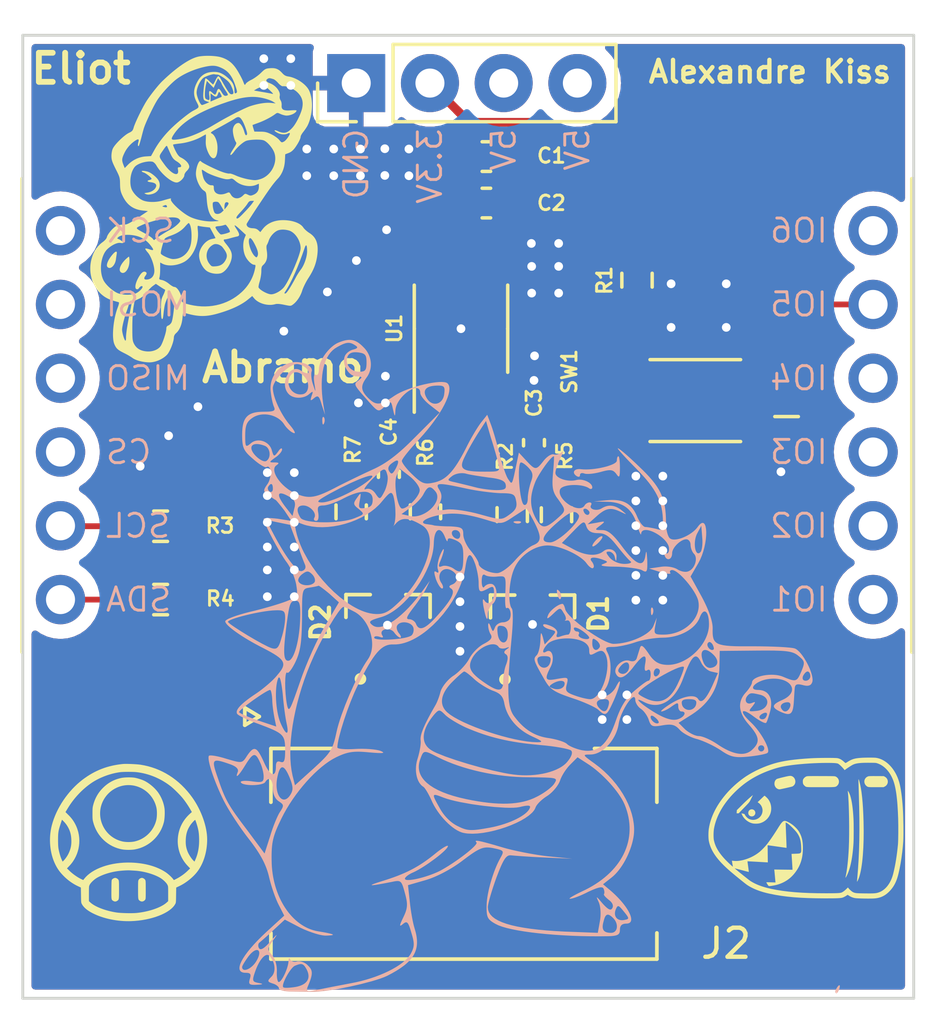
<source format=kicad_pcb>
(kicad_pcb (version 20221018) (generator pcbnew)
  (layers (0 "F.Cu" signal) (31 "B.Cu" power) (34 "B.Paste" user) (35 "F.Paste" user) (36 "B.SilkS" user "B.Silkscreen") (37 "F.SilkS" user "F.Silkscreen") (38 "B.Mask" user) (39 "F.Mask" user) (44 "Edge.Cuts" user))
  (net 0 "")
  (net 1 "+3V3")
  (net 2 "GND")
  (net 3 "/TERM_MID_SCL")
  (net 4 "/TERM_MID_SDA")
  (net 5 "/CANSCL-")
  (net 6 "/CANSCL+")
  (net 7 "/CANSDA-")
  (net 8 "/CANSDA+")
  (net 13 "/SCL")
  (net 14 "/SDA")
  (net 15 "/MODE")
  (net 25 "Net-(SW1-B)")
  (footprint "Resistor_SMD:R_0603_1608Metric" (layer "F.Cu") (at 143.234643 98.095356 180)
    (fp_text reference "R3")
    (fp_text value "10k")
  )
  (footprint "Capacitor_SMD:C_0402_1005Metric" (layer "F.Cu") (at 151.1 96.305 90)
    (fp_text reference "C4")
    (fp_text value "4.7nF")
  )
  (footprint "Resistor_SMD:R_0603_1608Metric" (layer "F.Cu") (at 155.35 97.695 90)
    (fp_text reference "R2")
    (fp_text value "60R")
  )
  (footprint "Capacitor_SMD:C_0402_1005Metric" (layer "F.Cu") (at 156.1 95.22 90)
    (fp_text reference "C3")
    (fp_text value "4.7nF")
  )
  (footprint "Resistor_SMD:R_0603_1608Metric" (layer "F.Cu") (at 159.65 89.625 -90)
    (fp_text reference "R1")
    (fp_text value "30k")
  )
  (footprint "Capacitor_SMD:C_0603_1608Metric_Pad1.08x0.95mm_HandSolder" (layer "F.Cu") (at 154.459643 86.970356)
    (fp_text reference "C2")
    (fp_text value "1uF")
  )
  (footprint "Package_SO:MSOP-10-1EP_3x3mm_P0.5mm_EP1.68x1.88mm" (layer "F.Cu") (at 153.584643 91.295356 90)
    (fp_text reference "U1")
    (fp_text value "LT3960JMSE#PBF")
  )
  (footprint "Resistor_SMD:R_0603_1608Metric" (layer "F.Cu") (at 156.875 97.7 -90)
    (fp_text reference "R5")
    (fp_text value "60R")
  )
  (footprint "5025850670 (1):MOLEX_5025850670" (layer "F.Cu") (at 153.684643 108.745356)
    (fp_text reference "J2")
    (fp_text value "5025850670")
  )
  (footprint "Resistor_SMD:R_0603_1608Metric" (layer "F.Cu") (at 143.234643 100.620356 180)
    (fp_text reference "R4")
    (fp_text value "10k")
  )
  (footprint "Button_Switch_SMD:SW_DIP_SPSTx01_Slide_Copal_CVS-01xB_W5.9mm_P1mm" (layer "F.Cu") (at 161.659643 93.770356 180)
    (fp_text reference "SW1")
    (fp_text value "CL-SB-12C-01")
  )
  (footprint "NUP2105LT1G:SOT95P237X111-3N" (layer "F.Cu") (at 151.070357 101.1 90)
    (fp_text reference "D2")
    (fp_text value "NUP2105LT1G")
  )
  (footprint "NUP2105LT1G:SOT95P237X111-3N" (layer "F.Cu") (at 156.05 101.115 90)
    (fp_text reference "D1")
    (fp_text value "NUP2105LT1G")
  )
  (footprint "Capacitor_SMD:C_0603_1608Metric_Pad1.08x0.95mm_HandSolder" (layer "F.Cu") (at 154.459643 85.370356)
    (fp_text reference "C1")
    (fp_text value "2.2uF")
  )
  (footprint "Resistor_SMD:R_0603_1608Metric" (layer "F.Cu") (at 152.360357 97.6 90)
    (fp_text reference "R6")
    (fp_text value "60R")
  )
  (footprint "Resistor_SMD:R_0603_1608Metric" (layer "F.Cu") (at 149.800357 97.6 -90)
    (fp_text reference "R7")
    (fp_text value "60R")
  )
  (footprint "0_connectors:Hat_connector_hole" (layer "F.Cu") (at 153.784643 91.730356)
    (fp_text reference "J1" hide)
    (fp_text value "Hat_connector")
  )
  (gr_poly (pts (xy 156.907161 100.281374) (xy 156.91115 100.282154) (xy 156.915538 100.283697) (xy 156.920329 100.285999) (xy 156.925527 100.289058) (xy 156.931136 100.292874) (xy 156.937159 100.297443) (xy 156.943601 100.302764) (xy 156.950466 100.308835) (xy 156.957757 100.315654) (xy 156.965478 100.323219) (xy 156.975144 100.333859) (xy 156.984267 100.345833) (xy 156.992802 100.358984) (xy 157.000701 100.373159) (xy 157.007917 100.388202) (xy 157.014406 100.403958) (xy 157.020118 100.420272) (xy 157.02501 100.436989) (xy 157.029033 100.453955) (xy 157.032141 100.471013) (xy 157.034288 100.488009) (xy 157.035428 100.504788) (xy 157.035513 100.521196) (xy 157.034498 100.537076) (xy 157.032335 100.552274) (xy 157.028979 100.566634) (xy 157.022904 100.58091) (xy 157.019778 100.586863) (xy 157.016597 100.592039) (xy 157.013361 100.596447) (xy 157.010073 100.600098) (xy 157.006734 100.603) (xy 157.003347 100.605164) (xy 156.999913 100.6066) (xy 156.996435 100.607317) (xy 156.992914 100.607324) (xy 156.989353 100.606632) (xy 156.985753 100.60525) (xy 156.982116 100.603188) (xy 156.978444 100.600455) (xy 156.974739 100.597062) (xy 156.971003 100.593017) (xy 156.967238 100.588331) (xy 156.959629 100.577073) (xy 156.951926 100.563366) (xy 156.944147 100.547287) (xy 156.936305 100.528913) (xy 156.928417 100.508323) (xy 156.920497 100.485593) (xy 156.912562 100.460801) (xy 156.90525 100.428676) (xy 156.899209 100.399761) (xy 156.89447 100.374039) (xy 156.892599 100.362371) (xy 156.891065 100.351495) (xy 156.889871 100.34141) (xy 156.889023 100.332114) (xy 156.888524 100.323605) (xy 156.888377 100.31588) (xy 156.888587 100.308938) (xy 156.889158 100.302778) (xy 156.890092 100.297396) (xy 156.891395 100.292791) (xy 156.89307 100.288962) (xy 156.895121 100.285906) (xy 156.896289 100.284667) (xy 156.897552 100.283621) (xy 156.898911 100.282767) (xy 156.900366 100.282105) (xy 156.901918 100.281635) (xy 156.903568 100.281357) (xy 156.905315 100.28127)) (fill solid) (layer "B.SilkS"))
  (gr_poly (pts (xy 160.163819 100.892162) (xy 160.165232 100.892303) (xy 160.166656 100.892585) (xy 160.168091 100.893008) (xy 160.169535 100.893574) (xy 160.170989 100.894285) (xy 160.173917 100.896143) (xy 160.176869 100.898592) (xy 160.179837 100.901642) (xy 160.182812 100.905303) (xy 160.188512 100.911979) (xy 160.193685 100.92002) (xy 160.1983 100.929301) (xy 160.202325 100.939698) (xy 160.205731 100.951087) (xy 160.208485 100.963345) (xy 160.210557 100.976347) (xy 160.211916 100.989968) (xy 160.212531 101.004086) (xy 160.212371 101.018577) (xy 160.211404 101.033315) (xy 160.209601 101.048177) (xy 160.206929 101.063039) (xy 160.203358 101.077777) (xy 160.198857 101.092267) (xy 160.193395 101.106385) (xy 160.18745 101.120903) (xy 160.181551 101.13274) (xy 160.178634 101.137667) (xy 160.175745 101.141941) (xy 160.172892 101.145568) (xy 160.170079 101.148553) (xy 160.167313 101.150903) (xy 160.164599 101.152623) (xy 160.161943 101.153719) (xy 160.159351 101.154196) (xy 160.156829 101.154062) (xy 160.154383 101.153321) (xy 160.152018 101.151979) (xy 160.14974 101.150042) (xy 160.147555 101.147516) (xy 160.145469 101.144406) (xy 160.143487 101.14072) (xy 160.141616 101.136461) (xy 160.138229 101.126252) (xy 160.135353 101.113827) (xy 160.133035 101.099231) (xy 160.131322 101.082511) (xy 160.13026 101.063713) (xy 160.129896 101.042885) (xy 160.129026 101.032127) (xy 160.128397 101.02169) (xy 160.128 101.011582) (xy 160.127829 101.001813) (xy 160.127874 100.992392) (xy 160.128128 100.98333) (xy 160.128584 100.974637) (xy 160.129234 100.966321) (xy 160.13007 100.958393) (xy 160.131084 100.950862) (xy 160.132268 100.943738) (xy 160.133616 100.937031) (xy 160.135118 100.93075) (xy 160.136768 100.924905) (xy 160.138557 100.919506) (xy 160.140478 100.914562) (xy 160.142524 100.910083) (xy 160.144685 100.906079) (xy 160.146955 100.90256) (xy 160.149326 100.899535) (xy 160.151789 100.897013) (xy 160.154338 100.895005) (xy 160.156965 100.893521) (xy 160.158305 100.892977) (xy 160.159661 100.892569) (xy 160.161033 100.892296) (xy 160.162419 100.89216)) (fill solid) (layer "B.SilkS"))
  (gr_poly (pts (xy 155.555471 97.91878) (xy 155.564533 97.919034) (xy 155.573226 97.91949) (xy 155.581542 97.92014) (xy 155.58947 97.920976) (xy 155.597001 97.92199) (xy 155.604125 97.923175) (xy 155.610832 97.924522) (xy 155.617113 97.926025) (xy 155.622958 97.927675) (xy 155.628358 97.929464) (xy 155.633301 97.931385) (xy 155.63778 97.93343) (xy 155.641784 97.935592) (xy 155.645304 97.937862) (xy 155.648329 97.940232) (xy 155.650851 97.942696) (xy 155.652859 97.945245) (xy 155.654343 97.947871) (xy 155.654886 97.949211) (xy 155.655295 97.950567) (xy 155.655568 97.951939) (xy 155.655704 97.953326) (xy 155.655702 97.954726) (xy 155.655561 97.956138) (xy 155.65528 97.957562) (xy 155.654856 97.958997) (xy 155.65429 97.960441) (xy 155.65358 97.961895) (xy 155.651721 97.964823) (xy 155.649272 97.967775) (xy 155.646223 97.970743) (xy 155.642562 97.973718) (xy 155.635886 97.979418) (xy 155.627845 97.984591) (xy 155.618564 97.989205) (xy 155.608166 97.993231) (xy 155.596777 97.996636) (xy 155.584519 97.999391) (xy 155.571517 98.001463) (xy 155.557895 98.002822) (xy 155.543777 98.003437) (xy 155.529287 98.003277) (xy 155.514549 98.002311) (xy 155.499687 98.000507) (xy 155.484824 97.997836) (xy 155.470086 97.994265) (xy 155.455596 97.989764) (xy 155.441478 97.984302) (xy 155.42696 97.978356) (xy 155.415123 97.972458) (xy 155.410196 97.96954) (xy 155.405922 97.966652) (xy 155.402295 97.963798) (xy 155.39931 97.960985) (xy 155.396961 97.958219) (xy 155.395241 97.955505) (xy 155.394145 97.952849) (xy 155.393667 97.950257) (xy 155.393802 97.947735) (xy 155.394543 97.945288) (xy 155.395885 97.942923) (xy 155.397822 97.940645) (xy 155.400348 97.93846) (xy 155.403457 97.936374) (xy 155.407144 97.934392) (xy 155.411403 97.932521) (xy 155.421611 97.929134) (xy 155.434037 97.926258) (xy 155.448633 97.92394) (xy 155.465353 97.922227) (xy 155.48415 97.921165) (xy 155.504978 97.920801) (xy 155.515735 97.919932) (xy 155.526173 97.919303) (xy 155.536281 97.918906) (xy 155.546051 97.918734)) (fill solid) (layer "B.SilkS"))
  (gr_poly (pts (xy 159.011007 95.688241) (xy 159.013888 95.689791) (xy 159.019451 95.695863) (xy 159.024735 95.705718) (xy 159.029725 95.719138) (xy 159.034404 95.735907) (xy 159.038758 95.755807) (xy 159.046427 95.804135) (xy 159.052607 95.862385) (xy 159.057175 95.92882) (xy 159.060007 96.001704) (xy 159.060979 96.079302) (xy 159.060715 96.139233) (xy 159.059863 96.192142) (xy 159.058328 96.238199) (xy 159.056018 96.277574) (xy 159.054543 96.294809) (xy 159.05284 96.310437) (xy 159.050896 96.324481) (xy 159.048701 96.33696) (xy 159.046241 96.347897) (xy 159.043507 96.357313) (xy 159.040486 96.365229) (xy 159.037166 96.371666) (xy 159.033537 96.376646) (xy 159.031602 96.378596) (xy 159.029585 96.38019) (xy 159.027485 96.38143) (xy 159.025301 96.38232) (xy 159.02303 96.38286) (xy 159.020671 96.383056) (xy 159.018223 96.382908) (xy 159.015685 96.38242) (xy 159.010331 96.380433) (xy 159.004597 96.377117) (xy 158.998471 96.372493) (xy 158.991942 96.366582) (xy 158.984999 96.359406) (xy 158.977629 96.350986) (xy 158.969822 96.341343) (xy 158.961565 96.330498) (xy 158.952846 96.318473) (xy 158.933979 96.290968) (xy 158.912453 96.264792) (xy 158.891253 96.241793) (xy 158.86996 96.221926) (xy 158.848155 96.205144) (xy 158.82542 96.191401) (xy 158.801336 96.18065) (xy 158.775485 96.172844) (xy 158.747448 96.167937) (xy 158.716806 96.165883) (xy 158.683141 96.166635) (xy 158.646035 96.170146) (xy 158.605069 96.17637) (xy 158.559823 96.185261) (xy 158.50988 96.196772) (xy 158.454821 96.210857) (xy 158.394228 96.227468) (xy 158.350489 96.238876) (xy 158.30675 96.249275) (xy 158.263259 96.258652) (xy 158.220265 96.26699) (xy 158.178014 96.274274) (xy 158.136756 96.280488) (xy 158.096738 96.285617) (xy 158.058208 96.289645) (xy 158.021414 96.292557) (xy 157.986605 96.294337) (xy 157.954028 96.29497) (xy 157.923932 96.294441) (xy 157.896564 96.292733) (xy 157.872173 96.289831) (xy 157.851007 96.28572) (xy 157.833313 96.280384) (xy 157.825439 96.277562) (xy 157.817696 96.275049) (xy 157.810093 96.272841) (xy 157.802638 96.270938) (xy 157.795337 96.269337) (xy 157.788199 96.268037) (xy 157.781232 96.267035) (xy 157.774443 96.266329) (xy 157.76784 96.265918) (xy 157.761431 96.265799) (xy 157.755223 96.265971) (xy 157.749224 96.266432) (xy 157.743443 96.26718) (xy 157.737887 96.268213) (xy 157.732563 96.269528) (xy 157.727479 96.271125) (xy 157.722643 96.273) (xy 157.718063 96.275153) (xy 157.713747 96.277581) (xy 157.709702 96.280282) (xy 157.705936 96.283254) (xy 157.702457 96.286496) (xy 157.699272 96.290005) (xy 157.69639 96.293779) (xy 157.693818 96.297818) (xy 157.691563 96.302117) (xy 157.689634 96.306677) (xy 157.688039 96.311494) (xy 157.686784 96.316567) (xy 157.685879 96.321894) (xy 157.68533 96.327472) (xy 157.685145 96.333301) (xy 157.685022 96.3391) (xy 157.684654 96.34459) (xy 157.684046 96.349774) (xy 157.683202 96.354654) (xy 157.682125 96.359232) (xy 157.68082 96.363509) (xy 157.679289 96.367488) (xy 157.677538 96.37117) (xy 157.67557 96.374558) (xy 157.673389 96.377653) (xy 157.670998 96.380457) (xy 157.668402 96.382973) (xy 157.665604 96.385202) (xy 157.662609 96.387146) (xy 157.65942 96.388807) (xy 157.656041 96.390187) (xy 157.652476 96.391288) (xy 157.648729 96.392112) (xy 157.644803 96.392661) (xy 157.640703 96.392937) (xy 157.636433 96.392941) (xy 157.631996 96.392676) (xy 157.627396 96.392143) (xy 157.622637 96.391345) (xy 157.617723 96.390283) (xy 157.612658 96.38896) (xy 157.60209 96.385536) (xy 157.590964 96.38109) (xy 157.579311 96.375635) (xy 157.562254 96.364604) (xy 157.546789 96.353368) (xy 157.532893 96.341968) (xy 157.520545 96.330449) (xy 157.509724 96.318852) (xy 157.500409 96.30722) (xy 157.492579 96.295596) (xy 157.486211 96.284023) (xy 157.481286 96.272542) (xy 157.47778 96.261197) (xy 157.475674 96.250031) (xy 157.474946 96.239085) (xy 157.475574 96.228403) (xy 157.477538 96.218027) (xy 157.480815 96.208) (xy 157.485385 96.198364) (xy 157.491226 96.189162) (xy 157.498317 96.180437) (xy 157.506636 96.172232) (xy 157.516163 96.164588) (xy 157.526876 96.157549) (xy 157.538754 96.151158) (xy 157.551775 96.145456) (xy 157.565917 96.140486) (xy 157.581161 96.136292) (xy 157.597484 96.132916) (xy 157.614865 96.1304) (xy 157.633283 96.128787) (xy 157.652716 96.12812) (xy 157.673144 96.128441) (xy 157.694544 96.129793) (xy 157.716895 96.132218) (xy 157.804053 96.139355) (xy 157.897722 96.141189) (xy 157.996227 96.138125) (xy 158.097895 96.130565) (xy 158.201052 96.118911) (xy 158.304022 96.103569) (xy 158.405132 96.084939) (xy 158.502708 96.063426) (xy 158.595074 96.039433) (xy 158.680557 96.013362) (xy 158.757483 95.985617) (xy 158.824176 95.956601) (xy 158.853163 95.941742) (xy 158.878964 95.926716) (xy 158.901369 95.911575) (xy 158.92017 95.896367) (xy 158.935158 95.881144) (xy 158.946122 95.865955) (xy 158.952855 95.850852) (xy 158.955145 95.835885) (xy 158.955391 95.820268) (xy 158.956117 95.80521) (xy 158.956655 95.797909) (xy 158.957308 95.790771) (xy 158.958073 95.783804) (xy 158.958948 95.777015) (xy 158.959932 95.770412) (xy 158.961023 95.764003) (xy 158.962218 95.757795) (xy 158.963516 95.751797) (xy 158.964915 95.746016) (xy 158.966413 95.740459) (xy 158.968007 95.735135) (xy 158.969697 95.730052) (xy 158.971479 95.725216) (xy 158.973353 95.720636) (xy 158.975316 95.71632) (xy 158.977366 95.712275) (xy 158.979501 95.708509) (xy 158.981719 95.70503) (xy 158.984019 95.701846) (xy 158.986398 95.698963) (xy 158.988855 95.696391) (xy 158.991388 95.694137) (xy 158.993994 95.692208) (xy 158.996672 95.690613) (xy 158.999419 95.689358) (xy 159.002235 95.688453) (xy 159.005116 95.687903) (xy 159.008061 95.687719)) (fill solid) (layer "B.SilkS"))
  (gr_poly (pts (xy 148.839652 94.330495) (xy 148.841065 94.330636) (xy 148.842489 94.330918) (xy 148.843924 94.331341) (xy 148.845368 94.331907) (xy 148.846822 94.332618) (xy 148.849751 94.334476) (xy 148.852703 94.336925) (xy 148.85567 94.339975) (xy 148.858645 94.343636) (xy 148.864345 94.350312) (xy 148.869518 94.358353) (xy 148.874133 94.367634) (xy 148.878158 94.378031) (xy 148.881564 94.38942) (xy 148.884318 94.401678) (xy 148.88639 94.41468) (xy 148.887749 94.428302) (xy 148.888364 94.44242) (xy 148.888204 94.45691) (xy 148.887238 94.471648) (xy 148.885434 94.48651) (xy 148.882762 94.501372) (xy 148.879192 94.51611) (xy 148.874691 94.5306) (xy 148.869228 94.544718) (xy 148.863283 94.559237) (xy 148.857384 94.571073) (xy 148.854467 94.576) (xy 148.851578 94.580274) (xy 148.848725 94.583901) (xy 148.845912 94.586886) (xy 148.843146 94.589236) (xy 148.840432 94.590956) (xy 148.837776 94.592052) (xy 148.835184 94.59253) (xy 148.832662 94.592395) (xy 148.830215 94.591654) (xy 148.82785 94.590312) (xy 148.825572 94.588375) (xy 148.823387 94.585849) (xy 148.821301 94.582739) (xy 148.81932 94.579052) (xy 148.817449 94.574794) (xy 148.814061 94.564585) (xy 148.811186 94.55216) (xy 148.808868 94.537563) (xy 148.807155 94.520843) (xy 148.806093 94.502046) (xy 148.805729 94.481218) (xy 148.804859 94.47046) (xy 148.80423 94.460023) (xy 148.803833 94.449915) (xy 148.803661 94.440146) (xy 148.803707 94.430725) (xy 148.803961 94.421664) (xy 148.804417 94.41297) (xy 148.805067 94.404654) (xy 148.805903 94.396726) (xy 148.806917 94.389195) (xy 148.808102 94.382072) (xy 148.809449 94.375364) (xy 148.810952 94.369083) (xy 148.812601 94.363238) (xy 148.814391 94.357839) (xy 148.816312 94.352895) (xy 148.818357 94.348417) (xy 148.820518 94.344413) (xy 148.822788 94.340893) (xy 148.825159 94.337868) (xy 148.827622 94.335347) (xy 148.830171 94.333339) (xy 148.832798 94.331854) (xy 148.834138 94.331311) (xy 148.835494 94.330902) (xy 148.836866 94.330629) (xy 148.838252 94.330493)) (fill solid) (layer "B.SilkS"))
  (gr_poly (pts (xy 158.441246 98.439632) (xy 158.445379 98.440362) (xy 158.448969 98.441566) (xy 158.452024 98.44323) (xy 158.454553 98.445344) (xy 158.456561 98.447897) (xy 158.458059 98.450875) (xy 158.459052 98.454268) (xy 158.45955 98.458065) (xy 158.459559 98.462252) (xy 158.459087 98.46682) (xy 158.458143 98.471756) (xy 158.454866 98.482685) (xy 158.449791 98.494948) (xy 158.44298 98.508451) (xy 158.434495 98.523101) (xy 158.424397 98.538806) (xy 158.412749 98.555471) (xy 158.399613 98.573005) (xy 158.385051 98.591314) (xy 158.369124 98.610305) (xy 158.351895 98.629885) (xy 158.331376 98.65094) (xy 158.311515 98.670457) (xy 158.292352 98.688446) (xy 158.273926 98.70492) (xy 158.256274 98.71989) (xy 158.239437 98.733368) (xy 158.223452 98.745365) (xy 158.208359 98.755893) (xy 158.194195 98.764964) (xy 158.181001 98.77259) (xy 158.168815 98.778781) (xy 158.157674 98.78355) (xy 158.147619 98.786909) (xy 158.138689 98.788868) (xy 158.13092 98.78944) (xy 158.124354 98.788635) (xy 158.119027 98.786467) (xy 158.114979 98.782946) (xy 158.11225 98.778084) (xy 158.110876 98.771892) (xy 158.110898 98.764383) (xy 158.112354 98.755568) (xy 158.115283 98.745458) (xy 158.119723 98.734065) (xy 158.125714 98.721401) (xy 158.133294 98.707478) (xy 158.142501 98.692306) (xy 158.153375 98.675898) (xy 158.165954 98.658266) (xy 158.180278 98.63942) (xy 158.196384 98.619373) (xy 158.214312 98.598136) (xy 158.228435 98.5824) (xy 158.242961 98.567005) (xy 158.257798 98.552045) (xy 158.272851 98.537612) (xy 158.288028 98.523799) (xy 158.303237 98.510699) (xy 158.318383 98.498405) (xy 158.333375 98.48701) (xy 158.348118 98.476608) (xy 158.36252 98.467291) (xy 158.376488 98.459152) (xy 158.38993 98.452284) (xy 158.402751 98.44678) (xy 158.4089 98.444569) (xy 158.414859 98.442734) (xy 158.420616 98.441286) (xy 158.42616 98.440238) (xy 158.43148 98.4396) (xy 158.436563 98.439385)) (fill solid) (layer "B.SilkS"))
  (gr_poly (pts (xy 149.76205 91.680097) (xy 149.788084 91.68165) (xy 149.813696 91.684463) (xy 149.838926 91.688541) (xy 149.863815 91.693891) (xy 149.888404 91.700517) (xy 149.912733 91.708427) (xy 149.936843 91.717625) (xy 149.960775 91.728117) (xy 149.984569 91.73991) (xy 150.008266 91.753009) (xy 150.031907 91.76742) (xy 150.055532 91.783149) (xy 150.079183 91.800201) (xy 150.1029 91.818583) (xy 150.126723 91.8383) (xy 150.174852 91.881762) (xy 150.223895 91.930635) (xy 150.250932 91.957911) (xy 150.276476 91.98612) (xy 150.300524 92.015206) (xy 150.323073 92.045109) (xy 150.344117 92.075772) (xy 150.363654 92.107136) (xy 150.38168 92.139144) (xy 150.39819 92.171737) (xy 150.41318 92.204857) (xy 150.426648 92.238446) (xy 150.438588 92.272446) (xy 150.448998 92.306798) (xy 150.457873 92.341445) (xy 150.465209 92.376329) (xy 150.471002 92.411391) (xy 150.475249 92.446573) (xy 150.477946 92.481817) (xy 150.479089 92.517064) (xy 150.478674 92.552258) (xy 150.476696 92.587339) (xy 150.473153 92.62225) (xy 150.468041 92.656932) (xy 150.461354 92.691327) (xy 150.453091 92.725377) (xy 150.443246 92.759024) (xy 150.431815 92.79221) (xy 150.418796 92.824877) (xy 150.404184 92.856966) (xy 150.387975 92.888419) (xy 150.370165 92.919179) (xy 150.350751 92.949187) (xy 150.329729 92.978385) (xy 150.292651 93.030529) (xy 150.260813 93.080022) (xy 150.246868 93.103876) (xy 150.234246 93.127189) (xy 150.222949 93.150003) (xy 150.212981 93.172357) (xy 150.204347 93.194293) (xy 150.197049 93.215851) (xy 150.191093 93.237071) (xy 150.186481 93.257995) (xy 150.183219 93.278664) (xy 150.181309 93.299117) (xy 150.180755 93.319396) (xy 150.181562 93.339541) (xy 150.183733 93.359593) (xy 150.187272 93.379593) (xy 150.192183 93.399581) (xy 150.19847 93.419598) (xy 150.206137 93.439685) (xy 150.215188 93.459882) (xy 150.225626 93.480231) (xy 150.237455 93.500772) (xy 150.25068 93.521545) (xy 150.265303 93.542591) (xy 150.28133 93.563951) (xy 150.298764 93.585666) (xy 150.337867 93.630322) (xy 150.382645 93.676885) (xy 150.432864 93.72512) (xy 150.480789 93.766595) (xy 150.527101 93.80125) (xy 150.549866 93.815999) (xy 150.572484 93.82902) (xy 150.595039 93.840305) (xy 150.617618 93.849846) (xy 150.640305 93.857635) (xy 150.663186 93.863664) (xy 150.686346 93.867926) (xy 150.709871 93.870413) (xy 150.733845 93.871117) (xy 150.758353 93.870031) (xy 150.783482 93.867146) (xy 150.809317 93.862455) (xy 150.835942 93.855951) (xy 150.863443 93.847624) (xy 150.891905 93.837469) (xy 150.921413 93.825476) (xy 150.983911 93.795948) (xy 151.051617 93.758979) (xy 151.125215 93.714506) (xy 151.205386 93.662468) (xy 151.292812 93.602802) (xy 151.386509 93.545609) (xy 151.495197 93.489548) (xy 151.616257 93.435254) (xy 151.747068 93.383363) (xy 151.885011 93.334511) (xy 152.027465 93.289332) (xy 152.17181 93.248464) (xy 152.315426 93.212541) (xy 152.455694 93.1822) (xy 152.589994 93.158074) (xy 152.715704 93.140802) (xy 152.830206 93.131017) (xy 152.93088 93.129355) (xy 153.015104 93.136453) (xy 153.05023 93.143486) (xy 153.08026 93.152946) (xy 153.104869 93.164914) (xy 153.123728 93.179469) (xy 153.143612 93.203077) (xy 153.159648 93.230169) (xy 153.171894 93.260633) (xy 153.180407 93.294356) (xy 153.185246 93.331226) (xy 153.186468 93.371132) (xy 153.178298 93.459596) (xy 153.156362 93.558851) (xy 153.121124 93.667997) (xy 153.073049 93.786135) (xy 153.012603 93.912365) (xy 152.940251 94.045788) (xy 152.856458 94.185506) (xy 152.761688 94.330618) (xy 152.656408 94.480227) (xy 152.541082 94.633432) (xy 152.416175 94.789334) (xy 152.282152 94.947035) (xy 152.139478 95.105635) (xy 152.019816 95.235137) (xy 151.908464 95.359801) (xy 151.807778 95.476775) (xy 151.762171 95.531488) (xy 151.720114 95.583208) (xy 151.681902 95.63158) (xy 151.647829 95.676246) (xy 151.61819 95.716851) (xy 151.593279 95.753038) (xy 151.573391 95.784449) (xy 151.558821 95.810729) (xy 151.549863 95.831521) (xy 151.547581 95.839748) (xy 151.546812 95.846469) (xy 151.548644 95.86007) (xy 151.554026 95.876896) (xy 151.562787 95.896698) (xy 151.574758 95.919229) (xy 151.589768 95.94424) (xy 151.607645 95.971484) (xy 151.62822 96.000712) (xy 151.651322 96.031676) (xy 151.676781 96.064129) (xy 151.704425 96.097822) (xy 151.734085 96.132507) (xy 151.765589 96.167937) (xy 151.798768 96.203862) (xy 151.833451 96.240036) (xy 151.869467 96.276209) (xy 151.906645 96.312135) (xy 151.963678 96.36662) (xy 152.016137 96.415136) (xy 152.064659 96.457917) (xy 152.109878 96.495194) (xy 152.152431 96.527199) (xy 152.192953 96.554167) (xy 152.212652 96.565834) (xy 152.23208 96.576328) (xy 152.251319 96.585679) (xy 152.270447 96.593916) (xy 152.289545 96.601068) (xy 152.308691 96.607164) (xy 152.327964 96.612232) (xy 152.347445 96.616302) (xy 152.367213 96.619404) (xy 152.387347 96.621566) (xy 152.407927 96.622816) (xy 152.429032 96.623186) (xy 152.473135 96.621395) (xy 152.520293 96.616426) (xy 152.57114 96.608512) (xy 152.626312 96.597885) (xy 152.705884 96.579576) (xy 152.782168 96.556089) (xy 152.8556 96.526959) (xy 152.917043 96.49647) (xy 153.155003 96.49647) (xy 153.155858 96.50234) (xy 153.158124 96.507927) (xy 153.161817 96.513266) (xy 153.166951 96.518391) (xy 153.173542 96.523339) (xy 153.181606 96.528143) (xy 153.191159 96.532838) (xy 153.202215 96.53746) (xy 153.228901 96.546622) (xy 153.261788 96.555908) (xy 153.301 96.565598) (xy 153.398895 96.587302) (xy 153.734916 96.667999) (xy 153.919793 96.713805) (xy 154.086811 96.756634) (xy 154.167654 96.77592) (xy 154.257303 96.793841) (xy 154.352656 96.810027) (xy 154.450614 96.824104) (xy 154.548076 96.8357) (xy 154.641941 96.844444) (xy 154.729109 96.849963) (xy 154.806479 96.851886) (xy 154.857483 96.851374) (xy 154.903465 96.849777) (xy 154.92463 96.848543) (xy 154.94461 96.847002) (xy 154.963426 96.845144) (xy 154.981104 96.842956) (xy 154.997665 96.840427) (xy 155.013133 96.837545) (xy 155.027531 96.834299) (xy 155.040883 96.830677) (xy 155.053212 96.826668) (xy 155.06454 96.822259) (xy 155.074892 96.81744) (xy 155.084291 96.812198) (xy 155.09276 96.806522) (xy 155.100321 96.8004) (xy 155.106999 96.793821) (xy 155.112816 96.786773) (xy 155.117797 96.779244) (xy 155.121963 96.771223) (xy 155.125339 96.762698) (xy 155.127947 96.753658) (xy 155.129812 96.744091) (xy 155.130955 96.733985) (xy 155.131401 96.723329) (xy 155.131172 96.71211) (xy 155.130292 96.700319) (xy 155.128785 96.687941) (xy 155.126673 96.674967) (xy 155.123979 96.661385) (xy 155.118369 96.638187) (xy 155.109365 96.616199) (xy 155.096794 96.595389) (xy 155.080488 96.575726) (xy 155.060275 96.55718) (xy 155.035984 96.539718) (xy 155.007446 96.523311) (xy 154.974489 96.507927) (xy 154.936944 96.493535) (xy 154.894639 96.480104) (xy 154.847404 96.467604) (xy 154.795069 96.456002) (xy 154.737462 96.445269) (xy 154.674415 96.435373) (xy 154.605755 96.426283) (xy 154.531312 96.417968) (xy 154.301621 96.384565) (xy 154.074906 96.349177) (xy 153.971036 96.331359) (xy 153.877957 96.313789) (xy 153.799016 96.296714) (xy 153.765894 96.288441) (xy 153.737563 96.280384) (xy 153.709314 96.275173) (xy 153.680243 96.271434) (xy 153.650521 96.269153) (xy 153.620319 96.268313) (xy 153.589806 96.2689) (xy 153.559154 96.270897) (xy 153.528533 96.27429) (xy 153.498114 96.279062) (xy 153.468067 96.285198) (xy 153.438562 96.292684) (xy 153.40977 96.301502) (xy 153.381863 96.311639) (xy 153.355009 96.323077) (xy 153.32938 96.335803) (xy 153.305146 96.349799) (xy 153.282478 96.365052) (xy 153.249137 96.391267) (xy 153.220632 96.414537) (xy 153.197088 96.435141) (xy 153.17863 96.453357) (xy 153.171346 96.461656) (xy 153.16538 96.469464) (xy 153.160747 96.476814) (xy 153.157463 96.483742) (xy 153.155543 96.490283) (xy 153.155003 96.49647) (xy 152.917043 96.49647) (xy 152.926614 96.491721) (xy 152.995643 96.44991) (xy 153.063122 96.40106) (xy 153.129485 96.344707) (xy 153.195166 96.280385) (xy 153.260599 96.20763) (xy 153.326218 96.125976) (xy 153.392456 96.034958) (xy 153.41626 95.999286) (xy 153.618251 95.999286) (xy 153.62068 96.022036) (xy 153.625775 96.043252) (xy 153.633599 96.06298) (xy 153.644213 96.081265) (xy 153.65768 96.098156) (xy 153.674062 96.113698) (xy 153.69342 96.127937) (xy 153.715816 96.140921) (xy 153.741313 96.152695) (xy 153.769973 96.163307) (xy 153.801858 96.172803) (xy 153.837029 96.181229) (xy 153.917479 96.195057) (xy 154.011819 96.205165) (xy 154.120547 96.211925) (xy 154.244157 96.215707) (xy 154.383146 96.216886) (xy 154.564674 96.216307) (xy 154.637874 96.214932) (xy 154.700315 96.212255) (xy 154.727723 96.210293) (xy 154.752709 96.207842) (xy 154.775362 96.204849) (xy 154.795771 96.201259) (xy 154.814025 96.197017) (xy 154.830213 96.19207) (xy 154.844425 96.186364) (xy 154.856749 96.179844) (xy 154.867275 96.172455) (xy 154.876092 96.164144) (xy 154.883288 96.154857) (xy 154.888954 96.144538) (xy 154.893178 96.133135) (xy 154.896049 96.120592) (xy 154.897657 96.106855) (xy 154.89809 96.09187) (xy 154.897439 96.075583) (xy 154.895791 96.057939) (xy 154.889864 96.018365) (xy 154.881022 95.972714) (xy 154.869979 95.920552) (xy 154.827314 95.762629) (xy 154.766791 95.546166) (xy 154.694361 95.299939) (xy 154.655542 95.174654) (xy 154.615978 95.052719) (xy 154.446646 94.470635) (xy 154.171479 94.893969) (xy 154.113746 94.986221) (xy 154.052912 95.086288) (xy 153.990838 95.191067) (xy 153.929385 95.297458) (xy 153.870411 95.402361) (xy 153.815779 95.502675) (xy 153.767348 95.5953) (xy 153.726978 95.677135) (xy 153.687373 95.756448) (xy 153.656202 95.827947) (xy 153.633961 95.892005) (xy 153.626343 95.92136) (xy 153.621145 95.948994) (xy 153.618427 95.974954) (xy 153.618251 95.999286) (xy 153.41626 95.999286) (xy 153.459749 95.934112) (xy 153.528531 95.822971) (xy 153.599234 95.701072) (xy 153.672295 95.567948) (xy 153.748145 95.423135) (xy 153.814725 95.290285) (xy 153.885894 95.156071) (xy 153.959295 95.02409) (xy 154.032573 94.897937) (xy 154.103369 94.78121) (xy 154.169329 94.677506) (xy 154.228095 94.590421) (xy 154.254045 94.554235) (xy 154.277312 94.523552) (xy 154.488978 94.258969) (xy 154.605396 94.565885) (xy 154.632453 94.638604) (xy 154.665092 94.734887) (xy 154.701948 94.850519) (xy 154.741656 94.981281) (xy 154.782852 95.122957) (xy 154.824173 95.27133) (xy 154.864253 95.422184) (xy 154.901729 95.571301) (xy 154.939225 95.715003) (xy 154.97945 95.857713) (xy 155.021163 95.995462) (xy 155.063124 96.124281) (xy 155.104093 96.240201) (xy 155.123818 96.292085) (xy 155.14283 96.339255) (xy 155.160973 96.381216) (xy 155.178094 96.417472) (xy 155.194036 96.447527) (xy 155.208645 96.470885) (xy 155.257014 96.540793) (xy 155.276641 96.566926) (xy 155.293973 96.585648) (xy 155.309569 96.595813) (xy 155.31689 96.597328) (xy 155.323987 96.596273) (xy 155.330928 96.592505) (xy 155.337784 96.585881) (xy 155.35152 96.563489) (xy 155.365752 96.527952) (xy 155.381038 96.47812) (xy 155.397936 96.412848) (xy 155.413148 96.347544) (xy 155.579661 96.347544) (xy 155.583384 96.476335) (xy 155.590968 96.609792) (xy 155.602148 96.743869) (xy 155.616661 96.87452) (xy 155.634244 96.997698) (xy 155.654633 97.109358) (xy 155.677565 97.205453) (xy 155.702775 97.281937) (xy 155.716153 97.31156) (xy 155.730001 97.334763) (xy 155.744287 97.351041) (xy 155.758978 97.359886) (xy 155.765861 97.361561) (xy 155.772613 97.362619) (xy 155.77923 97.363066) (xy 155.785705 97.362904) (xy 155.792034 97.362137) (xy 155.798209 97.360769) (xy 155.804225 97.358805) (xy 155.810076 97.356247) (xy 155.815757 97.353101) (xy 155.821261 97.349369) (xy 155.826584 97.345056) (xy 155.831718 97.340166) (xy 155.836659 97.334701) (xy 155.8414 97.328667) (xy 155.85026 97.314906) (xy 155.858251 97.298912) (xy 155.865328 97.280717) (xy 155.871444 97.260351) (xy 155.876552 97.237846) (xy 155.879548 97.219656) (xy 155.999749 97.219656) (xy 156.002105 97.294484) (xy 156.009175 97.368319) (xy 156.020957 97.44141) (xy 156.037452 97.514005) (xy 156.05866 97.586352) (xy 156.084581 97.658699) (xy 156.115215 97.731294) (xy 156.150562 97.804385) (xy 156.18748 97.871487) (xy 156.223157 97.929938) (xy 156.240686 97.955929) (xy 156.25809 97.97977) (xy 156.275433 98.001463) (xy 156.292775 98.021013) (xy 156.31018 98.038423) (xy 156.327709 98.053698) (xy 156.345423 98.066841) (xy 156.363386 98.077857) (xy 156.381659 98.086748) (xy 156.400304 98.09352) (xy 156.419382 98.098175) (xy 156.438958 98.100718) (xy 156.459091 98.101153) (xy 156.479844 98.099483) (xy 156.501279 98.095713) (xy 156.523459 98.089846) (xy 156.546444 98.081886) (xy 156.570298 98.071836) (xy 156.595082 98.059702) (xy 156.620858 98.045487) (xy 156.647689 98.029194) (xy 156.675636 98.010827) (xy 156.735125 97.96789) (xy 156.799824 97.916704) (xy 156.870228 97.857302) (xy 156.984516 97.755685) (xy 157.029358 97.713404) (xy 157.066186 97.675401) (xy 157.081637 97.657674) (xy 157.095137 97.640622) (xy 157.106704 97.624113) (xy 157.116353 97.608014) (xy 157.124104 97.592195) (xy 157.129972 97.576523) (xy 157.133977 97.560866) (xy 157.136135 97.545093) (xy 157.136158 97.543945) (xy 157.801501 97.543945) (xy 157.80182 97.548928) (xy 157.802527 97.554081) (xy 157.803629 97.559397) (xy 157.805134 97.564869) (xy 157.80705 97.570487) (xy 157.809384 97.576245) (xy 157.812145 97.582135) (xy 157.816416 97.594722) (xy 157.821263 97.606679) (xy 157.826641 97.617996) (xy 157.832505 97.628664) (xy 157.838812 97.638674) (xy 157.845515 97.648015) (xy 157.852571 97.656677) (xy 157.859935 97.664652) (xy 157.867563 97.671929) (xy 157.87541 97.678499) (xy 157.883431 97.684351) (xy 157.891582 97.689477) (xy 157.899818 97.693867) (xy 157.908095 97.697511) (xy 157.916369 97.700398) (xy 157.924593 97.702521) (xy 157.932725 97.703868) (xy 157.940719 97.70443) (xy 157.948531 97.704198) (xy 157.956116 97.703161) (xy 157.96343 97.701311) (xy 157.970428 97.698637) (xy 157.977065 97.69513) (xy 157.983298 97.69078) (xy 157.989081 97.685577) (xy 157.994369 97.679512) (xy 157.999119 97.672575) (xy 158.003286 97.664756) (xy 158.006825 97.656045) (xy 158.009692 97.646434) (xy 158.011841 97.635912) (xy 158.013229 97.624469) (xy 158.013075 97.62047) (xy 158.012619 97.616415) (xy 158.011868 97.612309) (xy 158.010831 97.608159) (xy 158.009515 97.603971) (xy 158.007927 97.599749) (xy 158.003968 97.59123) (xy 157.999018 97.582649) (xy 157.993137 97.574053) (xy 157.986388 97.565487) (xy 157.978833 97.556999) (xy 157.970534 97.548635) (xy 157.961552 97.540442) (xy 157.951951 97.532466) (xy 157.941791 97.524753) (xy 157.931135 97.51735) (xy 157.920046 97.510304) (xy 157.908584 97.503661) (xy 157.896811 97.497468) (xy 157.88996 97.495668) (xy 157.883303 97.494233) (xy 157.876848 97.493154) (xy 157.870601 97.492424) (xy 157.864572 97.492036) (xy 157.858767 97.49198) (xy 157.853195 97.49225) (xy 157.847864 97.492838) (xy 157.84278 97.493736) (xy 157.837952 97.494936) (xy 157.833388 97.496431) (xy 157.829095 97.498212) (xy 157.825081 97.500273) (xy 157.821354 97.502605) (xy 157.817922 97.5052) (xy 157.814791 97.508052) (xy 157.811971 97.511151) (xy 157.809469 97.514491) (xy 157.807292 97.518063) (xy 157.805448 97.52186) (xy 157.803946 97.525874) (xy 157.802792 97.530097) (xy 157.801995 97.534522) (xy 157.801562 97.53914) (xy 157.801501 97.543945) (xy 157.136158 97.543945) (xy 157.136463 97.529072) (xy 157.13498 97.512671) (xy 157.131702 97.495759) (xy 157.126647 97.478203) (xy 157.119832 97.459872) (xy 157.111276 97.440635) (xy 157.100994 97.420358) (xy 157.089006 97.398911) (xy 157.059976 97.351979) (xy 157.024327 97.298783) (xy 156.933728 97.169385) (xy 156.899849 97.124636) (xy 156.869567 97.081267) (xy 156.842757 97.038672) (xy 156.819296 96.996248) (xy 156.79906 96.95339) (xy 156.781924 96.909494) (xy 156.767764 96.863954) (xy 156.756458 96.816166) (xy 156.747879 96.765526) (xy 156.741906 96.711428) (xy 156.738412 96.653269) (xy 156.737275 96.590443) (xy 156.738371 96.522347) (xy 156.741575 96.448374) (xy 156.746763 96.367922) (xy 156.753812 96.280384) (xy 156.764726 96.160723) (xy 156.773656 96.049371) (xy 156.780601 95.948684) (xy 156.785562 95.861021) (xy 156.788538 95.788736) (xy 156.78953 95.734186) (xy 156.789282 95.714299) (xy 156.788538 95.699728) (xy 156.787298 95.69077) (xy 156.786492 95.688488) (xy 156.785562 95.687719) (xy 156.77575 95.689337) (xy 156.764245 95.694093) (xy 156.736572 95.71242) (xy 156.70338 95.741506) (xy 156.665507 95.780158) (xy 156.623788 95.827181) (xy 156.579063 95.881381) (xy 156.532166 95.941566) (xy 156.483937 96.006542) (xy 156.386826 96.146089) (xy 156.294429 96.290473) (xy 156.252091 96.361494) (xy 156.213442 96.430143) (xy 156.17932 96.495227) (xy 156.150562 96.555552) (xy 156.115215 96.647246) (xy 156.084581 96.735964) (xy 156.05866 96.821954) (xy 156.037452 96.905463) (xy 156.020957 96.98674) (xy 156.009175 97.066032) (xy 156.002105 97.143588) (xy 155.999749 97.219656) (xy 155.879548 97.219656) (xy 155.880606 97.213232) (xy 155.88356 97.186541) (xy 155.885366 97.157804) (xy 155.885978 97.127051) (xy 155.886585 97.099942) (xy 155.888355 97.070414) (xy 155.895073 97.005343) (xy 155.905512 96.934319) (xy 155.919051 96.859823) (xy 155.935071 96.784334) (xy 155.952951 96.710333) (xy 155.972072 96.640301) (xy 155.991812 96.576718) (xy 156.006563 96.536372) (xy 156.019035 96.498522) (xy 156.029182 96.462935) (xy 156.036957 96.429379) (xy 156.03994 96.41329) (xy 156.042313 96.397621) (xy 156.044069 96.382344) (xy 156.045204 96.367429) (xy 156.045711 96.352848) (xy 156.045584 96.338571) (xy 156.044818 96.324569) (xy 156.043406 96.310813) (xy 156.041343 96.297274) (xy 156.038623 96.283923) (xy 156.035241 96.270731) (xy 156.031189 96.257668) (xy 156.026464 96.244707) (xy 156.021058 96.231817) (xy 156.014967 96.21897) (xy 156.008183 96.206137) (xy 156.000702 96.193288) (xy 155.992517 96.180394) (xy 155.983624 96.167427) (xy 155.974015 96.154357) (xy 155.952628 96.127792) (xy 155.928312 96.100468) (xy 155.908362 96.079025) (xy 155.888273 96.058404) (xy 155.868153 96.038682) (xy 155.84811 96.019936) (xy 155.828253 96.002245) (xy 155.808691 95.985685) (xy 155.789532 95.970334) (xy 155.770885 95.956271) (xy 155.752858 95.943571) (xy 155.735559 95.932313) (xy 155.719098 95.922575) (xy 155.703582 95.914433) (xy 155.68912 95.907966) (xy 155.675821 95.903251) (xy 155.669642 95.901574) (xy 155.663794 95.900365) (xy 155.65829 95.899632) (xy 155.653146 95.899385) (xy 155.639963 95.903425) (xy 155.628173 95.915206) (xy 155.617744 95.934223) (xy 155.608642 95.959971) (xy 155.594288 96.029633) (xy 155.58485 96.120147) (xy 155.580062 96.227466) (xy 155.579661 96.347544) (xy 155.413148 96.347544) (xy 155.417005 96.330987) (xy 155.526145 95.814718) (xy 155.579061 95.560719) (xy 155.833062 95.835885) (xy 155.889252 95.895416) (xy 155.939288 95.94701) (xy 155.98396 95.990666) (xy 156.004531 96.009517) (xy 156.024058 96.026385) (xy 156.042639 96.041267) (xy 156.060374 96.054166) (xy 156.07736 96.06508) (xy 156.093697 96.074009) (xy 156.109484 96.080955) (xy 156.12482 96.085916) (xy 156.139802 96.088892) (xy 156.154531 96.089884) (xy 156.169105 96.088892) (xy 156.183622 96.085916) (xy 156.198182 96.080955) (xy 156.212884 96.074009) (xy 156.227826 96.06508) (xy 156.243107 96.054166) (xy 156.258826 96.041267) (xy 156.275082 96.026385) (xy 156.291973 96.009517) (xy 156.309599 95.990666) (xy 156.347449 95.94701) (xy 156.389423 95.895416) (xy 156.436312 95.835885) (xy 156.458605 95.808742) (xy 156.481705 95.782948) (xy 156.505424 95.758611) (xy 156.529578 95.735839) (xy 156.553979 95.714742) (xy 156.578443 95.695428) (xy 156.602783 95.678006) (xy 156.626812 95.662583) (xy 156.650345 95.649268) (xy 156.673197 95.638171) (xy 156.69518 95.629399) (xy 156.705788 95.625918) (xy 156.716109 95.62306) (xy 156.72612 95.620838) (xy 156.735797 95.619265) (xy 156.745118 95.618354) (xy 156.75406 95.61812) (xy 156.762598 95.618576) (xy 156.77071 95.619735) (xy 156.778372 95.621611) (xy 156.785562 95.624218) (xy 156.799928 95.627572) (xy 156.815162 95.629716) (xy 156.831141 95.630683) (xy 156.847739 95.630502) (xy 156.864834 95.629205) (xy 156.882301 95.626823) (xy 156.900015 95.623386) (xy 156.917854 95.618927) (xy 156.935693 95.613475) (xy 156.953407 95.607062) (xy 156.970874 95.599719) (xy 156.987969 95.591476) (xy 157.004567 95.582366) (xy 157.020545 95.572418) (xy 157.035779 95.561664) (xy 157.050146 95.550135) (xy 157.062925 95.538211) (xy 157.073503 95.530147) (xy 157.077976 95.527528) (xy 157.081911 95.525834) (xy 157.08531 95.525051) (xy 157.088179 95.525165) (xy 157.09052 95.526163) (xy 157.092339 95.528031) (xy 157.093638 95.530755) (xy 157.094421 95.534322) (xy 157.094458 95.543931) (xy 157.092478 95.55675) (xy 157.088515 95.572669) (xy 157.082598 95.59158) (xy 157.074759 95.613374) (xy 157.065028 95.637944) (xy 157.053437 95.66518) (xy 157.040017 95.694974) (xy 157.024799 95.727217) (xy 157.007813 95.761802) (xy 156.990214 95.797851) (xy 156.973189 95.834397) (xy 156.956816 95.871191) (xy 156.94117 95.907984) (xy 156.926331 95.94453) (xy 156.912376 95.980579) (xy 156.899382 96.015884) (xy 156.887426 96.050197) (xy 156.876587 96.08327) (xy 156.866942 96.114855) (xy 156.858567 96.144703) (xy 156.851542 96.172567) (xy 156.845943 96.198198) (xy 156.841847 96.221349) (xy 156.839333 96.241772) (xy 156.838478 96.259218) (xy 156.839702 96.275986) (xy 156.843307 96.292531) (xy 156.849195 96.308817) (xy 156.857267 96.324806) (xy 156.867425 96.340461) (xy 156.879568 96.355747) (xy 156.8936 96.370626) (xy 156.909419 96.38506) (xy 156.94603 96.412452) (xy 156.988609 96.437626) (xy 157.036365 96.460289) (xy 157.08851 96.480145) (xy 157.14425 96.496901) (xy 157.202797 96.510262) (xy 157.26336 96.519934) (xy 157.325147 96.525621) (xy 157.387368 96.527029) (xy 157.449232 96.523864) (xy 157.509949 96.51583) (xy 157.568729 96.502635) (xy 157.589831 96.498257) (xy 157.611416 96.495023) (xy 157.633408 96.492897) (xy 157.655731 96.491845) (xy 157.67831 96.491831) (xy 157.701069 96.492822) (xy 157.723933 96.494781) (xy 157.746826 96.497674) (xy 157.769673 96.501466) (xy 157.792397 96.506123) (xy 157.814924 96.511609) (xy 157.837177 96.51789) (xy 157.859082 96.52493) (xy 157.880562 96.532695) (xy 157.901542 96.54115) (xy 157.921947 96.55026) (xy 157.941701 96.55999) (xy 157.960728 96.570305) (xy 157.978952 96.581171) (xy 157.996299 96.592552) (xy 158.012692 96.604413) (xy 158.028057 96.616721) (xy 158.042316 96.629439) (xy 158.055396 96.642533) (xy 158.06722 96.655968) (xy 158.077712 96.669709) (xy 158.086798 96.683722) (xy 158.094401 96.697971) (xy 158.100447 96.712422) (xy 158.104858 96.727039) (xy 158.10756 96.741788) (xy 158.108478 96.756634) (xy 158.108294 96.762432) (xy 158.107749 96.767918) (xy 158.106856 96.77309) (xy 158.105625 96.777946) (xy 158.104069 96.782484) (xy 158.102199 96.786703) (xy 158.100027 96.790599) (xy 158.097564 96.794173) (xy 158.094822 96.79742) (xy 158.091813 96.80034) (xy 158.088547 96.802931) (xy 158.085038 96.80519) (xy 158.081296 96.807116) (xy 158.077333 96.808707) (xy 158.073161 96.80996) (xy 158.068791 96.810875) (xy 158.064235 96.811448) (xy 158.059505 96.811679) (xy 158.054612 96.811564) (xy 158.049567 96.811102) (xy 158.044384 96.810292) (xy 158.039072 96.809131) (xy 158.033644 96.807617) (xy 158.028111 96.805749) (xy 158.022486 96.803524) (xy 158.016779 96.80094) (xy 158.011002 96.797996) (xy 158.005167 96.79469) (xy 157.999286 96.79102) (xy 157.993369 96.786983) (xy 157.98743 96.782577) (xy 157.981478 96.777802) (xy 157.955587 96.763476) (xy 157.927637 96.750259) (xy 157.897803 96.738142) (xy 157.866261 96.727118) (xy 157.798745 96.708318) (xy 157.726486 96.693797) (xy 157.650879 96.683492) (xy 157.573317 96.677343) (xy 157.495198 96.675286) (xy 157.417916 96.67726) (xy 157.342866 96.683203) (xy 157.271444 96.693052) (xy 157.205045 96.706747) (xy 157.145064 96.724224) (xy 157.117917 96.734361) (xy 157.092897 96.745421) (xy 157.070179 96.757396) (xy 157.049938 96.770278) (xy 157.032348 96.784059) (xy 157.017583 96.798731) (xy 157.005819 96.814287) (xy 156.997228 96.830719) (xy 156.987942 96.862966) (xy 156.983715 96.896082) (xy 156.98427 96.929884) (xy 156.989332 96.964189) (xy 156.998627 96.998811) (xy 157.011878 97.033567) (xy 157.028812 97.068272) (xy 157.049153 97.102744) (xy 157.072625 97.136796) (xy 157.098953 97.170246) (xy 157.127863 97.202909) (xy 157.159079 97.234601) (xy 157.192325 97.265138) (xy 157.227328 97.294336) (xy 157.263811 97.322011) (xy 157.301499 97.347979) (xy 157.340117 97.372055) (xy 157.379391 97.394056) (xy 157.419044 97.413797) (xy 157.458802 97.431095) (xy 157.498389 97.445765) (xy 157.537531 97.457623) (xy 157.575952 97.466485) (xy 157.613377 97.472168) (xy 157.64953 97.474486) (xy 157.684137 97.473255) (xy 157.716923 97.468293) (xy 157.747611 97.459414) (xy 157.775928 97.446434) (xy 157.801598 97.42917) (xy 157.824345 97.407437) (xy 157.843895 97.381052) (xy 157.847024 97.375161) (xy 157.850448 97.369399) (xy 157.85415 97.363768) (xy 157.858117 97.358273) (xy 157.866778 97.347705) (xy 157.876307 97.337726) (xy 157.88658 97.328368) (xy 157.897474 97.31966) (xy 157.908863 97.311635) (xy 157.920625 97.304323) (xy 157.932634 97.297754) (xy 157.944768 97.291962) (xy 157.956902 97.286975) (xy 157.968911 97.282825) (xy 157.980673 97.279544) (xy 157.992062 97.277162) (xy 158.002956 97.275709) (xy 158.013229 97.275219) (xy 158.019058 97.275342) (xy 158.024636 97.275707) (xy 158.029963 97.276309) (xy 158.035036 97.277141) (xy 158.039853 97.278198) (xy 158.044413 97.279474) (xy 158.048713 97.280963) (xy 158.052751 97.28266) (xy 158.056526 97.284558) (xy 158.060035 97.286652) (xy 158.063276 97.288936) (xy 158.066249 97.291403) (xy 158.06895 97.29405) (xy 158.071378 97.296868) (xy 158.07353 97.299853) (xy 158.075406 97.303) (xy 158.077002 97.306301) (xy 158.078318 97.309751) (xy 158.07935 97.313345) (xy 158.080098 97.317076) (xy 158.080559 97.320939) (xy 158.080731 97.324928) (xy 158.080613 97.329038) (xy 158.080201 97.333261) (xy 158.079496 97.337593) (xy 158.078493 97.342028) (xy 158.077193 97.34656) (xy 158.075592 97.351183) (xy 158.073688 97.355891) (xy 158.071481 97.360678) (xy 158.068967 97.365539) (xy 158.066145 97.370468) (xy 158.059248 97.383207) (xy 158.054376 97.395609) (xy 158.051445 97.407646) (xy 158.050373 97.419292) (xy 158.051077 97.43052) (xy 158.053471 97.441301) (xy 158.057475 97.45161) (xy 158.063003 97.461419) (xy 158.069973 97.470701) (xy 158.078302 97.479428) (xy 158.087906 97.487574) (xy 158.098701 97.495112) (xy 158.110605 97.502014) (xy 158.123535 97.508253) (xy 158.137406 97.513803) (xy 158.152135 97.518635) (xy 158.183836 97.52604) (xy 158.217971 97.530252) (xy 158.253873 97.531053) (xy 158.272279 97.530107) (xy 158.290876 97.528226) (xy 158.309582 97.525385) (xy 158.328313 97.521555) (xy 158.346986 97.51671) (xy 158.365518 97.510822) (xy 158.383825 97.503864) (xy 158.401823 97.49581) (xy 158.419431 97.486631) (xy 158.436563 97.476302) (xy 158.478356 97.452368) (xy 158.520382 97.43217) (xy 158.562625 97.415724) (xy 158.605069 97.403045) (xy 158.626362 97.398123) (xy 158.647699 97.394149) (xy 158.66908 97.391124) (xy 158.6905 97.389051) (xy 158.71196 97.387931) (xy 158.733456 97.387767) (xy 158.754988 97.38856) (xy 158.776552 97.390312) (xy 158.798147 97.393026) (xy 158.819772 97.396702) (xy 158.841423 97.401343) (xy 158.8631 97.406952) (xy 158.906521 97.421078) (xy 158.950019 97.439095) (xy 158.99358 97.461018) (xy 159.037187 97.486864) (xy 159.080825 97.516648) (xy 159.124479 97.550384) (xy 159.186925 97.602578) (xy 159.231139 97.640508) (xy 159.246293 97.654319) (xy 159.25675 97.664796) (xy 159.262463 97.672018) (xy 159.263526 97.674432) (xy 159.263385 97.676062) (xy 159.262036 97.676916) (xy 159.259471 97.677005) (xy 159.250673 97.674925) (xy 159.236945 97.669899) (xy 159.218241 97.662006) (xy 159.165716 97.637924) (xy 159.092728 97.603301) (xy 159.02927 97.573923) (xy 158.969532 97.549351) (xy 158.913019 97.529678) (xy 158.885816 97.521708) (xy 158.859234 97.514997) (xy 158.83321 97.509558) (xy 158.807681 97.505401) (xy 158.782587 97.502539) (xy 158.757865 97.500983) (xy 158.733454 97.500744) (xy 158.70929 97.501835) (xy 158.685312 97.504267) (xy 158.661458 97.508052) (xy 158.637666 97.513201) (xy 158.613874 97.519726) (xy 158.590021 97.527638) (xy 158.566043 97.536949) (xy 158.541879 97.547672) (xy 158.517467 97.559816) (xy 158.492745 97.573395) (xy 158.467651 97.588419) (xy 158.416099 97.622851) (xy 158.362314 97.663205) (xy 158.3058 97.709574) (xy 158.246062 97.762051) (xy 157.949728 98.026634) (xy 158.267228 97.973718) (xy 158.319463 97.962695) (xy 158.365124 97.953502) (xy 158.404337 97.946231) (xy 158.437224 97.940976) (xy 158.463909 97.937829) (xy 158.474966 97.937075) (xy 158.484518 97.936883) (xy 158.492582 97.937265) (xy 158.499174 97.938232) (xy 158.504308 97.939796) (xy 158.508 97.941968) (xy 158.510266 97.944761) (xy 158.511121 97.948185) (xy 158.510581 97.952252) (xy 158.508661 97.956975) (xy 158.505377 97.962364) (xy 158.500745 97.968432) (xy 158.494779 97.975189) (xy 158.487495 97.982648) (xy 158.469036 97.999717) (xy 158.445492 98.019731) (xy 158.416987 98.042784) (xy 158.383645 98.068969) (xy 158.317789 98.11833) (xy 158.292162 98.138639) (xy 158.271528 98.156281) (xy 158.255978 98.171443) (xy 158.250139 98.178152) (xy 158.245607 98.18431) (xy 158.242392 98.189942) (xy 158.240506 98.195069) (xy 158.239962 98.199716) (xy 158.24077 98.203906) (xy 158.242942 98.207662) (xy 158.24649 98.211006) (xy 158.251426 98.213964) (xy 158.257761 98.216557) (xy 158.265507 98.218808) (xy 158.274675 98.220742) (xy 158.297325 98.22375) (xy 158.325804 98.225765) (xy 158.360205 98.226975) (xy 158.447145 98.227719) (xy 158.484518 98.229365) (xy 158.521394 98.234437) (xy 158.558023 98.243137) (xy 158.594651 98.255665) (xy 158.631527 98.272225) (xy 158.6689 98.293017) (xy 158.707016 98.318243) (xy 158.746125 98.348104) (xy 158.786474 98.382802) (xy 158.828311 98.422539) (xy 158.871884 98.467515) (xy 158.917442 98.517933) (xy 158.965233 98.573995) (xy 159.015503 98.6359) (xy 159.068503 98.703852) (xy 159.124479 98.778052) (xy 159.169469 98.837955) (xy 159.213161 98.894636) (xy 159.255558 98.948096) (xy 159.296664 98.998338) (xy 159.336484 99.045362) (xy 159.375021 99.089172) (xy 159.412279 99.129769) (xy 159.448262 99.167154) (xy 159.482974 99.201331) (xy 159.516418 99.2323) (xy 159.548599 99.260064) (xy 159.57952 99.284625) (xy 159.609186 99.305985) (xy 159.637599 99.324145) (xy 159.664765 99.339107) (xy 159.690686 99.350874) (xy 159.715368 99.359448) (xy 159.738813 99.36483) (xy 159.761025 99.367022) (xy 159.782009 99.366026) (xy 159.801768 99.361845) (xy 159.820306 99.354479) (xy 159.837628 99.343932) (xy 159.853736 99.330204) (xy 159.868635 99.313299) (xy 159.882329 99.293217) (xy 159.894821 99.269961) (xy 159.906115 99.243533) (xy 159.916216 99.213934) (xy 159.925127 99.181167) (xy 159.932852 99.145234) (xy 159.939395 99.106136) (xy 159.950372 99.038729) (xy 159.955232 99.014072) (xy 159.959735 98.995507) (xy 159.963929 98.983081) (xy 159.965924 98.979185) (xy 159.967859 98.976841) (xy 159.96974 98.976055) (xy 159.971572 98.976833) (xy 159.973361 98.979181) (xy 159.975114 98.983104) (xy 159.978533 98.9957) (xy 159.981874 99.014668) (xy 159.988509 99.071905) (xy 159.995392 99.155187) (xy 160.002896 99.264885) (xy 160.004477 99.337871) (xy 160.005128 99.402283) (xy 160.004663 99.458478) (xy 160.003954 99.483606) (xy 160.002896 99.506814) (xy 160.001465 99.528145) (xy 159.99964 99.547646) (xy 159.997396 99.565359) (xy 159.99471 99.581331) (xy 159.991559 99.595605) (xy 159.98792 99.608226) (xy 159.983769 99.619239) (xy 159.979083 99.628687) (xy 159.973839 99.636617) (xy 159.968014 99.643072) (xy 159.961584 99.648096) (xy 159.954526 99.651735) (xy 159.946817 99.654033) (xy 159.938434 99.655035) (xy 159.929353 99.654784) (xy 159.919552 99.653327) (xy 159.909006 99.650707) (xy 159.897693 99.646968) (xy 159.885589 99.642156) (xy 159.872671 99.636315) (xy 159.858916 99.62949) (xy 159.844301 99.621724) (xy 159.812396 99.603552) (xy 159.787415 99.593641) (xy 159.75642 99.583791) (xy 159.678119 99.564526) (xy 159.580968 99.546253) (xy 159.468437 99.529469) (xy 159.344 99.514668) (xy 159.21113 99.502349) (xy 159.073299 99.493005) (xy 158.933979 99.487135) (xy 158.859335 99.486765) (xy 158.790257 99.485667) (xy 158.726852 99.483856) (xy 158.669231 99.481347) (xy 158.6175 99.478156) (xy 158.571769 99.474298) (xy 158.532146 99.469789) (xy 158.514659 99.467296) (xy 158.498739 99.464645) (xy 158.484401 99.461839) (xy 158.471658 99.45888) (xy 158.460524 99.455771) (xy 158.451011 99.452511) (xy 158.443134 99.449105) (xy 158.436906 99.445553) (xy 158.43234 99.441858) (xy 158.429451 99.438021) (xy 158.42864 99.43605) (xy 158.428252 99.434045) (xy 158.42829 99.432005) (xy 158.428756 99.429931) (xy 158.429651 99.427823) (xy 158.430977 99.425682) (xy 158.434929 99.421299) (xy 158.440625 99.416784) (xy 158.448078 99.412139) (xy 158.457303 99.407366) (xy 158.468312 99.402468) (xy 158.501804 99.389293) (xy 158.530861 99.377436) (xy 158.555516 99.366726) (xy 158.575799 99.356993) (xy 158.584311 99.352439) (xy 158.591741 99.348066) (xy 158.598094 99.343851) (xy 158.603373 99.339774) (xy 158.607583 99.335814) (xy 158.610727 99.331948) (xy 158.612809 99.328156) (xy 158.613833 99.324416) (xy 158.613802 99.320708) (xy 158.612722 99.317009) (xy 158.610595 99.313298) (xy 158.607425 99.309554) (xy 158.603217 99.305756) (xy 158.597973 99.301883) (xy 158.591699 99.297913) (xy 158.584398 99.293824) (xy 158.56673 99.285207) (xy 158.545 99.275861) (xy 158.51924 99.265616) (xy 158.489479 99.254301) (xy 158.4591 99.242859) (xy 158.429504 99.232342) (xy 158.400729 99.222742) (xy 158.372814 99.214056) (xy 158.345799 99.206276) (xy 158.319722 99.199398) (xy 158.294621 99.193415) (xy 158.270536 99.188321) (xy 158.247505 99.184111) (xy 158.225567 99.180779) (xy 158.204761 99.178319) (xy 158.185125 99.176725) (xy 158.166699 99.175992) (xy 158.14952 99.176113) (xy 158.133629 99.177083) (xy 158.119062 99.178896) (xy 158.10586 99.181546) (xy 158.094061 99.185027) (xy 158.083704 99.189334) (xy 158.074827 99.194461) (xy 158.06747 99.200401) (xy 158.064373 99.203675) (xy 158.06167 99.20715) (xy 158.059367 99.210826) (xy 158.057468 99.214701) (xy 158.055978 99.218775) (xy 158.054901 99.223048) (xy 158.054243 99.227519) (xy 158.054008 99.232186) (xy 158.054202 99.23705) (xy 158.054829 99.242109) (xy 158.057401 99.252811) (xy 158.061763 99.264286) (xy 158.067956 99.276529) (xy 158.076016 99.289533) (xy 158.085983 99.303293) (xy 158.097896 99.317802) (xy 158.109301 99.333783) (xy 158.119682 99.349903) (xy 158.12901 99.366055) (xy 158.137252 99.382128) (xy 158.144378 99.398016) (xy 158.150357 99.41361) (xy 158.155158 99.4288) (xy 158.157107 99.43621) (xy 158.158749 99.443479) (xy 158.160082 99.450592) (xy 158.161101 99.457537) (xy 158.161801 99.4643) (xy 158.162181 99.470867) (xy 158.162234 99.477225) (xy 158.161958 99.48336) (xy 158.161349 99.489259) (xy 158.160403 99.494907) (xy 158.159115 99.500292) (xy 158.157483 99.5054) (xy 158.155502 99.510218) (xy 158.153168 99.514731) (xy 158.150478 99.518926) (xy 158.147427 99.52279) (xy 158.144012 99.526309) (xy 158.140228 99.529469) (xy 158.137038 99.533099) (xy 158.13343 99.53606) (xy 158.129424 99.538366) (xy 158.125035 99.540031) (xy 158.120283 99.541068) (xy 158.115183 99.541491) (xy 158.109754 99.541313) (xy 158.104013 99.540548) (xy 158.097978 99.539209) (xy 158.091665 99.53731) (xy 158.085093 99.534865) (xy 158.078279 99.531887) (xy 158.063993 99.524386) (xy 158.048947 99.514916) (xy 158.033281 99.503586) (xy 158.017135 99.490504) (xy 158.000648 99.475779) (xy 157.983959 99.459519) (xy 157.967208 99.441833) (xy 157.950535 99.422828) (xy 157.934078 99.402615) (xy 157.917978 99.381301) (xy 157.876025 99.327199) (xy 157.82246 99.272429) (xy 157.75857 99.217567) (xy 157.685642 99.163186) (xy 157.604962 99.109858) (xy 157.517817 99.058159) (xy 157.425495 99.00866) (xy 157.329281 98.961937) (xy 157.230463 98.918563) (xy 157.130327 98.87911) (xy 157.03016 98.844154) (xy 156.931248 98.814267) (xy 156.834879 98.790023) (xy 156.74234 98.771995) (xy 156.654916 98.760758) (xy 156.573895 98.756885) (xy 156.532079 98.75784) (xy 156.490016 98.760678) (xy 156.447772 98.765361) (xy 156.405409 98.771851) (xy 156.362992 98.780107) (xy 156.320585 98.790092) (xy 156.278251 98.801767) (xy 156.236055 98.815093) (xy 156.194061 98.830032) (xy 156.152332 98.846544) (xy 156.069926 98.884133) (xy 155.989349 98.927552) (xy 155.911114 98.976489) (xy 155.835731 99.030636) (xy 155.763712 99.089681) (xy 155.695569 99.153316) (xy 155.66311 99.186757) (xy 155.631813 99.221229) (xy 155.60174 99.256693) (xy 155.572956 99.293111) (xy 155.545525 99.330443) (xy 155.51951 99.368651) (xy 155.494976 99.407697) (xy 155.471986 99.447541) (xy 155.450605 99.488144) (xy 155.430896 99.529469) (xy 155.396805 99.607828) (xy 155.366031 99.694978) (xy 155.338669 99.78929) (xy 155.31481 99.889137) (xy 155.294547 99.99289) (xy 155.277975 100.098922) (xy 155.265185 100.205606) (xy 155.25627 100.311312) (xy 155.251325 100.414415) (xy 155.250441 100.513284) (xy 155.253712 100.606294) (xy 155.261231 100.691816) (xy 155.273091 100.768222) (xy 155.289385 100.833885) (xy 155.299223 100.862179) (xy 155.310205 100.887176) (xy 155.322342 100.908674) (xy 155.335645 100.926469) (xy 155.344828 100.943005) (xy 155.352554 100.968471) (xy 155.358853 101.002371) (xy 155.363757 101.044208) (xy 155.369504 101.14971) (xy 155.370041 101.28101) (xy 155.365617 101.434138) (xy 155.356481 101.605125) (xy 155.34288 101.790003) (xy 155.325062 101.984802) (xy 155.295552 102.302408) (xy 155.270554 102.593364) (xy 155.250113 102.859051) (xy 155.234277 103.100848) (xy 155.223091 103.320134) (xy 155.216603 103.51829) (xy 155.214859 103.696695) (xy 155.217906 103.856729) (xy 155.225789 103.999772) (xy 155.238555 104.127204) (xy 155.256252 104.240403) (xy 155.266963 104.292098) (xy 155.278925 104.340751) (xy 155.292142 104.386537) (xy 155.306621 104.429627) (xy 155.322367 104.470194) (xy 155.339386 104.508411) (xy 155.357684 104.544449) (xy 155.377267 104.578482) (xy 155.398141 104.610681) (xy 155.420311 104.64122) (xy 155.484209 104.723956) (xy 155.549006 104.801561) (xy 155.614858 104.874112) (xy 155.681918 104.941686) (xy 155.750343 105.004362) (xy 155.820287 105.062216) (xy 155.891906 105.115326) (xy 155.965353 105.163771) (xy 156.040785 105.207626) (xy 156.118357 105.24697) (xy 156.198223 105.28188) (xy 156.280538 105.312433) (xy 156.365458 105.338708) (xy 156.453137 105.360782) (xy 156.543731 105.378732) (xy 156.637395 105.392635) (xy 156.685214 105.401056) (xy 156.733203 105.410392) (xy 156.781038 105.420564) (xy 156.828391 105.431496) (xy 156.874939 105.443111) (xy 156.920355 105.455329) (xy 156.964314 105.468075) (xy 157.006489 105.481271) (xy 157.046557 105.494839) (xy 157.08419 105.508701) (xy 157.119064 105.52278) (xy 157.150853 105.536999) (xy 157.179231 105.55128) (xy 157.203872 105.565545) (xy 157.224452 105.579718) (xy 157.233117 105.586745) (xy 157.240645 105.593719) (xy 157.25635 105.60784) (xy 157.275496 105.622348) (xy 157.297804 105.637134) (xy 157.322997 105.652092) (xy 157.350793 105.667112) (xy 157.380916 105.682085) (xy 157.413084 105.696903) (xy 157.44702 105.711458) (xy 157.482444 105.725641) (xy 157.519078 105.739343) (xy 157.556642 105.752456) (xy 157.594856 105.764871) (xy 157.633443 105.77648) (xy 157.672123 105.787175) (xy 157.710617 105.796846) (xy 157.748646 105.805386) (xy 157.849392 105.820483) (xy 157.897977 105.824434) (xy 157.945409 105.825953) (xy 157.991717 105.825015) (xy 158.03693 105.821594) (xy 158.081078 105.815666) (xy 158.124188 105.807205) (xy 158.166291 105.796186) (xy 158.207416 105.782584) (xy 158.247591 105.766373) (xy 158.286845 105.747529) (xy 158.325208 105.726026) (xy 158.362708 105.701839) (xy 158.399376 105.674943) (xy 158.435239 105.645312) (xy 158.470327 105.612923) (xy 158.504669 105.577748) (xy 158.538293 105.539763) (xy 158.57123 105.498944) (xy 158.635157 105.408699) (xy 158.69668 105.306811) (xy 158.756033 105.193079) (xy 158.813448 105.067301) (xy 158.869158 104.929276) (xy 158.923395 104.778802) (xy 158.955292 104.689838) (xy 158.987577 104.605355) (xy 159.020389 104.525119) (xy 159.053868 104.448899) (xy 159.088152 104.376462) (xy 159.123383 104.307575) (xy 159.159698 104.242005) (xy 159.197239 104.179521) (xy 159.236143 104.119889) (xy 159.276552 104.062877) (xy 159.318604 104.008252) (xy 159.362438 103.955783) (xy 159.408195 103.905235) (xy 159.456014 103.856378) (xy 159.465415 103.847469) (xy 159.695978 103.847469) (xy 159.696409 103.85156) (xy 159.697684 103.85589) (xy 159.702676 103.865225) (xy 159.710768 103.875397) (xy 159.721775 103.886329) (xy 159.735511 103.897944) (xy 159.751789 103.910162) (xy 159.770424 103.922908) (xy 159.791229 103.936104) (xy 159.814018 103.949672) (xy 159.838606 103.963534) (xy 159.892432 103.991832) (xy 159.951219 104.020378) (xy 160.013479 104.048552) (xy 160.056764 104.065324) (xy 160.099316 104.079917) (xy 160.141142 104.092319) (xy 160.182254 104.102523) (xy 160.22266 104.110517) (xy 160.262371 104.116292) (xy 160.301395 104.119838) (xy 160.339743 104.121147) (xy 160.377425 104.120207) (xy 160.414449 104.11701) (xy 160.450827 104.111546) (xy 160.486566 104.103804) (xy 160.521678 104.093776) (xy 160.556172 104.081452) (xy 160.590057 104.066821) (xy 160.623344 104.049875) (xy 160.656041 104.030603) (xy 160.688159 104.008996) (xy 160.719707 103.985044) (xy 160.750695 103.958738) (xy 160.781133 103.930068) (xy 160.81103 103.899024) (xy 160.840396 103.865596) (xy 160.869241 103.829775) (xy 160.897574 103.791551) (xy 160.925406 103.750914) (xy 160.952745 103.707855) (xy 160.979601 103.662364) (xy 161.031905 103.564047) (xy 161.082396 103.455885) (xy 161.105578 103.406692) (xy 161.127457 103.358506) (xy 161.147973 103.311592) (xy 161.167062 103.266212) (xy 161.184663 103.222631) (xy 161.200714 103.181111) (xy 161.215152 103.141917) (xy 161.227916 103.105312) (xy 161.238944 103.07156) (xy 161.248173 103.040923) (xy 161.255542 103.013667) (xy 161.260989 102.990053) (xy 161.264451 102.970346) (xy 161.265867 102.95481) (xy 161.265788 102.948688) (xy 161.265175 102.943707) (xy 161.264018 102.939901) (xy 161.262312 102.937302) (xy 161.246675 102.930091) (xy 161.223908 102.928106) (xy 161.194511 102.931055) (xy 161.15898 102.938645) (xy 161.07151 102.966579) (xy 160.965482 103.009566) (xy 160.844883 103.065266) (xy 160.713694 103.131336) (xy 160.575902 103.205438) (xy 160.435489 103.285229) (xy 160.296441 103.368369) (xy 160.162741 103.452516) (xy 160.038374 103.53533) (xy 159.927324 103.61447) (xy 159.833575 103.687595) (xy 159.761111 103.752363) (xy 159.734107 103.780883) (xy 159.713918 103.806435) (xy 159.701042 103.828728) (xy 159.695978 103.847469) (xy 159.465415 103.847469) (xy 159.506034 103.808978) (xy 159.558395 103.762802) (xy 159.640953 103.693101) (xy 159.720783 103.627865) (xy 159.796148 103.568582) (xy 159.831614 103.541638) (xy 159.865312 103.51674) (xy 159.897026 103.494075) (xy 159.926538 103.473828) (xy 159.953632 103.456186) (xy 159.978091 103.441334) (xy 159.999697 103.429458) (xy 160.018233 103.420746) (xy 160.026282 103.417634) (xy 160.033483 103.415382) (xy 160.039808 103.414014) (xy 160.045229 103.413552) (xy 160.049166 103.413275) (xy 160.053037 103.412452) (xy 160.056838 103.411093) (xy 160.060566 103.409212) (xy 160.064216 103.406818) (xy 160.067785 103.403925) (xy 160.074663 103.396685) (xy 160.081169 103.387585) (xy 160.087272 103.376717) (xy 160.092941 103.364176) (xy 160.098145 103.350052) (xy 160.102852 103.334441) (xy 160.107033 103.317434) (xy 160.110655 103.299125) (xy 160.113689 103.279607) (xy 160.116102 103.258973) (xy 160.117864 103.237315) (xy 160.118944 103.214727) (xy 160.119311 103.191302) (xy 160.119188 103.178653) (xy 160.118818 103.166503) (xy 160.118451 103.159552) (xy 160.225145 103.159552) (xy 160.225299 103.167365) (xy 160.225752 103.174923) (xy 160.226497 103.182222) (xy 160.227522 103.189256) (xy 160.228819 103.196018) (xy 160.230377 103.202503) (xy 160.232188 103.208705) (xy 160.23424 103.214618) (xy 160.236525 103.220237) (xy 160.239033 103.225556) (xy 160.241754 103.230568) (xy 160.244679 103.235268) (xy 160.247797 103.239651) (xy 160.251099 103.24371) (xy 160.254576 103.247439) (xy 160.258218 103.250833) (xy 160.262014 103.253886) (xy 160.265956 103.256593) (xy 160.270034 103.258946) (xy 160.274237 103.260941) (xy 160.278557 103.262572) (xy 160.282984 103.263832) (xy 160.287507 103.264717) (xy 160.292117 103.26522) (xy 160.296805 103.265335) (xy 160.301561 103.265057) (xy 160.306375 103.26438) (xy 160.311238 103.263298) (xy 160.316139 103.261805) (xy 160.321069 103.259895) (xy 160.326019 103.257563) (xy 160.330978 103.254802) (xy 160.342631 103.248366) (xy 160.353757 103.241015) (xy 160.364325 103.232827) (xy 160.374304 103.223879) (xy 160.383663 103.214249) (xy 160.39237 103.204014) (xy 160.400395 103.193253) (xy 160.407708 103.182041) (xy 160.414276 103.170458) (xy 160.420069 103.15858) (xy 160.425055 103.146486) (xy 160.429205 103.134251) (xy 160.432486 103.121955) (xy 160.434869 103.109674) (xy 160.436321 103.097486) (xy 160.436812 103.085469) (xy 160.436688 103.08054) (xy 160.436321 103.075679) (xy 160.435713 103.070891) (xy 160.434869 103.066183) (xy 160.433792 103.06156) (xy 160.432486 103.057029) (xy 160.430956 103.052594) (xy 160.429205 103.048262) (xy 160.427237 103.044038) (xy 160.425055 103.039929) (xy 160.422665 103.03594) (xy 160.420069 103.032077) (xy 160.417271 103.028345) (xy 160.414276 103.024751) (xy 160.411087 103.021301) (xy 160.407708 103.018) (xy 160.404143 103.014854) (xy 160.400395 103.011868) (xy 160.39647 103.00905) (xy 160.39237 103.006404) (xy 160.3881 103.003936) (xy 160.383663 103.001652) (xy 160.379063 102.999558) (xy 160.374304 102.99766) (xy 160.36939 102.995963) (xy 160.364325 102.994474) (xy 160.359113 102.993198) (xy 160.353757 102.992141) (xy 160.348262 102.991308) (xy 160.342631 102.990707) (xy 160.336868 102.990341) (xy 160.330978 102.990218) (xy 160.326019 102.990434) (xy 160.321069 102.991074) (xy 160.316139 102.992128) (xy 160.311238 102.993588) (xy 160.306375 102.995443) (xy 160.301561 102.997683) (xy 160.296805 103.000299) (xy 160.292117 103.003282) (xy 160.282984 103.010308) (xy 160.274237 103.018682) (xy 160.265956 103.028327) (xy 160.258218 103.039166) (xy 160.251099 103.051122) (xy 160.244679 103.064116) (xy 160.239033 103.078071) (xy 160.23424 103.09291) (xy 160.230377 103.108555) (xy 160.227522 103.124929) (xy 160.225752 103.141954) (xy 160.225145 103.159552) (xy 160.118451 103.159552) (xy 160.118204 103.154857) (xy 160.117348 103.143719) (xy 160.116251 103.133092) (xy 160.114916 103.122981) (xy 160.113345 103.113389) (xy 160.111539 103.10432) (xy 160.109501 103.095779) (xy 160.107232 103.087768) (xy 160.104735 103.080292) (xy 160.10201 103.073356) (xy 160.099061 103.066961) (xy 160.095889 103.061113) (xy 160.092496 103.055816) (xy 160.088885 103.051073) (xy 160.085056 103.046887) (xy 160.081012 103.043264) (xy 160.076755 103.040207) (xy 160.072286 103.037719) (xy 160.067609 103.035805) (xy 160.062724 103.034469) (xy 160.057633 103.033714) (xy 160.05234 103.033544) (xy 160.046844 103.033963) (xy 160.041149 103.034975) (xy 160.035257 103.036584) (xy 160.029168 103.038794) (xy 160.022886 103.041609) (xy 160.016412 103.045031) (xy 160.009748 103.049067) (xy 160.002896 103.053718) (xy 159.987763 103.062271) (xy 159.974102 103.068064) (xy 159.967819 103.069916) (xy 159.961899 103.071066) (xy 159.956339 103.071511) (xy 159.951137 103.071247) (xy 159.946292 103.07027) (xy 159.941802 103.068576) (xy 159.937664 103.066161) (xy 159.933877 103.063021) (xy 159.930439 103.059152) (xy 159.927348 103.054551) (xy 159.924601 103.049213) (xy 159.922198 103.043136) (xy 159.918413 103.028744) (xy 159.915976 103.011344) (xy 159.914873 102.990906) (xy 159.915087 102.967398) (xy 159.916604 102.94079) (xy 159.919407 102.91105) (xy 159.923482 102.878148) (xy 159.928812 102.842052) (xy 159.940225 102.775451) (xy 159.944076 102.745778) (xy 159.946692 102.718524) (xy 159.948076 102.693689) (xy 159.94823 102.671271) (xy 159.947155 102.651273) (xy 159.944853 102.633692) (xy 159.941326 102.61853) (xy 159.936577 102.605787) (xy 159.930607 102.595462) (xy 159.923417 102.587556) (xy 159.915011 102.582068) (xy 159.90539 102.578998) (xy 159.894556 102.578347) (xy 159.88251 102.580114) (xy 159.869256 102.5843) (xy 159.854794 102.590904) (xy 159.839126 102.599927) (xy 159.822256 102.611368) (xy 159.804183 102.625228) (xy 159.784912 102.641506) (xy 159.742777 102.681318) (xy 159.695868 102.730803) (xy 159.644199 102.789962) (xy 159.587787 102.858795) (xy 159.526646 102.937302) (xy 159.499113 102.973082) (xy 159.472081 103.007) (xy 159.445552 103.039054) (xy 159.419531 103.069242) (xy 159.394022 103.097562) (xy 159.369028 103.124011) (xy 159.344553 103.148589) (xy 159.320602 103.171293) (xy 159.297177 103.19212) (xy 159.274284 103.211071) (xy 159.251926 103.228141) (xy 159.230106 103.24333) (xy 159.208829 103.256635) (xy 159.188098 103.268054) (xy 159.167918 103.277586) (xy 159.148292 103.285229) (xy 159.129224 103.29098) (xy 159.110718 103.294838) (xy 159.092778 103.296801) (xy 159.075407 103.296866) (xy 159.05861 103.295033) (xy 159.042391 103.291298) (xy 159.026753 103.285661) (xy 159.0117 103.278118) (xy 158.997237 103.268669) (xy 158.983366 103.257311) (xy 158.970093 103.244042) (xy 158.957419 103.22886) (xy 158.945351 103.211764) (xy 158.933891 103.192751) (xy 158.923044 103.17182) (xy 158.912812 103.148968) (xy 158.90697 103.128921) (xy 158.903278 103.108519) (xy 158.901656 103.087841) (xy 158.902022 103.066968) (xy 158.90231 103.064308) (xy 159.002523 103.064308) (xy 159.002775 103.07078) (xy 159.003532 103.077108) (xy 159.004796 103.083298) (xy 159.006571 103.089357) (xy 159.008863 103.09529) (xy 159.011673 103.101102) (xy 159.015007 103.106801) (xy 159.018868 103.11239) (xy 159.02326 103.117878) (xy 159.028187 103.123268) (xy 159.033652 103.128567) (xy 159.03966 103.133781) (xy 159.046215 103.138915) (xy 159.05332 103.143976) (xy 159.060979 103.148968) (xy 159.073995 103.156321) (xy 159.087218 103.162518) (xy 159.100607 103.167584) (xy 159.114123 103.171541) (xy 159.127724 103.174413) (xy 159.141369 103.176223) (xy 159.155019 103.176994) (xy 159.168631 103.17675) (xy 159.182166 103.175513) (xy 159.195583 103.173308) (xy 159.208841 103.170157) (xy 159.221899 103.166084) (xy 159.234717 103.161111) (xy 159.247254 103.155263) (xy 159.259469 103.148561) (xy 159.271322 103.141031) (xy 159.282772 103.132694) (xy 159.293778 103.123575) (xy 159.3043 103.113695) (xy 159.314296 103.10308) (xy 159.323727 103.091751) (xy 159.332551 103.079732) (xy 159.340728 103.067047) (xy 159.348216 103.053718) (xy 159.354977 103.03977) (xy 159.360968 103.025224) (xy 159.366148 103.010105) (xy 159.370479 102.994435) (xy 159.373917 102.978239) (xy 159.376424 102.961538) (xy 159.377958 102.944357) (xy 159.378478 102.926719) (xy 159.378048 102.909417) (xy 159.376775 102.893232) (xy 159.374685 102.878163) (xy 159.371802 102.864211) (xy 159.368151 102.851374) (xy 159.363758 102.839654) (xy 159.358648 102.82905) (xy 159.352847 102.819563) (xy 159.346378 102.811191) (xy 159.339269 102.803936) (xy 159.331543 102.797796) (xy 159.323226 102.792774) (xy 159.314343 102.788867) (xy 159.30492 102.786076) (xy 159.294981 102.784402) (xy 159.284552 102.783844) (xy 159.273657 102.784402) (xy 159.262323 102.786076) (xy 159.250574 102.788867) (xy 159.238436 102.792774) (xy 159.225933 102.797796) (xy 159.213091 102.803936) (xy 159.199935 102.811191) (xy 159.186491 102.819563) (xy 159.172783 102.82905) (xy 159.158836 102.839654) (xy 159.144676 102.851374) (xy 159.130329 102.864211) (xy 159.115818 102.878163) (xy 159.10117 102.893232) (xy 159.08641 102.909417) (xy 159.071562 102.926719) (xy 159.056561 102.946074) (xy 159.043326 102.964484) (xy 159.037382 102.973349) (xy 159.03189 102.981994) (xy 159.026856 102.990427) (xy 159.022283 102.998652) (xy 159.018176 103.006676) (xy 159.014537 103.014504) (xy 159.011371 103.022142) (xy 159.008682 103.029596) (xy 159.006473 103.036872) (xy 159.004749 103.043975) (xy 159.003514 103.050912) (xy 159.00277 103.057688) (xy 159.002523 103.064308) (xy 158.90231 103.064308) (xy 158.904295 103.045979) (xy 158.908394 103.024953) (xy 158.914237 103.003969) (xy 158.921742 102.983108) (xy 158.930829 102.962448) (xy 158.941415 102.942069) (xy 158.95342 102.92205) (xy 158.966762 102.902472) (xy 158.98136 102.883413) (xy 158.997133 102.864952) (xy 159.013998 102.84717) (xy 159.031875 102.830145) (xy 159.050682 102.813958) (xy 159.070338 102.798687) (xy 159.090761 102.784413) (xy 159.11187 102.771214) (xy 159.133584 102.759169) (xy 159.155821 102.74836) (xy 159.1785 102.738864) (xy 159.201539 102.730761) (xy 159.224857 102.724132) (xy 159.248373 102.719054) (xy 159.272006 102.715608) (xy 159.295673 102.713874) (xy 159.319294 102.71393) (xy 159.342786 102.715856) (xy 159.36607 102.719731) (xy 159.389063 102.725636) (xy 159.400875 102.729387) (xy 159.412495 102.732705) (xy 159.423918 102.735588) (xy 159.435137 102.738038) (xy 159.446147 102.740053) (xy 159.456942 102.741634) (xy 159.467516 102.742782) (xy 159.477863 102.743495) (xy 159.487978 102.743774) (xy 159.497854 102.743619) (xy 159.507486 102.74303) (xy 159.516868 102.742006) (xy 159.525995 102.740549) (xy 159.534859 102.738658) (xy 159.543457 102.736332) (xy 159.551781 102.733573) (xy 159.559826 102.730379) (xy 159.567586 102.726752) (xy 159.575055 102.72269) (xy 159.582228 102.718194) (xy 159.589099 102.713264) (xy 159.595662 102.7079) (xy 159.60191 102.702102) (xy 159.607839 102.69587) (xy 159.613443 102.689203) (xy 159.618715 102.682103) (xy 159.623649 102.674569) (xy 159.628241 102.6666) (xy 159.632484 102.658198) (xy 159.636372 102.649361) (xy 159.6399 102.64009) (xy 159.643062 102.630385) (xy 159.748895 102.291719) (xy 159.757106 102.268043) (xy 159.765969 102.248662) (xy 159.770693 102.240606) (xy 159.775638 102.233652) (xy 159.780823 102.227811) (xy 159.786268 102.223092) (xy 159.791992 102.219505) (xy 159.798014 102.217059) (xy 159.804354 102.215764) (xy 159.811031 102.21563) (xy 159.818065 102.216667) (xy 159.825475 102.218883) (xy 159.83328 102.22229) (xy 159.8415 102.226896) (xy 159.850154 102.232711) (xy 159.859261 102.239745) (xy 159.878914 102.257509) (xy 159.900612 102.280264) (xy 159.924513 102.30809) (xy 159.95077 102.341062) (xy 159.979538 102.379258) (xy 160.010973 102.422757) (xy 160.045229 102.471635) (xy 160.076878 102.519402) (xy 160.108419 102.563557) (xy 160.139991 102.604209) (xy 160.171733 102.641465) (xy 160.203786 102.675434) (xy 160.236287 102.706226) (xy 160.269378 102.733947) (xy 160.303198 102.758708) (xy 160.337886 102.780616) (xy 160.373581 102.799781) (xy 160.410424 102.816309) (xy 160.448553 102.830311) (xy 160.488108 102.841894) (xy 160.52923 102.851168) (xy 160.572056 102.85824) (xy 160.616728 102.863219) (xy 160.682525 102.867772) (xy 160.748834 102.867647) (xy 160.815483 102.863004) (xy 160.882304 102.854) (xy 160.949124 102.840794) (xy 161.015774 102.823547) (xy 161.082082 102.802416) (xy 161.147879 102.77756) (xy 161.212994 102.749138) (xy 161.277257 102.71731) (xy 161.340496 102.682234) (xy 161.402541 102.644069) (xy 161.463222 102.602974) (xy 161.522368 102.559108) (xy 161.579809 102.512629) (xy 161.589931 102.503716) (xy 161.875154 102.503716) (xy 161.875178 102.52909) (xy 161.877019 102.556328) (xy 161.880729 102.585403) (xy 161.886357 102.616288) (xy 161.893954 102.648956) (xy 161.903571 102.683379) (xy 161.915257 102.719531) (xy 161.929063 102.757385) (xy 161.939594 102.784412) (xy 161.951304 102.809888) (xy 161.96413 102.833752) (xy 161.97801 102.855942) (xy 161.985327 102.86639) (xy 161.992883 102.876396) (xy 162.000672 102.885952) (xy 162.008685 102.895051) (xy 162.016916 102.903685) (xy 162.025356 102.911846) (xy 162.033998 102.919526) (xy 162.042833 102.926718) (xy 162.051854 102.933414) (xy 162.061054 102.939606) (xy 162.070424 102.945287) (xy 162.079957 102.950448) (xy 162.089645 102.955082) (xy 162.09948 102.959181) (xy 162.109455 102.962738) (xy 162.119562 102.965744) (xy 162.129792 102.968192) (xy 162.140139 102.970075) (xy 162.150595 102.971383) (xy 162.161151 102.972111) (xy 162.1718 102.972249) (xy 162.182534 102.97179) (xy 162.193346 102.970727) (xy 162.204228 102.969051) (xy 162.226458 102.964622) (xy 162.247502 102.959292) (xy 162.267352 102.95309) (xy 162.286001 102.946045) (xy 162.30344 102.938186) (xy 162.319663 102.929542) (xy 162.334661 102.920143) (xy 162.348426 102.910017) (xy 162.360951 102.899193) (xy 162.372228 102.8877) (xy 162.38225 102.875568) (xy 162.391008 102.862826) (xy 162.398494 102.849502) (xy 162.404702 102.835626) (xy 162.409623 102.821227) (xy 162.413249 102.806333) (xy 162.415574 102.790975) (xy 162.416588 102.77518) (xy 162.416284 102.758978) (xy 162.414655 102.742399) (xy 162.411693 102.725471) (xy 162.407389 102.708223) (xy 162.401737 102.690684) (xy 162.394729 102.672884) (xy 162.386356 102.654851) (xy 162.376611 102.636615) (xy 162.365486 102.618204) (xy 162.352974 102.599648) (xy 162.339066 102.580975) (xy 162.323756 102.562216) (xy 162.307035 102.543398) (xy 162.288895 102.524551) (xy 162.260409 102.497045) (xy 162.232532 102.472053) (xy 162.205313 102.44955) (xy 162.178804 102.429508) (xy 162.153054 102.4119) (xy 162.128114 102.396699) (xy 162.104035 102.383877) (xy 162.080867 102.373408) (xy 162.05866 102.365265) (xy 162.037464 102.359419) (xy 162.01733 102.355845) (xy 161.998309 102.354515) (xy 161.98045 102.355402) (xy 161.963804 102.358479) (xy 161.948422 102.363718) (xy 161.934354 102.371093) (xy 161.92165 102.380577) (xy 161.910361 102.392141) (xy 161.900537 102.40576) (xy 161.892228 102.421406) (xy 161.885485 102.439051) (xy 161.880358 102.458669) (xy 161.876897 102.480233) (xy 161.875154 102.503716) (xy 161.589931 102.503716) (xy 161.635374 102.463698) (xy 161.688893 102.412471) (xy 161.740195 102.35911) (xy 161.789109 102.303771) (xy 161.835465 102.246615) (xy 161.879093 102.1878) (xy 161.886506 102.176823) (xy 162.074583 102.176823) (xy 162.075534 102.188474) (xy 162.077539 102.200226) (xy 162.080536 102.212013) (xy 162.084463 102.223768) (xy 162.089259 102.235427) (xy 162.09486 102.246923) (xy 162.101206 102.258191) (xy 162.108234 102.269164) (xy 162.115882 102.279776) (xy 162.124089 102.289962) (xy 162.132791 102.299656) (xy 162.141927 102.308792) (xy 162.151436 102.317303) (xy 162.161254 102.325125) (xy 162.171321 102.332191) (xy 162.181573 102.338436) (xy 162.19195 102.343793) (xy 162.202389 102.348196) (xy 162.212827 102.351581) (xy 162.223204 102.353879) (xy 162.233456 102.355027) (xy 162.243523 102.354958) (xy 162.253341 102.353606) (xy 162.26285 102.350906) (xy 162.271986 102.34679) (xy 162.280689 102.341194) (xy 162.288895 102.334052) (xy 162.290756 102.331884) (xy 162.292373 102.329357) (xy 162.293749 102.326485) (xy 162.294889 102.323282) (xy 162.296476 102.315937) (xy 162.297163 102.307428) (xy 162.296982 102.297865) (xy 162.295964 102.287357) (xy 162.29414 102.276011) (xy 162.291541 102.263937) (xy 162.288197 102.251243) (xy 162.284141 102.238037) (xy 162.279402 102.224428) (xy 162.274012 102.210524) (xy 162.268002 102.196434) (xy 162.261403 102.182267) (xy 162.254246 102.168131) (xy 162.246562 102.154135) (xy 162.24064 102.146414) (xy 162.23478 102.139128) (xy 162.228982 102.132276) (xy 162.223246 102.125857) (xy 162.217572 102.119873) (xy 162.211959 102.114323) (xy 162.206409 102.109207) (xy 162.200921 102.104525) (xy 162.195495 102.100278) (xy 162.190131 102.096464) (xy 162.184829 102.093084) (xy 162.179589 102.090139) (xy 162.174411 102.087627) (xy 162.169295 102.08555) (xy 162.164241 102.083907) (xy 162.159249 102.082698) (xy 162.154319 102.081922) (xy 162.149451 102.081581) (xy 162.144645 102.081674) (xy 162.139902 102.082202) (xy 162.13522 102.083163) (xy 162.1306 102.084558) (xy 162.126042 102.086387) (xy 162.121546 102.088651) (xy 162.117112 102.091348) (xy 162.11274 102.09448) (xy 162.108431 102.098046) (xy 162.104183 102.102046) (xy 162.099997 102.106479) (xy 162.095873 102.111347) (xy 162.091812 102.116649) (xy 162.087812 102.122385) (xy 162.082562 102.132544) (xy 162.078675 102.143133) (xy 162.076092 102.154087) (xy 162.074748 102.165339) (xy 162.074583 102.176823) (xy 161.886506 102.176823) (xy 161.919822 102.127486) (xy 161.957481 102.06583) (xy 161.9919 102.002992) (xy 162.022908 101.939131) (xy 162.050336 101.874405) (xy 162.074011 101.808974) (xy 162.093765 101.742997) (xy 162.109425 101.676632) (xy 162.120822 101.610039) (xy 162.127786 101.543375) (xy 162.130145 101.476801) (xy 162.129624 101.434111) (xy 162.128091 101.393375) (xy 162.125584 101.354623) (xy 162.122145 101.317886) (xy 162.117815 101.283196) (xy 162.112634 101.250583) (xy 162.106643 101.220078) (xy 162.099883 101.191713) (xy 162.092394 101.165518) (xy 162.084217 101.141525) (xy 162.075393 101.119764) (xy 162.065963 101.100267) (xy 162.055966 101.083064) (xy 162.045445 101.068186) (xy 162.034439 101.055665) (xy 162.022989 101.045531) (xy 162.011136 101.037816) (xy 161.998921 101.03255) (xy 161.986384 101.029765) (xy 161.973566 101.029491) (xy 161.960507 101.031759) (xy 161.947249 101.036601) (xy 161.933833 101.044048) (xy 161.920298 101.05413) (xy 161.906685 101.066878) (xy 161.893036 101.082324) (xy 161.87939 101.100499) (xy 161.865789 101.121433) (xy 161.852274 101.145157) (xy 161.838884 101.171704) (xy 161.825661 101.201102) (xy 161.812646 101.233384) (xy 161.797588 101.270772) (xy 161.780242 101.307504) (xy 161.738955 101.378864) (xy 161.689328 101.447186) (xy 161.631902 101.512189) (xy 161.567221 101.573597) (xy 161.495828 101.631128) (xy 161.418264 101.684505) (xy 161.335073 101.733448) (xy 161.246797 101.777678) (xy 161.153978 101.816916) (xy 161.05716 101.850883) (xy 160.956884 101.8793) (xy 160.853694 101.901888) (xy 160.748133 101.918367) (xy 160.640741 101.92846) (xy 160.532063 101.931886) (xy 160.478813 101.932739) (xy 160.422571 101.935234) (xy 160.303033 101.944784) (xy 160.177293 101.959791) (xy 160.049197 101.97951) (xy 159.92259 102.003199) (xy 159.801315 102.030112) (xy 159.689219 102.059505) (xy 159.637814 102.074899) (xy 159.590145 102.090635) (xy 159.49446 102.121765) (xy 159.392203 102.151158) (xy 159.286721 102.178072) (xy 159.181364 102.20176) (xy 159.079479 102.22148) (xy 158.984415 102.236487) (xy 158.940487 102.24199) (xy 158.899521 102.246036) (xy 158.861934 102.248532) (xy 158.828145 102.249385) (xy 158.781358 102.249667) (xy 158.740089 102.250646) (xy 158.704153 102.252524) (xy 158.688127 102.253864) (xy 158.673364 102.255504) (xy 158.659842 102.257469) (xy 158.647537 102.259785) (xy 158.636425 102.262477) (xy 158.626484 102.26557) (xy 158.617689 102.26909) (xy 158.610019 102.273061) (xy 158.60345 102.277509) (xy 158.597958 102.282458) (xy 158.59352 102.287935) (xy 158.590114 102.293964) (xy 158.587714 102.300571) (xy 158.5863 102.30778) (xy 158.585846 102.315617) (xy 158.586331 102.324107) (xy 158.58773 102.333275) (xy 158.59002 102.343147) (xy 158.593179 102.353748) (xy 158.597183 102.365102) (xy 158.602008 102.377235) (xy 158.607631 102.390173) (xy 158.621181 102.418561) (xy 158.637645 102.450469) (xy 158.665183 102.513442) (xy 158.688288 102.582678) (xy 158.706989 102.657247) (xy 158.721319 102.736219) (xy 158.731308 102.818663) (xy 158.736988 102.90365) (xy 158.738388 102.99025) (xy 158.735541 103.077531) (xy 158.728477 103.164565) (xy 158.717227 103.25042) (xy 158.701822 103.334167) (xy 158.682294 103.414875) (xy 158.658672 103.491615) (xy 158.63099 103.563455) (xy 158.599276 103.629467) (xy 158.563563 103.688719) (xy 158.508041 103.776445) (xy 158.486311 103.812153) (xy 158.468642 103.842838) (xy 158.461341 103.856394) (xy 158.455067 103.868811) (xy 158.449824 103.880127) (xy 158.445615 103.890381) (xy 158.442445 103.899611) (xy 158.440318 103.907858) (xy 158.439238 103.915158) (xy 158.439207 103.921552) (xy 158.440231 103.927077) (xy 158.442313 103.931773) (xy 158.445457 103.935679) (xy 158.449667 103.938832) (xy 158.454946 103.941273) (xy 158.461299 103.943039) (xy 158.468729 103.944169) (xy 158.477241 103.944703) (xy 158.486838 103.944679) (xy 158.497524 103.944135) (xy 158.522179 103.941644) (xy 158.551237 103.937541) (xy 158.584728 103.932136) (xy 158.606903 103.925084) (xy 158.629666 103.915909) (xy 158.652864 103.904719) (xy 158.676341 103.891621) (xy 158.699941 103.876725) (xy 158.723511 103.86014) (xy 158.746894 103.841973) (xy 158.769937 103.822333) (xy 158.792483 103.80133) (xy 158.814378 103.77907) (xy 158.835467 103.755663) (xy 158.855595 103.731218) (xy 158.874607 103.705842) (xy 158.892347 103.679645) (xy 158.908662 103.652734) (xy 158.923395 103.625219) (xy 158.961746 103.553128) (xy 158.993572 103.498942) (xy 159.01904 103.461717) (xy 159.038323 103.440507) (xy 159.045699 103.435611) (xy 159.051591 103.434365) (xy 159.056023 103.43665) (xy 159.059015 103.442347) (xy 159.060764 103.463505) (xy 159.05701 103.496896) (xy 159.047922 103.541573) (xy 159.033672 103.59659) (xy 159.014431 103.661002) (xy 158.990367 103.733864) (xy 158.961653 103.814228) (xy 158.928459 103.901151) (xy 158.890955 103.993685) (xy 158.849311 104.090886) (xy 158.806043 104.186074) (xy 158.767084 104.269479) (xy 158.731784 104.341475) (xy 158.715302 104.37331) (xy 158.699491 104.402432) (xy 158.684269 104.428888) (xy 158.669555 104.452724) (xy 158.655267 104.473986) (xy 158.641324 104.492721) (xy 158.627645 104.508976) (xy 158.614148 104.522797) (xy 158.600751 104.53423) (xy 158.587374 104.543323) (xy 158.573935 104.550121) (xy 158.560353 104.554671) (xy 158.546546 104.55702) (xy 158.532432 104.557213) (xy 158.517931 104.555299) (xy 158.502962 104.551322) (xy 158.487441 104.54533) (xy 158.471289 104.53737) (xy 158.454424 104.527486) (xy 158.436764 104.515727) (xy 158.418229 104.502139) (xy 158.398736 104.486768) (xy 158.356553 104.450863) (xy 158.309563 104.408385) (xy 158.288063 104.391311) (xy 158.259602 104.372005) (xy 158.18372 104.327687) (xy 158.085762 104.277416) (xy 157.969573 104.223177) (xy 157.899471 104.192992) (xy 158.265565 104.192992) (xy 158.266442 104.205397) (xy 158.268552 104.218216) (xy 158.271902 104.231438) (xy 158.2765 104.245051) (xy 158.282354 104.259045) (xy 158.289471 104.273406) (xy 158.297859 104.288124) (xy 158.307526 104.303187) (xy 158.318481 104.318584) (xy 158.330729 104.334302) (xy 158.346419 104.351541) (xy 158.36174 104.367538) (xy 158.376697 104.38229) (xy 158.391294 104.395797) (xy 158.405534 104.408056) (xy 158.419421 104.419064) (xy 158.432959 104.428821) (xy 158.446153 104.437324) (xy 158.459006 104.444571) (xy 158.471521 104.450561) (xy 158.483703 104.455291) (xy 158.495555 104.45876) (xy 158.507083 104.460965) (xy 158.518288 104.461904) (xy 158.529175 104.461576) (xy 158.539749 104.459979) (xy 158.550013 104.457111) (xy 158.55997 104.452969) (xy 158.569625 104.447553) (xy 158.578982 104.440859) (xy 158.588044 104.432886) (xy 158.596815 104.423632) (xy 158.6053 104.413096) (xy 158.613502 104.401275) (xy 158.621424 104.388167) (xy 158.629072 104.37377) (xy 158.636448 104.358082) (xy 158.643557 104.341102) (xy 158.650402 104.322828) (xy 158.656988 104.303257) (xy 158.663317 104.282388) (xy 158.669395 104.260218) (xy 158.673116 104.246575) (xy 158.67634 104.233424) (xy 158.679069 104.220762) (xy 158.681301 104.208583) (xy 158.683038 104.196886) (xy 158.684278 104.185665) (xy 158.685022 104.174917) (xy 158.68527 104.164638) (xy 158.685022 104.154824) (xy 158.684278 104.145471) (xy 158.683038 104.136576) (xy 158.681301 104.128134) (xy 158.679069 104.120141) (xy 158.67634 104.112594) (xy 158.673116 104.10549) (xy 158.669395 104.098823) (xy 158.665178 104.09259) (xy 158.660465 104.086787) (xy 158.655257 104.081411) (xy 158.649551 104.076457) (xy 158.64335 104.071922) (xy 158.636653 104.067801) (xy 158.62946 104.064092) (xy 158.62177 104.060789) (xy 158.613585 104.057889) (xy 158.604903 104.055389) (xy 158.595725 104.053284) (xy 158.586052 104.05157) (xy 158.575882 104.050244) (xy 158.565216 104.049301) (xy 158.554054 104.048739) (xy 158.542396 104.048552) (xy 158.518119 104.048891) (xy 158.494905 104.049901) (xy 158.47276 104.051569) (xy 158.451693 104.053885) (xy 158.431711 104.056836) (xy 158.412822 104.060412) (xy 158.395034 104.064599) (xy 158.378354 104.069388) (xy 158.362791 104.074765) (xy 158.348351 104.08072) (xy 158.335043 104.087241) (xy 158.322874 104.094316) (xy 158.311853 104.101934) (xy 158.301987 104.110083) (xy 158.293283 104.118751) (xy 158.28575 104.127927) (xy 158.279395 104.137599) (xy 158.274226 104.147755) (xy 158.270251 104.158384) (xy 158.267477 104.169475) (xy 158.265913 104.181015) (xy 158.265565 104.192992) (xy 157.899471 104.192992) (xy 157.838997 104.166953) (xy 157.697878 104.110729) (xy 157.550063 104.05649) (xy 157.399395 104.006219) (xy 157.288007 103.967922) (xy 157.187439 103.932011) (xy 157.096855 103.8979) (xy 157.015418 103.864997) (xy 156.942291 103.832715) (xy 156.876636 103.800464) (xy 156.846349 103.784165) (xy 156.817617 103.767654) (xy 156.790333 103.750856) (xy 156.764395 103.733698) (xy 156.739697 103.716105) (xy 156.716134 103.698005) (xy 156.693603 103.679323) (xy 156.671998 103.659986) (xy 156.651214 103.639921) (xy 156.631147 103.619053) (xy 156.619827 103.6064) (xy 156.639948 103.6064) (xy 156.640041 103.610667) (xy 156.640941 103.61484) (xy 156.642651 103.618937) (xy 156.645175 103.622977) (xy 156.648516 103.626976) (xy 156.652679 103.630951) (xy 156.657668 103.634921) (xy 156.663486 103.638902) (xy 156.670138 103.642913) (xy 156.677626 103.64697) (xy 156.685956 103.651091) (xy 156.705154 103.659594) (xy 156.727762 103.668562) (xy 156.753812 103.678135) (xy 156.772658 103.684618) (xy 156.791466 103.690186) (xy 156.810201 103.694855) (xy 156.828826 103.69864) (xy 156.847303 103.701558) (xy 156.865596 103.703622) (xy 156.883668 103.704849) (xy 156.901483 103.705255) (xy 156.919002 103.704855) (xy 156.936191 103.703663) (xy 156.953011 103.701697) (xy 156.969427 103.698971) (xy 156.9854 103.695501) (xy 157.000895 103.691302) (xy 157.015874 103.686391) (xy 157.030301 103.680781) (xy 157.044139 103.67449) (xy 157.057351 103.667531) (xy 157.069901 103.659922) (xy 157.08175 103.651677) (xy 157.092864 103.642812) (xy 157.103204 103.633342) (xy 157.112734 103.623284) (xy 157.121417 103.612651) (xy 157.129217 103.601461) (xy 157.136096 103.589728) (xy 157.142018 103.577467) (xy 157.146945 103.564696) (xy 157.150842 103.551428) (xy 157.153671 103.537679) (xy 157.155395 103.523466) (xy 157.155978 103.508803) (xy 157.155335 103.497299) (xy 157.153433 103.486597) (xy 157.150319 103.476694) (xy 157.146036 103.467585) (xy 157.140629 103.459267) (xy 157.134142 103.451736) (xy 157.126621 103.444988) (xy 157.11811 103.439018) (xy 157.108653 103.433824) (xy 157.098294 103.429401) (xy 157.08708 103.425746) (xy 157.075053 103.422854) (xy 157.048742 103.419345) (xy 157.019718 103.418844) (xy 156.988337 103.421319) (xy 156.954957 103.42674) (xy 156.919933 103.435075) (xy 156.883623 103.446294) (xy 156.846382 103.460366) (xy 156.808568 103.477259) (xy 156.770537 103.496942) (xy 156.732645 103.519385) (xy 156.710326 103.534539) (xy 156.691015 103.548345) (xy 156.674742 103.560941) (xy 156.667755 103.566829) (xy 156.661539 103.572467) (xy 156.656098 103.577873) (xy 156.651436 103.583064) (xy 156.647557 103.588057) (xy 156.644465 103.592869) (xy 156.642163 103.597519) (xy 156.640656 103.602024) (xy 156.639948 103.6064) (xy 156.619827 103.6064) (xy 156.611693 103.59731) (xy 156.592747 103.574617) (xy 156.574203 103.550901) (xy 156.555958 103.526088) (xy 156.519945 103.472877) (xy 156.48387 103.414395) (xy 156.446895 103.350053) (xy 156.381605 103.235907) (xy 156.324422 103.134892) (xy 156.275022 103.046001) (xy 156.253139 103.005787) (xy 156.233079 102.968225) (xy 156.214802 102.933191) (xy 156.198267 102.900558) (xy 156.183434 102.870199) (xy 156.170261 102.84199) (xy 156.158708 102.815804) (xy 156.148735 102.791515) (xy 156.140301 102.768997) (xy 156.133364 102.748125) (xy 156.127885 102.728772) (xy 156.123822 102.710812) (xy 156.121135 102.69412) (xy 156.121004 102.692616) (xy 156.21686 102.692616) (xy 156.217266 102.702608) (xy 156.218253 102.713019) (xy 156.219816 102.723852) (xy 156.221949 102.735112) (xy 156.224645 102.746801) (xy 156.230336 102.771853) (xy 156.237425 102.795411) (xy 156.245824 102.817469) (xy 156.255444 102.838021) (xy 156.266196 102.857061) (xy 156.277991 102.874584) (xy 156.290739 102.890584) (xy 156.304351 102.905055) (xy 156.318738 102.917992) (xy 156.333812 102.929387) (xy 156.349482 102.939236) (xy 156.36566 102.947533) (xy 156.382256 102.954272) (xy 156.399182 102.959448) (xy 156.416349 102.963053) (xy 156.433666 102.965083) (xy 156.451045 102.965532) (xy 156.468398 102.964393) (xy 156.485634 102.961662) (xy 156.502664 102.957332) (xy 156.5194 102.951397) (xy 156.535753 102.943852) (xy 156.551632 102.934691) (xy 156.56695 102.923907) (xy 156.581616 102.911496) (xy 156.595542 102.897452) (xy 156.608639 102.881768) (xy 156.620817 102.864438) (xy 156.631988 102.845458) (xy 156.642062 102.82482) (xy 156.650949 102.80252) (xy 156.658562 102.778552) (xy 156.665487 102.74827) (xy 156.670303 102.72084) (xy 156.672887 102.696139) (xy 156.673303 102.684772) (xy 156.673114 102.674042) (xy 156.672306 102.663931) (xy 156.670861 102.654425) (xy 156.668766 102.645509) (xy 156.666004 102.637166) (xy 156.662559 102.629381) (xy 156.658417 102.622138) (xy 156.653562 102.615423) (xy 156.647979 102.609219) (xy 156.641651 102.603511) (xy 156.634564 102.598284) (xy 156.626701 102.593522) (xy 156.618048 102.58921) (xy 156.608588 102.585331) (xy 156.598307 102.581872) (xy 156.587189 102.578815) (xy 156.575218 102.576146) (xy 156.548657 102.571908) (xy 156.518498 102.569035) (xy 156.484619 102.567402) (xy 156.446895 102.566885) (xy 156.412657 102.567511) (xy 156.39664 102.568298) (xy 156.381349 102.569407) (xy 156.366779 102.570842) (xy 156.352924 102.572606) (xy 156.339779 102.574703) (xy 156.327336 102.577138) (xy 156.315592 102.579914) (xy 156.304539 102.583034) (xy 156.294173 102.586504) (xy 156.284486 102.590326) (xy 156.275474 102.594504) (xy 156.267131 102.599043) (xy 156.25945 102.603947) (xy 156.252426 102.609218) (xy 156.246054 102.614862) (xy 156.240326 102.620882) (xy 156.235238 102.627281) (xy 156.230784 102.634064) (xy 156.226958 102.641235) (xy 156.223754 102.648797) (xy 156.221166 102.656755) (xy 156.219188 102.665111) (xy 156.217815 102.673871) (xy 156.217041 102.683038) (xy 156.21686 102.692616) (xy 156.121004 102.692616) (xy 156.119783 102.678568) (xy 156.119726 102.664033) (xy 156.120923 102.650387) (xy 156.123333 102.637504) (xy 156.126915 102.625259) (xy 156.131629 102.613525) (xy 156.137433 102.602178) (xy 156.144289 102.591089) (xy 156.152153 102.580135) (xy 156.160987 102.569188) (xy 156.170749 102.558123) (xy 156.181399 102.546814) (xy 156.192895 102.535135) (xy 156.204669 102.52141) (xy 156.216149 102.504212) (xy 156.227288 102.483789) (xy 156.238039 102.46039) (xy 156.248357 102.434263) (xy 156.258193 102.405655) (xy 156.258579 102.404376) (xy 156.415693 102.404376) (xy 156.416059 102.412467) (xy 156.417378 102.419649) (xy 156.419658 102.425878) (xy 156.421161 102.42862) (xy 156.422907 102.431108) (xy 156.424897 102.433335) (xy 156.427133 102.435296) (xy 156.429615 102.436985) (xy 156.432343 102.438397) (xy 156.43532 102.439526) (xy 156.438546 102.440366) (xy 156.445748 102.441159) (xy 156.453958 102.440731) (xy 156.463184 102.439038) (xy 156.473432 102.436035) (xy 156.484712 102.431677) (xy 156.49703 102.42592) (xy 156.510395 102.418719) (xy 156.529924 102.40723) (xy 156.548806 102.398495) (xy 156.567014 102.392415) (xy 156.58452 102.388891) (xy 156.601297 102.387824) (xy 156.617319 102.389115) (xy 156.632558 102.392667) (xy 156.646986 102.398378) (xy 156.660578 102.406152) (xy 156.673305 102.415889) (xy 156.685141 102.42749) (xy 156.696058 102.440856) (xy 156.70603 102.455889) (xy 156.715029 102.47249) (xy 156.723028 102.49056) (xy 156.73 102.51) (xy 156.735917 102.53071) (xy 156.740753 102.552594) (xy 156.747073 102.599482) (xy 156.748743 102.649875) (xy 156.745544 102.70298) (xy 156.73726 102.758008) (xy 156.723675 102.814167) (xy 156.714826 102.842424) (xy 156.70457 102.870668) (xy 156.69288 102.898799) (xy 156.679729 102.926719) (xy 156.639204 103.005654) (xy 156.605067 103.076001) (xy 156.577502 103.138101) (xy 156.556697 103.192294) (xy 156.548888 103.216532) (xy 156.542838 103.238922) (xy 156.538571 103.259505) (xy 156.536109 103.278325) (xy 156.535478 103.295424) (xy 156.536698 103.310845) (xy 156.539795 103.32463) (xy 156.544791 103.336823) (xy 156.551709 103.347465) (xy 156.560573 103.356599) (xy 156.571405 103.364269) (xy 156.58423 103.370516) (xy 156.59907 103.375383) (xy 156.615949 103.378913) (xy 156.63489 103.381149) (xy 156.655916 103.382133) (xy 156.67905 103.381907) (xy 156.704316 103.380515) (xy 156.761335 103.374402) (xy 156.827161 103.364134) (xy 156.901978 103.350053) (xy 157.02503 103.329588) (xy 157.075247 103.322286) (xy 157.118441 103.31731) (xy 157.137525 103.315781) (xy 157.154999 103.314938) (xy 157.170911 103.314816) (xy 157.18531 103.315449) (xy 157.198244 103.316874) (xy 157.209761 103.319124) (xy 157.21991 103.322234) (xy 157.228739 103.326239) (xy 157.236297 103.331175) (xy 157.242632 103.337076) (xy 157.247793 103.343977) (xy 157.251828 103.351912) (xy 157.254786 103.360917) (xy 157.256714 103.371027) (xy 157.257662 103.382277) (xy 157.257678 103.3947) (xy 157.25681 103.408333) (xy 157.255107 103.42321) (xy 157.249389 103.456836) (xy 157.240911 103.495857) (xy 157.230062 103.540552) (xy 157.219432 103.580294) (xy 157.2115 103.616392) (xy 157.206482 103.649173) (xy 157.205134 103.664421) (xy 157.204596 103.678962) (xy 157.204895 103.692836) (xy 157.206058 103.706085) (xy 157.208113 103.718748) (xy 157.211086 103.730866) (xy 157.215005 103.742481) (xy 157.219897 103.753632) (xy 157.225789 103.764361) (xy 157.232708 103.774708) (xy 157.240681 103.784714) (xy 157.249735 103.79442) (xy 157.259898 103.803866) (xy 157.271196 103.813093) (xy 157.283657 103.822142) (xy 157.297308 103.831053) (xy 157.328288 103.848626) (xy 157.364354 103.866136) (xy 157.405721 103.88391) (xy 157.452607 103.902273) (xy 157.505229 103.921551) (xy 157.543263 103.935186) (xy 157.581792 103.948279) (xy 157.659348 103.972649) (xy 157.735912 103.994292) (xy 157.809499 104.012833) (xy 157.878126 104.027902) (xy 157.939807 104.039126) (xy 157.967423 104.04318) (xy 157.992558 104.046133) (xy 158.014965 104.04794) (xy 158.034396 104.048552) (xy 158.071988 104.04523) (xy 158.109283 104.035493) (xy 158.146171 104.019687) (xy 158.182542 103.998157) (xy 158.218285 103.971247) (xy 158.25329 103.939303) (xy 158.287445 103.902669) (xy 158.320642 103.86169) (xy 158.383716 103.768078) (xy 158.441627 103.661227) (xy 158.493492 103.543895) (xy 158.538427 103.418843) (xy 158.575549 103.288831) (xy 158.603974 103.156616) (xy 158.622817 103.02496) (xy 158.631197 102.896622) (xy 158.628228 102.774361) (xy 158.622212 102.716371) (xy 158.613027 102.660936) (xy 158.600564 102.6084) (xy 158.584711 102.559108) (xy 158.565358 102.513404) (xy 158.542396 102.471635) (xy 158.528598 102.45291) (xy 158.514862 102.436433) (xy 158.501003 102.42222) (xy 158.493968 102.415967) (xy 158.486833 102.410285) (xy 158.479574 102.405177) (xy 158.472167 102.400645) (xy 158.46459 102.39669) (xy 158.456819 102.393315) (xy 158.448832 102.390521) (xy 158.440603 102.38831) (xy 158.432112 102.386684) (xy 158.423333 102.385646) (xy 158.414245 102.385197) (xy 158.404823 102.385339) (xy 158.395044 102.386073) (xy 158.384886 102.387403) (xy 158.374324 102.38933) (xy 158.363337 102.391855) (xy 158.339989 102.39871) (xy 158.314657 102.407983) (xy 158.287155 102.419691) (xy 158.257297 102.433847) (xy 158.224895 102.450469) (xy 158.191006 102.468933) (xy 158.160651 102.484575) (xy 158.133645 102.497303) (xy 158.12134 102.502545) (xy 158.109802 102.507023) (xy 158.099008 102.510727) (xy 158.088935 102.513643) (xy 158.079559 102.515761) (xy 158.070858 102.517069) (xy 158.062808 102.517556) (xy 158.055386 102.517209) (xy 158.048569 102.516017) (xy 158.042333 102.513969) (xy 158.036655 102.511052) (xy 158.031512 102.507256) (xy 158.02688 102.502568) (xy 158.022737 102.496977) (xy 158.019059 102.490472) (xy 158.015823 102.48304) (xy 158.013005 102.474671) (xy 158.010583 102.465351) (xy 158.008533 102.455071) (xy 158.006831 102.443818) (xy 158.004382 102.418347) (xy 158.003048 102.388845) (xy 158.002645 102.355219) (xy 158.002337 102.342383) (xy 158.001415 102.329678) (xy 157.99989 102.317108) (xy 157.997767 102.304679) (xy 157.995055 102.292398) (xy 157.991762 102.28027) (xy 157.987896 102.2683) (xy 157.983463 102.256496) (xy 157.978472 102.244862) (xy 157.972931 102.233404) (xy 157.966848 102.222129) (xy 157.960229 102.211041) (xy 157.945419 102.189453) (xy 157.928562 102.168687) (xy 157.909721 102.148789) (xy 157.892417 102.132969) (xy 158.108478 102.132969) (xy 158.108906 102.153368) (xy 158.110168 102.172881) (xy 158.112228 102.191491) (xy 158.115051 102.209181) (xy 158.118603 102.225933) (xy 158.122849 102.24173) (xy 158.127754 102.256553) (xy 158.133283 102.270387) (xy 158.139401 102.283213) (xy 158.146073 102.295013) (xy 158.153264 102.305771) (xy 158.16094 102.315469) (xy 158.169066 102.32409) (xy 158.177606 102.331616) (xy 158.186526 102.338029) (xy 158.195791 102.343313) (xy 158.205366 102.347449) (xy 158.215216 102.350421) (xy 158.225307 102.35221) (xy 158.235603 102.3528) (xy 158.246069 102.352173) (xy 158.256672 102.350312) (xy 158.267374 102.347199) (xy 158.278143 102.342816) (xy 158.288943 102.337147) (xy 158.299739 102.330174) (xy 158.310496 102.321879) (xy 158.32118 102.312245) (xy 158.331755 102.301254) (xy 158.342186 102.288889) (xy 158.352439 102.275133) (xy 158.36248 102.259969) (xy 158.36524 102.254886) (xy 158.367572 102.249566) (xy 158.369482 102.244022) (xy 158.370975 102.238265) (xy 158.372057 102.232306) (xy 158.372734 102.226157) (xy 158.373012 102.21983) (xy 158.372897 102.213336) (xy 158.372394 102.206687) (xy 158.371509 102.199895) (xy 158.368618 102.185927) (xy 158.364269 102.171524) (xy 158.358509 102.156781) (xy 158.351386 102.14179) (xy 158.342944 102.126643) (xy 158.333232 102.111435) (xy 158.322295 102.096258) (xy 158.310179 102.081204) (xy 158.296932 102.066368) (xy 158.282599 102.051842) (xy 158.267228 102.037719) (xy 158.242772 102.019255) (xy 158.220905 102.003612) (xy 158.201488 101.990884) (xy 158.184381 101.981164) (xy 158.176649 101.977461) (xy 158.169443 101.974544) (xy 158.162745 101.972426) (xy 158.156537 101.971118) (xy 158.150802 101.970632) (xy 158.145522 101.970979) (xy 158.140681 101.97217) (xy 158.136259 101.974219) (xy 158.132241 101.977135) (xy 158.128609 101.980931) (xy 158.125344 101.985619) (xy 158.122431 101.99121) (xy 158.11985 101.997715) (xy 158.117586 102.005147) (xy 158.11562 102.013517) (xy 158.113935 102.022836) (xy 158.111338 102.044369) (xy 158.109656 102.069841) (xy 158.108749 102.099343) (xy 158.108478 102.132969) (xy 157.892417 102.132969) (xy 157.888957 102.129806) (xy 157.866333 102.111784) (xy 157.841911 102.094769) (xy 157.815752 102.078809) (xy 157.787919 102.063949) (xy 157.758474 102.050237) (xy 157.727479 102.037719) (xy 157.69206 102.024446) (xy 157.655339 102.0124) (xy 157.578485 101.991933) (xy 157.497912 101.976211) (xy 157.414609 101.965123) (xy 157.32957 101.958563) (xy 157.243787 101.956421) (xy 157.158253 101.958589) (xy 157.073958 101.964958) (xy 156.991896 101.97542) (xy 156.913058 101.989866) (xy 156.838437 102.008188) (xy 156.769025 102.030277) (xy 156.705815 102.056025) (xy 156.676845 102.070237) (xy 156.649797 102.085323) (xy 156.624796 102.101269) (xy 156.601966 102.118062) (xy 156.581429 102.135689) (xy 156.563312 102.154135) (xy 156.547841 102.170964) (xy 156.533184 102.187686) (xy 156.519349 102.204257) (xy 156.506344 102.220632) (xy 156.494175 102.236767) (xy 156.482852 102.252617) (xy 156.472381 102.268138) (xy 156.46277 102.283285) (xy 156.454028 102.298013) (xy 156.446162 102.312278) (xy 156.439179 102.326035) (xy 156.433087 102.33924) (xy 156.427895 102.351848) (xy 156.42361 102.363815) (xy 156.420239 102.375096) (xy 156.417791 102.385646) (xy 156.416273 102.395421) (xy 156.415693 102.404376) (xy 156.258579 102.404376) (xy 156.267503 102.374814) (xy 156.276239 102.341989) (xy 156.284355 102.307428) (xy 156.291804 102.271379) (xy 156.29854 102.234089) (xy 156.304516 102.195807) (xy 156.309686 102.156781) (xy 156.314004 102.117259) (xy 156.317422 102.077489) (xy 156.319895 102.037719) (xy 156.323967 101.935895) (xy 156.326197 101.894797) (xy 156.32866 101.860117) (xy 156.331432 101.831762) (xy 156.334592 101.80964) (xy 156.336342 101.800886) (xy 156.338217 101.793656) (xy 156.340228 101.787937) (xy 156.342385 101.783719) (xy 156.344696 101.780988) (xy 156.347173 101.779734) (xy 156.349823 101.779946) (xy 156.352658 101.78161) (xy 156.355687 101.784717) (xy 156.358919 101.789253) (xy 156.362364 101.795208) (xy 156.366032 101.80257) (xy 156.374075 101.821468) (xy 156.383126 101.845854) (xy 156.393262 101.875635) (xy 156.404561 101.910718) (xy 156.468061 102.164718) (xy 156.679729 101.942468) (xy 156.745647 101.865491) (xy 156.771421 101.834103) (xy 156.792342 101.80687) (xy 156.800968 101.794676) (xy 156.808364 101.783357) (xy 156.814524 101.77286) (xy 156.819441 101.763131) (xy 156.82311 101.754115) (xy 156.825526 101.745757) (xy 156.826682 101.738005) (xy 156.826572 101.730802) (xy 156.825192 101.724096) (xy 156.822534 101.717832) (xy 156.818593 101.711955) (xy 156.813364 101.706411) (xy 156.80684 101.701146) (xy 156.799016 101.696107) (xy 156.789886 101.691237) (xy 156.779443 101.686484) (xy 156.767683 101.681793) (xy 156.7546 101.67711) (xy 156.724439 101.66755) (xy 156.647978 101.646135) (xy 156.624435 101.63982) (xy 156.601511 101.632823) (xy 156.579332 101.625206) (xy 156.55802 101.617031) (xy 156.537701 101.60836) (xy 156.518498 101.599255) (xy 156.500535 101.589777) (xy 156.492058 101.584918) (xy 156.483937 101.57999) (xy 156.476188 101.574999) (xy 156.468827 101.569954) (xy 156.461868 101.564863) (xy 156.455329 101.559733) (xy 156.449223 101.554572) (xy 156.443567 101.549387) (xy 156.438376 101.544187) (xy 156.433666 101.53898) (xy 156.429452 101.533772) (xy 156.425749 101.528572) (xy 156.422573 101.523388) (xy 156.419941 101.518226) (xy 156.417866 101.513096) (xy 156.416364 101.508005) (xy 156.415452 101.50296) (xy 156.415145 101.497969) (xy 156.415483 101.493224) (xy 156.416489 101.488908) (xy 156.418145 101.485014) (xy 156.420437 101.481536) (xy 156.423349 101.478469) (xy 156.426865 101.475808) (xy 156.430971 101.473545) (xy 156.43565 101.471676) (xy 156.446667 101.469095) (xy 156.459793 101.468017) (xy 156.474903 101.468397) (xy 156.491874 101.470188) (xy 156.510581 101.473342) (xy 156.5309 101.477815) (xy 156.552708 101.483559) (xy 156.575879 101.490527) (xy 156.600291 101.498674) (xy 156.62582 101.507953) (xy 156.65234 101.518316) (xy 156.679729 101.529719) (xy 156.710476 101.543971) (xy 156.739177 101.558906) (xy 156.76577 101.57446) (xy 156.778256 101.582451) (xy 156.790192 101.590573) (xy 156.80157 101.598819) (xy 156.812382 101.607182) (xy 156.82262 101.615653) (xy 156.832277 101.624225) (xy 156.841345 101.63289) (xy 156.849816 101.64164) (xy 156.857683 101.650467) (xy 156.864937 101.659365) (xy 156.871571 101.668324) (xy 156.877577 101.677338) (xy 156.882947 101.686398) (xy 156.887674 101.695497) (xy 156.89175 101.704627) (xy 156.895167 101.71378) (xy 156.897918 101.722949) (xy 156.899994 101.732125) (xy 156.901388 101.741301) (xy 156.902092 101.75047) (xy 156.902099 101.759623) (xy 156.9014 101.768753) (xy 156.899988 101.777852) (xy 156.897855 101.786912) (xy 156.894993 101.795926) (xy 156.891395 101.804885) (xy 156.884447 101.823742) (xy 156.881713 101.832436) (xy 156.879468 101.840645) (xy 156.877712 101.848374) (xy 156.876443 101.855626) (xy 156.875657 101.862405) (xy 156.875355 101.868716) (xy 156.875533 101.874561) (xy 156.876189 101.879945) (xy 156.877323 101.884872) (xy 156.878931 101.889345) (xy 156.881012 101.893369) (xy 156.883564 101.896947) (xy 156.886584 101.900083) (xy 156.890072 101.902781) (xy 156.894025 101.905045) (xy 156.898441 101.906879) (xy 156.903319 101.908287) (xy 156.908655 101.909272) (xy 156.914449 101.909838) (xy 156.920699 101.90999) (xy 156.927401 101.909731) (xy 156.934556 101.909065) (xy 156.94216 101.907996) (xy 156.950211 101.906528) (xy 156.96765 101.902409) (xy 156.986855 101.89674) (xy 157.007813 101.889552) (xy 157.04132 101.877708) (xy 157.077431 101.866235) (xy 157.114783 101.855507) (xy 157.152011 101.845896) (xy 157.18775 101.837772) (xy 157.220637 101.831509) (xy 157.235584 101.829191) (xy 157.249307 101.827478) (xy 157.261634 101.826416) (xy 157.272396 101.826052) (xy 157.277324 101.825714) (xy 157.282186 101.824708) (xy 157.286973 101.823052) (xy 157.291681 101.82076) (xy 157.296304 101.817848) (xy 157.300835 101.814332) (xy 157.309602 101.805547) (xy 157.317935 101.79453) (xy 157.325787 101.781404) (xy 157.333112 101.766294) (xy 157.339864 101.749323) (xy 157.345995 101.730616) (xy 157.35146 101.710297) (xy 157.356211 101.68849) (xy 157.360203 101.665318) (xy 157.363389 101.640906) (xy 157.365722 101.615378) (xy 157.365776 101.614386) (xy 157.473479 101.614386) (xy 157.473632 101.619345) (xy 157.474088 101.624294) (xy 157.474839 101.629225) (xy 157.475876 101.634126) (xy 157.477193 101.638988) (xy 157.47878 101.643802) (xy 157.480632 101.648558) (xy 157.482739 101.653246) (xy 157.485094 101.657856) (xy 157.487689 101.66238) (xy 157.490517 101.666806) (xy 157.49357 101.671126) (xy 157.49684 101.675329) (xy 157.500319 101.679407) (xy 157.504 101.683349) (xy 157.507874 101.687146) (xy 157.511935 101.690787) (xy 157.516174 101.694264) (xy 157.520583 101.697566) (xy 157.525155 101.700685) (xy 157.529882 101.703609) (xy 157.534756 101.70633) (xy 157.53977 101.708838) (xy 157.544916 101.711123) (xy 157.550186 101.713176) (xy 157.555572 101.714986) (xy 157.561066 101.716544) (xy 157.566662 101.717841) (xy 157.57235 101.718867) (xy 157.578124 101.719611) (xy 157.583975 101.720065) (xy 157.589896 101.720218) (xy 157.594793 101.720341) (xy 157.599559 101.720707) (xy 157.604186 101.721308) (xy 157.608665 101.722141) (xy 157.612989 101.723198) (xy 157.61715 101.724474) (xy 157.621141 101.725963) (xy 157.624953 101.72766) (xy 157.628579 101.729558) (xy 157.632012 101.731652) (xy 157.635243 101.733936) (xy 157.638265 101.736404) (xy 157.64107 101.73905) (xy 157.64365 101.741868) (xy 157.645997 101.744854) (xy 157.648104 101.748) (xy 157.649963 101.751301) (xy 157.651566 101.754751) (xy 157.652906 101.758345) (xy 157.653975 101.762077) (xy 157.654764 101.76594) (xy 157.655266 101.769929) (xy 157.655474 101.774038) (xy 157.65538 101.778262) (xy 157.654976 101.782594) (xy 157.654254 101.787029) (xy 157.653206 101.79156) (xy 157.651825 101.796183) (xy 157.650103 101.800891) (xy 157.648032 101.805679) (xy 157.645604 101.81054) (xy 157.642812 101.815469) (xy 157.640113 101.820459) (xy 157.637965 101.825504) (xy 157.636359 101.830596) (xy 157.635288 101.835726) (xy 157.634744 101.840887) (xy 157.63472 101.846072) (xy 157.635207 101.851272) (xy 157.636197 101.856479) (xy 157.637684 101.861687) (xy 157.63966 101.866887) (xy 157.642116 101.872072) (xy 157.645044 101.877233) (xy 157.648438 101.882363) (xy 157.65229 101.887454) (xy 157.65659 101.892499) (xy 157.661333 101.89749) (xy 157.672113 101.907277) (xy 157.684567 101.916755) (xy 157.698633 101.92586) (xy 157.71425 101.934531) (xy 157.731355 101.942707) (xy 157.749886 101.950324) (xy 157.769781 101.957321) (xy 157.790979 101.963635) (xy 157.801829 101.966488) (xy 157.812541 101.969092) (xy 157.823102 101.971449) (xy 157.833498 101.973557) (xy 157.843716 101.975418) (xy 157.853743 101.97703) (xy 157.863563 101.978394) (xy 157.873165 101.979511) (xy 157.882535 101.980379) (xy 157.891658 101.980999) (xy 157.900521 101.981371) (xy 157.909111 101.981495) (xy 157.917415 101.981371) (xy 157.925418 101.980999) (xy 157.933107 101.980379) (xy 157.940469 101.979511) (xy 157.947489 101.978394) (xy 157.954155 101.97703) (xy 157.960453 101.975418) (xy 157.966369 101.973558) (xy 157.971889 101.971449) (xy 157.977001 101.969093) (xy 157.98169 101.966488) (xy 157.985944 101.963636) (xy 157.989747 101.960535) (xy 157.993088 101.957187) (xy 157.995952 101.95359) (xy 157.998325 101.949745) (xy 158.000195 101.945652) (xy 158.001547 101.941312) (xy 158.002369 101.936723) (xy 158.002645 101.931886) (xy 158.002307 101.927703) (xy 158.001302 101.923103) (xy 157.997354 101.912724) (xy 157.990925 101.900888) (xy 157.98214 101.887733) (xy 157.971123 101.873401) (xy 157.957997 101.85803) (xy 157.942887 101.841759) (xy 157.925916 101.824729) (xy 157.907209 101.807079) (xy 157.88689 101.788949) (xy 157.865083 101.770477) (xy 157.841911 101.751804) (xy 157.817499 101.733068) (xy 157.791971 101.71441) (xy 157.76545 101.69597) (xy 157.738061 101.677885) (xy 157.710673 101.660778) (xy 157.684153 101.645205) (xy 157.658625 101.631214) (xy 157.646272 101.624826) (xy 157.634213 101.61885) (xy 157.622464 101.613293) (xy 157.611041 101.608161) (xy 157.599959 101.603459) (xy 157.589234 101.599193) (xy 157.578881 101.595368) (xy 157.568915 101.591991) (xy 157.559352 101.589068) (xy 157.550208 101.586604) (xy 157.541498 101.584605) (xy 157.533237 101.583077) (xy 157.525442 101.582026) (xy 157.518127 101.581457) (xy 157.511308 101.581377) (xy 157.505001 101.581791) (xy 157.499221 101.582704) (xy 157.493984 101.584124) (xy 157.489304 101.586055) (xy 157.485199 101.588503) (xy 157.481682 101.591475) (xy 157.47877 101.594976) (xy 157.476478 101.599012) (xy 157.474822 101.603588) (xy 157.473817 101.608711) (xy 157.473479 101.614386) (xy 157.365776 101.614386) (xy 157.367156 101.588858) (xy 157.367645 101.561469) (xy 157.367491 101.547735) (xy 157.367032 101.534323) (xy 157.366276 101.521245) (xy 157.365226 101.508511) (xy 157.36389 101.496134) (xy 157.362273 101.484125) (xy 157.360381 101.472496) (xy 157.358219 101.461258) (xy 157.355794 101.450423) (xy 157.353111 101.440003) (xy 157.350176 101.43001) (xy 157.346995 101.420454) (xy 157.343574 101.411348) (xy 157.339918 101.402703) (xy 157.336033 101.394531) (xy 157.331926 101.386844) (xy 157.327602 101.379652) (xy 157.323066 101.372969) (xy 157.318325 101.366804) (xy 157.313385 101.361171) (xy 157.30825 101.35608) (xy 157.302928 101.351544) (xy 157.297423 101.347573) (xy 157.291743 101.34418) (xy 157.285891 101.341376) (xy 157.279875 101.339173) (xy 157.2737 101.337582) (xy 157.267372 101.336615) (xy 157.260897 101.336283) (xy 157.25428 101.336599) (xy 157.247527 101.337574) (xy 157.240645 101.339219) (xy 157.227258 101.341077) (xy 157.214911 101.342671) (xy 157.203648 101.343986) (xy 157.193517 101.345006) (xy 157.184564 101.345717) (xy 157.176836 101.346102) (xy 157.173445 101.346167) (xy 157.170379 101.346146) (xy 157.167641 101.346035) (xy 157.165239 101.345833) (xy 157.163179 101.345538) (xy 157.161464 101.345148) (xy 157.160103 101.344661) (xy 157.1591 101.344076) (xy 157.158462 101.34339) (xy 157.158281 101.343008) (xy 157.158193 101.3426) (xy 157.1582 101.342167) (xy 157.158301 101.341707) (xy 157.15879 101.340706) (xy 157.159667 101.339598) (xy 157.160937 101.338378) (xy 157.162607 101.337047) (xy 157.164681 101.335601) (xy 157.167166 101.334038) (xy 157.170068 101.332358) (xy 157.173393 101.330557) (xy 157.177145 101.328635) (xy 157.180928 101.325443) (xy 157.184341 101.321832) (xy 157.187386 101.317813) (xy 157.190065 101.313401) (xy 157.192379 101.308609) (xy 157.19433 101.30345) (xy 157.195922 101.29794) (xy 157.197155 101.29209) (xy 157.198552 101.279426) (xy 157.19854 101.265569) (xy 157.197131 101.250627) (xy 157.194343 101.234708) (xy 157.190191 101.217921) (xy 157.18469 101.200375) (xy 157.177856 101.182177) (xy 157.169704 101.163436) (xy 157.160249 101.144262) (xy 157.149508 101.124762) (xy 157.137496 101.105045) (xy 157.124228 101.085219) (xy 157.103557 101.04988) (xy 157.084871 101.0193) (xy 157.067674 100.993526) (xy 157.059478 100.982456) (xy 157.051468 100.972605) (xy 157.043582 100.963979) (xy 157.035759 100.956583) (xy 157.027935 100.950423) (xy 157.020049 100.945506) (xy 157.012039 100.941836) (xy 157.003843 100.939421) (xy 156.995399 100.938265) (xy 156.986645 100.938375) (xy 156.977519 100.939755) (xy 156.967959 100.942413) (xy 156.957903 100.946354) (xy 156.947288 100.951583) (xy 156.936054 100.958107) (xy 156.924137 100.965931) (xy 156.911477 100.975061) (xy 156.89801 100.985504) (xy 156.86841 101.010347) (xy 156.834841 101.040508) (xy 156.796807 101.076034) (xy 156.753812 101.116969) (xy 156.719819 101.148722) (xy 156.689237 101.176521) (xy 156.662004 101.200383) (xy 156.638057 101.220322) (xy 156.617334 101.236354) (xy 156.608163 101.24291) (xy 156.599775 101.248496) (xy 156.592162 101.253112) (xy 156.585316 101.256761) (xy 156.57923 101.259446) (xy 156.573895 101.261167) (xy 156.569305 101.261927) (xy 156.565451 101.261727) (xy 156.562326 101.260571) (xy 156.561034 101.259634) (xy 156.559922 101.258459) (xy 156.558231 101.255393) (xy 156.557245 101.251377) (xy 156.556957 101.24641) (xy 156.557359 101.240496) (xy 156.558443 101.233636) (xy 156.560201 101.225833) (xy 156.562626 101.217088) (xy 156.56571 101.207403) (xy 156.573823 101.18522) (xy 156.584479 101.159302) (xy 156.590171 101.144212) (xy 156.597274 101.128743) (xy 156.60571 101.112953) (xy 156.615402 101.096898) (xy 156.638243 101.064215) (xy 156.665176 101.031144) (xy 156.695583 100.998136) (xy 156.728842 100.965639) (xy 156.764333 100.934104) (xy 156.801437 100.903979) (xy 156.839533 100.875715) (xy 156.878 100.84976) (xy 156.91622 100.826565) (xy 156.953572 100.806579) (xy 156.989435 100.790252) (xy 157.023191 100.778033) (xy 157.039084 100.773605) (xy 157.054217 100.770372) (xy 157.068513 100.768391) (xy 157.081895 100.767718) (xy 157.084902 100.767965) (xy 157.087964 100.768695) (xy 157.091078 100.769899) (xy 157.094235 100.771563) (xy 157.100661 100.77623) (xy 157.107196 100.782601) (xy 157.113792 100.790585) (xy 157.120404 100.800089) (xy 157.126985 100.811018) (xy 157.133489 100.823281) (xy 157.139868 100.836784) (xy 157.146077 100.851435) (xy 157.152069 100.867139) (xy 157.157797 100.883805) (xy 157.163216 100.901339) (xy 157.168277 100.919648) (xy 157.172936 100.938639) (xy 157.177145 100.958219) (xy 157.1884 100.987691) (xy 157.206038 101.020365) (xy 157.258959 101.094231) (xy 157.332903 101.177647) (xy 157.424861 101.268443) (xy 157.531826 101.364447) (xy 157.650791 101.46349) (xy 157.778747 101.563401) (xy 157.912687 101.66201) (xy 158.049604 101.757147) (xy 158.186489 101.84664) (xy 158.320336 101.92832) (xy 158.448137 102.000016) (xy 158.566885 102.059557) (xy 158.673571 102.104774) (xy 158.765188 102.133496) (xy 158.804406 102.140993) (xy 158.838729 102.143552) (xy 158.891696 102.142633) (xy 158.945337 102.139914) (xy 159.054116 102.129331) (xy 159.164011 102.112298) (xy 159.273968 102.089313) (xy 159.382933 102.06087) (xy 159.489852 102.027466) (xy 159.59367 101.989598) (xy 159.693333 101.947761) (xy 159.787787 101.902451) (xy 159.875978 101.854164) (xy 159.956852 101.803397) (xy 159.994215 101.777239) (xy 160.029354 101.750646) (xy 160.062136 101.723681) (xy 160.09243 101.696406) (xy 160.120104 101.668883) (xy 160.145027 101.641174) (xy 160.167066 101.613342) (xy 160.186089 101.585447) (xy 160.201965 101.557552) (xy 160.214563 101.529719) (xy 160.330978 101.243969) (xy 160.278061 101.529719) (xy 160.269062 101.578393) (xy 160.262125 101.621455) (xy 160.257574 101.659246) (xy 160.255737 101.692107) (xy 160.255938 101.706795) (xy 160.256939 101.720379) (xy 160.258781 101.732901) (xy 160.261504 101.744403) (xy 160.26515 101.754929) (xy 160.26976 101.764521) (xy 160.275373 101.773221) (xy 160.28203 101.781073) (xy 160.289773 101.788118) (xy 160.298641 101.7944) (xy 160.308677 101.799961) (xy 160.319919 101.804844) (xy 160.33241 101.809091) (xy 160.346189 101.812745) (xy 160.361297 101.815849) (xy 160.377776 101.818445) (xy 160.415006 101.822285) (xy 160.458205 101.824605) (xy 160.507698 101.825747) (xy 160.563811 101.826052) (xy 160.631851 101.824365) (xy 160.698979 101.819373) (xy 160.765087 101.811184) (xy 160.830069 101.799904) (xy 160.893819 101.78564) (xy 160.95623 101.768497) (xy 161.017195 101.748584) (xy 161.076607 101.726007) (xy 161.134361 101.700871) (xy 161.19035 101.673284) (xy 161.244466 101.643352) (xy 161.296604 101.611182) (xy 161.346657 101.57688) (xy 161.394518 101.540553) (xy 161.440081 101.502307) (xy 161.483239 101.46225) (xy 161.523885 101.420488) (xy 161.561913 101.377126) (xy 161.597217 101.332273) (xy 161.62969 101.286034) (xy 161.659224 101.238515) (xy 161.685714 101.189825) (xy 161.709054 101.140069) (xy 161.729136 101.089353) (xy 161.745853 101.037785) (xy 161.7591 100.985471) (xy 161.76877 100.932517) (xy 161.774755 100.87903) (xy 161.776951 100.825117) (xy 161.775249 100.770884) (xy 161.769544 100.716438) (xy 161.759728 100.661886) (xy 161.75126 100.629053) (xy 161.739859 100.59419) (xy 161.72569 100.557497) (xy 161.70892 100.519176) (xy 161.668246 100.438458) (xy 161.619169 100.353646) (xy 161.563022 100.266354) (xy 161.50114 100.178194) (xy 161.434855 100.090778) (xy 161.3655 100.005719) (xy 161.294408 99.924628) (xy 161.222914 99.849119) (xy 161.15235 99.780802) (xy 161.084049 99.721292) (xy 161.019345 99.672199) (xy 160.988758 99.652063) (xy 160.95957 99.635137) (xy 160.931949 99.621621) (xy 160.906059 99.611717) (xy 160.882069 99.605627) (xy 160.860145 99.603552) (xy 160.854286 99.603675) (xy 160.848618 99.604041) (xy 160.843149 99.604642) (xy 160.837883 99.605475) (xy 160.832826 99.606532) (xy 160.827984 99.607808) (xy 160.823364 99.609297) (xy 160.81897 99.610993) (xy 160.814808 99.612892) (xy 160.810885 99.614985) (xy 160.807206 99.617269) (xy 160.803777 99.619737) (xy 160.800604 99.622383) (xy 160.797692 99.625202) (xy 160.795048 99.628187) (xy 160.792677 99.631333) (xy 160.790585 99.634634) (xy 160.788778 99.638084) (xy 160.787262 99.641678) (xy 160.786042 99.645409) (xy 160.785124 99.649273) (xy 160.784515 99.653262) (xy 160.784219 99.657371) (xy 160.784243 99.661594) (xy 160.784593 99.665926) (xy 160.785274 99.670361) (xy 160.786293 99.674893) (xy 160.787654 99.679516) (xy 160.789364 99.684224) (xy 160.791429 99.689011) (xy 160.793854 99.693872) (xy 160.796646 99.698801) (xy 160.80003 99.703577) (xy 160.802263 99.707982) (xy 160.803372 99.712019) (xy 160.803384 99.715689) (xy 160.802327 99.718996) (xy 160.800227 99.72194) (xy 160.797111 99.724523) (xy 160.793008 99.726748) (xy 160.781944 99.730131) (xy 160.767252 99.732102) (xy 160.74915 99.732678) (xy 160.727854 99.731875) (xy 160.703581 99.729707) (xy 160.676549 99.726191) (xy 160.646975 99.721341) (xy 160.615075 99.715173) (xy 160.581067 99.707703) (xy 160.545167 99.698947) (xy 160.507593 99.688919) (xy 160.468562 99.677635) (xy 160.066395 99.550635) (xy 160.436812 99.497718) (xy 160.478698 99.49076) (xy 160.520879 99.485709) (xy 160.563153 99.482487) (xy 160.605319 99.481016) (xy 160.647174 99.48122) (xy 160.688518 99.483021) (xy 160.729149 99.486342) (xy 160.768865 99.491104) (xy 160.807465 99.49723) (xy 160.844747 99.504643) (xy 160.880509 99.513265) (xy 160.914551 99.523019) (xy 160.946671 99.533827) (xy 160.976666 99.545612) (xy 161.004336 99.558296) (xy 161.029479 99.571802) (xy 161.05376 99.587051) (xy 161.078861 99.60103) (xy 161.104614 99.613706) (xy 161.130848 99.625049) (xy 161.157391 99.635028) (xy 161.184074 99.643612) (xy 161.210727 99.650769) (xy 161.237177 99.656469) (xy 161.263256 99.66068) (xy 161.288791 99.663373) (xy 161.313614 99.664515) (xy 161.337553 99.664075) (xy 161.360438 99.662024) (xy 161.382098 99.658329) (xy 161.402363 99.652959) (xy 161.411919 99.649637) (xy 161.421062 99.645885) (xy 161.441583 99.637125) (xy 161.461455 99.626785) (xy 161.480649 99.614956) (xy 161.499135 99.601732) (xy 161.516885 99.587206) (xy 161.533869 99.57147) (xy 161.550059 99.554619) (xy 161.565426 99.536744) (xy 161.579939 99.517939) (xy 161.593571 99.498297) (xy 161.606292 99.47791) (xy 161.618074 99.456873) (xy 161.628886 99.435277) (xy 161.6387 99.413216) (xy 161.647487 99.390784) (xy 161.655218 99.368072) (xy 161.661864 99.345174) (xy 161.667396 99.322183) (xy 161.671784 99.299192) (xy 161.675 99.276295) (xy 161.677015 99.253583) (xy 161.677798 99.23115) (xy 161.677323 99.20909) (xy 161.675558 99.187494) (xy 161.672476 99.166457) (xy 161.668047 99.14607) (xy 161.662242 99.126428) (xy 161.655032 99.107623) (xy 161.646389 99.089748) (xy 161.636282 99.072897) (xy 161.624683 99.057161) (xy 161.611563 99.042635) (xy 161.59979 99.029886) (xy 161.588328 99.015556) (xy 161.577239 98.9998) (xy 161.566583 98.982773) (xy 161.556423 98.964629) (xy 161.546822 98.945525) (xy 161.53784 98.925614) (xy 161.529541 98.905052) (xy 161.521986 98.883994) (xy 161.515237 98.862595) (xy 161.509356 98.84101) (xy 161.504406 98.819394) (xy 161.500447 98.797901) (xy 161.497543 98.776688) (xy 161.495755 98.755909) (xy 161.495145 98.735719) (xy 161.49496 98.725861) (xy 161.494411 98.716139) (xy 161.493506 98.706564) (xy 161.492858 98.701698) (xy 161.641547 98.701698) (xy 161.641679 98.7333) (xy 161.642872 98.764181) (xy 161.645102 98.794172) (xy 161.648344 98.823105) (xy 161.652572 98.850812) (xy 161.657762 98.877123) (xy 161.663887 98.901871) (xy 161.670923 98.924886) (xy 161.678845 98.946) (xy 161.687627 98.965044) (xy 161.697244 98.981851) (xy 161.707671 98.99625) (xy 161.718883 99.008074) (xy 161.730855 99.017154) (xy 161.743561 99.023321) (xy 161.756977 99.026407) (xy 161.771076 99.026243) (xy 161.785835 99.022661) (xy 161.801227 99.015492) (xy 161.817228 99.004567) (xy 161.833811 98.989719) (xy 161.843477 98.977854) (xy 161.852601 98.962268) (xy 161.861135 98.94321) (xy 161.869034 98.920927) (xy 161.876251 98.895667) (xy 161.882739 98.867679) (xy 161.888451 98.837211) (xy 161.893343 98.80451) (xy 161.897366 98.769825) (xy 161.900474 98.733403) (xy 161.902621 98.695493) (xy 161.903761 98.656343) (xy 161.903846 98.616201) (xy 161.902831 98.575315) (xy 161.900669 98.533933) (xy 161.897312 98.492302) (xy 161.865562 98.079551) (xy 161.717395 98.354719) (xy 161.704183 98.383123) (xy 161.692309 98.412661) (xy 161.681749 98.443164) (xy 161.672478 98.474463) (xy 161.66447 98.50639) (xy 161.657701 98.538777) (xy 161.652145 98.571454) (xy 161.647777 98.604254) (xy 161.644571 98.637006) (xy 161.642503 98.669544) (xy 161.641547 98.701698) (xy 161.492858 98.701698) (xy 161.492251 98.697148) (xy 161.490656 98.687902) (xy 161.488727 98.678839) (xy 161.486473 98.669969) (xy 161.483901 98.661305) (xy 161.481018 98.652858) (xy 161.477834 98.644639) (xy 161.474355 98.636661) (xy 161.470589 98.628935) (xy 161.466544 98.621472) (xy 161.462228 98.614284) (xy 161.457648 98.607384) (xy 161.452812 98.600781) (xy 161.447729 98.594489) (xy 161.442405 98.588518) (xy 161.436848 98.582881) (xy 161.431067 98.577589) (xy 161.425069 98.572653) (xy 161.418861 98.568086) (xy 161.412452 98.563898) (xy 161.405849 98.560101) (xy 161.39906 98.556708) (xy 161.392093 98.55373) (xy 161.384955 98.551178) (xy 161.377654 98.549063) (xy 161.370198 98.547399) (xy 161.362595 98.546195) (xy 161.354853 98.545465) (xy 161.346979 98.545219) (xy 161.328821 98.546044) (xy 161.310118 98.548474) (xy 161.290941 98.552439) (xy 161.271366 98.557869) (xy 161.251465 98.564694) (xy 161.231311 98.572845) (xy 161.21098 98.582251) (xy 161.190544 98.592844) (xy 161.149652 98.617307) (xy 161.109226 98.645678) (xy 161.069853 98.677397) (xy 161.032124 98.711906) (xy 160.996628 98.748648) (xy 160.963953 98.787064) (xy 160.934688 98.826597) (xy 160.909423 98.866687) (xy 160.898475 98.886767) (xy 160.888748 98.906778) (xy 160.880315 98.926649) (xy 160.87325 98.94631) (xy 160.867627 98.965693) (xy 160.863519 98.984727) (xy 160.861001 99.003342) (xy 160.860145 99.021469) (xy 160.859626 99.041836) (xy 160.858106 99.061257) (xy 160.855636 99.079712) (xy 160.852269 99.097185) (xy 160.848057 99.113657) (xy 160.843053 99.129113) (xy 160.837308 99.143534) (xy 160.830875 99.156902) (xy 160.823807 99.1692) (xy 160.816155 99.180412) (xy 160.807973 99.190519) (xy 160.799311 99.199504) (xy 160.790224 99.207349) (xy 160.780762 99.214038) (xy 160.770979 99.219552) (xy 160.760926 99.223874) (xy 160.750657 99.226988) (xy 160.740222 99.228874) (xy 160.729675 99.229517) (xy 160.719068 99.228897) (xy 160.708454 99.226999) (xy 160.697884 99.223805) (xy 160.687411 99.219296) (xy 160.677087 99.213457) (xy 160.666964 99.206268) (xy 160.657096 99.197713) (xy 160.647533 99.187775) (xy 160.638329 99.176436) (xy 160.629536 99.163678) (xy 160.621206 99.149484) (xy 160.613392 99.133836) (xy 160.606145 99.116718) (xy 160.603293 99.108906) (xy 160.600691 99.101347) (xy 160.598341 99.094048) (xy 160.596244 99.087014) (xy 160.594404 99.080252) (xy 160.592821 99.073767) (xy 160.591498 99.067565) (xy 160.590436 99.061652) (xy 160.589638 99.056033) (xy 160.589105 99.050714) (xy 160.58884 99.045702) (xy 160.588844 99.041002) (xy 160.58912 99.036619) (xy 160.589669 99.03256) (xy 160.590493 99.028831) (xy 160.591594 99.025437) (xy 160.592974 99.022384) (xy 160.594635 99.019678) (xy 160.596579 99.017324) (xy 160.598808 99.015329) (xy 160.601323 99.013698) (xy 160.604128 99.012438) (xy 160.607223 99.011553) (xy 160.61061 99.01105) (xy 160.614293 99.010935) (xy 160.618271 99.011213) (xy 160.622548 99.011891) (xy 160.627126 99.012973) (xy 160.632006 99.014466) (xy 160.63719 99.016376) (xy 160.64268 99.018708) (xy 160.648478 99.021469) (xy 160.654369 99.024167) (xy 160.660131 99.026316) (xy 160.665762 99.027922) (xy 160.671257 99.028993) (xy 160.676613 99.029537) (xy 160.681825 99.029561) (xy 160.68689 99.029074) (xy 160.691804 99.028083) (xy 160.696563 99.026596) (xy 160.701163 99.024621) (xy 160.7056 99.022165) (xy 160.70987 99.019236) (xy 160.71397 99.015842) (xy 160.717896 99.011991) (xy 160.721643 99.00769) (xy 160.725208 99.002948) (xy 160.728587 98.997771) (xy 160.731776 98.992168) (xy 160.737569 98.979714) (xy 160.742556 98.965648) (xy 160.746705 98.950031) (xy 160.749987 98.932926) (xy 160.752369 98.914395) (xy 160.753821 98.894499) (xy 160.754312 98.873301) (xy 160.751639 98.83631) (xy 160.743845 98.798877) (xy 160.731264 98.76118) (xy 160.714232 98.723398) (xy 160.693083 98.68571) (xy 160.668154 98.648292) (xy 160.63978 98.611324) (xy 160.608295 98.574984) (xy 160.574035 98.53945) (xy 160.537335 98.5049) (xy 160.498531 98.471513) (xy 160.457958 98.439468) (xy 160.41595 98.408941) (xy 160.372844 98.380112) (xy 160.328974 98.353159) (xy 160.284676 98.32826) (xy 160.240285 98.305593) (xy 160.196137 98.285338) (xy 160.152565 98.267671) (xy 160.109907 98.252771) (xy 160.068496 98.240817) (xy 160.028669 98.231987) (xy 159.99076 98.226459) (xy 159.955105 98.224411) (xy 159.922039 98.226022) (xy 159.891897 98.23147) (xy 159.865015 98.240934) (xy 159.841727 98.25459) (xy 159.82237 98.272619) (xy 159.807278 98.295198) (xy 159.796786 98.322505) (xy 159.79123 98.354719) (xy 159.79062 98.366521) (xy 159.788832 98.374231) (xy 159.787516 98.37659) (xy 159.785928 98.377973) (xy 159.784076 98.378394) (xy 159.781969 98.377869) (xy 159.777019 98.374045) (xy 159.771138 98.366624) (xy 159.764389 98.355731) (xy 159.756834 98.341489) (xy 159.748534 98.324022) (xy 159.739553 98.303455) (xy 159.719792 98.253515) (xy 159.698046 98.192661) (xy 159.674813 98.121885) (xy 159.643285 98.014703) (xy 159.608129 97.915303) (xy 159.569191 97.823531) (xy 159.526315 97.739231) (xy 159.503352 97.699835) (xy 159.479346 97.662249) (xy 159.454279 97.626453) (xy 159.42813 97.592429) (xy 159.40088 97.560156) (xy 159.37251 97.529616) (xy 159.343001 97.500789) (xy 159.312333 97.473656) (xy 159.280487 97.448197) (xy 159.247443 97.424393) (xy 159.213182 97.402224) (xy 159.177685 97.381672) (xy 159.140932 97.362716) (xy 159.102904 97.345338) (xy 159.063582 97.329518) (xy 159.022945 97.315237) (xy 158.980976 97.302475) (xy 158.937653 97.291212) (xy 158.846873 97.27311) (xy 158.75045 97.260775) (xy 158.648229 97.254052) (xy 158.161395 97.243469) (xy 158.605894 97.201136) (xy 158.709749 97.193715) (xy 158.759252 97.191904) (xy 158.807185 97.191379) (xy 158.853583 97.192157) (xy 158.898482 97.194252) (xy 158.941915 97.197681) (xy 158.983919 97.202459) (xy 159.024527 97.2086) (xy 159.063774 97.216122) (xy 159.101696 97.225039) (xy 159.138328 97.235366) (xy 159.173704 97.24712) (xy 159.207859 97.260315) (xy 159.240828 97.274968) (xy 159.272645 97.291094) (xy 159.303347 97.308708) (xy 159.332967 97.327825) (xy 159.361541 97.348462) (xy 159.389103 97.370634) (xy 159.415689 97.394356) (xy 159.441333 97.419644) (xy 159.46607 97.446513) (xy 159.489934 97.474979) (xy 159.512962 97.505057) (xy 159.535187 97.536763) (xy 159.556645 97.570112) (xy 159.577371 97.60512) (xy 159.597399 97.641803) (xy 159.616764 97.680175) (xy 159.635501 97.720252) (xy 159.653646 97.762051) (xy 159.669993 97.79923) (xy 159.687194 97.835246) (xy 159.705108 97.869929) (xy 159.723595 97.903108) (xy 159.742516 97.934612) (xy 159.761732 97.964272) (xy 159.781103 97.991916) (xy 159.800489 98.017375) (xy 159.819752 98.040477) (xy 159.83875 98.061052) (xy 159.848107 98.070338) (xy 159.857346 98.078929) (xy 159.866449 98.086803) (xy 159.875399 98.093939) (xy 159.884179 98.100314) (xy 159.89277 98.105909) (xy 159.901156 98.110702) (xy 159.90932 98.114671) (xy 159.917243 98.117795) (xy 159.924908 98.120053) (xy 159.932298 98.121424) (xy 159.939395 98.121885) (xy 159.9679 98.123311) (xy 160.004715 98.127342) (xy 160.048226 98.133605) (xy 160.096823 98.141729) (xy 160.148892 98.151341) (xy 160.202821 98.162069) (xy 160.256999 98.17354) (xy 160.309812 98.185384) (xy 160.345564 98.196141) (xy 160.377549 98.204463) (xy 160.405969 98.21015) (xy 160.418904 98.211943) (xy 160.431024 98.213) (xy 160.442353 98.213299) (xy 160.452917 98.212812) (xy 160.46274 98.211515) (xy 160.471848 98.209383) (xy 160.480267 98.206391) (xy 160.488021 98.202513) (xy 160.495135 98.197724) (xy 160.501635 98.191999) (xy 160.507546 98.185313) (xy 160.512893 98.177641) (xy 160.517701 98.168957) (xy 160.521995 98.159237) (xy 160.525802 98.148454) (xy 160.529145 98.136584) (xy 160.53205 98.123602) (xy 160.534543 98.109482) (xy 160.53839 98.07773) (xy 160.540888 98.041125) (xy 160.54224 97.999466) (xy 160.542645 97.952551) (xy 160.539865 97.824438) (xy 160.531318 97.701549) (xy 160.516694 97.583156) (xy 160.495682 97.46853) (xy 160.467973 97.356942) (xy 160.433257 97.247664) (xy 160.391223 97.139968) (xy 160.341562 97.033124) (xy 160.283964 96.926405) (xy 160.218118 96.819081) (xy 160.143714 96.710423) (xy 160.060443 96.599704) (xy 159.967994 96.486194) (xy 159.866057 96.369165) (xy 159.754322 96.247888) (xy 159.63248 96.121635) (xy 159.497521 95.98525) (xy 159.372361 95.856059) (xy 159.259851 95.737286) (xy 159.162844 95.632156) (xy 159.084192 95.543892) (xy 159.052641 95.507094) (xy 159.026748 95.475721) (xy 159.006871 95.450177) (xy 158.993365 95.430866) (xy 158.989113 95.423673) (xy 158.986588 95.418189) (xy 158.985834 95.414465) (xy 158.986896 95.412551) (xy 158.989771 95.411429) (xy 158.994399 95.412006) (xy 159.008723 95.418112) (xy 159.029497 95.430574) (xy 159.056348 95.449097) (xy 159.126793 95.503151) (xy 159.217082 95.577917) (xy 159.324239 95.671038) (xy 159.445285 95.780158) (xy 159.577246 95.90292) (xy 159.717144 96.036969) (xy 159.849689 96.164411) (xy 159.969863 96.285574) (xy 160.078192 96.401621) (xy 160.175205 96.513715) (xy 160.261427 96.623018) (xy 160.337386 96.730694) (xy 160.403609 96.837904) (xy 160.460624 96.945812) (xy 160.508957 97.055581) (xy 160.549135 97.168372) (xy 160.581686 97.285349) (xy 160.607137 97.407675) (xy 160.626014 97.536512) (xy 160.638846 97.673023) (xy 160.646158 97.818371) (xy 160.648478 97.973718) (xy 160.649209 98.019312) (xy 160.651351 98.064627) (xy 160.654827 98.109384) (xy 160.659558 98.153304) (xy 160.665467 98.196108) (xy 160.672477 98.237516) (xy 160.68051 98.27725) (xy 160.689489 98.315031) (xy 160.699336 98.350579) (xy 160.709974 98.383616) (xy 160.721325 98.413862) (xy 160.733311 98.441039) (xy 160.745855 98.464867) (xy 160.752313 98.475438) (xy 160.758881 98.485067) (xy 160.765549 98.493719) (xy 160.772309 98.50136) (xy 160.77915 98.507955) (xy 160.786062 98.513468) (xy 160.803092 98.525291) (xy 160.822339 98.534999) (xy 160.843664 98.54265) (xy 160.866926 98.548298) (xy 160.891986 98.552001) (xy 160.918706 98.553815) (xy 160.946944 98.553795) (xy 160.976563 98.551998) (xy 161.03938 98.543299) (xy 161.106043 98.528165) (xy 161.175434 98.507048) (xy 161.246438 98.480396) (xy 161.317937 98.448659) (xy 161.388816 98.412286) (xy 161.457959 98.371728) (xy 161.52425 98.327434) (xy 161.586572 98.279852) (xy 161.643808 98.229434) (xy 161.670171 98.203302) (xy 161.694844 98.176629) (xy 161.717688 98.149471) (xy 161.738562 98.121885) (xy 161.773225 98.076117) (xy 161.805773 98.039753) (xy 161.836196 98.0124) (xy 161.864487 97.993665) (xy 161.89064 97.983155) (xy 161.914645 97.980475) (xy 161.936495 97.985233) (xy 161.956182 97.997035) (xy 161.973699 98.015487) (xy 161.989038 98.040197) (xy 162.002191 98.070771) (xy 162.01315 98.106816) (xy 162.028457 98.193743) (xy 162.034896 98.297833) (xy 162.032405 98.415937) (xy 162.020922 98.544908) (xy 162.000386 98.6816) (xy 161.970734 98.822865) (xy 161.931904 98.965557) (xy 161.883835 99.106528) (xy 161.826463 99.242631) (xy 161.759728 99.370719) (xy 161.495145 99.825801) (xy 161.886728 100.534886) (xy 161.931002 100.619327) (xy 161.972531 100.701924) (xy 162.011302 100.782568) (xy 162.047297 100.861149) (xy 162.080502 100.93756) (xy 162.1109 101.011693) (xy 162.138477 101.083438) (xy 162.163217 101.152687) (xy 162.185105 101.219332) (xy 162.204124 101.283263) (xy 162.22026 101.344373) (xy 162.233497 101.402553) (xy 162.24382 101.457695) (xy 162.251212 101.509689) (xy 162.255659 101.558428) (xy 162.257144 101.603802) (xy 162.254811 101.708599) (xy 162.256835 101.801227) (xy 162.264842 101.882413) (xy 162.280461 101.952887) (xy 162.291634 101.984334) (xy 162.30532 102.013377) (xy 162.321723 102.040105) (xy 162.341047 102.064611) (xy 162.363494 102.086986) (xy 162.389269 102.107319) (xy 162.418574 102.125704) (xy 162.451614 102.142229) (xy 162.488591 102.156988) (xy 162.52971 102.17007) (xy 162.625185 102.19157) (xy 162.739666 102.207458) (xy 162.874782 102.218462) (xy 163.03216 102.225312) (xy 163.213428 102.228735) (xy 163.654145 102.228218) (xy 163.89872 102.229665) (xy 164.136349 102.233841) (xy 164.361079 102.240497) (xy 164.566958 102.249385) (xy 164.748032 102.260258) (xy 164.898349 102.272867) (xy 164.960113 102.279745) (xy 165.011955 102.286965) (xy 165.053131 102.294494) (xy 165.082897 102.302303) (xy 165.108176 102.3124) (xy 165.13432 102.326655) (xy 165.1612 102.34482) (xy 165.188688 102.36665) (xy 165.244979 102.420318) (xy 165.30217 102.485691) (xy 165.359236 102.5608) (xy 165.415155 102.643676) (xy 165.468904 102.732351) (xy 165.519459 102.824854) (xy 165.565797 102.919218) (xy 165.606895 103.013473) (xy 165.64173 103.105651) (xy 165.669279 103.193782) (xy 165.688518 103.275899) (xy 165.698425 103.350031) (xy 165.699559 103.383488) (xy 165.697975 103.414211) (xy 165.693547 103.441953) (xy 165.686147 103.466469) (xy 165.677578 103.487305) (xy 165.667708 103.506156) (xy 165.656473 103.523023) (xy 165.650324 103.530713) (xy 165.643812 103.537906) (xy 165.636927 103.544603) (xy 165.629663 103.550805) (xy 165.622011 103.55651) (xy 165.613963 103.561719) (xy 165.605513 103.566431) (xy 165.596651 103.570648) (xy 165.587372 103.574369) (xy 165.577665 103.577594) (xy 165.567525 103.580322) (xy 165.556943 103.582555) (xy 165.534422 103.585531) (xy 165.510041 103.586523) (xy 165.483738 103.585531) (xy 165.45545 103.582555) (xy 165.425116 103.577594) (xy 165.392674 103.570649) (xy 165.358061 103.561719) (xy 165.320205 103.552797) (xy 165.2859 103.545906) (xy 165.270025 103.543237) (xy 165.254974 103.541093) (xy 165.240726 103.539479) (xy 165.227258 103.538403) (xy 165.21455 103.537869) (xy 165.20258 103.537883) (xy 165.191327 103.538452) (xy 165.18077 103.539581) (xy 165.170887 103.541276) (xy 165.161658 103.543542) (xy 165.15306 103.546386) (xy 165.145072 103.549813) (xy 165.137674 103.553829) (xy 165.130843 103.55844) (xy 165.124559 103.563652) (xy 165.1188 103.56947) (xy 165.113545 103.575901) (xy 165.108772 103.58295) (xy 165.104461 103.590623) (xy 165.100589 103.598926) (xy 165.097137 103.607864) (xy 165.094081 103.617444) (xy 165.091401 103.627671) (xy 165.089076 103.638551) (xy 165.087085 103.65009) (xy 165.085405 103.662294) (xy 165.082897 103.688719) (xy 165.074959 103.791575) (xy 165.067021 103.91626) (xy 165.051146 104.175552) (xy 165.044529 104.24516) (xy 165.036408 104.307265) (xy 165.026519 104.362052) (xy 165.02083 104.38676) (xy 165.0146 104.409708) (xy 165.007796 104.43092) (xy 165.000386 104.450419) (xy 164.992337 104.468228) (xy 164.983615 104.48437) (xy 164.974187 104.498869) (xy 164.964021 104.511748) (xy 164.953084 104.523031) (xy 164.941343 104.532739) (xy 164.928764 104.540898) (xy 164.915316 104.547529) (xy 164.900964 104.552657) (xy 164.885677 104.556304) (xy 164.86942 104.558494) (xy 164.852162 104.559249) (xy 164.833869 104.558594) (xy 164.814508 104.556552) (xy 164.794046 104.553145) (xy 164.772451 104.548397) (xy 164.749689 104.542332) (xy 164.725727 104.534972) (xy 164.674074 104.516461) (xy 164.617227 104.493052) (xy 164.555965 104.463997) (xy 164.503168 104.436228) (xy 164.479953 104.422764) (xy 164.458866 104.409545) (xy 164.43991 104.396548) (xy 164.42309 104.383746) (xy 164.40841 104.371114) (xy 164.395872 104.358628) (xy 164.385482 104.346263) (xy 164.377243 104.333992) (xy 164.371159 104.321791) (xy 164.367234 104.309634) (xy 164.36685 104.306992) (xy 164.603916 104.306992) (xy 164.604419 104.316825) (xy 164.60586 104.326736) (xy 164.608258 104.3367) (xy 164.611634 104.346696) (xy 164.616005 104.356699) (xy 164.621392 104.366687) (xy 164.627813 104.376636) (xy 164.635902 104.39) (xy 164.64428 104.402316) (xy 164.652925 104.41359) (xy 164.661816 104.423827) (xy 164.670932 104.433032) (xy 164.680251 104.441213) (xy 164.689753 104.448375) (xy 164.699415 104.454522) (xy 164.709217 104.459663) (xy 164.719138 104.463801) (xy 164.729155 104.466943) (xy 164.739247 104.469095) (xy 164.749394 104.470263) (xy 164.759574 104.470452) (xy 164.769766 104.469668) (xy 164.779948 104.467917) (xy 164.790099 104.465205) (xy 164.800197 104.461537) (xy 164.810222 104.45692) (xy 164.820152 104.45136) (xy 164.829966 104.444861) (xy 164.839642 104.43743) (xy 164.849159 104.429073) (xy 164.858496 104.419796) (xy 164.867632 104.409604) (xy 164.876544 104.398503) (xy 164.885213 104.386498) (xy 164.893616 104.373597) (xy 164.901732 104.359804) (xy 164.90954 104.345126) (xy 164.917019 104.329568) (xy 164.924146 104.313136) (xy 164.926937 104.3043) (xy 164.929358 104.295656) (xy 164.93141 104.28721) (xy 164.933096 104.278967) (xy 164.934418 104.270934) (xy 164.935378 104.263116) (xy 164.935977 104.255518) (xy 164.936217 104.248147) (xy 164.936101 104.241009) (xy 164.935631 104.23411) (xy 164.934807 104.227454) (xy 164.933633 104.221048) (xy 164.932111 104.214898) (xy 164.930241 104.20901) (xy 164.928026 104.203389) (xy 164.925469 104.198042) (xy 164.92257 104.192973) (xy 164.919332 104.18819) (xy 164.915757 104.183697) (xy 164.911847 104.1795) (xy 164.907603 104.175606) (xy 164.903028 104.17202) (xy 164.898124 104.168748) (xy 164.892892 104.165796) (xy 164.887334 104.163169) (xy 164.881453 104.160874) (xy 164.87525 104.158915) (xy 164.868728 104.1573) (xy 164.861887 104.156034) (xy 164.854731 104.155122) (xy 164.847261 104.154571) (xy 164.839479 104.154386) (xy 164.822832 104.154723) (xy 164.806638 104.155719) (xy 164.790918 104.157351) (xy 164.77569 104.159595) (xy 164.760973 104.162428) (xy 164.746787 104.165827) (xy 164.733152 104.169768) (xy 164.720086 104.174229) (xy 164.707609 104.179186) (xy 164.695741 104.184616) (xy 164.684501 104.190496) (xy 164.673908 104.196802) (xy 164.663982 104.203511) (xy 164.654741 104.210599) (xy 164.646206 104.218044) (xy 164.638396 104.225823) (xy 164.63133 104.233912) (xy 164.625027 104.242287) (xy 164.619508 104.250926) (xy 164.61479 104.259805) (xy 164.610894 104.268902) (xy 164.60784 104.278192) (xy 164.605645 104.287653) (xy 164.604331 104.297261) (xy 164.603916 104.306992) (xy 164.36685 104.306992) (xy 164.365471 104.297497) (xy 164.365874 104.285354) (xy 164.368449 104.27318) (xy 164.373197 104.26095) (xy 164.380124 104.248638) (xy 164.389232 104.23622) (xy 164.400527 104.22367) (xy 164.414011 104.210963) (xy 164.429689 104.198074) (xy 164.447565 104.184978) (xy 164.467641 104.171649) (xy 164.489924 104.158062) (xy 164.541119 104.130015) (xy 164.601183 104.100634) (xy 164.670145 104.069719) (xy 164.727619 104.041252) (xy 164.779079 104.011526) (xy 164.824647 103.980707) (xy 164.864449 103.948961) (xy 164.898607 103.916456) (xy 164.927246 103.883358) (xy 164.95049 103.849834) (xy 164.968463 103.81605) (xy 164.981289 103.782172) (xy 164.989092 103.748369) (xy 164.991997 103.714806) (xy 164.990126 103.681649) (xy 164.983605 103.649067) (xy 164.972556 103.617224) (xy 164.957105 103.586289) (xy 164.937375 103.556427) (xy 164.91349 103.527805) (xy 164.885575 103.500591) (xy 164.853752 103.474949) (xy 164.818147 103.451048) (xy 164.778884 103.429054) (xy 164.736085 103.409134) (xy 164.689876 103.391453) (xy 164.64038 103.376179) (xy 164.587722 103.363479) (xy 164.532025 103.353519) (xy 164.473414 103.346466) (xy 164.412012 103.342486) (xy 164.347943 103.341747) (xy 164.281332 103.344414) (xy 164.212303 103.350654) (xy 164.140979 103.360635) (xy 164.101771 103.368216) (xy 164.063581 103.377003) (xy 164.026495 103.386904) (xy 163.990601 103.397821) (xy 163.955986 103.409661) (xy 163.922737 103.422329) (xy 163.890941 103.435729) (xy 163.860686 103.449766) (xy 163.832059 103.464347) (xy 163.805147 103.479374) (xy 163.780037 103.494755) (xy 163.756816 103.510393) (xy 163.735572 103.526194) (xy 163.716392 103.542063) (xy 163.699363 103.557905) (xy 163.684573 103.573625) (xy 163.672107 103.589127) (xy 163.662054 103.604318) (xy 163.654502 103.619101) (xy 163.649536 103.633383) (xy 163.647244 103.647068) (xy 163.647714 103.660061) (xy 163.649012 103.666269) (xy 163.651033 103.672267) (xy 163.653787 103.678046) (xy 163.657287 103.683592) (xy 163.661543 103.688894) (xy 163.666565 103.69394) (xy 163.678952 103.703216) (xy 163.694538 103.711326) (xy 163.713408 103.718174) (xy 163.73565 103.723665) (xy 163.761351 103.727706) (xy 163.790598 103.730199) (xy 163.823479 103.731052) (xy 163.855691 103.731824) (xy 163.886834 103.734129) (xy 163.916892 103.737949) (xy 163.945849 103.743268) (xy 163.97369 103.750067) (xy 164.000399 103.758329) (xy 164.025961 103.768037) (xy 164.05036 103.779173) (xy 164.07358 103.79172) (xy 164.095608 103.80566) (xy 164.116425 103.820976) (xy 164.136019 103.83765) (xy 164.154371 103.855665) (xy 164.171469 103.875004) (xy 164.187295 103.895649) (xy 164.201834 103.917583) (xy 164.215071 103.940788) (xy 164.22699 103.965247) (xy 164.237576 103.990942) (xy 164.246813 104.017856) (xy 164.254686 104.045972) (xy 164.261179 104.075271) (xy 164.266277 104.105738) (xy 164.269964 104.137353) (xy 164.272224 104.1701) (xy 164.273043 104.203961) (xy 164.272405 104.238919) (xy 164.270294 104.274957) (xy 164.261592 104.3502) (xy 164.246812 104.429552) (xy 164.226555 104.504627) (xy 164.205801 104.577718) (xy 164.185048 104.646841) (xy 164.164791 104.71001) (xy 164.145526 104.765242) (xy 164.136421 104.789261) (xy 164.127749 104.810552) (xy 164.119574 104.828866) (xy 164.111957 104.843955) (xy 164.10496 104.855572) (xy 164.098645 104.863469) (xy 164.095208 104.866075) (xy 164.090865 104.867949) (xy 164.085643 104.869102) (xy 164.079566 104.869546) (xy 164.064949 104.868352) (xy 164.047216 104.864461) (xy 164.026569 104.857966) (xy 164.003209 104.848958) (xy 163.977337 104.837533) (xy 163.949155 104.823782) (xy 163.918865 104.807798) (xy 163.886668 104.789676) (xy 163.852766 104.769506) (xy 163.81736 104.747384) (xy 163.780651 104.723401) (xy 163.742842 104.69765) (xy 163.704134 104.670226) (xy 163.69601 104.664246) (xy 163.867342 104.664246) (xy 163.867435 104.669051) (xy 163.867962 104.673795) (xy 163.868923 104.678477) (xy 163.870318 104.683097) (xy 163.872148 104.687655) (xy 163.874411 104.692151) (xy 163.877108 104.696584) (xy 163.88024 104.700956) (xy 163.883806 104.705266) (xy 163.887805 104.709514) (xy 163.892239 104.713699) (xy 163.897107 104.717823) (xy 163.902409 104.721885) (xy 163.908145 104.725884) (xy 163.914158 104.728706) (xy 163.920281 104.73122) (xy 163.926501 104.733428) (xy 163.932805 104.735331) (xy 163.939178 104.736932) (xy 163.945608 104.738233) (xy 163.95208 104.739235) (xy 163.958581 104.739941) (xy 163.965098 104.740352) (xy 163.971617 104.74047) (xy 163.978124 104.740298) (xy 163.984605 104.739837) (xy 163.991049 104.73909) (xy 163.997439 104.738057) (xy 164.003764 104.736742) (xy 164.01001 104.735145) (xy 164.016162 104.73327) (xy 164.022208 104.731117) (xy 164.028133 104.728689) (xy 164.033925 104.725988) (xy 164.03957 104.723016) (xy 164.045054 104.719774) (xy 164.050363 104.716265) (xy 164.055485 104.71249) (xy 164.060405 104.708452) (xy 164.065109 104.704152) (xy 164.069586 104.699593) (xy 164.07382 104.694776) (xy 164.077798 104.689703) (xy 164.081506 104.684376) (xy 164.084932 104.678797) (xy 164.088062 104.672968) (xy 164.096498 104.659328) (xy 164.103955 104.6462) (xy 164.110447 104.633599) (xy 164.115988 104.62154) (xy 164.120591 104.610039) (xy 164.124269 104.599112) (xy 164.127037 104.588775) (xy 164.128907 104.579042) (xy 164.129894 104.569928) (xy 164.130011 104.561451) (xy 164.129271 104.553625) (xy 164.127688 104.546465) (xy 164.125276 104.539987) (xy 164.122047 104.534207) (xy 164.118017 104.52914) (xy 164.113198 104.524802) (xy 164.107603 104.521208) (xy 164.101248 104.518374) (xy 164.094144 104.516314) (xy 164.086305 104.515046) (xy 164.077746 104.514583) (xy 164.068479 104.514942) (xy 164.058519 104.516139) (xy 164.047878 104.518188) (xy 164.036571 104.521105) (xy 164.024611 104.524906) (xy 164.012011 104.529605) (xy 163.998786 104.53522) (xy 163.984948 104.541765) (xy 163.970511 104.549255) (xy 163.955489 104.557707) (xy 163.939895 104.567135) (xy 163.932175 104.573057) (xy 163.924888 104.578917) (xy 163.918036 104.584716) (xy 163.911618 104.590452) (xy 163.905634 104.596126) (xy 163.900084 104.601738) (xy 163.894968 104.607288) (xy 163.890286 104.612776) (xy 163.886038 104.618202) (xy 163.882225 104.623566) (xy 163.878845 104.628868) (xy 163.8759 104.634108) (xy 163.873388 104.639286) (xy 163.871311 104.644402) (xy 163.869667 104.649456) (xy 163.868458 104.654448) (xy 163.867683 104.659378) (xy 163.867342 104.664246) (xy 163.69601 104.664246) (xy 163.664729 104.64122) (xy 163.587617 104.585226) (xy 163.519125 104.540037) (xy 163.48817 104.521383) (xy 163.459439 104.505298) (xy 163.432956 104.491735) (xy 163.408744 104.48065) (xy 163.386827 104.472) (xy 163.367227 104.465739) (xy 163.349969 104.461823) (xy 163.335074 104.460207) (xy 163.322567 104.460847) (xy 163.312471 104.463698) (xy 163.304809 104.468715) (xy 163.299604 104.475855) (xy 163.296879 104.485071) (xy 163.296658 104.496321) (xy 163.298964 104.509559) (xy 163.30382 104.52474) (xy 163.31125 104.541821) (xy 163.321277 104.560756) (xy 163.333923 104.581501) (xy 163.349213 104.604012) (xy 163.367169 104.628243) (xy 163.387816 104.654151) (xy 163.43727 104.710816) (xy 163.497763 104.773652) (xy 163.56948 104.842302) (xy 163.636708 104.909068) (xy 163.70299 104.981539) (xy 163.76763 105.058475) (xy 163.829928 105.138635) (xy 163.889188 105.22078) (xy 163.944712 105.303669) (xy 163.995802 105.386062) (xy 164.04176 105.466719) (xy 164.081889 105.544399) (xy 164.115492 105.617862) (xy 164.14187 105.685868) (xy 164.152132 105.717437) (xy 164.160327 105.747177) (xy 164.166366 105.774932) (xy 164.170163 105.800548) (xy 164.171631 105.82387) (xy 164.170683 105.844742) (xy 164.16723 105.863009) (xy 164.161187 105.878518) (xy 164.152466 105.891111) (xy 164.140979 105.900635) (xy 164.126399 105.908689) (xy 164.106687 105.916944) (xy 164.082169 105.925354) (xy 164.053171 105.933873) (xy 163.983036 105.95105) (xy 163.898885 105.968103) (xy 163.803325 105.98466) (xy 163.698959 106.000349) (xy 163.588392 106.014798) (xy 163.474228 106.027635) (xy 163.390631 106.034673) (xy 163.313948 106.03979) (xy 163.243405 106.042797) (xy 163.178225 106.04351) (xy 163.117635 106.041743) (xy 163.060858 106.037309) (xy 163.00712 106.030023) (xy 162.955645 106.019698) (xy 162.905658 106.006148) (xy 162.856385 105.989188) (xy 162.807049 105.968631) (xy 162.756877 105.944291) (xy 162.705092 105.915983) (xy 162.650919 105.88352) (xy 162.593584 105.846716) (xy 162.532312 105.805386) (xy 162.489095 105.777387) (xy 162.443056 105.749079) (xy 162.344127 105.692276) (xy 162.238748 105.636465) (xy 162.130145 105.583135) (xy 162.021542 105.533774) (xy 161.916163 105.48987) (xy 161.817233 105.452911) (xy 161.771195 105.437501) (xy 161.727978 105.424386) (xy 161.68574 105.413379) (xy 161.642588 105.400325) (xy 161.598846 105.385411) (xy 161.554841 105.368823) (xy 161.510898 105.350747) (xy 161.467343 105.331368) (xy 161.424501 105.310873) (xy 161.382697 105.289448) (xy 161.342258 105.267279) (xy 161.303508 105.244552) (xy 161.266774 105.221452) (xy 161.232381 105.198167) (xy 161.200654 105.174882) (xy 161.171919 105.151782) (xy 161.146502 105.129055) (xy 161.124729 105.106886) (xy 161.0954 105.074872) (xy 161.066706 105.046238) (xy 161.038292 105.02089) (xy 161.0098 104.998736) (xy 160.980874 104.979683) (xy 160.951158 104.963638) (xy 160.920294 104.950507) (xy 160.887927 104.940197) (xy 160.853699 104.932617) (xy 160.817254 104.927671) (xy 160.778236 104.925268) (xy 160.736288 104.925315) (xy 160.691053 104.927718) (xy 160.642175 104.932384) (xy 160.589297 104.939221) (xy 160.532063 104.948135) (xy 160.469974 104.959021) (xy 160.414365 104.967752) (xy 160.364771 104.974157) (xy 160.342084 104.976435) (xy 160.320727 104.978067) (xy 160.300641 104.979032) (xy 160.281768 104.979309) (xy 160.26405 104.978878) (xy 160.247429 104.977715) (xy 160.231846 104.975801) (xy 160.217245 104.973113) (xy 160.203565 104.969631) (xy 160.19075 104.965333) (xy 160.178741 104.960198) (xy 160.16748 104.954205) (xy 160.156909 104.947331) (xy 160.14697 104.939557) (xy 160.137604 104.93086) (xy 160.128754 104.921219) (xy 160.120361 104.910613) (xy 160.112367 104.899021) (xy 160.104715 104.886422) (xy 160.097345 104.872793) (xy 160.0902 104.858114) (xy 160.083222 104.842363) (xy 160.069533 104.807561) (xy 160.055813 104.768217) (xy 160.047028 104.742079) (xy 160.03663 104.715384) (xy 160.024745 104.688316) (xy 160.012138 104.662384) (xy 160.119311 104.662384) (xy 160.11989 104.674345) (xy 160.121588 104.686386) (xy 160.124343 104.698461) (xy 160.128096 104.710526) (xy 160.132788 104.722538) (xy 160.138357 104.73445) (xy 160.144744 104.746219) (xy 160.151888 104.7578) (xy 160.159731 104.769149) (xy 160.16821 104.78022) (xy 160.177268 104.79097) (xy 160.186842 104.801353) (xy 160.196874 104.811326) (xy 160.207304 104.820843) (xy 160.21807 104.82986) (xy 160.229114 104.838333) (xy 160.240374 104.846217) (xy 160.251792 104.853466) (xy 160.263307 104.860038) (xy 160.274858 104.865887) (xy 160.286386 104.870968) (xy 160.297831 104.875238) (xy 160.309132 104.878651) (xy 160.32023 104.881163) (xy 160.331064 104.882729) (xy 160.341575 104.883305) (xy 160.351702 104.882846) (xy 160.361385 104.881307) (xy 160.370565 104.878645) (xy 160.37918 104.874814) (xy 160.387171 104.86977) (xy 160.394479 104.863469) (xy 161.082396 104.863469) (xy 161.315229 105.096301) (xy 161.341737 105.117982) (xy 161.369531 105.139275) (xy 161.39841 105.160042) (xy 161.428173 105.180141) (xy 161.458618 105.199435) (xy 161.489544 105.217782) (xy 161.520749 105.235045) (xy 161.552031 105.251083) (xy 161.583189 105.265757) (xy 161.614022 105.278926) (xy 161.644327 105.290453) (xy 161.673904 105.300196) (xy 161.702551 105.308018) (xy 161.730066 105.313777) (xy 161.756248 105.317335) (xy 161.780895 105.318552) (xy 161.804532 105.319896) (xy 161.83158 105.323844) (xy 161.861728 105.330272) (xy 161.894666 105.339057) (xy 161.930086 105.350075) (xy 161.967675 105.363201) (xy 162.007125 105.378311) (xy 162.048125 105.395281) (xy 162.090365 105.413988) (xy 162.133536 105.434307) (xy 162.177326 105.456115) (xy 162.221427 105.479286) (xy 162.265528 105.503698) (xy 162.309318 105.529226) (xy 162.352489 105.555747) (xy 162.394729 105.583135) (xy 162.496299 105.650857) (xy 162.594613 105.711169) (xy 162.689641 105.764101) (xy 162.781351 105.809685) (xy 162.825953 105.829731) (xy 162.869713 105.847951) (xy 162.912628 105.86435) (xy 162.954695 105.878931) (xy 162.995909 105.891699) (xy 163.036266 105.902656) (xy 163.075763 105.911807) (xy 163.114395 105.919156) (xy 163.15216 105.924707) (xy 163.189052 105.928463) (xy 163.225069 105.930429) (xy 163.260205 105.930608) (xy 163.294458 105.929004) (xy 163.327824 105.925621) (xy 163.360298 105.920463) (xy 163.391877 105.913534) (xy 163.422556 105.904837) (xy 163.452333 105.894377) (xy 163.481203 105.882158) (xy 163.509161 105.868183) (xy 163.536206 105.852456) (xy 163.562331 105.834981) (xy 163.587534 105.815762) (xy 163.611811 105.794802) (xy 163.661782 105.746105) (xy 163.665602 105.741885) (xy 163.823479 105.741885) (xy 163.823632 105.746844) (xy 163.824086 105.751794) (xy 163.824831 105.756724) (xy 163.825856 105.761626) (xy 163.827153 105.766488) (xy 163.828711 105.771302) (xy 163.830521 105.776058) (xy 163.832574 105.780746) (xy 163.834859 105.785357) (xy 163.837367 105.78988) (xy 163.840088 105.794306) (xy 163.843012 105.798626) (xy 163.84613 105.80283) (xy 163.849433 105.806907) (xy 163.85291 105.810849) (xy 163.856551 105.814646) (xy 163.860348 105.818288) (xy 163.86429 105.821764) (xy 163.868367 105.825067) (xy 163.872571 105.828185) (xy 163.87689 105.83111) (xy 163.881317 105.833831) (xy 163.88584 105.836339) (xy 163.890451 105.838624) (xy 163.895139 105.840676) (xy 163.899895 105.842487) (xy 163.904709 105.844045) (xy 163.909571 105.845342) (xy 163.914472 105.846367) (xy 163.919402 105.847112) (xy 163.924352 105.847565) (xy 163.929312 105.847719) (xy 163.935202 105.847565) (xy 163.940965 105.847112) (xy 163.946596 105.846367) (xy 163.952091 105.845342) (xy 163.957446 105.844045) (xy 163.962659 105.842487) (xy 163.967724 105.840676) (xy 163.972637 105.838624) (xy 163.977396 105.836339) (xy 163.981996 105.833831) (xy 163.986433 105.83111) (xy 163.990703 105.828185) (xy 163.994803 105.825067) (xy 163.998729 105.821764) (xy 164.002476 105.818288) (xy 164.006041 105.814646) (xy 164.00942 105.810849) (xy 164.012609 105.806907) (xy 164.015604 105.80283) (xy 164.018402 105.798626) (xy 164.020998 105.794306) (xy 164.023388 105.78988) (xy 164.02557 105.785357) (xy 164.027538 105.780746) (xy 164.029289 105.776058) (xy 164.030819 105.771302) (xy 164.032125 105.766488) (xy 164.033201 105.761626) (xy 164.034045 105.756724) (xy 164.034653 105.751794) (xy 164.035021 105.746844) (xy 164.035144 105.741885) (xy 164.035021 105.735995) (xy 164.034653 105.730232) (xy 164.034045 105.724601) (xy 164.033201 105.719106) (xy 164.032125 105.71375) (xy 164.030819 105.708538) (xy 164.029289 105.703473) (xy 164.027538 105.69856) (xy 164.02557 105.693801) (xy 164.023388 105.689201) (xy 164.020998 105.684764) (xy 164.018402 105.680494) (xy 164.015604 105.676394) (xy 164.012609 105.672468) (xy 164.00942 105.668721) (xy 164.006041 105.665156) (xy 164.002476 105.661777) (xy 163.998729 105.658588) (xy 163.994803 105.655593) (xy 163.990703 105.652795) (xy 163.986433 105.650199) (xy 163.981996 105.647809) (xy 163.977396 105.645627) (xy 163.972637 105.643659) (xy 163.967724 105.641908) (xy 163.962659 105.640378) (xy 163.957446 105.639072) (xy 163.952091 105.637995) (xy 163.946596 105.637151) (xy 163.940965 105.636543) (xy 163.935202 105.636176) (xy 163.929312 105.636052) (xy 163.924352 105.636176) (xy 163.919402 105.636543) (xy 163.914472 105.637151) (xy 163.909571 105.637995) (xy 163.904709 105.639072) (xy 163.899895 105.640378) (xy 163.895139 105.641908) (xy 163.890451 105.643659) (xy 163.88584 105.645627) (xy 163.881317 105.647809) (xy 163.87689 105.650199) (xy 163.872571 105.652795) (xy 163.868367 105.655593) (xy 163.86429 105.658588) (xy 163.860348 105.661777) (xy 163.856551 105.665156) (xy 163.85291 105.668721) (xy 163.849433 105.672468) (xy 163.84613 105.676394) (xy 163.843012 105.680494) (xy 163.840088 105.684764) (xy 163.837367 105.689201) (xy 163.834859 105.693801) (xy 163.832574 105.69856) (xy 163.830521 105.703473) (xy 163.828711 105.708538) (xy 163.827153 105.71375) (xy 163.825856 105.719106) (xy 163.824831 105.724601) (xy 163.824086 105.730232) (xy 163.823632 105.735995) (xy 163.823479 105.741885) (xy 163.665602 105.741885) (xy 163.704498 105.698911) (xy 163.723116 105.675728) (xy 163.739896 105.652741) (xy 163.754832 105.629889) (xy 163.767915 105.607113) (xy 163.779138 105.584352) (xy 163.788493 105.561547) (xy 163.795972 105.538637) (xy 163.801567 105.515563) (xy 163.805271 105.492263) (xy 163.807076 105.468679) (xy 163.806974 105.44475) (xy 163.804957 105.420416) (xy 163.801018 105.395616) (xy 163.795149 105.370292) (xy 163.787342 105.344382) (xy 163.777589 105.317827) (xy 163.765883 105.290567) (xy 163.752216 105.262541) (xy 163.73658 105.23369) (xy 163.718968 105.203953) (xy 163.677782 105.141582) (xy 163.628596 105.074948) (xy 163.571349 105.00357) (xy 163.505979 104.926967) (xy 163.440491 104.849957) (xy 163.41072 104.811745) (xy 163.382926 104.773737) (xy 163.35711 104.735938) (xy 163.333268 104.698354) (xy 163.311398 104.660991) (xy 163.2915 104.623855) (xy 163.273571 104.586951) (xy 163.257608 104.550286) (xy 163.24361 104.513865) (xy 163.231576 104.477694) (xy 163.221502 104.441778) (xy 163.213388 104.406124) (xy 163.207231 104.370738) (xy 163.20303 104.335625) (xy 163.200781 104.300791) (xy 163.200485 104.266242) (xy 163.202137 104.231983) (xy 163.205738 104.198021) (xy 163.211284 104.164361) (xy 163.218773 104.131009) (xy 163.228205 104.097972) (xy 163.234489 104.079889) (xy 163.395722 104.079889) (xy 163.396594 104.092639) (xy 163.398517 104.104931) (xy 163.401471 104.116712) (xy 163.405437 104.127927) (xy 163.410395 104.138522) (xy 163.416325 104.148443) (xy 163.423209 104.157635) (xy 163.431027 104.166044) (xy 163.43976 104.173616) (xy 163.449388 104.180296) (xy 163.459891 104.186031) (xy 163.471252 104.190766) (xy 163.483449 104.194446) (xy 163.496465 104.197019) (xy 163.510278 104.198428) (xy 163.524871 104.19862) (xy 163.540223 104.197542) (xy 163.556316 104.195137) (xy 163.573129 104.191353) (xy 163.590644 104.186135) (xy 163.618557 104.175118) (xy 163.642796 104.165961) (xy 163.663407 104.158788) (xy 163.680437 104.153724) (xy 163.687624 104.152021) (xy 163.693933 104.150892) (xy 163.699369 104.150352) (xy 163.70394 104.150417) (xy 163.70765 104.151101) (xy 163.710505 104.152422) (xy 163.712512 104.154393) (xy 163.713676 104.157031) (xy 163.714002 104.160351) (xy 163.713497 104.164369) (xy 163.712167 104.1691) (xy 163.710017 104.17456) (xy 163.707053 104.180764) (xy 163.703281 104.187727) (xy 163.693336 104.203995) (xy 163.680228 104.223487) (xy 163.664005 104.246328) (xy 163.622395 104.302552) (xy 163.596621 104.33247) (xy 163.574956 104.358838) (xy 163.557538 104.381826) (xy 163.544508 104.401605) (xy 163.539682 104.410345) (xy 163.536005 104.418346) (xy 163.533494 104.42563) (xy 163.532168 104.432218) (xy 163.532043 104.438132) (xy 163.533137 104.443393) (xy 163.535467 104.448022) (xy 163.539051 104.452041) (xy 163.543906 104.455471) (xy 163.550051 104.458333) (xy 163.557501 104.460648) (xy 163.566274 104.462438) (xy 163.587862 104.464529) (xy 163.614954 104.464774) (xy 163.647688 104.463345) (xy 163.686205 104.460413) (xy 163.781145 104.450718) (xy 163.817944 104.445715) (xy 163.852916 104.438724) (xy 163.886031 104.429865) (xy 163.917261 104.419257) (xy 163.946576 104.407022) (xy 163.973948 104.39328) (xy 163.999346 104.37815) (xy 164.022743 104.361752) (xy 164.044109 104.344207) (xy 164.063415 104.325636) (xy 164.080632 104.306157) (xy 164.095731 104.285891) (xy 164.108683 104.264959) (xy 164.119458 104.243481) (xy 164.128029 104.221576) (xy 164.134365 104.199364) (xy 164.138437 104.176967) (xy 164.140217 104.154504) (xy 164.139675 104.132095) (xy 164.136783 104.109861) (xy 164.131511 104.087921) (xy 164.12383 104.066396) (xy 164.113711 104.045406) (xy 164.101126 104.02507) (xy 164.086044 104.00551) (xy 164.068438 103.986845) (xy 164.048277 103.969196) (xy 164.025533 103.952682) (xy 164.000177 103.937424) (xy 163.97218 103.923542) (xy 163.941512 103.911155) (xy 163.908145 103.900385) (xy 163.853624 103.887365) (xy 163.804854 103.876097) (xy 163.761387 103.866597) (xy 163.722772 103.858879) (xy 163.705144 103.855693) (xy 163.68856 103.852959) (xy 163.672964 103.850679) (xy 163.658301 103.848854) (xy 163.644513 103.847486) (xy 163.631545 103.846577) (xy 163.619341 103.84613) (xy 163.607844 103.846146) (xy 163.596998 103.846627) (xy 163.586747 103.847575) (xy 163.577035 103.848991) (xy 163.567805 103.850879) (xy 163.559001 103.85324) (xy 163.550568 103.856075) (xy 163.542449 103.859388) (xy 163.534587 103.863178) (xy 163.526927 103.86745) (xy 163.519412 103.872204) (xy 163.511986 103.877442) (xy 163.504594 103.883167) (xy 163.497178 103.88938) (xy 163.489682 103.896083) (xy 163.474228 103.910969) (xy 163.460985 103.924974) (xy 163.449026 103.939174) (xy 163.438329 103.953513) (xy 163.428877 103.967937) (xy 163.420649 103.982392) (xy 163.413627 103.996824) (xy 163.407791 104.011178) (xy 163.403121 104.025401) (xy 163.399599 104.039438) (xy 163.397205 104.053234) (xy 163.395919 104.066736) (xy 163.395722 104.079889) (xy 163.234489 104.079889) (xy 163.239576 104.065254) (xy 163.252885 104.032861) (xy 163.26813 104.0008) (xy 163.285309 103.969076) (xy 163.30442 103.937696) (xy 163.325461 103.906664) (xy 163.34843 103.875986) (xy 163.373326 103.845669) (xy 163.400146 103.815718) (xy 163.421708 103.791568) (xy 163.442665 103.766874) (xy 163.462909 103.741839) (xy 163.482332 103.716665) (xy 163.500824 103.691553) (xy 163.518278 103.666705) (xy 163.534584 103.642321) (xy 163.549635 103.618604) (xy 163.563321 103.595755) (xy 163.575535 103.573976) (xy 163.586167 103.553469) (xy 163.59511 103.534434) (xy 163.602254 103.517073) (xy 163.607491 103.501588) (xy 163.610713 103.488181) (xy 163.611534 103.482319) (xy 163.611811 103.477052) (xy 163.613826 103.456471) (xy 163.619746 103.436424) (xy 163.629383 103.416951) (xy 163.642548 103.398091) (xy 163.659055 103.379881) (xy 163.678714 103.362362) (xy 163.701339 103.345571) (xy 163.72674 103.329547) (xy 163.785121 103.299957) (xy 163.852355 103.273902) (xy 163.926937 103.251691) (xy 164.007364 103.233635) (xy 164.092132 103.220044) (xy 164.179736 103.211228) (xy 164.268674 103.207497) (xy 164.357441 103.209161) (xy 164.444534 103.21653) (xy 164.528449 103.229914) (xy 164.607681 103.249624) (xy 164.645072 103.261947) (xy 164.680728 103.275968) (xy 164.761111 103.309292) (xy 164.832161 103.33767) (xy 164.894715 103.36087) (xy 164.949611 103.37866) (xy 164.974449 103.385453) (xy 164.997686 103.390807) (xy 165.019427 103.394691) (xy 165.039776 103.397077) (xy 165.058839 103.397937) (xy 165.07672 103.39724) (xy 165.093523 103.394958) (xy 165.109354 103.391062) (xy 165.124316 103.385523) (xy 165.138515 103.378311) (xy 165.152055 103.369398) (xy 165.16504 103.358754) (xy 165.177576 103.346351) (xy 165.189767 103.332159) (xy 165.199 103.319791) (xy 165.35674 103.319791) (xy 165.356926 103.326929) (xy 165.357484 103.333829) (xy 165.358414 103.340484) (xy 165.359716 103.34689) (xy 165.361391 103.35304) (xy 165.363437 103.358928) (xy 165.365856 103.364549) (xy 165.368646 103.369896) (xy 165.371809 103.374965) (xy 165.375343 103.379748) (xy 165.37925 103.384241) (xy 165.383529 103.388438) (xy 165.38818 103.392332) (xy 165.393203 103.395918) (xy 165.398598 103.39919) (xy 165.404365 103.402142) (xy 165.410504 103.404769) (xy 165.417015 103.407064) (xy 165.423898 103.409023) (xy 165.431154 103.410638) (xy 165.438781 103.411904) (xy 165.446781 103.412816) (xy 165.455152 103.413367) (xy 165.463896 103.413552) (xy 165.4718 103.413337) (xy 165.479631 103.4127) (xy 165.487377 103.411651) (xy 165.495025 103.410204) (xy 165.502565 103.408369) (xy 165.509985 103.406157) (xy 165.517274 103.403582) (xy 165.524419 103.400654) (xy 165.531409 103.397385) (xy 165.538232 103.393786) (xy 165.544877 103.38987) (xy 165.551332 103.385647) (xy 165.557585 103.38113) (xy 165.563626 103.37633) (xy 165.569441 103.371258) (xy 165.57502 103.365927) (xy 165.580351 103.360348) (xy 165.585423 103.354532) (xy 165.590223 103.348492) (xy 165.59474 103.342238) (xy 165.598963 103.335783) (xy 165.602879 103.329138) (xy 165.606478 103.322315) (xy 165.609747 103.315325) (xy 165.612675 103.30818) (xy 165.615251 103.300892) (xy 165.617462 103.293472) (xy 165.619297 103.285932) (xy 165.620745 103.278283) (xy 165.621793 103.270538) (xy 165.622431 103.262707) (xy 165.622646 103.254802) (xy 165.622523 103.246898) (xy 165.622157 103.239067) (xy 165.621556 103.231321) (xy 165.620723 103.223672) (xy 165.619666 103.216132) (xy 165.61839 103.208712) (xy 165.616901 103.201424) (xy 165.615204 103.194279) (xy 165.613306 103.187289) (xy 165.611212 103.180466) (xy 165.608928 103.173821) (xy 165.606461 103.167366) (xy 165.603814 103.161112) (xy 165.600996 103.155072) (xy 165.598011 103.149256) (xy 165.594864 103.143677) (xy 165.591563 103.138346) (xy 165.588113 103.133275) (xy 165.584519 103.128475) (xy 165.580788 103.123957) (xy 165.576925 103.119735) (xy 165.572936 103.115818) (xy 165.568826 103.11222) (xy 165.564603 103.108951) (xy 165.560271 103.106022) (xy 165.555836 103.103447) (xy 165.551304 103.101236) (xy 165.546682 103.099401) (xy 165.541974 103.097953) (xy 165.537186 103.096905) (xy 165.532325 103.096267) (xy 165.527397 103.096052) (xy 165.522406 103.096267) (xy 165.517358 103.096905) (xy 165.512261 103.097953) (xy 165.507118 103.099401) (xy 165.501937 103.101236) (xy 165.496724 103.103447) (xy 165.48622 103.108951) (xy 165.475655 103.115818) (xy 165.465074 103.123957) (xy 165.454524 103.133275) (xy 165.444052 103.143677) (xy 165.433704 103.155072) (xy 165.423526 103.167366) (xy 165.413565 103.180466) (xy 165.403868 103.194279) (xy 165.394481 103.208712) (xy 165.385451 103.223672) (xy 165.376824 103.239067) (xy 165.368646 103.254802) (xy 165.365856 103.263638) (xy 165.363437 103.272282) (xy 165.361391 103.280728) (xy 165.359717 103.288971) (xy 165.358414 103.297004) (xy 165.357484 103.304823) (xy 165.356926 103.31242) (xy 165.35674 103.319791) (xy 165.199 103.319791) (xy 165.201718 103.316149) (xy 165.213533 103.298293) (xy 165.225318 103.278561) (xy 165.237176 103.256923) (xy 165.261531 103.207818) (xy 165.287436 103.150744) (xy 165.315729 103.085469) (xy 165.337911 103.030924) (xy 165.35676 102.981992) (xy 165.372167 102.938082) (xy 165.378546 102.917827) (xy 165.384024 102.898607) (xy 165.388588 102.880347) (xy 165.392223 102.862976) (xy 165.394916 102.846418) (xy 165.396654 102.830601) (xy 165.397423 102.81545) (xy 165.39721 102.800892) (xy 165.396 102.786853) (xy 165.393781 102.77326) (xy 165.390538 102.76004) (xy 165.386259 102.747117) (xy 165.38093 102.73442) (xy 165.374537 102.721873) (xy 165.367066 102.709404) (xy 165.358504 102.696939) (xy 165.348838 102.684405) (xy 165.338053 102.671727) (xy 165.326137 102.658831) (xy 165.313076 102.645645) (xy 165.298855 102.632095) (xy 165.283462 102.618107) (xy 165.249106 102.588522) (xy 165.209896 102.556302) (xy 165.171749 102.52626) (xy 165.131927 102.49952) (xy 165.089252 102.475911) (xy 165.042547 102.455264) (xy 164.990633 102.437407) (xy 164.932331 102.42217) (xy 164.866465 102.409383) (xy 164.791854 102.398875) (xy 164.707322 102.390475) (xy 164.611689 102.384013) (xy 164.382411 102.37622) (xy 164.094594 102.374132) (xy 163.738811 102.376385) (xy 162.500561 102.386968) (xy 162.489979 102.937302) (xy 162.484398 103.064672) (xy 162.471623 103.188801) (xy 162.462539 103.249646) (xy 162.451656 103.309675) (xy 162.438974 103.368886) (xy 162.424494 103.427277) (xy 162.408216 103.484847) (xy 162.39014 103.541593) (xy 162.370265 103.597514) (xy 162.348592 103.652607) (xy 162.325121 103.706871) (xy 162.299851 103.760303) (xy 162.272783 103.812903) (xy 162.243916 103.864667) (xy 162.213251 103.915593) (xy 162.180788 103.965681) (xy 162.146527 104.014928) (xy 162.110467 104.063331) (xy 162.072609 104.11089) (xy 162.032952 104.157602) (xy 161.948244 104.248478) (xy 161.856343 104.335943) (xy 161.757249 104.419981) (xy 161.650961 104.500579) (xy 161.537479 104.577719) (xy 161.082396 104.863469) (xy 160.394479 104.863469) (xy 160.396277 104.8613) (xy 160.397706 104.858774) (xy 160.398766 104.855902) (xy 160.399461 104.852699) (xy 160.39979 104.849178) (xy 160.399758 104.845353) (xy 160.399365 104.841237) (xy 160.398613 104.836845) (xy 160.396042 104.827282) (xy 160.392061 104.816773) (xy 160.386684 104.805428) (xy 160.379927 104.793354) (xy 160.371806 104.780659) (xy 160.362336 104.767454) (xy 160.351533 104.753845) (xy 160.339413 104.739941) (xy 160.325989 104.725852) (xy 160.31128 104.711685) (xy 160.295298 104.697549) (xy 160.278061 104.683553) (xy 160.269226 104.675862) (xy 160.260582 104.668664) (xy 160.252136 104.661955) (xy 160.243893 104.65573) (xy 160.23586 104.649985) (xy 160.228042 104.644717) (xy 160.220444 104.639922) (xy 160.213074 104.635596) (xy 160.205935 104.631735) (xy 160.199036 104.628335) (xy 160.19238 104.625393) (xy 160.185974 104.622904) (xy 160.179825 104.620865) (xy 160.173936 104.619271) (xy 160.168316 104.618119) (xy 160.162968 104.617406) (xy 160.157899 104.617126) (xy 160.153116 104.617276) (xy 160.148623 104.617853) (xy 160.144426 104.618852) (xy 160.140532 104.62027) (xy 160.1387 104.621135) (xy 160.136946 104.622103) (xy 160.13527 104.623173) (xy 160.133674 104.624346) (xy 160.132157 104.625621) (xy 160.130722 104.626996) (xy 160.129367 104.628473) (xy 160.128095 104.63005) (xy 160.125799 104.633503) (xy 160.123841 104.63735) (xy 160.122226 104.64159) (xy 160.12096 104.646217) (xy 160.120048 104.651227) (xy 160.119496 104.656618) (xy 160.119311 104.662384) (xy 160.012138 104.662384) (xy 160.011495 104.661062) (xy 159.997005 104.633808) (xy 159.981398 104.60674) (xy 159.9648 104.580044) (xy 159.947333 104.553906) (xy 159.929123 104.528512) (xy 159.910292 104.504049) (xy 159.890965 104.480701) (xy 159.871266 104.458656) (xy 159.851319 104.438099) (xy 159.831248 104.419216) (xy 159.811177 104.402194) (xy 159.79123 104.387218) (xy 159.769787 104.37249) (xy 159.749165 104.356213) (xy 159.729442 104.33857) (xy 159.710697 104.31975) (xy 159.693005 104.299937) (xy 159.676445 104.279318) (xy 159.661095 104.258079) (xy 159.647031 104.236406) (xy 159.634331 104.214485) (xy 159.623073 104.192502) (xy 159.613335 104.170643) (xy 159.605193 104.149094) (xy 159.598726 104.128041) (xy 159.59401 104.10767) (xy 159.591124 104.088167) (xy 159.590485 104.076131) (xy 159.694113 104.076131) (xy 159.695106 104.08273) (xy 159.699327 104.09134) (xy 159.717006 104.114175) (xy 159.74625 104.143802) (xy 159.786159 104.179381) (xy 159.835836 104.220076) (xy 159.89438 104.26505) (xy 159.960893 104.313466) (xy 160.034475 104.364486) (xy 160.114228 104.417274) (xy 160.199251 104.470992) (xy 160.288646 104.524802) (xy 160.349056 104.559157) (xy 160.407295 104.590782) (xy 160.463425 104.61968) (xy 160.51751 104.645848) (xy 160.56961 104.669289) (xy 160.619788 104.690001) (xy 160.668105 104.707984) (xy 160.714624 104.723239) (xy 160.759407 104.735765) (xy 160.802516 104.745563) (xy 160.844012 104.752633) (xy 160.883958 104.756974) (xy 160.922416 104.758586) (xy 160.959447 104.75747) (xy 160.995114 104.753626) (xy 161.029479 104.747052) (xy 161.051922 104.740676) (xy 161.073583 104.733498) (xy 161.094426 104.725583) (xy 161.114415 104.716997) (xy 161.133512 104.707807) (xy 161.151681 104.698079) (xy 161.168885 104.687877) (xy 161.185087 104.677268) (xy 161.200251 104.666319) (xy 161.214339 104.655094) (xy 161.227314 104.64366) (xy 161.239141 104.632082) (xy 161.249781 104.620427) (xy 161.259199 104.608761) (xy 161.267357 104.597148) (xy 161.274218 104.585656) (xy 161.279747 104.57435) (xy 161.283905 104.563296) (xy 161.286656 104.552559) (xy 161.287964 104.542206) (xy 161.287791 104.532303) (xy 161.286101 104.522916) (xy 161.282857 104.514109) (xy 161.28064 104.509945) (xy 161.278021 104.50595) (xy 161.274996 104.502134) (xy 161.271558 104.498504) (xy 161.267705 104.495069) (xy 161.26343 104.491837) (xy 161.253601 104.486015) (xy 161.242034 104.481104) (xy 161.228691 104.477169) (xy 161.213537 104.474278) (xy 161.196534 104.472494) (xy 161.177645 104.471885) (xy 161.172686 104.471669) (xy 161.167736 104.47103) (xy 161.162806 104.469975) (xy 161.157905 104.468516) (xy 161.153042 104.466661) (xy 161.148228 104.46442) (xy 161.143472 104.461804) (xy 161.138784 104.458821) (xy 161.129651 104.451796) (xy 161.120905 104.443422) (xy 161.112623 104.433776) (xy 161.104885 104.422937) (xy 161.097767 104.410982) (xy 161.091346 104.397988) (xy 161.0857 104.384033) (xy 161.080907 104.369194) (xy 161.077044 104.353549) (xy 161.074189 104.337175) (xy 161.072419 104.320151) (xy 161.071812 104.302552) (xy 161.071523 104.276507) (xy 161.070489 104.253935) (xy 161.068464 104.234836) (xy 161.067001 104.226588) (xy 161.065198 104.219209) (xy 161.063022 104.212697) (xy 161.060443 104.207054) (xy 161.057431 104.202279) (xy 161.053953 104.198373) (xy 161.049979 104.195334) (xy 161.045478 104.193164) (xy 161.040419 104.191861) (xy 161.03477 104.191427) (xy 161.028502 104.191861) (xy 161.021583 104.193164) (xy 161.013981 104.195334) (xy 161.005666 104.198373) (xy 160.986773 104.207054) (xy 160.964656 104.219209) (xy 160.939066 104.234836) (xy 160.909755 104.253935) (xy 160.876475 104.276507) (xy 160.838979 104.302552) (xy 160.814825 104.320151) (xy 160.790114 104.337175) (xy 160.76503 104.353549) (xy 160.73976 104.369194) (xy 160.71449 104.384033) (xy 160.689407 104.397988) (xy 160.664695 104.410982) (xy 160.640541 104.422937) (xy 160.617132 104.433776) (xy 160.594653 104.443422) (xy 160.573289 104.451796) (xy 160.553229 104.458821) (xy 160.534656 104.46442) (xy 160.517758 104.468516) (xy 160.50272 104.47103) (xy 160.489728 104.471885) (xy 160.485322 104.471546) (xy 160.482015 104.470541) (xy 160.47979 104.468885) (xy 160.478628 104.466593) (xy 160.478513 104.463681) (xy 160.479427 104.460165) (xy 160.484271 104.45138) (xy 160.493023 104.440362) (xy 160.505541 104.427237) (xy 160.521688 104.412126) (xy 160.541322 104.395156) (xy 160.590498 104.35613) (xy 160.651951 104.311151) (xy 160.724567 104.261211) (xy 160.807228 104.207302) (xy 160.868849 104.170751) (xy 161.191107 104.170751) (xy 161.191474 104.181236) (xy 161.192437 104.192241) (xy 161.193988 104.203775) (xy 161.196116 104.215847) (xy 161.198812 104.228468) (xy 161.201042 104.238326) (xy 161.203755 104.248048) (xy 161.206937 104.257623) (xy 161.210574 104.267039) (xy 161.214653 104.276285) (xy 161.21916 104.285348) (xy 161.224082 104.294218) (xy 161.229405 104.302882) (xy 161.2412 104.319548) (xy 161.254437 104.335253) (xy 161.269007 104.349903) (xy 161.284802 104.363406) (xy 161.301713 104.375669) (xy 161.319632 104.386598) (xy 161.33845 104.396102) (xy 161.358059 104.404086) (xy 161.378349 104.410457) (xy 161.388717 104.41301) (xy 161.399214 104.415124) (xy 161.409827 104.416788) (xy 161.420543 104.417992) (xy 161.431348 104.418722) (xy 161.442229 104.418969) (xy 161.45311 104.418722) (xy 161.463915 104.417992) (xy 161.474631 104.416788) (xy 161.485245 104.415124) (xy 161.495742 104.41301) (xy 161.506109 104.410457) (xy 161.516333 104.407479) (xy 161.5264 104.404086) (xy 161.536296 104.400289) (xy 161.546008 104.396102) (xy 161.555523 104.391534) (xy 161.564826 104.386598) (xy 161.573905 104.381306) (xy 161.582745 104.375669) (xy 161.591333 104.369698) (xy 161.599656 104.363406) (xy 161.6077 104.356804) (xy 161.615451 104.349903) (xy 161.622896 104.342715) (xy 161.630021 104.335253) (xy 161.636813 104.327526) (xy 161.643258 104.319548) (xy 161.649343 104.311329) (xy 161.655053 104.302882) (xy 161.660376 104.294218) (xy 161.665298 104.285348) (xy 161.669805 104.276285) (xy 161.673884 104.267039) (xy 161.677521 104.257623) (xy 161.680703 104.248048) (xy 161.683416 104.238326) (xy 161.685646 104.228468) (xy 161.69047 104.203775) (xy 161.692984 104.181236) (xy 161.69335 104.170751) (xy 161.69311 104.160775) (xy 161.692254 104.151299) (xy 161.690772 104.142314) (xy 161.688654 104.133809) (xy 161.685891 104.125775) (xy 161.682473 104.118202) (xy 161.67839 104.111081) (xy 161.673633 104.104401) (xy 161.668192 104.098154) (xy 161.662057 104.092329) (xy 161.655218 104.086917) (xy 161.647667 104.081908) (xy 161.639392 104.077292) (xy 161.630386 104.07306) (xy 161.620636 104.069202) (xy 161.610135 104.065708) (xy 161.598873 104.062569) (xy 161.574024 104.057316) (xy 161.546013 104.053366) (xy 161.514762 104.05064) (xy 161.480193 104.049061) (xy 161.442229 104.048552) (xy 161.404265 104.049061) (xy 161.369696 104.05064) (xy 161.35366 104.051854) (xy 161.338444 104.053366) (xy 161.324038 104.055183) (xy 161.310433 104.057316) (xy 161.297618 104.059775) (xy 161.285584 104.062569) (xy 161.274322 104.065708) (xy 161.263821 104.069202) (xy 161.254072 104.07306) (xy 161.245065 104.077292) (xy 161.236791 104.081908) (xy 161.229239 104.086917) (xy 161.222401 104.092329) (xy 161.216266 104.098154) (xy 161.210825 104.104401) (xy 161.206067 104.111081) (xy 161.201985 104.118202) (xy 161.198567 104.125775) (xy 161.195804 104.133809) (xy 161.193686 104.142314) (xy 161.192204 104.151299) (xy 161.191347 104.160775) (xy 161.191107 104.170751) (xy 160.868849 104.170751) (xy 160.890014 104.158197) (xy 160.971435 104.114099) (xy 161.05112 104.075054) (xy 161.128697 104.041111) (xy 161.203793 104.012314) (xy 161.276037 103.988711) (xy 161.310973 103.978871) (xy 161.345056 103.970347) (xy 161.37824 103.963145) (xy 161.410478 103.957271) (xy 161.441725 103.952729) (xy 161.471932 103.949527) (xy 161.501054 103.947669) (xy 161.529045 103.947163) (xy 161.555857 103.948012) (xy 161.581445 103.950224) (xy 161.605761 103.953805) (xy 161.62876 103.958759) (xy 161.650394 103.965093) (xy 161.670617 103.972812) (xy 161.689384 103.981923) (xy 161.706646 103.992431) (xy 161.722358 104.004342) (xy 161.736474 104.017662) (xy 161.748946 104.032397) (xy 161.759728 104.048552) (xy 161.769805 104.063466) (xy 161.780195 104.07646) (xy 161.790898 104.087535) (xy 161.801917 104.096694) (xy 161.813254 104.103938) (xy 161.82491 104.109269) (xy 161.836889 104.11269) (xy 161.849191 104.114202) (xy 161.861818 104.113807) (xy 161.874773 104.111507) (xy 161.888057 104.107304) (xy 161.901673 104.1012) (xy 161.915622 104.093197) (xy 161.929907 104.083297) (xy 161.959489 104.057812) (xy 161.990435 104.024763) (xy 162.022762 103.984163) (xy 162.056483 103.936029) (xy 162.091615 103.880376) (xy 162.128174 103.81722) (xy 162.166174 103.746575) (xy 162.205632 103.668459) (xy 162.246562 103.582885) (xy 162.437063 103.148968) (xy 162.204228 103.096052) (xy 162.192263 103.092769) (xy 162.180193 103.088887) (xy 162.155818 103.079412) (xy 162.131256 103.067798) (xy 162.106663 103.054215) (xy 162.082195 103.038833) (xy 162.058005 103.021824) (xy 162.034249 103.003357) (xy 162.011083 102.983604) (xy 161.988661 102.962734) (xy 161.967137 102.940919) (xy 161.946668 102.918329) (xy 161.927409 102.895134) (xy 161.909513 102.871505) (xy 161.893137 102.847612) (xy 161.878435 102.823627) (xy 161.865562 102.799719) (xy 161.832156 102.73055) (xy 161.79923 102.674) (xy 161.782865 102.650526) (xy 161.766522 102.630287) (xy 161.750166 102.613312) (xy 161.733767 102.599627) (xy 161.717289 102.58926) (xy 161.700702 102.582238) (xy 161.68397 102.578588) (xy 161.667063 102.578337) (xy 161.649946 102.581511) (xy 161.632587 102.588139) (xy 161.614953 102.598248) (xy 161.59701 102.611864) (xy 161.578727 102.629015) (xy 161.56007 102.649727) (xy 161.521501 102.701946) (xy 161.481041 102.768738) (xy 161.438426 102.85032) (xy 161.393392 102.946908) (xy 161.345677 103.05872) (xy 161.295016 103.185973) (xy 161.241146 103.328884) (xy 161.213651 103.400938) (xy 161.184772 103.470238) (xy 161.154552 103.536759) (xy 161.123034 103.600475) (xy 161.09026 103.661363) (xy 161.056274 103.719396) (xy 161.021116 103.774549) (xy 160.984831 103.826798) (xy 160.94746 103.876116) (xy 160.909047 103.922479) (xy 160.869634 103.965862) (xy 160.829264 104.006239) (xy 160.787979 104.043585) (xy 160.745822 104.077876) (xy 160.702836 104.109085) (xy 160.659063 104.137187) (xy 160.614545 104.162158) (xy 160.569326 104.183973) (xy 160.523449 104.202605) (xy 160.476955 104.21803) (xy 160.429887 104.230223) (xy 160.382289 104.239158) (xy 160.334202 104.24481) (xy 160.285669 104.247155) (xy 160.236734 104.246166) (xy 160.187438 104.241819) (xy 160.137824 104.234089) (xy 160.087935 104.22295) (xy 160.037813 104.208377) (xy 159.987501 104.190345) (xy 159.937042 104.168828) (xy 159.886479 104.143802) (xy 159.815884 104.108316) (xy 159.762249 104.084643) (xy 159.724675 104.071946) (xy 159.71163 104.069452) (xy 159.702263 104.069388) (xy 159.696461 104.071649) (xy 159.694113 104.076131) (xy 159.590485 104.076131) (xy 159.590145 104.069719) (xy 159.587784 104.040038) (xy 159.582796 104.016319) (xy 159.575343 103.998325) (xy 159.565588 103.985817) (xy 159.553694 103.978557) (xy 159.539822 103.976306) (xy 159.524137 103.978826) (xy 159.506801 103.985879) (xy 159.487977 103.997226) (xy 159.467827 104.01263) (xy 159.424202 104.05465) (xy 159.377228 104.110034) (xy 159.328208 104.176875) (xy 159.278443 104.253266) (xy 159.229237 104.3373) (xy 159.181891 104.427069) (xy 159.137708 104.520668) (xy 159.09799 104.616189) (xy 159.064038 104.711726) (xy 159.037156 104.805372) (xy 159.018646 104.895219) (xy 159.009605 104.946674) (xy 158.99841 104.997797) (xy 158.985136 105.0485) (xy 158.969863 105.0987) (xy 158.952668 105.148311) (xy 158.933628 105.197247) (xy 158.91282 105.245424) (xy 158.890323 105.292755) (xy 158.866213 105.339157) (xy 158.840569 105.384543) (xy 158.813467 105.428828) (xy 158.784986 105.471928) (xy 158.755202 105.513756) (xy 158.724194 105.554228) (xy 158.692038 105.593258) (xy 158.658812 105.630761) (xy 158.624595 105.666651) (xy 158.589463 105.700844) (xy 158.553493 105.733254) (xy 158.516764 105.763796) (xy 158.479353 105.792385) (xy 158.441337 105.818935) (xy 158.402795 105.843361) (xy 158.363802 105.865579) (xy 158.324438 105.885501) (xy 158.284778 105.903044) (xy 158.244902 105.918122) (xy 158.204887 105.93065) (xy 158.164809 105.940542) (xy 158.124747 105.947713) (xy 158.084778 105.952079) (xy 158.044979 105.953553) (xy 157.95192 105.954586) (xy 157.916196 105.956483) (xy 157.887882 105.959836) (xy 157.876553 105.962186) (xy 157.867134 105.965051) (xy 157.859646 105.968481) (xy 157.854107 105.972528) (xy 157.850536 105.977242) (xy 157.848954 105.982672) (xy 157.84938 105.98887) (xy 157.851833 105.995886) (xy 157.856332 106.00377) (xy 157.862897 106.012572) (xy 157.882301 106.033134) (xy 157.910201 106.057975) (xy 157.946752 106.087498) (xy 157.992108 106.122105) (xy 158.046425 106.162201) (xy 158.182561 106.260468) (xy 158.352763 106.390037) (xy 158.513787 106.528069) (xy 158.665137 106.673606) (xy 158.806317 106.825684) (xy 158.936831 106.983344) (xy 159.056183 107.145623) (xy 159.163877 107.311561) (xy 159.259416 107.480197) (xy 159.342305 107.650569) (xy 159.412048 107.821716) (xy 159.468148 107.992678) (xy 159.510109 108.162492) (xy 159.537436 108.330197) (xy 159.545456 108.412959) (xy 159.549632 108.494833) (xy 159.5499 108.5757) (xy 159.5462 108.655438) (xy 159.538469 108.733929) (xy 159.526646 108.811052) (xy 159.506231 108.9108) (xy 159.480902 109.011246) (xy 159.450953 109.111848) (xy 159.416678 109.212061) (xy 159.378373 109.311344) (xy 159.336332 109.409155) (xy 159.290849 109.50495) (xy 159.242218 109.598187) (xy 159.190736 109.688324) (xy 159.136695 109.774818) (xy 159.080391 109.857125) (xy 159.022118 109.934704) (xy 158.962171 110.007013) (xy 158.900844 110.073508) (xy 158.838432 110.133646) (xy 158.775229 110.186886) (xy 158.478895 110.419719) (xy 158.743479 110.641968) (xy 158.801947 110.693636) (xy 158.858254 110.745378) (xy 158.912349 110.797081) (xy 158.964178 110.848633) (xy 159.01369 110.899921) (xy 159.060831 110.950834) (xy 159.10555 111.001258) (xy 159.147795 111.051081) (xy 159.187512 111.100191) (xy 159.224651 111.148476) (xy 159.259157 111.195822) (xy 159.29098 111.242119) (xy 159.320066 111.287252) (xy 159.346364 111.331111) (xy 159.369821 111.373582) (xy 159.390385 111.414553) (xy 159.408003 111.453911) (xy 159.422623 111.491546) (xy 159.434193 111.527342) (xy 159.442661 111.56119) (xy 159.447973 111.592975) (xy 159.450079 111.622587) (xy 159.448925 111.649911) (xy 159.444459 111.674837) (xy 159.436629 111.697251) (xy 159.425383 111.717041) (xy 159.410668 111.734095) (xy 159.392431 111.7483) (xy 159.370622 111.759544) (xy 159.345186 111.767715) (xy 159.316073 111.7727) (xy 159.283229 111.774386) (xy 159.256316 111.775136) (xy 159.231139 111.777404) (xy 159.219201 111.779118) (xy 159.207698 111.781223) (xy 159.196629 111.783724) (xy 159.185994 111.786623) (xy 159.175793 111.789926) (xy 159.166026 111.793636) (xy 159.156693 111.797756) (xy 159.147795 111.802292) (xy 159.13933 111.807246) (xy 159.1313 111.812622) (xy 159.123703 111.818424) (xy 159.116541 111.824657) (xy 159.109813 111.831324) (xy 159.103519 111.838429) (xy 159.097658 111.845976) (xy 159.092232 111.853968) (xy 159.087241 111.86241) (xy 159.082683 111.871305) (xy 159.078559 111.880658) (xy 159.074869 111.890472) (xy 159.071614 111.900751) (xy 159.068792 111.911499) (xy 159.066405 111.92272) (xy 159.064452 111.934417) (xy 159.062932 111.946595) (xy 159.061847 111.959258) (xy 159.061196 111.972409) (xy 159.060979 111.986052) (xy 159.060069 112.016337) (xy 159.057175 112.043785) (xy 159.052049 112.068535) (xy 159.048571 112.079942) (xy 159.044442 112.090728) (xy 159.039631 112.100908) (xy 159.034107 112.110502) (xy 159.027839 112.119525) (xy 159.020795 112.127997) (xy 159.012946 112.135933) (xy 159.004259 112.143353) (xy 158.994704 112.150272) (xy 158.98425 112.156708) (xy 158.972865 112.16268) (xy 158.96052 112.168204) (xy 158.932821 112.177979) (xy 158.900906 112.186172) (xy 158.864526 112.192924) (xy 158.823433 112.198373) (xy 158.777378 112.20266) (xy 158.726115 112.205923) (xy 158.669395 112.208303) (xy 158.351603 112.211687) (xy 158.03454 112.21008) (xy 157.720174 112.203698) (xy 157.410475 112.192758) (xy 157.107411 112.177477) (xy 156.81295 112.158072) (xy 156.529063 112.134761) (xy 156.257718 112.10776) (xy 156.000884 112.077287) (xy 155.760529 112.043558) (xy 155.538622 112.00679) (xy 155.337133 111.967201) (xy 155.15803 111.925007) (xy 155.003283 111.880426) (xy 154.874859 111.833675) (xy 154.774728 111.78497) (xy 154.724075 111.75609) (xy 154.679065 111.72856) (xy 154.639388 111.701742) (xy 154.604733 111.675002) (xy 154.574792 111.647704) (xy 154.561492 111.633647) (xy 154.549254 111.619212) (xy 154.538039 111.60432) (xy 154.527808 111.588891) (xy 154.518523 111.572845) (xy 154.510145 111.556104) (xy 154.502635 111.538588) (xy 154.495954 111.520218) (xy 154.490065 111.500913) (xy 154.484927 111.480595) (xy 154.476751 111.4366) (xy 154.471119 111.387598) (xy 154.467718 111.332952) (xy 154.46624 111.272028) (xy 154.466375 111.20419) (xy 154.467811 111.128802) (xy 154.472227 111.043882) (xy 154.48131 110.952482) (xy 154.494764 110.855563) (xy 154.512295 110.754086) (xy 154.533609 110.649012) (xy 154.558411 110.541303) (xy 154.586407 110.43192) (xy 154.617302 110.321823) (xy 154.650801 110.211975) (xy 154.68661 110.103335) (xy 154.724434 109.996866) (xy 154.76398 109.893529) (xy 154.804951 109.794284) (xy 154.847055 109.700094) (xy 154.889995 109.611918) (xy 154.933478 109.530719) (xy 154.981579 109.442766) (xy 154.999451 109.406517) (xy 155.012688 109.37478) (xy 155.017447 109.360453) (xy 155.020902 109.347074) (xy 155.023004 109.334582) (xy 155.023705 109.322918) (xy 155.022957 109.312021) (xy 155.020711 109.301831) (xy 155.016918 109.292289) (xy 155.01153 109.283333) (xy 155.0045 109.274905) (xy 154.995777 109.266944) (xy 154.985314 109.25939) (xy 154.973063 109.252183) (xy 154.958974 109.245262) (xy 154.943 109.238568) (xy 154.905201 109.225621) (xy 154.859279 109.212859) (xy 154.804846 109.199803) (xy 154.668896 109.170885) (xy 154.611442 109.162152) (xy 154.557522 109.156085) (xy 154.506208 109.153118) (xy 154.456567 109.153687) (xy 154.407671 109.158224) (xy 154.358589 109.167164) (xy 154.30839 109.180941) (xy 154.256145 109.199989) (xy 154.200924 109.224742) (xy 154.141796 109.255635) (xy 154.077831 109.2931) (xy 154.008098 109.337573) (xy 153.931669 109.389487) (xy 153.847612 109.449276) (xy 153.652895 109.594218) (xy 153.579799 109.649496) (xy 153.503695 109.704061) (xy 153.425049 109.757697) (xy 153.344325 109.810184) (xy 153.261989 109.861308) (xy 153.178506 109.91085) (xy 153.09434 109.958594) (xy 153.009958 110.004323) (xy 152.925823 110.047819) (xy 152.842402 110.088865) (xy 152.760159 110.127246) (xy 152.679559 110.162742) (xy 152.601068 110.195138) (xy 152.52515 110.224217) (xy 152.452271 110.249761) (xy 152.382895 110.271553) (xy 151.758478 110.45147) (xy 151.821978 111.033553) (xy 151.835745 111.155964) (xy 151.852736 111.282592) (xy 151.872208 111.409716) (xy 151.893416 111.533615) (xy 151.915616 111.650569) (xy 151.938064 111.756856) (xy 151.960016 111.848757) (xy 151.980728 111.922551) (xy 152.020612 112.061434) (xy 152.036178 112.127995) (xy 152.048776 112.192736) (xy 152.058366 112.255734) (xy 152.064909 112.317063) (xy 152.068368 112.376798) (xy 152.068702 112.435017) (xy 152.065874 112.491793) (xy 152.059845 112.547204) (xy 152.050575 112.601324) (xy 152.038027 112.654229) (xy 152.022161 112.705994) (xy 152.002939 112.756695) (xy 151.980321 112.806409) (xy 151.95427 112.855209) (xy 151.924746 112.903172) (xy 151.891711 112.950374) (xy 151.855125 112.996889) (xy 151.81495 113.042794) (xy 151.771148 113.088165) (xy 151.72368 113.133076) (xy 151.672506 113.177603) (xy 151.617588 113.221822) (xy 151.496366 113.309639) (xy 151.359702 113.39713) (xy 151.207288 113.484899) (xy 151.038812 113.573553) (xy 150.935157 113.618336) (xy 150.808852 113.664917) (xy 150.663044 113.712614) (xy 150.500881 113.760745) (xy 150.140076 113.855581) (xy 149.751614 113.943968) (xy 149.360671 114.020449) (xy 148.992425 114.079567) (xy 148.824681 114.10091) (xy 148.672052 114.115865) (xy 148.537685 114.123751) (xy 148.424728 114.123886) (xy 147.715645 114.113302) (xy 147.674503 114.112695) (xy 147.634554 114.110925) (xy 147.596001 114.10807) (xy 147.559045 114.104207) (xy 147.523887 114.099414) (xy 147.490729 114.093769) (xy 147.459772 114.087348) (xy 147.431218 114.08023) (xy 147.405269 114.072491) (xy 147.393334 114.068414) (xy 147.382125 114.06421) (xy 147.371669 114.059891) (xy 147.36199 114.055464) (xy 147.353113 114.050941) (xy 147.345063 114.04633) (xy 147.337866 114.041642) (xy 147.331547 114.036887) (xy 147.326131 114.032073) (xy 147.321643 114.02721) (xy 147.318109 114.022309) (xy 147.315553 114.017379) (xy 147.314001 114.012429) (xy 147.313478 114.00747) (xy 147.313202 114.002418) (xy 147.31238 113.997196) (xy 147.311028 113.991819) (xy 147.309158 113.986303) (xy 147.303921 113.974913) (xy 147.296777 113.963151) (xy 147.287834 113.951142) (xy 147.277202 113.939008) (xy 147.264988 113.926875) (xy 147.251301 113.914865) (xy 147.25101 113.914637) (xy 147.448106 113.914637) (xy 147.448236 113.931227) (xy 147.450465 113.945305) (xy 147.454899 113.956672) (xy 147.461645 113.965136) (xy 147.469422 113.970598) (xy 147.480703 113.975099) (xy 147.495271 113.97867) (xy 147.512908 113.981342) (xy 147.533398 113.983145) (xy 147.556523 113.984111) (xy 147.609812 113.983657) (xy 147.671038 113.980225) (xy 147.738465 113.974065) (xy 147.810358 113.965425) (xy 147.884978 113.954552) (xy 147.921905 113.947174) (xy 147.957276 113.93894) (xy 147.991085 113.929861) (xy 148.023327 113.919949) (xy 148.053994 113.909215) (xy 148.083083 113.897671) (xy 148.110586 113.885329) (xy 148.136498 113.8722) (xy 148.160813 113.858296) (xy 148.183526 113.843628) (xy 148.20463 113.828208) (xy 148.224121 113.812049) (xy 148.241991 113.79516) (xy 148.258235 113.777555) (xy 148.272847 113.759244) (xy 148.285822 113.740239) (xy 148.297154 113.720552) (xy 148.306836 113.700195) (xy 148.314864 113.679179) (xy 148.321231 113.657516) (xy 148.325931 113.635217) (xy 148.328959 113.612294) (xy 148.330309 113.588758) (xy 148.329974 113.564622) (xy 148.32795 113.539897) (xy 148.324231 113.514594) (xy 148.318809 113.488726) (xy 148.311681 113.462303) (xy 148.302839 113.435338) (xy 148.292279 113.407841) (xy 148.279994 113.379825) (xy 148.265978 113.351302) (xy 148.244835 113.313947) (xy 148.224823 113.281166) (xy 148.205587 113.252819) (xy 148.196148 113.240265) (xy 148.186769 113.228767) (xy 148.177405 113.218307) (xy 148.168013 113.208869) (xy 148.158547 113.200434) (xy 148.148962 113.192986) (xy 148.139215 113.186507) (xy 148.129261 113.180979) (xy 148.119054 113.176385) (xy 148.108551 113.172708) (xy 148.097707 113.16993) (xy 148.086478 113.168034) (xy 148.074818 113.167002) (xy 148.062683 113.166817) (xy 148.050029 113.167462) (xy 148.036812 113.168918) (xy 148.022985 113.171169) (xy 148.008506 113.174197) (xy 147.977409 113.182514) (xy 147.943166 113.193731) (xy 147.905419 113.207707) (xy 147.863812 113.224302) (xy 147.848451 113.231804) (xy 147.832204 113.242273) (xy 147.815178 113.255513) (xy 147.79748 113.271328) (xy 147.760492 113.309902) (xy 147.722094 113.356429) (xy 147.683138 113.409343) (xy 147.644476 113.467078) (xy 147.606962 113.528069) (xy 147.571447 113.59075) (xy 147.538785 113.653555) (xy 147.509828 113.714918) (xy 147.485429 113.773274) (xy 147.466441 113.827056) (xy 147.453715 113.874699) (xy 147.449968 113.895729) (xy 147.448106 113.914637) (xy 147.25101 113.914637) (xy 147.236251 113.903104) (xy 147.219944 113.891714) (xy 147.20249 113.880821) (xy 147.183998 113.870547) (xy 147.164575 113.861018) (xy 147.144331 113.852357) (xy 147.123374 113.844689) (xy 147.101812 113.838136) (xy 147.068196 113.826684) (xy 147.038766 113.815977) (xy 147.013492 113.805765) (xy 147.002402 113.800768) (xy 146.99234 113.795802) (xy 146.983302 113.790836) (xy 146.975282 113.785839) (xy 146.968278 113.780779) (xy 146.962285 113.775627) (xy 146.957301 113.770351) (xy 146.95332 113.76492) (xy 146.950338 113.759303) (xy 146.948353 113.753468) (xy 146.947361 113.747386) (xy 146.947356 113.741024) (xy 146.948336 113.734353) (xy 146.950297 113.72734) (xy 146.953234 113.719956) (xy 146.957144 113.712168) (xy 146.962023 113.703946) (xy 146.967867 113.69526) (xy 146.974672 113.686077) (xy 146.982434 113.676367) (xy 147.000815 113.655241) (xy 147.022979 113.631636) (xy 147.048895 113.605301) (xy 147.064182 113.589871) (xy 147.078296 113.573384) (xy 147.091244 113.555901) (xy 147.103031 113.537482) (xy 147.113663 113.518187) (xy 147.123146 113.498076) (xy 147.131486 113.47721) (xy 147.138688 113.455647) (xy 147.144759 113.43345) (xy 147.149703 113.410676) (xy 147.153527 113.387387) (xy 147.156237 113.363643) (xy 147.158338 113.315028) (xy 147.156051 113.265313) (xy 147.149424 113.214978) (xy 147.138502 113.164503) (xy 147.123332 113.114369) (xy 147.103962 113.065056) (xy 147.080436 113.017046) (xy 147.067129 112.99368) (xy 147.052802 112.970819) (xy 147.037459 112.948524) (xy 147.021106 112.926855) (xy 147.00375 112.905872) (xy 146.985395 112.885635) (xy 146.973215 112.874808) (xy 146.960508 112.866119) (xy 146.947304 112.859535) (xy 146.933636 112.855022) (xy 146.919534 112.852548) (xy 146.905028 112.852079) (xy 146.89015 112.853583) (xy 146.874932 112.857027) (xy 146.859403 112.862378) (xy 146.843595 112.869603) (xy 146.827539 112.878669) (xy 146.811266 112.889542) (xy 146.778193 112.916582) (xy 146.744624 112.950459) (xy 146.710807 112.990908) (xy 146.67699 113.037668) (xy 146.643421 113.090473) (xy 146.610348 113.149061) (xy 146.578019 113.213168) (xy 146.546683 113.282531) (xy 146.516586 113.356885) (xy 146.487978 113.435968) (xy 146.46952 113.49036) (xy 146.453913 113.538722) (xy 146.441284 113.581471) (xy 146.436124 113.600872) (xy 146.431754 113.619027) (xy 146.428191 113.635989) (xy 146.42545 113.651808) (xy 146.423546 113.666539) (xy 146.422494 113.680233) (xy 146.422311 113.692943) (xy 146.423011 113.70472) (xy 146.42461 113.715618) (xy 146.427124 113.725688) (xy 146.430568 113.734983) (xy 146.434958 113.743555) (xy 146.440309 113.751456) (xy 146.446637 113.75874) (xy 146.453957 113.765457) (xy 146.462285 113.771662) (xy 146.471636 113.777404) (xy 146.482025 113.782738) (xy 146.493469 113.787716) (xy 146.505982 113.792389) (xy 146.519581 113.79681) (xy 146.53428 113.801032) (xy 146.567043 113.809086) (xy 146.604395 113.816969) (xy 146.637633 113.822798) (xy 146.665911 113.828379) (xy 146.689227 113.833712) (xy 146.707583 113.838797) (xy 146.720977 113.843634) (xy 146.725814 113.84596) (xy 146.729411 113.848223) (xy 146.731767 113.850425) (xy 146.732883 113.852564) (xy 146.732759 113.854641) (xy 146.731395 113.856657) (xy 146.728791 113.85861) (xy 146.724946 113.860501) (xy 146.713536 113.864098) (xy 146.697164 113.867446) (xy 146.675832 113.870547) (xy 146.649539 113.873399) (xy 146.618286 113.876003) (xy 146.582071 113.87836) (xy 146.540895 113.880468) (xy 146.495841 113.88193) (xy 146.455794 113.882245) (xy 146.420554 113.881258) (xy 146.404672 113.880228) (xy 146.389917 113.878814) (xy 146.376263 113.876997) (xy 146.363684 113.874758) (xy 146.352155 113.872077) (xy 146.341651 113.868934) (xy 146.332148 113.865311) (xy 146.323619 113.861188) (xy 146.31604 113.856546) (xy 146.309385 113.851364) (xy 146.303629 113.845625) (xy 146.298747 113.839308) (xy 146.294714 113.832395) (xy 146.291505 113.824865) (xy 146.289094 113.8167) (xy 146.287456 113.807879) (xy 146.286566 113.798384) (xy 146.286399 113.788196) (xy 146.28693 113.777294) (xy 146.288133 113.76566) (xy 146.289983 113.753273) (xy 146.292455 113.740116) (xy 146.299166 113.71141) (xy 146.308062 113.679386) (xy 146.316979 113.649103) (xy 146.323833 113.621673) (xy 146.326463 113.608989) (xy 146.328549 113.596972) (xy 146.33008 113.585606) (xy 146.331047 113.574875) (xy 146.331441 113.564765) (xy 146.331252 113.555259) (xy 146.330469 113.546342) (xy 146.329084 113.537999) (xy 146.327086 113.530213) (xy 146.324466 113.522971) (xy 146.321215 113.516256) (xy 146.317322 113.510052) (xy 146.312778 113.504344) (xy 146.307573 113.499117) (xy 146.301698 113.494355) (xy 146.295143 113.490043) (xy 146.287897 113.486164) (xy 146.279952 113.482704) (xy 146.271298 113.479648) (xy 146.261925 113.476979) (xy 146.251823 113.474682) (xy 146.240983 113.472741) (xy 146.229395 113.471142) (xy 146.217049 113.469868) (xy 146.190046 113.468235) (xy 146.159895 113.467718) (xy 146.119457 113.465963) (xy 146.083445 113.46075) (xy 146.05182 113.452152) (xy 146.024544 113.440247) (xy 146.001578 113.425109) (xy 145.982883 113.406815) (xy 145.96842 113.385439) (xy 145.95815 113.361058) (xy 145.952036 113.333747) (xy 145.950037 113.303581) (xy 145.952116 113.270636) (xy 145.952802 113.266636) (xy 146.043478 113.266636) (xy 146.044364 113.284563) (xy 146.046967 113.30066) (xy 146.051205 113.314959) (xy 146.056997 113.32749) (xy 146.064262 113.338285) (xy 146.072918 113.347375) (xy 146.082885 113.35479) (xy 146.09408 113.360563) (xy 146.106422 113.364722) (xy 146.11983 113.367301) (xy 146.134223 113.368329) (xy 146.149518 113.367838) (xy 146.165636 113.365859) (xy 146.182493 113.362423) (xy 146.200009 113.35756) (xy 146.218103 113.351302) (xy 146.236693 113.34368) (xy 146.255698 113.334724) (xy 146.275036 113.324466) (xy 146.294626 113.312937) (xy 146.334236 113.28619) (xy 146.373877 113.254729) (xy 146.393505 113.237309) (xy 146.412898 113.218804) (xy 146.431972 113.199244) (xy 146.450647 113.178662) (xy 146.468842 113.157087) (xy 146.486475 113.134551) (xy 146.503464 113.111085) (xy 146.519728 113.086719) (xy 146.542188 113.049708) (xy 146.561989 113.014119) (xy 146.579201 112.980011) (xy 146.593894 112.947441) (xy 146.606138 112.916468) (xy 146.616001 112.88715) (xy 146.623555 112.859545) (xy 146.628869 112.833712) (xy 146.632012 112.809707) (xy 146.633055 112.78759) (xy 146.632066 112.767419) (xy 146.629117 112.749252) (xy 146.624276 112.733146) (xy 146.617614 112.71916) (xy 146.6092 112.707353) (xy 146.599103 112.697782) (xy 146.587395 112.690505) (xy 146.574144 112.685581) (xy 146.55942 112.683068) (xy 146.543293 112.683023) (xy 146.525833 112.685505) (xy 146.507109 112.690573) (xy 146.487192 112.698284) (xy 146.46615 112.708696) (xy 146.444055 112.721867) (xy 146.420975 112.737857) (xy 146.39698 112.756722) (xy 146.37214 112.778521) (xy 146.346526 112.803312) (xy 146.320206 112.831153) (xy 146.29325 112.862102) (xy 146.265728 112.896218) (xy 146.222754 112.955977) (xy 146.181889 113.015116) (xy 146.144247 113.072022) (xy 146.110947 113.125083) (xy 146.096274 113.149669) (xy 146.083104 113.172688) (xy 146.071577 113.19394) (xy 146.061834 113.213223) (xy 146.054013 113.230336) (xy 146.048253 113.245077) (xy 146.044695 113.257244) (xy 146.043786 113.2623) (xy 146.043478 113.266636) (xy 145.952802 113.266636) (xy 145.958233 113.234988) (xy 145.96835 113.196712) (xy 145.982428 113.155884) (xy 146.022312 113.066874) (xy 146.077575 112.968563) (xy 146.147906 112.861554) (xy 146.232997 112.746452) (xy 146.332536 112.623863) (xy 146.417185 112.527453) (xy 146.598613 112.527453) (xy 146.599145 112.541243) (xy 146.600731 112.555125) (xy 146.603403 112.568962) (xy 146.607191 112.582612) (xy 146.612126 112.595937) (xy 146.615033 112.602434) (xy 146.618239 112.608797) (xy 146.621747 112.615009) (xy 146.625562 112.621052) (xy 146.63074 112.628524) (xy 146.636354 112.635064) (xy 146.642407 112.64067) (xy 146.648899 112.64534) (xy 146.655833 112.649073) (xy 146.663211 112.651865) (xy 146.671034 112.653715) (xy 146.679305 112.654622) (xy 146.688026 112.654583) (xy 146.697198 112.653596) (xy 146.706824 112.65166) (xy 146.716905 112.648772) (xy 146.727443 112.644931) (xy 146.738441 112.640134) (xy 146.761822 112.627667) (xy 146.787064 112.611356) (xy 146.814181 112.591184) (xy 146.843189 112.567136) (xy 146.874105 112.539197) (xy 146.906943 112.507352) (xy 146.941718 112.471584) (xy 146.978447 112.431879) (xy 147.017145 112.38822) (xy 147.101543 112.294375) (xy 147.135673 112.257344) (xy 147.164485 112.226824) (xy 147.188026 112.202753) (xy 147.206343 112.18507) (xy 147.219482 112.173711) (xy 147.224124 112.170384) (xy 147.227489 112.168616) (xy 147.229583 112.168397) (xy 147.230411 112.169722) (xy 147.22998 112.172581) (xy 147.228295 112.176967) (xy 147.221187 112.190289) (xy 147.209133 112.209626) (xy 147.192181 112.234916) (xy 147.170376 112.266098) (xy 147.112395 112.345886) (xy 147.075178 112.398332) (xy 147.042859 112.44498) (xy 147.015378 112.486482) (xy 147.003432 112.505506) (xy 146.992671 112.523487) (xy 146.983089 112.540507) (xy 146.974678 112.556648) (xy 146.967429 112.57199) (xy 146.961335 112.586615) (xy 146.956388 112.600604) (xy 146.952581 112.614039) (xy 146.949905 112.627002) (xy 146.948354 112.639572) (xy 146.947918 112.651833) (xy 146.948591 112.663865) (xy 146.950365 112.67575) (xy 146.953232 112.687569) (xy 146.957184 112.699404) (xy 146.962213 112.711335) (xy 146.968312 112.723445) (xy 146.975473 112.735814) (xy 146.983689 112.748525) (xy 146.99295 112.761657) (xy 147.003251 112.775294) (xy 147.014582 112.789516) (xy 147.040307 112.820042) (xy 147.070062 112.853884) (xy 147.089521 112.87716) (xy 147.108158 112.903164) (xy 147.125896 112.931648) (xy 147.142657 112.962365) (xy 147.158364 112.995066) (xy 147.172939 113.029503) (xy 147.186305 113.065428) (xy 147.198385 113.102594) (xy 147.2091 113.140752) (xy 147.218373 113.179654) (xy 147.226127 113.219052) (xy 147.232284 113.258698) (xy 147.236767 113.298345) (xy 147.239498 113.337743) (xy 147.2404 113.376645) (xy 147.239395 113.414803) (xy 147.237899 113.4521) (xy 147.237349 113.488452) (xy 147.237697 113.523656) (xy 147.238899 113.557512) (xy 147.240906 113.589817) (xy 147.243674 113.620371) (xy 147.247154 113.648971) (xy 147.251301 113.675416) (xy 147.256068 113.699505) (xy 147.261409 113.721036) (xy 147.267277 113.739808) (xy 147.270394 113.748096) (xy 147.273626 113.755618) (xy 147.276965 113.76235) (xy 147.280408 113.768266) (xy 147.283948 113.773341) (xy 147.287578 113.77755) (xy 147.291294 113.780867) (xy 147.295089 113.783268) (xy 147.298958 113.784727) (xy 147.302895 113.785218) (xy 147.313148 113.783845) (xy 147.324023 113.77981) (xy 147.33546 113.773245) (xy 147.347399 113.764279) (xy 147.372542 113.739663) (xy 147.398972 113.707001) (xy 147.426208 113.667331) (xy 147.45377 113.621693) (xy 147.481176 113.571125) (xy 147.507947 113.516666) (xy 147.533602 113.459354) (xy 147.55766 113.400229) (xy 147.57964 113.340328) (xy 147.599063 113.280691) (xy 147.615447 113.222356) (xy 147.628312 113.166362) (xy 147.637177 113.113748) (xy 147.641562 113.065552) (xy 147.641654 113.05681) (xy 147.641924 113.048445) (xy 147.642364 113.040464) (xy 147.642968 113.032872) (xy 147.643726 113.025676) (xy 147.644632 113.018881) (xy 147.645677 113.012493) (xy 147.646854 113.006517) (xy 147.648155 113.000961) (xy 147.649572 112.995828) (xy 147.651098 112.991126) (xy 147.652724 112.98686) (xy 147.654444 112.983035) (xy 147.656248 112.979659) (xy 147.658131 112.976735) (xy 147.660083 112.974271) (xy 147.662097 112.972273) (xy 147.664165 112.970745) (xy 147.66628 112.969693) (xy 147.668434 112.969125) (xy 147.670618 112.969044) (xy 147.672826 112.969458) (xy 147.67505 112.970372) (xy 147.677281 112.971791) (xy 147.679512 112.973722) (xy 147.681735 112.976171) (xy 147.683943 112.979143) (xy 147.686128 112.982643) (xy 147.688281 112.986679) (xy 147.690396 112.991255) (xy 147.692465 112.996378) (xy 147.694479 113.002053) (xy 147.69767 113.008874) (xy 147.701282 113.015443) (xy 147.705301 113.021755) (xy 147.709713 113.027809) (xy 147.714505 113.033598) (xy 147.719663 113.03912) (xy 147.725174 113.044371) (xy 147.731024 113.049347) (xy 147.743687 113.058458) (xy 147.757544 113.066421) (xy 147.772487 113.073206) (xy 147.788406 113.078782) (xy 147.805193 113.083117) (xy 147.822739 113.086182) (xy 147.840937 113.087944) (xy 147.859678 113.088373) (xy 147.878852 113.087437) (xy 147.898352 113.085107) (xy 147.91807 113.08135) (xy 147.937895 113.076136) (xy 147.95845 113.07303) (xy 147.980291 113.071629) (xy 148.003217 113.071903) (xy 148.027027 113.07382) (xy 148.051519 113.07735) (xy 148.076491 113.082461) (xy 148.101743 113.089122) (xy 148.127072 113.097302) (xy 148.152277 113.106971) (xy 148.177157 113.118097) (xy 148.20151 113.130649) (xy 148.225133 113.144597) (xy 148.247827 113.159908) (xy 148.269389 113.176553) (xy 148.289618 113.1945) (xy 148.308312 113.213719) (xy 148.339938 113.245055) (xy 148.367347 113.275896) (xy 148.390539 113.306736) (xy 148.409515 113.338073) (xy 148.424274 113.370402) (xy 148.430072 113.387093) (xy 148.434816 113.404219) (xy 148.438506 113.421841) (xy 148.441141 113.44002) (xy 148.44325 113.478302) (xy 148.441141 113.519561) (xy 148.434816 113.564292) (xy 148.424274 113.612991) (xy 148.409515 113.666156) (xy 148.390539 113.724282) (xy 148.367347 113.787864) (xy 148.339938 113.8574) (xy 148.308312 113.933385) (xy 148.295708 113.965158) (xy 148.285863 113.993103) (xy 148.279058 114.017357) (xy 148.275569 114.038061) (xy 148.275157 114.047126) (xy 148.275678 114.055355) (xy 148.277168 114.062766) (xy 148.279662 114.069377) (xy 148.283195 114.075205) (xy 148.287801 114.080268) (xy 148.293516 114.084583) (xy 148.300374 114.088167) (xy 148.308411 114.091038) (xy 148.31766 114.093213) (xy 148.328157 114.09471) (xy 148.339938 114.095547) (xy 148.367486 114.095306) (xy 148.400585 114.092632) (xy 148.439513 114.087664) (xy 148.484549 114.08054) (xy 148.594062 114.060387) (xy 149.09677 113.959843) (xy 149.789979 113.827552) (xy 149.965821 113.792772) (xy 150.139539 113.752208) (xy 150.310249 113.706281) (xy 150.477068 113.655408) (xy 150.639113 113.600008) (xy 150.795499 113.5405) (xy 150.945342 113.477302) (xy 151.08776 113.410834) (xy 151.221868 113.341512) (xy 151.346783 113.269757) (xy 151.461621 113.195986) (xy 151.565498 113.120619) (xy 151.657531 113.044073) (xy 151.69883 113.005489) (xy 151.736837 112.966768) (xy 151.77144 112.927961) (xy 151.80253 112.889122) (xy 151.829996 112.850301) (xy 151.853728 112.811553) (xy 151.876174 112.769171) (xy 151.895876 112.728974) (xy 151.912818 112.690421) (xy 151.926985 112.652968) (xy 151.938361 112.616074) (xy 151.946932 112.579195) (xy 151.952681 112.541789) (xy 151.955593 112.503313) (xy 151.955653 112.463225) (xy 151.952844 112.420982) (xy 151.947152 112.376042) (xy 151.938561 112.327861) (xy 151.927055 112.275898) (xy 151.912619 112.21961) (xy 151.895237 112.158453) (xy 151.874895 112.091887) (xy 151.855757 112.026118) (xy 151.837874 111.967573) (xy 151.821015 111.916036) (xy 151.812896 111.892828) (xy 151.804946 111.871289) (xy 151.797135 111.851395) (xy 151.789435 111.833116) (xy 151.781816 111.816426) (xy 151.77425 111.801299) (xy 151.766707 111.787706) (xy 151.759158 111.77562) (xy 151.751574 111.765016) (xy 151.743926 111.755865) (xy 151.736186 111.74814) (xy 151.728323 111.741814) (xy 151.720309 111.73686) (xy 151.712114 111.733251) (xy 151.703711 111.73096) (xy 151.695069 111.729959) (xy 151.68616 111.730222) (xy 151.676954 111.731721) (xy 151.667422 111.73443) (xy 151.657536 111.738321) (xy 151.647267 111.743366) (xy 151.636584 111.74954) (xy 151.62546 111.756814) (xy 151.613865 111.765162) (xy 151.601769 111.774556) (xy 151.589145 111.78497) (xy 151.564963 111.804912) (xy 151.544021 111.820978) (xy 151.526335 111.833013) (xy 151.51192 111.840863) (xy 151.505944 111.843169) (xy 151.500791 111.844371) (xy 151.496464 111.844449) (xy 151.492965 111.843384) (xy 151.490295 111.841156) (xy 151.488456 111.837746) (xy 151.48745 111.833135) (xy 151.48728 111.827302) (xy 151.489453 111.811897) (xy 151.49499 111.791377) (xy 151.503907 111.765585) (xy 151.516219 111.734367) (xy 151.531942 111.697568) (xy 151.551091 111.655033) (xy 151.599729 111.552135) (xy 151.625903 111.496472) (xy 151.648883 111.444173) (xy 151.668701 111.394633) (xy 151.685387 111.347248) (xy 151.698973 111.301414) (xy 151.709489 111.256525) (xy 151.716967 111.211978) (xy 151.721437 111.167166) (xy 151.72293 111.121487) (xy 151.721478 111.074335) (xy 151.717111 111.025106) (xy 151.709861 110.973194) (xy 151.699758 110.917996) (xy 151.686834 110.858907) (xy 151.671119 110.795322) (xy 151.652645 110.726636) (xy 151.631843 110.650034) (xy 151.61273 110.582624) (xy 151.594765 110.523928) (xy 151.577404 110.473463) (xy 151.568781 110.451167) (xy 151.560106 110.43075) (xy 151.55131 110.41215) (xy 151.542327 110.395307) (xy 151.533087 110.380163) (xy 151.523524 110.366655) (xy 151.51357 110.354726) (xy 151.503156 110.344313) (xy 151.492215 110.335358) (xy 151.480679 110.3278) (xy 151.468481 110.321579) (xy 151.455552 110.316635) (xy 151.441824 110.312908) (xy 151.42723 110.310338) (xy 151.411702 110.308865) (xy 151.395173 110.308428) (xy 151.377573 110.308969) (xy 151.358836 110.310426) (xy 151.317679 110.315849) (xy 151.271157 110.324218) (xy 151.218728 110.335051) (xy 150.951499 110.3871) (xy 150.745786 110.424018) (xy 150.666307 110.436725) (xy 150.60258 110.445556) (xy 150.554728 110.450481) (xy 150.522874 110.451468) (xy 150.512986 110.450475) (xy 150.507144 110.448486) (xy 150.505364 110.445497) (xy 150.507661 110.441505) (xy 150.51405 110.436504) (xy 150.524549 110.430493) (xy 150.557932 110.415418) (xy 150.607934 110.396252) (xy 150.674679 110.372961) (xy 150.758292 110.345516) (xy 150.858895 110.313884) (xy 151.003985 110.268308) (xy 151.14202 110.222624) (xy 151.273637 110.176474) (xy 151.399472 110.129503) (xy 151.52016 110.081354) (xy 151.636336 110.03167) (xy 151.748637 109.980094) (xy 151.857697 109.926271) (xy 151.964153 109.869843) (xy 152.06864 109.810453) (xy 152.171794 109.747747) (xy 152.274251 109.681366) (xy 152.376645 109.610954) (xy 152.479613 109.536155) (xy 152.58379 109.456612) (xy 152.689812 109.371969) (xy 152.734918 109.335279) (xy 152.778799 109.300697) (xy 152.821222 109.268347) (xy 152.861956 109.238354) (xy 152.900768 109.210842) (xy 152.937424 109.185934) (xy 152.971694 109.163754) (xy 153.003343 109.144427) (xy 153.032139 109.128077) (xy 153.057851 109.114827) (xy 153.080245 109.104802) (xy 153.090125 109.101037) (xy 153.099089 109.098125) (xy 153.107107 109.096081) (xy 153.11415 109.094921) (xy 153.120189 109.09466) (xy 153.125196 109.095314) (xy 153.12914 109.096898) (xy 153.131994 109.099427) (xy 153.133727 109.102918) (xy 153.134311 109.107385) (xy 153.132083 109.120599) (xy 153.125534 109.136324) (xy 153.100308 109.174689) (xy 153.060293 109.221239) (xy 153.007146 109.274734) (xy 152.942527 109.333935) (xy 152.868095 109.3976) (xy 152.785509 109.46449) (xy 152.696426 109.533365) (xy 152.50541 109.672105) (xy 152.406793 109.739492) (xy 152.308316 109.803901) (xy 152.211637 109.864094) (xy 152.118415 109.918829) (xy 152.03031 109.966868) (xy 151.948979 110.006969) (xy 151.91949 110.019348) (xy 151.890667 110.032579) (xy 151.862682 110.046524) (xy 151.835704 110.061043) (xy 151.809904 110.075995) (xy 151.785454 110.091242) (xy 151.762522 110.106644) (xy 151.741281 110.122062) (xy 151.721899 110.137356) (xy 151.704549 110.152386) (xy 151.6894 110.167013) (xy 151.682704 110.174132) (xy 151.676623 110.181097) (xy 151.671177 110.187892) (xy 151.666388 110.1945) (xy 151.662278 110.200901) (xy 151.658867 110.20708) (xy 151.656177 110.213019) (xy 151.654229 110.2187) (xy 151.653044 110.224106) (xy 151.652645 110.229219) (xy 151.654724 110.240294) (xy 151.660843 110.249734) (xy 151.670827 110.257577) (xy 151.684498 110.263862) (xy 151.722199 110.271914) (xy 151.772534 110.274198) (xy 151.834094 110.271025) (xy 151.905467 110.262705) (xy 151.985242 110.249548) (xy 152.07201 110.231865) (xy 152.164358 110.209964) (xy 152.260877 110.184157) (xy 152.360155 110.154753) (xy 152.460782 110.122062) (xy 152.561347 110.086395) (xy 152.660439 110.048061) (xy 152.756648 110.007371) (xy 152.848562 109.964635) (xy 152.952587 109.907421) (xy 153.061138 109.843774) (xy 153.172542 109.774949) (xy 153.285125 109.702201) (xy 153.397211 109.626787) (xy 153.507126 109.549962) (xy 153.613197 109.472983) (xy 153.713749 109.397104) (xy 153.807108 109.323581) (xy 153.891599 109.253671) (xy 153.965548 109.188628) (xy 154.027281 109.129709) (xy 154.075123 109.07817) (xy 154.093311 109.05556) (xy 154.1074 109.035266) (xy 154.117178 109.017444) (xy 154.122437 109.002252) (xy 154.122968 108.989847) (xy 154.118562 108.980386) (xy 154.102144 108.96217) (xy 154.092889 108.947271) (xy 154.091261 108.935784) (xy 154.093453 108.931348) (xy 154.097726 108.9278) (xy 154.112748 108.923412) (xy 154.136794 108.922715) (xy 154.170326 108.9258) (xy 154.213812 108.93276) (xy 154.332502 108.958681) (xy 154.496586 109.001221) (xy 154.709782 109.061125) (xy 154.975812 109.139136) (xy 155.143885 109.187071) (xy 155.334157 109.234882) (xy 155.540056 109.281453) (xy 155.75501 109.325667) (xy 155.972443 109.366409) (xy 156.185784 109.402562) (xy 156.388459 109.43301) (xy 156.573895 109.456636) (xy 157.420562 109.541302) (xy 156.468061 109.498969) (xy 156.273944 109.490142) (xy 156.083919 109.479952) (xy 155.736488 109.457958) (xy 155.466448 109.437949) (xy 155.314478 109.424886) (xy 155.283542 109.422863) (xy 155.254017 109.425072) (xy 155.225577 109.432025) (xy 155.197896 109.444233) (xy 155.17065 109.462209) (xy 155.143512 109.486463) (xy 155.116157 109.517508) (xy 155.088259 109.555854) (xy 155.059494 109.602014) (xy 155.029534 109.656499) (xy 154.998056 109.719821) (xy 154.964732 109.792491) (xy 154.929238 109.875021) (xy 154.891248 109.967922) (xy 154.806479 110.186886) (xy 154.748167 110.35037) (xy 154.693204 110.512489) (xy 154.642954 110.668903) (xy 154.598781 110.815271) (xy 154.562049 110.947252) (xy 154.534123 111.060506) (xy 154.523889 111.108754) (xy 154.516367 111.150691) (xy 154.511729 111.185777) (xy 154.510145 111.213468) (xy 154.519979 111.302155) (xy 154.549626 111.385695) (xy 154.599303 111.464151) (xy 154.669226 111.537583) (xy 154.759613 111.606054) (xy 154.870682 111.669627) (xy 155.002648 111.728363) (xy 155.155729 111.782323) (xy 155.330142 111.831571) (xy 155.526104 111.876168) (xy 155.743833 111.916176) (xy 155.983544 111.951657) (xy 156.245456 111.982673) (xy 156.529785 112.009286) (xy 156.836748 112.031559) (xy 157.166563 112.049553) (xy 158.298979 112.091887) (xy 158.338247 111.873108) (xy 158.466824 111.873108) (xy 158.467003 111.891814) (xy 158.468165 111.909615) (xy 158.470315 111.92652) (xy 158.473459 111.94254) (xy 158.477603 111.957685) (xy 158.482753 111.971963) (xy 158.488915 111.985384) (xy 158.496094 111.997959) (xy 158.504296 112.009696) (xy 158.513527 112.020606) (xy 158.523793 112.030698) (xy 158.535099 112.039982) (xy 158.547452 112.048468) (xy 158.560857 112.056165) (xy 158.57532 112.063083) (xy 158.590848 112.069231) (xy 158.607444 112.07462) (xy 158.625117 112.079259) (xy 158.64387 112.083158) (xy 158.663711 112.086326) (xy 158.684645 112.088773) (xy 158.706677 112.090509) (xy 158.729815 112.091544) (xy 158.754062 112.091887) (xy 158.77533 112.091) (xy 158.795473 112.088391) (xy 158.81448 112.084134) (xy 158.832342 112.078306) (xy 158.849048 112.070982) (xy 158.86459 112.062237) (xy 158.878958 112.052148) (xy 158.892142 112.040789) (xy 158.904131 112.028236) (xy 158.914918 112.014566) (xy 158.924491 111.999852) (xy 158.932842 111.984172) (xy 158.93996 111.9676) (xy 158.945836 111.950213) (xy 158.95046 111.932085) (xy 158.953822 111.913293) (xy 158.955914 111.893911) (xy 158.956724 111.874016) (xy 158.956244 111.853683) (xy 158.954463 111.832987) (xy 158.951373 111.812005) (xy 158.946962 111.790811) (xy 158.941223 111.769482) (xy 158.934144 111.748093) (xy 158.925717 111.726719) (xy 158.915931 111.705437) (xy 158.904777 111.684321) (xy 158.892245 111.663447) (xy 158.878325 111.642891) (xy 158.863009 111.622728) (xy 158.846285 111.603035) (xy 158.828145 111.583886) (xy 158.795509 111.552518) (xy 158.764997 111.525925) (xy 158.750503 111.514439) (xy 158.7365 111.504169) (xy 158.722974 111.495125) (xy 158.70991 111.487312) (xy 158.697296 111.48074) (xy 158.685118 111.475416) (xy 158.673363 111.471348) (xy 158.662016 111.468543) (xy 158.651065 111.46701) (xy 158.640496 111.466755) (xy 158.630295 111.467788) (xy 158.620448 111.470114) (xy 158.610942 111.473743) (xy 158.601764 111.478682) (xy 158.5929 111.484939) (xy 158.584336 111.492521) (xy 158.576059 111.501437) (xy 158.568056 111.511693) (xy 158.560311 111.523298) (xy 158.552814 111.53626) (xy 158.545548 111.550586) (xy 158.538502 111.566284) (xy 158.531661 111.583362) (xy 158.525011 111.601827) (xy 158.51854 111.621688) (xy 158.512234 111.642951) (xy 158.500062 111.689718) (xy 158.486055 111.741325) (xy 158.480461 111.765664) (xy 158.475815 111.78904) (xy 158.472123 111.811463) (xy 158.46939 111.832942) (xy 158.467621 111.853487) (xy 158.466824 111.873108) (xy 158.338247 111.873108) (xy 158.373062 111.679137) (xy 158.380258 111.633163) (xy 158.385981 111.586677) (xy 158.390247 111.539912) (xy 158.393071 111.493101) (xy 158.394469 111.446476) (xy 158.394462 111.42136) (xy 158.888837 111.42136) (xy 158.889234 111.440155) (xy 158.890818 111.458374) (xy 158.893566 111.475988) (xy 158.897451 111.492968) (xy 158.902448 111.509286) (xy 158.908533 111.524912) (xy 158.915679 111.539817) (xy 158.923863 111.553972) (xy 158.933057 111.567348) (xy 158.943239 111.579916) (xy 158.954381 111.591647) (xy 158.966459 111.602512) (xy 158.979449 111.612481) (xy 158.993323 111.621526) (xy 159.008058 111.629618) (xy 159.023629 111.636727) (xy 159.040009 111.642825) (xy 159.057175 111.647882) (xy 159.075099 111.651869) (xy 159.093759 111.654757) (xy 159.113127 111.656518) (xy 159.13318 111.657122) (xy 159.153892 111.65654) (xy 159.175237 111.654742) (xy 159.197191 111.651701) (xy 159.219728 111.647387) (xy 159.249489 111.641503) (xy 159.27525 111.635542) (xy 159.29698 111.629178) (xy 159.306324 111.625743) (xy 159.314648 111.622085) (xy 159.321949 111.618164) (xy 159.328224 111.613939) (xy 159.333467 111.609368) (xy 159.337675 111.604412) (xy 159.340845 111.59903) (xy 159.342972 111.59318) (xy 159.344053 111.586823) (xy 159.344083 111.579917) (xy 159.343059 111.572423) (xy 159.340978 111.564298) (xy 159.337834 111.555503) (xy 159.333624 111.545997) (xy 159.328345 111.535739) (xy 159.321992 111.524688) (xy 159.306049 111.500046) (xy 159.285766 111.471746) (xy 159.261111 111.439461) (xy 159.232054 111.402867) (xy 159.198562 111.361637) (xy 159.164773 111.320577) (xy 159.134628 111.28468) (xy 159.1078 111.253898) (xy 159.083964 111.228187) (xy 159.073067 111.217217) (xy 159.062795 111.207498) (xy 159.053108 111.199023) (xy 159.043967 111.191786) (xy 159.035329 111.185781) (xy 159.027154 111.181003) (xy 159.019401 111.177446) (xy 159.012031 111.175104) (xy 159.005001 111.173972) (xy 158.998272 111.174042) (xy 158.991802 111.175311) (xy 158.985552 111.177771) (xy 158.979479 111.181417) (xy 158.973545 111.186243) (xy 158.967707 111.192244) (xy 158.961925 111.199413) (xy 158.956159 111.207745) (xy 158.950368 111.217234) (xy 158.944511 111.227873) (xy 158.938547 111.239659) (xy 158.926137 111.266641) (xy 158.912812 111.298136) (xy 158.905553 111.319773) (xy 158.899632 111.341009) (xy 158.895025 111.361815) (xy 158.891707 111.382161) (xy 158.889653 111.40202) (xy 158.888837 111.42136) (xy 158.394462 111.42136) (xy 158.394456 111.400269) (xy 158.393048 111.354714) (xy 158.39026 111.310042) (xy 158.386108 111.266487) (xy 158.380607 111.22428) (xy 158.373772 111.183655) (xy 158.36562 111.144843) (xy 158.356166 111.108078) (xy 158.345425 111.073591) (xy 158.333413 111.041617) (xy 158.320146 111.012386) (xy 158.290028 110.946963) (xy 158.279334 110.92181) (xy 158.271694 110.901757) (xy 158.267216 110.88685) (xy 158.266197 110.881342) (xy 158.266009 110.877138) (xy 158.266666 110.874244) (xy 158.268182 110.872665) (xy 158.27057 110.872408) (xy 158.273843 110.873479) (xy 158.278016 110.875883) (xy 158.283101 110.879626) (xy 158.296064 110.891152) (xy 158.312841 110.908105) (xy 158.33354 110.93053) (xy 158.35827 110.958473) (xy 158.387139 110.991983) (xy 158.457729 111.075885) (xy 158.492344 111.113714) (xy 158.524805 111.147839) (xy 158.555188 111.178274) (xy 158.569625 111.192113) (xy 158.583571 111.205035) (xy 158.597037 111.217042) (xy 158.610032 111.228137) (xy 158.622566 111.23832) (xy 158.634648 111.247595) (xy 158.646289 111.255963) (xy 158.657497 111.263426) (xy 158.668283 111.269986) (xy 158.678656 111.275645) (xy 158.688626 111.280405) (xy 158.698203 111.284267) (xy 158.707395 111.287235) (xy 158.716214 111.289308) (xy 158.724669 111.290491) (xy 158.732769 111.290784) (xy 158.740524 111.290189) (xy 158.747943 111.288709) (xy 158.755038 111.286345) (xy 158.761816 111.283099) (xy 158.768288 111.278974) (xy 158.774464 111.273971) (xy 158.780352 111.268092) (xy 158.785964 111.261339) (xy 158.791308 111.253713) (xy 158.796395 111.245218) (xy 158.801077 111.23722) (xy 158.805203 111.229103) (xy 158.808775 111.220874) (xy 158.811794 111.212538) (xy 158.814264 111.204102) (xy 158.816184 111.19557) (xy 158.817559 111.18695) (xy 158.818388 111.178246) (xy 158.818676 111.169464) (xy 158.818422 111.160611) (xy 158.81763 111.151692) (xy 158.816301 111.142713) (xy 158.814437 111.13368) (xy 158.81204 111.124598) (xy 158.809113 111.115473) (xy 158.805656 111.106312) (xy 158.801672 111.09712) (xy 158.797163 111.087902) (xy 158.792131 111.078665) (xy 158.786577 111.069415) (xy 158.780504 111.060157) (xy 158.773914 111.050897) (xy 158.766808 111.041641) (xy 158.759189 111.032394) (xy 158.742418 111.013953) (xy 158.723615 110.995621) (xy 158.702798 110.977444) (xy 158.67998 110.959468) (xy 158.660405 110.943607) (xy 158.64145 110.927822) (xy 158.623239 110.912193) (xy 158.605896 110.896796) (xy 158.589546 110.881709) (xy 158.574311 110.867009) (xy 158.560317 110.852775) (xy 158.547688 110.839083) (xy 158.536546 110.826012) (xy 158.527017 110.813637) (xy 158.522896 110.807736) (xy 158.519224 110.802039) (xy 158.516017 110.796554) (xy 158.513291 110.791292) (xy 158.511062 110.786263) (xy 158.509343 110.781476) (xy 158.508152 110.776941) (xy 158.507503 110.772668) (xy 158.507413 110.768666) (xy 158.507896 110.764945) (xy 158.508968 110.761514) (xy 158.510645 110.758384) (xy 158.512567 110.756216) (xy 158.514363 110.753689) (xy 158.51757 110.747615) (xy 158.520249 110.740269) (xy 158.522386 110.731761) (xy 158.523965 110.722198) (xy 158.52497 110.71169) (xy 158.525386 110.700344) (xy 158.525197 110.68827) (xy 158.524389 110.675576) (xy 158.522944 110.66237) (xy 158.520849 110.648761) (xy 158.518087 110.634858) (xy 158.514642 110.620769) (xy 158.5105 110.606602) (xy 158.505645 110.592466) (xy 158.500062 110.578469) (xy 158.492721 110.562101) (xy 158.487984 110.555037) (xy 158.482513 110.548724) (xy 158.476289 110.543163) (xy 158.469296 110.538355) (xy 158.461517 110.534303) (xy 158.452933 110.531009) (xy 158.433283 110.526702) (xy 158.410207 110.525449) (xy 158.383565 110.527265) (xy 158.353218 110.532166) (xy 158.319027 110.540168) (xy 158.280851 110.551287) (xy 158.238551 110.565536) (xy 158.191988 110.582933) (xy 158.141022 110.603493) (xy 158.085514 110.627231) (xy 157.960312 110.684302) (xy 157.910512 110.709706) (xy 157.860556 110.734242) (xy 157.810787 110.757786) (xy 157.761544 110.780213) (xy 157.71317 110.801401) (xy 157.666005 110.821224) (xy 157.62039 110.839558) (xy 157.576666 110.856281) (xy 157.535175 110.871267) (xy 157.496258 110.884393) (xy 157.460255 110.895534) (xy 157.427507 110.904567) (xy 157.398356 110.911368) (xy 157.373143 110.915812) (xy 157.352209 110.917775) (xy 157.335894 110.917134) (xy 157.326807 110.915912) (xy 157.32434 110.914405) (xy 157.323224 110.912318) (xy 157.323433 110.909666) (xy 157.324942 110.906461) (xy 157.331761 110.898448) (xy 157.343478 110.88839) (xy 157.359894 110.876393) (xy 157.40601 110.84702) (xy 157.468497 110.811198) (xy 157.545743 110.769795) (xy 157.636135 110.723679) (xy 157.738061 110.673719) (xy 157.866635 110.612622) (xy 157.990384 110.548458) (xy 158.109262 110.481321) (xy 158.22322 110.411306) (xy 158.332209 110.338508) (xy 158.436181 110.263023) (xy 158.535088 110.184945) (xy 158.62888 110.104369) (xy 158.71751 110.021389) (xy 158.800929 109.936102) (xy 158.879089 109.848602) (xy 158.95194 109.758984) (xy 159.019436 109.667342) (xy 159.081527 109.573773) (xy 159.138165 109.47837) (xy 159.189301 109.381229) (xy 159.234887 109.282445) (xy 159.274874 109.182112) (xy 159.309215 109.080326) (xy 159.33786 108.977181) (xy 159.360761 108.872773) (xy 159.377871 108.767197) (xy 159.389139 108.660546) (xy 159.394518 108.552918) (xy 159.39396 108.444405) (xy 159.387415 108.335104) (xy 159.374836 108.225109) (xy 159.356174 108.114515) (xy 159.331381 108.003418) (xy 159.300408 107.891911) (xy 159.263206 107.780091) (xy 159.219728 107.668052) (xy 159.179415 107.582481) (xy 159.13039 107.492972) (xy 159.073365 107.4003) (xy 159.009054 107.305242) (xy 158.938169 107.208571) (xy 158.861425 107.111062) (xy 158.779533 107.013492) (xy 158.693208 106.916635) (xy 158.603162 106.821266) (xy 158.510108 106.728161) (xy 158.41476 106.638094) (xy 158.317831 106.551841) (xy 158.220033 106.470177) (xy 158.12208 106.393876) (xy 158.024685 106.323715) (xy 157.928562 106.260468) (xy 157.600478 106.048802) (xy 157.346479 106.302801) (xy 157.320465 106.329795) (xy 157.294141 106.359005) (xy 157.267693 106.390169) (xy 157.241307 106.423022) (xy 157.215169 106.457302) (xy 157.189465 106.492744) (xy 157.164381 106.529085) (xy 157.140103 106.566062) (xy 157.116818 106.603411) (xy 157.094711 106.640869) (xy 157.073968 106.678172) (xy 157.054775 106.715056) (xy 157.037319 106.751257) (xy 157.021785 106.786514) (xy 157.008359 106.820561) (xy 156.997228 106.853135) (xy 156.983748 106.887448) (xy 156.967276 106.922754) (xy 156.948045 106.958803) (xy 156.926287 106.995349) (xy 156.902234 107.032142) (xy 156.876119 107.068936) (xy 156.848175 107.105481) (xy 156.818635 107.141531) (xy 156.78773 107.176836) (xy 156.755693 107.211149) (xy 156.722757 107.244222) (xy 156.689155 107.275807) (xy 156.655118 107.305655) (xy 156.62088 107.333519) (xy 156.586673 107.359151) (xy 156.552729 107.382302) (xy 156.517168 107.40484) (xy 156.482056 107.428666) (xy 156.447596 107.453577) (xy 156.413988 107.479371) (xy 156.381434 107.505847) (xy 156.350137 107.532804) (xy 156.320296 107.56004) (xy 156.292114 107.587354) (xy 156.265793 107.614543) (xy 156.241533 107.641407) (xy 156.219537 107.667744) (xy 156.200006 107.693352) (xy 156.183142 107.71803) (xy 156.169145 107.741576) (xy 156.158218 107.763789) (xy 156.153969 107.774333) (xy 156.150562 107.784468) (xy 156.130632 107.829309) (xy 156.102867 107.874442) (xy 156.06768 107.919721) (xy 156.025484 107.965005) (xy 155.921715 108.05501) (xy 155.794863 108.14331) (xy 155.648228 108.228757) (xy 155.485114 108.310204) (xy 155.308822 108.386504) (xy 155.122655 108.45651) (xy 154.929915 108.519075) (xy 154.733904 108.573051) (xy 154.537924 108.617291) (xy 154.345277 108.650648) (xy 154.159265 108.671975) (xy 153.98319 108.680124) (xy 153.820355 108.673949) (xy 153.744934 108.665131) (xy 153.674062 108.652302) (xy 153.638885 108.643977) (xy 153.602865 108.632957) (xy 153.528644 108.60321) (xy 153.452099 108.563819) (xy 153.373925 108.515546) (xy 153.294821 108.459149) (xy 153.215485 108.395388) (xy 153.136614 108.325023) (xy 153.058905 108.248813) (xy 152.983057 108.167518) (xy 152.909767 108.081898) (xy 152.839733 107.992712) (xy 152.773651 107.90072) (xy 152.712221 107.806681) (xy 152.656139 107.711356) (xy 152.606103 107.615504) (xy 152.562811 107.519884) (xy 152.544606 107.48024) (xy 152.525811 107.44086) (xy 152.506583 107.402007) (xy 152.496681 107.382687) (xy 152.649768 107.382687) (xy 152.651195 107.395779) (xy 152.654548 107.410931) (xy 152.659808 107.428199) (xy 152.666955 107.447639) (xy 152.686835 107.493262) (xy 152.714033 107.548248) (xy 152.748392 107.613048) (xy 152.837979 107.773885) (xy 152.866853 107.826947) (xy 152.89782 107.878892) (xy 152.93074 107.929597) (xy 152.965475 107.978937) (xy 153.001883 108.02679) (xy 153.039827 108.07303) (xy 153.079165 108.117534) (xy 153.11976 108.160177) (xy 153.16147 108.200836) (xy 153.204158 108.239387) (xy 153.247682 108.275705) (xy 153.291904 108.309667) (xy 153.336685 108.341148) (xy 153.381883 108.370025) (xy 153.427361 108.396174) (xy 153.472979 108.419469) (xy 153.534058 108.449248) (xy 153.591028 108.475135) (xy 153.644991 108.497209) (xy 153.697048 108.515546) (xy 153.748298 108.530224) (xy 153.799842 108.541322) (xy 153.852782 108.548916) (xy 153.908218 108.553083) (xy 153.967251 108.553902) (xy 154.030981 108.55145) (xy 154.100509 108.545805) (xy 154.176936 108.537043) (xy 154.261362 108.525243) (xy 154.354889 108.510481) (xy 154.573645 108.472386) (xy 154.70165 108.446522) (xy 154.827252 108.416782) (xy 154.949785 108.383508) (xy 155.068581 108.347039) (xy 155.182975 108.307719) (xy 155.292299 108.265887) (xy 155.395887 108.221884) (xy 155.493072 108.176052) (xy 155.583188 108.128732) (xy 155.665568 108.080264) (xy 155.739546 108.030991) (xy 155.773175 108.006158) (xy 155.804454 107.981252) (xy 155.833299 107.956315) (xy 155.859627 107.931389) (xy 155.883354 107.906518) (xy 155.904397 107.881744) (xy 155.922672 107.857109) (xy 155.938098 107.832656) (xy 155.950589 107.808428) (xy 155.960063 107.784468) (xy 155.964509 107.769464) (xy 155.965871 107.756211) (xy 155.965361 107.750247) (xy 155.964039 107.744726) (xy 155.961891 107.739651) (xy 155.958905 107.735024) (xy 155.955065 107.730847) (xy 155.95036 107.72712) (xy 155.944775 107.723848) (xy 155.938296 107.72103) (xy 155.922604 107.71677) (xy 155.903176 107.714354) (xy 155.879904 107.713799) (xy 155.852678 107.715119) (xy 155.821391 107.718331) (xy 155.785933 107.723449) (xy 155.746196 107.730491) (xy 155.702072 107.739469) (xy 155.653452 107.750402) (xy 155.600228 107.763303) (xy 155.509012 107.777757) (xy 155.392386 107.785668) (xy 155.253715 107.787441) (xy 155.096363 107.783477) (xy 154.739072 107.759954) (xy 154.347427 107.718323) (xy 153.94834 107.66181) (xy 153.568725 107.593638) (xy 153.394629 107.556188) (xy 153.235494 107.517033) (xy 153.094684 107.476576) (xy 152.975562 107.435219) (xy 152.842898 107.384225) (xy 152.789945 107.365805) (xy 152.745705 107.352702) (xy 152.726804 107.348285) (xy 152.710022 107.345367) (xy 152.695342 107.344002) (xy 152.682742 107.344248) (xy 152.672205 107.34616) (xy 152.66371 107.349795) (xy 152.657238 107.355209) (xy 152.65277 107.362459) (xy 152.650286 107.371599) (xy 152.649768 107.382687) (xy 152.496681 107.382687) (xy 152.487075 107.363945) (xy 152.467443 107.326937) (xy 152.447842 107.291247) (xy 152.428427 107.257138) (xy 152.409354 107.224874) (xy 152.390776 107.194718) (xy 152.372849 107.166934) (xy 152.355729 107.141786) (xy 152.33957 107.119537) (xy 152.324527 107.100451) (xy 152.310755 107.08479) (xy 152.298409 107.07282) (xy 152.29282 107.068301) (xy 152.287645 107.064803) (xy 152.265292 107.050024) (xy 152.24388 107.033515) (xy 152.223422 107.015343) (xy 152.203929 106.995577) (xy 152.167885 106.95153) (xy 152.135841 106.901918) (xy 152.107889 106.847283) (xy 152.084123 106.788168) (xy 152.064636 106.725115) (xy 152.04952 106.658667) (xy 152.03887 106.589366) (xy 152.032777 106.517755) (xy 152.031335 106.444378) (xy 152.033539 106.394597) (xy 152.130403 106.394597) (xy 152.133861 106.448467) (xy 152.141854 106.501438) (xy 152.154361 106.553494) (xy 152.171365 106.60462) (xy 152.192845 106.654801) (xy 152.218782 106.70402) (xy 152.249157 106.752262) (xy 152.28395 106.799513) (xy 152.323142 106.845755) (xy 152.366713 106.890975) (xy 152.414645 106.935156) (xy 152.523512 107.020339) (xy 152.649587 107.101182) (xy 152.792715 107.17756) (xy 152.952742 107.249349) (xy 153.129511 107.316425) (xy 153.322869 107.378664) (xy 153.53266 107.435942) (xy 153.758729 107.488136) (xy 153.96315 107.52881) (xy 154.15982 107.5635) (xy 154.348925 107.592175) (xy 154.53065 107.614804) (xy 154.705183 107.631356) (xy 154.872707 107.6418) (xy 155.033411 107.646105) (xy 155.187479 107.644239) (xy 155.335098 107.636173) (xy 155.476453 107.621874) (xy 155.611732 107.601312) (xy 155.741119 107.574456) (xy 155.864802 107.541274) (xy 155.982965 107.501737) (xy 156.095795 107.455812) (xy 156.203478 107.403469) (xy 156.251178 107.378827) (xy 156.298832 107.352681) (xy 156.346144 107.325264) (xy 156.392821 107.296809) (xy 156.438568 107.267547) (xy 156.483089 107.237712) (xy 156.526092 107.207535) (xy 156.567281 107.17725) (xy 156.606361 107.147089) (xy 156.643038 107.117285) (xy 156.677018 107.08807) (xy 156.708006 107.059676) (xy 156.735707 107.032337) (xy 156.759827 107.006284) (xy 156.780071 106.98175) (xy 156.796145 106.958969) (xy 156.838685 106.889082) (xy 156.851351 106.860765) (xy 156.856669 106.836434) (xy 156.856194 106.82566) (xy 156.853428 106.81576) (xy 156.848221 106.806694) (xy 156.840422 106.79842) (xy 156.829878 106.790899) (xy 156.816439 106.784088) (xy 156.78027 106.772437) (xy 156.730707 106.763143) (xy 156.666541 106.75588) (xy 156.586561 106.750322) (xy 156.489559 106.746144) (xy 156.239652 106.740625) (xy 155.907145 106.736718) (xy 155.705235 106.733643) (xy 155.500844 106.724522) (xy 155.294717 106.70951) (xy 155.087598 106.688762) (xy 154.880231 106.662433) (xy 154.67336 106.630678) (xy 154.467729 106.593652) (xy 154.264083 106.55151) (xy 154.063165 106.504407) (xy 153.86572 106.452498) (xy 153.672491 106.395938) (xy 153.484223 106.334882) (xy 153.301661 106.269486) (xy 153.125548 106.199904) (xy 152.956628 106.126291) (xy 152.795645 106.048802) (xy 152.631232 105.965582) (xy 152.564264 105.933135) (xy 152.506257 105.906919) (xy 152.480333 105.896178) (xy 152.456312 105.887029) (xy 152.434081 105.879485) (xy 152.413529 105.873557) (xy 152.394542 105.869257) (xy 152.377009 105.866596) (xy 152.360817 105.865587) (xy 152.345853 105.86624) (xy 152.332006 105.868567) (xy 152.319163 105.87258) (xy 152.30721 105.878291) (xy 152.296037 105.885711) (xy 152.285531 105.894852) (xy 152.275579 105.905726) (xy 152.266068 105.918343) (xy 152.256887 105.932716) (xy 152.247923 105.948857) (xy 152.239064 105.966776) (xy 152.22121 106.007998) (xy 152.202425 106.056476) (xy 152.181812 106.112302) (xy 152.162306 106.170435) (xy 152.147431 106.227747) (xy 152.137169 106.284221) (xy 152.1315 106.339843) (xy 152.130403 106.394597) (xy 152.033539 106.394597) (xy 152.034638 106.369775) (xy 152.042777 106.29449) (xy 152.055846 106.219066) (xy 152.073938 106.144045) (xy 152.097145 106.06997) (xy 152.120338 105.988031) (xy 152.141794 105.90262) (xy 152.160769 105.816217) (xy 152.17652 105.731302) (xy 152.182954 105.690178) (xy 152.188302 105.650356) (xy 152.192473 105.612146) (xy 152.195372 105.575859) (xy 152.196906 105.541804) (xy 152.196984 105.510291) (xy 152.195511 105.481631) (xy 152.192395 105.456134) (xy 152.190426 105.418519) (xy 152.192519 105.376966) (xy 152.193844 105.367269) (xy 152.300554 105.367269) (xy 152.302811 105.405504) (xy 152.307572 105.442802) (xy 152.314844 105.479132) (xy 152.324635 105.51446) (xy 152.336953 105.548752) (xy 152.351807 105.581978) (xy 152.369202 105.614102) (xy 152.389148 105.645093) (xy 152.411652 105.674917) (xy 152.436721 105.703542) (xy 152.464364 105.730934) (xy 152.494588 105.75706) (xy 152.527401 105.781889) (xy 152.562811 105.805386) (xy 152.643729 105.852099) (xy 152.75325 105.904253) (xy 153.044519 106.020855) (xy 153.409458 106.147132) (xy 153.820906 106.27502) (xy 154.251701 106.39646) (xy 154.674683 106.503389) (xy 155.06269 106.587746) (xy 155.235091 106.61894) (xy 155.388562 106.641468) (xy 155.537382 106.657752) (xy 155.68566 106.667059) (xy 155.832605 106.669606) (xy 155.977426 106.665612) (xy 156.119332 106.655292) (xy 156.257533 106.638864) (xy 156.391238 106.616545) (xy 156.519656 106.588552) (xy 156.641997 106.555102) (xy 156.757471 106.516412) (xy 156.865286 106.472699) (xy 156.964652 106.42418) (xy 157.01092 106.398186) (xy 157.054778 106.371072) (xy 157.096129 106.342865) (xy 157.134874 106.313592) (xy 157.170914 106.28328) (xy 157.204149 106.251957) (xy 157.234481 106.21965) (xy 157.261812 106.186385) (xy 157.28649 106.155017) (xy 157.30892 106.124456) (xy 157.329087 106.094763) (xy 157.346975 106.066) (xy 157.362568 106.038229) (xy 157.375851 106.011512) (xy 157.381622 105.998568) (xy 157.386809 105.985911) (xy 157.391411 105.973549) (xy 157.395426 105.961489) (xy 157.398852 105.949739) (xy 157.401687 105.938307) (xy 157.403929 105.9272) (xy 157.405576 105.916427) (xy 157.406626 105.905995) (xy 157.407077 105.895911) (xy 157.406927 105.886185) (xy 157.406175 105.876822) (xy 157.404818 105.867832) (xy 157.402855 105.859221) (xy 157.400283 105.850998) (xy 157.397101 105.84317) (xy 157.393307 105.835746) (xy 157.388898 105.828732) (xy 157.383873 105.822137) (xy 157.378229 105.815968) (xy 157.363197 105.805574) (xy 157.338335 105.794326) (xy 157.304234 105.782366) (xy 157.261482 105.769832) (xy 157.152382 105.7436) (xy 157.01575 105.716749) (xy 156.856297 105.690394) (xy 156.678737 105.665651) (xy 156.487782 105.643637) (xy 156.288145 105.625468) (xy 155.907269 105.58609) (xy 155.727854 105.563449) (xy 155.554919 105.538652) (xy 155.387813 105.51156) (xy 155.225885 105.482035) (xy 155.068483 105.449936) (xy 154.914958 105.415125) (xy 154.764657 105.37746) (xy 154.61693 105.336804) (xy 154.471124 105.293016) (xy 154.326591 105.245957) (xy 154.182677 105.195487) (xy 154.038732 105.141467) (xy 153.894105 105.083757) (xy 153.748145 105.022219) (xy 153.696115 104.997696) (xy 153.643449 104.971886) (xy 153.537636 104.917212) (xy 153.43356 104.85981) (xy 153.334072 104.801292) (xy 153.286941 104.772118) (xy 153.242026 104.743269) (xy 153.199685 104.714948) (xy 153.160274 104.687355) (xy 153.124149 104.660693) (xy 153.091668 104.635162) (xy 153.063186 104.610965) (xy 153.039061 104.588302) (xy 153.005255 104.554808) (xy 152.974983 104.525732) (xy 152.947811 104.501028) (xy 152.935253 104.490301) (xy 152.923306 104.480649) (xy 152.911918 104.472068) (xy 152.901034 104.46455) (xy 152.890599 104.45809) (xy 152.88056 104.452682) (xy 152.870861 104.448321) (xy 152.86145 104.445) (xy 152.852271 104.442715) (xy 152.84327 104.441458) (xy 152.834393 104.441224) (xy 152.825586 104.442008) (xy 152.816795 104.443804) (xy 152.807965 104.446605) (xy 152.799041 104.450406) (xy 152.789971 104.455201) (xy 152.780699 104.460985) (xy 152.771171 104.467751) (xy 152.761333 104.475494) (xy 152.751131 104.484207) (xy 152.74051 104.493886) (xy 152.729417 104.504524) (xy 152.705594 104.528654) (xy 152.679229 104.556552) (xy 152.637744 104.606) (xy 152.598624 104.655106) (xy 152.561875 104.703836) (xy 152.527507 104.752157) (xy 152.495525 104.800036) (xy 152.465939 104.847441) (xy 152.438756 104.894337) (xy 152.413984 104.940693) (xy 152.39163 104.986476) (xy 152.371702 105.031651) (xy 152.354208 105.076188) (xy 152.339156 105.120052) (xy 152.326554 105.16321) (xy 152.316408 105.20563) (xy 152.308728 105.247279) (xy 152.30352 105.288124) (xy 152.300793 105.328132) (xy 152.300554 105.367269) (xy 152.193844 105.367269) (xy 152.198767 105.331259) (xy 152.209262 105.281179) (xy 152.224099 105.226511) (xy 152.243369 105.167036) (xy 152.267166 105.102539) (xy 152.295583 105.032802) (xy 152.328713 104.957607) (xy 152.366648 104.876739) (xy 152.457309 104.697112) (xy 152.56831 104.492184) (xy 152.700395 104.260218) (xy 152.710671 104.242894) (xy 152.721582 104.222825) (xy 152.744878 104.175386) (xy 152.764933 104.12992) (xy 152.928729 104.12992) (xy 152.930459 104.161888) (xy 152.93425 104.193384) (xy 152.940107 104.224388) (xy 152.948033 104.254886) (xy 152.958033 104.284858) (xy 152.970111 104.314287) (xy 152.98427 104.343157) (xy 153.000513 104.371448) (xy 153.018846 104.399145) (xy 153.039272 104.42623) (xy 153.061795 104.452685) (xy 153.086418 104.478492) (xy 153.113146 104.503635) (xy 153.215638 104.584927) (xy 153.346206 104.669289) (xy 153.501424 104.755573) (xy 153.677866 104.842632) (xy 153.872105 104.929319) (xy 154.080714 105.014487) (xy 154.300269 105.096989) (xy 154.527343 105.175676) (xy 154.75851 105.249403) (xy 154.990343 105.317022) (xy 155.219417 105.377385) (xy 155.442305 105.429346) (xy 155.655582 105.471757) (xy 155.85582 105.503471) (xy 156.039594 105.52334) (xy 156.203478 105.530218) (xy 156.242272 105.529821) (xy 156.275205 105.528523) (xy 156.302124 105.526172) (xy 156.322872 105.522612) (xy 156.330883 105.520329) (xy 156.337294 105.517687) (xy 156.342086 105.514664) (xy 156.345237 105.511243) (xy 156.34673 105.507403) (xy 156.346544 105.503124) (xy 156.344662 105.498389) (xy 156.341062 105.493177) (xy 156.335725 105.487468) (xy 156.328633 105.481245) (xy 156.309105 105.467173) (xy 156.282321 105.450807) (xy 156.248127 105.431992) (xy 156.206367 105.410572) (xy 156.156887 105.386393) (xy 156.034145 105.329135) (xy 155.940778 105.283402) (xy 155.851272 105.233637) (xy 155.765766 105.180028) (xy 155.684399 105.12276) (xy 155.607311 105.06202) (xy 155.534641 104.997992) (xy 155.466529 104.930865) (xy 155.403114 104.860823) (xy 155.344536 104.788052) (xy 155.290935 104.712739) (xy 155.242449 104.635069) (xy 155.199219 104.555229) (xy 155.161384 104.473405) (xy 155.129084 104.389782) (xy 155.102458 104.304547) (xy 155.081645 104.217886) (xy 155.073056 104.1701) (xy 155.063042 104.125819) (xy 155.051414 104.084824) (xy 155.037989 104.046898) (xy 155.030544 104.029019) (xy 155.022579 104.011826) (xy 155.014072 103.995291) (xy 155.004999 103.979388) (xy 154.995337 103.96409) (xy 154.985062 103.949369) (xy 154.974152 103.935199) (xy 154.962583 103.921552) (xy 154.950332 103.908401) (xy 154.937375 103.895719) (xy 154.92369 103.883479) (xy 154.909253 103.871653) (xy 154.894041 103.860215) (xy 154.87803 103.849138) (xy 154.84352 103.827956) (xy 154.805538 103.80789) (xy 154.763897 103.788723) (xy 154.718412 103.770238) (xy 154.668896 103.752219) (xy 154.632118 103.737124) (xy 154.593448 103.719766) (xy 154.553228 103.700361) (xy 154.511799 103.679127) (xy 154.469502 103.656281) (xy 154.426678 103.63204) (xy 154.383667 103.60662) (xy 154.340812 103.580239) (xy 154.298453 103.553114) (xy 154.256931 103.525462) (xy 154.216587 103.4975) (xy 154.177762 103.469445) (xy 154.140798 103.441514) (xy 154.106035 103.413924) (xy 154.073815 103.386892) (xy 154.044478 103.360635) (xy 153.985629 103.306726) (xy 153.956926 103.281198) (xy 153.928889 103.256786) (xy 153.901658 103.233614) (xy 153.875373 103.211807) (xy 153.850173 103.191488) (xy 153.826198 103.172781) (xy 153.803587 103.155811) (xy 153.782479 103.1407) (xy 153.763016 103.127575) (xy 153.745334 103.116557) (xy 153.729576 103.107772) (xy 153.715879 103.101344) (xy 153.709847 103.099052) (xy 153.704383 103.097396) (xy 153.699505 103.096391) (xy 153.695229 103.096052) (xy 153.68757 103.097884) (xy 153.676625 103.103266) (xy 153.662579 103.112028) (xy 153.645619 103.123999) (xy 153.603699 103.156886) (xy 153.552354 103.200563) (xy 153.49307 103.253665) (xy 153.427338 103.314829) (xy 153.356644 103.382691) (xy 153.282478 103.455885) (xy 153.245768 103.493523) (xy 153.211046 103.53102) (xy 153.178316 103.568358) (xy 153.147582 103.605519) (xy 153.118848 103.642487) (xy 153.092118 103.679243) (xy 153.067395 103.715771) (xy 153.044684 103.752053) (xy 153.023988 103.788071) (xy 153.005312 103.823808) (xy 152.988658 103.859247) (xy 152.974032 103.89437) (xy 152.961437 103.929159) (xy 152.950876 103.963598) (xy 152.942354 103.997669) (xy 152.935874 104.031354) (xy 152.931441 104.064635) (xy 152.929058 104.097497) (xy 152.928729 104.12992) (xy 152.764933 104.12992) (xy 152.769414 104.119762) (xy 152.794322 104.057812) (xy 152.818734 103.991398) (xy 152.841782 103.922379) (xy 152.862597 103.852616) (xy 152.880312 103.783969) (xy 152.891934 103.751279) (xy 152.906811 103.716914) (xy 152.924727 103.681184) (xy 152.945465 103.644401) (xy 152.968807 103.606874) (xy 152.994537 103.568912) (xy 153.022437 103.530827) (xy 153.052291 103.492927) (xy 153.083881 103.455524) (xy 153.11699 103.418926) (xy 153.151401 103.383445) (xy 153.186898 103.34939) (xy 153.223263 103.317072) (xy 153.260278 103.2868) (xy 153.297729 103.258884) (xy 153.335396 103.233635) (xy 153.371685 103.208265) (xy 153.408921 103.179995) (xy 153.446807 103.149152) (xy 153.48505 103.116061) (xy 153.523355 103.081048) (xy 153.561428 103.044438) (xy 153.598974 103.006556) (xy 153.635697 102.967729) (xy 153.671305 102.928282) (xy 153.705502 102.88854) (xy 153.708527 102.884843) (xy 153.895409 102.884843) (xy 153.895813 102.909815) (xy 153.898044 102.934547) (xy 153.902121 102.959088) (xy 153.908066 102.983491) (xy 153.9159 103.007804) (xy 153.925645 103.032078) (xy 153.937323 103.056364) (xy 153.950953 103.080712) (xy 153.966558 103.105172) (xy 153.98416 103.129796) (xy 154.003778 103.154632) (xy 154.025436 103.179732) (xy 154.049153 103.205146) (xy 154.102852 103.257117) (xy 154.165047 103.310948) (xy 154.235909 103.367043) (xy 154.315606 103.425804) (xy 154.404312 103.487635) (xy 154.489927 103.545058) (xy 154.530016 103.570699) (xy 154.568333 103.594295) (xy 154.604905 103.615844) (xy 154.639763 103.635347) (xy 154.672934 103.652803) (xy 154.704449 103.668213) (xy 154.734335 103.681577) (xy 154.762623 103.692894) (xy 154.789342 103.702164) (xy 154.814519 103.709389) (xy 154.838186 103.714567) (xy 154.860369 103.717698) (xy 154.8811 103.718784) (xy 154.900406 103.717822) (xy 154.918317 103.714815) (xy 154.934861 103.709761) (xy 154.950069 103.702661) (xy 154.963968 103.693514) (xy 154.976588 103.682321) (xy 154.987959 103.669081) (xy 154.998108 103.653795) (xy 155.007066 103.636463) (xy 155.014861 103.617084) (xy 155.021523 103.595659) (xy 155.027079 103.572188) (xy 155.031561 103.54667) (xy 155.034996 103.519106) (xy 155.037413 103.489495) (xy 155.038842 103.457838) (xy 155.039312 103.424135) (xy 155.039803 103.39132) (xy 155.041255 103.356584) (xy 155.046919 103.282583) (xy 155.056055 103.204614) (xy 155.068416 103.125156) (xy 155.083754 103.046691) (xy 155.092461 103.008605) (xy 155.101819 102.971698) (xy 155.111798 102.936279) (xy 155.122366 102.902658) (xy 155.133492 102.871146) (xy 155.145145 102.842052) (xy 155.156304 102.80918) (xy 155.16596 102.778014) (xy 155.174096 102.748523) (xy 155.180698 102.720674) (xy 155.185749 102.694438) (xy 155.187689 102.681915) (xy 155.189235 102.669783) (xy 155.190386 102.658039) (xy 155.191139 102.646679) (xy 155.191494 102.635698) (xy 155.191447 102.625094) (xy 155.190997 102.614861) (xy 155.190142 102.604997) (xy 155.18888 102.595497) (xy 155.187209 102.586357) (xy 155.185128 102.577574) (xy 155.182633 102.569144) (xy 155.179724 102.561062) (xy 155.176399 102.553326) (xy 155.172654 102.54593) (xy 155.16849 102.538872) (xy 155.163902 102.532147) (xy 155.158891 102.525751) (xy 155.153453 102.519681) (xy 155.147586 102.513933) (xy 155.14129 102.508502) (xy 155.134561 102.503386) (xy 155.126903 102.499355) (xy 155.1198 102.495205) (xy 155.113252 102.490938) (xy 155.107256 102.486559) (xy 155.10181 102.482072) (xy 155.096913 102.47748) (xy 155.092562 102.472787) (xy 155.088755 102.467997) (xy 155.085492 102.463114) (xy 155.082769 102.458142) (xy 155.080585 102.453085) (xy 155.078937 102.447947) (xy 155.077824 102.442731) (xy 155.077245 102.437441) (xy 155.077196 102.432081) (xy 155.077676 102.426656) (xy 155.078684 102.421168) (xy 155.080216 102.415623) (xy 155.082272 102.410023) (xy 155.084849 102.404373) (xy 155.087946 102.398676) (xy 155.091559 102.392937) (xy 155.095689 102.387159) (xy 155.100331 102.381346) (xy 155.105486 102.375502) (xy 155.11115 102.369631) (xy 155.117322 102.363737) (xy 155.123999 102.357823) (xy 155.131181 102.351894) (xy 155.138864 102.345953) (xy 155.147047 102.340004) (xy 155.155728 102.334052) (xy 155.176068 102.319042) (xy 155.193432 102.305754) (xy 155.207818 102.294171) (xy 155.219229 102.284277) (xy 155.227662 102.276058) (xy 155.230763 102.272572) (xy 155.233119 102.269498) (xy 155.234731 102.266835) (xy 155.2356 102.264581) (xy 155.235724 102.262734) (xy 155.235103 102.261292) (xy 155.233739 102.260253) (xy 155.231631 102.259615) (xy 155.228778 102.259376) (xy 155.225182 102.259535) (xy 155.215756 102.261036) (xy 155.203353 102.264103) (xy 155.187975 102.268721) (xy 155.169619 102.274873) (xy 155.148287 102.282544) (xy 155.123979 102.291719) (xy 155.114059 102.294541) (xy 155.104153 102.297057) (xy 155.094274 102.299271) (xy 155.084436 102.301186) (xy 155.074652 102.302807) (xy 155.064936 102.304137) (xy 155.045761 102.30594) (xy 155.027021 102.306627) (xy 155.008823 102.306229) (xy 154.991276 102.304777) (xy 154.982781 102.303666) (xy 154.974489 102.302302) (xy 154.966415 102.30069) (xy 154.95857 102.298835) (xy 154.95097 102.296738) (xy 154.943628 102.294406) (xy 154.936557 102.291841) (xy 154.929771 102.289047) (xy 154.923283 102.286029) (xy 154.917108 102.282789) (xy 154.911258 102.279333) (xy 154.905747 102.275663) (xy 154.900588 102.271784) (xy 154.895796 102.267699) (xy 154.891384 102.263413) (xy 154.887365 102.25893) (xy 154.883753 102.254252) (xy 154.880562 102.249385) (xy 154.865486 102.228942) (xy 154.848132 102.211227) (xy 154.828644 102.196179) (xy 154.807161 102.183735) (xy 154.783825 102.173834) (xy 154.758779 102.166413) (xy 154.732163 102.161411) (xy 154.704118 102.158765) (xy 154.674787 102.158414) (xy 154.64431 102.160295) (xy 154.61283 102.164346) (xy 154.580487 102.170506) (xy 154.547424 102.178712) (xy 154.513781 102.188903) (xy 154.4797 102.201016) (xy 154.445323 102.214989) (xy 154.41079 102.230761) (xy 154.376244 102.248269) (xy 154.341826 102.267451) (xy 154.307677 102.288246) (xy 154.273939 102.310591) (xy 154.240754 102.334424) (xy 154.208262 102.359683) (xy 154.176605 102.386307) (xy 154.145925 102.414233) (xy 154.116363 102.443399) (xy 154.088061 102.473744) (xy 154.06116 102.505204) (xy 154.035801 102.537719) (xy 154.012127 102.571226) (xy 153.990277 102.605663) (xy 153.970395 102.640969) (xy 153.941898 102.699079) (xy 153.930122 102.727143) (xy 153.920021 102.754615) (xy 153.911618 102.781544) (xy 153.904934 102.807981) (xy 153.899991 102.833977) (xy 153.896808 102.85958) (xy 153.895409 102.884843) (xy 153.708527 102.884843) (xy 153.737994 102.848829) (xy 153.768485 102.809475) (xy 153.796683 102.770803) (xy 153.822291 102.733139) (xy 153.845016 102.696808) (xy 153.864562 102.662136) (xy 153.883871 102.625965) (xy 153.905924 102.589065) (xy 153.930488 102.5517) (xy 153.957331 102.514134) (xy 153.986221 102.47663) (xy 154.016925 102.439451) (xy 154.049209 102.402862) (xy 154.082843 102.367125) (xy 154.117593 102.332505) (xy 154.153226 102.299264) (xy 154.189511 102.267666) (xy 154.226214 102.237976) (xy 154.263104 102.210455) (xy 154.299946 102.185369) (xy 154.33651 102.16298) (xy 154.372562 102.143552) (xy 154.416105 102.120218) (xy 154.455492 102.097767) (xy 154.490787 102.076091) (xy 154.506919 102.06551) (xy 154.522051 102.055082) (xy 154.536191 102.044794) (xy 154.549347 102.034631) (xy 154.561526 102.024581) (xy 154.572735 102.01463) (xy 154.582984 102.004764) (xy 154.592279 101.994969) (xy 154.600629 101.985233) (xy 154.608041 101.975542) (xy 154.614522 101.965881) (xy 154.620081 101.956238) (xy 154.624726 101.946599) (xy 154.628463 101.93695) (xy 154.631302 101.927278) (xy 154.633249 101.917569) (xy 154.634312 101.907809) (xy 154.634499 101.897986) (xy 154.633818 101.888085) (xy 154.632277 101.878093) (xy 154.629883 101.867996) (xy 154.626645 101.857781) (xy 154.622569 101.847435) (xy 154.617663 101.836943) (xy 154.611937 101.826292) (xy 154.605396 101.815469) (xy 154.595724 101.798999) (xy 154.586565 101.781445) (xy 154.577932 101.76296) (xy 154.569842 101.7437) (xy 154.56231 101.72382) (xy 154.555351 101.703475) (xy 154.548982 101.68282) (xy 154.543218 101.66201) (xy 154.538073 101.6412) (xy 154.533564 101.620545) (xy 154.529707 101.6002) (xy 154.526516 101.58032) (xy 154.524007 101.56106) (xy 154.522195 101.542576) (xy 154.521097 101.525021) (xy 154.520728 101.508552) (xy 154.521097 101.490075) (xy 154.522195 101.474342) (xy 154.524007 101.461369) (xy 154.525175 101.455922) (xy 154.526516 101.45117) (xy 154.528027 101.447117) (xy 154.529707 101.443763) (xy 154.531553 101.44111) (xy 154.533564 101.439161) (xy 154.535738 101.437917) (xy 154.538073 101.437381) (xy 154.540567 101.437553) (xy 154.543218 101.438437) (xy 154.546023 101.440035) (xy 154.548982 101.442347) (xy 154.552092 101.445376) (xy 154.555351 101.449124) (xy 154.558758 101.453593) (xy 154.56231 101.458785) (xy 154.569842 101.471345) (xy 154.577932 101.48682) (xy 154.586565 101.505224) (xy 154.595724 101.526574) (xy 154.605396 101.550886) (xy 154.61857 101.58438) (xy 154.630427 101.613455) (xy 154.641137 101.638159) (xy 154.650871 101.658538) (xy 154.655424 101.66712) (xy 154.659798 101.674638) (xy 154.664012 101.681097) (xy 154.668089 101.686505) (xy 154.67205 101.690866) (xy 154.675916 101.694187) (xy 154.679708 101.696472) (xy 154.683447 101.697729) (xy 154.687156 101.697963) (xy 154.690855 101.697179) (xy 154.694566 101.695383) (xy 154.69831 101.692582) (xy 154.702108 101.688781) (xy 154.705981 101.683986) (xy 154.709952 101.678202) (xy 154.71404 101.671436) (xy 154.722657 101.65498) (xy 154.726878 101.645805) (xy 154.837898 101.645805) (xy 154.838069 101.676774) (xy 154.840007 101.711744) (xy 154.843619 101.750868) (xy 154.848813 101.794302) (xy 154.853539 101.828995) (xy 154.859711 101.861631) (xy 154.867224 101.892197) (xy 154.875973 101.920682) (xy 154.885854 101.947073) (xy 154.896762 101.971361) (xy 154.908593 101.993532) (xy 154.921241 102.013575) (xy 154.934603 102.031479) (xy 154.948573 102.047232) (xy 154.963047 102.060822) (xy 154.97792 102.072238) (xy 154.993088 102.081468) (xy 155.008445 102.088501) (xy 155.023888 102.093324) (xy 155.039311 102.095927) (xy 155.054611 102.096297) (xy 155.069681 102.094423) (xy 155.084419 102.090294) (xy 155.098718 102.083897) (xy 155.112475 102.075221) (xy 155.125585 102.064255) (xy 155.137943 102.050986) (xy 155.149444 102.035404) (xy 155.159984 102.017496) (xy 155.169458 101.997251) (xy 155.177762 101.974657) (xy 155.184791 101.949703) (xy 155.19044 101.922378) (xy 155.194604 101.892668) (xy 155.197179 101.860564) (xy 155.198061 101.826052) (xy 155.197317 101.795051) (xy 155.196387 101.780119) (xy 155.195085 101.76557) (xy 155.19341 101.751409) (xy 155.191364 101.737639) (xy 155.188945 101.724264) (xy 155.186155 101.711289) (xy 155.182992 101.698717) (xy 155.179458 101.686551) (xy 155.175551 101.674797) (xy 155.171272 101.663457) (xy 155.166621 101.652536) (xy 155.161598 101.642037) (xy 155.156203 101.631965) (xy 155.150436 101.622323) (xy 155.144297 101.613115) (xy 155.137786 101.604345) (xy 155.130903 101.596016) (xy 155.123647 101.588134) (xy 155.11602 101.580701) (xy 155.10802 101.573721) (xy 155.099649 101.567199) (xy 155.090905 101.561138) (xy 155.08179 101.555542) (xy 155.072302 101.550415) (xy 155.062442 101.545761) (xy 155.05221 101.541584) (xy 155.041606 101.537887) (xy 155.03063 101.534675) (xy 155.019282 101.531951) (xy 155.007562 101.529719) (xy 154.979269 101.524784) (xy 154.95386 101.521988) (xy 154.931241 101.521487) (xy 154.920949 101.522145) (xy 154.91132 101.523435) (xy 154.902342 101.525376) (xy 154.894003 101.527988) (xy 154.886293 101.531289) (xy 154.879198 101.5353) (xy 154.872708 101.54004) (xy 154.866811 101.545527) (xy 154.861496 101.551782) (xy 154.85675 101.558823) (xy 154.852562 101.566671) (xy 154.848921 101.575344) (xy 154.845815 101.584862) (xy 154.843231 101.595245) (xy 154.84116 101.606511) (xy 154.839588 101.61868) (xy 154.837898 101.645805) (xy 154.726878 101.645805) (xy 154.732003 101.634663) (xy 154.742248 101.610533) (xy 154.753562 101.582635) (xy 154.756815 101.573739) (xy 154.760606 101.564918) (xy 154.764916 101.556186) (xy 154.769727 101.547557) (xy 154.78077 101.530661) (xy 154.79358 101.514339) (xy 154.808003 101.4987) (xy 154.823883 101.483851) (xy 154.841066 101.469901) (xy 154.859395 101.456958) (xy 154.878717 101.445132) (xy 154.898876 101.434531) (xy 154.919717 101.425263) (xy 154.941086 101.417436) (xy 154.962826 101.41116) (xy 154.984783 101.406543) (xy 155.006802 101.403693) (xy 155.028729 101.402719) (xy 155.038678 101.402535) (xy 155.048671 101.401988) (xy 155.058686 101.401088) (xy 155.068705 101.399846) (xy 155.078709 101.39827) (xy 155.088678 101.396371) (xy 155.098593 101.394157) (xy 155.108434 101.39164) (xy 155.118182 101.388828) (xy 155.127818 101.38573) (xy 155.137322 101.382358) (xy 155.146675 101.378721) (xy 155.155857 101.374827) (xy 155.164849 101.370687) (xy 155.173632 101.366311) (xy 155.182187 101.361709) (xy 155.190493 101.356889) (xy 155.198532 101.351862) (xy 155.206284 101.346637) (xy 155.21373 101.341224) (xy 155.220851 101.335633) (xy 155.227626 101.329873) (xy 155.234037 101.323955) (xy 155.240065 101.317887) (xy 155.245689 101.311679) (xy 155.250891 101.305342) (xy 155.255651 101.298885) (xy 155.25995 101.292317) (xy 155.263768 101.285648) (xy 155.267086 101.278889) (xy 155.269885 101.272048) (xy 155.272146 101.265135) (xy 155.277699 101.249986) (xy 155.282465 101.234354) (xy 155.286464 101.218315) (xy 155.289716 101.201945) (xy 155.292238 101.185319) (xy 155.294051 101.168513) (xy 155.295174 101.151602) (xy 155.295627 101.134662) (xy 155.295429 101.117769) (xy 155.294599 101.100998) (xy 155.293156 101.084424) (xy 155.291121 101.068124) (xy 155.288512 101.052172) (xy 155.285348 101.036645) (xy 155.28165 101.021618) (xy 155.277437 101.007166) (xy 155.272727 100.993366) (xy 155.267541 100.980292) (xy 155.261897 100.96802) (xy 155.255815 100.956627) (xy 155.249315 100.946187) (xy 155.242415 100.936775) (xy 155.235136 100.928469) (xy 155.227496 100.921342) (xy 155.219516 100.915471) (xy 155.211213 100.910932) (xy 155.202608 100.907799) (xy 155.193721 100.906149) (xy 155.184569 100.906057) (xy 155.175174 100.907599) (xy 155.165554 100.91085) (xy 155.155728 100.915885) (xy 155.151822 100.918062) (xy 155.148044 100.918663) (xy 155.144398 100.917725) (xy 155.140887 100.915285) (xy 155.134288 100.906048) (xy 155.128278 100.891245) (xy 155.122888 100.871172) (xy 155.11815 100.846121) (xy 155.114093 100.816389) (xy 155.110749 100.78227) (xy 155.106326 100.702047) (xy 155.105127 100.60781) (xy 155.107401 100.501915) (xy 155.113396 100.386718) (xy 155.119824 100.194626) (xy 155.121325 100.11699) (xy 155.121167 100.050532) (xy 155.120345 100.021237) (xy 155.118963 99.994429) (xy 155.116973 99.970005) (xy 155.114325 99.947861) (xy 155.110972 99.927895) (xy 155.106866 99.910005) (xy 155.101957 99.894088) (xy 155.096197 99.880041) (xy 155.089538 99.867761) (xy 155.081932 99.857146) (xy 155.073329 99.848092) (xy 155.063682 99.840498) (xy 155.052942 99.83426) (xy 155.041061 99.829276) (xy 155.02799 99.825444) (xy 155.01368 99.822659) (xy 154.998084 99.820821) (xy 154.981153 99.819825) (xy 154.962838 99.819569) (xy 154.943091 99.819951) (xy 154.899107 99.822217) (xy 154.848813 99.825801) (xy 154.818711 99.829279) (xy 154.788082 99.831796) (xy 154.757144 99.833383) (xy 154.726112 99.83407) (xy 154.695204 99.833889) (xy 154.664638 99.832871) (xy 154.634629 99.831047) (xy 154.605396 99.828448) (xy 154.577154 99.825104) (xy 154.550122 99.821047) (xy 154.524517 99.816309) (xy 154.500554 99.810919) (xy 154.478452 99.804909) (xy 154.458427 99.79831) (xy 154.440697 99.791152) (xy 154.425479 99.783468) (xy 154.4101 99.773055) (xy 154.402782 99.768975) (xy 154.395713 99.76565) (xy 154.388892 99.763085) (xy 154.382318 99.761283) (xy 154.375993 99.760249) (xy 154.369916 99.759986) (xy 154.364087 99.760499) (xy 154.358506 99.76179) (xy 154.353173 99.763864) (xy 154.348088 99.766725) (xy 154.343251 99.770376) (xy 154.338662 99.774823) (xy 154.334321 99.780067) (xy 154.330229 99.786114) (xy 154.326384 99.792967) (xy 154.322787 99.80063) (xy 154.316338 99.818401) (xy 154.310881 99.83946) (xy 154.306416 99.863836) (xy 154.302944 99.89156) (xy 154.300463 99.922664) (xy 154.298975 99.957179) (xy 154.298479 99.995135) (xy 154.298602 100.009799) (xy 154.298965 100.024017) (xy 154.29956 100.037778) (xy 154.300381 100.05107) (xy 154.301418 100.063881) (xy 154.302665 100.0762) (xy 154.304113 100.088015) (xy 154.305755 100.099315) (xy 154.307583 100.110087) (xy 154.309589 100.120321) (xy 154.311766 100.130005) (xy 154.314106 100.139126) (xy 154.3166 100.147674) (xy 154.319242 100.155637) (xy 154.322024 100.163003) (xy 154.324937 100.16976) (xy 154.327974 100.175897) (xy 154.331128 100.181403) (xy 154.33439 100.186265) (xy 154.337753 100.190472) (xy 154.341209 100.194013) (xy 154.34475 100.196875) (xy 154.348368 100.199047) (xy 154.350204 100.199871) (xy 154.352057 100.200518) (xy 154.353925 100.200987) (xy 154.355807 100.201276) (xy 154.357703 100.201384) (xy 154.359612 100.201309) (xy 154.361532 100.20105) (xy 154.363463 100.200605) (xy 154.365404 100.199974) (xy 154.367353 100.199154) (xy 154.371274 100.196943) (xy 154.375218 100.19396) (xy 154.379178 100.190195) (xy 154.383146 100.185635) (xy 154.391807 100.173866) (xy 154.401832 100.162422) (xy 154.413097 100.151381) (xy 154.425479 100.140821) (xy 154.438853 100.130819) (xy 154.453095 100.121453) (xy 154.468081 100.1128) (xy 154.483687 100.104937) (xy 154.499789 100.097943) (xy 154.516264 100.091894) (xy 154.532986 100.086868) (xy 154.549833 100.082944) (xy 154.566679 100.080197) (xy 154.583402 100.078706) (xy 154.599876 100.078549) (xy 154.615978 100.079802) (xy 154.636285 100.081295) (xy 154.655526 100.085667) (xy 154.67369 100.092761) (xy 154.690764 100.102416) (xy 154.706738 100.114474) (xy 154.7216 100.128776) (xy 154.735337 100.145163) (xy 154.747939 100.163477) (xy 154.759394 100.183557) (xy 154.76969 100.205247) (xy 154.778815 100.228385) (xy 154.786758 100.252815) (xy 154.793508 100.278376) (xy 154.799052 100.30491) (xy 154.806478 100.36026) (xy 154.808943 100.417595) (xy 154.806354 100.475643) (xy 154.798618 100.533133) (xy 154.792791 100.561272) (xy 154.785642 100.588794) (xy 154.77716 100.615541) (xy 154.767333 100.641354) (xy 154.75615 100.666074) (xy 154.743598 100.689542) (xy 154.729667 100.7116) (xy 154.714344 100.732088) (xy 154.697618 100.750847) (xy 154.679478 100.767718) (xy 154.66188 100.78257) (xy 154.644855 100.79922) (xy 154.628481 100.817483) (xy 154.612836 100.837172) (xy 154.597998 100.858101) (xy 154.584042 100.880084) (xy 154.571048 100.902935) (xy 154.559093 100.926469) (xy 154.548254 100.950498) (xy 154.538609 100.974838) (xy 154.530235 100.999302) (xy 154.523209 101.023703) (xy 154.51761 101.047857) (xy 154.513515 101.071576) (xy 154.511001 101.094676) (xy 154.510145 101.116969) (xy 154.509412 101.167837) (xy 154.507252 101.209387) (xy 154.503727 101.241729) (xy 154.498901 101.26497) (xy 154.496018 101.273212) (xy 154.492834 101.27922) (xy 154.489355 101.283007) (xy 154.485589 101.284586) (xy 154.481544 101.283972) (xy 154.477228 101.281178) (xy 154.472648 101.276218) (xy 154.467812 101.269104) (xy 154.457404 101.248472) (xy 154.446067 101.219391) (xy 154.433861 101.18197) (xy 154.420849 101.136316) (xy 154.407092 101.082539) (xy 154.392654 101.020747) (xy 154.361979 100.873552) (xy 154.354661 100.83164) (xy 154.348584 100.793247) (xy 154.343747 100.75842) (xy 154.341794 100.742358) (xy 154.340151 100.727205) (xy 154.338817 100.712966) (xy 154.337794 100.699648) (xy 154.337081 100.687256) (xy 154.336678 100.675797) (xy 154.336585 100.665275) (xy 154.336802 100.655697) (xy 154.337329 100.647069) (xy 154.338166 100.639396) (xy 154.339313 100.632684) (xy 154.340771 100.626939) (xy 154.342538 100.622167) (xy 154.344615 100.618374) (xy 154.34577 100.616846) (xy 154.347003 100.615565) (xy 154.348313 100.614531) (xy 154.3497 100.613746) (xy 154.351165 100.61321) (xy 154.352708 100.612923) (xy 154.354328 100.612887) (xy 154.356025 100.613102) (xy 154.3578 100.61357) (xy 154.359653 100.614289) (xy 154.363591 100.61649) (xy 154.367838 100.619709) (xy 154.372396 100.623954) (xy 154.377264 100.62923) (xy 154.382442 100.635543) (xy 154.38793 100.642898) (xy 154.393728 100.651301) (xy 154.405843 100.669105) (xy 154.418342 100.684839) (xy 154.431173 100.698543) (xy 154.444288 100.710254) (xy 154.457636 100.720012) (xy 154.471165 100.727855) (xy 154.484826 100.733822) (xy 154.498569 100.737953) (xy 154.512343 100.740285) (xy 154.526097 100.740857) (xy 154.539782 100.739708) (xy 154.553346 100.736878) (xy 154.56674 100.732404) (xy 154.579913 100.726326) (xy 154.592815 100.718681) (xy 154.605395 100.70951) (xy 154.617603 100.69885) (xy 154.629388 100.686741) (xy 154.640701 100.673222) (xy 154.65149 100.65833) (xy 154.661706 100.642105) (xy 154.671298 100.624585) (xy 154.680215 100.60581) (xy 154.688408 100.585817) (xy 154.695826 100.564647) (xy 154.702418 100.542337) (xy 154.708134 100.518926) (xy 154.712923 100.494453) (xy 154.716737 100.468957) (xy 154.719523 100.442477) (xy 154.721231 100.415051) (xy 154.721812 100.386718) (xy 154.721414 100.347382) (xy 154.720117 100.312635) (xy 154.717766 100.282352) (xy 154.716146 100.268847) (xy 154.714205 100.256411) (xy 154.711923 100.245029) (xy 154.70928 100.234686) (xy 154.706258 100.225366) (xy 154.702836 100.217054) (xy 154.698996 100.209734) (xy 154.694718 100.203391) (xy 154.689983 100.198009) (xy 154.68477 100.193572) (xy 154.679062 100.190066) (xy 154.672838 100.187475) (xy 154.66608 100.185782) (xy 154.658767 100.184973) (xy 154.65088 100.185033) (xy 154.642401 100.185945) (xy 154.633309 100.187694) (xy 154.623585 100.190265) (xy 154.61321 100.193642) (xy 154.602165 100.19781) (xy 154.59043 100.202753) (xy 154.577986 100.208455) (xy 154.550892 100.222078) (xy 154.520728 100.238552) (xy 154.468209 100.266176) (xy 154.421551 100.289381) (xy 154.380411 100.307966) (xy 154.34445 100.32173) (xy 154.328304 100.326741) (xy 154.313325 100.330471) (xy 154.29947 100.332895) (xy 154.286696 100.333988) (xy 154.274961 100.333724) (xy 154.264222 100.332079) (xy 154.254437 100.329026) (xy 154.245562 100.324541) (xy 154.237555 100.3186) (xy 154.230374 100.311175) (xy 154.223976 100.302243) (xy 154.218318 100.291778) (xy 154.213358 100.279756) (xy 154.209052 100.266149) (xy 154.205359 100.250935) (xy 154.202236 100.234087) (xy 154.197529 100.195389) (xy 154.194588 100.149854) (xy 154.193074 100.097281) (xy 154.192645 100.037468) (xy 154.192035 100.006268) (xy 154.190247 99.972417) (xy 154.183385 99.898065) (xy 154.172553 99.817016) (xy 154.158249 99.731874) (xy 154.140969 99.645244) (xy 154.121208 99.55973) (xy 154.099463 99.477936) (xy 154.076229 99.402468) (xy 154.047078 99.324705) (xy 154.019137 99.258104) (xy 153.992373 99.202666) (xy 153.979424 99.179133) (xy 153.966757 99.15839) (xy 153.95437 99.140437) (xy 153.942258 99.125276) (xy 153.930417 99.112904) (xy 153.918843 99.103324) (xy 153.907533 99.096533) (xy 153.896483 99.092534) (xy 153.885688 99.091324) (xy 153.875145 99.092906) (xy 153.864851 99.097278) (xy 153.8548 99.10444) (xy 153.84499 99.114393) (xy 153.835417 99.127136) (xy 153.826075 99.14267) (xy 153.816963 99.160995) (xy 153.808075 99.18211) (xy 153.799409 99.206015) (xy 153.782722 99.262198) (xy 153.766873 99.329543) (xy 153.75183 99.408049) (xy 153.737563 99.497718) (xy 153.718323 99.616265) (xy 153.692542 99.735564) (xy 153.660497 99.855313) (xy 153.622469 99.975209) (xy 153.578735 100.094949) (xy 153.529575 100.214233) (xy 153.475268 100.332757) (xy 153.416093 100.450218) (xy 153.284256 100.680747) (xy 153.136296 100.9034) (xy 152.974446 101.115759) (xy 152.800937 101.315406) (xy 152.618002 101.499922) (xy 152.427874 101.666888) (xy 152.33081 101.743035) (xy 152.232785 101.813887) (xy 152.134078 101.879143) (xy 152.034968 101.9385) (xy 151.935734 101.991655) (xy 151.836655 102.038308) (xy 151.73801 102.078154) (xy 151.640077 102.110892) (xy 151.543138 102.13622) (xy 151.447469 102.153835) (xy 151.353351 102.163435) (xy 151.261062 102.164718) (xy 151.185299 102.164716) (xy 151.112358 102.173131) (xy 151.041587 102.190694) (xy 150.972335 102.218131) (xy 150.903952 102.256173) (xy 150.835785 102.305547) (xy 150.767185 102.366983) (xy 150.697499 102.441208) (xy 150.626077 102.528952) (xy 150.552268 102.630944) (xy 150.47542 102.747911) (xy 150.394882 102.880582) (xy 150.310003 103.029687) (xy 150.220133 103.195953) (xy 150.022812 103.582885) (xy 149.962645 103.707932) (xy 149.901641 103.843582) (xy 149.779726 104.13851) (xy 149.662276 104.451297) (xy 149.554499 104.765573) (xy 149.461606 105.064966) (xy 149.388804 105.333104) (xy 149.361565 105.450337) (xy 149.341303 105.553618) (xy 149.328668 105.640899) (xy 149.324312 105.710136) (xy 149.325112 105.715003) (xy 149.327485 105.719683) (xy 149.336797 105.72847) (xy 149.351938 105.736483) (xy 149.372598 105.743704) (xy 149.398468 105.75012) (xy 149.429236 105.755714) (xy 149.464593 105.760471) (xy 149.504229 105.764375) (xy 149.595096 105.769563) (xy 149.699359 105.771154) (xy 149.814535 105.769026) (xy 149.938145 105.763052) (xy 150.00033 105.759696) (xy 150.063553 105.757533) (xy 150.127366 105.756517) (xy 150.191318 105.756602) (xy 150.317843 105.759889) (xy 150.439531 105.76702) (xy 150.552785 105.777624) (xy 150.605125 105.784112) (xy 150.654008 105.791328) (xy 150.698985 105.799227) (xy 150.739605 105.807761) (xy 150.77542 105.816885) (xy 150.805978 105.826551) (xy 150.840183 105.841563) (xy 150.867287 105.85487) (xy 150.887136 105.866503) (xy 150.899575 105.876492) (xy 150.902967 105.88088) (xy 150.904448 105.884869) (xy 150.903999 105.888462) (xy 150.901601 105.891664) (xy 150.897233 105.894479) (xy 150.890878 105.89691) (xy 150.872124 105.900635) (xy 150.845185 105.902873) (xy 150.809906 105.903653) (xy 150.713705 105.900966) (xy 150.582282 105.892821) (xy 150.414395 105.879467) (xy 150.318776 105.870555) (xy 150.229869 105.863737) (xy 150.146946 105.85912) (xy 150.069279 105.856812) (xy 149.996139 105.856924) (xy 149.926797 105.859562) (xy 149.860525 105.864836) (xy 149.796593 105.872853) (xy 149.734274 105.883724) (xy 149.672838 105.897555) (xy 149.611558 105.914456) (xy 149.549704 105.934535) (xy 149.486547 105.9579) (xy 149.42136 105.984661) (xy 149.353413 106.014925) (xy 149.281978 106.048802) (xy 149.160944 106.113265) (xy 149.036515 106.190953) (xy 148.909513 106.28095) (xy 148.780758 106.382342) (xy 148.651074 106.494213) (xy 148.521281 106.61565) (xy 148.392201 106.745738) (xy 148.264655 106.883562) (xy 148.139467 107.028207) (xy 148.017456 107.178758) (xy 147.899445 107.334302) (xy 147.786256 107.493923) (xy 147.678709 107.656706) (xy 147.577628 107.821737) (xy 147.483832 107.988102) (xy 147.398145 108.154885) (xy 147.298079 108.36434) (xy 147.255944 108.458286) (xy 147.218724 108.546634) (xy 147.186155 108.63058) (xy 147.157974 108.711317) (xy 147.133916 108.790038) (xy 147.113718 108.867938) (xy 147.097117 108.946209) (xy 147.083849 109.026047) (xy 147.073651 109.108644) (xy 147.066258 109.195194) (xy 147.061409 109.286891) (xy 147.058838 109.384929) (xy 147.058282 109.490501) (xy 147.059479 109.604802) (xy 147.062441 109.720308) (xy 147.069287 109.834568) (xy 147.079931 109.947452) (xy 147.094288 110.058831) (xy 147.112272 110.168574) (xy 147.1338 110.276552) (xy 147.158784 110.382634) (xy 147.18714 110.486691) (xy 147.218783 110.588594) (xy 147.253627 110.688211) (xy 147.291587 110.785414) (xy 147.332578 110.880073) (xy 147.376515 110.972058) (xy 147.423312 111.061238) (xy 147.472883 111.147484) (xy 147.525145 111.230667) (xy 147.580011 111.310656) (xy 147.637397 111.387321) (xy 147.697216 111.460534) (xy 147.759384 111.530163) (xy 147.823816 111.596079) (xy 147.890425 111.658152) (xy 147.959128 111.716253) (xy 148.029838 111.770252) (xy 148.10247 111.820018) (xy 148.17694 111.865421) (xy 148.253161 111.906333) (xy 148.331049 111.942623) (xy 148.410519 111.974162) (xy 148.491484 112.000819) (xy 148.57386 112.022465) (xy 148.657562 112.038969) (xy 148.760765 112.056213) (xy 148.852155 112.072248) (xy 148.931824 112.087105) (xy 148.999866 112.100815) (xy 149.056375 112.113409) (xy 149.101442 112.124917) (xy 149.13516 112.135371) (xy 149.147793 112.140212) (xy 149.157624 112.144802) (xy 149.164664 112.149143) (xy 149.168926 112.153241) (xy 149.17042 112.157098) (xy 149.169158 112.160718) (xy 149.165153 112.164106) (xy 149.158415 112.167266) (xy 149.148956 112.1702) (xy 149.136788 112.172914) (xy 149.104372 112.177694) (xy 149.061258 112.181637) (xy 149.00754 112.184774) (xy 148.943312 112.187136) (xy 148.908913 112.187536) (xy 148.869538 112.184883) (xy 148.825668 112.179346) (xy 148.777782 112.171095) (xy 148.726361 112.160303) (xy 148.671886 112.147138) (xy 148.555697 112.114375) (xy 148.433058 112.074171) (xy 148.307816 112.027889) (xy 148.183813 111.976894) (xy 148.064895 111.922551) (xy 147.514562 111.636801) (xy 147.122978 111.996635) (xy 147.043459 112.071277) (xy 146.965055 112.143314) (xy 146.889876 112.211134) (xy 146.82003 112.273125) (xy 146.757626 112.327675) (xy 146.704771 112.373171) (xy 146.663575 112.408) (xy 146.636145 112.430552) (xy 146.63227 112.433711) (xy 146.628585 112.437226) (xy 146.625093 112.441077) (xy 146.6218 112.445248) (xy 146.618708 112.449722) (xy 146.615821 112.45448) (xy 146.610679 112.464782) (xy 146.606405 112.476014) (xy 146.603031 112.488037) (xy 146.600587 112.50071) (xy 146.599103 112.513895) (xy 146.598613 112.527453) (xy 146.417185 112.527453) (xy 146.446213 112.494391) (xy 146.57372 112.358639) (xy 146.714745 112.217214) (xy 146.868978 112.07072) (xy 147.493395 111.499218) (xy 147.302895 111.128802) (xy 147.261451 111.043618) (xy 147.217402 110.941444) (xy 147.172112 110.826122) (xy 147.126947 110.7015) (xy 147.08327 110.57142) (xy 147.042446 110.439728) (xy 147.005838 110.310268) (xy 146.974811 110.186886) (xy 146.955805 110.108079) (xy 146.93438 110.030203) (xy 146.91035 109.952946) (xy 146.88353 109.876) (xy 146.853734 109.799054) (xy 146.820775 109.721797) (xy 146.784467 109.643921) (xy 146.744624 109.565114) (xy 146.701061 109.485067) (xy 146.653591 109.40347) (xy 146.602028 109.320013) (xy 146.546187 109.234385) (xy 146.48588 109.146277) (xy 146.420923 109.055378) (xy 146.351129 108.961378) (xy 146.276312 108.863968) (xy 146.154376 108.704681) (xy 146.029092 108.532247) (xy 145.904055 108.352372) (xy 145.782864 108.17076) (xy 145.669114 107.993118) (xy 145.566402 107.825148) (xy 145.478324 107.672558) (xy 145.408478 107.541052) (xy 145.347777 107.416612) (xy 145.288982 107.290173) (xy 145.232512 107.162958) (xy 145.178787 107.036193) (xy 145.128224 106.911103) (xy 145.081243 106.788911) (xy 145.038261 106.670843) (xy 144.999697 106.558124) (xy 144.965971 106.451978) (xy 144.937499 106.35363) (xy 144.91899 106.281106) (xy 145.070554 106.281106) (xy 145.072556 106.307158) (xy 145.076627 106.336086) (xy 145.08271 106.367955) (xy 145.100678 106.440783) (xy 145.125994 106.526167) (xy 145.158194 106.624637) (xy 145.196812 106.736718) (xy 145.289561 107.004236) (xy 145.332734 107.121299) (xy 145.37524 107.229835) (xy 145.418181 107.331798) (xy 145.462656 107.429141) (xy 145.509767 107.523817) (xy 145.560614 107.61778) (xy 145.616298 107.712984) (xy 145.677919 107.811381) (xy 145.746579 107.914926) (xy 145.823378 108.02557) (xy 146.005796 108.275974) (xy 146.233978 108.57822) (xy 146.816062 109.361385) (xy 147.006562 108.768719) (xy 147.044988 108.643807) (xy 147.087756 108.51753) (xy 147.133252 108.393486) (xy 147.179864 108.275271) (xy 147.22598 108.166481) (xy 147.269987 108.070715) (xy 147.290697 108.028839) (xy 147.310274 107.991567) (xy 147.328519 107.95935) (xy 147.345228 107.932635) (xy 147.371147 107.893129) (xy 147.393329 107.857684) (xy 147.411759 107.825898) (xy 147.419563 107.811251) (xy 147.426422 107.797367) (xy 147.432336 107.784197) (xy 147.437303 107.771689) (xy 147.44132 107.759794) (xy 147.444385 107.74846) (xy 147.446497 107.737639) (xy 147.447654 107.727278) (xy 147.447853 107.717328) (xy 147.447093 107.707739) (xy 147.445372 107.69846) (xy 147.442688 107.68944) (xy 147.439038 107.68063) (xy 147.434422 107.671979) (xy 147.428837 107.663436) (xy 147.422281 107.654951) (xy 147.414752 107.646475) (xy 147.406248 107.637955) (xy 147.396768 107.629343) (xy 147.386309 107.620587) (xy 147.374869 107.611637) (xy 147.362447 107.602443) (xy 147.334648 107.583122) (xy 147.302895 107.562219) (xy 147.279708 107.545483) (xy 147.257792 107.527058) (xy 147.237178 107.506989) (xy 147.217898 107.485324) (xy 147.199981 107.462108) (xy 147.183461 107.437389) (xy 147.168366 107.411212) (xy 147.154728 107.383624) (xy 147.142579 107.354673) (xy 147.131949 107.324403) (xy 147.12287 107.292863) (xy 147.115372 107.260097) (xy 147.109486 107.226154) (xy 147.105243 107.191079) (xy 147.102675 107.154918) (xy 147.101812 107.117719) (xy 147.101413 107.089508) (xy 147.100236 107.062438) (xy 147.098306 107.036535) (xy 147.095652 107.011824) (xy 147.0923 106.98833) (xy 147.090187 106.976641) (xy 147.228729 106.976641) (xy 147.228824 107.025066) (xy 147.23091 107.071822) (xy 147.234903 107.116798) (xy 147.240718 107.159886) (xy 147.248269 107.200974) (xy 147.257472 107.239951) (xy 147.26824 107.276707) (xy 147.280488 107.311133) (xy 147.294132 107.343116) (xy 147.309086 107.372547) (xy 147.325265 107.399316) (xy 147.342583 107.423312) (xy 147.360955 107.444424) (xy 147.380296 107.462542) (xy 147.400521 107.477556) (xy 147.421544 107.489354) (xy 147.443281 107.497828) (xy 147.465645 107.502865) (xy 147.488552 107.504357) (xy 147.511916 107.502191) (xy 147.535652 107.496258) (xy 147.559675 107.486448) (xy 147.5839 107.472649) (xy 147.608241 107.454752) (xy 147.632613 107.432646) (xy 147.65693 107.406221) (xy 147.681108 107.375365) (xy 147.705062 107.339969) (xy 147.723544 107.308782) (xy 147.739313 107.278494) (xy 147.752384 107.248765) (xy 147.762774 107.219252) (xy 147.770497 107.189616) (xy 147.775569 107.159514) (xy 147.778006 107.128607) (xy 147.777822 107.096552) (xy 147.775034 107.063009) (xy 147.769657 107.027636) (xy 147.761707 106.990093) (xy 147.751199 106.950039) (xy 147.738148 106.907132) (xy 147.72257 106.861032) (xy 147.70448 106.811396) (xy 147.683895 106.757886) (xy 147.646931 106.672312) (xy 147.611424 106.598164) (xy 147.594207 106.565379) (xy 147.577343 106.535457) (xy 147.560828 106.508399) (xy 147.544658 106.484207) (xy 147.528829 106.462883) (xy 147.513337 106.444429) (xy 147.498178 106.428847) (xy 147.483349 106.416139) (xy 147.468846 106.406306) (xy 147.454664 106.399352) (xy 147.440799 106.395276) (xy 147.427249 106.394083) (xy 147.414009 106.395773) (xy 147.401075 106.400349) (xy 147.388444 106.407812) (xy 147.37611 106.418164) (xy 147.364072 106.431408) (xy 147.352324 106.447545) (xy 147.340862 106.466577) (xy 147.329684 106.488506) (xy 147.318785 106.513334) (xy 147.308161 106.541064) (xy 147.297808 106.571696) (xy 147.287723 106.605233) (xy 147.268339 106.681029) (xy 147.249979 106.768468) (xy 147.241252 106.822462) (xy 147.234858 106.875229) (xy 147.230712 106.926659) (xy 147.228729 106.976641) (xy 147.090187 106.976641) (xy 147.088278 106.966077) (xy 147.083612 106.945093) (xy 147.07833 106.9254) (xy 147.072459 106.907026) (xy 147.066026 106.889994) (xy 147.059058 106.874331) (xy 147.051582 106.860061) (xy 147.043626 106.847209) (xy 147.035216 106.835801) (xy 147.02638 106.825862) (xy 147.017145 106.817417) (xy 147.007538 106.810492) (xy 146.997586 106.805111) (xy 146.987316 106.801299) (xy 146.976755 106.799082) (xy 146.965931 106.798486) (xy 146.95487 106.799535) (xy 146.9436 106.802254) (xy 146.932148 106.806668) (xy 146.92054 106.812804) (xy 146.908805 106.820686) (xy 146.89697 106.830338) (xy 146.88506 106.841788) (xy 146.873104 106.855058) (xy 146.861129 106.870176) (xy 146.849161 106.887166) (xy 146.837228 106.906052) (xy 146.827591 106.917617) (xy 146.8147 106.928495) (xy 146.798774 106.938684) (xy 146.780033 106.948179) (xy 146.734979 106.965072) (xy 146.68129 106.979143) (xy 146.620717 106.990362) (xy 146.555013 106.998697) (xy 146.485929 107.004118) (xy 146.415218 107.006593) (xy 146.344631 107.006092) (xy 146.275919 107.002583) (xy 146.210835 106.996036) (xy 146.151131 106.986419) (xy 146.098558 106.973702) (xy 146.075493 106.96617) (xy 146.054868 106.957853) (xy 146.036902 106.948744) (xy 146.021813 106.938841) (xy 146.009821 106.92814) (xy 146.001145 106.916636) (xy 145.997762 106.911769) (xy 145.995536 106.907091) (xy 145.994445 106.902608) (xy 145.994468 106.898322) (xy 145.995585 106.894237) (xy 145.997773 106.890358) (xy 146.001012 106.886689) (xy 146.005279 106.883232) (xy 146.016816 106.876974) (xy 146.032213 106.871615) (xy 146.0513 106.867186) (xy 146.073906 106.863719) (xy 146.09986 106.861243) (xy 146.128993 106.859791) (xy 146.161133 106.859393) (xy 146.19611 106.86008) (xy 146.233754 106.861884) (xy 146.273893 106.864835) (xy 146.316358 106.868964) (xy 146.360978 106.874302) (xy 146.428519 106.883332) (xy 146.488557 106.890487) (xy 146.541525 106.895626) (xy 146.565494 106.897396) (xy 146.587859 106.89861) (xy 146.608673 106.899251) (xy 146.62799 106.8993) (xy 146.645867 106.898741) (xy 146.662355 106.897556) (xy 146.677511 106.895728) (xy 146.691387 106.893239) (xy 146.704039 106.890071) (xy 146.71552 106.886208) (xy 146.725885 106.881632) (xy 146.735188 106.876325) (xy 146.743483 106.87027) (xy 146.750825 106.86345) (xy 146.757268 106.855847) (xy 146.762866 106.847443) (xy 146.767673 106.838222) (xy 146.771744 106.828165) (xy 146.775133 106.817256) (xy 146.777893 106.805477) (xy 146.780081 106.79281) (xy 146.781749 106.779238) (xy 146.782951 106.764744) (xy 146.783743 106.749309) (xy 146.784312 106.715552) (xy 146.783699 106.690664) (xy 146.781893 106.663793) (xy 146.77894 106.635185) (xy 146.774886 106.605088) (xy 146.769778 106.573752) (xy 146.763662 106.541423) (xy 146.756585 106.50835) (xy 146.748593 106.474781) (xy 146.739733 106.440964) (xy 146.730051 106.407147) (xy 146.719595 106.373578) (xy 146.708409 106.340505) (xy 146.696542 106.308176) (xy 146.684039 106.27684) (xy 146.670947 106.246743) (xy 146.657312 106.218135) (xy 146.628469 106.156886) (xy 146.601191 106.104178) (xy 146.575061 106.060121) (xy 146.562295 106.041371) (xy 146.549659 106.024824) (xy 146.537101 106.010493) (xy 146.524568 105.998394) (xy 146.512008 105.988538) (xy 146.499368 105.98094) (xy 146.486596 105.975613) (xy 146.473641 105.972571) (xy 146.460449 105.971827) (xy 146.446968 105.973395) (xy 146.433146 105.977288) (xy 146.418931 105.983521) (xy 146.40427 105.992106) (xy 146.389111 106.003057) (xy 146.373402 106.016388) (xy 146.35709 106.032112) (xy 146.340123 106.050243) (xy 146.322448 106.070795) (xy 146.284768 106.119213) (xy 146.243631 106.177476) (xy 146.198619 106.245692) (xy 146.149312 106.323969) (xy 146.106927 106.392159) (xy 146.067208 106.45376) (xy 146.030342 106.508633) (xy 145.996515 106.556637) (xy 145.965912 106.597635) (xy 145.93872 106.631486) (xy 145.926461 106.645687) (xy 145.915124 106.65805) (xy 145.904734 106.668556) (xy 145.895312 106.677188) (xy 145.886882 106.683929) (xy 145.879468 106.688761) (xy 145.873092 106.691667) (xy 145.867779 106.692629) (xy 145.865527 106.692376) (xy 145.86355 106.69163) (xy 145.86185 106.69039) (xy 145.86043 106.688653) (xy 145.858442 106.683679) (xy 145.857609 106.676692) (xy 145.857954 106.667674) (xy 145.8595 106.656608) (xy 145.862271 106.643476) (xy 145.86629 106.628261) (xy 145.871581 106.610945) (xy 145.878165 106.591511) (xy 145.895312 106.546219) (xy 145.897916 106.53729) (xy 145.899777 106.528365) (xy 145.900893 106.519448) (xy 145.901265 106.510542) (xy 145.900893 106.501651) (xy 145.899777 106.49278) (xy 145.897916 106.483933) (xy 145.895312 106.475112) (xy 145.891963 106.466323) (xy 145.88787 106.457568) (xy 145.883033 106.448852) (xy 145.877452 106.440179) (xy 145.864058 106.422975) (xy 145.847687 106.405989) (xy 145.828339 106.389251) (xy 145.806015 106.372792) (xy 145.780714 106.356644) (xy 145.752437 106.340836) (xy 145.721183 106.3254) (xy 145.686952 106.310368) (xy 145.649745 106.29577) (xy 145.609562 106.281636) (xy 145.503072 106.244889) (xy 145.409512 106.214374) (xy 145.328416 106.190619) (xy 145.259319 106.174149) (xy 145.229126 106.168812) (xy 145.201757 106.165493) (xy 145.177156 106.16426) (xy 145.155264 106.165178) (xy 145.136023 106.168313) (xy 145.119375 106.17373) (xy 145.105261 106.181496) (xy 145.093624 106.191677) (xy 145.084406 106.204339) (xy 145.077548 106.219546) (xy 145.072992 106.237366) (xy 145.07068 106.257864) (xy 145.070554 106.281106) (xy 144.91899 106.281106) (xy 144.914702 106.264305) (xy 144.897998 106.185227) (xy 144.887805 106.117621) (xy 144.884541 106.062712) (xy 144.885639 106.040402) (xy 144.888626 106.021725) (xy 144.893555 106.006835) (xy 144.900478 105.995884) (xy 144.910974 105.990794) (xy 144.926399 105.98741) (xy 144.946475 105.9857) (xy 144.970924 105.985633) (xy 144.999465 105.987178) (xy 145.031819 105.990304) (xy 145.106853 106.001177) (xy 145.193794 106.018003) (xy 145.290408 106.040534) (xy 145.394464 106.068521) (xy 145.503728 106.101718) (xy 145.682219 106.153601) (xy 145.755085 106.173574) (xy 145.818417 106.189361) (xy 145.846832 106.195637) (xy 145.873254 106.200808) (xy 145.897811 106.204855) (xy 145.920633 106.207758) (xy 145.941851 106.209499) (xy 145.961594 106.210058) (xy 145.979993 106.209415) (xy 145.997176 106.207552) (xy 146.013274 106.204448) (xy 146.028417 106.200084) (xy 146.042735 106.194442) (xy 146.056356 106.187501) (xy 146.069412 106.179242) (xy 146.082032 106.169647) (xy 146.094345 106.158695) (xy 146.106482 106.146366) (xy 146.118573 106.132643) (xy 146.130747 106.117505) (xy 146.143134 106.100933) (xy 146.155864 106.082908) (xy 146.182873 106.042419) (xy 146.212812 105.995884) (xy 146.256788 105.933152) (xy 146.297726 105.879985) (xy 146.317192 105.857032) (xy 146.33606 105.836523) (xy 146.354386 105.818474) (xy 146.372223 105.802905) (xy 146.389626 105.789831) (xy 146.40665 105.77927) (xy 146.423348 105.771241) (xy 146.439775 105.76576) (xy 146.455984 105.762844) (xy 146.472031 105.762512) (xy 146.487969 105.76478) (xy 146.503853 105.769667) (xy 146.519737 105.777188) (xy 146.535676 105.787363) (xy 146.551723 105.800208) (xy 146.567932 105.815741) (xy 146.584359 105.833979) (xy 146.601057 105.85494) (xy 146.61808 105.878642) (xy 146.635484 105.9051) (xy 146.671647 105.96636) (xy 146.70998 106.038859) (xy 146.750919 106.122738) (xy 146.794895 106.218135) (xy 146.814702 106.262534) (xy 146.834412 106.304443) (xy 146.85399 106.343852) (xy 146.873402 106.380751) (xy 146.892612 106.415131) (xy 146.911586 106.446982) (xy 146.930288 106.476295) (xy 146.948684 106.503059) (xy 146.966739 106.527265) (xy 146.984418 106.548903) (xy 147.001687 106.567965) (xy 147.018509 106.584439) (xy 147.034851 106.598316) (xy 147.050678 106.609587) (xy 147.065954 106.618242) (xy 147.080645 106.624271) (xy 147.094716 106.627664) (xy 147.108132 106.628412) (xy 147.120858 106.626506) (xy 147.132859 106.621935) (xy 147.1441 106.614689) (xy 147.154547 106.60476) (xy 147.164165 106.592137) (xy 147.172918 106.57681) (xy 147.180773 106.558771) (xy 147.187693 106.538009) (xy 147.193644 106.514515) (xy 147.198591 106.488278) (xy 147.2025 106.45929) (xy 147.205335 106.42754) (xy 147.207062 106.393019) (xy 147.207645 106.355717) (xy 147.2078 106.342136) (xy 147.208265 106.329171) (xy 147.20904 106.316819) (xy 147.210125 106.305075) (xy 147.211521 106.293936) (xy 147.213226 106.283397) (xy 147.215241 106.273455) (xy 147.217567 106.264106) (xy 147.220202 106.255346) (xy 147.223148 106.247172) (xy 147.226403 106.239579) (xy 147.229969 106.232563) (xy 147.233845 106.226121) (xy 147.238031 106.220249) (xy 147.242527 106.214942) (xy 147.247332 106.210198) (xy 147.252448 106.206011) (xy 147.257874 106.202379) (xy 147.263611 106.199297) (xy 147.269657 106.196762) (xy 147.276013 106.194769) (xy 147.282679 106.193315) (xy 147.289655 106.192396) (xy 147.296942 106.192008) (xy 147.304538 106.192147) (xy 147.312445 106.192809) (xy 147.320661 106.19399) (xy 147.329188 106.195687) (xy 147.338025 106.197896) (xy 147.347171 106.200612) (xy 147.356628 106.203832) (xy 147.366395 106.207552) (xy 147.389107 106.213965) (xy 147.409679 106.217184) (xy 147.428205 106.216993) (xy 147.43673 106.21555) (xy 147.444778 106.213174) (xy 147.452361 106.209836) (xy 147.45949 106.20551) (xy 147.466178 106.200169) (xy 147.472435 106.193785) (xy 147.478274 106.186331) (xy 147.483706 106.177781) (xy 147.493395 106.157281) (xy 147.501596 106.132068) (xy 147.508402 106.101925) (xy 147.513905 106.066636) (xy 147.5182 106.025982) (xy 147.521378 105.979747) (xy 147.523533 105.927714) (xy 147.524289 105.891871) (xy 147.702251 105.891871) (xy 147.706336 106.104253) (xy 147.72042 106.305923) (xy 147.744643 106.495903) (xy 147.779145 106.673218) (xy 147.863812 107.011885) (xy 148.509395 106.429802) (xy 148.707998 106.245937) (xy 148.790866 106.165888) (xy 148.863937 106.091962) (xy 148.928078 106.022811) (xy 148.984157 105.957086) (xy 149.033043 105.893439) (xy 149.075603 105.83052) (xy 149.112707 105.766981) (xy 149.145222 105.701474) (xy 149.174016 105.632648) (xy 149.199958 105.559157) (xy 149.223915 105.47965) (xy 149.246756 105.392779) (xy 149.269349 105.297196) (xy 149.292562 105.191551) (xy 149.323172 105.061179) (xy 149.362821 104.917521) (xy 149.410624 104.762671) (xy 149.465699 104.598719) (xy 149.594125 104.251888) (xy 149.741031 103.89377) (xy 149.899346 103.54111) (xy 150.062003 103.210649) (xy 150.14275 103.058976) (xy 150.221931 102.919132) (xy 150.298663 102.79321) (xy 150.372062 102.683302) (xy 150.401184 102.639458) (xy 150.427069 102.593374) (xy 150.449764 102.545229) (xy 150.469317 102.495199) (xy 150.485778 102.443465) (xy 150.499194 102.390203) (xy 150.509614 102.335593) (xy 150.517087 102.279812) (xy 150.52166 102.223039) (xy 150.523383 102.165452) (xy 150.522304 102.107229) (xy 150.518472 102.04855) (xy 150.511934 101.989591) (xy 150.50295 101.931886) (xy 150.594312 101.931886) (xy 150.597595 101.943237) (xy 150.607185 101.953492) (xy 150.622688 101.962669) (xy 150.643715 101.970788) (xy 150.700771 101.983929) (xy 150.775221 101.993071) (xy 150.863934 101.998367) (xy 150.963778 101.999975) (xy 151.071621 101.998047) (xy 151.184333 101.99274) (xy 151.298781 101.984208) (xy 151.411833 101.972606) (xy 151.520359 101.95809) (xy 151.621226 101.940815) (xy 151.711303 101.920935) (xy 151.787459 101.898605) (xy 151.846561 101.873981) (xy 151.868739 101.860857) (xy 151.885479 101.847218) (xy 151.896887 101.834593) (xy 151.907286 101.820636) (xy 151.916663 101.8055) (xy 151.925001 101.78934) (xy 151.932285 101.772313) (xy 151.938499 101.754573) (xy 151.943628 101.736274) (xy 151.947656 101.717572) (xy 151.950568 101.698623) (xy 151.952348 101.67958) (xy 151.952981 101.660599) (xy 151.952451 101.641835) (xy 151.950743 101.623444) (xy 151.947842 101.605579) (xy 151.943731 101.588397) (xy 151.938395 101.572052) (xy 151.930599 101.554628) (xy 151.921169 101.538085) (xy 151.910208 101.522433) (xy 151.897819 101.507684) (xy 151.884104 101.493849) (xy 151.869167 101.480941) (xy 151.853109 101.468971) (xy 151.836034 101.45795) (xy 151.818045 101.447891) (xy 151.799243 101.438804) (xy 151.779732 101.430702) (xy 151.759615 101.423596) (xy 151.738994 101.417498) (xy 151.717972 101.412418) (xy 151.696651 101.40837) (xy 151.675134 101.405365) (xy 151.653525 101.403413) (xy 151.631925 101.402528) (xy 151.610438 101.40272) (xy 151.589165 101.404) (xy 151.568211 101.406382) (xy 151.547677 101.409876) (xy 151.527666 101.414494) (xy 151.508282 101.420247) (xy 151.489625 101.427148) (xy 151.471801 101.435208) (xy 151.45491 101.444438) (xy 151.439056 101.45485) (xy 151.424341 101.466456) (xy 151.410869 101.479267) (xy 151.398741 101.493295) (xy 151.388062 101.508552) (xy 151.384309 101.514657) (xy 151.380982 101.521057) (xy 151.378074 101.527737) (xy 151.375576 101.534679) (xy 151.373482 101.54187) (xy 151.371783 101.549293) (xy 151.370472 101.556934) (xy 151.369541 101.564776) (xy 151.368786 101.581002) (xy 151.369458 101.597849) (xy 151.371494 101.615191) (xy 151.374833 101.632906) (xy 151.379411 101.650869) (xy 151.385168 101.668956) (xy 151.392041 101.687043) (xy 151.399968 101.705005) (xy 151.408887 101.72272) (xy 151.418737 101.740063) (xy 151.429455 101.756909) (xy 151.440978 101.773136) (xy 151.447768 101.78104) (xy 151.454246 101.788871) (xy 151.460411 101.796617) (xy 151.466259 101.804265) (xy 151.471789 101.811806) (xy 151.477 101.819226) (xy 151.481889 101.826514) (xy 151.486454 101.833659) (xy 151.490694 101.840649) (xy 151.494606 101.847472) (xy 151.498189 101.854117) (xy 151.50144 101.860572) (xy 151.504358 101.866825) (xy 151.506941 101.872866) (xy 151.509187 101.878681) (xy 151.511093 101.88426) (xy 151.512659 101.889592) (xy 151.513881 101.894663) (xy 151.514759 101.899463) (xy 151.515289 101.90398) (xy 151.515471 101.908203) (xy 151.515302 101.912119) (xy 151.514781 101.915718) (xy 151.513904 101.918987) (xy 151.512671 101.921915) (xy 151.51108 101.924491) (xy 151.509128 101.926702) (xy 151.506814 101.928537) (xy 151.504136 101.929985) (xy 151.501091 101.931033) (xy 151.497678 101.931671) (xy 151.493895 101.931886) (xy 151.489773 101.93167) (xy 151.485355 101.931028) (xy 151.475684 101.928496) (xy 151.46499 101.924351) (xy 151.453381 101.918657) (xy 151.440965 101.911473) (xy 151.427852 101.902864) (xy 151.41415 101.89289) (xy 151.399968 101.881615) (xy 151.385413 101.869098) (xy 151.370595 101.855404) (xy 151.355622 101.840594) (xy 151.340602 101.824729) (xy 151.325644 101.807872) (xy 151.310857 101.790085) (xy 151.296349 101.77143) (xy 151.282228 101.751969) (xy 151.267648 101.73395) (xy 151.251781 101.717576) (xy 151.234766 101.702818) (xy 151.216744 101.689647) (xy 151.197854 101.678034) (xy 151.178235 101.667951) (xy 151.158027 101.659367) (xy 151.137369 101.652254) (xy 151.116401 101.646583) (xy 151.095263 101.642324) (xy 151.074094 101.639449) (xy 151.053033 101.637929) (xy 151.03222 101.637734) (xy 151.011795 101.638836) (xy 150.991897 101.641205) (xy 150.972666 101.644812) (xy 150.954241 101.649629) (xy 150.936761 101.655625) (xy 150.920367 101.662773) (xy 150.905197 101.671043) (xy 150.891392 101.680406) (xy 150.87909 101.690832) (xy 150.868432 101.702294) (xy 150.859557 101.714761) (xy 150.852603 101.728205) (xy 150.847712 101.742597) (xy 150.845022 101.757907) (xy 150.844674 101.774106) (xy 150.846805 101.791166) (xy 150.851557 101.809058) (xy 150.859068 101.827751) (xy 150.869478 101.847218) (xy 150.878408 101.86223) (xy 150.885353 101.875537) (xy 150.890314 101.887169) (xy 150.892051 101.892368) (xy 150.893291 101.897159) (xy 150.894035 101.901547) (xy 150.894283 101.905535) (xy 150.894035 101.909129) (xy 150.893291 101.912331) (xy 150.892051 101.915145) (xy 150.890314 101.917576) (xy 150.888082 101.919627) (xy 150.885354 101.921302) (xy 150.882129 101.922605) (xy 150.878408 101.92354) (xy 150.874192 101.92411) (xy 150.869479 101.92432) (xy 150.86427 101.924173) (xy 150.858565 101.923674) (xy 150.845666 101.921633) (xy 150.830783 101.918227) (xy 150.813916 101.913488) (xy 150.795065 101.907448) (xy 150.774229 101.900135) (xy 150.764401 101.897283) (xy 150.754768 101.894678) (xy 150.745335 101.892322) (xy 150.736112 101.890214) (xy 150.727106 101.888353) (xy 150.718325 101.886741) (xy 150.709777 101.885377) (xy 150.701468 101.884261) (xy 150.693408 101.883392) (xy 150.685604 101.882772) (xy 150.678063 101.8824) (xy 150.670793 101.882276) (xy 150.663803 101.8824) (xy 150.657099 101.882772) (xy 150.65069 101.883392) (xy 150.644583 101.884261) (xy 150.638786 101.885377) (xy 150.633307 101.886741) (xy 150.628154 101.888353) (xy 150.623333 101.890214) (xy 150.618854 101.892322) (xy 150.614724 101.894679) (xy 150.61095 101.897283) (xy 150.607541 101.900136) (xy 150.604504 101.903236) (xy 150.601846 101.906585) (xy 150.599576 101.910182) (xy 150.597702 101.914026) (xy 150.59623 101.918119) (xy 150.59517 101.92246) (xy 150.594528 101.927049) (xy 150.594312 101.931886) (xy 150.50295 101.931886) (xy 150.502739 101.930531) (xy 150.490936 101.871549) (xy 150.476572 101.812822) (xy 150.459698 101.75453) (xy 150.44036 101.69685) (xy 150.418608 101.639961) (xy 150.39449 101.584041) (xy 150.368053 101.529267) (xy 150.339348 101.47582) (xy 150.308422 101.423876) (xy 150.29406 101.402066) (xy 150.452847 101.402066) (xy 150.453207 101.406011) (xy 150.453927 101.409997) (xy 150.455005 101.414027) (xy 150.458217 101.422232) (xy 150.462808 101.430655) (xy 150.468746 101.439322) (xy 150.475998 101.44826) (xy 150.48453 101.457496) (xy 150.494311 101.467058) (xy 150.505307 101.476973) (xy 150.517485 101.487268) (xy 150.530812 101.497969) (xy 150.561865 101.520459) (xy 150.595431 101.538357) (xy 150.631419 101.551725) (xy 150.669739 101.560622) (xy 150.710299 101.565108) (xy 150.753008 101.565244) (xy 150.797775 101.56109) (xy 150.844509 101.552705) (xy 150.893118 101.540149) (xy 150.943513 101.523484) (xy 151.049292 101.478063) (xy 151.161117 101.416922) (xy 151.27826 101.340541) (xy 151.399991 101.249402) (xy 151.525583 101.143985) (xy 151.654307 101.02477) (xy 151.785433 100.892238) (xy 151.918234 100.74687) (xy 152.05198 100.589145) (xy 152.185944 100.419546) (xy 152.319395 100.238552) (xy 152.509895 99.973969) (xy 152.382895 100.238552) (xy 152.349926 100.300605) (xy 152.307654 100.37382) (xy 152.257694 100.455469) (xy 152.201656 100.542822) (xy 152.141153 100.633153) (xy 152.077798 100.723731) (xy 152.013202 100.811829) (xy 151.948979 100.894718) (xy 151.905806 100.951557) (xy 151.867516 101.003156) (xy 151.834032 101.049732) (xy 151.819068 101.071204) (xy 151.805277 101.091502) (xy 151.792648 101.110653) (xy 151.781172 101.128683) (xy 151.77084 101.145621) (xy 151.761641 101.161493) (xy 151.753566 101.176326) (xy 151.746606 101.190147) (xy 151.74075 101.202985) (xy 151.735989 101.214864) (xy 151.732313 101.225814) (xy 151.729713 101.235861) (xy 151.728178 101.245031) (xy 151.7277 101.253353) (xy 151.727854 101.257204) (xy 151.728268 101.260853) (xy 151.728942 101.264304) (xy 151.729873 101.267559) (xy 151.731061 101.270622) (xy 151.732505 101.273497) (xy 151.734203 101.276187) (xy 151.736154 101.278695) (xy 151.738357 101.281025) (xy 151.740811 101.28318) (xy 151.743515 101.285164) (xy 151.746466 101.286979) (xy 151.75311 101.290119) (xy 151.760731 101.292627) (xy 151.769322 101.294531) (xy 151.778872 101.295857) (xy 151.789372 101.296633) (xy 151.800812 101.296885) (xy 151.80977 101.2971) (xy 151.818774 101.297738) (xy 151.82781 101.298786) (xy 151.836861 101.300234) (xy 151.845912 101.302069) (xy 151.854948 101.30428) (xy 151.863953 101.306856) (xy 151.872911 101.309784) (xy 151.881807 101.313053) (xy 151.890625 101.316652) (xy 151.899351 101.320568) (xy 151.907968 101.324791) (xy 151.924815 101.334108) (xy 151.941041 101.34451) (xy 151.956523 101.355905) (xy 151.971137 101.368199) (xy 151.97808 101.374654) (xy 151.984759 101.381299) (xy 151.991159 101.388122) (xy 151.997265 101.395112) (xy 152.00306 101.402257) (xy 152.00853 101.409545) (xy 152.013659 101.416965) (xy 152.018432 101.424506) (xy 152.022832 101.432154) (xy 152.026844 101.4399) (xy 152.030454 101.447731) (xy 152.033645 101.455635) (xy 152.043879 101.479417) (xy 152.054747 101.501152) (xy 152.066262 101.520841) (xy 152.078438 101.538483) (xy 152.091288 101.554079) (xy 152.104827 101.567628) (xy 152.119066 101.579131) (xy 152.134021 101.588588) (xy 152.149705 101.595999) (xy 152.16613 101.601363) (xy 152.183312 101.60468) (xy 152.201263 101.605951) (xy 152.219996 101.605176) (xy 152.239526 101.602355) (xy 152.259867 101.597487) (xy 152.28103 101.590572) (xy 152.303031 101.581612) (xy 152.325883 101.570605) (xy 152.349599 101.557551) (xy 152.374193 101.542451) (xy 152.426068 101.506112) (xy 152.481618 101.461588) (xy 152.54095 101.408878) (xy 152.604173 101.347983) (xy 152.671397 101.278902) (xy 152.742728 101.201635) (xy 152.833891 101.099546) (xy 152.916898 101.003549) (xy 152.991783 100.913537) (xy 153.058574 100.8294) (xy 153.117305 100.75103) (xy 153.143656 100.713974) (xy 153.168004 100.678318) (xy 153.190352 100.644051) (xy 153.210705 100.611157) (xy 153.229065 100.579624) (xy 153.245436 100.549438) (xy 153.259824 100.520584) (xy 153.272231 100.493051) (xy 153.282661 100.466823) (xy 153.291118 100.441889) (xy 153.297607 100.418233) (xy 153.302131 100.395842) (xy 153.304693 100.374704) (xy 153.305298 100.354804) (xy 153.30395 100.336128) (xy 153.300653 100.318664) (xy 153.29541 100.302397) (xy 153.288225 100.287314) (xy 153.279102 100.273402) (xy 153.268045 100.260647) (xy 153.255058 100.249034) (xy 153.240145 100.238552) (xy 153.232487 100.233622) (xy 153.225389 100.228752) (xy 153.218853 100.22394) (xy 153.212881 100.219184) (xy 153.207474 100.214482) (xy 153.202636 100.209833) (xy 153.198367 100.205234) (xy 153.19467 100.200683) (xy 153.191546 100.196179) (xy 153.188998 100.19172) (xy 153.187028 100.187303) (xy 153.185637 100.182927) (xy 153.184827 100.17859) (xy 153.184601 100.174289) (xy 153.18496 100.170024) (xy 153.185906 100.165791) (xy 153.187441 100.161589) (xy 153.189567 100.157417) (xy 153.192286 100.153271) (xy 153.1956 100.149151) (xy 153.199511 100.145054) (xy 153.204021 100.140979) (xy 153.209131 100.136922) (xy 153.214844 100.132883) (xy 153.221162 100.12886) (xy 153.228086 100.12485) (xy 153.235619 100.120852) (xy 153.243762 100.116864) (xy 153.261888 100.108908) (xy 153.282478 100.100969) (xy 153.303563 100.091552) (xy 153.323166 100.0812) (xy 153.341291 100.069968) (xy 153.357946 100.057912) (xy 153.373136 100.045089) (xy 153.386867 100.031554) (xy 153.399145 100.017365) (xy 153.409974 100.002577) (xy 153.419362 99.987246) (xy 153.427314 99.971429) (xy 153.433836 99.955181) (xy 153.438934 99.93856) (xy 153.442613 99.921621) (xy 153.444879 99.90442) (xy 153.445738 99.887014) (xy 153.445197 99.869458) (xy 153.44326 99.85181) (xy 153.439934 99.834125) (xy 153.435224 99.816459) (xy 153.429136 99.798868) (xy 153.421676 99.78141) (xy 153.41285 99.764139) (xy 153.402663 99.747113) (xy 153.391122 99.730387) (xy 153.378233 99.714017) (xy 153.364 99.69806) (xy 153.34843 99.682572) (xy 153.331529 99.66761) (xy 153.313302 99.653228) (xy 153.293756 99.639485) (xy 153.272896 99.626435) (xy 153.250728 99.614135) (xy 153.224074 99.600571) (xy 153.197739 99.589588) (xy 153.171791 99.581102) (xy 153.1463 99.575026) (xy 153.121337 99.571275) (xy 153.09697 99.569765) (xy 153.07327 99.57041) (xy 153.050306 99.573124) (xy 153.028149 99.577823) (xy 153.006867 99.584421) (xy 152.986531 99.592832) (xy 152.967211 99.602972) (xy 152.948975 99.614756) (xy 152.931895 99.628098) (xy 152.916039 99.642912) (xy 152.901478 99.659114) (xy 152.888281 99.676618) (xy 152.876519 99.695339) (xy 152.866259 99.715192) (xy 152.857574 99.736091) (xy 152.850532 99.757951) (xy 152.845203 99.780688) (xy 152.841656 99.804215) (xy 152.839963 99.828447) (xy 152.840191 99.8533) (xy 152.842412 99.878687) (xy 152.846695 99.904524) (xy 152.853109 99.930725) (xy 152.861725 99.957205) (xy 152.872612 99.983879) (xy 152.88584 100.010662) (xy 152.901479 100.037468) (xy 152.908238 100.047356) (xy 152.914625 100.057167) (xy 152.92064 100.066884) (xy 152.926283 100.076494) (xy 152.931554 100.085979) (xy 152.936453 100.095325) (xy 152.94098 100.104515) (xy 152.945135 100.113535) (xy 152.948917 100.12237) (xy 152.952328 100.131002) (xy 152.955367 100.139418) (xy 152.958033 100.147601) (xy 152.960328 100.155536) (xy 152.96225 100.163207) (xy 152.9638 100.1706) (xy 152.964978 100.177697) (xy 152.965784 100.184485) (xy 152.966219 100.190947) (xy 152.966281 100.197068) (xy 152.96597 100.202833) (xy 152.965288 100.208226) (xy 152.964234 100.21323) (xy 152.962808 100.217832) (xy 152.961009 100.222016) (xy 152.958839 100.225765) (xy 152.956296 100.229064) (xy 152.953382 100.231899) (xy 152.950095 100.234253) (xy 152.946437 100.236111) (xy 152.942406 100.237457) (xy 152.938003 100.238276) (xy 152.933228 100.238552) (xy 152.928145 100.238122) (xy 152.922828 100.236847) (xy 152.91729 100.23475) (xy 152.911545 100.231855) (xy 152.899486 100.223762) (xy 152.886761 100.212755) (xy 152.873477 100.19902) (xy 152.859745 100.182741) (xy 152.84567 100.164107) (xy 152.831364 100.143302) (xy 152.816933 100.120512) (xy 152.802487 100.095925) (xy 152.788134 100.069725) (xy 152.773982 100.042099) (xy 152.760141 100.013232) (xy 152.746718 99.983312) (xy 152.733822 99.952523) (xy 152.721561 99.921052) (xy 152.708542 99.877504) (xy 152.697274 99.83808) (xy 152.692302 99.819886) (xy 152.687773 99.802687) (xy 152.68369 99.786473) (xy 152.680055 99.771231) (xy 152.67687 99.756951) (xy 152.674136 99.743621) (xy 152.671855 99.731228) (xy 152.67003 99.719762) (xy 152.668662 99.70921) (xy 152.667754 99.699561) (xy 152.667307 99.690804) (xy 152.667322 99.682926) (xy 152.667803 99.675917) (xy 152.668751 99.669764) (xy 152.670168 99.664457) (xy 152.671053 99.662116) (xy 152.672056 99.659982) (xy 152.673177 99.658054) (xy 152.674417 99.656329) (xy 152.675775 99.654807) (xy 152.677252 99.653486) (xy 152.678848 99.652365) (xy 152.680564 99.651442) (xy 152.6824 99.650715) (xy 152.684355 99.650184) (xy 152.686431 99.649847) (xy 152.688626 99.649701) (xy 152.690943 99.649747) (xy 152.69338 99.649982) (xy 152.698619 99.651015) (xy 152.704344 99.652788) (xy 152.710557 99.65529) (xy 152.71726 99.658509) (xy 152.724456 99.662433) (xy 152.732146 99.667051) (xy 152.745413 99.675981) (xy 152.757425 99.682926) (xy 152.762956 99.685655) (xy 152.768166 99.687887) (xy 152.773055 99.689623) (xy 152.77762 99.690864) (xy 152.78186 99.691608) (xy 152.785772 99.691856) (xy 152.789355 99.691608) (xy 152.792606 99.690864) (xy 152.795525 99.689624) (xy 152.798107 99.687887) (xy 152.800353 99.685655) (xy 152.80226 99.682927) (xy 152.803825 99.679702) (xy 152.805048 99.675981) (xy 152.805925 99.671765) (xy 152.806456 99.667052) (xy 152.806638 99.661843) (xy 152.806469 99.656138) (xy 152.805947 99.649937) (xy 152.805071 99.643239) (xy 152.802247 99.628357) (xy 152.797981 99.611489) (xy 152.792258 99.592638) (xy 152.785062 99.571802) (xy 152.77997 99.552374) (xy 152.776567 99.529985) (xy 152.774807 99.504899) (xy 152.774644 99.477379) (xy 152.776032 99.447688) (xy 152.778923 99.416091) (xy 152.783271 99.38285) (xy 152.789031 99.348229) (xy 152.796154 99.312492) (xy 152.804596 99.275903) (xy 152.814308 99.238724) (xy 152.825245 99.20122) (xy 152.837361 99.163654) (xy 152.850608 99.126289) (xy 152.864941 99.08939) (xy 152.880312 99.053219) (xy 152.908095 98.994453) (xy 152.931926 98.948709) (xy 152.951819 98.915367) (xy 152.967789 98.893807) (xy 152.974309 98.887252) (xy 152.979853 98.88341) (xy 152.984425 98.882203) (xy 152.988026 98.883555) (xy 152.990658 98.887386) (xy 152.992323 98.893621) (xy 152.99276 98.912989) (xy 152.989352 98.941039) (xy 152.982114 98.977151) (xy 152.971063 99.020704) (xy 152.956214 99.071078) (xy 152.937582 99.127653) (xy 152.915183 99.189809) (xy 152.889032 99.256927) (xy 152.859145 99.328385) (xy 152.848236 99.356672) (xy 152.839343 99.382046) (xy 152.832496 99.404566) (xy 152.829849 99.414776) (xy 152.827726 99.424296) (xy 152.82613 99.433134) (xy 152.825065 99.441298) (xy 152.824534 99.448795) (xy 152.824543 99.455633) (xy 152.825094 99.46182) (xy 152.826191 99.467363) (xy 152.827839 99.472271) (xy 152.830041 99.476552) (xy 152.832801 99.480212) (xy 152.836123 99.483259) (xy 152.840011 99.485702) (xy 152.844469 99.487548) (xy 152.8495 99.488805) (xy 152.855109 99.489481) (xy 152.861299 99.489583) (xy 152.868075 99.489119) (xy 152.875439 99.488097) (xy 152.883397 99.486525) (xy 152.891951 99.48441) (xy 152.901107 99.481761) (xy 152.921235 99.474888) (xy 152.943812 99.465969) (xy 152.962508 99.460873) (xy 152.982755 99.457452) (xy 153.004366 99.455643) (xy 153.027155 99.455385) (xy 153.050937 99.456615) (xy 153.075525 99.459271) (xy 153.100733 99.463292) (xy 153.126374 99.468614) (xy 153.152264 99.475177) (xy 153.178216 99.482919) (xy 153.204044 99.491776) (xy 153.229562 99.501688) (xy 153.254584 99.512591) (xy 153.278924 99.524425) (xy 153.302395 99.537127) (xy 153.324812 99.550635) (xy 153.372217 99.584835) (xy 153.415328 99.611903) (xy 153.454316 99.631653) (xy 153.472316 99.638727) (xy 153.48935 99.643901) (xy 153.505437 99.647152) (xy 153.520601 99.648459) (xy 153.534861 99.647796) (xy 153.54824 99.645141) (xy 153.560758 99.640471) (xy 153.572437 99.633762) (xy 153.583299 99.624991) (xy 153.593364 99.614135) (xy 153.602654 99.601171) (xy 153.61119 99.586075) (xy 153.618993 99.568824) (xy 153.626085 99.549395) (xy 153.638221 99.503909) (xy 153.647769 99.449432) (xy 153.654897 99.385776) (xy 153.659778 99.312758) (xy 153.662582 99.230189) (xy 153.663478 99.137884) (xy 153.662949 99.073449) (xy 153.661225 99.014812) (xy 153.658107 98.96157) (xy 153.655961 98.936846) (xy 153.653391 98.91332) (xy 153.650372 98.890941) (xy 153.646877 98.869658) (xy 153.642883 98.849423) (xy 153.638364 98.830183) (xy 153.633294 98.811889) (xy 153.627649 98.79449) (xy 153.621403 98.777936) (xy 153.614531 98.762177) (xy 153.607008 98.747162) (xy 153.598808 98.73284) (xy 153.589907 98.719162) (xy 153.58028 98.706077) (xy 153.5699 98.693535) (xy 153.558743 98.681484) (xy 153.546785 98.669876) (xy 153.533998 98.658659) (xy 153.520359 98.647783) (xy 153.505842 98.637198) (xy 153.490422 98.626853) (xy 153.474074 98.616698) (xy 153.456773 98.606682) (xy 153.438493 98.596756) (xy 153.398895 98.576969) (xy 153.362784 98.562086) (xy 153.345898 98.555389) (xy 153.329773 98.549188) (xy 153.314391 98.543483) (xy 153.299738 98.538274) (xy 153.285799 98.533561) (xy 153.272556 98.529344) (xy 153.259996 98.525623) (xy 153.248103 98.522399) (xy 153.236861 98.51967) (xy 153.226254 98.517438) (xy 153.216268 98.515701) (xy 153.206886 98.514461) (xy 153.198093 98.513717) (xy 153.189874 98.513469) (xy 153.182213 98.513717) (xy 153.175094 98.514461) (xy 153.168503 98.515701) (xy 153.162423 98.517438) (xy 153.15684 98.51967) (xy 153.151737 98.522399) (xy 153.147099 98.525623) (xy 153.14291 98.529344) (xy 153.139156 98.533561) (xy 153.13582 98.538274) (xy 153.132888 98.543483) (xy 153.130343 98.549188) (xy 153.12817 98.555389) (xy 153.126353 98.562086) (xy 153.124878 98.56928) (xy 153.123728 98.576969) (xy 153.12324 98.589382) (xy 153.121806 98.59888) (xy 153.120749 98.602555) (xy 153.119472 98.605525) (xy 153.117983 98.607798) (xy 153.116287 98.60938) (xy 153.114389 98.610281) (xy 153.112295 98.610507) (xy 153.110011 98.610066) (xy 153.107543 98.608967) (xy 153.104897 98.607216) (xy 153.102078 98.604822) (xy 153.095947 98.598135) (xy 153.089196 98.588968) (xy 153.081871 98.577382) (xy 153.074018 98.56344) (xy 153.065686 98.547203) (xy 153.056919 98.528734) (xy 153.047764 98.508094) (xy 153.038269 98.485346) (xy 153.028479 98.460552) (xy 153.013449 98.425325) (xy 152.998155 98.393052) (xy 152.982644 98.363709) (xy 152.966963 98.337273) (xy 152.960565 98.327739) (xy 153.269283 98.327739) (xy 153.26938 98.339776) (xy 153.270573 98.352073) (xy 153.27285 98.364556) (xy 153.276203 98.377151) (xy 153.280621 98.389786) (xy 153.286096 98.402385) (xy 153.292617 98.414876) (xy 153.300175 98.427185) (xy 153.30876 98.439237) (xy 153.318363 98.450961) (xy 153.328973 98.462281) (xy 153.340581 98.473125) (xy 153.353177 98.483418) (xy 153.366752 98.493088) (xy 153.381296 98.502059) (xy 153.396799 98.51026) (xy 153.413252 98.517615) (xy 153.430645 98.524052) (xy 153.437527 98.525821) (xy 153.44428 98.527161) (xy 153.450896 98.528078) (xy 153.457372 98.528579) (xy 153.4637 98.528669) (xy 153.469875 98.528354) (xy 153.475891 98.52764) (xy 153.481743 98.526533) (xy 153.487423 98.525038) (xy 153.492928 98.523161) (xy 153.49825 98.520908) (xy 153.503385 98.518285) (xy 153.508325 98.515298) (xy 153.513066 98.511952) (xy 153.517602 98.508254) (xy 153.521926 98.504208) (xy 153.526034 98.499822) (xy 153.529918 98.4951) (xy 153.533574 98.490049) (xy 153.536995 98.484674) (xy 153.540176 98.478982) (xy 153.543111 98.472977) (xy 153.545794 98.466667) (xy 153.54822 98.460056) (xy 153.550381 98.45315) (xy 153.552274 98.445955) (xy 153.553891 98.438478) (xy 153.555227 98.430724) (xy 153.556276 98.422698) (xy 153.557033 98.414407) (xy 153.557492 98.405856) (xy 153.557646 98.397051) (xy 153.55743 98.388185) (xy 153.55679 98.379453) (xy 153.555736 98.370864) (xy 153.554276 98.362428) (xy 153.552421 98.354155) (xy 153.550181 98.346054) (xy 153.547564 98.338136) (xy 153.544582 98.330409) (xy 153.541243 98.322884) (xy 153.537556 98.315571) (xy 153.533533 98.308478) (xy 153.529182 98.301616) (xy 153.524514 98.294994) (xy 153.519537 98.288622) (xy 153.514262 98.282509) (xy 153.508698 98.276666) (xy 153.502855 98.271103) (xy 153.496742 98.265827) (xy 153.49037 98.260851) (xy 153.483748 98.256182) (xy 153.476886 98.251831) (xy 153.469793 98.247808) (xy 153.462479 98.244122) (xy 153.454954 98.240783) (xy 153.447227 98.2378) (xy 153.439309 98.235184) (xy 153.431208 98.232943) (xy 153.422935 98.231088) (xy 153.414499 98.229629) (xy 153.40591 98.228574) (xy 153.397178 98.227934) (xy 153.388312 98.227719) (xy 153.372063 98.228389) (xy 153.357045 98.230349) (xy 153.343248 98.233527) (xy 153.330662 98.237847) (xy 153.319277 98.243238) (xy 153.309084 98.249625) (xy 153.300074 98.256933) (xy 153.292235 98.265091) (xy 153.28556 98.274024) (xy 153.280037 98.283659) (xy 153.275658 98.293921) (xy 153.272412 98.304737) (xy 153.270291 98.316034) (xy 153.269283 98.327739) (xy 152.960565 98.327739) (xy 152.951158 98.31372) (xy 152.935275 98.293027) (xy 152.919361 98.275172) (xy 152.903463 98.26013) (xy 152.887627 98.247879) (xy 152.871899 98.238395) (xy 152.856326 98.231655) (xy 152.840955 98.227636) (xy 152.825832 98.226314) (xy 152.811003 98.227667) (xy 152.796516 98.23167) (xy 152.782416 98.238302) (xy 152.76875 98.247538) (xy 152.755565 98.259355) (xy 152.742907 98.27373) (xy 152.730822 98.29064) (xy 152.719358 98.310061) (xy 152.70856 98.33197) (xy 152.698475 98.356345) (xy 152.68915 98.383161) (xy 152.680631 98.412396) (xy 152.672965 98.444026) (xy 152.666198 98.478028) (xy 152.660377 98.514378) (xy 152.655548 98.553054) (xy 152.651757 98.594032) (xy 152.649052 98.63729) (xy 152.647479 98.682802) (xy 152.642768 98.773201) (xy 152.632735 98.865621) (xy 152.617579 98.959788) (xy 152.597497 99.055431) (xy 152.572687 99.152275) (xy 152.543346 99.250047) (xy 152.509671 99.348474) (xy 152.471862 99.447283) (xy 152.384627 99.644953) (xy 152.283222 99.840871) (xy 152.169229 100.032851) (xy 152.044229 100.218708) (xy 151.909803 100.396255) (xy 151.767532 100.563307) (xy 151.618999 100.717678) (xy 151.542878 100.789424) (xy 151.465783 100.857181) (xy 151.387914 100.920674) (xy 151.309467 100.979631) (xy 151.230641 101.033778) (xy 151.151632 101.082841) (xy 151.072639 101.126549) (xy 150.993859 101.164627) (xy 150.91549 101.196803) (xy 150.837729 101.222802) (xy 150.764635 101.243798) (xy 150.699959 101.263275) (xy 150.670696 101.272512) (xy 150.643438 101.28145) (xy 150.618153 101.290117) (xy 150.594808 101.298539) (xy 150.57337 101.306745) (xy 150.553805 101.314761) (xy 150.536082 101.322613) (xy 150.520166 101.330331) (xy 150.506026 101.337939) (xy 150.493628 101.345467) (xy 150.482939 101.35294) (xy 150.473926 101.360386) (xy 150.466557 101.367832) (xy 150.463478 101.371563) (xy 150.460798 101.375305) (xy 150.458512 101.37906) (xy 150.456616 101.382832) (xy 150.455107 101.386625) (xy 150.453979 101.390441) (xy 150.45323 101.394284) (xy 150.452854 101.398158) (xy 150.452847 101.402066) (xy 150.29406 101.402066) (xy 150.275324 101.373614) (xy 150.240101 101.325213) (xy 150.202803 101.27885) (xy 150.163479 101.234704) (xy 150.122175 101.192953) (xy 150.078942 101.153776) (xy 150.033826 101.117351) (xy 149.986878 101.083855) (xy 149.938145 101.053468) (xy 149.871379 101.018391) (xy 149.806846 100.985173) (xy 149.745785 100.954684) (xy 149.689437 100.927792) (xy 149.663418 100.915966) (xy 149.639042 100.905364) (xy 149.616465 100.896096) (xy 149.59584 100.88827) (xy 149.577325 100.881994) (xy 149.561072 100.877376) (xy 149.547239 100.874526) (xy 149.535978 100.873552) (xy 149.521525 100.876917) (xy 149.504071 100.886828) (xy 149.4608 100.925187) (xy 149.407451 100.986429) (xy 149.345313 101.068352) (xy 149.199813 101.285434) (xy 149.034593 101.558823) (xy 148.859947 101.870907) (xy 148.68617 102.204075) (xy 148.523554 102.540716) (xy 148.382395 102.863219) (xy 148.27737 103.12797) (xy 148.180671 103.393729) (xy 148.092436 103.659519) (xy 148.012805 103.924363) (xy 147.941918 104.187285) (xy 147.879914 104.447308) (xy 147.826933 104.703455) (xy 147.783114 104.95475) (xy 147.748597 105.200215) (xy 147.723521 105.438875) (xy 147.708025 105.669752) (xy 147.702251 105.891871) (xy 147.524289 105.891871) (xy 147.524757 105.869666) (xy 147.525145 105.805386) (xy 147.524336 105.709821) (xy 147.521156 105.624766) (xy 147.514471 105.549076) (xy 147.503151 105.481602) (xy 147.4954 105.450588) (xy 147.486065 105.421197) (xy 147.475005 105.393288) (xy 147.462079 105.366715) (xy 147.447146 105.341336) (xy 147.430063 105.317007) (xy 147.41069 105.293586) (xy 147.388885 105.270928) (xy 147.364506 105.24889) (xy 147.337412 105.227328) (xy 147.274514 105.185062) (xy 147.199059 105.142982) (xy 147.109915 105.099941) (xy 147.005949 105.054791) (xy 146.886032 105.006385) (xy 146.593812 104.895219) (xy 146.52678 104.871068) (xy 146.460879 104.846374) (xy 146.396498 104.821339) (xy 146.334024 104.796165) (xy 146.273844 104.771052) (xy 146.216346 104.746203) (xy 146.161918 104.72182) (xy 146.110947 104.698103) (xy 146.063821 104.675254) (xy 146.020927 104.653475) (xy 145.982653 104.632967) (xy 145.949386 104.613932) (xy 145.921514 104.596572) (xy 145.899425 104.581087) (xy 145.883506 104.56768) (xy 145.877982 104.561818) (xy 145.874145 104.556552) (xy 145.867046 104.544365) (xy 145.861629 104.531615) (xy 145.857902 104.518295) (xy 145.855872 104.5044) (xy 145.855618 104.493052) (xy 145.937645 104.493052) (xy 145.940942 104.500098) (xy 145.950626 104.509237) (xy 145.966388 104.520329) (xy 145.987916 104.533236) (xy 146.047034 104.563932) (xy 146.125499 104.600208) (xy 146.220832 104.64095) (xy 146.330551 104.68504) (xy 146.452177 104.731363) (xy 146.583228 104.778802) (xy 147.218229 104.990468) (xy 147.154728 104.683553) (xy 147.142429 104.615484) (xy 147.129758 104.53985) (xy 147.117335 104.459008) (xy 147.10578 104.375312) (xy 147.095714 104.291121) (xy 147.087756 104.20879) (xy 147.082526 104.130676) (xy 147.080645 104.059135) (xy 147.078418 104.025802) (xy 147.075725 103.993382) (xy 147.072599 103.962049) (xy 147.06907 103.93197) (xy 147.065168 103.903318) (xy 147.060925 103.876263) (xy 147.056422 103.851251) (xy 147.2075 103.851251) (xy 147.207844 103.9561) (xy 147.211614 104.063104) (xy 147.218732 104.170975) (xy 147.229122 104.278429) (xy 147.242705 104.384177) (xy 147.259404 104.486933) (xy 147.279142 104.58541) (xy 147.301841 104.678322) (xy 147.327423 104.764381) (xy 147.355812 104.842302) (xy 147.390748 104.922658) (xy 147.423963 104.993031) (xy 147.455224 105.053358) (xy 147.4843 105.103577) (xy 147.497946 105.124877) (xy 147.510957 105.143627) (xy 147.523306 105.159818) (xy 147.534964 105.173444) (xy 147.5459 105.184496) (xy 147.556086 105.192967) (xy 147.565494 105.198849) (xy 147.574093 105.202135) (xy 147.581855 105.202816) (xy 147.588751 105.200884) (xy 147.594752 105.196333) (xy 147.599828 105.189154) (xy 147.603951 105.179339) (xy 147.607091 105.166882) (xy 147.60922 105.151773) (xy 147.610308 105.134005) (xy 147.610326 105.113571) (xy 147.609246 105.090463) (xy 147.607038 105.064672) (xy 147.603673 105.036192) (xy 147.593355 104.971132) (xy 147.578062 104.895219) (xy 147.561298 104.815058) (xy 147.54317 104.712325) (xy 147.524298 104.591237) (xy 147.505301 104.45601) (xy 147.486801 104.310861) (xy 147.469417 104.160008) (xy 147.45377 104.007665) (xy 147.440478 103.858051) (xy 147.430557 103.774093) (xy 147.420635 103.696862) (xy 147.410713 103.626391) (xy 147.400791 103.562711) (xy 147.390869 103.505851) (xy 147.38778 103.490281) (xy 147.526468 103.490281) (xy 147.529672 103.674993) (xy 147.541185 103.870619) (xy 147.560885 104.063269) (xy 147.573765 104.154137) (xy 147.588645 104.239051) (xy 147.600384 104.289898) (xy 147.612106 104.330808) (xy 147.624294 104.361021) (xy 147.637428 104.379777) (xy 147.644499 104.384621) (xy 147.651988 104.386317) (xy 147.659953 104.384768) (xy 147.668454 104.37988) (xy 147.687308 104.359708) (xy 147.709031 104.325041) (xy 147.734101 104.275119) (xy 147.763002 104.209183) (xy 147.834212 104.026228) (xy 147.926506 103.770099) (xy 148.043729 103.434718) (xy 148.130938 103.190475) (xy 148.231417 102.931348) (xy 148.341571 102.665277) (xy 148.457801 102.400197) (xy 148.576512 102.144048) (xy 148.694107 101.904765) (xy 148.806989 101.690287) (xy 148.911562 101.508552) (xy 149.377228 100.714802) (xy 149.049145 100.418468) (xy 148.979403 100.361066) (xy 148.913877 100.308501) (xy 148.853808 100.26164) (xy 148.800437 100.221353) (xy 148.755003 100.188508) (xy 148.73565 100.175147) (xy 148.718747 100.163971) (xy 148.704448 100.155091) (xy 148.692908 100.148613) (xy 148.684284 100.144647) (xy 148.681113 100.14364) (xy 148.678728 100.143301) (xy 148.665541 100.1482) (xy 148.642679 100.154711) (xy 148.611384 100.162463) (xy 148.572895 100.171083) (xy 148.528453 100.180199) (xy 148.479299 100.189439) (xy 148.426671 100.19843) (xy 148.371811 100.206802) (xy 148.284478 100.223214) (xy 148.249145 100.234102) (xy 148.218849 100.248804) (xy 148.193205 100.268839) (xy 148.171824 100.295726) (xy 148.154318 100.330985) (xy 148.140301 100.376135) (xy 148.129385 100.432695) (xy 148.121181 100.502184) (xy 148.115303 100.586122) (xy 148.111362 100.686029) (xy 148.107745 100.939822) (xy 148.107228 101.275719) (xy 148.101585 101.555558) (xy 148.097299 101.680299) (xy 148.09185 101.795956) (xy 148.085098 101.903304) (xy 148.076905 102.003116) (xy 148.06713 102.09617) (xy 148.055635 102.18324) (xy 148.042279 102.2651) (xy 148.026923 102.342527) (xy 148.009428 102.416295) (xy 147.989654 102.487179) (xy 147.967462 102.555955) (xy 147.942711 102.623398) (xy 147.915263 102.690283) (xy 147.884978 102.757385) (xy 147.863049 102.802126) (xy 147.841012 102.844946) (xy 147.819006 102.885656) (xy 147.79717 102.924073) (xy 147.775644 102.960008) (xy 147.754568 102.993278) (xy 147.734081 103.023695) (xy 147.714322 103.051073) (xy 147.695432 103.075226) (xy 147.686356 103.086036) (xy 147.677549 103.095969) (xy 147.669029 103.105004) (xy 147.660814 103.113115) (xy 147.65292 103.120282) (xy 147.645365 103.126479) (xy 147.638167 103.131684) (xy 147.631343 103.135874) (xy 147.62491 103.139025) (xy 147.618886 103.141114) (xy 147.613289 103.142117) (xy 147.608135 103.142013) (xy 147.603442 103.140776) (xy 147.599228 103.138385) (xy 147.590577 103.131931) (xy 147.582483 103.130282) (xy 147.574942 103.133223) (xy 147.567954 103.140535) (xy 147.555626 103.167407) (xy 147.545485 103.209161) (xy 147.537514 103.264062) (xy 147.531698 103.330374) (xy 147.526468 103.490281) (xy 147.38778 103.490281) (xy 147.380947 103.455844) (xy 147.375986 103.433419) (xy 147.371025 103.41272) (xy 147.366064 103.393749) (xy 147.361103 103.37651) (xy 147.356143 103.361008) (xy 147.351182 103.347246) (xy 147.346221 103.335228) (xy 147.34126 103.324958) (xy 147.336299 103.316439) (xy 147.331338 103.309677) (xy 147.326377 103.304674) (xy 147.323896 103.302833) (xy 147.321416 103.301434) (xy 147.318936 103.300477) (xy 147.316455 103.299962) (xy 147.313975 103.29989) (xy 147.311494 103.300261) (xy 147.309014 103.301076) (xy 147.306533 103.302335) (xy 147.301572 103.306188) (xy 147.296611 103.311824) (xy 147.29165 103.319247) (xy 147.286689 103.32846) (xy 147.281729 103.339468) (xy 147.259887 103.404366) (xy 147.241938 103.479139) (xy 147.227802 103.562501) (xy 147.217402 103.653165) (xy 147.21066 103.749844) (xy 147.2075 103.851251) (xy 147.056422 103.851251) (xy 147.056373 103.850975) (xy 147.051541 103.827625) (xy 147.046461 103.806383) (xy 147.041164 103.787421) (xy 147.035682 103.770907) (xy 147.030044 103.757014) (xy 147.027176 103.751103) (xy 147.024282 103.745911) (xy 147.021364 103.74146) (xy 147.018427 103.73777) (xy 147.015474 103.734862) (xy 147.01251 103.73276) (xy 147.009538 103.731482) (xy 147.006562 103.731052) (xy 146.993253 103.732997) (xy 146.975373 103.738679) (xy 146.927208 103.760321) (xy 146.864687 103.794118) (xy 146.79043 103.838208) (xy 146.707058 103.890732) (xy 146.61719 103.949829) (xy 146.428447 104.080302) (xy 146.245161 104.214743) (xy 146.162115 104.278801) (xy 146.088292 104.338271) (xy 146.026314 104.391291) (xy 145.9788 104.436001) (xy 145.948371 104.470542) (xy 145.940381 104.483417) (xy 145.937645 104.493052) (xy 145.855618 104.493052) (xy 145.855548 104.489923) (xy 145.856937 104.474859) (xy 145.860046 104.459202) (xy 145.864885 104.442946) (xy 145.879778 104.408615) (xy 145.901678 104.371819) (xy 145.930648 104.332511) (xy 145.966749 104.290646) (xy 146.010044 104.246176) (xy 146.060594 104.199054) (xy 146.118461 104.149236) (xy 146.183708 104.096673) (xy 146.256396 104.04132) (xy 146.336587 103.983129) (xy 146.424344 103.922055) (xy 146.519728 103.858051) (xy 146.568278 103.824989) (xy 146.61841 103.789508) (xy 146.669719 103.751919) (xy 146.721804 103.712531) (xy 146.826686 103.629601) (xy 146.929833 103.543198) (xy 146.979747 103.499469) (xy 147.028018 103.455803) (xy 147.074242 103.412508) (xy 147.118017 103.369896) (xy 147.15894 103.328275) (xy 147.196607 103.287957) (xy 147.230615 103.249252) (xy 147.260562 103.212468) (xy 147.32102 103.140155) (xy 147.37117 103.0735) (xy 147.392257 103.042047) (xy 147.410622 103.011713) (xy 147.426216 102.982398) (xy 147.43899 102.954003) (xy 147.448896 102.92643) (xy 147.455886 102.89958) (xy 147.45991 102.873354) (xy 147.460921 102.847653) (xy 147.458871 102.822379) (xy 147.45371 102.797431) (xy 147.44539 102.772713) (xy 147.433864 102.748124) (xy 147.419081 102.723567) (xy 147.400995 102.698941) (xy 147.379556 102.674149) (xy 147.354716 102.649092) (xy 147.326427 102.62367) (xy 147.29464 102.597785) (xy 147.220378 102.54423) (xy 147.131544 102.487637) (xy 147.027749 102.427214) (xy 146.934926 102.376541) (xy 147.49215 102.376541) (xy 147.49234 102.417612) (xy 147.493395 102.455761) (xy 147.495318 102.491057) (xy 147.498113 102.52357) (xy 147.501784 102.553371) (xy 147.506335 102.580528) (xy 147.511769 102.605112) (xy 147.518091 102.627192) (xy 147.525305 102.646838) (xy 147.533413 102.66412) (xy 147.542421 102.679107) (xy 147.552332 102.69187) (xy 147.56315 102.702478) (xy 147.574878 102.711001) (xy 147.587522 102.717508) (xy 147.601083 102.72207) (xy 147.615568 102.724756) (xy 147.630978 102.725636) (xy 147.649824 102.723487) (xy 147.668635 102.717127) (xy 147.687376 102.706686) (xy 147.706012 102.692294) (xy 147.742832 102.652175) (xy 147.778814 102.597809) (xy 147.81368 102.530234) (xy 147.847151 102.45049) (xy 147.878948 102.359614) (xy 147.908791 102.258646) (xy 147.936402 102.148624) (xy 147.961501 102.030587) (xy 147.98381 101.905574) (xy 148.003049 101.774624) (xy 148.018939 101.638774) (xy 148.031202 101.499064) (xy 148.039558 101.356533) (xy 148.043729 101.212218) (xy 148.045204 101.136275) (xy 148.04561 101.067028) (xy 148.044868 101.004231) (xy 148.044043 100.975174) (xy 148.042902 100.947635) (xy 148.041435 100.921585) (xy 148.039633 100.896993) (xy 148.037486 100.873826) (xy 148.034985 100.852055) (xy 148.032119 100.831648) (xy 148.028879 100.812574) (xy 148.025256 100.794803) (xy 148.021239 100.778302) (xy 148.016819 100.763042) (xy 148.011986 100.748991) (xy 148.006731 100.736119) (xy 148.001044 100.724393) (xy 147.994915 100.713784) (xy 147.988334 100.70426) (xy 147.981292 100.695791) (xy 147.973779 100.688344) (xy 147.965786 100.68189) (xy 147.957302 100.676397) (xy 147.948318 100.671834) (xy 147.938825 100.66817) (xy 147.928813 100.665374) (xy 147.918271 100.663415) (xy 147.90719 100.662263) (xy 147.895562 100.661886) (xy 147.861649 100.662893) (xy 147.831132 100.666475) (xy 147.803684 100.673466) (xy 147.77898 100.684706) (xy 147.756694 100.70103) (xy 147.736502 100.723277) (xy 147.718077 100.752283) (xy 147.701093 100.788885) (xy 147.685226 100.833921) (xy 147.670149 100.888228) (xy 147.655538 100.952643) (xy 147.641066 101.028002) (xy 147.611238 101.214906) (xy 147.578062 101.455635) (xy 147.555867 101.630353) (xy 147.536927 101.789755) (xy 147.521274 101.934397) (xy 147.508939 102.064839) (xy 147.499953 102.181638) (xy 147.496725 102.235096) (xy 147.494346 102.285352) (xy 147.492819 102.332477) (xy 147.49215 102.376541) (xy 146.934926 102.376541) (xy 146.908606 102.362172) (xy 146.773728 102.291719) (xy 146.640393 102.223591) (xy 146.510716 102.154487) (xy 146.38538 102.084918) (xy 146.265067 102.015395) (xy 146.150459 101.94643) (xy 146.042238 101.878535) (xy 145.941087 101.812221) (xy 145.847687 101.748) (xy 145.76272 101.686384) (xy 145.68687 101.627883) (xy 145.620817 101.573011) (xy 145.565244 101.522277) (xy 145.541601 101.498623) (xy 145.520833 101.476195) (xy 145.503027 101.455057) (xy 145.488267 101.435275) (xy 145.476638 101.416911) (xy 145.468227 101.400029) (xy 145.463117 101.384694) (xy 145.462858 101.382632) (xy 145.555253 101.382632) (xy 145.556645 101.392136) (xy 145.582941 101.420609) (xy 145.632072 101.461175) (xy 145.701078 101.512035) (xy 145.786998 101.57139) (xy 145.997734 101.708395) (xy 146.240593 101.857802) (xy 146.491885 102.005224) (xy 146.727922 102.136276) (xy 146.925016 102.23657) (xy 147.001557 102.270687) (xy 147.059479 102.291719) (xy 147.091885 102.300354) (xy 147.12178 102.30623) (xy 147.14938 102.309067) (xy 147.162388 102.309259) (xy 147.174903 102.308586) (xy 147.186953 102.307014) (xy 147.198566 102.304509) (xy 147.209767 102.301034) (xy 147.220585 102.296556) (xy 147.231046 102.291039) (xy 147.241178 102.284448) (xy 147.251007 102.276749) (xy 147.260562 102.267906) (xy 147.269868 102.257886) (xy 147.278953 102.246652) (xy 147.287845 102.23417) (xy 147.29657 102.220405) (xy 147.313628 102.188888) (xy 147.330346 102.15182) (xy 147.346939 102.108924) (xy 147.363625 102.059919) (xy 147.380622 102.004527) (xy 147.398145 101.942468) (xy 147.41178 101.899861) (xy 147.424872 101.85561) (xy 147.449243 101.763544) (xy 147.470885 101.668997) (xy 147.489426 101.574697) (xy 147.504495 101.483375) (xy 147.515719 101.397757) (xy 147.522727 101.320573) (xy 147.524533 101.285996) (xy 147.525145 101.254551) (xy 147.524597 101.21135) (xy 147.522747 101.172861) (xy 147.519285 101.138838) (xy 147.516852 101.123423) (xy 147.5139 101.109031) (xy 147.51039 101.095631) (xy 147.506283 101.083193) (xy 147.50154 101.071684) (xy 147.496124 101.061075) (xy 147.489993 101.051334) (xy 147.483111 101.04243) (xy 147.475439 101.034333) (xy 147.466937 101.02701) (xy 147.457566 101.020432) (xy 147.447289 101.014566) (xy 147.436066 101.009383) (xy 147.423859 101.004851) (xy 147.410629 101.000939) (xy 147.396336 100.997616) (xy 147.380943 100.994851) (xy 147.364411 100.992614) (xy 147.327772 100.989596) (xy 147.28611 100.988314) (xy 147.239116 100.988521) (xy 147.186478 100.989967) (xy 147.085621 100.995182) (xy 146.971463 101.00638) (xy 146.846825 101.02285) (xy 146.714528 101.043877) (xy 146.577394 101.068749) (xy 146.438245 101.096753) (xy 146.299902 101.127175) (xy 146.165187 101.159302) (xy 146.036921 101.192421) (xy 145.917925 101.22582) (xy 145.811022 101.258784) (xy 145.719033 101.290602) (xy 145.644779 101.320558) (xy 145.591082 101.347942) (xy 145.572824 101.360446) (xy 145.560764 101.372039) (xy 145.555253 101.382632) (xy 145.462858 101.382632) (xy 145.461395 101.370969) (xy 145.462502 101.36384) (xy 145.465787 101.356355) (xy 145.478676 101.340376) (xy 145.499625 101.323158) (xy 145.528202 101.304823) (xy 145.563973 101.285496) (xy 145.606502 101.265301) (xy 145.710103 101.222802) (xy 145.835532 101.178319) (xy 145.979317 101.132843) (xy 146.137984 101.087368) (xy 146.308062 101.042885) (xy 146.486304 101.00051) (xy 146.668391 100.953919) (xy 146.849238 100.904847) (xy 147.02376 100.855031) (xy 147.186871 100.806207) (xy 147.333487 100.760112) (xy 147.458524 100.718481) (xy 147.556895 100.683052) (xy 147.62779 100.654772) (xy 147.689972 100.628957) (xy 147.743907 100.604847) (xy 147.790059 100.581683) (xy 147.810362 100.570218) (xy 147.828894 100.558705) (xy 147.845713 100.547049) (xy 147.860877 100.535154) (xy 147.874444 100.522925) (xy 147.886472 100.510269) (xy 147.89702 100.497089) (xy 147.906145 100.483291) (xy 147.913906 100.46878) (xy 147.920361 100.453461) (xy 147.925569 100.437239) (xy 147.929586 100.420019) (xy 147.932471 100.401706) (xy 147.934283 100.382204) (xy 147.93508 100.361421) (xy 147.934919 100.339259) (xy 147.931958 100.290422) (xy 147.925865 100.234934) (xy 147.917106 100.172037) (xy 147.906145 100.100969) (xy 147.897115 100.057997) (xy 147.885991 100.012684) (xy 147.872915 99.965418) (xy 147.87045 99.957336) (xy 147.976372 99.957336) (xy 147.976836 99.964977) (xy 147.977823 99.9724) (xy 147.97934 99.979591) (xy 147.981391 99.986534) (xy 147.983983 99.993213) (xy 147.987121 99.999613) (xy 147.990812 100.005719) (xy 148.000501 100.020137) (xy 148.011643 100.033627) (xy 148.024141 100.04619) (xy 148.037899 100.057829) (xy 148.05282 100.068546) (xy 148.068807 100.078342) (xy 148.085763 100.08722) (xy 148.10359 100.095181) (xy 148.122193 100.102228) (xy 148.141474 100.108361) (xy 148.161337 100.113584) (xy 148.181684 100.117898) (xy 148.202418 100.121305) (xy 148.223443 100.123807) (xy 148.265978 100.126104) (xy 148.308513 100.124804) (xy 148.329538 100.122811) (xy 148.350273 100.119924) (xy 148.37062 100.116145) (xy 148.390482 100.111477) (xy 148.409763 100.105921) (xy 148.428366 100.09948) (xy 148.446194 100.092155) (xy 148.46315 100.083949) (xy 148.479137 100.074862) (xy 148.494057 100.064898) (xy 148.507816 100.054058) (xy 148.520314 100.042344) (xy 148.531456 100.029757) (xy 148.541145 100.016301) (xy 148.543936 100.010196) (xy 148.546357 100.003796) (xy 148.548409 99.997117) (xy 148.550095 99.990174) (xy 148.552377 99.97556) (xy 148.553217 99.960078) (xy 148.55263 99.943852) (xy 148.550633 99.927005) (xy 148.54724 99.909662) (xy 148.542468 99.891948) (xy 148.536331 99.873985) (xy 148.528846 99.855898) (xy 148.520027 99.837811) (xy 148.509891 99.819849) (xy 148.498453 99.802134) (xy 148.485727 99.784791) (xy 148.471731 99.767945) (xy 148.456478 99.751718) (xy 148.43349 99.729392) (xy 148.411975 99.710026) (xy 148.391668 99.693606) (xy 148.381886 99.686495) (xy 148.372308 99.680116) (xy 148.3629 99.674465) (xy 148.353629 99.66954) (xy 148.344464 99.66534) (xy 148.33537 99.661864) (xy 148.326314 99.659108) (xy 148.317265 99.657071) (xy 148.308188 99.655751) (xy 148.299051 99.655146) (xy 148.289822 99.655254) (xy 148.280466 99.656073) (xy 148.270951 99.657602) (xy 148.261245 99.659838) (xy 148.251314 99.662779) (xy 148.241125 99.666424) (xy 148.230645 99.670771) (xy 148.219842 99.675817) (xy 148.208682 99.68156) (xy 148.197133 99.687999) (xy 148.172734 99.702957) (xy 148.146381 99.720675) (xy 148.117812 99.741136) (xy 148.107085 99.749164) (xy 148.096736 99.757362) (xy 148.08677 99.765715) (xy 148.077194 99.774208) (xy 148.059234 99.791551) (xy 148.042902 99.809265) (xy 148.028244 99.827228) (xy 148.021557 99.836264) (xy 148.015306 99.845315) (xy 148.009498 99.854366) (xy 148.004137 99.863401) (xy 147.999229 99.872406) (xy 147.99478 99.881364) (xy 147.990797 99.89026) (xy 147.987285 99.899079) (xy 147.984249 99.907804) (xy 147.981696 99.916421) (xy 147.979631 99.924915) (xy 147.978061 99.933268) (xy 147.97699 99.941467) (xy 147.976425 99.949495) (xy 147.976372 99.957336) (xy 147.87045 99.957336) (xy 147.858024 99.916587) (xy 147.841459 99.866577) (xy 147.82336 99.815776) (xy 147.803865 99.764573) (xy 147.783114 99.713353) (xy 147.761247 99.662506) (xy 147.738404 99.612419) (xy 147.714723 99.563479) (xy 147.690344 99.516073) (xy 147.665408 99.47059) (xy 147.640053 99.427417) (xy 147.614419 99.386942) (xy 147.588645 99.349551) (xy 147.537754 99.280119) (xy 147.481158 99.196424) (xy 147.355812 98.995671) (xy 147.222528 98.766145) (xy 147.091228 98.526698) (xy 146.971835 98.296179) (xy 146.87427 98.093442) (xy 146.836774 98.008383) (xy 146.808455 97.937338) (xy 146.790554 97.882664) (xy 146.789825 97.878468) (xy 146.868978 97.878468) (xy 147.059479 98.238301) (xy 147.144497 98.401307) (xy 147.228646 98.556608) (xy 147.311556 98.703692) (xy 147.392853 98.842048) (xy 147.472166 98.971164) (xy 147.549123 99.090529) (xy 147.623351 99.199631) (xy 147.694478 99.297958) (xy 147.762133 99.384999) (xy 147.825943 99.460243) (xy 147.85629 99.493281) (xy 147.885536 99.523177) (xy 147.913635 99.549868) (xy 147.940541 99.57329) (xy 147.966206 99.593379) (xy 147.990584 99.610071) (xy 148.013629 99.623302) (xy 148.035295 99.633008) (xy 148.055534 99.639125) (xy 148.0743 99.641589) (xy 148.091547 99.640336) (xy 148.107228 99.635302) (xy 148.116963 99.632171) (xy 148.12632 99.628734) (xy 148.135294 99.624995) (xy 148.143877 99.620957) (xy 148.152066 99.616624) (xy 148.159853 99.612001) (xy 148.167234 99.607091) (xy 148.174201 99.601898) (xy 148.18075 99.596427) (xy 148.186875 99.590679) (xy 148.192569 99.584661) (xy 148.197828 99.578375) (xy 148.202644 99.571826) (xy 148.207013 99.565017) (xy 148.210929 99.557952) (xy 148.214385 99.550635) (xy 148.217376 99.54307) (xy 148.219896 99.535261) (xy 148.22194 99.527212) (xy 148.223501 99.518926) (xy 148.224573 99.510408) (xy 148.225152 99.501661) (xy 148.22523 99.492689) (xy 148.224803 99.483497) (xy 148.223864 99.474087) (xy 148.222408 99.464464) (xy 148.220428 99.454632) (xy 148.217919 99.444594) (xy 148.214876 99.434355) (xy 148.211292 99.423919) (xy 148.207161 99.413288) (xy 148.202478 99.402468) (xy 148.156342 99.289524) (xy 148.087385 99.110104) (xy 147.916728 98.651052) (xy 147.832889 98.424337) (xy 147.761947 98.234333) (xy 147.712834 98.101876) (xy 147.699254 98.063739) (xy 147.694479 98.047802) (xy 147.598857 98.028188) (xy 147.861094 98.028188) (xy 147.86315 98.059211) (xy 147.867935 98.096499) (xy 147.875139 98.140343) (xy 147.895562 98.248885) (xy 147.925773 98.371553) (xy 147.962625 98.495268) (xy 148.005814 98.619711) (xy 148.055035 98.744565) (xy 148.109985 98.869512) (xy 148.170359 98.994235) (xy 148.306162 99.241734) (xy 148.46001 99.48452) (xy 148.62947 99.720051) (xy 148.812108 99.945784) (xy 149.005489 100.159177) (xy 149.207179 100.357687) (xy 149.414745 100.538772) (xy 149.625753 100.699888) (xy 149.731787 100.772164) (xy 149.837769 100.838495) (xy 149.943394 100.898562) (xy 150.048358 100.952049) (xy 150.152357 100.998637) (xy 150.255087 101.038008) (xy 150.356243 101.069844) (xy 150.455522 101.093828) (xy 150.552618 101.109643) (xy 150.647228 101.116969) (xy 150.703013 101.117788) (xy 150.755666 101.11608) (xy 150.805777 101.111551) (xy 150.853934 101.103905) (xy 150.900727 101.092849) (xy 150.946745 101.078087) (xy 150.992577 101.059326) (xy 151.038812 101.036271) (xy 151.086039 101.008626) (xy 151.134847 100.976099) (xy 151.185826 100.938393) (xy 151.239564 100.895215) (xy 151.296651 100.846269) (xy 151.357676 100.791263) (xy 151.423227 100.7299) (xy 151.493895 100.661886) (xy 151.578653 100.576322) (xy 151.660236 100.488475) (xy 151.738572 100.398605) (xy 151.813586 100.306972) (xy 151.885205 100.213835) (xy 151.953355 100.119453) (xy 152.017963 100.024088) (xy 152.078955 99.927997) (xy 152.136257 99.831442) (xy 152.189796 99.734681) (xy 152.239498 99.637974) (xy 152.285289 99.541581) (xy 152.327096 99.445762) (xy 152.364845 99.350776) (xy 152.398462 99.256884) (xy 152.427874 99.164343) (xy 152.453008 99.073415) (xy 152.473789 98.984359) (xy 152.490144 98.897435) (xy 152.501999 98.812902) (xy 152.509281 98.73102) (xy 152.511916 98.652049) (xy 152.50983 98.576248) (xy 152.50295 98.503877) (xy 152.491202 98.435196) (xy 152.474512 98.370464) (xy 152.452808 98.309941) (xy 152.426014 98.253887) (xy 152.394058 98.202561) (xy 152.356866 98.156223) (xy 152.314364 98.115134) (xy 152.266479 98.079551) (xy 152.185215 98.03081) (xy 152.107997 97.987774) (xy 152.045079 97.955749) (xy 152.276559 97.955749) (xy 152.276659 97.960566) (xy 152.277414 97.965274) (xy 152.278831 97.969865) (xy 152.280916 97.974335) (xy 152.283677 97.978679) (xy 152.291251 97.986966) (xy 152.301608 97.994683) (xy 152.314803 98.001788) (xy 152.330888 98.008238) (xy 152.349919 98.01399) (xy 152.37195 98.019002) (xy 152.397035 98.023231) (xy 152.425229 98.026634) (xy 152.545614 98.043833) (xy 152.577881 98.049063) (xy 152.608287 98.054913) (xy 152.622366 98.058109) (xy 152.635469 98.061507) (xy 152.647424 98.065121) (xy 152.658062 98.068969) (xy 152.689977 98.073371) (xy 152.736775 98.078394) (xy 152.867082 98.088812) (xy 152.946623 98.093463) (xy 153.033109 98.097246) (xy 153.124555 98.099789) (xy 153.218978 98.100719) (xy 153.288501 98.104856) (xy 153.350505 98.109504) (xy 153.405409 98.114927) (xy 153.453631 98.121389) (xy 153.475367 98.125092) (xy 153.495589 98.129154) (xy 153.514351 98.133607) (xy 153.531704 98.138484) (xy 153.5477 98.143818) (xy 153.562392 98.149643) (xy 153.575832 98.155991) (xy 153.588072 98.162896) (xy 153.599165 98.170389) (xy 153.609164 98.178505) (xy 153.61812 98.187275) (xy 153.626085 98.196733) (xy 153.633113 98.206913) (xy 153.639255 98.217846) (xy 153.644564 98.229566) (xy 153.649092 98.242105) (xy 153.652891 98.255498) (xy 153.656014 98.269775) (xy 153.658513 98.284972) (xy 153.66044 98.30112) (xy 153.661848 98.318252) (xy 153.662788 98.336402) (xy 153.663478 98.375885) (xy 153.664822 98.40486) (xy 153.66877 98.436037) (xy 153.675198 98.469135) (xy 153.683983 98.503877) (xy 153.695001 98.539984) (xy 153.708127 98.577175) (xy 153.723237 98.615173) (xy 153.740207 98.653698) (xy 153.758914 98.692471) (xy 153.779233 98.731212) (xy 153.801041 98.769644) (xy 153.824213 98.807487) (xy 153.848625 98.844461) (xy 153.874153 98.880289) (xy 153.900674 98.91469) (xy 153.928062 98.947386) (xy 153.955451 98.98121) (xy 153.981971 99.015082) (xy 154.007499 99.048798) (xy 154.031911 99.082158) (xy 154.055083 99.114959) (xy 154.07689 99.147001) (xy 154.097209 99.178082) (xy 154.115916 99.208) (xy 154.132887 99.236554) (xy 154.147997 99.263542) (xy 154.161123 99.288762) (xy 154.17214 99.312014) (xy 154.180925 99.333095) (xy 154.187353 99.351805) (xy 154.191301 99.36794) (xy 154.192307 99.37498) (xy 154.192645 99.381301) (xy 154.193656 99.395278) (xy 154.196637 99.409403) (xy 154.201514 99.423636) (xy 154.20821 99.437939) (xy 154.21665 99.452273) (xy 154.226759 99.466599) (xy 154.25168 99.495073) (xy 154.282368 99.52305) (xy 154.318219 99.550222) (xy 154.358627 99.576277) (xy 154.402989 99.600906) (xy 154.450699 99.623799) (xy 154.501154 99.644645) (xy 154.553747 99.663135) (xy 154.607876 99.678958) (xy 154.662934 99.691805) (xy 154.718318 99.701365) (xy 154.773423 99.707329) (xy 154.827645 99.709385) (xy 154.853026 99.707303) (xy 154.881368 99.701159) (xy 154.912407 99.691108) (xy 154.945881 99.677305) (xy 154.981525 99.659905) (xy 155.019075 99.639064) (xy 155.05827 99.614936) (xy 155.098843 99.587677) (xy 155.140533 99.557441) (xy 155.183076 99.524384) (xy 155.226208 99.48866) (xy 155.269665 99.450424) (xy 155.313184 99.409832) (xy 155.356502 99.367039) (xy 155.399354 99.322199) (xy 155.441478 99.275468) (xy 155.48198 99.229993) (xy 155.523892 99.185013) (xy 155.56689 99.140778) (xy 155.610647 99.097535) (xy 155.654838 99.055533) (xy 155.699138 99.015019) (xy 155.74322 98.976241) (xy 155.78676 98.939447) (xy 155.829432 98.904886) (xy 155.87091 98.872805) (xy 155.910869 98.843453) (xy 155.948983 98.817077) (xy 155.984926 98.793926) (xy 156.018374 98.774248) (xy 156.049 98.75829) (xy 156.076479 98.746302) (xy 156.126827 98.723773) (xy 156.170695 98.699524) (xy 156.190189 98.686604) (xy 156.208052 98.673074) (xy 156.20903 98.672218) (xy 157.060729 98.672218) (xy 157.452312 98.883885) (xy 157.531281 98.925063) (xy 157.609305 98.961296) (xy 157.686181 98.992599) (xy 157.761709 99.018988) (xy 157.835686 99.040477) (xy 157.907912 99.057083) (xy 157.978184 99.068822) (xy 158.046302 99.075708) (xy 158.112062 99.077756) (xy 158.143996 99.076972) (xy 158.175265 99.074984) (xy 158.205844 99.071795) (xy 158.235709 99.067406) (xy 158.264833 99.061819) (xy 158.293191 99.055037) (xy 158.320759 99.047061) (xy 158.347511 99.037893) (xy 158.373422 99.027536) (xy 158.398466 99.01599) (xy 158.42262 99.003259) (xy 158.445856 98.989343) (xy 158.468151 98.974246) (xy 158.489479 98.957968) (xy 158.507575 98.943887) (xy 158.5261 98.931388) (xy 158.544985 98.920444) (xy 158.564162 98.911025) (xy 158.583564 98.903102) (xy 158.603124 98.896646) (xy 158.622772 98.891628) (xy 158.642442 98.888019) (xy 158.662065 98.885789) (xy 158.681574 98.884911) (xy 158.7009 98.885353) (xy 158.719977 98.887089) (xy 158.738736 98.890088) (xy 158.757109 98.894321) (xy 158.775029 98.89976) (xy 158.792427 98.906374) (xy 158.809236 98.914137) (xy 158.825389 98.923017) (xy 158.840817 98.932986) (xy 158.855452 98.944016) (xy 158.869226 98.956076) (xy 158.882073 98.969138) (xy 158.893923 98.983173) (xy 158.90471 98.998152) (xy 158.914364 99.014045) (xy 158.92282 99.030824) (xy 158.930007 99.04846) (xy 158.93586 99.066923) (xy 158.94031 99.086184) (xy 158.943289 99.106215) (xy 158.944729 99.126986) (xy 158.944563 99.148468) (xy 158.940532 99.207503) (xy 158.9384 99.230696) (xy 158.936129 99.249671) (xy 158.933672 99.26443) (xy 158.930982 99.274972) (xy 158.929535 99.278662) (xy 158.928013 99.281297) (xy 158.926409 99.282879) (xy 158.924718 99.283406) (xy 158.922934 99.282879) (xy 158.921052 99.281297) (xy 158.919064 99.278662) (xy 158.916967 99.274972) (xy 158.912416 99.26443) (xy 158.907355 99.249671) (xy 158.901735 99.230696) (xy 158.89551 99.207503) (xy 158.881062 99.148468) (xy 158.878863 99.139572) (xy 158.876246 99.130751) (xy 158.873225 99.122019) (xy 158.869817 99.11339) (xy 158.866037 99.104878) (xy 158.8619 99.096495) (xy 158.857423 99.088256) (xy 158.852619 99.080173) (xy 158.842098 99.064533) (xy 158.83046 99.049684) (xy 158.817831 99.035734) (xy 158.804333 99.022792) (xy 158.790091 99.010966) (xy 158.775229 99.000364) (xy 158.759871 98.991096) (xy 158.752044 98.986996) (xy 158.74414 98.98327) (xy 158.736174 98.979931) (xy 158.728162 98.976994) (xy 158.720119 98.974471) (xy 158.71206 98.972376) (xy 158.704001 98.970724) (xy 158.695958 98.969526) (xy 158.687946 98.968798) (xy 158.67998 98.968552) (xy 158.65964 98.969069) (xy 158.642277 98.970702) (xy 158.634711 98.971976) (xy 158.62789 98.973575) (xy 158.621813 98.975515) (xy 158.61648 98.977812) (xy 158.611891 98.980482) (xy 158.608046 98.983538) (xy 158.604945 98.986998) (xy 158.602589 98.990876) (xy 158.600976 98.995188) (xy 158.600108 98.99995) (xy 158.599984 99.005177) (xy 158.600604 99.010885) (xy 158.601968 99.017089) (xy 158.604077 99.023804) (xy 158.606929 99.031047) (xy 158.610526 99.038832) (xy 158.619952 99.056092) (xy 158.632354 99.075708) (xy 158.647733 99.097805) (xy 158.666088 99.122506) (xy 158.68742 99.149936) (xy 158.711728 99.180219) (xy 158.734525 99.203525) (xy 158.759167 99.225777) (xy 158.785515 99.246912) (xy 158.813428 99.26687) (xy 158.842767 99.285587) (xy 158.873393 99.303002) (xy 158.905166 99.319052) (xy 158.937947 99.333677) (xy 158.971596 99.346813) (xy 159.005974 99.358399) (xy 159.040941 99.368372) (xy 159.076357 99.376672) (xy 159.112084 99.383235) (xy 159.147981 99.387999) (xy 159.183908 99.390903) (xy 159.219728 99.391885) (xy 159.235384 99.391762) (xy 159.250592 99.391399) (xy 159.265339 99.390804) (xy 159.279611 99.389983) (xy 159.293395 99.388946) (xy 159.306677 99.387699) (xy 159.319443 99.386251) (xy 159.33168 99.384609) (xy 159.343375 99.382781) (xy 159.354514 99.380775) (xy 159.365083 99.378598) (xy 159.375068 99.376258) (xy 159.384457 99.373763) (xy 159.393235 99.371121) (xy 159.401389 99.36834) (xy 159.408906 99.365427) (xy 159.415771 99.362389) (xy 159.421972 99.359236) (xy 159.427495 99.355974) (xy 159.432326 99.352611) (xy 159.436451 99.349155) (xy 159.439857 99.345614) (xy 159.442531 99.341995) (xy 159.444459 99.338307) (xy 159.445627 99.334556) (xy 159.445922 99.33266) (xy 159.446022 99.330752) (xy 159.445926 99.328831) (xy 159.445631 99.3269) (xy 159.444439 99.323011) (xy 159.442433 99.31909) (xy 159.439599 99.315145) (xy 159.435925 99.311186) (xy 159.431396 99.307218) (xy 159.417911 99.29709) (xy 159.401403 99.282745) (xy 159.360123 99.242396) (xy 159.30917 99.188156) (xy 159.250156 99.12201) (xy 159.184692 99.045942) (xy 159.114391 98.961937) (xy 159.040866 98.871978) (xy 158.965729 98.778052) (xy 158.917432 98.717249) (xy 158.871554 98.661718) (xy 158.827784 98.611271) (xy 158.785812 98.565724) (xy 158.745329 98.524889) (xy 158.706024 98.488581) (xy 158.667587 98.456614) (xy 158.629708 98.428802) (xy 158.610881 98.416396) (xy 158.592077 98.404959) (xy 158.573258 98.394467) (xy 158.554384 98.384898) (xy 158.535418 98.376228) (xy 158.51632 98.368434) (xy 158.497051 98.361492) (xy 158.477573 98.35538) (xy 158.457847 98.350074) (xy 158.437834 98.345551) (xy 158.417495 98.341788) (xy 158.396792 98.338761) (xy 158.354139 98.334823) (xy 158.309563 98.333552) (xy 158.269119 98.3328) (xy 158.231077 98.330514) (xy 158.212933 98.32878) (xy 158.19536 98.326646) (xy 158.17835 98.324104) (xy 158.161892 98.32115) (xy 158.145976 98.317777) (xy 158.130594 98.313979) (xy 158.115735 98.309752) (xy 158.101389 98.305088) (xy 158.087547 98.299983) (xy 158.074199 98.29443) (xy 158.061336 98.288424) (xy 158.048948 98.281958) (xy 158.037024 98.275027) (xy 158.025556 98.267625) (xy 158.014534 98.259747) (xy 158.003948 98.251386) (xy 157.993788 98.242537) (xy 157.984044 98.233193) (xy 157.974708 98.22335) (xy 157.965769 98.213001) (xy 157.957218 98.20214) (xy 157.949044 98.190762) (xy 157.941239 98.17886) (xy 157.933792 98.16643) (xy 157.926694 98.153465) (xy 157.919935 98.139959) (xy 157.913506 98.125906) (xy 157.907396 98.111302) (xy 157.894027 98.072392) (xy 157.88131 98.039141) (xy 157.868654 98.01175) (xy 157.862166 98.000315) (xy 157.855471 97.99042) (xy 157.848498 97.982092) (xy 157.841172 97.975354) (xy 157.83342 97.970233) (xy 157.825168 97.966752) (xy 157.816342 97.964939) (xy 157.806869 97.964817) (xy 157.796675 97.966412) (xy 157.785687 97.96975) (xy 157.77383 97.974854) (xy 157.761032 97.981751) (xy 157.747218 97.990466) (xy 157.732315 98.001024) (xy 157.698948 98.027769) (xy 157.66034 98.062188) (xy 157.615904 98.104483) (xy 157.565049 98.154855) (xy 157.441728 98.280635) (xy 157.060729 98.672218) (xy 156.20903 98.672218) (xy 156.224279 98.658873) (xy 156.238867 98.643941) (xy 156.251811 98.628219) (xy 156.263108 98.611646) (xy 156.272754 98.594162) (xy 156.280745 98.575708) (xy 156.287078 98.556222) (xy 156.289662 98.544833) (xy 156.431034 98.544833) (xy 156.433459 98.560639) (xy 156.438412 98.575158) (xy 156.445888 98.588394) (xy 156.455882 98.600352) (xy 156.468393 98.611034) (xy 156.483414 98.620445) (xy 156.500944 98.628588) (xy 156.520977 98.635468) (xy 156.54351 98.641089) (xy 156.568538 98.645453) (xy 156.596059 98.648566) (xy 156.626068 98.650431) (xy 156.658562 98.651052) (xy 156.686827 98.64883) (xy 156.717868 98.642334) (xy 156.751425 98.631815) (xy 156.787236 98.617524) (xy 156.825039 98.599715) (xy 156.864573 98.578638) (xy 156.947785 98.52769) (xy 157.034779 98.466696) (xy 157.123464 98.397672) (xy 157.211745 98.322632) (xy 157.297531 98.243593) (xy 157.378728 98.16257) (xy 157.453242 98.081577) (xy 157.518983 98.002631) (xy 157.573855 97.927747) (xy 157.596562 97.892457) (xy 157.615767 97.858939) (xy 157.631209 97.827445) (xy 157.642626 97.798225) (xy 157.649757 97.771532) (xy 157.652339 97.747618) (xy 157.650111 97.726735) (xy 157.642812 97.709134) (xy 157.618323 97.676416) (xy 157.605506 97.662332) (xy 157.592252 97.64979) (xy 157.578517 97.638805) (xy 157.564259 97.629396) (xy 157.549435 97.621579) (xy 157.534002 97.615373) (xy 157.517919 97.610795) (xy 157.501141 97.607862) (xy 157.483627 97.606592) (xy 157.465334 97.607002) (xy 157.44622 97.609109) (xy 157.426241 97.612932) (xy 157.405355 97.618487) (xy 157.38352 97.625791) (xy 157.33683 97.64572) (xy 157.285831 97.672858) (xy 157.23018 97.707345) (xy 157.169538 97.749319) (xy 157.103563 97.79892) (xy 157.031913 97.856289) (xy 156.954249 97.921564) (xy 156.870228 97.994885) (xy 156.823905 98.035876) (xy 156.780182 98.075506) (xy 156.739056 98.113779) (xy 156.700523 98.1507) (xy 156.664579 98.186272) (xy 156.63122 98.2205) (xy 156.600442 98.253386) (xy 156.572242 98.284935) (xy 156.546615 98.315151) (xy 156.523557 98.344037) (xy 156.503066 98.371598) (xy 156.485136 98.397837) (xy 156.469764 98.422759) (xy 156.456946 98.446367) (xy 156.446679 98.468665) (xy 156.438958 98.489656) (xy 156.433779 98.509345) (xy 156.431139 98.527736) (xy 156.431034 98.544833) (xy 156.289662 98.544833) (xy 156.291747 98.535646) (xy 156.29475 98.513918) (xy 156.296083 98.490979) (xy 156.295741 98.466769) (xy 156.293721 98.441228) (xy 156.284631 98.38591) (xy 156.268782 98.324547) (xy 156.246143 98.256657) (xy 156.216682 98.18176) (xy 156.180369 98.099375) (xy 156.137173 98.009021) (xy 156.087062 97.910219) (xy 155.996773 97.745846) (xy 155.956466 97.673954) (xy 155.920375 97.61124) (xy 155.889245 97.559439) (xy 155.875773 97.538174) (xy 155.86382 97.520289) (xy 155.853479 97.506001) (xy 155.844844 97.495526) (xy 155.841195 97.491786) (xy 155.838007 97.489082) (xy 155.835292 97.487439) (xy 155.833062 97.486886) (xy 155.820928 97.492632) (xy 155.793539 97.509044) (xy 155.699447 97.568906) (xy 155.399145 97.762051) (xy 155.333134 97.806852) (xy 155.273386 97.846118) (xy 155.21897 97.880021) (xy 155.168958 97.90873) (xy 155.122418 97.932416) (xy 155.078421 97.951249) (xy 155.057085 97.958899) (xy 155.036036 97.965401) (xy 155.015157 97.970774) (xy 154.994333 97.975041) (xy 154.973447 97.978223) (xy 154.952382 97.98034) (xy 154.931023 97.981416) (xy 154.909253 97.98147) (xy 154.886956 97.980524) (xy 154.864015 97.978599) (xy 154.815739 97.971899) (xy 154.763494 97.961541) (xy 154.70635 97.947694) (xy 154.643377 97.93053) (xy 154.573645 97.910219) (xy 154.426592 97.864942) (xy 154.286717 97.824332) (xy 154.153508 97.788342) (xy 154.026454 97.756925) (xy 153.905043 97.730035) (xy 153.788763 97.707626) (xy 153.677103 97.68965) (xy 153.569551 97.676062) (xy 153.465597 97.666814) (xy 153.364727 97.661861) (xy 153.26643 97.661156) (xy 153.170196 97.664652) (xy 153.075512 97.672303) (xy 152.981866 97.684062) (xy 152.888748 97.699882) (xy 152.795645 97.719719) (xy 152.752711 97.728889) (xy 152.711258 97.738513) (xy 152.671339 97.748548) (xy 152.633009 97.758951) (xy 152.596323 97.76968) (xy 152.561334 97.780691) (xy 152.528097 97.791943) (xy 152.496666 97.803393) (xy 152.467096 97.814997) (xy 152.43944 97.826714) (xy 152.413753 97.838501) (xy 152.390089 97.850315) (xy 152.368502 97.862113) (xy 152.349047 97.873853) (xy 152.331778 97.885493) (xy 152.31675 97.896989) (xy 152.304015 97.908299) (xy 152.293629 97.91938) (xy 152.285647 97.93019) (xy 152.280121 97.940687) (xy 152.277107 97.950826) (xy 152.276559 97.955749) (xy 152.045079 97.955749) (xy 152.034655 97.950443) (xy 151.965019 97.918817) (xy 151.931536 97.905144) (xy 151.898917 97.892896) (xy 151.867138 97.882075) (xy 151.836179 97.872681) (xy 151.806018 97.864712) (xy 151.776635 97.85817) (xy 151.748007 97.853054) (xy 151.720114 97.849364) (xy 151.692933 97.847101) (xy 151.666445 97.846264) (xy 151.640627 97.846853) (xy 151.615459 97.848868) (xy 151.590918 97.85231) (xy 151.566983 97.857178) (xy 151.543635 97.863472) (xy 151.520849 97.871192) (xy 151.498607 97.880339) (xy 151.476886 97.890912) (xy 151.455665 97.902911) (xy 151.434922 97.916337) (xy 151.414637 97.931189) (xy 151.394788 97.947467) (xy 151.375353 97.965171) (xy 151.356312 97.984302) (xy 151.338964 98.003394) (xy 151.322702 98.020951) (xy 151.307617 98.036926) (xy 151.293804 98.051274) (xy 151.281355 98.063948) (xy 151.270364 98.074901) (xy 151.260923 98.084086) (xy 151.253125 98.091458) (xy 151.247063 98.096969) (xy 151.242831 98.100573) (xy 151.24143 98.101646) (xy 151.240521 98.102224) (xy 151.240116 98.102303) (xy 151.240226 98.101875) (xy 151.240864 98.100936) (xy 151.24204 98.09948) (xy 151.246055 98.094992) (xy 151.252365 98.088364) (xy 151.261062 98.079551) (xy 151.268868 98.065945) (xy 151.276379 98.049083) (xy 151.283549 98.029182) (xy 151.290331 98.00646) (xy 151.29668 97.981134) (xy 151.302548 97.95342) (xy 151.307888 97.923535) (xy 151.312656 97.891698) (xy 151.320283 97.82303) (xy 151.325058 97.749154) (xy 151.326259 97.710805) (xy 151.326558 97.677386) (xy 151.536229 97.677386) (xy 151.811395 97.740885) (xy 151.859451 97.750591) (xy 151.908234 97.756026) (xy 151.95754 97.757384) (xy 152.007166 97.754858) (xy 152.056908 97.748643) (xy 152.106563 97.738931) (xy 152.155927 97.725918) (xy 152.204798 97.709796) (xy 152.25297 97.69076) (xy 152.300241 97.669003) (xy 152.346408 97.644719) (xy 152.391267 97.618101) (xy 152.434614 97.589345) (xy 152.476246 97.558643) (xy 152.51596 97.526188) (xy 152.553551 97.492176) (xy 152.588818 97.4568) (xy 152.621555 97.420253) (xy 152.65156 97.382729) (xy 152.678629 97.344423) (xy 152.702559 97.305527) (xy 152.723146 97.266237) (xy 152.740186 97.226744) (xy 152.753477 97.187244) (xy 152.762815 97.14793) (xy 152.767995 97.108995) (xy 152.768816 97.070635) (xy 152.765073 97.033041) (xy 152.756563 96.996409) (xy 152.743082 96.960932) (xy 152.724427 96.926804) (xy 152.700395 96.894218) (xy 152.669601 96.859008) (xy 152.65488 96.843288) (xy 152.640574 96.828837) (xy 152.626656 96.815665) (xy 152.613098 96.803782) (xy 152.599873 96.793197) (xy 152.586955 96.78392) (xy 152.574316 96.775961) (xy 152.561928 96.769329) (xy 152.549765 96.764035) (xy 152.5378 96.760087) (xy 152.526006 96.757496) (xy 152.514355 96.756271) (xy 152.50282 96.756421) (xy 152.491374 96.757958) (xy 152.479991 96.76089) (xy 152.468642 96.765226) (xy 152.457301 96.770977) (xy 152.44594 96.778153) (xy 152.434533 96.786763) (xy 152.423053 96.796816) (xy 152.411472 96.808323) (xy 152.399762 96.821292) (xy 152.387898 96.835735) (xy 152.375852 96.85166) (xy 152.363596 96.869077) (xy 152.351104 96.887997) (xy 152.325302 96.930379) (xy 152.298228 96.978885) (xy 152.284749 97.005509) (xy 152.268277 97.033621) (xy 152.249045 97.062973) (xy 152.227287 97.093317) (xy 152.203234 97.124406) (xy 152.17712 97.155991) (xy 152.149176 97.187823) (xy 152.119635 97.219656) (xy 152.08873 97.251241) (xy 152.056693 97.282329) (xy 152.023757 97.312673) (xy 151.990154 97.342026) (xy 151.956118 97.370137) (xy 151.921879 97.396761) (xy 151.887672 97.421648) (xy 151.853728 97.444551) (xy 151.536229 97.677386) (xy 151.326558 97.677386) (xy 151.326608 97.671804) (xy 151.326058 97.63237) (xy 151.324562 97.592719) (xy 151.324079 97.554447) (xy 151.322681 97.515245) (xy 151.320446 97.475423) (xy 151.317451 97.435291) (xy 151.309493 97.355337) (xy 151.299426 97.277864) (xy 151.287872 97.205352) (xy 151.275449 97.140281) (xy 151.262778 97.085132) (xy 151.256543 97.062054) (xy 151.250479 97.042386) (xy 151.238642 97.014876) (xy 151.226728 96.99197) (xy 151.22064 96.982287) (xy 151.214411 96.973808) (xy 151.207999 96.96655) (xy 151.201365 96.96053) (xy 151.194467 96.955766) (xy 151.187265 96.952275) (xy 151.179718 96.950074) (xy 151.171785 96.949182) (xy 151.163426 96.949615) (xy 151.1546 96.951391) (xy 151.145267 96.954527) (xy 151.135384 96.959041) (xy 151.124913 96.964951) (xy 151.113812 96.972273) (xy 151.102041 96.981025) (xy 151.089558 96.991225) (xy 151.062296 97.016037) (xy 151.031701 97.046849) (xy 150.997447 97.083801) (xy 150.959209 97.127031) (xy 150.916661 97.176679) (xy 150.869478 97.232885) (xy 150.813645 97.29935) (xy 150.753462 97.363766) (xy 150.620997 97.486182) (xy 150.473991 97.599607) (xy 150.314349 97.703512) (xy 150.14398 97.797372) (xy 149.964789 97.880659) (xy 149.778685 97.952846) (xy 149.587572 98.013406) (xy 149.393359 98.061811) (xy 149.197953 98.097535) (xy 149.003259 98.120051) (xy 148.811185 98.128831) (xy 148.623639 98.123348) (xy 148.442526 98.103075) (xy 148.269753 98.067485) (xy 148.187091 98.043782) (xy 148.107228 98.016052) (xy 148.058808 97.997621) (xy 148.016526 97.982214) (xy 147.980073 97.970124) (xy 147.94914 97.961647) (xy 147.935646 97.958855) (xy 147.923415 97.957076) (xy 147.91241 97.956348) (xy 147.90259 97.956706) (xy 147.893917 97.958189) (xy 147.886353 97.960833) (xy 147.879859 97.964674) (xy 147.874395 97.969749) (xy 147.869924 97.976096) (xy 147.866406 97.983751) (xy 147.863803 97.992751) (xy 147.862075 98.003132) (xy 147.861185 98.014932) (xy 147.861094 98.028188) (xy 147.598857 98.028188) (xy 147.281729 97.963136) (xy 146.868978 97.878468) (xy 146.789825 97.878468) (xy 146.784312 97.846718) (xy 146.784927 97.842873) (xy 146.786753 97.839274) (xy 146.793923 97.832807) (xy 146.805589 97.827301) (xy 146.821519 97.822741) (xy 146.841479 97.81911) (xy 146.865237 97.816395) (xy 146.892561 97.814578) (xy 146.923218 97.813646) (xy 146.993601 97.814369) (xy 147.074527 97.818442) (xy 147.164133 97.825738) (xy 147.260562 97.836136) (xy 147.736812 97.910219) (xy 147.503978 97.560968) (xy 147.452591 97.494264) (xy 147.402444 97.430165) (xy 147.354778 97.370282) (xy 147.310833 97.316229) (xy 147.271848 97.269617) (xy 147.239064 97.232058) (xy 147.225386 97.217178) (xy 147.213722 97.205166) (xy 147.204229 97.196223) (xy 147.197062 97.190552) (xy 147.19014 97.18772) (xy 147.181373 97.183276) (xy 147.158863 97.170046) (xy 147.130647 97.151856) (xy 147.097843 97.129697) (xy 146.94654 97.023655) (xy 147.313571 97.023655) (xy 147.314526 97.040607) (xy 147.317861 97.059645) (xy 147.323582 97.080753) (xy 147.331699 97.103914) (xy 147.342219 97.129109) (xy 147.35515 97.156321) (xy 147.388275 97.216728) (xy 147.431135 97.284995) (xy 147.483794 97.360983) (xy 147.546312 97.444551) (xy 147.779145 97.740885) (xy 147.826777 97.542419) (xy 147.955155 97.542419) (xy 147.956085 97.558818) (xy 147.958131 97.5759) (xy 147.961294 97.593648) (xy 147.965573 97.612048) (xy 147.970968 97.631083) (xy 147.977479 97.650738) (xy 147.985107 97.670998) (xy 148.00371 97.713269) (xy 148.026779 97.757773) (xy 148.054312 97.804385) (xy 148.069508 97.822678) (xy 148.091046 97.839851) (xy 148.118572 97.855899) (xy 148.151732 97.87082) (xy 148.233533 97.897263) (xy 148.333612 97.919148) (xy 148.449133 97.936444) (xy 148.577256 97.94912) (xy 148.715147 97.957146) (xy 148.859968 97.960489) (xy 149.008881 97.95912) (xy 149.15905 97.953006) (xy 149.307638 97.942118) (xy 149.451808 97.926424) (xy 149.588722 97.905893) (xy 149.715544 97.880494) (xy 149.829436 97.850196) (xy 149.927562 97.814968) (xy 150.038935 97.769203) (xy 150.08318 97.749996) (xy 150.120046 97.732617) (xy 150.13577 97.724468) (xy 150.149719 97.716602) (xy 150.161916 97.708962) (xy 150.172384 97.701487) (xy 150.181147 97.694121) (xy 150.188228 97.686806) (xy 150.19365 97.679483) (xy 150.197437 97.672094) (xy 150.199611 97.664581) (xy 150.200196 97.656885) (xy 150.199216 97.64895) (xy 150.196693 97.640716) (xy 150.19265 97.632125) (xy 150.187112 97.62312) (xy 150.180101 97.613642) (xy 150.17164 97.603633) (xy 150.161753 97.593034) (xy 150.150463 97.581789) (xy 150.123767 97.557124) (xy 150.091738 97.529172) (xy 150.054562 97.497468) (xy 150.021062 97.470865) (xy 149.991951 97.446371) (xy 149.967149 97.423612) (xy 149.95634 97.412768) (xy 149.946579 97.402218) (xy 149.937857 97.391917) (xy 149.930164 97.381817) (xy 149.92349 97.371872) (xy 149.917826 97.362035) (xy 149.913162 97.35226) (xy 149.909488 97.342501) (xy 149.906795 97.332711) (xy 149.905072 97.322844) (xy 149.904311 97.312852) (xy 149.904501 97.30269) (xy 149.905633 97.292311) (xy 149.907698 97.281668) (xy 149.910684 97.270715) (xy 149.914584 97.259406) (xy 149.919386 97.247693) (xy 149.925082 97.235531) (xy 149.931661 97.222873) (xy 149.939114 97.209672) (xy 149.956604 97.181457) (xy 149.977474 97.150513) (xy 150.001645 97.116468) (xy 150.04741 97.051108) (xy 150.06606 97.026102) (xy 150.082012 97.006335) (xy 150.09536 96.991902) (xy 150.101087 96.986714) (xy 150.106197 96.982895) (xy 150.110702 96.980455) (xy 150.114615 96.979407) (xy 150.117946 96.979761) (xy 150.120707 96.981531) (xy 150.122911 96.984726) (xy 150.124568 96.98936) (xy 150.12569 96.995443) (xy 150.126288 97.002987) (xy 150.125963 97.022505) (xy 150.123684 97.048007) (xy 150.119545 97.079587) (xy 150.113638 97.117336) (xy 150.096895 97.211718) (xy 150.087872 97.258522) (xy 150.080772 97.299899) (xy 150.07578 97.336129) (xy 150.074133 97.352401) (xy 150.073082 97.367492) (xy 150.072652 97.381435) (xy 150.072865 97.394265) (xy 150.073745 97.406018) (xy 150.075315 97.416729) (xy 150.077598 97.426432) (xy 150.080617 97.435162) (xy 150.084396 97.442954) (xy 150.088957 97.449843) (xy 150.094325 97.455864) (xy 150.100523 97.461052) (xy 150.107573 97.465441) (xy 150.115499 97.469067) (xy 150.124324 97.471964) (xy 150.134071 97.474168) (xy 150.144764 97.475712) (xy 150.156426 97.476633) (xy 150.169081 97.476964) (xy 150.18275 97.476741) (xy 150.213229 97.474773) (xy 150.248049 97.471005) (xy 150.287395 97.465719) (xy 150.321641 97.461115) (xy 150.353004 97.455177) (xy 150.381575 97.447813) (xy 150.394844 97.443567) (xy 150.40745 97.438929) (xy 150.419405 97.433889) (xy 150.43072 97.428434) (xy 150.441407 97.422552) (xy 150.451478 97.416233) (xy 150.460945 97.409464) (xy 150.469818 97.402234) (xy 150.47811 97.394531) (xy 150.485833 97.386343) (xy 150.492997 97.37766) (xy 150.499615 97.368468) (xy 150.505698 97.358758) (xy 150.511257 97.348516) (xy 150.516305 97.337732) (xy 150.520854 97.326393) (xy 150.524913 97.314489) (xy 150.528497 97.302007) (xy 150.531615 97.288936) (xy 150.534279 97.275264) (xy 150.538294 97.246072) (xy 150.540635 97.214338) (xy 150.541395 97.179968) (xy 150.540253 97.148217) (xy 150.536847 97.11845) (xy 150.53121 97.090662) (xy 150.52337 97.064854) (xy 150.513361 97.041022) (xy 150.501211 97.019164) (xy 150.486954 96.999279) (xy 150.470619 96.981366) (xy 150.452238 96.965421) (xy 150.431841 96.951442) (xy 150.40946 96.939429) (xy 150.385125 96.929379) (xy 150.358869 96.92129) (xy 150.33072 96.91516) (xy 150.300712 96.910988) (xy 150.268874 96.908771) (xy 150.199834 96.910194) (xy 150.123849 96.919416) (xy 150.041167 96.93642) (xy 149.952035 96.961191) (xy 149.856703 96.993714) (xy 149.755417 97.033972) (xy 149.648426 97.081951) (xy 149.535978 97.137635) (xy 149.487671 97.163042) (xy 149.438248 97.187596) (xy 149.38808 97.211189) (xy 149.337541 97.233712) (xy 149.287001 97.255057) (xy 149.236834 97.275115) (xy 149.187411 97.293778) (xy 149.139104 97.310937) (xy 149.092285 97.326484) (xy 149.047326 97.34031) (xy 149.0046 97.352307) (xy 148.964479 97.362366) (xy 148.927334 97.370378) (xy 148.893537 97.376236) (xy 148.863461 97.37983) (xy 148.837478 97.381052) (xy 148.805462 97.381698) (xy 148.77681 97.383739) (xy 148.751414 97.387331) (xy 148.739903 97.389756) (xy 148.729165 97.392627) (xy 148.719186 97.395964) (xy 148.709954 97.399785) (xy 148.701454 97.404109) (xy 148.693673 97.408957) (xy 148.686598 97.414348) (xy 148.680214 97.4203) (xy 148.674509 97.426834) (xy 148.669468 97.433969) (xy 148.665079 97.441723) (xy 148.661326 97.450117) (xy 148.658198 97.459171) (xy 148.655681 97.468902) (xy 148.65376 97.479331) (xy 148.652423 97.490477) (xy 148.651655 97.502359) (xy 148.651443 97.514997) (xy 148.652634 97.542618) (xy 148.655887 97.573495) (xy 148.661094 97.607782) (xy 148.668145 97.645635) (xy 148.671615 97.674768) (xy 148.672973 97.688845) (xy 148.674077 97.702583) (xy 148.674926 97.715972) (xy 148.675517 97.729002) (xy 148.675848 97.741665) (xy 148.675917 97.753949) (xy 148.675723 97.765846) (xy 148.675263 97.777346) (xy 148.674536 97.788438) (xy 148.67354 97.799114) (xy 148.672272 97.809364) (xy 148.670731 97.819178) (xy 148.668915 97.828546) (xy 148.666822 97.837458) (xy 148.66445 97.845906) (xy 148.661797 97.853878) (xy 148.65886 97.861367) (xy 148.655639 97.868361) (xy 148.652131 97.874851) (xy 148.648335 97.880828) (xy 148.644248 97.886281) (xy 148.639868 97.891202) (xy 148.635193 97.89558) (xy 148.630222 97.899405) (xy 148.624953 97.902669) (xy 148.619383 97.905361) (xy 148.613511 97.907472) (xy 148.607335 97.908991) (xy 148.600853 97.90991) (xy 148.594062 97.910219) (xy 148.587272 97.910065) (xy 148.580792 97.909611) (xy 148.574621 97.908867) (xy 148.568761 97.907841) (xy 148.563211 97.906545) (xy 148.557971 97.904986) (xy 148.553041 97.903176) (xy 148.548421 97.901124) (xy 148.544112 97.898839) (xy 148.540112 97.896331) (xy 148.536422 97.89361) (xy 148.533042 97.890685) (xy 148.529973 97.887567) (xy 148.527213 97.884264) (xy 148.524764 97.880787) (xy 148.522624 97.877146) (xy 148.520795 97.873349) (xy 148.519276 97.869407) (xy 148.518066 97.86533) (xy 148.517167 97.861126) (xy 148.516578 97.856806) (xy 148.516299 97.85238) (xy 148.51633 97.847857) (xy 148.516671 97.843246) (xy 148.517322 97.838558) (xy 148.518283 97.833802) (xy 148.519555 97.828988) (xy 148.521136 97.824126) (xy 148.523027 97.819225) (xy 148.525229 97.814294) (xy 148.52774 97.809345) (xy 148.530562 97.804385) (xy 148.53851 97.789204) (xy 148.544538 97.77347) (xy 148.548709 97.757252) (xy 148.551088 97.740617) (xy 148.551738 97.723633) (xy 148.550723 97.706368) (xy 148.548108 97.68889) (xy 148.543956 97.671267) (xy 148.538332 97.653566) (xy 148.531298 97.635855) (xy 148.52292 97.618203) (xy 148.513261 97.600677) (xy 148.502384 97.583344) (xy 148.490355 97.566273) (xy 148.477237 97.549532) (xy 148.463093 97.533187) (xy 148.447988 97.517308) (xy 148.431986 97.501962) (xy 148.415151 97.487216) (xy 148.397547 97.473139) (xy 148.379237 97.459799) (xy 148.360285 97.447262) (xy 148.340756 97.435598) (xy 148.320714 97.424873) (xy 148.300222 97.415157) (xy 148.279345 97.406515) (xy 148.258145 97.399017) (xy 148.236688 97.392731) (xy 148.215037 97.387723) (xy 148.193257 97.384062) (xy 148.17141 97.381816) (xy 148.149562 97.381052) (xy 148.129284 97.381545) (xy 148.110122 97.383015) (xy 148.092077 97.385447) (xy 148.075148 97.388824) (xy 148.059335 97.393131) (xy 148.044638 97.398353) (xy 148.031057 97.404474) (xy 148.018593 97.411479) (xy 148.007245 97.419352) (xy 147.997013 97.428077) (xy 147.987897 97.43764) (xy 147.979898 97.448024) (xy 147.973014 97.459215) (xy 147.967247 97.471196) (xy 147.962596 97.483952) (xy 147.959062 97.497468) (xy 147.956643 97.511728) (xy 147.955341 97.526717) (xy 147.955155 97.542419) (xy 147.826777 97.542419) (xy 147.842645 97.476302) (xy 147.847326 97.458718) (xy 147.851445 97.441676) (xy 147.854999 97.425156) (xy 147.857983 97.409143) (xy 147.860393 97.393617) (xy 147.862225 97.378563) (xy 147.863476 97.363962) (xy 147.864142 97.349797) (xy 147.864219 97.336051) (xy 147.863703 97.322706) (xy 147.86259 97.309745) (xy 147.860876 97.29715) (xy 147.858558 97.284903) (xy 147.855631 97.272988) (xy 147.852092 97.261387) (xy 147.847937 97.250083) (xy 147.844507 97.242164) (xy 148.667039 97.242164) (xy 148.667132 97.245081) (xy 148.667704 97.247839) (xy 148.668752 97.250442) (xy 148.670272 97.252892) (xy 148.672261 97.255194) (xy 148.677635 97.259365) (xy 148.684847 97.262982) (xy 148.693873 97.266071) (xy 148.704688 97.268661) (xy 148.717267 97.270778) (xy 148.731583 97.272449) (xy 148.747613 97.273701) (xy 148.76533 97.274562) (xy 148.805729 97.275219) (xy 148.865877 97.270619) (xy 148.938165 97.257276) (xy 149.021087 97.235872) (xy 149.113141 97.207088) (xy 149.212822 97.171607) (xy 149.318627 97.130111) (xy 149.429052 97.083282) (xy 149.542593 97.031802) (xy 149.657746 96.976353) (xy 149.773008 96.917617) (xy 149.886874 96.856278) (xy 149.958378 96.815513) (xy 150.258894 96.815513) (xy 150.259283 96.819804) (xy 150.259838 96.821614) (xy 150.260634 96.823196) (xy 150.261673 96.824549) (xy 150.262958 96.82567) (xy 150.264488 96.826556) (xy 150.266265 96.827205) (xy 150.270569 96.827783) (xy 150.275881 96.827385) (xy 150.282212 96.82599) (xy 150.289574 96.82358) (xy 150.297979 96.820135) (xy 150.308922 96.816445) (xy 150.31992 96.813311) (xy 150.330965 96.810732) (xy 150.342048 96.808704) (xy 150.353163 96.807228) (xy 150.3643 96.806299) (xy 150.375453 96.805917) (xy 150.386614 96.806079) (xy 150.397775 96.806785) (xy 150.408928 96.80803) (xy 150.420065 96.809815) (xy 150.43118 96.812136) (xy 150.442263 96.814992) (xy 150.453308 96.818381) (xy 150.464306 96.822301) (xy 150.475249 96.82675) (xy 150.486131 96.831726) (xy 150.496943 96.837227) (xy 150.507678 96.843252) (xy 150.518327 96.849798) (xy 150.528883 96.856863) (xy 150.539338 96.864445) (xy 150.549685 96.872543) (xy 150.559916 96.881155) (xy 150.570023 96.890278) (xy 150.579997 96.899911) (xy 150.589833 96.910051) (xy 150.599521 96.920697) (xy 150.609054 96.931847) (xy 150.618424 96.943499) (xy 150.636645 96.968301) (xy 150.662884 97.007348) (xy 150.686317 97.041062) (xy 150.707362 97.069319) (xy 150.726438 97.091994) (xy 150.735369 97.1012) (xy 150.743964 97.108965) (xy 150.752277 97.115272) (xy 150.760359 97.120106) (xy 150.768262 97.123452) (xy 150.77604 97.125295) (xy 150.783744 97.125618) (xy 150.791427 97.124406) (xy 150.79914 97.121644) (xy 150.806937 97.117316) (xy 150.81487 97.111407) (xy 150.822991 97.103901) (xy 150.831351 97.094782) (xy 150.840005 97.084036) (xy 150.849003 97.071647) (xy 150.858399 97.057599) (xy 150.878592 97.024464) (xy 150.901001 96.984508) (xy 150.954145 96.883636) (xy 150.969516 96.849203) (xy 150.983849 96.813562) (xy 150.997096 96.77699) (xy 151.009212 96.739768) (xy 151.020149 96.702173) (xy 151.029862 96.664486) (xy 151.035696 96.638565) (xy 151.325223 96.638565) (xy 151.327518 96.729666) (xy 151.334153 96.824394) (xy 151.344757 96.920548) (xy 151.358958 97.015927) (xy 151.376383 97.10833) (xy 151.396661 97.195555) (xy 151.419419 97.2754) (xy 151.444286 97.345664) (xy 151.470889 97.404146) (xy 151.484725 97.428281) (xy 151.498856 97.448645) (xy 151.513235 97.464963) (xy 151.527815 97.476959) (xy 151.542551 97.484358) (xy 151.557395 97.486886) (xy 151.576907 97.485544) (xy 151.597656 97.481609) (xy 151.619513 97.475218) (xy 151.642351 97.466504) (xy 151.666041 97.455605) (xy 151.690456 97.442656) (xy 151.740949 97.411148) (xy 151.792807 97.373068) (xy 151.845005 97.3295) (xy 151.896521 97.281528) (xy 151.946332 97.230239) (xy 151.993415 97.176718) (xy 152.036745 97.122049) (xy 152.075301 97.067319) (xy 152.108059 97.013612) (xy 152.121944 96.987481) (xy 152.133995 96.962013) (xy 152.144086 96.937343) (xy 152.152087 96.913608) (xy 152.157872 96.890942) (xy 152.161312 96.869481) (xy 152.162279 96.849362) (xy 152.160645 96.830719) (xy 152.155093 96.806072) (xy 152.146486 96.77989) (xy 152.134996 96.752375) (xy 152.120792 96.723728) (xy 152.109635 96.704021) (xy 152.779198 96.704021) (xy 152.779393 96.710634) (xy 152.780179 96.717606) (xy 152.78154 96.724937) (xy 152.785939 96.740681) (xy 152.792483 96.757875) (xy 152.801065 96.776527) (xy 152.81158 96.796643) (xy 152.82392 96.818232) (xy 152.837979 96.841302) (xy 152.854724 96.870599) (xy 152.869253 96.899076) (xy 152.88158 96.926901) (xy 152.891722 96.954245) (xy 152.899693 96.98128) (xy 152.905509 97.008175) (xy 152.909186 97.035101) (xy 152.910739 97.062229) (xy 152.910183 97.089728) (xy 152.907535 97.117771) (xy 152.902809 97.146526) (xy 152.896021 97.176165) (xy 152.887187 97.206859) (xy 152.876322 97.238777) (xy 152.863442 97.27209) (xy 152.848562 97.306969) (xy 152.81088 97.39116) (xy 152.7971 97.425357) (xy 152.787212 97.454639) (xy 152.783848 97.46752) (xy 152.781602 97.479271) (xy 152.780523 97.489925) (xy 152.780659 97.499515) (xy 152.782059 97.508074) (xy 152.78477 97.515636) (xy 152.788842 97.522232) (xy 152.794323 97.527896) (xy 152.80126 97.532661) (xy 152.809704 97.536559) (xy 152.819702 97.539625) (xy 152.831302 97.54189) (xy 152.844554 97.543388) (xy 152.859505 97.544151) (xy 152.894699 97.543606) (xy 152.937273 97.540518) (xy 152.987613 97.535151) (xy 153.113146 97.518636) (xy 153.157954 97.51577) (xy 153.208685 97.515059) (xy 153.325804 97.519793) (xy 153.460287 97.532216) (xy 153.607916 97.551708) (xy 153.764475 97.57765) (xy 153.925747 97.60942) (xy 154.087514 97.6464) (xy 154.245561 97.687968) (xy 154.484555 97.753949) (xy 154.582983 97.77987) (xy 154.669226 97.801078) (xy 154.708214 97.809915) (xy 154.744679 97.817573) (xy 154.778795 97.824053) (xy 154.810737 97.829355) (xy 154.840678 97.833479) (xy 154.868795 97.836425) (xy 154.89526 97.838192) (xy 154.920249 97.838781) (xy 154.943936 97.838192) (xy 154.966494 97.836425) (xy 154.9881 97.833479) (xy 155.008926 97.829355) (xy 155.029147 97.824053) (xy 155.048939 97.817573) (xy 155.068474 97.809915) (xy 155.087929 97.801078) (xy 155.107476 97.791063) (xy 155.12729 97.77987) (xy 155.147547 97.767498) (xy 155.16842 97.753949) (xy 155.212711 97.723315) (xy 155.261561 97.687968) (xy 155.299404 97.660531) (xy 155.333619 97.633667) (xy 155.364299 97.607206) (xy 155.391538 97.580977) (xy 155.415428 97.554811) (xy 155.426147 97.541698) (xy 155.436063 97.528536) (xy 155.445188 97.515305) (xy 155.453534 97.501982) (xy 155.461114 97.488547) (xy 155.467937 97.474979) (xy 155.474016 97.461255) (xy 155.479362 97.447355) (xy 155.483988 97.433257) (xy 155.487905 97.418941) (xy 155.491123 97.404384) (xy 155.493656 97.389565) (xy 155.495515 97.374464) (xy 155.49671 97.359058) (xy 155.497255 97.343327) (xy 155.49716 97.327249) (xy 155.495098 97.293967) (xy 155.490618 97.259041) (xy 155.483812 97.222302) (xy 155.475657 97.180961) (xy 155.466697 97.144085) (xy 155.456372 97.111425) (xy 155.444124 97.082734) (xy 155.437105 97.0698) (xy 155.429397 97.057764) (xy 155.420928 97.046597) (xy 155.41163 97.036267) (xy 155.401433 97.026743) (xy 155.390267 97.017994) (xy 155.378062 97.00999) (xy 155.364749 97.002698) (xy 155.350258 96.996089) (xy 155.334519 96.99013) (xy 155.299017 96.980043) (xy 155.257686 96.972188) (xy 155.209968 96.966318) (xy 155.155305 96.962184) (xy 155.093138 96.959538) (xy 155.02291 96.958132) (xy 154.944062 96.957719) (xy 154.833247 96.951331) (xy 154.702464 96.940355) (xy 154.55655 96.925162) (xy 154.400343 96.906125) (xy 154.238678 96.883615) (xy 154.076394 96.858004) (xy 153.918326 96.829664) (xy 153.769312 96.798969) (xy 153.596653 96.761772) (xy 153.443234 96.729598) (xy 153.308201 96.70251) (xy 153.190701 96.680568) (xy 153.13826 96.671546) (xy 153.089883 96.663835) (xy 153.045463 96.657441) (xy 153.004894 96.652373) (xy 152.968068 96.648638) (xy 152.93488 96.646244) (xy 152.905222 96.645199) (xy 152.878989 96.64551) (xy 152.856073 96.647186) (xy 152.836369 96.650234) (xy 152.827688 96.652274) (xy 152.819769 96.654661) (xy 152.8126 96.657394) (xy 152.806167 96.660476) (xy 152.800456 96.663906) (xy 152.795456 96.667686) (xy 152.791151 96.671817) (xy 152.78753 96.676299) (xy 152.784577 96.681134) (xy 152.782281 96.686323) (xy 152.780628 96.691866) (xy 152.779605 96.697765) (xy 152.779198 96.704021) (xy 152.109635 96.704021) (xy 152.104046 96.69415) (xy 152.084929 96.663845) (xy 152.06361 96.633012) (xy 152.04026 96.601854) (xy 152.015049 96.570571) (xy 151.988149 96.539366) (xy 151.95973 96.508441) (xy 151.929961 96.477996) (xy 151.899015 96.448232) (xy 151.867061 96.419353) (xy 151.834269 96.391559) (xy 151.800812 96.365052) (xy 151.472729 96.111052) (xy 151.366895 96.354469) (xy 151.356748 96.380065) (xy 151.348106 96.409045) (xy 151.34092 96.441132) (xy 151.335145 96.476053) (xy 151.327642 96.553294) (xy 151.325223 96.638565) (xy 151.035696 96.638565) (xy 151.038303 96.626984) (xy 151.045426 96.589948) (xy 151.051186 96.553655) (xy 151.055534 96.518386) (xy 151.058426 96.484419) (xy 151.059813 96.452034) (xy 151.05965 96.421509) (xy 151.057891 96.393123) (xy 151.054488 96.367155) (xy 151.049395 96.343885) (xy 151.035771 96.291953) (xy 151.022255 96.247416) (xy 151.008212 96.210475) (xy 151.000794 96.194916) (xy 150.993006 96.181332) (xy 150.984768 96.169747) (xy 150.976002 96.160188) (xy 150.966627 96.152679) (xy 150.956564 96.147246) (xy 150.945733 96.143913) (xy 150.934056 96.142706) (xy 150.921452 96.14365) (xy 150.907843 96.146771) (xy 150.893148 96.152092) (xy 150.877289 96.159641) (xy 150.860186 96.169441) (xy 150.841759 96.181518) (xy 150.800617 96.212604) (xy 150.753227 96.2531) (xy 150.698954 96.303208) (xy 150.637162 96.36313) (xy 150.488478 96.513219) (xy 150.452155 96.552012) (xy 150.418653 96.588915) (xy 150.388066 96.62377) (xy 150.360486 96.656425) (xy 150.336007 96.686722) (xy 150.314722 96.714509) (xy 150.305306 96.727412) (xy 150.296723 96.739629) (xy 150.288985 96.75114) (xy 150.282104 96.761927) (xy 150.27609 96.77197) (xy 150.270957 96.781249) (xy 150.266715 96.789745) (xy 150.263376 96.797439) (xy 150.260952 96.804311) (xy 150.259454 96.810342) (xy 150.258894 96.815513) (xy 149.958378 96.815513) (xy 149.997842 96.793015) (xy 150.104406 96.728513) (xy 150.205064 96.663452) (xy 150.298312 96.598516) (xy 150.382645 96.534385) (xy 150.459413 96.470309) (xy 150.508136 96.420635) (xy 150.522441 96.401049) (xy 150.530287 96.384883) (xy 150.531858 96.372077) (xy 150.527339 96.362571) (xy 150.516913 96.356306) (xy 150.500764 96.35322) (xy 150.452036 96.356349) (xy 150.382627 96.371478) (xy 150.29401 96.398125) (xy 150.187657 96.43581) (xy 150.065042 96.484052) (xy 149.776915 96.610287) (xy 149.441411 96.772985) (xy 149.070312 96.968301) (xy 148.989787 97.013606) (xy 148.918735 97.054415) (xy 148.856953 97.090945) (xy 148.80424 97.123414) (xy 148.760395 97.152037) (xy 148.741735 97.164975) (xy 148.725217 97.177033) (xy 148.710814 97.188239) (xy 148.698502 97.198619) (xy 148.688257 97.2082) (xy 148.680051 97.21701) (xy 148.673862 97.225076) (xy 148.669662 97.232425) (xy 148.667427 97.239085) (xy 148.667039 97.242164) (xy 147.844507 97.242164) (xy 147.843161 97.239057) (xy 147.837762 97.228293) (xy 147.831734 97.217774) (xy 147.825075 97.207481) (xy 147.81778 97.197397) (xy 147.809846 97.187506) (xy 147.801268 97.177788) (xy 147.792044 97.168228) (xy 147.782168 97.158807) (xy 147.771637 97.149508) (xy 147.760447 97.140314) (xy 147.748594 97.131207) (xy 147.736075 97.12217) (xy 147.722885 97.113185) (xy 147.694479 97.095303) (xy 147.61561 97.050507) (xy 147.545733 97.015245) (xy 147.514186 97.001146) (xy 147.48491 96.989379) (xy 147.457913 96.979925) (xy 147.433203 96.972767) (xy 147.410787 96.967889) (xy 147.390673 96.965272) (xy 147.372869 96.964898) (xy 147.357383 96.966752) (xy 147.344222 96.970815) (xy 147.333395 96.977069) (xy 147.324908 96.985498) (xy 147.31877 96.996083) (xy 147.314989 97.008808) (xy 147.313571 97.023655) (xy 146.94654 97.023655) (xy 146.943062 97.021218) (xy 146.911428 96.998454) (xy 146.883965 96.97752) (xy 146.860625 96.958012) (xy 146.850487 96.948667) (xy 146.841363 96.939528) (xy 146.833246 96.930543) (xy 146.826131 96.921663) (xy 146.820012 96.912837) (xy 146.814884 96.904016) (xy 146.810739 96.895147) (xy 146.807574 96.886182) (xy 146.805381 96.87707) (xy 146.804156 96.867759) (xy 146.803891 96.858201) (xy 146.804582 96.848345) (xy 146.806222 96.838139) (xy 146.808806 96.827535) (xy 146.812329 96.81648) (xy 146.816783 96.804926) (xy 146.822163 96.792821) (xy 146.823729 96.789664) (xy 146.928476 96.789664) (xy 146.928648 96.795392) (xy 146.929109 96.801138) (xy 146.929857 96.806892) (xy 146.930889 96.812644) (xy 146.932205 96.818385) (xy 146.933801 96.824103) (xy 146.935677 96.829791) (xy 146.93783 96.835439) (xy 146.940257 96.841036) (xy 146.942958 96.846572) (xy 146.945931 96.85204) (xy 146.949173 96.857427) (xy 146.952682 96.862726) (xy 146.956456 96.867925) (xy 146.960495 96.873016) (xy 146.964794 96.877989) (xy 146.969354 96.882834) (xy 146.974171 96.887542) (xy 146.979244 96.892102) (xy 146.984571 96.896505) (xy 146.99015 96.900742) (xy 146.995978 96.904802) (xy 147.000938 96.907562) (xy 147.005887 96.909895) (xy 147.010818 96.911804) (xy 147.015719 96.913298) (xy 147.020581 96.91438) (xy 147.025395 96.915057) (xy 147.030151 96.915335) (xy 147.034839 96.91522) (xy 147.03945 96.914717) (xy 147.043973 96.913832) (xy 147.048399 96.912572) (xy 147.052719 96.910941) (xy 147.056923 96.908946) (xy 147.061 96.906592) (xy 147.064942 96.903886) (xy 147.068739 96.900833) (xy 147.07238 96.897439) (xy 147.075857 96.893709) (xy 147.07916 96.88965) (xy 147.082278 96.885268) (xy 147.085203 96.880567) (xy 147.087924 96.875555) (xy 147.090432 96.870237) (xy 147.092717 96.864618) (xy 147.094769 96.858704) (xy 147.096579 96.852502) (xy 147.098138 96.846017) (xy 147.099435 96.839255) (xy 147.10046 96.832221) (xy 147.101204 96.824922) (xy 147.101658 96.817364) (xy 147.101812 96.809551) (xy 147.101627 96.792157) (xy 147.101075 96.775698) (xy 147.100164 96.760176) (xy 147.098897 96.745597) (xy 147.097282 96.731963) (xy 147.095324 96.719278) (xy 147.093028 96.707547) (xy 147.090402 96.696773) (xy 147.087449 96.68696) (xy 147.084177 96.678113) (xy 147.080591 96.670234) (xy 147.076697 96.663328) (xy 147.072501 96.657399) (xy 147.068008 96.65245) (xy 147.063224 96.648486) (xy 147.058155 96.64551) (xy 147.052808 96.643527) (xy 147.047187 96.642539) (xy 147.041299 96.642551) (xy 147.035149 96.643567) (xy 147.028744 96.645591) (xy 147.022088 96.648626) (xy 147.015188 96.652677) (xy 147.00805 96.657747) (xy 147.000679 96.663841) (xy 146.993082 96.670961) (xy 146.985264 96.679112) (xy 146.97723 96.688298) (xy 146.968987 96.698523) (xy 146.960541 96.70979) (xy 146.951897 96.722104) (xy 146.943062 96.735468) (xy 146.94024 96.74049) (xy 146.937726 96.745625) (xy 146.935518 96.750866) (xy 146.933615 96.756201) (xy 146.932014 96.761621) (xy 146.930714 96.767117) (xy 146.929711 96.772679) (xy 146.929006 96.778298) (xy 146.928595 96.783962) (xy 146.928476 96.789664) (xy 146.823729 96.789664) (xy 146.828464 96.780116) (xy 146.843804 96.752702) (xy 146.862757 96.72228) (xy 146.885275 96.688447) (xy 146.911312 96.650801) (xy 146.926599 96.628315) (xy 146.940721 96.604613) (xy 146.953687 96.57984) (xy 146.96551 96.554145) (xy 146.976201 96.527676) (xy 146.985772 96.500578) (xy 146.994235 96.472999) (xy 147.001601 96.445088) (xy 147.007881 96.41699) (xy 147.013088 96.388854) (xy 147.017234 96.360826) (xy 147.020328 96.333053) (xy 147.022384 96.305684) (xy 147.023413 96.278866) (xy 147.023427 96.252745) (xy 147.022437 96.227468) (xy 147.020454 96.203184) (xy 147.017491 96.18004) (xy 147.013559 96.158182) (xy 147.00867 96.137758) (xy 147.002835 96.118916) (xy 146.996066 96.101802) (xy 146.988375 96.086564) (xy 146.979773 96.073349) (xy 146.970271 96.062304) (xy 146.959882 96.053577) (xy 146.948618 96.047316) (xy 146.936488 96.043666) (xy 146.923507 96.042776) (xy 146.909684 96.044793) (xy 146.895032 96.049863) (xy 146.879562 96.058135) (xy 146.875102 96.06065) (xy 146.869684 96.062254) (xy 146.863339 96.062967) (xy 146.856101 96.062807) (xy 146.839076 96.059949) (xy 146.818873 96.053836) (xy 146.795755 96.044622) (xy 146.769987 96.032462) (xy 146.741831 96.017512) (xy 146.711551 95.999927) (xy 146.679411 95.979861) (xy 146.645674 95.957469) (xy 146.610604 95.932907) (xy 146.574464 95.90633) (xy 146.537518 95.877892) (xy 146.500029 95.84775) (xy 146.462262 95.816056) (xy 146.424478 95.782968) (xy 146.364389 95.731372) (xy 146.310873 95.683233) (xy 146.263558 95.637791) (xy 146.222072 95.594287) (xy 146.186043 95.551962) (xy 146.155099 95.510055) (xy 146.128868 95.467807) (xy 146.106978 95.424458) (xy 146.098063 95.401969) (xy 146.360978 95.401969) (xy 146.362106 95.421176) (xy 146.365407 95.441028) (xy 146.370763 95.461427) (xy 146.378052 95.482274) (xy 146.387156 95.503469) (xy 146.397953 95.524915) (xy 146.410324 95.546511) (xy 146.424148 95.56816) (xy 146.439305 95.589762) (xy 146.455675 95.611219) (xy 146.491575 95.653302) (xy 146.530885 95.693618) (xy 146.572645 95.731375) (xy 146.615893 95.765784) (xy 146.659668 95.796053) (xy 146.703009 95.821393) (xy 146.724217 95.831967) (xy 146.744955 95.841012) (xy 146.765104 95.848429) (xy 146.784544 95.85412) (xy 146.803155 95.857985) (xy 146.820816 95.859925) (xy 146.837407 95.859843) (xy 146.852809 95.857639) (xy 146.8669 95.853214) (xy 146.879562 95.846469) (xy 146.894849 95.83588) (xy 146.908966 95.824018) (xy 146.92192 95.810974) (xy 146.933719 95.796839) (xy 146.94437 95.781704) (xy 146.953883 95.76566) (xy 146.962263 95.748798) (xy 146.96952 95.73121) (xy 146.975661 95.712986) (xy 146.980693 95.694217) (xy 146.984624 95.674995) (xy 146.987462 95.655411) (xy 146.989215 95.635555) (xy 146.989891 95.615519) (xy 146.989497 95.595394) (xy 146.988041 95.575271) (xy 146.985531 95.555241) (xy 146.981974 95.535395) (xy 146.977379 95.515824) (xy 146.971753 95.496619) (xy 146.965103 95.477872) (xy 146.957438 95.459673) (xy 146.948766 95.442114) (xy 146.939093 95.425285) (xy 146.928428 95.409278) (xy 146.916779 95.394183) (xy 146.904153 95.380093) (xy 146.890559 95.367097) (xy 146.876003 95.355287) (xy 146.860493 95.344754) (xy 146.844038 95.33559) (xy 146.826645 95.327884) (xy 146.801099 95.318365) (xy 146.776069 95.309648) (xy 146.751574 95.301729) (xy 146.727633 95.294605) (xy 146.704266 95.288271) (xy 146.681491 95.282724) (xy 146.659329 95.27796) (xy 146.637799 95.273976) (xy 146.61692 95.270766) (xy 146.596711 95.268327) (xy 146.577192 95.266656) (xy 146.558382 95.265749) (xy 146.540301 95.265601) (xy 146.522969 95.266209) (xy 146.506403 95.267569) (xy 146.490624 95.269676) (xy 146.475652 95.272528) (xy 146.461505 95.27612) (xy 146.448202 95.280449) (xy 146.435765 95.28551) (xy 146.42421 95.2913) (xy 146.413559 95.297814) (xy 146.40383 95.30505) (xy 146.395044 95.313002) (xy 146.387218 95.321668) (xy 146.380373 95.331043) (xy 146.374527 95.341123) (xy 146.369701 95.351905) (xy 146.365914 95.363384) (xy 146.363185 95.375557) (xy 146.361533 95.38842) (xy 146.360978 95.401969) (xy 146.098063 95.401969) (xy 146.089057 95.379249) (xy 146.074732 95.33142) (xy 146.063632 95.280211) (xy 146.055385 95.224863) (xy 146.049618 95.164616) (xy 146.045959 95.098711) (xy 146.044037 95.026387) (xy 146.043627 94.968052) (xy 146.149312 94.968052) (xy 146.149474 95.039045) (xy 146.150118 95.101418) (xy 146.151474 95.155482) (xy 146.153777 95.201547) (xy 146.155355 95.221676) (xy 146.157257 95.239922) (xy 146.159512 95.256322) (xy 146.162148 95.270917) (xy 146.165195 95.283745) (xy 146.168683 95.294843) (xy 146.172639 95.304252) (xy 146.177093 95.31201) (xy 146.182074 95.318156) (xy 146.184772 95.320636) (xy 146.187612 95.322728) (xy 146.190598 95.324436) (xy 146.193734 95.325765) (xy 146.197024 95.326721) (xy 146.200471 95.327307) (xy 146.207852 95.327391) (xy 146.215905 95.326056) (xy 146.224659 95.323342) (xy 146.234144 95.319286) (xy 146.244388 95.313929) (xy 146.255422 95.307308) (xy 146.267273 95.299462) (xy 146.27997 95.29043) (xy 146.308023 95.268964) (xy 146.339812 95.243219) (xy 146.362181 95.224394) (xy 146.385569 95.207586) (xy 146.409874 95.192766) (xy 146.435 95.179905) (xy 146.460846 95.168974) (xy 146.487314 95.159945) (xy 146.514306 95.152787) (xy 146.541722 95.147473) (xy 146.569463 95.143972) (xy 146.597432 95.142256) (xy 146.625528 95.142296) (xy 146.653653 95.144062) (xy 146.681708 95.147526) (xy 146.709595 95.152658) (xy 146.737215 95.15943) (xy 146.764468 95.167812) (xy 146.791256 95.177776) (xy 146.81748 95.189291) (xy 146.843042 95.20233) (xy 146.867842 95.216863) (xy 146.891781 95.232861) (xy 146.914761 95.250295) (xy 146.936683 95.269136) (xy 146.957448 95.289355) (xy 146.976958 95.310922) (xy 146.995113 95.33381) (xy 147.011814 95.357987) (xy 147.026964 95.383427) (xy 147.040462 95.410099) (xy 147.05221 95.437974) (xy 147.06211 95.467023) (xy 147.070062 95.497218) (xy 147.081392 95.534433) (xy 147.091745 95.566733) (xy 147.101385 95.594166) (xy 147.10602 95.606071) (xy 147.110576 95.616777) (xy 147.115085 95.626289) (xy 147.119581 95.634613) (xy 147.124096 95.641755) (xy 147.128663 95.647721) (xy 147.133315 95.652516) (xy 147.138086 95.656147) (xy 147.143008 95.658618) (xy 147.148114 95.659937) (xy 147.153437 95.660109) (xy 147.15901 95.659139) (xy 147.164866 95.657033) (xy 147.171038 95.653798) (xy 147.177558 95.649439) (xy 147.18446 95.643961) (xy 147.191778 95.637372) (xy 147.199542 95.629675) (xy 147.216546 95.610987) (xy 147.235736 95.587942) (xy 147.257376 95.560587) (xy 147.281729 95.528969) (xy 147.288641 95.518303) (xy 147.295482 95.508138) (xy 147.302242 95.498476) (xy 147.30891 95.489322) (xy 147.315478 95.48068) (xy 147.321935 95.472553) (xy 147.328273 95.464946) (xy 147.33448 95.457861) (xy 147.340548 95.451304) (xy 147.346466 95.445278) (xy 147.352226 95.439787) (xy 147.357817 95.434834) (xy 147.36323 95.430424) (xy 147.368454 95.426561) (xy 147.373482 95.423248) (xy 147.378301 95.420489) (xy 147.382904 95.418288) (xy 147.38728 95.416649) (xy 147.39142 95.415576) (xy 147.395313 95.415073) (xy 147.398951 95.415144) (xy 147.400671 95.415395) (xy 147.402323 95.415792) (xy 147.403907 95.416333) (xy 147.40542 95.417021) (xy 147.406862 95.417855) (xy 147.408232 95.418835) (xy 147.409529 95.419963) (xy 147.41075 95.421239) (xy 147.411895 95.422663) (xy 147.412963 95.424236) (xy 147.414863 95.427829) (xy 147.416439 95.432024) (xy 147.417681 95.436822) (xy 147.418581 95.44223) (xy 147.419127 95.44825) (xy 147.419312 95.454886) (xy 147.419004 95.461021) (xy 147.418092 95.46751) (xy 147.416591 95.474332) (xy 147.414516 95.481468) (xy 147.408708 95.496604) (xy 147.400791 95.512763) (xy 147.39089 95.52979) (xy 147.379128 95.54753) (xy 147.36563 95.565829) (xy 147.35052 95.584531) (xy 147.333922 95.60348) (xy 147.315959 95.622523) (xy 147.296756 95.641504) (xy 147.276437 95.660267) (xy 147.255125 95.678659) (xy 147.232946 95.696524) (xy 147.210022 95.713706) (xy 147.186478 95.730051) (xy 147.113491 95.782906) (xy 147.084694 95.804628) (xy 147.060967 95.823482) (xy 147.042262 95.83967) (xy 147.034779 95.846827) (xy 147.028535 95.853393) (xy 147.023522 95.859393) (xy 147.019737 95.864852) (xy 147.017172 95.869796) (xy 147.015822 95.874249) (xy 147.015682 95.878238) (xy 147.016745 95.881787) (xy 147.019005 95.88492) (xy 147.022457 95.887665) (xy 147.027096 95.890045) (xy 147.032914 95.892086) (xy 147.039907 95.893813) (xy 147.048068 95.895251) (xy 147.067873 95.897362) (xy 147.092283 95.89862) (xy 147.12125 95.899228) (xy 147.154728 95.899385) (xy 147.182884 95.899641) (xy 147.207831 95.900439) (xy 147.229584 95.901827) (xy 147.239268 95.902756) (xy 147.248159 95.90385) (xy 147.25626 95.905114) (xy 147.263572 95.906555) (xy 147.270097 95.908178) (xy 147.275837 95.909989) (xy 147.280795 95.911994) (xy 147.284971 95.914198) (xy 147.288369 95.916608) (xy 147.290989 95.919229) (xy 147.292834 95.922067) (xy 147.293906 95.925128) (xy 147.294207 95.928417) (xy 147.293738 95.931941) (xy 147.292502 95.935705) (xy 147.290501 95.939716) (xy 147.287735 95.943978) (xy 147.284209 95.948498) (xy 147.279923 95.953282) (xy 147.274879 95.958335) (xy 147.269079 95.963663) (xy 147.262525 95.969272) (xy 147.25522 95.975168) (xy 147.247165 95.981356) (xy 147.228812 95.994634) (xy 147.206874 96.010734) (xy 147.18862 96.02917) (xy 147.173952 96.0498) (xy 147.162769 96.07248) (xy 147.154974 96.097067) (xy 147.150468 96.123417) (xy 147.149151 96.151388) (xy 147.150925 96.180835) (xy 147.155691 96.211616) (xy 147.16335 96.243586) (xy 147.173804 96.276603) (xy 147.186954 96.310522) (xy 147.2027 96.345202) (xy 147.220944 96.380497) (xy 147.241587 96.416266) (xy 147.26453 96.452364) (xy 147.316923 96.524975) (xy 147.37733 96.597182) (xy 147.444961 96.667839) (xy 147.519027 96.735799) (xy 147.598735 96.799914) (xy 147.640458 96.830171) (xy 147.683296 96.859037) (xy 147.727149 96.886368) (xy 147.771918 96.912021) (xy 147.817505 96.935853) (xy 147.863812 96.957719) (xy 147.952083 96.994515) (xy 148.035191 97.025374) (xy 148.114424 97.050062) (xy 148.191068 97.068348) (xy 148.26641 97.079998) (xy 148.341736 97.084781) (xy 148.418333 97.082463) (xy 148.497489 97.072812) (xy 148.580489 97.055596) (xy 148.66862 97.030582) (xy 148.76317 96.997537) (xy 148.865425 96.95623) (xy 148.976671 96.906427) (xy 149.098196 96.847895) (xy 149.231286 96.780403) (xy 149.377228 96.703718) (xy 149.635032 96.575891) (xy 149.939468 96.427229) (xy 150.253826 96.276582) (xy 150.541395 96.142802) (xy 150.616062 96.108505) (xy 151.080746 96.108505) (xy 151.080946 96.117328) (xy 151.081685 96.12617) (xy 151.082964 96.13503) (xy 151.084786 96.143905) (xy 151.087153 96.152793) (xy 151.090066 96.161694) (xy 151.093527 96.170604) (xy 151.097539 96.179521) (xy 151.102103 96.188445) (xy 151.107221 96.197372) (xy 151.112895 96.206301) (xy 151.126437 96.22651) (xy 151.139374 96.243447) (xy 151.145659 96.250674) (xy 151.151846 96.257066) (xy 151.157951 96.262617) (xy 151.163993 96.267321) (xy 151.169987 96.271173) (xy 151.175953 96.274166) (xy 151.181907 96.276295) (xy 151.187867 96.277554) (xy 151.19385 96.277936) (xy 151.199874 96.277437) (xy 151.205956 96.276051) (xy 151.212114 96.273771) (xy 151.218364 96.270592) (xy 151.224725 96.266508) (xy 151.231214 96.261513) (xy 151.237849 96.255602) (xy 151.244646 96.248768) (xy 151.251623 96.241006) (xy 151.266188 96.222673) (xy 151.281683 96.200558) (xy 151.298248 96.174614) (xy 151.316022 96.144794) (xy 151.335145 96.111052) (xy 151.360575 96.059965) (xy 151.381323 96.013901) (xy 151.389951 95.992771) (xy 151.39742 95.972921) (xy 151.403735 95.954358) (xy 151.408898 95.937089) (xy 151.412914 95.921122) (xy 151.415786 95.906465) (xy 151.417519 95.893126) (xy 151.418117 95.881112) (xy 151.417583 95.870432) (xy 151.415921 95.861093) (xy 151.413135 95.853102) (xy 151.409228 95.846468) (xy 151.404206 95.841199) (xy 151.398072 95.837301) (xy 151.390828 95.834783) (xy 151.382481 95.833653) (xy 151.373032 95.833917) (xy 151.362487 95.835585) (xy 151.350849 95.838664) (xy 151.338122 95.843161) (xy 151.324309 95.849085) (xy 151.309415 95.856442) (xy 151.293444 95.865241) (xy 151.276399 95.87549) (xy 151.258285 95.887196) (xy 151.239105 95.900367) (xy 151.197562 95.931136) (xy 151.176729 95.947132) (xy 151.157895 95.963361) (xy 151.149233 95.971557) (xy 151.141077 95.979807) (xy 151.133428 95.988106) (xy 151.12629 95.996454) (xy 151.119662 96.004849) (xy 151.113549 96.013288) (xy 151.107951 96.021769) (xy 151.10287 96.030292) (xy 151.098308 96.038853) (xy 151.094268 96.047451) (xy 151.090751 96.056084) (xy 151.08776 96.06475) (xy 151.085295 96.073446) (xy 151.083359 96.082172) (xy 151.081955 96.090925) (xy 151.081083 96.099704) (xy 151.080746 96.108505) (xy 150.616062 96.108505) (xy 150.626284 96.10381) (xy 150.710522 96.062042) (xy 150.794449 96.017205) (xy 150.878408 95.969004) (xy 150.962739 95.917144) (xy 151.047783 95.861331) (xy 151.133881 95.80127) (xy 151.221375 95.736666) (xy 151.310604 95.667226) (xy 151.401911 95.592655) (xy 151.495637 95.512657) (xy 151.592122 95.426939) (xy 151.691708 95.335205) (xy 151.794735 95.237162) (xy 152.012479 95.020968) (xy 152.848562 94.184886) (xy 152.509895 93.920302) (xy 152.476561 93.893924) (xy 152.444142 93.866538) (xy 152.412808 93.838377) (xy 152.38273 93.809673) (xy 152.354078 93.780659) (xy 152.327022 93.751568) (xy 152.301735 93.722632) (xy 152.278385 93.694083) (xy 152.257143 93.666155) (xy 152.23818 93.639079) (xy 152.221667 93.613088) (xy 152.207774 93.588415) (xy 152.196671 93.565292) (xy 152.18853 93.543952) (xy 152.185623 93.534024) (xy 152.18352 93.524628) (xy 152.182242 93.515794) (xy 152.181812 93.507551) (xy 152.180762 93.490188) (xy 152.335766 93.490188) (xy 152.337154 93.509713) (xy 152.340202 93.529961) (xy 152.344914 93.550926) (xy 152.35129 93.572602) (xy 152.359332 93.594983) (xy 152.369043 93.618064) (xy 152.380424 93.641839) (xy 152.393478 93.666301) (xy 152.410948 93.696815) (xy 152.429556 93.724871) (xy 152.449199 93.750494) (xy 152.469773 93.773706) (xy 152.491178 93.79453) (xy 152.513308 93.81299) (xy 152.536063 93.829109) (xy 152.559339 93.842911) (xy 152.583034 93.854418) (xy 152.607044 93.863654) (xy 152.631268 93.870642) (xy 152.655602 93.875405) (xy 152.679944 93.877967) (xy 152.704191 93.878351) (xy 152.72824 93.876579) (xy 152.751989 93.872677) (xy 152.775335 93.866665) (xy 152.798175 93.858569) (xy 152.820406 93.848411) (xy 152.841927 93.836214) (xy 152.862633 93.822002) (xy 152.882423 93.805797) (xy 152.901193 93.787624) (xy 152.918842 93.767505) (xy 152.935265 93.745464) (xy 152.950362 93.721523) (xy 152.964028 93.695707) (xy 152.976161 93.668038) (xy 152.986659 93.63854) (xy 152.995418 93.607236) (xy 153.002337 93.574148) (xy 153.007312 93.539302) (xy 153.012492 93.495979) (xy 153.016014 93.457136) (xy 153.017706 93.422541) (xy 153.017813 93.406764) (xy 153.017399 93.391962) (xy 153.016442 93.378105) (xy 153.014921 93.365165) (xy 153.012815 93.353112) (xy 153.010102 93.341918) (xy 153.006762 93.331554) (xy 153.002772 93.321989) (xy 152.998112 93.313196) (xy 152.99276 93.305145) (xy 152.986694 93.297808) (xy 152.979895 93.291154) (xy 152.972339 93.285155) (xy 152.964007 93.279783) (xy 152.954876 93.275007) (xy 152.944925 93.270799) (xy 152.934134 93.26713) (xy 152.92248 93.26397) (xy 152.909942 93.261291) (xy 152.8965 93.259063) (xy 152.882131 93.257258) (xy 152.866814 93.255846) (xy 152.833253 93.254087) (xy 152.795645 93.253552) (xy 152.757756 93.253985) (xy 152.721482 93.255281) (xy 152.686823 93.257433) (xy 152.653783 93.260435) (xy 152.622363 93.264283) (xy 152.592565 93.26897) (xy 152.56439 93.27449) (xy 152.537842 93.280837) (xy 152.512921 93.288006) (xy 152.48963 93.295991) (xy 152.467971 93.304786) (xy 152.447945 93.314385) (xy 152.429555 93.324783) (xy 152.412803 93.335973) (xy 152.39769 93.34795) (xy 152.384218 93.360708) (xy 152.37239 93.374241) (xy 152.362206 93.388543) (xy 152.35367 93.403609) (xy 152.346784 93.419433) (xy 152.341548 93.436008) (xy 152.337965 93.45333) (xy 152.336037 93.471392) (xy 152.335766 93.490188) (xy 152.180762 93.490188) (xy 152.179413 93.467861) (xy 152.172417 93.433982) (xy 152.161127 93.405712) (xy 152.145845 93.382846) (xy 152.126873 93.365181) (xy 152.104514 93.352514) (xy 152.07907 93.344642) (xy 152.050843 93.34136) (xy 152.020135 93.342466) (xy 151.98725 93.347755) (xy 151.952488 93.357025) (xy 151.916153 93.370071) (xy 151.878547 93.386692) (xy 151.839972 93.406682) (xy 151.80073 93.429838) (xy 151.761124 93.455958) (xy 151.721456 93.484837) (xy 151.682028 93.516272) (xy 151.643143 93.55006) (xy 151.605103 93.585996) (xy 151.568209 93.623879) (xy 151.532766 93.663503) (xy 151.499074 93.704666) (xy 151.467437 93.747165) (xy 151.438155 93.790795) (xy 151.411533 93.835353) (xy 151.387872 93.880636) (xy 151.367474 93.92644) (xy 151.350641 93.972563) (xy 151.337677 94.018799) (xy 151.328883 94.064946) (xy 151.324562 94.110801) (xy 151.32049 94.187117) (xy 151.31826 94.216935) (xy 151.315798 94.241109) (xy 151.313025 94.259578) (xy 151.309865 94.27228) (xy 151.308116 94.27645) (xy 151.30624 94.279154) (xy 151.304229 94.280385) (xy 151.302072 94.280135) (xy 151.299761 94.278398) (xy 151.297284 94.275164) (xy 151.291799 94.264178) (xy 151.285538 94.247114) (xy 151.278425 94.223911) (xy 151.270382 94.194507) (xy 151.26133 94.15884) (xy 151.239895 94.068468) (xy 151.218501 93.971048) (xy 151.20899 93.932407) (xy 151.199711 93.900292) (xy 151.195029 93.886639) (xy 151.190247 93.874565) (xy 151.185314 93.864053) (xy 151.180178 93.855086) (xy 151.174786 93.847645) (xy 151.169085 93.841714) (xy 151.163025 93.837276) (xy 151.156551 93.834312) (xy 151.149613 93.832805) (xy 151.142157 93.832738) (xy 151.134131 93.834094) (xy 151.125483 93.836854) (xy 151.116161 93.841002) (xy 151.106113 93.846521) (xy 151.095285 93.853391) (xy 151.083626 93.861597) (xy 151.071083 93.871121) (xy 151.057604 93.881945) (xy 151.027629 93.907424) (xy 150.954145 93.973219) (xy 150.916685 94.008522) (xy 150.883162 94.038848) (xy 150.852802 94.063934) (xy 150.838566 94.07443) (xy 150.82483 94.083517) (xy 150.811497 94.091162) (xy 150.79847 94.097332) (xy 150.785652 94.101995) (xy 150.772947 94.105117) (xy 150.760257 94.106666) (xy 150.747486 94.106608) (xy 150.734536 94.104911) (xy 150.721312 94.101541) (xy 150.707715 94.096466) (xy 150.693649 94.089653) (xy 150.679018 94.081069) (xy 150.663724 94.07068) (xy 150.64767 94.058454) (xy 150.630759 94.044359) (xy 150.593981 94.010425) (xy 150.552614 93.968616) (xy 150.505883 93.918668) (xy 150.393228 93.793301) (xy 150.301988 93.690806) (xy 150.222407 93.600899) (xy 150.153987 93.522527) (xy 150.123808 93.487337) (xy 150.096234 93.454634) (xy 150.071202 93.424289) (xy 150.04865 93.396168) (xy 150.028517 93.37014) (xy 150.01074 93.346073) (xy 149.995258 93.323835) (xy 149.982008 93.303295) (xy 149.970929 93.284321) (xy 149.961958 93.26678) (xy 149.955033 93.250542) (xy 149.952319 93.242871) (xy 149.950093 93.235475) (xy 149.948347 93.228339) (xy 149.947075 93.221446) (xy 149.946267 93.21478) (xy 149.945917 93.208324) (xy 149.946017 93.202062) (xy 149.946558 93.195977) (xy 149.947533 93.190054) (xy 149.948935 93.184274) (xy 149.950755 93.178622) (xy 149.952986 93.173082) (xy 149.955621 93.167637) (xy 149.95865 93.16227) (xy 149.965864 93.151706) (xy 149.974567 93.141259) (xy 149.984695 93.130796) (xy 149.996188 93.120185) (xy 150.008983 93.109296) (xy 150.023018 93.097996) (xy 150.054562 93.073636) (xy 150.080472 93.053022) (xy 150.1026 93.034733) (xy 150.120883 93.018615) (xy 150.13526 93.004513) (xy 150.140964 92.998169) (xy 150.145667 92.992271) (xy 150.149364 92.986799) (xy 150.152044 92.981734) (xy 150.153702 92.977056) (xy 150.154328 92.972747) (xy 150.153916 92.968787) (xy 150.152458 92.965156) (xy 150.149945 92.961835) (xy 150.14637 92.958805) (xy 150.141726 92.956046) (xy 150.136004 92.953539) (xy 150.129197 92.951264) (xy 150.121297 92.949203) (xy 150.102187 92.945643) (xy 150.078612 92.942702) (xy 150.05051 92.940227) (xy 149.980478 92.936052) (xy 149.955746 92.93486) (xy 149.931197 92.931349) (xy 149.906893 92.925622) (xy 149.882892 92.917779) (xy 149.859257 92.907921) (xy 149.836045 92.896147) (xy 149.813318 92.88256) (xy 149.791136 92.86726) (xy 149.769558 92.850348) (xy 149.748645 92.831924) (xy 149.728457 92.812089) (xy 149.709053 92.790944) (xy 149.690494 92.76859) (xy 149.672841 92.745128) (xy 149.640489 92.695281) (xy 149.612478 92.642209) (xy 149.589288 92.586719) (xy 149.579651 92.558319) (xy 149.5714 92.529616) (xy 149.564595 92.500713) (xy 149.559295 92.471708) (xy 149.555561 92.442703) (xy 149.553453 92.413799) (xy 149.553031 92.385097) (xy 149.553385 92.377506) (xy 149.64985 92.377506) (xy 149.649912 92.400896) (xy 149.651489 92.424045) (xy 149.654545 92.446903) (xy 149.659042 92.469421) (xy 149.664945 92.491547) (xy 149.672215 92.513231) (xy 149.680817 92.534423) (xy 149.690713 92.555072) (xy 149.701867 92.575128) (xy 149.714242 92.594541) (xy 149.727801 92.61326) (xy 149.742507 92.631235) (xy 149.758324 92.648416) (xy 149.775214 92.664751) (xy 149.793141 92.680192) (xy 149.812068 92.694686) (xy 149.831958 92.708185) (xy 149.852774 92.720637) (xy 149.87448 92.731992) (xy 149.897038 92.7422) (xy 149.920412 92.751211) (xy 149.944566 92.758973) (xy 149.969461 92.765437) (xy 149.995062 92.770552) (xy 150.021331 92.774269) (xy 150.048233 92.776535) (xy 150.075729 92.777302) (xy 150.113463 92.776643) (xy 150.147414 92.774511) (xy 150.177769 92.770674) (xy 150.191656 92.768044) (xy 150.204713 92.7649) (xy 150.216964 92.761213) (xy 150.228432 92.756954) (xy 150.239141 92.752095) (xy 150.249113 92.746606) (xy 150.258372 92.740458) (xy 150.266942 92.733622) (xy 150.274844 92.72607) (xy 150.282103 92.717771) (xy 150.288743 92.708697) (xy 150.294785 92.698818) (xy 150.300254 92.688107) (xy 150.305172 92.676533) (xy 150.309563 92.664068) (xy 150.31345 92.650682) (xy 150.316857 92.636346) (xy 150.319807 92.621032) (xy 150.324427 92.587352) (xy 150.327496 92.549409) (xy 150.329201 92.50697) (xy 150.329729 92.459802) (xy 150.329191 92.412627) (xy 150.327413 92.370133) (xy 150.324147 92.332042) (xy 150.321879 92.314561) (xy 150.319145 92.298075) (xy 150.315915 92.282551) (xy 150.312159 92.267953) (xy 150.307844 92.254247) (xy 150.302939 92.241397) (xy 150.297415 92.229368) (xy 150.29124 92.218127) (xy 150.284382 92.207637) (xy 150.276812 92.197864) (xy 150.268497 92.188774) (xy 150.259407 92.180331) (xy 150.249511 92.1725) (xy 150.238778 92.165246) (xy 150.227177 92.158535) (xy 150.214676 92.152332) (xy 150.201245 92.146602) (xy 150.186853 92.14131) (xy 150.171469 92.13642) (xy 150.155062 92.131899) (xy 150.119054 92.123822) (xy 150.078581 92.116799) (xy 150.033395 92.110552) (xy 149.998542 92.107332) (xy 149.981762 92.10629) (xy 149.96541 92.105632) (xy 149.949484 92.105361) (xy 149.933983 92.105482) (xy 149.918904 92.105998) (xy 149.904245 92.106914) (xy 149.890006 92.108232) (xy 149.876183 92.109957) (xy 149.862774 92.112094) (xy 149.849778 92.114644) (xy 149.837194 92.117614) (xy 149.825018 92.121006) (xy 149.813249 92.124824) (xy 149.801885 92.129072) (xy 149.790924 92.133755) (xy 149.780364 92.138875) (xy 149.770203 92.144438) (xy 149.76044 92.150446) (xy 149.751072 92.156903) (xy 149.742098 92.163814) (xy 149.733514 92.171183) (xy 149.725321 92.179012) (xy 149.717515 92.187307) (xy 149.710094 92.196071) (xy 149.703058 92.205307) (xy 149.696403 92.21502) (xy 149.690127 92.225214) (xy 149.68423 92.235892) (xy 149.678709 92.247059) (xy 149.673561 92.258718) (xy 149.665494 92.282553) (xy 149.659126 92.3064) (xy 149.65442 92.330208) (xy 149.651341 92.353927) (xy 149.64985 92.377506) (xy 149.553385 92.377506) (xy 149.554355 92.356697) (xy 149.557485 92.3287) (xy 149.562481 92.301207) (xy 149.569403 92.274318) (xy 149.578312 92.248135) (xy 149.585358 92.230172) (xy 149.594497 92.212086) (xy 149.605589 92.193999) (xy 149.618495 92.176036) (xy 149.633076 92.158321) (xy 149.649191 92.140978) (xy 149.666702 92.124132) (xy 149.685468 92.107905) (xy 149.705351 92.092423) (xy 149.72621 92.077809) (xy 149.747906 92.064187) (xy 149.7703 92.051682) (xy 149.793252 92.040416) (xy 149.816623 92.030515) (xy 149.840273 92.022103) (xy 149.864062 92.015302) (xy 149.879473 92.011333) (xy 149.893962 92.00736) (xy 149.907536 92.003378) (xy 149.920203 91.999386) (xy 149.931971 91.995377) (xy 149.942848 91.99135) (xy 149.952841 91.987299) (xy 149.961958 91.983221) (xy 149.970207 91.979112) (xy 149.977595 91.974968) (xy 149.984131 91.970786) (xy 149.989822 91.966561) (xy 149.994675 91.962289) (xy 149.9987 91.957967) (xy 150.001902 91.95359) (xy 150.004291 91.949156) (xy 150.005873 91.944659) (xy 150.006658 91.940097) (xy 150.006651 91.935465) (xy 150.005862 91.930759) (xy 150.004297 91.925976) (xy 150.001965 91.921111) (xy 149.998874 91.916161) (xy 149.99503 91.911122) (xy 149.990443 91.90599) (xy 149.985119 91.900761) (xy 149.979066 91.895431) (xy 149.972293 91.889997) (xy 149.964806 91.884454) (xy 149.956614 91.878798) (xy 149.947724 91.873026) (xy 149.938145 91.867135) (xy 149.903227 91.844942) (xy 149.869643 91.826021) (xy 149.836988 91.810417) (xy 149.804861 91.798178) (xy 149.772858 91.789349) (xy 149.756777 91.786228) (xy 149.740576 91.783977) (xy 149.724204 91.782603) (xy 149.707611 91.782109) (xy 149.690747 91.782504) (xy 149.673562 91.783792) (xy 149.638024 91.78907) (xy 149.600595 91.797992) (xy 149.560871 91.810604) (xy 149.51845 91.826952) (xy 149.472928 91.847082) (xy 149.423903 91.871042) (xy 149.37097 91.898878) (xy 149.313728 91.930635) (xy 149.231757 91.981808) (xy 149.156529 92.043848) (xy 149.088091 92.116461) (xy 149.02649 92.199353) (xy 148.971773 92.292228) (xy 148.923985 92.394793) (xy 148.883173 92.506752) (xy 148.849385 92.627812) (xy 148.822665 92.757678) (xy 148.803062 92.896054) (xy 148.790621 93.042647) (xy 148.785389 93.197162) (xy 148.787412 93.359305) (xy 148.796737 93.52878) (xy 148.81341 93.705294) (xy 148.837478 93.888552) (xy 148.900978 94.258969) (xy 148.784562 93.909718) (xy 148.76915 93.857109) (xy 148.754528 93.810313) (xy 148.740495 93.769192) (xy 148.733637 93.750715) (xy 148.72685 93.733605) (xy 148.72011 93.717843) (xy 148.713391 93.703413) (xy 148.706668 93.690297) (xy 148.699916 93.678477) (xy 148.69311 93.667936) (xy 148.686224 93.658656) (xy 148.679234 93.650621) (xy 148.672114 93.643812) (xy 148.664839 93.638213) (xy 148.657384 93.633805) (xy 148.649723 93.630572) (xy 148.641832 93.628495) (xy 148.633685 93.627558) (xy 148.625256 93.627743) (xy 148.616522 93.629033) (xy 148.607456 93.63141) (xy 148.598034 93.634856) (xy 148.58823 93.639355) (xy 148.578019 93.644888) (xy 148.567376 93.651439) (xy 148.556276 93.65899) (xy 148.544693 93.667523) (xy 148.532602 93.677022) (xy 148.519979 93.687468) (xy 148.497518 93.705937) (xy 148.477707 93.721616) (xy 148.460471 93.734442) (xy 148.44573 93.744353) (xy 148.439271 93.748197) (xy 148.433408 93.751288) (xy 148.428129 93.75362) (xy 148.423426 93.755185) (xy 148.419289 93.755974) (xy 148.415708 93.755981) (xy 148.412674 93.755196) (xy 148.410176 93.753614) (xy 148.408206 93.751225) (xy 148.406753 93.748023) (xy 148.405807 93.743998) (xy 148.40536 93.739145) (xy 148.405401 93.733454) (xy 148.405921 93.726918) (xy 148.408357 93.711281) (xy 148.412592 93.692171) (xy 148.418548 93.669526) (xy 148.426147 93.643285) (xy 148.435312 93.613385) (xy 148.44634 93.583485) (xy 148.455569 93.557244) (xy 148.462938 93.534599) (xy 148.468385 93.515489) (xy 148.470368 93.50724) (xy 148.471847 93.499852) (xy 148.472815 93.493316) (xy 148.473263 93.487625) (xy 148.473184 93.482772) (xy 148.472571 93.478747) (xy 148.471414 93.475545) (xy 148.469708 93.473156) (xy 148.467443 93.471573) (xy 148.464612 93.470789) (xy 148.461208 93.470796) (xy 148.457223 93.471585) (xy 148.452648 93.47315) (xy 148.447477 93.475481) (xy 148.4417 93.478573) (xy 148.435312 93.482416) (xy 148.420667 93.492328) (xy 148.403479 93.505154) (xy 148.383687 93.520833) (xy 148.361229 93.539302) (xy 148.343846 93.554711) (xy 148.325476 93.569186) (xy 148.306188 93.582724) (xy 148.28605 93.595319) (xy 148.265128 93.606969) (xy 148.243491 93.617669) (xy 148.221208 93.627416) (xy 148.198344 93.636206) (xy 148.151151 93.650897) (xy 148.102454 93.661713) (xy 148.052795 93.668622) (xy 148.002718 93.671594) (xy 147.952765 93.670596) (xy 147.903479 93.665599) (xy 147.879255 93.661591) (xy 147.855401 93.656571) (xy 147.831986 93.650536) (xy 147.809076 93.643482) (xy 147.78674 93.635404) (xy 147.765045 93.626299) (xy 147.74406 93.616164) (xy 147.723851 93.604993) (xy 147.704488 93.592784) (xy 147.686037 93.579532) (xy 147.668567 93.565234) (xy 147.652145 93.549886) (xy 147.622421 93.51703) (xy 147.596668 93.482133) (xy 147.574763 93.445444) (xy 147.556585 93.407217) (xy 147.542011 93.367703) (xy 147.53092 93.327155) (xy 147.523189 93.285823) (xy 147.518696 93.243961) (xy 147.517319 93.201819) (xy 147.518936 93.15965) (xy 147.522832 93.123252) (xy 147.638055 93.123252) (xy 147.638399 93.154932) (xy 147.641192 93.186396) (xy 147.646357 93.217502) (xy 147.653817 93.248113) (xy 147.663493 93.278088) (xy 147.675309 93.307287) (xy 147.689187 93.335573) (xy 147.705049 93.362804) (xy 147.722818 93.388841) (xy 147.742416 93.413545) (xy 147.763766 93.436776) (xy 147.786791 93.458395) (xy 147.811412 93.478262) (xy 147.837552 93.496238) (xy 147.865135 93.512182) (xy 147.894081 93.525957) (xy 147.924315 93.537421) (xy 147.955757 93.546436) (xy 147.988331 93.552862) (xy 148.02196 93.55656) (xy 148.056565 93.557389) (xy 148.092069 93.555211) (xy 148.128395 93.549886) (xy 148.139184 93.547654) (xy 148.149719 93.544932) (xy 148.159995 93.541726) (xy 148.170005 93.538041) (xy 148.179744 93.533883) (xy 148.189205 93.529258) (xy 148.198384 93.524172) (xy 148.207274 93.518631) (xy 148.215869 93.51264) (xy 148.224164 93.506205) (xy 148.232153 93.499333) (xy 148.23983 93.492028) (xy 148.254225 93.476145) (xy 148.267301 93.458603) (xy 148.279014 93.439449) (xy 148.289316 93.41873) (xy 148.29816 93.396491) (xy 148.305501 93.372779) (xy 148.311291 93.347641) (xy 148.315485 93.321123) (xy 148.318035 93.293272) (xy 148.318895 93.264134) (xy 148.317797 93.234505) (xy 148.314572 93.2052) (xy 148.309329 93.176294) (xy 148.302173 93.147862) (xy 148.29321 93.119981) (xy 148.282549 93.092726) (xy 148.270294 93.066173) (xy 148.256553 93.040396) (xy 148.241432 93.015472) (xy 148.225038 92.991477) (xy 148.207477 92.968485) (xy 148.188857 92.946573) (xy 148.169283 92.925815) (xy 148.148862 92.906288) (xy 148.1277 92.888068) (xy 148.105906 92.871229) (xy 148.083584 92.855847) (xy 148.060841 92.841998) (xy 148.037785 92.829757) (xy 148.014521 92.819201) (xy 147.991157 92.810404) (xy 147.967798 92.803442) (xy 147.944551 92.798391) (xy 147.921524 92.795326) (xy 147.898822 92.794324) (xy 147.876553 92.795458) (xy 147.854822 92.798806) (xy 147.833736 92.804442) (xy 147.813402 92.812443) (xy 147.793927 92.822883) (xy 147.775417 92.835838) (xy 147.757978 92.851385) (xy 147.732789 92.87874) (xy 147.710746 92.907133) (xy 147.691773 92.936426) (xy 147.675792 92.966479) (xy 147.662726 92.997151) (xy 147.652496 93.028304) (xy 147.645027 93.059799) (xy 147.640239 93.091494) (xy 147.638055 93.123252) (xy 147.522832 93.123252) (xy 147.523425 93.117707) (xy 147.530664 93.076239) (xy 147.540531 93.035501) (xy 147.552903 92.995743) (xy 147.567659 92.957217) (xy 147.584676 92.920176) (xy 147.603833 92.884872) (xy 147.625007 92.851555) (xy 147.648077 92.820479) (xy 147.672919 92.791895) (xy 147.699413 92.766055) (xy 147.727435 92.74321) (xy 147.756865 92.723614) (xy 147.787579 92.707517) (xy 147.819456 92.695173) (xy 147.852373 92.686831) (xy 147.886209 92.682746) (xy 147.920842 92.683167) (xy 147.956149 92.688349) (xy 147.992008 92.698541) (xy 148.028298 92.713997) (xy 148.064895 92.734968) (xy 148.086378 92.748332) (xy 148.107151 92.760648) (xy 148.127188 92.771922) (xy 148.146461 92.782159) (xy 148.164944 92.791365) (xy 148.182609 92.799546) (xy 148.199429 92.806707) (xy 148.215377 92.812855) (xy 148.230426 92.817995) (xy 148.244548 92.822134) (xy 148.257717 92.825276) (xy 148.269906 92.827428) (xy 148.281087 92.828595) (xy 148.291233 92.828784) (xy 148.300317 92.828001) (xy 148.308312 92.82625) (xy 148.31519 92.823538) (xy 148.320926 92.81987) (xy 148.325491 92.815253) (xy 148.328858 92.809693) (xy 148.331001 92.803194) (xy 148.331892 92.795763) (xy 148.331503 92.787406) (xy 148.329809 92.778129) (xy 148.326781 92.767936) (xy 148.322393 92.756835) (xy 148.316618 92.744831) (xy 148.309428 92.73193) (xy 148.300796 92.718137) (xy 148.290695 92.703459) (xy 148.279098 92.687901) (xy 148.265978 92.671469) (xy 148.251245 92.655733) (xy 148.234931 92.640339) (xy 148.217191 92.625378) (xy 148.198179 92.610945) (xy 148.178051 92.597132) (xy 148.156962 92.584032) (xy 148.135066 92.571738) (xy 148.11252 92.560344) (xy 148.089477 92.549941) (xy 148.066094 92.540624) (xy 148.042524 92.532485) (xy 148.018924 92.525617) (xy 147.995447 92.520114) (xy 147.972249 92.516067) (xy 147.949486 92.513571) (xy 147.927312 92.512719) (xy 147.901665 92.514336) (xy 147.874439 92.519083) (xy 147.84579 92.526802) (xy 147.815877 92.537337) (xy 147.784854 92.550531) (xy 147.75288 92.566227) (xy 147.686706 92.604496) (xy 147.61861 92.650889) (xy 147.549846 92.704149) (xy 147.481672 92.763021) (xy 147.415343 92.82625) (xy 147.352114 92.892579) (xy 147.293242 92.960754) (xy 147.239982 93.029517) (xy 147.193589 93.097613) (xy 147.15532 93.163788) (xy 147.139624 93.195762) (xy 147.12643 93.226784) (xy 147.115895 93.256698) (xy 147.108176 93.285346) (xy 147.103429 93.312572) (xy 147.101812 93.338219) (xy 147.104979 93.399109) (xy 147.114255 93.46617) (xy 147.129298 93.538625) (xy 147.149767 93.6157) (xy 147.175321 93.69662) (xy 147.205619 93.78061) (xy 147.24032 93.866894) (xy 147.279083 93.954697) (xy 147.321566 94.043245) (xy 147.367429 94.131761) (xy 147.41633 94.219472) (xy 147.467929 94.305601) (xy 147.521884 94.389374) (xy 147.577855 94.470015) (xy 147.6355 94.546749) (xy 147.694479 94.618801) (xy 147.722994 94.653631) (xy 147.748966 94.686601) (xy 147.772334 94.717586) (xy 147.793036 94.746463) (xy 147.802367 94.760072) (xy 147.811009 94.773108) (xy 147.818953 94.785554) (xy 147.826191 94.797396) (xy 147.832717 94.808617) (xy 147.838521 94.819203) (xy 147.843597 94.829138) (xy 147.847937 94.838406) (xy 147.851532 94.846992) (xy 147.854376 94.854881) (xy 147.85646 94.862056) (xy 147.857776 94.868502) (xy 147.858317 94.874205) (xy 147.858076 94.879148) (xy 147.857659 94.881329) (xy 147.857044 94.883315) (xy 147.856229 94.885104) (xy 147.855213 94.886693) (xy 147.853996 94.88808) (xy 147.852576 94.889263) (xy 147.850953 94.890242) (xy 147.849125 94.891013) (xy 147.847092 94.891574) (xy 147.844853 94.891925) (xy 147.839751 94.891984) (xy 147.833812 94.891175) (xy 147.827028 94.889483) (xy 147.819392 94.886891) (xy 147.810895 94.883385) (xy 147.792444 94.876217) (xy 147.772923 94.866724) (xy 147.752503 94.855061) (xy 147.731355 94.841382) (xy 147.709648 94.825843) (xy 147.687554 94.808599) (xy 147.665242 94.789804) (xy 147.642885 94.769614) (xy 147.620651 94.748184) (xy 147.598712 94.725669) (xy 147.577238 94.702223) (xy 147.556399 94.678002) (xy 147.536367 94.653162) (xy 147.517311 94.627856) (xy 147.499403 94.60224) (xy 147.482812 94.576469) (xy 147.461123 94.546365) (xy 147.437786 94.517581) (xy 147.412892 94.490134) (xy 147.386528 94.464041) (xy 147.358785 94.439321) (xy 147.329751 94.41599) (xy 147.299516 94.394066) (xy 147.268168 94.373566) (xy 147.235798 94.354508) (xy 147.202493 94.336909) (xy 147.133438 94.306159) (xy 147.061716 94.281455) (xy 146.988041 94.262937) (xy 146.913125 94.250744) (xy 146.837683 94.245015) (xy 146.762427 94.245891) (xy 146.725091 94.24885) (xy 146.688069 94.253511) (xy 146.651451 94.259893) (xy 146.615325 94.268014) (xy 146.57978 94.27789) (xy 146.544905 94.28954) (xy 146.51079 94.30298) (xy 146.477524 94.318228) (xy 146.445196 94.335302) (xy 146.413895 94.354218) (xy 146.376042 94.379948) (xy 146.341755 94.405771) (xy 146.310878 94.432027) (xy 146.283257 94.459059) (xy 146.258736 94.487207) (xy 146.237162 94.516813) (xy 146.218377 94.548217) (xy 146.202228 94.58176) (xy 146.18856 94.617783) (xy 146.177217 94.656629) (xy 146.168044 94.698636) (xy 146.160887 94.744148) (xy 146.15559 94.793504) (xy 146.151999 94.847046) (xy 146.149958 94.905115) (xy 146.149312 94.968052) (xy 146.043627 94.968052) (xy 146.043478 94.946885) (xy 146.045638 94.838559) (xy 146.052325 94.73958) (xy 146.057463 94.693495) (xy 146.063849 94.649625) (xy 146.071522 94.607928) (xy 146.08052 94.568366) (xy 146.090882 94.530896) (xy 146.102648 94.495479) (xy 146.115855 94.462073) (xy 146.130543 94.430638) (xy 146.14675 94.401133) (xy 146.164515 94.373517) (xy 146.183877 94.347751) (xy 146.204874 94.323792) (xy 146.227546 94.3016) (xy 146.251931 94.281135) (xy 146.278067 94.262356) (xy 146.305995 94.245223) (xy 146.335751 94.229694) (xy 146.367376 94.215728) (xy 146.400907 94.203286) (xy 146.436385 94.192327) (xy 146.473846 94.182809) (xy 146.513331 94.174692) (xy 146.554877 94.167936) (xy 146.598525 94.162499) (xy 146.692276 94.155422) (xy 146.794895 94.153135) (xy 146.855209 94.152748) (xy 146.909307 94.151523) (xy 146.95742 94.149368) (xy 146.979305 94.147913) (xy 146.999782 94.14619) (xy 147.018878 94.144188) (xy 147.036624 94.141896) (xy 147.053049 94.139301) (xy 147.068181 94.136392) (xy 147.082049 94.133158) (xy 147.094683 94.129586) (xy 147.106112 94.125666) (xy 147.116364 94.121385) (xy 147.125469 94.116732) (xy 147.133456 94.111696) (xy 147.140354 94.106264) (xy 147.146191 94.100425) (xy 147.150998 94.094168) (xy 147.154803 94.08748) (xy 147.157636 94.080351) (xy 147.159524 94.072768) (xy 147.160498 94.06472) (xy 147.160586 94.056195) (xy 147.159818 94.047182) (xy 147.158222 94.037669) (xy 147.155828 94.027645) (xy 147.152664 94.017097) (xy 147.14876 94.006015) (xy 147.144145 93.994385) (xy 147.136094 93.976699) (xy 147.127857 93.955587) (xy 147.111072 93.904261) (xy 147.094288 93.842766) (xy 147.077999 93.773458) (xy 147.062703 93.698692) (xy 147.048895 93.620826) (xy 147.037071 93.542216) (xy 147.027728 93.465219) (xy 147.022884 93.421634) (xy 147.020228 93.378234) (xy 147.019714 93.335078) (xy 147.0213 93.292226) (xy 147.02494 93.249739) (xy 147.030589 93.207676) (xy 147.038203 93.166097) (xy 147.047738 93.125063) (xy 147.059148 93.084634) (xy 147.07239 93.044869) (xy 147.087418 93.005829) (xy 147.104189 92.967574) (xy 147.122657 92.930164) (xy 147.142778 92.893659) (xy 147.164508 92.858119) (xy 147.187801 92.823604) (xy 147.212614 92.790174) (xy 147.238902 92.757889) (xy 147.266619 92.72681) (xy 147.295722 92.696996) (xy 147.326167 92.668508) (xy 147.357907 92.641405) (xy 147.3909 92.615748) (xy 147.4251 92.591597) (xy 147.460462 92.569012) (xy 147.496943 92.548052) (xy 147.534497 92.528778) (xy 147.57308 92.511251) (xy 147.612648 92.495529) (xy 147.653155 92.481674) (xy 147.694558 92.469745) (xy 147.736812 92.459802) (xy 147.770715 92.453624) (xy 147.804885 92.44895) (xy 147.839218 92.445733) (xy 147.87361 92.443927) (xy 147.907954 92.443485) (xy 147.942148 92.444361) (xy 147.976086 92.446508) (xy 148.009663 92.44988) (xy 148.042776 92.45443) (xy 148.075318 92.460112) (xy 148.107187 92.466879) (xy 148.138276 92.474685) (xy 148.168481 92.483483) (xy 148.197698 92.493226) (xy 148.225823 92.503869) (xy 148.252749 92.515364) (xy 148.278374 92.527666) (xy 148.302591 92.540727) (xy 148.325297 92.554501) (xy 148.346387 92.568942) (xy 148.365756 92.584003) (xy 148.3833 92.599638) (xy 148.398913 92.6158) (xy 148.412492 92.632442) (xy 148.423931 92.649519) (xy 148.433126 92.666983) (xy 148.439972 92.684788) (xy 148.444366 92.702888) (xy 148.446201 92.721235) (xy 148.445373 92.739785) (xy 148.441779 92.758489) (xy 148.435312 92.777302) (xy 148.43172 92.792642) (xy 148.428904 92.810726) (xy 148.426894 92.831322) (xy 148.425721 92.854196) (xy 148.425416 92.879117) (xy 148.42601 92.905852) (xy 148.427534 92.934168) (xy 148.43002 92.963833) (xy 148.433498 92.994614) (xy 148.437999 93.026278) (xy 148.443554 93.058594) (xy 148.450195 93.091329) (xy 148.457951 93.124249) (xy 148.466855 93.157123) (xy 148.476937 93.189718) (xy 148.488229 93.221802) (xy 148.519565 93.31546) (xy 148.542468 93.381709) (xy 148.550912 93.404361) (xy 148.557434 93.419929) (xy 148.562095 93.428334) (xy 148.563747 93.429827) (xy 148.564958 93.429499) (xy 148.565734 93.427343) (xy 148.566084 93.423347) (xy 148.565536 93.4098) (xy 148.559666 93.360212) (xy 148.547842 93.280113) (xy 148.530562 93.168885) (xy 148.525226 93.130329) (xy 148.523019 93.111918) (xy 148.521115 93.094099) (xy 148.519514 93.076885) (xy 148.518214 93.060287) (xy 148.517211 93.044317) (xy 148.516506 93.028987) (xy 148.516095 93.014307) (xy 148.515976 93.000291) (xy 148.516148 92.986948) (xy 148.516609 92.974292) (xy 148.517357 92.962334) (xy 148.518389 92.951084) (xy 148.519705 92.940556) (xy 148.521301 92.93076) (xy 148.523177 92.921708) (xy 148.52533 92.913412) (xy 148.527757 92.905883) (xy 148.530459 92.899134) (xy 148.533431 92.893175) (xy 148.536673 92.888018) (xy 148.540182 92.883676) (xy 148.543956 92.880158) (xy 148.547995 92.877478) (xy 148.552294 92.875647) (xy 148.556854 92.874676) (xy 148.561671 92.874577) (xy 148.566744 92.875362) (xy 148.572071 92.877043) (xy 148.57765 92.87963) (xy 148.583479 92.883135) (xy 148.589369 92.885773) (xy 148.595132 92.88774) (xy 148.600762 92.889048) (xy 148.606257 92.889709) (xy 148.611613 92.889734) (xy 148.616825 92.889135) (xy 148.62189 92.887924) (xy 148.626804 92.886112) (xy 148.631563 92.883711) (xy 148.636163 92.880733) (xy 148.6406 92.877188) (xy 148.64487 92.87309) (xy 148.64897 92.868448) (xy 148.652895 92.863276) (xy 148.660208 92.851385) (xy 148.666776 92.83751) (xy 148.672569 92.821744) (xy 148.677555 92.804179) (xy 148.681705 92.784909) (xy 148.684986 92.764026) (xy 148.687369 92.741624) (xy 148.688821 92.717796) (xy 148.689312 92.692635) (xy 148.690354 92.663351) (xy 148.69343 92.633112) (xy 148.698468 92.602016) (xy 148.705393 92.570162) (xy 148.714133 92.53765) (xy 148.724612 92.504577) (xy 148.736758 92.471043) (xy 148.750497 92.437147) (xy 148.782459 92.368663) (xy 148.819908 92.299915) (xy 148.862257 92.231694) (xy 148.908916 92.164792) (xy 148.959295 92.099997) (xy 149.012806 92.038102) (xy 149.06886 91.979896) (xy 149.126866 91.92617) (xy 149.186238 91.877716) (xy 149.216251 91.855713) (xy 149.246384 91.835323) (xy 149.276563 91.816647) (xy 149.306716 91.799783) (xy 149.336768 91.784829) (xy 149.366645 91.771885) (xy 149.436153 91.744484) (xy 149.502017 91.721842) (xy 149.564563 91.704006) (xy 149.594694 91.696904) (xy 149.624118 91.691022) (xy 149.652875 91.686364) (xy 149.681006 91.682937) (xy 149.708551 91.680746) (xy 149.735553 91.679798)) (fill solid) (layer "B.SilkS"))
  (gr_poly (pts (xy 166.624345 113.896444) (xy 166.628062 113.897667) (xy 166.631284 113.899913) (xy 166.633989 113.903173) (xy 166.63616 113.907437) (xy 166.637777 113.912695) (xy 166.638821 113.918937) (xy 166.639271 113.926154) (xy 166.639109 113.934335) (xy 166.638315 113.943473) (xy 166.63687 113.953556) (xy 166.634754 113.964575) (xy 166.631949 113.97652) (xy 166.628434 113.989382) (xy 166.624191 114.00315) (xy 166.619199 114.017816) (xy 166.606895 114.049801) (xy 166.603858 114.058606) (xy 166.600707 114.067154) (xy 166.597451 114.075439) (xy 166.5941 114.083453) (xy 166.590664 114.091187) (xy 166.587152 114.098635) (xy 166.583574 114.105788) (xy 166.57994 114.112639) (xy 166.57626 114.11918) (xy 166.572543 114.125404) (xy 166.568799 114.131301) (xy 166.565037 114.136865) (xy 166.561268 114.142089) (xy 166.5575 114.146963) (xy 166.553744 114.151481) (xy 166.55001 114.155634) (xy 166.546306 114.159416) (xy 166.542643 114.162818) (xy 166.539031 114.165832) (xy 166.535479 114.168451) (xy 166.531996 114.170666) (xy 166.528593 114.172471) (xy 166.525279 114.173857) (xy 166.522063 114.174817) (xy 166.518957 114.175343) (xy 166.515968 114.175428) (xy 166.513108 114.175062) (xy 166.510385 114.174239) (xy 166.507809 114.172951) (xy 166.50539 114.171191) (xy 166.503138 114.168949) (xy 166.501062 114.16622) (xy 166.498209 114.163151) (xy 166.495603 114.159902) (xy 166.49324 114.156479) (xy 166.49112 114.152887) (xy 166.489239 114.149132) (xy 166.487598 114.145221) (xy 166.486192 114.141158) (xy 166.485022 114.13695) (xy 166.483376 114.128121) (xy 166.482644 114.11878) (xy 166.482812 114.108974) (xy 166.483864 114.09875) (xy 166.485784 114.088154) (xy 166.488556 114.077232) (xy 166.492166 114.066031) (xy 166.496597 114.054598) (xy 166.501835 114.042978) (xy 166.507863 114.03122) (xy 166.514666 114.019368) (xy 166.522229 114.00747) (xy 166.539691 113.978063) (xy 166.548094 113.965103) (xy 166.556253 113.953292) (xy 166.564148 113.94262) (xy 166.571761 113.933079) (xy 166.579071 113.924657) (xy 166.58606 113.917346) (xy 166.592707 113.911135) (xy 166.598994 113.906016) (xy 166.604901 113.901977) (xy 166.610409 113.899011) (xy 166.615499 113.897106) (xy 166.62015 113.896254)) (fill solid) (layer "B.SilkS"))
  (gr_poly (pts (xy 163.61 107.84) (xy 163.615105 107.840352) (xy 163.620195 107.840912) (xy 163.625259 107.841679) (xy 163.630289 107.842648) (xy 163.635278 107.843816) (xy 163.640215 107.845181) (xy 163.645093 107.846739) (xy 163.649902 107.848487) (xy 163.654635 107.850422) (xy 163.659282 107.852541) (xy 163.663835 107.854842) (xy 163.668286 107.857319) (xy 163.672624 107.859972) (xy 163.676843 107.862796) (xy 163.680933 107.865789) (xy 163.684885 107.868947) (xy 163.688691 107.872267) (xy 163.692343 107.875746) (xy 163.695831 107.879382) (xy 163.699147 107.88317) (xy 163.702282 107.887108) (xy 163.705228 107.891193) (xy 163.707975 107.895422) (xy 163.712426 107.903287) (xy 163.71626 107.911258) (xy 163.719491 107.91931) (xy 163.722131 107.92742) (xy 163.724191 107.935566) (xy 163.725686 107.943723) (xy 163.726626 107.951869) (xy 163.727025 107.95998) (xy 163.726895 107.968034) (xy 163.726248 107.976006) (xy 163.725097 107.983874) (xy 163.723453 107.991615) (xy 163.721331 107.999204) (xy 163.718741 108.006619) (xy 163.715696 108.013837) (xy 163.712209 108.020835) (xy 163.708292 108.027588) (xy 163.703957 108.034074) (xy 163.699217 108.04027) (xy 163.694085 108.046152) (xy 163.688572 108.051697) (xy 163.682691 108.056882) (xy 163.676455 108.061683) (xy 163.669875 108.066078) (xy 163.662965 108.070043) (xy 163.655737 108.073555) (xy 163.648202 108.07659) (xy 163.640374 108.079125) (xy 163.632265 108.081138) (xy 163.623887 108.082604) (xy 163.615253 108.083501) (xy 163.606375 108.083805) (xy 163.600208 108.08368) (xy 163.594145 108.083307) (xy 163.58819 108.08269) (xy 163.582349 108.081835) (xy 163.576627 108.080744) (xy 163.571027 108.079424) (xy 163.565555 108.077878) (xy 163.560217 108.07611) (xy 163.555015 108.074126) (xy 163.549956 108.071928) (xy 163.545044 108.069523) (xy 163.540283 108.066913) (xy 163.535679 108.064104) (xy 163.531237 108.0611) (xy 163.526961 108.057906) (xy 163.522855 108.054525) (xy 163.518925 108.050962) (xy 163.515176 108.047221) (xy 163.511612 108.043308) (xy 163.508238 108.039226) (xy 163.505059 108.034979) (xy 163.50208 108.030573) (xy 163.499304 108.026011) (xy 163.496739 108.021298) (xy 163.494386 108.016438) (xy 163.492253 108.011435) (xy 163.490343 108.006295) (xy 163.488662 108.001021) (xy 163.487213 107.995618) (xy 163.486003 107.99009) (xy 163.485035 107.984442) (xy 163.484314 107.978678) (xy 163.483886 107.972835) (xy 163.483659 107.96708) (xy 163.483633 107.961417) (xy 163.483806 107.955848) (xy 163.484176 107.950374) (xy 163.484744 107.944998) (xy 163.485507 107.939721) (xy 163.486464 107.934547) (xy 163.487615 107.929478) (xy 163.488957 107.924515) (xy 163.490491 107.919661) (xy 163.492214 107.914917) (xy 163.494127 107.910287) (xy 163.496226 107.905772) (xy 163.498512 107.901375) (xy 163.500983 107.897098) (xy 163.503638 107.892942) (xy 163.506476 107.888911) (xy 163.509495 107.885006) (xy 163.512695 107.88123) (xy 163.516074 107.877584) (xy 163.519631 107.874071) (xy 163.523366 107.870693) (xy 163.527276 107.867453) (xy 163.531361 107.864352) (xy 163.535619 107.861393) (xy 163.54005 107.858578) (xy 163.544652 107.855909) (xy 163.549424 107.853389) (xy 163.554364 107.851019) (xy 163.559473 107.848801) (xy 163.564748 107.846739) (xy 163.56961 107.845072) (xy 163.574534 107.843642) (xy 163.579511 107.842446) (xy 163.584532 107.84148) (xy 163.589589 107.840742) (xy 163.594673 107.840227) (xy 163.599775 107.839934) (xy 163.604887 107.83986)) (fill solid) (layer "F.SilkS"))
  (gr_poly (pts (xy 142.142944 88.816702) (xy 142.144952 88.818557) (xy 142.146877 88.8219) (xy 142.148712 88.826649) (xy 142.150447 88.83272) (xy 142.152074 88.840032) (xy 142.154973 88.858046) (xy 142.157344 88.880028) (xy 142.159119 88.905318) (xy 142.160232 88.933253) (xy 142.160618 88.963173) (xy 142.160128 88.988665) (xy 142.158685 89.013776) (xy 142.156325 89.03846) (xy 142.153088 89.062668) (xy 142.149012 89.08635) (xy 142.144135 89.109459) (xy 142.138495 89.131946) (xy 142.132131 89.153762) (xy 142.125081 89.174859) (xy 142.117382 89.195187) (xy 142.109074 89.214699) (xy 142.100194 89.233347) (xy 142.090781 89.25108) (xy 142.080872 89.267851) (xy 142.070507 89.283612) (xy 142.059723 89.298313) (xy 142.048559 89.311906) (xy 142.037053 89.324343) (xy 142.025243 89.335574) (xy 142.013168 89.345552) (xy 142.000865 89.354228) (xy 141.988373 89.361553) (xy 141.97573 89.367478) (xy 141.962974 89.371955) (xy 141.950144 89.374936) (xy 141.937278 89.376372) (xy 141.924414 89.376214) (xy 141.91159 89.374414) (xy 141.898845 89.370923) (xy 141.886216 89.365692) (xy 141.873743 89.358673) (xy 141.861462 89.349818) (xy 141.853962 89.342628) (xy 141.84733 89.334831) (xy 141.841559 89.326446) (xy 141.836641 89.317495) (xy 141.832569 89.307998) (xy 141.829334 89.297976) (xy 141.826929 89.28745) (xy 141.825347 89.27644) (xy 141.824579 89.264967) (xy 141.824617 89.253052) (xy 141.825455 89.240715) (xy 141.827083 89.227977) (xy 141.832683 89.201381) (xy 141.841354 89.173429) (xy 141.853035 89.144286) (xy 141.867664 89.114118) (xy 141.885178 89.08309) (xy 141.905515 89.051368) (xy 141.928615 89.019116) (xy 141.954414 88.986501) (xy 141.98285 88.953687) (xy 142.013862 88.92084) (xy 142.035757 88.900263) (xy 142.056725 88.881108) (xy 142.07637 88.86374) (xy 142.094296 88.848521) (xy 142.102489 88.841831) (xy 142.110105 88.835815) (xy 142.117091 88.830519) (xy 142.1234 88.825987) (xy 142.128981 88.822266) (xy 142.133785 88.8194) (xy 142.137762 88.817436) (xy 142.139425 88.816806) (xy 142.140862 88.816418) (xy 142.141912 88.816358)) (fill solid) (layer "F.SilkS"))
  (gr_poly (pts (xy 142.136588 106.277593) (xy 142.22607 106.280505) (xy 142.316843 106.284857) (xy 142.403176 106.290411) (xy 142.479339 106.296932) (xy 142.539602 106.304186) (xy 142.672797 106.327925) (xy 142.803625 106.358218) (xy 142.931975 106.394999) (xy 143.057739 106.438197) (xy 143.180804 106.487745) (xy 143.301062 106.543576) (xy 143.418403 106.605619) (xy 143.532715 106.673808) (xy 143.64389 106.748075) (xy 143.751817 106.82835) (xy 143.856386 106.914566) (xy 143.957487 107.006654) (xy 144.05501 107.104547) (xy 144.148845 107.208176) (xy 144.238882 107.317473) (xy 144.32501 107.432369) (xy 144.382225 107.515949) (xy 144.436703 107.602141) (xy 144.488314 107.690576) (xy 144.536925 107.780891) (xy 144.582404 107.872719) (xy 144.62462 107.965695) (xy 144.66344 108.059451) (xy 144.698734 108.153623) (xy 144.730369 108.247845) (xy 144.758214 108.34175) (xy 144.782136 108.434973) (xy 144.802004 108.527149) (xy 144.817687 108.61791) (xy 144.829052 108.706892) (xy 144.835967 108.793728) (xy 144.838302 108.878052) (xy 144.836883 108.9562) (xy 144.832659 109.03378) (xy 144.825675 109.110647) (xy 144.815977 109.186656) (xy 144.803614 109.261659) (xy 144.78863 109.335513) (xy 144.771073 109.40807) (xy 144.750989 109.479186) (xy 144.728425 109.548714) (xy 144.703426 109.616508) (xy 144.67604 109.682424) (xy 144.646313 109.746315) (xy 144.614292 109.808036) (xy 144.580023 109.867441) (xy 144.543552 109.924384) (xy 144.504927 109.978719) (xy 144.476158 110.015468) (xy 144.445135 110.052201) (xy 144.412035 110.088775) (xy 144.377034 110.12505) (xy 144.340309 110.160885) (xy 144.302037 110.196138) (xy 144.262394 110.230669) (xy 144.221558 110.264337) (xy 144.179705 110.296999) (xy 144.137011 110.328517) (xy 144.093654 110.358747) (xy 144.04981 110.38755) (xy 144.005656 110.414784) (xy 143.961369 110.440307) (xy 143.917126 110.46398) (xy 143.873102 110.485661) (xy 143.771502 110.533286) (xy 143.767268 110.792577) (xy 143.766127 110.875609) (xy 143.765538 110.909749) (xy 143.764887 110.939504) (xy 143.764137 110.965271) (xy 143.76325 110.987449) (xy 143.76219 111.006437) (xy 143.760918 111.022633) (xy 143.760192 111.029808) (xy 143.759399 111.036435) (xy 143.758535 111.042563) (xy 143.757594 111.048241) (xy 143.756574 111.053521) (xy 143.755467 111.058451) (xy 143.754271 111.063082) (xy 143.752981 111.067463) (xy 143.751591 111.071644) (xy 143.750097 111.075675) (xy 143.748495 111.079605) (xy 143.74678 111.083485) (xy 143.742991 111.091292) (xy 143.738693 111.099494) (xy 143.70208 111.157134) (xy 143.654595 111.213203) (xy 143.5969 111.267442) (xy 143.529656 111.319594) (xy 143.453526 111.369403) (xy 143.369172 111.416609) (xy 143.277255 111.460958) (xy 143.178438 111.50219) (xy 143.073383 111.540048) (xy 142.962751 111.574276) (xy 142.847205 111.604616) (xy 142.727406 111.63081) (xy 142.604017 111.652602) (xy 142.4777 111.669733) (xy 142.349115 111.681947) (xy 142.218927 111.688986) (xy 142.130993 111.690606) (xy 142.042756 111.689544) (xy 141.954431 111.685846) (xy 141.866237 111.67956) (xy 141.77839 111.670731) (xy 141.691108 111.659406) (xy 141.604607 111.645632) (xy 141.519104 111.629455) (xy 141.434816 111.610921) (xy 141.351962 111.590077) (xy 141.270756 111.56697) (xy 141.191417 111.541646) (xy 141.114162 111.514151) (xy 141.039208 111.484533) (xy 140.966771 111.452837) (xy 140.897068 111.419111) (xy 140.861943 111.400766) (xy 140.828397 111.38224) (xy 140.796419 111.363526) (xy 140.766 111.344614) (xy 140.737132 111.325497) (xy 140.709805 111.306169) (xy 140.68401 111.28662) (xy 140.659737 111.266843) (xy 140.636977 111.24683) (xy 140.615721 111.226575) (xy 140.59596 111.206068) (xy 140.577683 111.185302) (xy 140.560883 111.164269) (xy 140.545549 111.142962) (xy 140.531672 111.121373) (xy 140.519243 111.099494) (xy 140.511157 111.083485) (xy 140.507839 111.075675) (xy 140.504956 111.067463) (xy 140.502469 111.058451) (xy 140.500342 111.048241) (xy 140.498538 111.036435) (xy 140.497018 111.022633) (xy 140.495659 111.002127) (xy 140.763718 111.002127) (xy 140.818752 111.051869) (xy 140.851315 111.078927) (xy 140.888114 111.105662) (xy 140.928894 111.131976) (xy 140.973401 111.157769) (xy 141.02138 111.182941) (xy 141.072578 111.207395) (xy 141.12674 111.231029) (xy 141.183612 111.253746) (xy 141.24294 111.275446) (xy 141.304469 111.29603) (xy 141.367945 111.315398) (xy 141.433114 111.333452) (xy 141.499722 111.350092) (xy 141.567514 111.365218) (xy 141.636237 111.378733) (xy 141.705635 111.390536) (xy 141.772428 111.398903) (xy 141.856398 111.405683) (xy 141.952001 111.410776) (xy 142.053694 111.414084) (xy 142.155933 111.415506) (xy 142.253174 111.414944) (xy 142.339872 111.412298) (xy 142.410485 111.407469) (xy 142.489917 111.398174) (xy 142.568851 111.386633) (xy 142.646959 111.37296) (xy 142.723917 111.357264) (xy 142.799399 111.339659) (xy 142.87308 111.320256) (xy 142.944634 111.299166) (xy 143.013735 111.2765) (xy 143.080058 111.252372) (xy 143.143278 111.226891) (xy 143.203068 111.20017) (xy 143.259103 111.172321) (xy 143.311058 111.143454) (xy 143.358607 111.113682) (xy 143.401425 111.083117) (xy 143.439185 111.051869) (xy 143.494218 111.002127) (xy 143.494218 110.746011) (xy 143.494165 110.661931) (xy 143.494037 110.627609) (xy 143.493788 110.597844) (xy 143.493379 110.572197) (xy 143.492767 110.550227) (xy 143.491914 110.531494) (xy 143.491384 110.523204) (xy 143.490779 110.515558) (xy 143.490093 110.508502) (xy 143.489321 110.501979) (xy 143.488459 110.495935) (xy 143.4875 110.490316) (xy 143.486441 110.485065) (xy 143.485277 110.480128) (xy 143.484001 110.47545) (xy 143.48261 110.470976) (xy 143.481097 110.466651) (xy 143.479459 110.46242) (xy 143.47769 110.458227) (xy 143.475784 110.454018) (xy 143.471545 110.445331) (xy 143.466702 110.435919) (xy 143.459619 110.422758) (xy 143.450771 110.408764) (xy 143.440301 110.394073) (xy 143.428354 110.378818) (xy 143.415073 110.363136) (xy 143.400604 110.347162) (xy 143.385089 110.331028) (xy 143.368674 110.314872) (xy 143.351502 110.298827) (xy 143.333718 110.283029) (xy 143.315465 110.267612) (xy 143.296889 110.252712) (xy 143.278133 110.238462) (xy 143.259341 110.224999) (xy 143.240657 110.212456) (xy 143.222227 110.200969) (xy 143.178467 110.176363) (xy 143.131901 110.152602) (xy 143.082798 110.129762) (xy 143.031429 110.107918) (xy 142.978063 110.087148) (xy 142.922971 110.067526) (xy 142.866421 110.049129) (xy 142.808683 110.032033) (xy 142.750028 110.016313) (xy 142.690724 110.002046) (xy 142.631043 109.989307) (xy 142.571253 109.978173) (xy 142.511624 109.96872) (xy 142.452426 109.961023) (xy 142.393928 109.955158) (xy 142.336402 109.951202) (xy 142.243533 109.946043) (xy 142.171302 109.941677) (xy 142.126258 109.940706) (xy 142.071504 109.941644) (xy 142.00973 109.944319) (xy 141.943628 109.948556) (xy 141.875888 109.954183) (xy 141.809203 109.961025) (xy 141.746263 109.968909) (xy 141.68976 109.977661) (xy 141.643289 109.98604) (xy 141.597195 109.995286) (xy 141.551557 110.005373) (xy 141.506453 110.016273) (xy 141.461964 110.027961) (xy 141.418167 110.04041) (xy 141.375143 110.053594) (xy 141.332969 110.067487) (xy 141.291726 110.082061) (xy 141.251492 110.097291) (xy 141.212347 110.113151) (xy 141.174368 110.129614) (xy 141.137636 110.146654) (xy 141.10223 110.164244) (xy 141.068228 110.182357) (xy 141.03571 110.200969) (xy 141.017279 110.212456) (xy 140.998596 110.224999) (xy 140.979804 110.238462) (xy 140.961048 110.252712) (xy 140.942472 110.267612) (xy 140.924219 110.283029) (xy 140.906435 110.298827) (xy 140.889263 110.314872) (xy 140.872848 110.331028) (xy 140.857333 110.347162) (xy 140.842864 110.363136) (xy 140.829583 110.378818) (xy 140.817636 110.394073) (xy 140.807166 110.408764) (xy 140.798318 110.422758) (xy 140.791235 110.435919) (xy 140.782152 110.454018) (xy 140.778478 110.46242) (xy 140.775327 110.470976) (xy 140.77266 110.480128) (xy 140.770436 110.490316) (xy 140.768616 110.501979) (xy 140.767158 110.515558) (xy 140.765169 110.550227) (xy 140.764148 110.597844) (xy 140.763718 110.746011) (xy 140.763718 111.002127) (xy 140.495659 111.002127) (xy 140.494687 110.987449) (xy 140.49305 110.939504) (xy 140.490668 110.792577) (xy 140.486435 110.533286) (xy 140.384835 110.485661) (xy 140.352021 110.469787) (xy 140.319471 110.45313) (xy 140.287199 110.435697) (xy 140.255222 110.417498) (xy 140.223555 110.398542) (xy 140.192214 110.378839) (xy 140.161214 110.358399) (xy 140.13057 110.337229) (xy 140.100299 110.315341) (xy 140.070415 110.292742) (xy 140.040934 110.269443) (xy 140.011872 110.245452) (xy 139.983243 110.220779) (xy 139.955065 110.195433) (xy 139.927351 110.169424) (xy 139.900118 110.14276) (xy 139.851489 110.092394) (xy 139.828974 110.067951) (xy 139.807547 110.043839) (xy 139.787125 110.019938) (xy 139.767624 109.996127) (xy 139.74896 109.972286) (xy 139.73105 109.948292) (xy 139.713809 109.924025) (xy 139.697154 109.899365) (xy 139.681001 109.874189) (xy 139.665268 109.848379) (xy 139.649868 109.821811) (xy 139.634721 109.794366) (xy 139.61974 109.765923) (xy 139.604843 109.736361) (xy 139.571002 109.66341) (xy 139.540537 109.58763) (xy 139.513477 109.509317) (xy 139.489849 109.428766) (xy 139.469681 109.346275) (xy 139.453001 109.262139) (xy 139.439838 109.176654) (xy 139.430218 109.090116) (xy 139.424171 109.002822) (xy 139.421723 108.915067) (xy 139.422092 108.887577) (xy 139.700093 108.887577) (xy 139.700346 108.94746) (xy 139.701119 108.999926) (xy 139.702437 109.045893) (xy 139.704327 109.086279) (xy 139.706811 109.122002) (xy 139.709916 109.15398) (xy 139.713666 109.183129) (xy 139.718085 109.210369) (xy 139.727926 109.258637) (xy 139.73907 109.306991) (xy 139.751329 109.354825) (xy 139.764519 109.40153) (xy 139.778453 109.446499) (xy 139.792946 109.489124) (xy 139.80781 109.528797) (xy 139.82286 109.564911) (xy 139.856727 109.640052) (xy 139.887418 109.610419) (xy 139.897377 109.600677) (xy 139.907752 109.589784) (xy 139.918465 109.577851) (xy 139.929437 109.564993) (xy 139.951842 109.536954) (xy 139.974334 109.50657) (xy 139.99628 109.474748) (xy 140.017048 109.442392) (xy 140.036005 109.410408) (xy 140.044606 109.394839) (xy 140.052518 109.379702) (xy 140.067752 109.34829) (xy 140.08172 109.317467) (xy 140.094444 109.287103) (xy 140.105948 109.257068) (xy 140.116255 109.227231) (xy 140.125388 109.197462) (xy 140.133372 109.167632) (xy 140.140228 109.137609) (xy 140.14598 109.107263) (xy 140.150652 109.076465) (xy 140.154266 109.045084) (xy 140.156847 109.01299) (xy 140.158417 108.980052) (xy 140.158999 108.946141) (xy 140.158617 108.911126) (xy 140.157293 108.874877) (xy 140.155243 108.83948) (xy 140.15225 108.805069) (xy 140.148289 108.771563) (xy 140.143337 108.738881) (xy 140.137367 108.706944) (xy 140.130355 108.675671) (xy 140.122277 108.64498) (xy 140.113108 108.614792) (xy 140.102822 108.585025) (xy 140.091396 108.5556) (xy 140.078803 108.526434) (xy 140.06502 108.497449) (xy 140.050021 108.468563) (xy 140.033783 108.439696) (xy 140.016279 108.410766) (xy 139.997485 108.381694) (xy 139.986645 108.366253) (xy 139.974268 108.349646) (xy 139.960799 108.332395) (xy 139.946685 108.315019) (xy 139.932373 108.29804) (xy 139.918308 108.281979) (xy 139.904939 108.267357) (xy 139.89271 108.254694) (xy 139.83556 108.197544) (xy 139.792168 108.328777) (xy 139.764555 108.413386) (xy 139.743105 108.484551) (xy 139.734447 108.516533) (xy 139.727037 108.546885) (xy 139.720778 108.576182) (xy 139.715571 108.605002) (xy 139.71132 108.633921) (xy 139.707925 108.663517) (xy 139.705291 108.694364) (xy 139.703318 108.727041) (xy 139.700968 108.80019) (xy 139.700093 108.887577) (xy 139.422092 108.887577) (xy 139.422903 108.827148) (xy 139.427738 108.739361) (xy 139.436257 108.652002) (xy 139.448487 108.565366) (xy 139.464457 108.479751) (xy 139.484193 108.395452) (xy 139.515754 108.284038) (xy 139.553128 108.172675) (xy 139.596073 108.061712) (xy 139.644349 107.951498) (xy 139.65238 107.935077) (xy 139.95621 107.935077) (xy 140.04511 108.022919) (xy 140.065145 108.042683) (xy 140.084397 108.062315) (xy 140.102897 108.081857) (xy 140.120682 108.101351) (xy 140.137784 108.120839) (xy 140.154238 108.140363) (xy 140.170079 108.159964) (xy 140.185339 108.179685) (xy 140.200054 108.199566) (xy 140.214257 108.219651) (xy 140.227983 108.239981) (xy 140.241266 108.260597) (xy 140.254139 108.281543) (xy 140.266637 108.302858) (xy 140.278793 108.324587) (xy 140.290643 108.346769) (xy 140.312994 108.391337) (xy 140.333417 108.436499) (xy 140.351922 108.4822) (xy 140.368516 108.528383) (xy 140.396002 108.621968) (xy 140.41594 108.716805) (xy 140.428393 108.812442) (xy 140.433425 108.908428) (xy 140.4311 109.004311) (xy 140.42148 109.099641) (xy 140.404629 109.193966) (xy 140.380612 109.286836) (xy 140.349491 109.377798) (xy 140.31133 109.466403) (xy 140.266193 109.552198) (xy 140.214144 109.634734) (xy 140.185546 109.674638) (xy 140.155245 109.713557) (xy 140.123247 109.751437) (xy 140.08956 109.788219) (xy 140.00701 109.873944) (xy 140.104377 109.967077) (xy 140.124772 109.986189) (xy 140.146191 110.00537) (xy 140.168519 110.024541) (xy 140.19164 110.043625) (xy 140.239792 110.08121) (xy 140.289717 110.117493) (xy 140.340486 110.151841) (xy 140.391168 110.183622) (xy 140.416186 110.198352) (xy 140.440834 110.212204) (xy 140.464994 110.225097) (xy 140.488552 110.236952) (xy 140.567927 110.275052) (xy 140.594385 110.240127) (xy 140.65064 110.173516) (xy 140.715118 110.110316) (xy 140.787359 110.050688) (xy 140.866906 109.994792) (xy 140.953299 109.942791) (xy 141.046078 109.894846) (xy 141.144787 109.851117) (xy 141.248964 109.811767) (xy 141.358152 109.776955) (xy 141.471892 109.746845) (xy 141.589725 109.721596) (xy 141.711191 109.701369) (xy 141.835833 109.686327) (xy 141.96319 109.676631) (xy 142.092805 109.672441) (xy 142.224218 109.673919) (xy 142.311281 109.678058) (xy 142.396993 109.684506) (xy 142.48127 109.693243) (xy 142.564026 109.704247) (xy 142.645176 109.717495) (xy 142.724634 109.732966) (xy 142.802316 109.750639) (xy 142.878136 109.770492) (xy 142.952009 109.792502) (xy 143.023849 109.816649) (xy 143.093572 109.842911) (xy 143.161091 109.871265) (xy 143.226323 109.90169) (xy 143.289181 109.934165) (xy 143.34958 109.968668) (xy 143.407435 110.005177) (xy 143.424439 110.017036) (xy 143.442013 110.029903) (xy 143.460009 110.043645) (xy 143.478277 110.058127) (xy 143.49667 110.073217) (xy 143.515038 110.088781) (xy 143.533232 110.104687) (xy 143.551104 110.1208) (xy 143.568504 110.136988) (xy 143.585285 110.153116) (xy 143.601296 110.169053) (xy 143.61639 110.184664) (xy 143.630417 110.199816) (xy 143.643229 110.214376) (xy 143.654676 110.22821) (xy 143.66461 110.241186) (xy 143.691069 110.276111) (xy 143.775735 110.233777) (xy 143.800454 110.220899) (xy 143.825353 110.207298) (xy 143.850363 110.193022) (xy 143.875417 110.178116) (xy 143.900446 110.162627) (xy 143.925382 110.146601) (xy 143.950156 110.130086) (xy 143.974702 110.113127) (xy 143.998949 110.095772) (xy 144.022831 110.078066) (xy 144.046279 110.060056) (xy 144.069224 110.041789) (xy 144.091599 110.023311) (xy 144.113335 110.004669) (xy 144.134364 109.985909) (xy 144.154618 109.967077) (xy 144.250927 109.873944) (xy 144.16626 109.786102) (xy 144.123354 109.738928) (xy 144.083162 109.689947) (xy 144.045721 109.63926) (xy 144.011066 109.58697) (xy 143.979232 109.53318) (xy 143.950255 109.477991) (xy 143.924171 109.421506) (xy 143.901015 109.363827) (xy 143.880824 109.305057) (xy 143.863633 109.245298) (xy 143.849477 109.184652) (xy 143.838392 109.123222) (xy 143.830414 109.061109) (xy 143.825578 108.998417) (xy 143.824249 108.947766) (xy 144.099333 108.947766) (xy 144.099513 108.975463) (xy 144.10028 109.002109) (xy 144.101654 109.02785) (xy 144.103657 109.05283) (xy 144.106312 109.077197) (xy 144.109639 109.101096) (xy 144.113661 109.124672) (xy 144.1184 109.148072) (xy 144.123876 109.171441) (xy 144.130111 109.194924) (xy 144.137129 109.218668) (xy 144.144949 109.242818) (xy 144.153594 109.267519) (xy 144.163085 109.292919) (xy 144.170528 109.311214) (xy 144.17927 109.330632) (xy 144.189172 109.35096) (xy 144.200094 109.37198) (xy 144.211896 109.393477) (xy 144.22444 109.415237) (xy 144.237585 109.437043) (xy 144.251192 109.45868) (xy 144.265121 109.479933) (xy 144.279233 109.500586) (xy 144.293389 109.520423) (xy 144.307448 109.53923) (xy 144.321272 109.556789) (xy 144.334721 109.572887) (xy 144.347655 109.587308) (xy 144.359935 109.599836) (xy 144.40121 109.640052) (xy 144.428727 109.578669) (xy 144.446525 109.537326) (xy 144.463015 109.495424) (xy 144.478203 109.452928) (xy 144.492095 109.409799) (xy 144.504696 109.366) (xy 144.516015 109.321494) (xy 144.526055 109.276244) (xy 144.534825 109.230213) (xy 144.542329 109.183363) (xy 144.548575 109.135657) (xy 144.553568 109.087059) (xy 144.557314 109.03753) (xy 144.559821 108.987034) (xy 144.561093 108.935533) (xy 144.561137 108.88299) (xy 144.55996 108.829369) (xy 144.556967 108.758895) (xy 144.552486 108.695192) (xy 144.549563 108.665175) (xy 144.546119 108.636004) (xy 144.542105 108.607397) (xy 144.537471 108.579073) (xy 144.532166 108.550749) (xy 144.526143 108.522142) (xy 144.51174 108.462954) (xy 144.493864 108.399251) (xy 144.472118 108.328777) (xy 144.464259 108.305052) (xy 144.456673 108.282641) (xy 144.449534 108.262065) (xy 144.443014 108.243846) (xy 144.437289 108.228504) (xy 144.43253 108.216561) (xy 144.430568 108.212026) (xy 144.428913 108.208537) (xy 144.427586 108.206157) (xy 144.427053 108.205404) (xy 144.42661 108.204952) (xy 144.425145 108.204615) (xy 144.42315 108.204973) (xy 144.417684 108.20765) (xy 144.410439 108.212735) (xy 144.40164 108.219984) (xy 144.391514 108.229148) (xy 144.380287 108.239983) (xy 144.355437 108.265674) (xy 144.3289 108.295086) (xy 144.302487 108.326247) (xy 144.278009 108.357185) (xy 144.267062 108.371954) (xy 144.257277 108.385927) (xy 144.238507 108.414816) (xy 144.221072 108.4436) (xy 144.204943 108.472375) (xy 144.190089 108.501236) (xy 144.176482 108.530276) (xy 144.164092 108.559591) (xy 144.152889 108.589275) (xy 144.142845 108.619422) (xy 144.133929 108.650127) (xy 144.126112 108.681486) (xy 144.119365 108.713591) (xy 144.113658 108.746538) (xy 144.108962 108.780421) (xy 144.105247 108.815336) (xy 144.102484 108.851376) (xy 144.100643 108.888636) (xy 144.099717 108.918872) (xy 144.099333 108.947766) (xy 143.824249 108.947766) (xy 143.82392 108.935247) (xy 143.825477 108.871702) (xy 143.830398 108.805789) (xy 143.838402 108.741027) (xy 143.849473 108.677449) (xy 143.863593 108.61509) (xy 143.880746 108.553983) (xy 143.900914 108.494163) (xy 143.92408 108.435663) (xy 143.950228 108.378519) (xy 143.97934 108.322764) (xy 144.011398 108.268432) (xy 144.046387 108.215557) (xy 144.084289 108.164173) (xy 144.125087 108.114315) (xy 144.168764 108.066017) (xy 144.215302 108.019312) (xy 144.264685 107.974236) (xy 144.310193 107.934019) (xy 144.260451 107.847235) (xy 144.232867 107.800051) (xy 144.202888 107.751142) (xy 144.171099 107.701365) (xy 144.138082 107.651576) (xy 144.10442 107.60263) (xy 144.070696 107.555384) (xy 144.037493 107.510692) (xy 144.005393 107.469411) (xy 143.986499 107.44625) (xy 143.96497 107.421048) (xy 143.915369 107.365876) (xy 143.859319 107.306611) (xy 143.799548 107.24597) (xy 143.738784 107.186668) (xy 143.679757 107.131422) (xy 143.625195 107.082947) (xy 143.600441 107.062098) (xy 143.577827 107.043961) (xy 143.512532 106.994904) (xy 143.445696 106.948169) (xy 143.377416 106.903797) (xy 143.307786 106.861828) (xy 143.236904 106.822302) (xy 143.164866 106.78526) (xy 143.091767 106.750742) (xy 143.017704 106.718788) (xy 142.942772 106.689438) (xy 142.867069 106.662733) (xy 142.79069 106.638714) (xy 142.713731 106.617419) (xy 142.636288 106.598891) (xy 142.558458 106.583168) (xy 142.480336 106.570292) (xy 142.402019 106.560302) (xy 142.348283 106.555831) (xy 142.280112 106.552712) (xy 142.202514 106.550908) (xy 142.120502 106.55038) (xy 142.039085 106.551094) (xy 141.963273 106.55301) (xy 141.898078 106.556092) (xy 141.84851 106.560302) (xy 141.784843 106.569344) (xy 141.720574 106.580547) (xy 141.655892 106.59384) (xy 141.590988 106.609151) (xy 141.526053 106.626409) (xy 141.461278 106.645544) (xy 141.396853 106.666482) (xy 141.332969 106.689154) (xy 141.269817 106.713488) (xy 141.207588 106.739413) (xy 141.146471 106.766857) (xy 141.086659 106.795748) (xy 141.028341 106.826017) (xy 140.971708 106.857591) (xy 140.916951 106.890398) (xy 140.86426 106.924369) (xy 140.803677 106.966384) (xy 140.743829 107.010609) (xy 140.684806 107.056945) (xy 140.626697 107.105294) (xy 140.569593 107.15556) (xy 140.513584 107.207645) (xy 140.458759 107.26145) (xy 140.405208 107.316878) (xy 140.353021 107.373832) (xy 140.302289 107.432214) (xy 140.253101 107.491926) (xy 140.205547 107.55287) (xy 140.159716 107.614949) (xy 140.1157 107.678066) (xy 140.073587 107.742121) (xy 140.033468 107.807019) (xy 139.95621 107.935077) (xy 139.65238 107.935077) (xy 139.697716 107.842381) (xy 139.755935 107.734711) (xy 139.818764 107.628836) (xy 139.885963 107.525105) (xy 139.957292 107.423867) (xy 140.032511 107.325471) (xy 140.11138 107.230265) (xy 140.193657 107.138599) (xy 140.279103 107.050821) (xy 140.367478 106.967279) (xy 140.458541 106.888323) (xy 140.552052 106.814302) (xy 140.630605 106.757082) (xy 140.709586 106.703262) (xy 140.789126 106.652794) (xy 140.869353 106.605629) (xy 140.950399 106.56172) (xy 141.032394 106.521018) (xy 141.115468 106.483476) (xy 141.199752 106.449045) (xy 141.285374 106.417678) (xy 141.372467 106.389326) (xy 141.461159 106.363941) (xy 141.551581 106.341475) (xy 141.643864 106.321881) (xy 141.738137 106.30511) (xy 141.834532 106.291113) (xy 141.933177 106.279844) (xy 141.984411 106.277027) (xy 142.054124 106.276355)) (fill solid) (layer "F.SilkS"))
  (gr_poly (pts (xy 142.590751 110.2) (xy 142.59437 110.200264) (xy 142.598077 110.200698) (xy 142.60186 110.201298) (xy 142.609619 110.202973) (xy 142.617571 110.205252) (xy 142.625642 110.208095) (xy 142.633754 110.211463) (xy 142.641833 110.215319) (xy 142.649801 110.219622) (xy 142.657583 110.224335) (xy 142.665103 110.229418) (xy 142.672285 110.234833) (xy 142.679054 110.240541) (xy 142.685332 110.246503) (xy 142.691045 110.252681) (xy 142.693665 110.255838) (xy 142.696115 110.259035) (xy 142.698386 110.262266) (xy 142.700468 110.265527) (xy 142.707151 110.277797) (xy 142.709889 110.28454) (xy 142.712259 110.29225) (xy 142.714288 110.301349) (xy 142.716002 110.312259) (xy 142.718592 110.341198) (xy 142.72024 110.38244) (xy 142.721155 110.439359) (xy 142.721635 110.613719) (xy 142.721548 110.713878) (xy 142.721398 110.754913) (xy 142.721139 110.79051) (xy 142.720744 110.821116) (xy 142.720184 110.847174) (xy 142.719834 110.858638) (xy 142.719432 110.869131) (xy 142.718975 110.87871) (xy 142.71846 110.88743) (xy 142.717883 110.895348) (xy 142.71724 110.902518) (xy 142.716528 110.908996) (xy 142.715744 110.914837) (xy 142.714884 110.920099) (xy 142.713944 110.924835) (xy 142.712921 110.929102) (xy 142.711812 110.932955) (xy 142.710613 110.93645) (xy 142.709321 110.939643) (xy 142.707932 110.942589) (xy 142.706442 110.945343) (xy 142.704849 110.947962) (xy 142.703148 110.950501) (xy 142.69941 110.955561) (xy 142.694872 110.961176) (xy 142.690192 110.966511) (xy 142.685378 110.971564) (xy 142.680436 110.976335) (xy 142.675375 110.980822) (xy 142.6702 110.985024) (xy 142.66492 110.98894) (xy 142.659541 110.992569) (xy 142.65407 110.99591) (xy 142.648515 110.998961) (xy 142.642883 111.001722) (xy 142.637181 111.00419) (xy 142.631417 111.006366) (xy 142.625596 111.008247) (xy 142.619727 111.009834) (xy 142.613817 111.011123) (xy 142.607873 111.012115) (xy 142.601902 111.012808) (xy 142.595911 111.013202) (xy 142.589908 111.013294) (xy 142.583899 111.013083) (xy 142.577892 111.01257) (xy 142.571893 111.011751) (xy 142.565911 111.010627) (xy 142.559952 111.009196) (xy 142.554024 111.007457) (xy 142.548133 111.005408) (xy 142.542287 111.003049) (xy 142.536492 111.000379) (xy 142.530757 110.997395) (xy 142.525089 110.994098) (xy 142.519493 110.990486) (xy 142.499186 110.975977) (xy 142.490937 110.968643) (xy 142.483841 110.960538) (xy 142.477811 110.951125) (xy 142.472761 110.939866) (xy 142.468604 110.926222) (xy 142.465254 110.909655) (xy 142.462622 110.889629) (xy 142.460624 110.865604) (xy 142.458176 110.803409) (xy 142.457217 110.718765) (xy 142.457052 110.607369) (xy 142.457136 110.511073) (xy 142.457282 110.471345) (xy 142.457531 110.43668) (xy 142.457911 110.406665) (xy 142.458447 110.38089) (xy 142.459166 110.35894) (xy 142.460094 110.340404) (xy 142.460645 110.332288) (xy 142.461258 110.32487) (xy 142.461937 110.318099) (xy 142.462684 110.311925) (xy 142.463504 110.306294) (xy 142.464399 110.301156) (xy 142.465372 110.296459) (xy 142.466428 110.292151) (xy 142.467569 110.288181) (xy 142.468798 110.284498) (xy 142.470119 110.28105) (xy 142.471536 110.277785) (xy 142.47305 110.274652) (xy 142.474667 110.271599) (xy 142.478218 110.265527) (xy 142.480558 110.261922) (xy 142.48319 110.258268) (xy 142.486085 110.254588) (xy 142.489215 110.250909) (xy 142.49255 110.247254) (xy 142.496059 110.243649) (xy 142.499715 110.240119) (xy 142.503486 110.236688) (xy 142.507345 110.23338) (xy 142.51126 110.230222) (xy 142.515204 110.227237) (xy 142.519146 110.224451) (xy 142.523057 110.221888) (xy 142.526908 110.219573) (xy 142.530669 110.21753) (xy 142.53431 110.215786) (xy 142.537753 110.214224) (xy 142.541315 110.212716) (xy 142.544968 110.211267) (xy 142.54868 110.209882) (xy 142.556169 110.207321) (xy 142.563547 110.20507) (xy 142.570577 110.203166) (xy 142.577024 110.201647) (xy 142.582652 110.200549) (xy 142.585086 110.20017) (xy 142.587227 110.199911)) (fill solid) (layer "F.SilkS"))
  (gr_poly (pts (xy 142.646459 85.861927) (xy 142.665655 85.863754) (xy 142.686257 85.866491) (xy 142.707851 85.870087) (xy 142.730023 85.874494) (xy 142.752361 85.879662) (xy 142.774451 85.885541) (xy 142.79588 85.892081) (xy 142.816233 85.899233) (xy 142.835099 85.906947) (xy 142.852062 85.915174) (xy 142.873718 85.926714) (xy 142.896193 85.940023) (xy 142.919246 85.954886) (xy 142.942638 85.971089) (xy 142.966129 85.988417) (xy 142.98948 86.006654) (xy 143.012451 86.025585) (xy 143.034801 86.044996) (xy 143.056292 86.064672) (xy 143.076682 86.084397) (xy 143.095734 86.103957) (xy 143.113206 86.123137) (xy 143.128859 86.141721) (xy 143.142453 86.159495) (xy 143.153749 86.176243) (xy 143.162507 86.191752) (xy 143.171687 86.210317) (xy 143.179661 86.228949) (xy 143.186443 86.247616) (xy 143.192052 86.266287) (xy 143.196503 86.284929) (xy 143.199813 86.303509) (xy 143.201999 86.321997) (xy 143.203076 86.340359) (xy 143.203062 86.358565) (xy 143.201974 86.376581) (xy 143.199827 86.394376) (xy 143.196638 86.411918) (xy 143.192424 86.429175) (xy 143.187201 86.446114) (xy 143.180986 86.462704) (xy 143.173796 86.478913) (xy 143.165646 86.494708) (xy 143.156554 86.510058) (xy 143.146535 86.52493) (xy 143.135607 86.539293) (xy 143.123787 86.553114) (xy 143.111089 86.566362) (xy 143.097532 86.579004) (xy 143.083132 86.591008) (xy 143.067904 86.602342) (xy 143.051867 86.612975) (xy 143.035035 86.622874) (xy 143.017427 86.632007) (xy 142.999058 86.640342) (xy 142.979944 86.647848) (xy 142.960103 86.654491) (xy 142.939551 86.66024) (xy 142.921517 86.664706) (xy 142.904417 86.66858) (xy 142.888193 86.671868) (xy 142.872788 86.674572) (xy 142.858143 86.676698) (xy 142.844202 86.678249) (xy 142.830905 86.679229) (xy 142.818196 86.679643) (xy 142.806015 86.679495) (xy 142.794306 86.678789) (xy 142.78301 86.677529) (xy 142.77207 86.675719) (xy 142.761427 86.673363) (xy 142.751025 86.670466) (xy 142.740804 86.667031) (xy 142.730707 86.663063) (xy 142.705781 86.652777) (xy 142.696142 86.64854) (xy 142.688462 86.644807) (xy 142.682799 86.641503) (xy 142.680743 86.63999) (xy 142.679212 86.638556) (xy 142.678215 86.637192) (xy 142.677758 86.635889) (xy 142.67785 86.634638) (xy 142.678496 86.633429) (xy 142.679704 86.632254) (xy 142.681482 86.631102) (xy 142.683836 86.629965) (xy 142.686775 86.628832) (xy 142.694433 86.626546) (xy 142.704513 86.624169) (xy 142.717074 86.621627) (xy 142.732173 86.618844) (xy 142.770218 86.612263) (xy 142.783619 86.610255) (xy 142.796832 86.607939) (xy 142.822661 86.602407) (xy 142.847646 86.595718) (xy 142.87173 86.587921) (xy 142.894855 86.579066) (xy 142.916962 86.569202) (xy 142.927617 86.563907) (xy 142.937995 86.558379) (xy 142.948091 86.552623) (xy 142.957896 86.546646) (xy 142.967403 86.540454) (xy 142.976605 86.534054) (xy 142.985496 86.52745) (xy 142.994066 86.520651) (xy 143.002311 86.513661) (xy 143.010221 86.506487) (xy 143.017791 86.499136) (xy 143.025012 86.491613) (xy 143.031877 86.483924) (xy 143.03838 86.476077) (xy 143.044513 86.468076) (xy 143.050268 86.459929) (xy 143.055639 86.451641) (xy 143.060619 86.443219) (xy 143.065199 86.434668) (xy 143.069373 86.425996) (xy 143.073053 86.417364) (xy 143.076153 86.408932) (xy 143.078673 86.4007) (xy 143.080613 86.392669) (xy 143.081972 86.384842) (xy 143.082749 86.377218) (xy 143.082945 86.369798) (xy 143.082559 86.362584) (xy 143.081589 86.355577) (xy 143.080036 86.348778) (xy 143.077899 86.342187) (xy 143.075178 86.335806) (xy 143.071871 86.329636) (xy 143.06798 86.323678) (xy 143.063502 86.317933) (xy 143.058437 86.312402) (xy 143.052786 86.307085) (xy 143.046547 86.301985) (xy 143.03972 86.297102) (xy 143.032304 86.292437) (xy 143.024299 86.287991) (xy 143.015705 86.283765) (xy 143.006521 86.27976) (xy 142.996745 86.275977) (xy 142.975421 86.269083) (xy 142.951728 86.26309) (xy 142.925661 86.258007) (xy 142.897218 86.253841) (xy 142.874169 86.250474) (xy 142.853721 86.246747) (xy 142.844479 86.24476) (xy 142.835894 86.242697) (xy 142.82797 86.240563) (xy 142.820709 86.238363) (xy 142.814114 86.2361) (xy 142.808186 86.23378) (xy 142.80293 86.231407) (xy 142.798346 86.228986) (xy 142.794439 86.226522) (xy 142.79121 86.224019) (xy 142.788662 86.221482) (xy 142.786798 86.218916) (xy 142.785621 86.216324) (xy 142.785132 86.213713) (xy 142.785334 86.211086) (xy 142.786231 86.208448) (xy 142.787824 86.205804) (xy 142.790116 86.203158) (xy 142.79311 86.200516) (xy 142.796809 86.197881) (xy 142.801214 86.195259) (xy 142.806329 86.192654) (xy 142.812156 86.19007) (xy 142.818697 86.187513) (xy 142.825956 86.184986) (xy 142.833935 86.182496) (xy 142.842636 86.180046) (xy 142.852062 86.17764) (xy 142.859366 86.17546) (xy 142.866438 86.173159) (xy 142.873246 86.170751) (xy 142.879755 86.168248) (xy 142.885934 86.165662) (xy 142.89175 86.163006) (xy 142.897168 86.160292) (xy 142.899718 86.158917) (xy 142.902157 86.157532) (xy 142.904479 86.156139) (xy 142.906682 86.154739) (xy 142.908761 86.153335) (xy 142.910712 86.151926) (xy 142.91253 86.150516) (xy 142.914212 86.149105) (xy 142.915753 86.147695) (xy 142.91715 86.146287) (xy 142.918398 86.144884) (xy 142.919492 86.143486) (xy 142.92043 86.142096) (xy 142.921207 86.140714) (xy 142.921818 86.139343) (xy 142.922259 86.137984) (xy 142.922527 86.136638) (xy 142.922618 86.135307) (xy 142.922033 86.131255) (xy 142.920319 86.126541) (xy 142.917537 86.121213) (xy 142.913749 86.11532) (xy 142.9034 86.102032) (xy 142.889765 86.087065) (xy 142.873336 86.070808) (xy 142.854603 86.05365) (xy 142.83406 86.03598) (xy 142.812198 86.018185) (xy 142.78951 86.000655) (xy 142.766486 85.983778) (xy 142.74362 85.967943) (xy 142.721402 85.953538) (xy 142.700326 85.940953) (xy 142.680883 85.930575) (xy 142.663564 85.922793) (xy 142.648862 85.917996) (xy 142.642087 85.915815) (xy 142.63554 85.913509) (xy 142.629248 85.911088) (xy 142.623242 85.908559) (xy 142.61755 85.905931) (xy 142.612201 85.903213) (xy 142.607224 85.900411) (xy 142.604884 85.898982) (xy 142.602648 85.897535) (xy 142.60052 85.896072) (xy 142.598503 85.894593) (xy 142.5966 85.8931) (xy 142.594816 85.891593) (xy 142.593153 85.890074) (xy 142.591617 85.888543) (xy 142.590209 85.887003) (xy 142.588934 85.885452) (xy 142.587796 85.883894) (xy 142.586798 85.882328) (xy 142.585943 85.880757) (xy 142.585236 85.87918) (xy 142.584679 85.877599) (xy 142.584277 85.876014) (xy 142.584033 85.874428) (xy 142.583951 85.872841) (xy 142.58448 85.870351) (xy 142.586032 85.868169) (xy 142.588556 85.866289) (xy 142.591999 85.864705) (xy 142.601439 85.862398) (xy 142.613937 85.861199) (xy 142.629082 85.861058)) (fill solid) (layer "F.SilkS"))
  (gr_poly (pts (xy 165.994681 106.695977) (xy 166.146807 106.696472) (xy 166.262362 106.697025) (xy 166.308144 106.697382) (xy 166.346845 106.697825) (xy 166.379153 106.698378) (xy 166.405755 106.699064) (xy 166.417131 106.699465) (xy 166.427338 106.699907) (xy 166.436462 106.700395) (xy 166.44459 106.700932) (xy 166.451806 106.701519) (xy 166.458197 106.70216) (xy 166.463849 106.702859) (xy 166.468847 106.703617) (xy 166.473278 106.704439) (xy 166.477228 106.705327) (xy 166.480782 106.706283) (xy 166.484026 106.707312) (xy 166.487047 106.708415) (xy 166.48993 106.709597) (xy 166.495625 106.712205) (xy 166.507231 106.718008) (xy 166.518232 106.724414) (xy 166.528624 106.731389) (xy 166.538402 106.738901) (xy 166.547561 106.746914) (xy 166.556096 106.755396) (xy 166.564002 106.764314) (xy 166.571274 106.773633) (xy 166.577907 106.78332) (xy 166.583897 106.793341) (xy 166.589238 106.803663) (xy 166.593926 106.814252) (xy 166.597956 106.825075) (xy 166.601322 106.836097) (xy 166.60402 106.847286) (xy 166.606045 106.858608) (xy 166.607392 106.870029) (xy 166.608056 106.881516) (xy 166.608032 106.893035) (xy 166.607315 106.904552) (xy 166.605901 106.916034) (xy 166.603784 106.927447) (xy 166.60096 106.938758) (xy 166.597424 106.949933) (xy 166.59317 106.960939) (xy 166.588194 106.971741) (xy 166.582491 106.982307) (xy 166.576056 106.992603) (xy 166.568884 107.002594) (xy 166.560971 107.012249) (xy 166.55231 107.021532) (xy 166.542898 107.03041) (xy 166.523757 107.04645) (xy 166.514376 107.052916) (xy 166.503938 107.058445) (xy 166.491557 107.063111) (xy 166.476347 107.066985) (xy 166.45742 107.070142) (xy 166.433889 107.072656) (xy 166.369471 107.076045) (xy 166.275999 107.077738) (xy 165.973514 107.078389) (xy 165.801786 107.078405) (xy 165.733135 107.078296) (xy 165.674689 107.077992) (xy 165.625496 107.077407) (xy 165.604071 107.076982) (xy 165.584601 107.076454) (xy 165.566969 107.075812) (xy 165.551054 107.075046) (xy 165.536737 107.074145) (xy 165.523899 107.073097) (xy 165.512421 107.071892) (xy 165.502185 107.070519) (xy 165.49307 107.068968) (xy 165.484958 107.067226) (xy 165.47773 107.065285) (xy 165.471266 107.063132) (xy 165.465448 107.060756) (xy 165.460156 107.058148) (xy 165.455272 107.055296) (xy 165.450675 107.052188) (xy 165.446247 107.048816) (xy 165.44187 107.045167) (xy 165.422475 107.027588) (xy 165.414368 107.020004) (xy 165.406964 107.012557) (xy 165.400238 107.005184) (xy 165.394165 106.997823) (xy 165.38872 106.990413) (xy 165.383879 106.982891) (xy 165.379617 106.975195) (xy 165.375909 106.967264) (xy 165.372729 106.959035) (xy 165.370055 106.950446) (xy 165.367859 106.941436) (xy 165.366119 106.931942) (xy 165.364809 106.921902) (xy 165.363903 106.911255) (xy 165.363378 106.899938) (xy 165.363209 106.887889) (xy 165.363251 106.879853) (xy 165.363384 106.872386) (xy 165.363613 106.865443) (xy 165.363947 106.858983) (xy 165.364393 106.85296) (xy 165.364957 106.847333) (xy 165.365648 106.842057) (xy 165.366472 106.837089) (xy 165.367436 106.832385) (xy 165.368549 106.827903) (xy 165.369816 106.823598) (xy 165.371245 106.819428) (xy 165.372844 106.815348) (xy 165.37462 106.811317) (xy 165.37658 106.807289) (xy 165.378731 106.803222) (xy 165.383214 106.795331) (xy 165.388176 106.787552) (xy 165.393579 106.779916) (xy 165.39939 106.772453) (xy 165.405573 106.765192) (xy 165.412093 106.758164) (xy 165.418915 106.751399) (xy 165.426003 106.744926) (xy 165.433323 106.738775) (xy 165.440839 106.732977) (xy 165.448517 106.727561) (xy 165.45632 106.722557) (xy 165.464214 106.717996) (xy 165.472165 106.713907) (xy 165.480136 106.710321) (xy 165.488092 106.707267) (xy 165.501901 106.703077) (xy 165.520118 106.699946) (xy 165.547611 106.697741) (xy 165.589251 106.69633) (xy 165.734452 106.69536)) (fill solid) (layer "F.SilkS"))
  (gr_poly (pts (xy 142.176872 106.740266) (xy 142.239382 106.742617) (xy 142.297254 106.747175) (xy 142.323687 106.750293) (xy 142.348044 106.753977) (xy 142.387632 106.762132) (xy 142.430792 106.772779) (xy 142.476036 106.785436) (xy 142.521875 106.799618) (xy 142.566821 106.814842) (xy 142.609386 106.830624) (xy 142.648081 106.84648) (xy 142.665512 106.854285) (xy 142.681418 106.861927) (xy 142.714976 106.879564) (xy 142.748862 106.899039) (xy 142.78291 106.920208) (xy 142.816951 106.942923) (xy 142.850819 106.96704) (xy 142.884346 106.992412) (xy 142.917364 107.018895) (xy 142.949706 107.046342) (xy 142.981205 107.074607) (xy 143.011693 107.103546) (xy 143.041003 107.133011) (xy 143.068967 107.162858) (xy 143.095418 107.19294) (xy 143.120189 107.223112) (xy 143.143111 107.253229) (xy 143.164018 107.283144) (xy 143.1838 107.313677) (xy 143.20266 107.34455) (xy 143.220596 107.375755) (xy 143.237606 107.407283) (xy 143.253685 107.439128) (xy 143.268831 107.471281) (xy 143.28304 107.503735) (xy 143.29631 107.536482) (xy 143.308637 107.569515) (xy 143.320019 107.602825) (xy 143.330452 107.636404) (xy 143.339933 107.670246) (xy 143.348459 107.704342) (xy 143.356027 107.738684) (xy 143.362634 107.773265) (xy 143.368277 107.808077) (xy 143.371132 107.832215) (xy 143.373358 107.858749) (xy 143.375983 107.917582) (xy 143.376276 107.981723) (xy 143.374362 108.048319) (xy 143.370364 108.114519) (xy 143.364407 108.177469) (xy 143.356614 108.234317) (xy 143.352068 108.259561) (xy 143.34711 108.28221) (xy 143.321308 108.371516) (xy 143.289325 108.457894) (xy 143.25143 108.541097) (xy 143.20789 108.620877) (xy 143.158973 108.696986) (xy 143.104948 108.769176) (xy 143.046083 108.837199) (xy 142.982647 108.900806) (xy 142.914906 108.959751) (xy 142.843131 109.013784) (xy 142.767588 109.062657) (xy 142.688546 109.106123) (xy 142.606273 109.143934) (xy 142.521038 109.175841) (xy 142.433108 109.201596) (xy 142.342752 109.220952) (xy 142.320033 109.224487) (xy 142.295689 109.22755) (xy 142.24307 109.232263) (xy 142.18678 109.235091) (xy 142.128704 109.236033) (xy 142.070727 109.235091) (xy 142.014735 109.232263) (xy 141.962612 109.22755) (xy 141.93859 109.224487) (xy 141.916244 109.220952) (xy 141.870596 109.212189) (xy 141.82555 109.201793) (xy 141.737389 109.176221) (xy 141.652013 109.144473) (xy 141.569672 109.106785) (xy 141.490618 109.063391) (xy 141.415102 109.014528) (xy 141.343374 108.960431) (xy 141.275687 108.901336) (xy 141.212291 108.837478) (xy 141.153437 108.769094) (xy 141.099377 108.696418) (xy 141.050361 108.619687) (xy 141.006641 108.539135) (xy 140.968469 108.455) (xy 140.936094 108.367516) (xy 140.909768 108.276919) (xy 140.902647 108.248346) (xy 140.897052 108.221571) (xy 140.892821 108.194524) (xy 140.889792 108.165132) (xy 140.887806 108.131326) (xy 140.8867 108.091033) (xy 140.886313 108.042182) (xy 140.886485 107.982702) (xy 140.886576 107.952643) (xy 141.14933 107.952643) (xy 141.149376 108.012575) (xy 141.153073 108.072235) (xy 141.160363 108.13145) (xy 141.171186 108.190047) (xy 141.185481 108.247855) (xy 141.203191 108.3047) (xy 141.224256 108.360411) (xy 141.248616 108.414814) (xy 141.276213 108.467737) (xy 141.306987 108.519009) (xy 141.340878 108.568455) (xy 141.377827 108.615904) (xy 141.417776 108.661184) (xy 141.460664 108.704122) (xy 141.506433 108.744545) (xy 141.555023 108.782281) (xy 141.606374 108.817157) (xy 141.660428 108.849002) (xy 141.717126 108.877642) (xy 141.776407 108.902905) (xy 141.838214 108.924619) (xy 141.902485 108.942611) (xy 141.927757 108.948192) (xy 141.954244 108.953028) (xy 141.981773 108.957121) (xy 142.01017 108.96047) (xy 142.039262 108.963074) (xy 142.068875 108.964935) (xy 142.098835 108.966051) (xy 142.128968 108.966423) (xy 142.159102 108.966051) (xy 142.189062 108.964935) (xy 142.218675 108.963074) (xy 142.247766 108.96047) (xy 142.276164 108.957121) (xy 142.303693 108.953028) (xy 142.33018 108.948192) (xy 142.355452 108.942611) (xy 142.421777 108.923899) (xy 142.4861 108.900819) (xy 142.548256 108.87354) (xy 142.608079 108.842234) (xy 142.665403 108.807071) (xy 142.720062 108.768221) (xy 142.77189 108.725855) (xy 142.820722 108.680144) (xy 142.86639 108.631257) (xy 142.908731 108.579367) (xy 142.947577 108.524642) (xy 142.982762 108.467254) (xy 143.014122 108.407372) (xy 143.041489 108.345169) (xy 143.064699 108.280814) (xy 143.083585 108.214477) (xy 143.088644 108.191512) (xy 143.093102 108.166836) (xy 143.096952 108.140696) (xy 143.100188 108.11334) (xy 143.102804 108.085017) (xy 143.104793 108.055975) (xy 143.10615 108.026462) (xy 143.106868 107.996725) (xy 143.106942 107.967013) (xy 143.106364 107.937574) (xy 143.105129 107.908656) (xy 143.10323 107.880507) (xy 143.100662 107.853375) (xy 143.097418 107.827508) (xy 143.093491 107.803154) (xy 143.088877 107.780561) (xy 143.079831 107.743234) (xy 143.069385 107.706483) (xy 143.044416 107.634821) (xy 143.014223 107.565806) (xy 142.979058 107.499672) (xy 142.939174 107.436651) (xy 142.894824 107.376976) (xy 142.846259 107.320879) (xy 142.793734 107.268592) (xy 142.737501 107.220348) (xy 142.677811 107.17638) (xy 142.614919 107.136921) (xy 142.549077 107.102202) (xy 142.480537 107.072457) (xy 142.409553 107.047917) (xy 142.336376 107.028816) (xy 142.299045 107.021377) (xy 142.26126 107.015386) (xy 142.197568 107.008614) (xy 142.134012 107.006107) (xy 142.070779 107.007789) (xy 142.008054 107.013583) (xy 141.946023 107.023415) (xy 141.884874 107.037208) (xy 141.824791 107.054885) (xy 141.76596 107.076372) (xy 141.708568 107.101592) (xy 141.652801 107.130469) (xy 141.598845 107.162927) (xy 141.546885 107.198891) (xy 141.497108 107.238283) (xy 141.4497 107.281029) (xy 141.404847 107.327053) (xy 141.362735 107.376277) (xy 141.323007 107.429448) (xy 141.287523 107.484072) (xy 141.256224 107.539975) (xy 141.22905 107.596985) (xy 141.205943 107.65493) (xy 141.186844 107.713638) (xy 141.171692 107.772936) (xy 141.160428 107.83265) (xy 141.152994 107.89261) (xy 141.14933 107.952643) (xy 140.886576 107.952643) (xy 140.886671 107.920901) (xy 140.887378 107.871081) (xy 140.887997 107.84985) (xy 140.888829 107.830637) (xy 140.889903 107.813117) (xy 140.891248 107.796965) (xy 140.892889 107.781854) (xy 140.894857 107.76746) (xy 140.897177 107.753456) (xy 140.89988 107.739517) (xy 140.902991 107.725318) (xy 140.90654 107.710533) (xy 140.91506 107.677902) (xy 140.926931 107.636427) (xy 140.939927 107.595739) (xy 140.954058 107.555828) (xy 140.969333 107.516688) (xy 140.985761 107.478311) (xy 141.003352 107.440689) (xy 141.022115 107.403814) (xy 141.04206 107.367678) (xy 141.063195 107.332275) (xy 141.08553 107.297595) (xy 141.109075 107.263631) (xy 141.133837 107.230376) (xy 141.159828 107.197822) (xy 141.187056 107.16596) (xy 141.21553 107.134784) (xy 141.24526 107.104286) (xy 141.279448 107.07118) (xy 141.314174 107.039717) (xy 141.349479 107.009875) (xy 141.385406 106.981635) (xy 141.421997 106.954976) (xy 141.459293 106.929878) (xy 141.497337 106.906321) (xy 141.536169 106.884285) (xy 141.575833 106.863749) (xy 141.616369 106.844694) (xy 141.65782 106.8271) (xy 141.700228 106.810945) (xy 141.743633 106.796211) (xy 141.78808 106.782877) (xy 141.833608 106.770922) (xy 141.88026 106.760327) (xy 141.903687 106.756012) (xy 141.929313 106.752198) (xy 141.985945 106.746089) (xy 142.04771 106.74204) (xy 142.112167 106.740087)) (fill solid) (layer "F.SilkS"))
  (gr_poly (pts (xy 167.740951 106.060632) (xy 167.80206 106.061848) (xy 167.850751 106.063842) (xy 167.882747 106.066622) (xy 167.915584 106.07201) (xy 167.948195 106.079027) (xy 167.980551 106.087643) (xy 168.012626 106.097829) (xy 168.075819 106.122795) (xy 168.137552 106.153692) (xy 168.197603 106.190285) (xy 168.255748 106.232342) (xy 168.311767 106.279629) (xy 168.365436 106.331911) (xy 168.416534 106.388956) (xy 168.464838 106.45053) (xy 168.510126 106.516399) (xy 168.552177 106.58633) (xy 168.590767 106.660089) (xy 168.625674 106.737443) (xy 168.656677 106.818158) (xy 168.683553 106.902) (xy 168.70423 106.982123) (xy 168.723825 107.073615) (xy 168.742179 107.175409) (xy 168.759136 107.286439) (xy 168.774538 107.405638) (xy 168.788229 107.531939) (xy 168.800051 107.664277) (xy 168.809847 107.801583) (xy 168.816878 107.935198) (xy 168.82257 108.086539) (xy 168.829603 108.412241) (xy 168.83078 108.571521) (xy 168.830286 108.718364) (xy 168.82804 108.845232) (xy 168.823958 108.944583) (xy 168.80938 109.129105) (xy 168.78856 109.320886) (xy 168.76253 109.513826) (xy 168.732325 109.70182) (xy 168.698978 109.878769) (xy 168.663522 110.038569) (xy 168.645327 110.110131) (xy 168.626992 110.175119) (xy 168.608646 110.232768) (xy 168.59042 110.282317) (xy 168.578709 110.311153) (xy 168.566586 110.339209) (xy 168.554032 110.366514) (xy 168.541031 110.393099) (xy 168.527568 110.418994) (xy 168.513625 110.444229) (xy 168.499186 110.468833) (xy 168.484234 110.492836) (xy 168.468753 110.516269) (xy 168.452726 110.539162) (xy 168.436137 110.561544) (xy 168.41897 110.583445) (xy 168.401207 110.604896) (xy 168.382832 110.625926) (xy 168.363829 110.646565) (xy 168.344181 110.666844) (xy 168.31651 110.693855) (xy 168.288742 110.719084) (xy 168.260797 110.742571) (xy 168.232593 110.764354) (xy 168.20405 110.784471) (xy 168.175087 110.80296) (xy 168.145624 110.819859) (xy 168.115581 110.835207) (xy 168.084876 110.849042) (xy 168.053429 110.861403) (xy 168.021159 110.872326) (xy 167.987986 110.881851) (xy 167.953829 110.890016) (xy 167.918607 110.89686) (xy 167.88224 110.902419) (xy 167.844648 110.906733) (xy 167.784191 110.91033) (xy 167.698333 110.912223) (xy 167.596204 110.912562) (xy 167.486931 110.911495) (xy 167.379643 110.909172) (xy 167.283467 110.905741) (xy 167.207531 110.90135) (xy 167.160964 110.89615) (xy 167.146202 110.893122) (xy 167.131801 110.889856) (xy 167.11774 110.886344) (xy 167.104002 110.882579) (xy 167.090564 110.878553) (xy 167.077409 110.87426) (xy 167.064517 110.869691) (xy 167.051868 110.864841) (xy 167.039441 110.859701) (xy 167.027219 110.854264) (xy 167.01518 110.848524) (xy 167.003306 110.842472) (xy 166.991576 110.836103) (xy 166.979971 110.829407) (xy 166.968472 110.822379) (xy 166.957059 110.815011) (xy 166.940259 110.804061) (xy 166.9334 110.79966) (xy 166.927437 110.795939) (xy 166.92476 110.794325) (xy 166.922271 110.792871) (xy 166.919957 110.791573) (xy 166.917806 110.790429) (xy 166.915805 110.789435) (xy 166.913941 110.788587) (xy 166.912204 110.787883) (xy 166.910581 110.787318) (xy 166.909058 110.786889) (xy 166.907625 110.786594) (xy 166.906268 110.786428) (xy 166.904976 110.786389) (xy 166.903736 110.786473) (xy 166.902536 110.786676) (xy 166.901364 110.786995) (xy 166.900207 110.787428) (xy 166.899053 110.78797) (xy 166.897889 110.788618) (xy 166.896705 110.789369) (xy 166.895487 110.79022) (xy 166.894222 110.791166) (xy 166.8929 110.792206) (xy 166.890031 110.794549) (xy 166.883281 110.799647) (xy 166.875556 110.805101) (xy 166.857708 110.816785) (xy 166.837544 110.829015) (xy 166.816124 110.841204) (xy 166.794506 110.852765) (xy 166.773747 110.86311) (xy 166.754906 110.871652) (xy 166.746536 110.875064) (xy 166.739042 110.877805) (xy 166.710769 110.885499) (xy 166.673061 110.891729) (xy 166.623564 110.89662) (xy 166.559919 110.900295) (xy 166.479771 110.902879) (xy 166.380763 110.904495) (xy 166.116741 110.905321) (xy 165.813185 110.902291) (xy 165.536532 110.895102) (xy 165.282932 110.883432) (xy 165.048531 110.866957) (xy 164.829475 110.845357) (xy 164.621912 110.818307) (xy 164.421989 110.785486) (xy 164.225853 110.746571) (xy 164.165921 110.73325) (xy 164.107558 110.719212) (xy 164.050743 110.70445) (xy 163.995456 110.688959) (xy 163.941678 110.672731) (xy 163.88939 110.655762) (xy 163.838571 110.638044) (xy 163.789202 110.619572) (xy 163.741264 110.600339) (xy 163.694736 110.580339) (xy 163.6496 110.559566) (xy 163.605835 110.538014) (xy 163.563422 110.515677) (xy 163.522341 110.492547) (xy 163.482573 110.46862) (xy 163.444097 110.443889) (xy 163.40929 110.41844) (xy 163.353753 110.375505) (xy 163.200769 110.253477) (xy 163.025692 110.110414) (xy 162.86907 109.978927) (xy 162.786187 109.906356) (xy 162.708652 109.835383) (xy 162.636355 109.765852) (xy 162.569186 109.697609) (xy 162.507037 109.630499) (xy 162.449796 109.564367) (xy 162.397355 109.499057) (xy 162.349604 109.434415) (xy 162.306434 109.370286) (xy 162.267735 109.306514) (xy 162.233397 109.242944) (xy 162.203312 109.179423) (xy 162.177369 109.115794) (xy 162.155458 109.051902) (xy 162.137471 108.987593) (xy 162.123298 108.922711) (xy 162.120321 108.904402) (xy 162.117743 108.883559) (xy 162.113783 108.835586) (xy 162.111428 108.781411) (xy 162.110685 108.723656) (xy 162.110815 108.715013) (xy 162.286986 108.715013) (xy 162.287518 108.771949) (xy 162.289919 108.825024) (xy 162.291825 108.84931) (xy 162.294204 108.871667) (xy 162.297059 108.891772) (xy 162.300392 108.909305) (xy 162.310094 108.949831) (xy 162.321254 108.989729) (xy 162.333942 109.029116) (xy 162.348226 109.06811) (xy 162.364177 109.106827) (xy 162.381863 109.145384) (xy 162.401353 109.183897) (xy 162.422717 109.222484) (xy 162.446025 109.26126) (xy 162.471344 109.300344) (xy 162.498745 109.339852) (xy 162.528297 109.3799) (xy 162.560069 109.420605) (xy 162.59413 109.462085) (xy 162.63055 109.504455) (xy 162.669397 109.547833) (xy 162.7005 109.580585) (xy 162.739622 109.620009) (xy 162.783276 109.66279) (xy 162.827971 109.705613) (xy 162.870219 109.745161) (xy 162.90653 109.77812) (xy 162.933416 109.801173) (xy 162.942234 109.807949) (xy 162.947387 109.811006) (xy 162.947773 109.811115) (xy 162.948139 109.81118) (xy 162.948485 109.811202) (xy 162.948811 109.811181) (xy 162.949118 109.811117) (xy 162.949405 109.811013) (xy 162.949673 109.810869) (xy 162.949922 109.810686) (xy 162.950152 109.810464) (xy 162.950365 109.810205) (xy 162.950559 109.80991) (xy 162.950735 109.809579) (xy 162.951035 109.808815) (xy 162.951267 109.807919) (xy 162.951433 109.806899) (xy 162.951534 109.805762) (xy 162.951574 109.804516) (xy 162.951554 109.803167) (xy 162.951475 109.801724) (xy 162.951341 109.800192) (xy 162.951154 109.79858) (xy 162.950914 109.796895) (xy 162.947324 109.779629) (xy 162.942701 109.754285) (xy 162.932305 109.692031) (xy 162.923629 109.635465) (xy 162.921155 109.617232) (xy 162.920575 109.609922) (xy 162.922416 109.609788) (xy 162.926705 109.609911) (xy 162.941565 109.610892) (xy 162.963041 109.612799) (xy 162.989014 109.615566) (xy 163.039095 109.618761) (xy 163.091479 109.618373) (xy 163.145823 109.614523) (xy 163.201783 109.607331) (xy 163.259017 109.596919) (xy 163.31718 109.583407) (xy 163.375931 109.566917) (xy 163.434925 109.547568) (xy 163.49382 109.525484) (xy 163.552273 109.500783) (xy 163.609941 109.473587) (xy 163.66648 109.444017) (xy 163.721547 109.412194) (xy 163.774799 109.378239) (xy 163.825893 109.342273) (xy 163.874486 109.304416) (xy 163.900162 109.282085) (xy 163.930137 109.254223) (xy 163.96289 109.222375) (xy 163.9969 109.188088) (xy 164.030646 109.152908) (xy 164.062605 109.118381) (xy 164.091257 109.086054) (xy 164.115081 109.057472) (xy 164.154417 109.007228) (xy 164.197465 108.949599) (xy 164.243705 108.88534) (xy 164.292616 108.815202) (xy 164.343677 108.739938) (xy 164.396366 108.660299) (xy 164.450163 108.57704) (xy 164.504547 108.490911) (xy 164.534396 108.443736) (xy 164.56147 108.402076) (xy 164.586119 108.365704) (xy 164.608694 108.334399) (xy 164.619313 108.320575) (xy 164.629545 108.307934) (xy 164.639433 108.296447) (xy 164.649022 108.286086) (xy 164.658355 108.276823) (xy 164.667476 108.268631) (xy 164.676429 108.26148) (xy 164.685258 108.255343) (xy 164.694006 108.250193) (xy 164.702717 108.246) (xy 164.711435 108.242737) (xy 164.720203 108.240377) (xy 164.729067 108.23889) (xy 164.738069 108.238248) (xy 164.747252 108.238425) (xy 164.756662 108.239391) (xy 164.766342 108.241119) (xy 164.776335 108.243581) (xy 164.786685 108.246749) (xy 164.797437 108.250594) (xy 164.808634 108.255088) (xy 164.820319 108.260204) (xy 164.845331 108.272189) (xy 164.864658 108.28218) (xy 164.883497 108.292323) (xy 164.901873 108.302638) (xy 164.919811 108.313144) (xy 164.937335 108.323861) (xy 164.954471 108.334808) (xy 164.971243 108.346006) (xy 164.987677 108.357473) (xy 165.003795 108.369229) (xy 165.019625 108.381295) (xy 165.03519 108.393689) (xy 165.050515 108.406432) (xy 165.065625 108.419542) (xy 165.080545 108.43304) (xy 165.0953 108.446946) (xy 165.109914 108.461278) (xy 165.136846 108.488668) (xy 165.149167 108.50179) (xy 165.160802 108.514635) (xy 165.171809 108.527282) (xy 165.182244 108.539809) (xy 165.192168 108.552295) (xy 165.201636 108.564818) (xy 165.210708 108.577456) (xy 165.21944 108.590289) (xy 165.227892 108.603395) (xy 165.23612 108.616852) (xy 165.244183 108.63074) (xy 165.252139 108.645135) (xy 165.260044 108.660118) (xy 165.267958 108.675766) (xy 165.281454 108.703864) (xy 165.293903 108.732635) (xy 165.305316 108.762142) (xy 165.315705 108.792448) (xy 165.325081 108.823613) (xy 165.333455 108.855699) (xy 165.34084 108.88877) (xy 165.347245 108.922887) (xy 165.352684 108.958112) (xy 165.357166 108.994507) (xy 165.360703 109.032133) (xy 165.363308 109.071054) (xy 165.36499 109.111331) (xy 165.365762 109.153025) (xy 165.365635 109.1962) (xy 165.36462 109.240916) (xy 165.361755 109.301758) (xy 165.356846 109.361033) (xy 165.349869 109.418814) (xy 165.340796 109.475172) (xy 165.329603 109.530178) (xy 165.316263 109.583903) (xy 165.300751 109.636419) (xy 165.28304 109.687798) (xy 165.263105 109.738109) (xy 165.24092 109.787426) (xy 165.216459 109.835818) (xy 165.189697 109.883358) (xy 165.160607 109.930116) (xy 165.129164 109.976165) (xy 165.095342 110.021574) (xy 165.059114 110.066416) (xy 165.023258 110.107218) (xy 164.985812 110.146009) (xy 164.946794 110.182778) (xy 164.906218 110.217515) (xy 164.8641 110.25021) (xy 164.820456 110.280853) (xy 164.775301 110.309432) (xy 164.72865 110.335939) (xy 164.680519 110.360361) (xy 164.630923 110.38269) (xy 164.579879 110.402914) (xy 164.527401 110.421024) (xy 164.473505 110.437009) (xy 164.418206 110.450859) (xy 164.361521 110.462563) (xy 164.303464 110.472111) (xy 164.264081 110.477824) (xy 164.248024 110.479884) (xy 164.234066 110.481305) (xy 164.227798 110.481751) (xy 164.221964 110.482007) (xy 164.216534 110.482063) (xy 164.211476 110.481909) (xy 164.206761 110.481535) (xy 164.202358 110.48093) (xy 164.198237 110.480085) (xy 164.194368 110.47899) (xy 164.190719 110.477634) (xy 164.187262 110.476008) (xy 164.183965 110.474102) (xy 164.180798 110.471904) (xy 164.177731 110.469406) (xy 164.174733 110.466597) (xy 164.171774 110.463467) (xy 164.168824 110.460006) (xy 164.165852 110.456204) (xy 164.162829 110.452051) (xy 164.156503 110.442651) (xy 164.149605 110.431726) (xy 164.141892 110.419194) (xy 164.13441 110.40697) (xy 164.127417 110.395349) (xy 164.121068 110.384604) (xy 164.115522 110.375009) (xy 164.110934 110.366836) (xy 164.107463 110.360357) (xy 164.106195 110.357839) (xy 164.105265 110.355847) (xy 164.104693 110.354415) (xy 164.104497 110.353577) (xy 164.105203 110.353073) (xy 164.107528 110.352621) (xy 164.116701 110.35188) (xy 164.131349 110.35137) (xy 164.1508 110.351108) (xy 164.201434 110.351395) (xy 164.263248 110.352872) (xy 164.422703 110.357811) (xy 164.41847 110.31971) (xy 164.415504 110.292579) (xy 164.41115 110.247126) (xy 164.400125 110.126389) (xy 164.389189 110.00812) (xy 164.385044 109.965555) (xy 164.382486 109.942238) (xy 164.378253 109.912605) (xy 164.692931 109.916839) (xy 165.006903 109.920367) (xy 165.006198 109.889322) (xy 165.004963 109.858266) (xy 165.001611 109.796453) (xy 164.990675 109.616272) (xy 164.98438 109.522598) (xy 164.979474 109.445792) (xy 164.975153 109.374266) (xy 165.114147 109.368622) (xy 165.180071 109.366066) (xy 165.206739 109.364199) (xy 165.229583 109.361533) (xy 165.239659 109.359805) (xy 165.248884 109.357764) (xy 165.257294 109.35537) (xy 165.264923 109.352586) (xy 165.271806 109.349373) (xy 165.277978 109.345694) (xy 165.283475 109.34151) (xy 165.288331 109.336784) (xy 165.292582 109.331476) (xy 165.296262 109.32555) (xy 165.299406 109.318967) (xy 165.30205 109.311688) (xy 165.304228 109.303676) (xy 165.305975 109.294893) (xy 165.307327 109.285301) (xy 165.308318 109.27486) (xy 165.309359 109.251284) (xy 165.309378 109.22386) (xy 165.30747 109.15625) (xy 165.305516 109.110938) (xy 165.302789 109.068262) (xy 165.299224 109.028013) (xy 165.294759 108.989981) (xy 165.28933 108.953959) (xy 165.282876 108.919737) (xy 165.275332 108.887107) (xy 165.266636 108.855859) (xy 165.256724 108.825786) (xy 165.245534 108.796678) (xy 165.233002 108.768327) (xy 165.219066 108.740523) (xy 165.203662 108.713058) (xy 165.186727 108.685724) (xy 165.168199 108.658311) (xy 165.148014 108.630611) (xy 165.136847 108.616327) (xy 165.123631 108.600377) (xy 165.092121 108.564553) (xy 165.055617 108.52529) (xy 165.016252 108.484737) (xy 164.976159 108.445044) (xy 164.937472 108.408361) (xy 164.902324 108.376837) (xy 164.886743 108.363681) (xy 164.872847 108.352622) (xy 164.863746 108.345872) (xy 164.854736 108.339402) (xy 164.845877 108.333245) (xy 164.837228 108.327431) (xy 164.828848 108.321994) (xy 164.820795 108.316965) (xy 164.813129 108.312376) (xy 164.805908 108.30826) (xy 164.799192 108.304648) (xy 164.793039 108.301573) (xy 164.787508 108.299065) (xy 164.782658 108.297159) (xy 164.778548 108.295885) (xy 164.776789 108.295495) (xy 164.775237 108.295275) (xy 164.7739 108.295229) (xy 164.772784 108.295362) (xy 164.771898 108.295677) (xy 164.771248 108.296178) (xy 164.774864 108.410037) (xy 164.785359 108.68) (xy 164.791764 108.832146) (xy 164.796912 108.96478) (xy 164.800341 109.063679) (xy 164.801586 109.114622) (xy 164.802292 109.167539) (xy 164.493964 109.123794) (xy 164.372586 109.10642) (xy 164.270656 109.09222) (xy 164.198888 109.082519) (xy 164.167998 109.078639) (xy 164.151064 109.078639) (xy 164.153886 109.372855) (xy 164.156708 109.667777) (xy 164.124959 109.665661) (xy 163.82362 109.64854) (xy 163.616606 109.637174) (xy 163.496904 109.631232) (xy 163.467604 109.630191) (xy 163.457503 109.630383) (xy 163.457489 109.63476) (xy 163.458451 109.645817) (xy 163.462971 109.685064) (xy 163.470402 109.742302) (xy 163.480081 109.811711) (xy 163.489341 109.881241) (xy 163.496485 109.938799) (xy 163.499015 109.961249) (xy 163.500718 109.978498) (xy 163.501496 109.98981) (xy 163.501506 109.99301) (xy 163.501248 109.99445) (xy 163.500078 109.994635) (xy 163.497417 109.994407) (xy 163.48793 109.992785) (xy 163.473417 109.989725) (xy 163.454504 109.985366) (xy 163.405997 109.973316) (xy 163.347436 109.957761) (xy 163.214527 109.922571) (xy 163.105431 109.894261) (xy 163.013709 109.869566) (xy 163.050397 109.902022) (xy 163.099817 109.94381) (xy 163.165557 109.998066) (xy 163.320801 110.123743) (xy 163.465727 110.238572) (xy 163.518569 110.279268) (xy 163.549931 110.302071) (xy 163.584927 110.324323) (xy 163.621146 110.345845) (xy 163.65862 110.366649) (xy 163.697381 110.386749) (xy 163.73746 110.406159) (xy 163.77889 110.424892) (xy 163.821703 110.442962) (xy 163.865931 110.460381) (xy 163.95876 110.493323) (xy 164.057633 110.523826) (xy 164.162806 110.551997) (xy 164.274536 110.577944) (xy 164.464232 110.615081) (xy 164.663121 110.646703) (xy 164.873123 110.672983) (xy 165.096156 110.694096) (xy 165.334138 110.710215) (xy 165.588987 110.721513) (xy 165.862621 110.728165) (xy 166.156959 110.730344) (xy 166.294011 110.729884) (xy 166.405127 110.728911) (xy 166.451947 110.728175) (xy 166.493471 110.727243) (xy 166.530094 110.726092) (xy 166.562212 110.724699) (xy 166.590221 110.723042) (xy 166.614516 110.721097) (xy 166.635493 110.718842) (xy 166.653549 110.716255) (xy 166.669078 110.713312) (xy 166.682478 110.70999) (xy 166.694143 110.706268) (xy 166.70447 110.702122) (xy 166.712804 110.698162) (xy 166.7214 110.693691) (xy 166.730257 110.688712) (xy 166.739373 110.683226) (xy 166.748744 110.677236) (xy 166.75837 110.670744) (xy 166.768248 110.663751) (xy 166.778377 110.656261) (xy 166.799375 110.639793) (xy 166.821349 110.621358) (xy 166.844283 110.600971) (xy 166.868159 110.57865) (xy 166.918958 110.529261) (xy 166.930953 110.5469) (xy 166.936612 110.554702) (xy 166.943675 110.563442) (xy 166.951963 110.572951) (xy 166.961292 110.58306) (xy 166.971481 110.593598) (xy 166.982349 110.604397) (xy 166.993712 110.615287) (xy 167.005389 110.626099) (xy 167.017199 110.636662) (xy 167.028959 110.646808) (xy 167.040488 110.656367) (xy 167.051603 110.665169) (xy 167.062123 110.673045) (xy 167.071866 110.679826) (xy 167.080649 110.685341) (xy 167.088292 110.689422) (xy 167.116047 110.702157) (xy 167.12959 110.707435) (xy 167.143512 110.712055) (xy 167.158266 110.716067) (xy 167.174302 110.719522) (xy 167.192072 110.722471) (xy 167.212029 110.724964) (xy 167.260305 110.728785) (xy 167.322746 110.731391) (xy 167.402963 110.733187) (xy 167.50457 110.734577) (xy 167.607892 110.735501) (xy 167.692314 110.735481) (xy 167.728372 110.735051) (xy 167.760827 110.734305) (xy 167.790053 110.733215) (xy 167.816425 110.731755) (xy 167.840317 110.729899) (xy 167.862102 110.727618) (xy 167.882155 110.724888) (xy 167.900849 110.721679) (xy 167.91856 110.717967) (xy 167.935661 110.713723) (xy 167.952527 110.708921) (xy 167.969531 110.703534) (xy 168.001111 110.69226) (xy 168.032069 110.679093) (xy 168.062378 110.664057) (xy 168.092011 110.647177) (xy 168.120941 110.628479) (xy 168.149142 110.607986) (xy 168.176586 110.585723) (xy 168.203246 110.561717) (xy 168.229096 110.53599) (xy 168.254109 110.508568) (xy 168.278259 110.479477) (xy 168.301517 110.448739) (xy 168.323857 110.416382) (xy 168.345253 110.382428) (xy 168.365677 110.346904) (xy 168.385103 110.309833) (xy 168.400781 110.27739) (xy 168.415144 110.245286) (xy 168.4284 110.212933) (xy 168.440754 110.179746) (xy 168.452413 110.145137) (xy 168.463585 110.108518) (xy 168.474476 110.069303) (xy 168.485292 110.026905) (xy 168.510542 109.918915) (xy 168.533964 109.807907) (xy 168.55565 109.693443) (xy 168.575691 109.575085) (xy 168.594177 109.452394) (xy 168.6112 109.324932) (xy 168.626851 109.192262) (xy 168.64122 109.053944) (xy 168.645343 108.990257) (xy 168.648672 108.898987) (xy 168.652685 108.66095) (xy 168.652729 108.394338) (xy 168.648275 108.153655) (xy 168.638429 107.914148) (xy 168.625201 107.697172) (xy 168.617275 107.596836) (xy 168.608451 107.501776) (xy 168.598711 107.411873) (xy 168.588038 107.327009) (xy 168.576414 107.247064) (xy 168.563822 107.17192) (xy 168.550244 107.101458) (xy 168.535662 107.035559) (xy 168.520059 106.974104) (xy 168.503417 106.916975) (xy 168.485719 106.864052) (xy 168.466948 106.815216) (xy 168.444432 106.7632) (xy 168.420308 106.713279) (xy 168.394619 106.665497) (xy 168.367409 106.619899) (xy 168.338724 106.576529) (xy 168.308607 106.535432) (xy 168.277103 106.496652) (xy 168.244256 106.460234) (xy 168.210112 106.426222) (xy 168.174714 106.39466) (xy 168.138106 106.365593) (xy 168.100334 106.339066) (xy 168.061442 106.315122) (xy 168.021473 106.293807) (xy 167.980473 106.275164) (xy 167.938486 106.259239) (xy 167.919571 106.252918) (xy 167.902657 106.248093) (xy 167.884784 106.244542) (xy 167.862992 106.242041) (xy 167.83432 106.240366) (xy 167.79581 106.239296) (xy 167.677431 106.238072) (xy 167.6115 106.237806) (xy 167.550566 106.238091) (xy 167.494332 106.238968) (xy 167.442503 106.240475) (xy 167.394783 106.242652) (xy 167.350877 106.245538) (xy 167.310489 106.249172) (xy 167.273324 106.253594) (xy 167.239085 106.258843) (xy 167.207478 106.264957) (xy 167.178207 106.271977) (xy 167.150976 106.279942) (xy 167.12549 106.28889) (xy 167.101452 106.298862) (xy 167.078568 106.309896) (xy 167.056542 106.322032) (xy 167.031417 106.33711) (xy 167.001729 106.355602) (xy 166.969328 106.376293) (xy 166.936068 106.397968) (xy 166.9038 106.419412) (xy 166.874376 106.439409) (xy 166.849648 106.456743) (xy 166.831469 106.470199) (xy 166.803953 106.492072) (xy 166.790548 106.474433) (xy 166.777961 106.458663) (xy 166.764635 106.442663) (xy 166.750705 106.426565) (xy 166.736308 106.410503) (xy 166.72158 106.394611) (xy 166.706658 106.379022) (xy 166.691678 106.363869) (xy 166.676777 106.349285) (xy 166.66209 106.335404) (xy 166.647755 106.322359) (xy 166.633908 106.310284) (xy 166.620685 106.299312) (xy 166.608223 106.289575) (xy 166.596657 106.281208) (xy 166.586126 106.274344) (xy 166.576764 106.269116) (xy 166.569124 106.265683) (xy 166.559893 106.262524) (xy 166.53625 106.256989) (xy 166.505017 106.252447) (xy 166.465375 106.248832) (xy 166.416505 106.246076) (xy 166.35759 106.244113) (xy 166.28781 106.242879) (xy 166.206347 106.242305) (xy 166.055267 106.243579) (xy 165.900996 106.247332) (xy 165.745104 106.253467) (xy 165.589163 106.261885) (xy 165.434743 106.272484) (xy 165.283415 106.285168) (xy 165.13675 106.299836) (xy 164.99632 106.316389) (xy 164.897093 106.33001) (xy 164.805753 106.344137) (xy 164.720665 106.359139) (xy 164.64019 106.375391) (xy 164.562692 106.393263) (xy 164.486533 106.413127) (xy 164.410077 106.435356) (xy 164.331686 106.460322) (xy 164.233085 106.494234) (xy 164.13723 106.52987) (xy 164.044006 106.567303) (xy 163.953299 106.606604) (xy 163.864994 106.647843) (xy 163.778976 106.691093) (xy 163.69513 106.736424) (xy 163.613342 106.783908) (xy 163.533498 106.833616) (xy 163.455481 106.885619) (xy 163.379178 106.939989) (xy 163.304474 106.996798) (xy 163.231255 107.056115) (xy 163.159404 107.118014) (xy 163.088809 107.182564) (xy 163.019353 107.249838) (xy 162.947756 107.323108) (xy 162.879569 107.39735) (xy 162.814827 107.472496) (xy 162.753568 107.548476) (xy 162.695827 107.62522) (xy 162.641639 107.70266) (xy 162.591043 107.780727) (xy 162.544073 107.85935) (xy 162.500766 107.938462) (xy 162.461158 108.017991) (xy 162.425285 108.097871) (xy 162.393183 108.17803) (xy 162.364889 108.2584) (xy 162.340439 108.338912) (xy 162.319869 108.419496) (xy 162.303214 108.500083) (xy 162.299601 108.522453) (xy 162.296437 108.546751) (xy 162.291462 108.599842) (xy 162.288306 108.656787) (xy 162.286986 108.715013) (xy 162.110815 108.715013) (xy 162.111563 108.664942) (xy 162.11407 108.60789) (xy 162.118214 108.55512) (xy 162.120902 108.531161) (xy 162.124003 108.509255) (xy 162.138057 108.429444) (xy 162.155609 108.349826) (xy 162.176651 108.270412) (xy 162.201173 108.191215) (xy 162.229168 108.112245) (xy 162.260627 108.033514) (xy 162.295543 107.955032) (xy 162.333906 107.876813) (xy 162.375709 107.798866) (xy 162.420943 107.721203) (xy 162.4696 107.643836) (xy 162.521672 107.566776) (xy 162.57715 107.490035) (xy 162.636027 107.413623) (xy 162.698294 107.337552) (xy 162.763942 107.261833) (xy 162.79882 107.223388) (xy 162.835103 107.184856) (xy 162.911348 107.107978) (xy 162.991612 107.032092) (xy 163.074827 106.958091) (xy 163.159928 106.886869) (xy 163.245847 106.819317) (xy 163.331519 106.75633) (xy 163.373928 106.726827) (xy 163.415875 106.698799) (xy 163.522811 106.632425) (xy 163.635568 106.568514) (xy 163.753219 106.507481) (xy 163.874839 106.449738) (xy 163.999502 106.3957) (xy 164.126281 106.345779) (xy 164.254251 106.300389) (xy 164.382486 106.259944) (xy 164.500166 106.228055) (xy 164.625296 106.199432) (xy 164.759703 106.173835) (xy 164.905215 106.151024) (xy 165.063657 106.13076) (xy 165.236859 106.112803) (xy 165.426647 106.096913) (xy 165.634847 106.08285) (xy 165.744071 106.077634) (xy 165.875089 106.073666) (xy 166.017882 106.071005) (xy 166.162427 106.069709) (xy 166.298704 106.069834) (xy 166.416691 106.071439) (xy 166.506369 106.074583) (xy 166.537459 106.076749) (xy 166.557714 106.079322) (xy 166.570756 106.081953) (xy 166.583697 106.085089) (xy 166.596554 106.08874) (xy 166.609341 106.092915) (xy 166.622075 106.097623) (xy 166.63477 106.102874) (xy 166.647443 106.108677) (xy 166.660108 106.115041) (xy 166.672782 106.121975) (xy 166.685479 106.129489) (xy 166.698216 106.137593) (xy 166.711007 106.146295) (xy 166.723869 106.155604) (xy 166.736817 106.165531) (xy 166.749865 106.176083) (xy 166.763031 106.187272) (xy 166.807128 106.22546) (xy 166.830059 106.245128) (xy 166.831331 106.245608) (xy 166.833027 106.245729) (xy 166.835141 106.245494) (xy 166.837665 106.244907) (xy 166.840596 106.243974) (xy 166.843924 106.242697) (xy 166.847646 106.241081) (xy 166.851754 106.23913) (xy 166.861106 106.234241) (xy 166.871929 106.228062) (xy 166.884174 106.220626) (xy 166.897792 106.211966) (xy 166.926703 106.193622) (xy 166.954622 106.176897) (xy 166.98183 106.161707) (xy 167.008608 106.14797) (xy 167.035238 106.135601) (xy 167.061999 106.124517) (xy 167.089174 106.114634) (xy 167.117044 106.105868) (xy 167.145889 106.098136) (xy 167.17599 106.091354) (xy 167.20763 106.085437) (xy 167.241089 106.080303) (xy 167.276648 106.075868) (xy 167.314588 106.072047) (xy 167.398736 106.065916) (xy 167.457819 106.063371) (xy 167.525857 106.061562) (xy 167.598575 106.060497) (xy 167.671698 106.060184)) (fill solid) (layer "F.SilkS"))
  (gr_poly (pts (xy 166.914329 107.20431) (xy 166.914531 107.204367) (xy 166.914973 107.20457) (xy 166.915468 107.20489) (xy 166.916015 107.205322) (xy 166.916617 107.205864) (xy 166.917276 107.206513) (xy 166.918767 107.208114) (xy 166.9205 107.2101) (xy 166.922486 107.212444) (xy 166.926512 107.217701) (xy 166.930883 107.224134) (xy 166.935544 107.231632) (xy 166.940445 107.240082) (xy 166.950751 107.259387) (xy 166.96138 107.281148) (xy 166.97191 107.304463) (xy 166.981919 107.328431) (xy 166.990985 107.352151) (xy 166.998687 107.374722) (xy 167.018494 107.444995) (xy 167.036632 107.523495) (xy 167.053083 107.610181) (xy 167.067831 107.70501) (xy 167.080859 107.807943) (xy 167.09215 107.918937) (xy 167.101689 108.037951) (xy 167.109459 108.164944) (xy 167.112468 108.244516) (xy 167.114618 108.347628) (xy 167.116338 108.591893) (xy 167.114618 108.832587) (xy 167.112468 108.931234) (xy 167.109459 109.004555) (xy 167.103467 109.093997) (xy 167.096349 109.181035) (xy 167.088122 109.265597) (xy 167.0788 109.34761) (xy 167.068399 109.427001) (xy 167.056935 109.5037) (xy 167.044422 109.577633) (xy 167.030878 109.648727) (xy 167.016316 109.716912) (xy 167.000752 109.782113) (xy 166.984203 109.84426) (xy 166.966683 109.903278) (xy 166.948208 109.959098) (xy 166.928794 110.011645) (xy 166.908455 110.060847) (xy 166.887208 110.106633) (xy 166.869815 110.14085) (xy 166.862525 110.154671) (xy 166.856142 110.166319) (xy 166.850644 110.175809) (xy 166.846008 110.183156) (xy 166.842211 110.188373) (xy 166.84062 110.190188) (xy 166.839231 110.191476) (xy 166.83804 110.192239) (xy 166.837044 110.192479) (xy 166.836241 110.192197) (xy 166.835629 110.191396) (xy 166.835203 110.190077) (xy 166.834961 110.188242) (xy 166.834901 110.185893) (xy 166.835019 110.183031) (xy 166.83578 110.175778) (xy 166.837221 110.166498) (xy 166.83932 110.155204) (xy 166.842053 110.141911) (xy 166.859332 110.054787) (xy 166.875644 109.956493) (xy 166.890881 109.847963) (xy 166.904936 109.730131) (xy 166.917701 109.603932) (xy 166.929068 109.470299) (xy 166.938931 109.330168) (xy 166.947181 109.184472) (xy 166.95522 108.959394) (xy 166.959374 108.700946) (xy 166.959856 108.423117) (xy 166.956882 108.139897) (xy 166.950668 107.865276) (xy 166.941426 107.613244) (xy 166.929374 107.397791) (xy 166.914725 107.232906) (xy 166.913583 107.221956) (xy 166.913164 107.217554) (xy 166.912862 107.213833) (xy 166.912688 107.210765) (xy 166.912653 107.209468) (xy 166.912654 107.208324) (xy 166.912693 107.207329) (xy 166.912771 107.206482) (xy 166.912889 107.205777) (xy 166.91305 107.205212) (xy 166.913253 107.204784) (xy 166.913372 107.20462) (xy 166.913502 107.204488) (xy 166.913644 107.204389) (xy 166.913797 107.204323) (xy 166.913962 107.204287) (xy 166.91414 107.204283)) (fill solid) (layer "F.SilkS"))
  (gr_poly (pts (xy 164.042882 107.371969) (xy 164.044422 107.37243) (xy 164.048504 107.374453) (xy 164.053791 107.377826) (xy 164.060125 107.382406) (xy 164.067347 107.388048) (xy 164.075301 107.394608) (xy 164.092768 107.409911) (xy 164.11126 107.427166) (xy 164.129512 107.445222) (xy 164.138152 107.454192) (xy 164.146259 107.462931) (xy 164.153673 107.471297) (xy 164.160236 107.479144) (xy 164.184716 107.512144) (xy 164.206288 107.546956) (xy 164.224936 107.583341) (xy 164.240648 107.62106) (xy 164.253407 107.659875) (xy 164.263201 107.699546) (xy 164.270013 107.739836) (xy 164.273831 107.780504) (xy 164.274639 107.821314) (xy 164.272422 107.862025) (xy 164.267168 107.902399) (xy 164.25886 107.942198) (xy 164.247484 107.981182) (xy 164.233027 108.019113) (xy 164.215473 108.055752) (xy 164.194809 108.090861) (xy 164.180913 108.11138) (xy 164.166224 108.131124) (xy 164.15076 108.150079) (xy 164.134539 108.168229) (xy 164.117577 108.185561) (xy 164.099893 108.20206) (xy 164.081505 108.217712) (xy 164.062429 108.232501) (xy 164.042683 108.246414) (xy 164.022285 108.259436) (xy 164.001253 108.271553) (xy 163.979603 108.28275) (xy 163.957354 108.293012) (xy 163.934523 108.302326) (xy 163.911128 108.310677) (xy 163.887186 108.31805) (xy 163.873291 108.321662) (xy 163.858183 108.324827) (xy 163.842034 108.32754) (xy 163.82502 108.329801) (xy 163.807316 108.331608) (xy 163.789096 108.332957) (xy 163.770535 108.333848) (xy 163.751808 108.334277) (xy 163.733089 108.334244) (xy 163.714553 108.333746) (xy 163.696374 108.33278) (xy 163.678728 108.331345) (xy 163.661788 108.329439) (xy 163.645731 108.327059) (xy 163.630729 108.324204) (xy 163.616958 108.320872) (xy 163.589489 108.312648) (xy 163.562432 108.302838) (xy 163.535872 108.291508) (xy 163.50989 108.278726) (xy 163.48457 108.264559) (xy 163.459994 108.249075) (xy 163.436245 108.23234) (xy 163.413406 108.214421) (xy 163.391558 108.195387) (xy 163.370786 108.175303) (xy 163.351171 108.154237) (xy 163.332796 108.132257) (xy 163.315744 108.109429) (xy 163.300098 108.085821) (xy 163.28594 108.0615) (xy 163.273353 108.036533) (xy 163.264506 108.017122) (xy 163.260969 108.00922) (xy 163.258007 108.002424) (xy 163.255607 107.996661) (xy 163.254614 107.994145) (xy 163.253757 107.99186) (xy 163.253034 107.989797) (xy 163.252445 107.987947) (xy 163.251986 107.986302) (xy 163.251657 107.984851) (xy 163.251456 107.983587) (xy 163.251382 107.982499) (xy 163.251433 107.98158) (xy 163.251505 107.98118) (xy 163.251607 107.980819) (xy 163.251741 107.980495) (xy 163.251904 107.980208) (xy 163.252097 107.979956) (xy 163.252321 107.979738) (xy 163.252574 107.979553) (xy 163.252856 107.9794) (xy 163.253168 107.979277) (xy 163.253509 107.979185) (xy 163.254278 107.979083) (xy 163.255161 107.979086) (xy 163.256156 107.979184) (xy 163.257263 107.979369) (xy 163.258479 107.979632) (xy 163.259803 107.979963) (xy 163.26277 107.980794) (xy 163.282613 107.98538) (xy 163.297595 107.988731) (xy 163.313569 107.992083) (xy 163.326041 107.994544) (xy 163.331227 107.995726) (xy 163.335816 107.996956) (xy 163.339885 107.998293) (xy 163.341748 107.99902) (xy 163.343509 107.999797) (xy 163.345178 108.000631) (xy 163.346765 108.001529) (xy 163.348279 108.002499) (xy 163.349729 108.003548) (xy 163.351126 108.004684) (xy 163.352479 108.005915) (xy 163.353797 108.007247) (xy 163.35509 108.008688) (xy 163.356367 108.010247) (xy 163.357639 108.011929) (xy 163.360202 108.015697) (xy 163.362857 108.020052) (xy 163.365679 108.025054) (xy 163.372131 108.037238) (xy 163.376961 108.045789) (xy 163.382659 108.054712) (xy 163.389134 108.063916) (xy 163.396296 108.07331) (xy 163.404053 108.082803) (xy 163.412314 108.092305) (xy 163.420989 108.101724) (xy 163.429986 108.110969) (xy 163.439215 108.11995) (xy 163.448584 108.128575) (xy 163.458003 108.136754) (xy 163.467381 108.144395) (xy 163.476626 108.151408) (xy 163.485648 108.157701) (xy 163.494356 108.163184) (xy 163.502658 108.167766) (xy 163.522151 108.176914) (xy 163.541833 108.184662) (xy 163.561656 108.19104) (xy 163.58157 108.196074) (xy 163.601526 108.199793) (xy 163.621473 108.202223) (xy 163.641362 108.203393) (xy 163.661144 108.203331) (xy 163.680769 108.202063) (xy 163.700187 108.199618) (xy 163.719348 108.196023) (xy 163.738204 108.191306) (xy 163.756704 108.185494) (xy 163.774799 108.178616) (xy 163.792439 108.170698) (xy 163.809575 108.161769) (xy 163.826157 108.151856) (xy 163.842135 108.140987) (xy 163.857461 108.129189) (xy 163.872083 108.11649) (xy 163.885953 108.102917) (xy 163.899021 108.088499) (xy 163.911237 108.073263) (xy 163.922552 108.057237) (xy 163.932916 108.040448) (xy 163.94228 108.022923) (xy 163.950594 108.004692) (xy 163.957808 107.98578) (xy 163.963873 107.966216) (xy 163.968738 107.946028) (xy 163.972356 107.925243) (xy 163.974675 107.903889) (xy 163.975557 107.883503) (xy 163.97505 107.863137) (xy 163.973187 107.842863) (xy 163.970001 107.82275) (xy 163.965525 107.802868) (xy 163.959792 107.783288) (xy 163.952836 107.76408) (xy 163.944689 107.745315) (xy 163.935384 107.727062) (xy 163.924955 107.709392) (xy 163.913435 107.692376) (xy 163.900856 107.676082) (xy 163.887252 107.660583) (xy 163.872656 107.645948) (xy 163.857101 107.632246) (xy 163.84062 107.61955) (xy 163.806047 107.594855) (xy 163.921759 107.483378) (xy 163.944826 107.460964) (xy 163.966595 107.440063) (xy 163.986561 107.42113) (xy 164.00422 107.40462) (xy 164.019069 107.390987) (xy 164.030602 107.380686) (xy 164.038314 107.374172) (xy 164.040581 107.372477) (xy 164.041289 107.372045) (xy 164.041703 107.3719)) (fill solid) (layer "F.SilkS"))
  (gr_poly (pts (xy 144.945446 81.903033) (xy 144.999104 81.905329) (xy 145.051786 81.908771) (xy 145.10298 81.913345) (xy 145.152173 81.91904) (xy 145.198853 81.925842) (xy 145.242507 81.933741) (xy 145.282621 81.942722) (xy 145.318685 81.952774) (xy 145.366203 81.968271) (xy 145.411493 81.985202) (xy 145.454707 82.003679) (xy 145.495999 82.023815) (xy 145.535522 82.045719) (xy 145.573428 82.069505) (xy 145.609871 82.095283) (xy 145.645004 82.123166) (xy 145.678979 82.153264) (xy 145.711949 82.18569) (xy 145.744067 82.220555) (xy 145.775487 82.257971) (xy 145.806362 82.298049) (xy 145.836843 82.340901) (xy 145.867085 82.386639) (xy 145.89724 82.435374) (xy 145.92608 82.485276) (xy 145.954919 82.536666) (xy 145.982965 82.588122) (xy 146.009423 82.638221) (xy 146.0335 82.685543) (xy 146.054402 82.728665) (xy 146.071336 82.766164) (xy 146.078066 82.78236) (xy 146.083506 82.796618) (xy 146.091526 82.817534) (xy 146.098714 82.835882) (xy 146.105167 82.851741) (xy 146.110979 82.86519) (xy 146.113674 82.871035) (xy 146.116245 82.876307) (xy 146.118703 82.881016) (xy 146.121061 82.885171) (xy 146.123329 82.888783) (xy 146.125521 82.891861) (xy 146.127647 82.894415) (xy 146.12972 82.896455) (xy 146.131752 82.89799) (xy 146.133755 82.899031) (xy 146.134748 82.899369) (xy 146.135739 82.899587) (xy 146.136729 82.899686) (xy 146.137719 82.899668) (xy 146.13871 82.899534) (xy 146.139704 82.899284) (xy 146.141707 82.898445) (xy 146.143741 82.89716) (xy 146.145816 82.89544) (xy 146.147945 82.893294) (xy 146.150139 82.890732) (xy 146.152412 82.887764) (xy 146.154773 82.884399) (xy 146.157236 82.880648) (xy 146.159812 82.87652) (xy 146.165351 82.867174) (xy 146.169336 82.860505) (xy 146.17487 82.853245) (xy 146.181852 82.845464) (xy 146.190178 82.837232) (xy 146.199743 82.82862) (xy 146.210446 82.819698) (xy 146.222182 82.810536) (xy 146.234848 82.801205) (xy 146.248341 82.791774) (xy 146.262558 82.782315) (xy 146.277395 82.772896) (xy 146.292748 82.76359) (xy 146.308515 82.754465) (xy 146.324592 82.745593) (xy 146.340875 82.737042) (xy 146.357262 82.728885) (xy 146.374828 82.72024) (xy 146.393548 82.71026) (xy 146.413252 82.699064) (xy 146.433771 82.686772) (xy 146.476573 82.659382) (xy 146.520598 82.629049) (xy 146.564491 82.596731) (xy 146.606896 82.563388) (xy 146.627117 82.546632) (xy 146.646457 82.529979) (xy 146.664747 82.513549) (xy 146.681818 82.497463) (xy 146.731631 82.449325) (xy 146.75315 82.429355) (xy 146.772879 82.41187) (xy 146.791169 82.396684) (xy 146.808371 82.38361) (xy 146.824838 82.372462) (xy 146.840921 82.363055) (xy 146.848927 82.358946) (xy 146.85697 82.355202) (xy 146.865092 82.3518) (xy 146.873338 82.348718) (xy 146.890375 82.343416) (xy 146.908433 82.33911) (xy 146.927864 82.335614) (xy 146.949019 82.332743) (xy 146.972249 82.33031) (xy 146.997906 82.328129) (xy 147.033356 82.325658) (xy 147.066797 82.324629) (xy 147.098403 82.325097) (xy 147.128346 82.327115) (xy 147.156801 82.330738) (xy 147.170525 82.333167) (xy 147.183942 82.336018) (xy 147.197073 82.339296) (xy 147.209941 82.343009) (xy 147.222567 82.347164) (xy 147.234973 82.351766) (xy 147.247181 82.356823) (xy 147.259212 82.362342) (xy 147.271087 82.368329) (xy 147.28283 82.37479) (xy 147.294461 82.381734) (xy 147.306002 82.389165) (xy 147.3289 82.405521) (xy 147.3517 82.42391) (xy 147.374574 82.444387) (xy 147.397696 82.467005) (xy 147.42124 82.491819) (xy 147.434252 82.506049) (xy 147.446888 82.519142) (xy 147.459235 82.531153) (xy 147.471379 82.542133) (xy 147.483407 82.552139) (xy 147.495406 82.561222) (xy 147.507463 82.569437) (xy 147.519665 82.576838) (xy 147.532098 82.583478) (xy 147.54485 82.589411) (xy 147.558007 82.594691) (xy 147.571655 82.599371) (xy 147.585883 82.603506) (xy 147.600776 82.607149) (xy 147.616422 82.610354) (xy 147.632906 82.613174) (xy 147.659008 82.61717) (xy 147.68542 82.622253) (xy 147.712087 82.628388) (xy 147.738955 82.635537) (xy 147.793077 82.652731) (xy 147.847351 82.673543) (xy 147.901345 82.697679) (xy 147.954623 82.724845) (xy 148.006752 82.754748) (xy 148.057298 82.787094) (xy 148.105826 82.821589) (xy 148.151903 82.857941) (xy 148.195094 82.895856) (xy 148.234966 82.93504) (xy 148.271083 82.975199) (xy 148.287599 82.995553) (xy 148.303013 83.016041) (xy 148.317272 83.036626) (xy 148.330321 83.057271) (xy 148.342106 83.07794) (xy 148.352573 83.098596) (xy 148.378046 83.158576) (xy 148.399465 83.223761) (xy 148.416873 83.293468) (xy 148.430316 83.367016) (xy 148.439841 83.443722) (xy 148.445491 83.522905) (xy 148.447314 83.603882) (xy 148.445354 83.685971) (xy 148.439656 83.76849) (xy 148.430267 83.850757) (xy 148.417231 83.93209) (xy 148.400595 84.011806) (xy 148.380403 84.089223) (xy 148.356702 84.16366) (xy 148.329536 84.234434) (xy 148.298951 84.300863) (xy 148.286747 84.322812) (xy 148.271699 84.347871) (xy 148.254402 84.375178) (xy 148.235451 84.403874) (xy 148.215442 84.433099) (xy 148.19497 84.461994) (xy 148.17463 84.489698) (xy 148.155017 84.515351) (xy 148.145103 84.52764) (xy 148.135499 84.540107) (xy 148.12625 84.552664) (xy 148.117402 84.565226) (xy 148.109001 84.577704) (xy 148.101092 84.590014) (xy 148.09372 84.602067) (xy 148.086931 84.613777) (xy 148.080771 84.625056) (xy 148.075284 84.63582) (xy 148.070517 84.645979) (xy 148.066514 84.655448) (xy 148.063322 84.66414) (xy 148.060986 84.671968) (xy 148.05955 84.678845) (xy 148.059185 84.6819) (xy 148.059062 84.684685) (xy 148.057681 84.698855) (xy 148.05463 84.714836) (xy 148.049959 84.732521) (xy 148.043716 84.751801) (xy 148.035952 84.772569) (xy 148.026717 84.794718) (xy 148.016059 84.818141) (xy 148.004029 84.842729) (xy 147.990676 84.868376) (xy 147.976049 84.894974) (xy 147.960199 84.922414) (xy 147.943175 84.950591) (xy 147.905802 85.008722) (xy 147.885553 85.038462) (xy 147.864329 85.068507) (xy 147.851625 85.085046) (xy 147.838901 85.100803) (xy 147.826136 85.115791) (xy 147.813308 85.130023) (xy 147.800398 85.14351) (xy 147.787385 85.156266) (xy 147.774247 85.168303) (xy 147.760965 85.179632) (xy 147.747517 85.190267) (xy 147.733884 85.20022) (xy 147.720043 85.209503) (xy 147.705976 85.218129) (xy 147.69166 85.22611) (xy 147.677076 85.233458) (xy 147.662202 85.240187) (xy 147.647018 85.246307) (xy 147.528484 85.291463) (xy 147.517195 85.505952) (xy 147.514188 85.552708) (xy 147.509412 85.598749) (xy 147.502883 85.644021) (xy 147.494618 85.68847) (xy 147.484632 85.732043) (xy 147.472944 85.774686) (xy 147.459568 85.816344) (xy 147.444523 85.856965) (xy 147.427824 85.896495) (xy 147.409488 85.93488) (xy 147.389531 85.972065) (xy 147.36797 86.007998) (xy 147.344822 86.042625) (xy 147.320103 86.075892) (xy 147.293829 86.107744) (xy 147.266018 86.138129) (xy 147.244201 86.161771) (xy 147.219539 86.189679) (xy 147.192893 86.220828) (xy 147.165123 86.254193) (xy 147.137088 86.288749) (xy 147.109649 86.32347) (xy 147.083665 86.357331) (xy 147.059996 86.389307) (xy 146.967788 86.516875) (xy 146.844095 86.695474) (xy 146.556229 87.124143) (xy 146.419042 87.333401) (xy 146.304345 87.512066) (xy 146.225632 87.639733) (xy 146.203985 87.678065) (xy 146.196395 87.695996) (xy 146.196618 87.703834) (xy 146.197283 87.711471) (xy 146.198386 87.718906) (xy 146.199923 87.726136) (xy 146.20189 87.73316) (xy 146.204283 87.739974) (xy 146.207098 87.746578) (xy 146.21033 87.752969) (xy 146.213976 87.759145) (xy 146.21803 87.765104) (xy 146.22249 87.770844) (xy 146.227351 87.776363) (xy 146.232609 87.781658) (xy 146.23826 87.786729) (xy 146.244299 87.791571) (xy 146.250723 87.796185) (xy 146.264707 87.804715) (xy 146.28018 87.812302) (xy 146.297108 87.818931) (xy 146.315458 87.824583) (xy 146.335197 87.829244) (xy 146.356292 87.832896) (xy 146.37871 87.835522) (xy 146.402418 87.837107) (xy 146.419458 87.837838) (xy 146.435683 87.838981) (xy 146.45114 87.840555) (xy 146.465874 87.842575) (xy 146.479929 87.845058) (xy 146.493352 87.848021) (xy 146.506187 87.85148) (xy 146.518481 87.855452) (xy 146.53028 87.859952) (xy 146.541627 87.864999) (xy 146.552569 87.870607) (xy 146.563152 87.876794) (xy 146.57342 87.883577) (xy 146.58342 87.890972) (xy 146.593197 87.898995) (xy 146.602795 87.907663) (xy 146.670529 87.969751) (xy 146.746728 87.870974) (xy 146.782663 87.827058) (xy 146.821611 87.786346) (xy 146.863478 87.748866) (xy 146.908169 87.714649) (xy 146.955588 87.683722) (xy 147.00564 87.656116) (xy 147.058231 87.631857) (xy 147.113265 87.610977) (xy 147.170647 87.593502) (xy 147.230282 87.579464) (xy 147.292075 87.568889) (xy 147.355932 87.561808) (xy 147.421756 87.558249) (xy 147.489453 87.558242) (xy 147.558927 87.561815) (xy 147.630084 87.568996) (xy 147.676472 87.575505) (xy 147.721393 87.583366) (xy 147.764768 87.592542) (xy 147.806517 87.602995) (xy 147.846564 87.614688) (xy 147.884828 87.627585) (xy 147.921233 87.641647) (xy 147.955698 87.656838) (xy 147.988146 87.67312) (xy 148.018498 87.690456) (xy 148.046676 87.70881) (xy 148.0726 87.728143) (xy 148.084693 87.738165) (xy 148.096193 87.748419) (xy 148.10709 87.758898) (xy 148.117375 87.7696) (xy 148.127038 87.780518) (xy 148.136069 87.791649) (xy 148.144458 87.802987) (xy 148.152195 87.814529) (xy 148.159223 87.824434) (xy 148.167536 87.835034) (xy 148.177031 87.84623) (xy 148.187605 87.857921) (xy 148.199155 87.870009) (xy 148.211578 87.882395) (xy 148.224769 87.894979) (xy 148.238626 87.907663) (xy 148.253045 87.920346) (xy 148.267923 87.93293) (xy 148.283157 87.945316) (xy 148.298642 87.957404) (xy 148.314277 87.969096) (xy 148.329957 87.980291) (xy 148.345579 87.990891) (xy 148.36104 88.000796) (xy 148.406094 88.031411) (xy 148.447101 88.064081) (xy 148.484115 88.098942) (xy 148.517188 88.13613) (xy 148.546376 88.175783) (xy 148.571731 88.218036) (xy 148.593308 88.263025) (xy 148.611159 88.310888) (xy 148.62534 88.36176) (xy 148.635903 88.415778) (xy 148.642903 88.473079) (xy 148.646393 88.533799) (xy 148.646427 88.598074) (xy 148.643058 88.666041) (xy 148.636341 88.737836) (xy 148.626329 88.813596) (xy 148.61785 88.863266) (xy 148.608243 88.911844) (xy 148.597437 88.959497) (xy 148.585362 89.006389) (xy 148.571948 89.052685) (xy 148.557124 89.098552) (xy 148.540819 89.144154) (xy 148.522965 89.189657) (xy 148.50349 89.235226) (xy 148.482324 89.281026) (xy 148.459397 89.327224) (xy 148.434638 89.373983) (xy 148.407978 89.421471) (xy 148.379346 89.469851) (xy 148.348671 89.519289) (xy 148.315884 89.569951) (xy 148.286786 89.617163) (xy 148.257191 89.668773) (xy 148.227927 89.723095) (xy 148.19982 89.778443) (xy 148.173698 89.833129) (xy 148.150387 89.885467) (xy 148.130715 89.93377) (xy 148.122501 89.955881) (xy 148.115507 89.976352) (xy 148.103646 90.013243) (xy 148.090343 90.049762) (xy 148.075676 90.085802) (xy 148.059723 90.121255) (xy 148.042563 90.156013) (xy 148.024275 90.189969) (xy 148.004936 90.223016) (xy 147.984626 90.255046) (xy 147.963423 90.285951) (xy 147.941405 90.315624) (xy 147.918651 90.343958) (xy 147.895241 90.370845) (xy 147.871251 90.396177) (xy 147.846761 90.419848) (xy 147.82185 90.441749) (xy 147.796595 90.461773) (xy 147.770771 90.480316) (xy 147.759295 90.487645) (xy 147.748221 90.4937) (xy 147.73713 90.498498) (xy 147.725604 90.502056) (xy 147.713228 90.504391) (xy 147.699581 90.505518) (xy 147.684249 90.505455) (xy 147.666812 90.504217) (xy 147.646853 90.501822) (xy 147.623955 90.498286) (xy 147.56767 90.487857) (xy 147.494617 90.473062) (xy 147.465239 90.467042) (xy 147.43739 90.46168) (xy 147.411013 90.45697) (xy 147.38605 90.45291) (xy 147.362443 90.449495) (xy 147.340134 90.44672) (xy 147.319065 90.444582) (xy 147.299179 90.443076) (xy 147.280417 90.442199) (xy 147.262721 90.441946) (xy 147.246035 90.442314) (xy 147.230299 90.443297) (xy 147.215456 90.444892) (xy 147.201448 90.447095) (xy 147.188217 90.449901) (xy 147.175706 90.453307) (xy 147.152976 90.459196) (xy 147.129798 90.464173) (xy 147.082286 90.471442) (xy 147.033551 90.475222) (xy 146.983971 90.47562) (xy 146.933929 90.472744) (xy 146.883805 90.466701) (xy 146.833978 90.4576) (xy 146.784829 90.445546) (xy 146.736738 90.430648) (xy 146.690086 90.413013) (xy 146.645253 90.392749) (xy 146.602619 90.369963) (xy 146.562565 90.344763) (xy 146.525471 90.317256) (xy 146.508153 90.302671) (xy 146.491717 90.28755) (xy 146.476212 90.271905) (xy 146.461685 90.255752) (xy 146.391129 90.171085) (xy 146.235907 90.298085) (xy 146.19391 90.330658) (xy 146.149438 90.362748) (xy 146.102526 90.394333) (xy 146.053212 90.425393) (xy 146.001533 90.455908) (xy 145.947527 90.485856) (xy 145.891231 90.515217) (xy 145.832682 90.543971) (xy 145.771916 90.572096) (xy 145.708972 90.599572) (xy 145.576697 90.652494) (xy 145.436154 90.702572) (xy 145.28764 90.749641) (xy 145.199963 90.775406) (xy 145.116449 90.797673) (xy 145.036499 90.816452) (xy 144.959513 90.831749) (xy 144.884891 90.843574) (xy 144.812035 90.851935) (xy 144.740345 90.856839) (xy 144.669221 90.858296) (xy 144.598063 90.856313) (xy 144.526274 90.850899) (xy 144.453252 90.842061) (xy 144.378399 90.829809) (xy 144.301115 90.81415) (xy 144.220801 90.795093) (xy 144.136857 90.772646) (xy 144.048684 90.746818) (xy 144.042096 90.744754) (xy 144.036062 90.743935) (xy 144.03054 90.74448) (xy 144.027958 90.745302) (xy 144.025489 90.746509) (xy 144.020869 90.750143) (xy 144.016637 90.7555) (xy 144.012752 90.762701) (xy 144.009173 90.771865) (xy 144.005859 90.783114) (xy 144.002768 90.796565) (xy 143.999859 90.81234) (xy 143.997091 90.830559) (xy 143.99181 90.874805) (xy 143.986596 90.930263) (xy 143.98217 90.971751) (xy 143.976326 91.012537) (xy 143.969102 91.052512) (xy 143.960534 91.09157) (xy 143.95066 91.129603) (xy 143.939516 91.166502) (xy 143.927141 91.202162) (xy 143.91357 91.236474) (xy 143.898843 91.26933) (xy 143.882995 91.300624) (xy 143.866063 91.330248) (xy 143.848086 91.358094) (xy 143.8291 91.384054) (xy 143.809143 91.408023) (xy 143.788251 91.429891) (xy 143.766462 91.449551) (xy 143.757731 91.457587) (xy 143.749529 91.465817) (xy 143.741856 91.474238) (xy 143.734712 91.482845) (xy 143.728098 91.491633) (xy 143.722012 91.500599) (xy 143.716456 91.509739) (xy 143.711429 91.519049) (xy 143.706931 91.528523) (xy 143.702962 91.538159) (xy 143.699523 91.547952) (xy 143.696612 91.557898) (xy 143.694231 91.567993) (xy 143.692379 91.578233) (xy 143.691056 91.588613) (xy 143.690262 91.599129) (xy 143.68822 91.630249) (xy 143.683317 91.664999) (xy 143.675801 91.702776) (xy 143.665921 91.742974) (xy 143.653923 91.784992) (xy 143.640058 91.828225) (xy 143.624571 91.87207) (xy 143.607712 91.915924) (xy 143.589729 91.959182) (xy 143.570869 92.001241) (xy 143.551381 92.041497) (xy 143.531512 92.079348) (xy 143.511512 92.114189) (xy 143.491626 92.145417) (xy 143.472105 92.172428) (xy 143.453196 92.194618) (xy 143.424958 92.222184) (xy 143.394376 92.24872) (xy 143.361685 92.274123) (xy 143.327122 92.298291) (xy 143.290921 92.321119) (xy 143.25332 92.342504) (xy 143.214552 92.362343) (xy 143.174854 92.380532) (xy 143.134462 92.396969) (xy 143.09361 92.411549) (xy 143.052536 92.42417) (xy 143.011474 92.434728) (xy 142.97066 92.443119) (xy 142.930329 92.449241) (xy 142.890718 92.45299) (xy 142.852062 92.454263) (xy 142.809101 92.453048) (xy 142.766073 92.450498) (xy 142.723177 92.446666) (xy 142.680612 92.441607) (xy 142.638577 92.435373) (xy 142.597269 92.428019) (xy 142.556887 92.419599) (xy 142.517629 92.410165) (xy 142.479694 92.399773) (xy 142.443281 92.388475) (xy 142.408588 92.376326) (xy 142.375812 92.363379) (xy 142.345154 92.349687) (xy 142.31681 92.335305) (xy 142.29098 92.320287) (xy 142.267862 92.304685) (xy 142.245301 92.288264) (xy 142.216489 92.269098) (xy 142.182584 92.247882) (xy 142.144743 92.22531) (xy 142.104124 92.202076) (xy 142.061884 92.178876) (xy 142.019182 92.156403) (xy 141.977173 92.135352) (xy 141.937341 92.115401) (xy 141.901271 92.096662) (xy 141.86869 92.07889) (xy 141.839326 92.061841) (xy 141.812904 92.045273) (xy 141.789154 92.028939) (xy 141.767801 92.012598) (xy 141.748573 91.996004) (xy 141.739671 91.987537) (xy 141.731198 91.978914) (xy 141.723119 91.970107) (xy 141.715401 91.961085) (xy 141.700911 91.942271) (xy 141.687455 91.92223) (xy 141.674759 91.900716) (xy 141.662551 91.877488) (xy 141.650558 91.852299) (xy 141.638507 91.824907) (xy 141.622783 91.778466) (xy 141.610483 91.723384) (xy 141.601523 91.660613) (xy 141.595821 91.591103) (xy 141.593293 91.515806) (xy 141.593858 91.435672) (xy 141.597433 91.351651) (xy 141.599187 91.328196) (xy 141.906618 91.328196) (xy 141.907452 91.349868) (xy 141.909848 91.374311) (xy 141.91365 91.400985) (xy 141.918701 91.429355) (xy 141.924842 91.458882) (xy 141.931919 91.48903) (xy 141.939772 91.51926) (xy 141.948246 91.549035) (xy 141.957182 91.577818) (xy 141.966425 91.605071) (xy 141.975816 91.630258) (xy 141.985199 91.65284) (xy 141.994417 91.67228) (xy 142.003312 91.68804) (xy 142.00759 91.694373) (xy 142.011728 91.699584) (xy 142.015707 91.703607) (xy 142.019507 91.706374) (xy 142.020821 91.706987) (xy 142.022117 91.707244) (xy 142.023392 91.707152) (xy 142.024644 91.706721) (xy 142.025872 91.705956) (xy 142.027072 91.704866) (xy 142.029385 91.701743) (xy 142.031565 91.697413) (xy 142.033596 91.691937) (xy 142.035462 91.685378) (xy 142.037146 91.677798) (xy 142.038631 91.669259) (xy 142.039902 91.659823) (xy 142.040941 91.649552) (xy 142.041732 91.638508) (xy 142.042258 91.626752) (xy 142.042503 91.614348) (xy 142.042451 91.601356) (xy 142.042084 91.58784) (xy 142.044344 91.528942) (xy 142.051169 91.45374) (xy 142.062623 91.362068) (xy 142.078773 91.25376) (xy 142.080955 91.240707) (xy 142.259396 91.240707) (xy 142.259748 91.383643) (xy 142.260289 91.443417) (xy 142.26116 91.49625) (xy 142.262427 91.542783) (xy 142.264158 91.583656) (xy 142.266418 91.619511) (xy 142.269273 91.650987) (xy 142.27279 91.678726) (xy 142.277035 91.703369) (xy 142.27945 91.71473) (xy 142.282073 91.725556) (xy 142.28491 91.735929) (xy 142.287971 91.745929) (xy 142.294795 91.765127) (xy 142.302611 91.783792) (xy 142.311485 91.802564) (xy 142.321484 91.822085) (xy 142.337431 91.849835) (xy 142.354602 91.875944) (xy 142.373029 91.900424) (xy 142.392746 91.923288) (xy 142.413786 91.944547) (xy 142.436181 91.964215) (xy 142.459966 91.982304) (xy 142.485173 91.998826) (xy 142.511836 92.013793) (xy 142.539986 92.027219) (xy 142.569658 92.039115) (xy 142.600884 92.049494) (xy 142.633698 92.058367) (xy 142.668133 92.065749) (xy 142.704221 92.07165) (xy 142.741996 92.076084) (xy 142.778949 92.078771) (xy 142.815638 92.079452) (xy 142.85193 92.078174) (xy 142.887693 92.074982) (xy 142.922794 92.069921) (xy 142.957102 92.063037) (xy 142.990483 92.054376) (xy 143.022807 92.043982) (xy 143.053939 92.031901) (xy 143.083749 92.018179) (xy 143.112104 92.002862) (xy 143.138871 91.985994) (xy 143.163918 91.967621) (xy 143.175755 91.957885) (xy 143.187113 91.947789) (xy 143.197975 91.93734) (xy 143.208324 91.926543) (xy 143.218144 91.915404) (xy 143.227418 91.903929) (xy 143.241327 91.883564) (xy 143.256406 91.856899) (xy 143.27237 91.824777) (xy 143.288933 91.788041) (xy 143.305811 91.747535) (xy 143.322717 91.704102) (xy 143.355476 91.611829) (xy 143.384927 91.517968) (xy 143.3977 91.472551) (xy 143.40879 91.429266) (xy 143.417911 91.388959) (xy 143.42478 91.352471) (xy 143.429111 91.320647) (xy 143.430618 91.294329) (xy 143.430821 91.283078) (xy 143.43145 91.272584) (xy 143.432534 91.262809) (xy 143.433255 91.258179) (xy 143.434101 91.253716) (xy 143.435076 91.249413) (xy 143.436181 91.245268) (xy 143.437423 91.241274) (xy 143.438803 91.237427) (xy 143.440326 91.233723) (xy 143.441995 91.230158) (xy 143.443814 91.226725) (xy 143.445787 91.223421) (xy 143.447917 91.220241) (xy 143.450207 91.217181) (xy 143.452662 91.214235) (xy 143.455285 91.211399) (xy 143.458079 91.208669) (xy 143.461048 91.206039) (xy 143.464196 91.203506) (xy 143.467527 91.201064) (xy 143.471044 91.198708) (xy 143.47475 91.196435) (xy 143.47865 91.19424) (xy 143.482746 91.192117) (xy 143.487043 91.190063) (xy 143.491544 91.188072) (xy 143.501173 91.184262) (xy 143.508176 91.181229) (xy 143.515389 91.17746) (xy 143.52276 91.173014) (xy 143.530233 91.167946) (xy 143.537757 91.162317) (xy 143.545276 91.156183) (xy 143.552738 91.149603) (xy 143.560087 91.142635) (xy 143.567272 91.135335) (xy 143.574237 91.127763) (xy 143.580929 91.119975) (xy 143.587295 91.112031) (xy 143.593281 91.103987) (xy 143.598832 91.095902) (xy 143.603896 91.087834) (xy 143.608418 91.07984) (xy 143.618083 91.05662) (xy 143.627925 91.023858) (xy 143.637793 90.982928) (xy 143.647532 90.935201) (xy 143.666014 90.824848) (xy 143.682148 90.703779) (xy 143.694711 90.582975) (xy 143.702477 90.473415) (xy 143.70418 90.426283) (xy 143.704225 90.38608) (xy 143.702459 90.354179) (xy 143.698729 90.331951) (xy 143.691504 90.310093) (xy 143.683659 90.288058) (xy 143.675301 90.266064) (xy 143.666538 90.24433) (xy 143.657477 90.223076) (xy 143.648227 90.20252) (xy 143.638893 90.182883) (xy 143.629584 90.164382) (xy 143.620408 90.147237) (xy 143.611472 90.131667) (xy 143.602882 90.117892) (xy 143.594748 90.10613) (xy 143.587175 90.0966) (xy 143.583634 90.09274) (xy 143.580273 90.089521) (xy 143.577106 90.08697) (xy 143.574147 90.085114) (xy 143.57141 90.08398) (xy 143.568907 90.083596) (xy 143.565216 90.084345) (xy 143.561046 90.086546) (xy 143.5514 90.095028) (xy 143.540233 90.108487) (xy 143.527808 90.12637) (xy 143.514391 90.148123) (xy 143.500247 90.17319) (xy 143.48564 90.20102) (xy 143.470834 90.231057) (xy 143.441686 90.295538) (xy 143.414919 90.362202) (xy 143.40309 90.394968) (xy 143.39265 90.426618) (xy 143.383864 90.456597) (xy 143.376996 90.484352) (xy 143.371472 90.512464) (xy 143.365618 90.545206) (xy 143.353712 90.619819) (xy 143.348057 90.659307) (xy 143.342864 90.698664) (xy 143.338333 90.736698) (xy 143.334662 90.772218) (xy 143.331245 90.806371) (xy 143.32743 90.83854) (xy 143.323351 90.868063) (xy 143.31914 90.894279) (xy 143.317026 90.90594) (xy 143.314929 90.916526) (xy 143.312865 90.925955) (xy 143.31085 90.934143) (xy 143.308901 90.941008) (xy 143.307035 90.946468) (xy 143.305269 90.95044) (xy 143.304428 90.951841) (xy 143.303618 90.95284) (xy 143.296473 90.959113) (xy 143.289848 90.962012) (xy 143.286729 90.962176) (xy 143.283737 90.961472) (xy 143.280871 90.959891) (xy 143.27813 90.957426) (xy 143.273018 90.949808) (xy 143.268395 90.938552) (xy 143.264251 90.923592) (xy 143.260579 90.904862) (xy 143.25737 90.882295) (xy 143.254615 90.855826) (xy 143.250437 90.790915) (xy 143.247978 90.7096) (xy 143.247173 90.611352) (xy 143.247565 90.513406) (xy 143.248197 90.471931) (xy 143.249246 90.434742) (xy 143.250808 90.401307) (xy 143.252978 90.371093) (xy 143.25585 90.343566) (xy 143.259521 90.318193) (xy 143.264084 90.294441) (xy 143.269635 90.271775) (xy 143.27627 90.249664) (xy 143.284083 90.227573) (xy 143.293169 90.20497) (xy 143.303623 90.181321) (xy 143.315541 90.156092) (xy 143.329018 90.128751) (xy 143.337248 90.111469) (xy 143.344987 90.094604) (xy 143.352204 90.078243) (xy 143.358872 90.062473) (xy 143.36496 90.047382) (xy 143.370442 90.033055) (xy 143.375286 90.01958) (xy 143.379465 90.007043) (xy 143.382949 89.995531) (xy 143.38571 89.985132) (xy 143.387719 89.975932) (xy 143.388946 89.968017) (xy 143.389257 89.964569) (xy 143.389363 89.961475) (xy 143.389258 89.958745) (xy 143.38894 89.956392) (xy 143.388406 89.954425) (xy 143.38765 89.952855) (xy 143.38667 89.951693) (xy 143.385462 89.950951) (xy 143.376444 89.947043) (xy 143.362532 89.939795) (xy 143.344386 89.92957) (xy 143.322668 89.916732) (xy 143.29804 89.901645) (xy 143.271162 89.884673) (xy 143.242698 89.86618) (xy 143.213307 89.846529) (xy 143.069373 89.750574) (xy 142.967773 89.823951) (xy 142.956745 89.832035) (xy 142.944898 89.841397) (xy 142.93234 89.851925) (xy 142.919178 89.863507) (xy 142.891474 89.889386) (xy 142.862646 89.918143) (xy 142.833553 89.948885) (xy 142.805055 89.980717) (xy 142.778012 90.012748) (xy 142.765305 90.028559) (xy 142.753285 90.044085) (xy 142.738493 90.063207) (xy 142.723717 90.081441) (xy 142.708909 90.098822) (xy 142.694018 90.11539) (xy 142.678995 90.13118) (xy 142.663789 90.14623) (xy 142.648352 90.160578) (xy 142.632635 90.17426) (xy 142.616586 90.187313) (xy 142.600157 90.199775) (xy 142.583298 90.211684) (xy 142.56596 90.223075) (xy 142.548092 90.233987) (xy 142.529646 90.244457) (xy 142.510571 90.254521) (xy 142.490818 90.264218) (xy 142.338418 90.334773) (xy 142.298907 90.554907) (xy 142.290727 90.61042) (xy 142.283208 90.678335) (xy 142.276483 90.756767) (xy 142.270685 90.843832) (xy 142.265944 90.937643) (xy 142.262394 91.036316) (xy 142.260167 91.137966) (xy 142.259396 91.240707) (xy 142.080955 91.240707) (xy 142.099687 91.12865) (xy 142.125428 90.986575) (xy 142.191662 90.650863) (xy 142.211947 90.547146) (xy 142.229057 90.458246) (xy 142.240875 90.393687) (xy 142.244138 90.373513) (xy 142.245285 90.362996) (xy 142.245235 90.361681) (xy 142.245089 90.360385) (xy 142.244847 90.359108) (xy 142.244513 90.357853) (xy 142.244087 90.35662) (xy 142.243573 90.355412) (xy 142.242972 90.354229) (xy 142.242286 90.353074) (xy 142.241517 90.351948) (xy 142.240668 90.350852) (xy 142.238736 90.348758) (xy 142.236506 90.346805) (xy 142.233996 90.345004) (xy 142.23122 90.343369) (xy 142.228197 90.341912) (xy 142.224942 90.340645) (xy 142.221472 90.33958) (xy 142.217804 90.338731) (xy 142.213953 90.338109) (xy 142.209938 90.337726) (xy 142.205773 90.337596) (xy 142.203649 90.337711) (xy 142.201511 90.338052) (xy 142.199363 90.338615) (xy 142.197208 90.339393) (xy 142.195048 90.340382) (xy 142.192887 90.341577) (xy 142.188575 90.344563) (xy 142.184297 90.34831) (xy 142.180076 90.352776) (xy 142.175938 90.357921) (xy 142.171907 90.363701) (xy 142.168008 90.370078) (xy 142.164267 90.377008) (xy 142.160707 90.384451) (xy 142.157355 90.392365) (xy 142.154233 90.400709) (xy 142.151368 90.409441) (xy 142.148785 90.418521) (xy 142.146507 90.427907) (xy 142.142202 90.449316) (xy 142.135879 90.474827) (xy 142.127903 90.503512) (xy 142.118637 90.534446) (xy 142.108445 90.566703) (xy 142.097691 90.599357) (xy 142.075951 90.662151) (xy 142.044367 90.749342) (xy 142.013774 90.843214) (xy 141.985166 90.939864) (xy 141.959535 91.03539) (xy 141.937872 91.125889) (xy 141.92117 91.207458) (xy 141.91499 91.243674) (xy 141.910421 91.276194) (xy 141.907589 91.304531) (xy 141.906618 91.328196) (xy 141.599187 91.328196) (xy 141.603935 91.264696) (xy 141.61328 91.175756) (xy 141.625388 91.085782) (xy 141.640174 90.995726) (xy 141.657557 90.906538) (xy 141.677453 90.819169) (xy 141.69978 90.73457) (xy 141.724455 90.653692) (xy 141.751396 90.577485) (xy 141.760427 90.553501) (xy 141.768478 90.531265) (xy 141.775562 90.510741) (xy 141.78169 90.491892) (xy 141.786877 90.474679) (xy 141.791133 90.459067) (xy 141.792916 90.451849) (xy 141.794471 90.445017) (xy 141.7958 90.438567) (xy 141.796904 90.432493) (xy 141.797785 90.426791) (xy 141.798444 90.421457) (xy 141.798883 90.416485) (xy 141.799103 90.411872) (xy 141.799107 90.407612) (xy 141.798895 90.403701) (xy 141.798469 90.400134) (xy 141.79783 90.396907) (xy 141.796981 90.394014) (xy 141.795922 90.391452) (xy 141.794656 90.389215) (xy 141.793183 90.387299) (xy 141.791506 90.385699) (xy 141.789626 90.384411) (xy 141.787544 90.38343) (xy 141.785262 90.382752) (xy 141.624396 90.337596) (xy 141.569913 90.321348) (xy 141.517543 90.303261) (xy 141.467215 90.28328) (xy 141.418859 90.261352) (xy 141.372404 90.237423) (xy 141.327781 90.211439) (xy 141.284919 90.183347) (xy 141.243749 90.153093) (xy 141.204198 90.120623) (xy 141.166198 90.085883) (xy 141.129678 90.04882) (xy 141.094568 90.00938) (xy 141.060797 89.967509) (xy 141.028295 89.923153) (xy 140.996992 89.876259) (xy 140.966818 89.826773) (xy 140.941026 89.779637) (xy 140.917614 89.731434) (xy 140.896562 89.682271) (xy 140.877852 89.632255) (xy 140.861465 89.581493) (xy 140.847383 89.530091) (xy 140.835588 89.478157) (xy 140.82606 89.425797) (xy 140.818781 89.37312) (xy 140.813732 89.320231) (xy 140.810895 89.267237) (xy 140.810251 89.214247) (xy 140.810873 89.192738) (xy 141.177636 89.192738) (xy 141.179048 89.267544) (xy 141.185099 89.341395) (xy 141.19588 89.413543) (xy 141.21148 89.483239) (xy 141.231992 89.549736) (xy 141.257507 89.612284) (xy 141.272846 89.64188) (xy 141.291192 89.672312) (xy 141.312307 89.703355) (xy 141.335956 89.734787) (xy 141.361904 89.766384) (xy 141.389914 89.797923) (xy 141.419752 89.829181) (xy 141.451182 89.859935) (xy 141.483967 89.889961) (xy 141.517873 89.919036) (xy 141.552664 89.946937) (xy 141.588104 89.973441) (xy 141.623957 89.998324) (xy 141.659988 90.021364) (xy 141.695961 90.042336) (xy 141.73164 90.061018) (xy 141.76187 90.074078) (xy 141.795151 90.085724) (xy 141.831095 90.095931) (xy 141.869312 90.104674) (xy 141.909414 90.111929) (xy 141.951013 90.117672) (xy 141.99372 90.121876) (xy 142.037146 90.124518) (xy 142.080903 90.125572) (xy 142.124601 90.125014) (xy 142.167854 90.122819) (xy 142.210271 90.118962) (xy 142.251465 90.113418) (xy 142.291046 90.106163) (xy 142.328627 90.097171) (xy 142.363818 90.086418) (xy 142.373221 90.082943) (xy 142.382885 90.078889) (xy 142.402849 90.069182) (xy 142.423417 90.057564) (xy 142.444295 90.044305) (xy 142.46519 90.029674) (xy 142.485807 90.013939) (xy 142.505854 89.997369) (xy 142.525037 89.980232) (xy 142.543063 89.962798) (xy 142.559637 89.945334) (xy 142.574467 89.928111) (xy 142.587259 89.911396) (xy 142.597719 89.895458) (xy 142.601982 89.887865) (xy 142.605553 89.880567) (xy 142.608395 89.873597) (xy 142.610469 89.86699) (xy 142.611741 89.860778) (xy 142.612173 89.854996) (xy 142.611946 89.850704) (xy 142.611276 89.846819) (xy 142.610187 89.843337) (xy 142.608701 89.840251) (xy 142.606838 89.837556) (xy 142.60462 89.835245) (xy 142.60207 89.833314) (xy 142.599209 89.831757) (xy 142.596058 89.830567) (xy 142.59264 89.82974) (xy 142.588975 89.82927) (xy 142.585087 89.82915) (xy 142.580996 89.829375) (xy 142.576723 89.82994) (xy 142.572292 89.830839) (xy 142.567723 89.832066) (xy 142.563039 89.833615) (xy 142.558261 89.835481) (xy 142.55341 89.837658) (xy 142.548508 89.840141) (xy 142.543578 89.842923) (xy 142.53864 89.846) (xy 142.533717 89.849365) (xy 142.52883 89.853012) (xy 142.524001 89.856936) (xy 142.519251 89.861132) (xy 142.514603 89.865593) (xy 142.510077 89.870315) (xy 142.505697 89.87529) (xy 142.501483 89.880514) (xy 142.497456 89.885981) (xy 142.49364 89.891685) (xy 142.488347 89.899261) (xy 142.483046 89.906122) (xy 142.477728 89.912279) (xy 142.47506 89.915098) (xy 142.472385 89.917747) (xy 142.469702 89.920225) (xy 142.467009 89.922536) (xy 142.464307 89.92468) (xy 142.461592 89.92666) (xy 142.458866 89.928476) (xy 142.456126 89.93013) (xy 142.453371 89.931624) (xy 142.450601 89.93296) (xy 142.447815 89.934138) (xy 142.44501 89.935161) (xy 142.442188 89.93603) (xy 142.439345 89.936747) (xy 142.436482 89.937312) (xy 142.433598 89.937729) (xy 142.43069 89.937997) (xy 142.427759 89.938119) (xy 142.424803 89.938097) (xy 142.421821 89.937931) (xy 142.418812 89.937624) (xy 142.415775 89.937177) (xy 142.41271 89.936591) (xy 142.409614 89.935868) (xy 142.403329 89.934018) (xy 142.396763 89.930922) (xy 142.39082 89.926943) (xy 142.385494 89.922107) (xy 142.380779 89.91644) (xy 142.37667 89.909969) (xy 142.37316 89.902721) (xy 142.370245 89.894721) (xy 142.367919 89.885996) (xy 142.365009 89.866477) (xy 142.364386 89.844374) (xy 142.366003 89.819898) (xy 142.369815 89.79326) (xy 142.375777 89.764671) (xy 142.383843 89.734341) (xy 142.393969 89.702481) (xy 142.406107 89.669303) (xy 142.420213 89.635016) (xy 142.436242 89.599833) (xy 142.454148 89.563963) (xy 142.473885 89.527618) (xy 142.490623 89.49914) (xy 142.506985 89.47296) (xy 142.522992 89.449062) (xy 142.538663 89.427429) (xy 142.54638 89.417458) (xy 142.554021 89.408046) (xy 142.561588 89.399192) (xy 142.569085 89.390895) (xy 142.576513 89.383151) (xy 142.583876 89.37596) (xy 142.591176 89.369318) (xy 142.598415 89.363224) (xy 142.605597 89.357676) (xy 142.612723 89.352671) (xy 142.619796 89.348208) (xy 142.626819 89.344284) (xy 142.633795 89.340898) (xy 142.640726 89.338047) (xy 142.647614 89.33573) (xy 142.654463 89.333943) (xy 142.661274 89.332686) (xy 142.668051 89.331956) (xy 142.674796 89.331751) (xy 142.681511 89.332069) (xy 142.688199 89.332908) (xy 142.694863 89.334266) (xy 142.701506 89.33614) (xy 142.708129 89.338529) (xy 142.713255 89.340704) (xy 142.718052 89.342996) (xy 142.722518 89.345407) (xy 142.726655 89.347938) (xy 142.730464 89.350592) (xy 142.733944 89.353369) (xy 142.737097 89.35627) (xy 142.739923 89.359299) (xy 142.742422 89.362456) (xy 142.744595 89.365742) (xy 142.746443 89.36916) (xy 142.747965 89.37271) (xy 142.749163 89.376395) (xy 142.750037 89.380215) (xy 142.750588 89.384174) (xy 142.750815 89.388271) (xy 142.75072 89.392508) (xy 142.750303 89.396888) (xy 142.749565 89.401412) (xy 142.748506 89.40608) (xy 142.747126 89.410896) (xy 142.745426 89.41586) (xy 142.743407 89.420973) (xy 142.74107 89.426238) (xy 142.73544 89.437229) (xy 142.72854 89.448844) (xy 142.720376 89.461095) (xy 142.710951 89.473996) (xy 142.705345 89.481569) (xy 142.700168 89.488941) (xy 142.695419 89.49611) (xy 142.691096 89.503072) (xy 142.6872 89.509826) (xy 142.683728 89.516368) (xy 142.68068 89.522697) (xy 142.678055 89.528808) (xy 142.675851 89.534701) (xy 142.674068 89.540372) (xy 142.672705 89.545819) (xy 142.67176 89.551039) (xy 142.671233 89.55603) (xy 142.671122 89.560788) (xy 142.671427 89.565312) (xy 142.672146 89.569598) (xy 142.673278 89.573645) (xy 142.674823 89.57745) (xy 142.67678 89.581009) (xy 142.679146 89.584321) (xy 142.681922 89.587383) (xy 142.685106 89.590193) (xy 142.688697 89.592747) (xy 142.692695 89.595043) (xy 142.697098 89.597078) (xy 142.701904 89.598851) (xy 142.707114 89.600358) (xy 142.712726 89.601597) (xy 142.718739 89.602565) (xy 142.725152 89.603259) (xy 142.731964 89.603678) (xy 142.739173 89.603818) (xy 142.75513 89.603464) (xy 142.770713 89.602409) (xy 142.785913 89.600662) (xy 142.800722 89.598234) (xy 142.81513 89.595134) (xy 142.829128 89.591372) (xy 142.842706 89.586958) (xy 142.855855 89.581902) (xy 142.868565 89.576213) (xy 142.879312 89.570682) (xy 143.187239 89.570682) (xy 143.187361 89.574337) (xy 143.187756 89.577756) (xy 143.188436 89.580954) (xy 143.189414 89.583945) (xy 143.190701 89.586744) (xy 143.192312 89.589366) (xy 143.194257 89.591824) (xy 143.196549 89.594133) (xy 143.199201 89.596308) (xy 143.202225 89.598363) (xy 143.205634 89.600312) (xy 143.209439 89.602171) (xy 143.213654 89.603953) (xy 143.223361 89.607346) (xy 143.234854 89.610606) (xy 143.248232 89.61385) (xy 143.263594 89.617193) (xy 143.28104 89.620752) (xy 143.293129 89.623356) (xy 143.306049 89.626903) (xy 143.319704 89.631343) (xy 143.334001 89.636627) (xy 143.348843 89.642704) (xy 143.364136 89.649525) (xy 143.379784 89.657041) (xy 143.395693 89.665202) (xy 143.411767 89.673958) (xy 143.427911 89.683259) (xy 143.444031 89.693057) (xy 143.460031 89.703302) (xy 143.475815 89.713943) (xy 143.49129 89.724931) (xy 143.50636 89.736217) (xy 143.520929 89.747752) (xy 143.534772 89.75922) (xy 143.548727 89.770307) (xy 143.562706 89.780965) (xy 143.576624 89.791143) (xy 143.590392 89.800792) (xy 143.603925 89.809862) (xy 143.617136 89.818304) (xy 143.629937 89.826068) (xy 143.642242 89.833104) (xy 143.653965 89.839363) (xy 143.665017 89.844796) (xy 143.675313 89.849351) (xy 143.684766 89.852981) (xy 143.693288 89.855635) (xy 143.700794 89.857264) (xy 143.704138 89.857679) (xy 143.707196 89.857818) (xy 143.717624 89.858585) (xy 143.72825 89.860847) (xy 143.739038 89.864543) (xy 143.749953 89.869614) (xy 143.760962 89.876) (xy 143.772029 89.88364) (xy 143.794199 89.902445) (xy 143.816188 89.925549) (xy 143.837718 89.952473) (xy 143.858512 89.982737) (xy 143.878293 90.015863) (xy 143.896784 90.051369) (xy 143.913708 90.088777) (xy 143.928789 90.127608) (xy 143.941749 90.167381) (xy 143.952311 90.207617) (xy 143.960198 90.247836) (xy 143.965133 90.287559) (xy 143.96684 90.326307) (xy 143.967155 90.335977) (xy 143.968174 90.344927) (xy 143.970002 90.353233) (xy 143.972749 90.360968) (xy 143.976521 90.368206) (xy 143.981425 90.375024) (xy 143.98757 90.381494) (xy 143.995062 90.387691) (xy 144.00401 90.393689) (xy 144.01452 90.399564) (xy 144.026701 90.405389) (xy 144.040659 90.411238) (xy 144.056502 90.417187) (xy 144.074338 90.42331) (xy 144.094274 90.42968) (xy 144.116418 90.436374) (xy 144.248225 90.471343) (xy 144.379904 90.497983) (xy 144.511129 90.516363) (xy 144.641572 90.526552) (xy 144.770907 90.528623) (xy 144.898807 90.522644) (xy 145.024947 90.508687) (xy 145.148998 90.486821) (xy 145.270636 90.457117) (xy 145.389532 90.419644) (xy 145.505361 90.374474) (xy 145.617796 90.321677) (xy 145.72651 90.261322) (xy 145.831177 90.193481) (xy 145.931469 90.118222) (xy 146.027062 90.035618) (xy 146.072103 89.992564) (xy 146.115135 89.948096) (xy 146.156133 89.902255) (xy 146.190108 89.861097) (xy 146.607365 89.861097) (xy 146.607644 89.86735) (xy 146.60844 89.871929) (xy 146.612314 89.880315) (xy 146.617538 89.889041) (xy 146.631745 89.907356) (xy 146.650484 89.926555) (xy 146.673175 89.946321) (xy 146.699239 89.966335) (xy 146.728098 89.986279) (xy 146.759172 90.005834) (xy 146.791884 90.024682) (xy 146.825654 90.042505) (xy 146.859904 90.058984) (xy 146.894055 90.073801) (xy 146.927527 90.086638) (xy 146.959743 90.097177) (xy 146.990123 90.105099) (xy 147.018089 90.110085) (xy 147.043062 90.111818) (xy 147.056004 90.111449) (xy 147.069404 90.110359) (xy 147.097428 90.106096) (xy 147.126834 90.099205) (xy 147.157318 90.089858) (xy 147.188579 90.078228) (xy 147.202259 90.072307) (xy 147.501321 90.072307) (xy 147.501498 90.073945) (xy 147.5019 90.075426) (xy 147.502526 90.076755) (xy 147.503377 90.07794) (xy 147.504453 90.07899) (xy 147.505754 90.07991) (xy 147.507283 90.080708) (xy 147.509038 90.081391) (xy 147.51102 90.081967) (xy 147.51323 90.082442) (xy 147.515669 90.082825) (xy 147.518337 90.083122) (xy 147.521234 90.08334) (xy 147.524361 90.083487) (xy 147.531307 90.083596) (xy 147.540355 90.081137) (xy 147.551569 90.073845) (xy 147.564867 90.061848) (xy 147.580166 90.045275) (xy 147.597383 90.024254) (xy 147.616436 89.998913) (xy 147.659717 89.935782) (xy 147.709349 89.856908) (xy 147.764669 89.763318) (xy 147.825016 89.656035) (xy 147.889728 89.536085) (xy 147.906397 89.504401) (xy 147.926241 89.46941) (xy 147.948466 89.432302) (xy 147.972279 89.394268) (xy 147.996885 89.356499) (xy 148.021492 89.320185) (xy 148.045304 89.286517) (xy 148.067529 89.256685) (xy 148.089503 89.22602) (xy 148.110893 89.192469) (xy 148.131581 89.156388) (xy 148.151446 89.118132) (xy 148.170368 89.078057) (xy 148.188228 89.036519) (xy 148.204906 88.993873) (xy 148.220281 88.950474) (xy 148.234235 88.906679) (xy 148.246646 88.862842) (xy 148.257395 88.819319) (xy 148.266363 88.776466) (xy 148.273429 88.734639) (xy 148.278473 88.694192) (xy 148.281376 88.655481) (xy 148.282017 88.618863) (xy 148.281159 88.580237) (xy 148.279647 88.545865) (xy 148.277491 88.515768) (xy 148.274697 88.489966) (xy 148.273065 88.478683) (xy 148.271276 88.46848) (xy 148.269332 88.459363) (xy 148.267234 88.451331) (xy 148.264983 88.44439) (xy 148.26258 88.43854) (xy 148.260027 88.433785) (xy 148.257323 88.430126) (xy 148.254471 88.427568) (xy 148.251471 88.426111) (xy 148.248324 88.42576) (xy 148.245031 88.426516) (xy 148.241594 88.428382) (xy 148.238013 88.43136) (xy 148.234289 88.435454) (xy 148.230424 88.440666) (xy 148.226418 88.446998) (xy 148.222273 88.454452) (xy 148.217989 88.463033) (xy 148.213568 88.472741) (xy 148.204317 88.495552) (xy 148.194529 88.522907) (xy 148.112315 88.756876) (xy 148.028944 88.979666) (xy 147.944845 89.190153) (xy 147.860448 89.387213) (xy 147.776184 89.56972) (xy 147.692482 89.736551) (xy 147.650976 89.813736) (xy 147.609772 89.886581) (xy 147.568923 89.954944) (xy 147.528484 90.018685) (xy 147.522035 90.028716) (xy 147.516451 90.03768) (xy 147.511735 90.045635) (xy 147.509704 90.049253) (xy 147.507891 90.05264) (xy 147.506297 90.055804) (xy 147.504923 90.058751) (xy 147.503769 90.06149) (xy 147.502836 90.064028) (xy 147.502124 90.066371) (xy 147.501634 90.068527) (xy 147.501366 90.070503) (xy 147.501321 90.072307) (xy 147.202259 90.072307) (xy 147.220316 90.064491) (xy 147.252227 90.048818) (xy 147.284009 90.031385) (xy 147.315362 90.012364) (xy 147.345982 89.991929) (xy 147.37557 89.970254) (xy 147.403822 89.947512) (xy 147.430436 89.923878) (xy 147.455112 89.899524) (xy 147.477547 89.874624) (xy 147.49744 89.849352) (xy 147.535373 89.794272) (xy 147.576672 89.726613) (xy 147.620533 89.648279) (xy 147.666156 89.561176) (xy 147.759477 89.36829) (xy 147.850218 89.163199) (xy 147.931963 88.961151) (xy 147.967457 88.866032) (xy 147.998296 88.777392) (xy 148.023678 88.697136) (xy 148.042801 88.62717) (xy 148.054863 88.569399) (xy 148.059062 88.52573) (xy 148.058497 88.501049) (xy 148.056823 88.47625) (xy 148.054071 88.451381) (xy 148.050275 88.426489) (xy 148.045467 88.401622) (xy 148.039677 88.376827) (xy 148.032939 88.352152) (xy 148.025283 88.327645) (xy 148.016744 88.303352) (xy 148.007351 88.279322) (xy 147.997138 88.255602) (xy 147.986136 88.23224) (xy 147.974378 88.209283) (xy 147.961895 88.186779) (xy 147.94872 88.164775) (xy 147.934884 88.143318) (xy 147.92042 88.122457) (xy 147.90536 88.102239) (xy 147.889735 88.082711) (xy 147.873578 88.063921) (xy 147.856921 88.045917) (xy 147.839795 88.028745) (xy 147.822234 88.012454) (xy 147.804268 87.997092) (xy 147.78593 87.982705) (xy 147.767253 87.969341) (xy 147.748267 87.957048) (xy 147.729005 87.945873) (xy 147.709499 87.935864) (xy 147.689782 87.927068) (xy 147.669885 87.919533) (xy 147.649839 87.913307) (xy 147.618699 87.905468) (xy 147.587778 87.898882) (xy 147.557163 87.893544) (xy 147.526941 87.88945) (xy 147.497198 87.886597) (xy 147.468021 87.88498) (xy 147.439498 87.884595) (xy 147.411715 87.885438) (xy 147.384758 87.887504) (xy 147.358715 87.89079) (xy 147.333673 87.895291) (xy 147.309718 87.901004) (xy 147.286937 87.907924) (xy 147.265417 87.916046) (xy 147.245244 87.925368) (xy 147.226506 87.935885) (xy 147.204396 87.949857) (xy 147.182574 87.965242) (xy 147.161134 87.981934) (xy 147.140164 87.999826) (xy 147.119757 88.018808) (xy 147.100002 88.038774) (xy 147.080992 88.059617) (xy 147.062817 88.081229) (xy 147.045569 88.103502) (xy 147.029337 88.12633) (xy 147.014213 88.149603) (xy 147.000288 88.173216) (xy 146.987652 88.19706) (xy 146.976398 88.221028) (xy 146.966615 88.245013) (xy 146.958395 88.268907) (xy 146.950634 88.291176) (xy 146.942344 88.313181) (xy 146.933789 88.334392) (xy 146.925234 88.354279) (xy 146.916944 88.372315) (xy 146.909183 88.38797) (xy 146.905584 88.394738) (xy 146.902216 88.400714) (xy 146.899112 88.405829) (xy 146.896307 88.410018) (xy 146.893298 88.414807) (xy 146.890624 88.420679) (xy 146.888288 88.427592) (xy 146.886296 88.435506) (xy 146.884652 88.44438) (xy 146.883358 88.454171) (xy 146.882421 88.464838) (xy 146.881843 88.47634) (xy 146.881628 88.488637) (xy 146.881782 88.501685) (xy 146.882308 88.515445) (xy 146.88321 88.529874) (xy 146.884492 88.544932) (xy 146.886159 88.560577) (xy 146.890662 88.593463) (xy 146.897173 88.639353) (xy 146.901874 88.682903) (xy 146.904739 88.724221) (xy 146.905743 88.763413) (xy 146.904863 88.800589) (xy 146.902072 88.835854) (xy 146.899953 88.852804) (xy 146.897347 88.869317) (xy 146.894251 88.885406) (xy 146.890662 88.901085) (xy 146.886577 88.916367) (xy 146.881993 88.931265) (xy 146.876906 88.945794) (xy 146.871314 88.959966) (xy 146.865214 88.973794) (xy 146.858602 88.987293) (xy 146.851475 89.000476) (xy 146.843831 89.013356) (xy 146.835665 89.025947) (xy 146.826976 89.038262) (xy 146.817759 89.050314) (xy 146.808013 89.062117) (xy 146.797733 89.073684) (xy 146.786916 89.08503) (xy 146.763662 89.107107) (xy 146.75509 89.115098) (xy 146.747341 89.123274) (xy 146.740377 89.131757) (xy 146.734161 89.140665) (xy 146.728656 89.150119) (xy 146.723826 89.160239) (xy 146.719632 89.171144) (xy 146.716037 89.182954) (xy 146.713004 89.19579) (xy 146.710497 89.209771) (xy 146.708478 89.225017) (xy 146.706909 89.241648) (xy 146.705753 89.259784) (xy 146.704974 89.279544) (xy 146.704395 89.324419) (xy 146.704103 89.341554) (xy 146.703249 89.360033) (xy 146.699985 89.40031) (xy 146.69487 89.443828) (xy 146.688167 89.489166) (xy 146.680142 89.5349) (xy 146.671058 89.579609) (xy 146.66118 89.621871) (xy 146.650773 89.660263) (xy 146.64512 89.678236) (xy 146.639809 89.696097) (xy 146.634855 89.713735) (xy 146.630268 89.731038) (xy 146.626061 89.747895) (xy 146.622248 89.764194) (xy 146.618839 89.779823) (xy 146.615848 89.794671) (xy 146.613287 89.808625) (xy 146.611168 89.821575) (xy 146.609504 89.833409) (xy 146.608308 89.844015) (xy 146.60759 89.853282) (xy 146.607365 89.861097) (xy 146.190108 89.861097) (xy 146.195072 89.855084) (xy 146.231928 89.806622) (xy 146.266675 89.756912) (xy 146.299289 89.705995) (xy 146.329745 89.653913) (xy 146.358019 89.600705) (xy 146.384084 89.546415) (xy 146.407918 89.491082) (xy 146.429493 89.43475) (xy 146.448787 89.377458) (xy 146.465774 89.319248) (xy 146.48043 89.260162) (xy 146.492729 89.200241) (xy 146.495668 89.18465) (xy 146.498114 89.170635) (xy 146.50004 89.158116) (xy 146.500799 89.152393) (xy 146.501416 89.147015) (xy 146.501889 89.141972) (xy 146.502213 89.137254) (xy 146.502386 89.132851) (xy 146.502403 89.128753) (xy 146.50226 89.124951) (xy 146.501955 89.121435) (xy 146.501484 89.118195) (xy 146.500843 89.115221) (xy 146.500028 89.112503) (xy 146.499035 89.110032) (xy 146.497862 89.107797) (xy 146.496504 89.10579) (xy 146.494959 89.103999) (xy 146.493221 89.102416) (xy 146.491288 89.101029) (xy 146.489157 89.099831) (xy 146.486822 89.09881) (xy 146.484282 89.097958) (xy 146.481531 89.097263) (xy 146.478568 89.096717) (xy 146.475387 89.096309) (xy 146.471986 89.09603) (xy 146.46836 89.095869) (xy 146.464506 89.095818) (xy 146.456143 89.095425) (xy 146.447471 89.09426) (xy 146.438514 89.092344) (xy 146.429295 89.0897) (xy 146.410159 89.082312) (xy 146.390247 89.07227) (xy 146.369739 89.059748) (xy 146.348817 89.044919) (xy 146.327664 89.027957) (xy 146.306462 89.009035) (xy 146.285392 88.988327) (xy 146.264636 88.966007) (xy 146.244376 88.942248) (xy 146.224794 88.917224) (xy 146.206072 88.891109) (xy 146.188392 88.864076) (xy 146.171935 88.836299) (xy 146.156884 88.807952) (xy 146.141343 88.773845) (xy 146.127543 88.737369) (xy 146.115504 88.698867) (xy 146.105246 88.658682) (xy 146.096791 88.617159) (xy 146.09016 88.574638) (xy 146.085372 88.531465) (xy 146.082448 88.487982) (xy 146.08141 88.444532) (xy 146.082277 88.401458) (xy 146.085071 88.359103) (xy 146.089812 88.317811) (xy 146.096189 88.279902) (xy 146.274089 88.279902) (xy 146.275462 88.317326) (xy 146.280159 88.35809) (xy 146.287936 88.401408) (xy 146.298549 88.446496) (xy 146.311754 88.492568) (xy 146.327307 88.538839) (xy 146.344965 88.584522) (xy 146.364482 88.628833) (xy 146.385617 88.670985) (xy 146.408123 88.710195) (xy 146.431759 88.745675) (xy 146.456279 88.776641) (xy 146.468794 88.790185) (xy 146.48144 88.802307) (xy 146.490048 88.810247) (xy 146.494073 88.813825) (xy 146.497921 88.817145) (xy 146.5016 88.820209) (xy 146.505116 88.823019) (xy 146.508477 88.825576) (xy 146.511691 88.827883) (xy 146.514763 88.829942) (xy 146.517703 88.831755) (xy 146.520516 88.833325) (xy 146.523211 88.834652) (xy 146.525794 88.83574) (xy 146.528273 88.83659) (xy 146.530654 88.837204) (xy 146.532946 88.837585) (xy 146.535154 88.837734) (xy 146.537288 88.837654) (xy 146.539353 88.837346) (xy 146.541357 88.836813) (xy 146.543308 88.836057) (xy 146.545211 88.835079) (xy 146.547076 88.833883) (xy 146.548909 88.832469) (xy 146.550717 88.830841) (xy 146.552507 88.828999) (xy 146.554287 88.826947) (xy 146.556063 88.824686) (xy 146.557844 88.822219) (xy 146.559637 88.819546) (xy 146.561448 88.816671) (xy 146.563284 88.813596) (xy 146.571949 88.798308) (xy 146.578895 88.782044) (xy 146.58412 88.764755) (xy 146.587626 88.746392) (xy 146.589412 88.726903) (xy 146.589478 88.706241) (xy 146.587824 88.684355) (xy 146.584451 88.661196) (xy 146.579358 88.636714) (xy 146.572545 88.610859) (xy 146.564012 88.583582) (xy 146.553759 88.554833) (xy 146.541787 88.524563) (xy 146.528095 88.492722) (xy 146.512683 88.459261) (xy 146.495551 88.424129) (xy 146.475968 88.385626) (xy 146.457418 88.350525) (xy 146.439877 88.31879) (xy 146.431477 88.304172) (xy 146.42332 88.290382) (xy 146.415402 88.277415) (xy 146.407722 88.265265) (xy 146.400275 88.253929) (xy 146.393058 88.243402) (xy 146.386069 88.233679) (xy 146.379304 88.224755) (xy 146.37276 88.216626) (xy 146.366434 88.209287) (xy 146.360323 88.202734) (xy 146.354425 88.196962) (xy 146.348735 88.191965) (xy 146.34325 88.187741) (xy 146.337968 88.184283) (xy 146.332886 88.181587) (xy 146.328 88.179649) (xy 146.323307 88.178464) (xy 146.318805 88.178027) (xy 146.314489 88.178333) (xy 146.310358 88.179379) (xy 146.306407 88.181159) (xy 146.302634 88.183669) (xy 146.299036 88.186904) (xy 146.295609 88.190859) (xy 146.292351 88.195529) (xy 146.286798 88.206113) (xy 146.282289 88.218219) (xy 146.278795 88.231749) (xy 146.276283 88.246605) (xy 146.274089 88.279902) (xy 146.096189 88.279902) (xy 146.096521 88.277924) (xy 146.105219 88.239786) (xy 146.115926 88.20374) (xy 146.128662 88.170129) (xy 146.170995 88.065707) (xy 146.012951 87.918952) (xy 145.971176 87.880056) (xy 145.933681 87.84591) (xy 145.900443 87.816502) (xy 145.871443 87.791819) (xy 145.84666 87.77185) (xy 145.826073 87.75658) (xy 145.817346 87.750704) (xy 145.809661 87.745999) (xy 145.803014 87.742462) (xy 145.797404 87.740093) (xy 145.792827 87.73889) (xy 145.789281 87.738851) (xy 145.787894 87.739268) (xy 145.786763 87.739975) (xy 145.785889 87.740972) (xy 145.785272 87.74226) (xy 145.784803 87.745704) (xy 145.785355 87.750307) (xy 145.786925 87.756066) (xy 145.78951 87.76298) (xy 145.793109 87.771047) (xy 145.797717 87.780266) (xy 145.809955 87.802154) (xy 145.826203 87.828631) (xy 145.84644 87.859685) (xy 145.867312 87.892181) (xy 145.876736 87.907422) (xy 145.885488 87.922011) (xy 145.89357 87.93596) (xy 145.900985 87.949285) (xy 145.907735 87.962) (xy 145.91382 87.974117) (xy 145.919245 87.985651) (xy 145.92401 87.996617) (xy 145.928117 88.007027) (xy 145.931569 88.016897) (xy 145.934369 88.026239) (xy 145.936517 88.035068) (xy 145.938016 88.043398) (xy 145.938868 88.051243) (xy 145.939075 88.058616) (xy 145.938639 88.065533) (xy 145.937562 88.072005) (xy 145.935847 88.078049) (xy 145.933495 88.083677) (xy 145.930508 88.088903) (xy 145.926889 88.093742) (xy 145.92264 88.098207) (xy 145.917762 88.102312) (xy 145.912258 88.106072) (xy 145.906129 88.1095) (xy 145.899379 88.11261) (xy 145.892008 88.115416) (xy 145.884019 88.117933) (xy 145.875414 88.120173) (xy 145.866196 88.122152) (xy 145.846892 88.126082) (xy 145.823421 88.131368) (xy 145.767418 88.145082) (xy 145.705064 88.161442) (xy 145.64324 88.178596) (xy 145.613469 88.186897) (xy 145.583929 88.194736) (xy 145.555382 88.201912) (xy 145.528587 88.208229) (xy 145.504306 88.213488) (xy 145.483299 88.21749) (xy 145.474261 88.218957) (xy 145.466327 88.220036) (xy 145.459592 88.220702) (xy 145.454151 88.220929) (xy 145.442807 88.221365) (xy 145.437755 88.221915) (xy 145.433117 88.222693) (xy 145.428892 88.223703) (xy 145.42508 88.224948) (xy 145.421682 88.226432) (xy 145.418697 88.228161) (xy 145.416126 88.230138) (xy 145.413968 88.232367) (xy 145.412223 88.234852) (xy 145.410892 88.237598) (xy 145.409974 88.240608) (xy 145.40947 88.243888) (xy 145.409379 88.247439) (xy 145.409701 88.251268) (xy 145.410437 88.255378) (xy 145.411586 88.259774) (xy 145.413149 88.264458) (xy 145.415125 88.269436) (xy 145.420318 88.28029) (xy 145.427164 88.292367) (xy 145.435663 88.305701) (xy 145.445817 88.320325) (xy 145.457624 88.336271) (xy 145.471084 88.353574) (xy 145.5005 88.389553) (xy 145.527418 88.423523) (xy 145.551923 88.455658) (xy 145.574095 88.48613) (xy 145.594019 88.515114) (xy 145.611776 88.542784) (xy 145.62745 88.569313) (xy 145.641123 88.594874) (xy 145.652878 88.619641) (xy 145.662797 88.643789) (xy 145.670963 88.667489) (xy 145.677459 88.690917) (xy 145.682368 88.714246) (xy 145.685772 88.73765) (xy 145.687753 88.761301) (xy 145.688395 88.785374) (xy 145.687782 88.808605) (xy 145.685973 88.832217) (xy 145.68301 88.856144) (xy 145.678936 88.880321) (xy 145.673797 88.904681) (xy 145.667634 88.92916) (xy 145.660491 88.953692) (xy 145.652412 88.978211) (xy 145.64344 89.002651) (xy 145.633618 89.026947) (xy 145.622991 89.051034) (xy 145.6116 89.074845) (xy 145.586704 89.121377) (xy 145.559279 89.166021) (xy 145.52967 89.20825) (xy 145.514156 89.228296) (xy 145.498226 89.24754) (xy 145.481924 89.265919) (xy 145.465294 89.283366) (xy 145.448378 89.299815) (xy 145.431221 89.315202) (xy 145.413864 89.32946) (xy 145.396353 89.342524) (xy 145.378731 89.354328) (xy 145.36104 89.364806) (xy 145.343324 89.373893) (xy 145.325627 89.381524) (xy 145.307992 89.387632) (xy 145.290462 89.392152) (xy 145.258653 89.398048) (xy 145.225827 89.402013) (xy 145.192223 89.404101) (xy 145.158082 89.404366) (xy 145.123644 89.402862) (xy 145.089147 89.399642) (xy 145.054833 89.394761) (xy 145.02094 89.388271) (xy 144.987709 89.380227) (xy 144.955378 89.370682) (xy 144.924189 89.35969) (xy 144.894381 89.347305) (xy 144.866193 89.33358) (xy 144.839866 89.31857) (xy 144.815639 89.302328) (xy 144.793751 89.284907) (xy 144.768796 89.261589) (xy 144.744792 89.236207) (xy 144.72183 89.208949) (xy 144.7 89.18) (xy 144.679395 89.149546) (xy 144.660103 89.117773) (xy 144.642218 89.084868) (xy 144.625829 89.051015) (xy 144.611027 89.016403) (xy 144.597904 88.981215) (xy 144.58655 88.945639) (xy 144.577057 88.90986) (xy 144.569515 88.874065) (xy 144.564015 88.838439) (xy 144.560649 88.803169) (xy 144.559973 88.782632) (xy 144.81846 88.782632) (xy 144.819068 88.80449) (xy 144.820753 88.826373) (xy 144.823521 88.848237) (xy 144.82738 88.870039) (xy 144.832336 88.891736) (xy 144.838396 88.913284) (xy 144.845566 88.93464) (xy 144.853853 88.95576) (xy 144.863265 88.976601) (xy 144.873807 88.99712) (xy 144.885486 89.017273) (xy 144.89831 89.037016) (xy 144.912284 89.056307) (xy 144.937965 89.089011) (xy 144.949101 89.102289) (xy 144.959512 89.113678) (xy 144.969511 89.123297) (xy 144.974452 89.127481) (xy 144.979406 89.131267) (xy 144.984411 89.134671) (xy 144.989507 89.137707) (xy 144.994733 89.140391) (xy 145.000126 89.142738) (xy 145.005726 89.144762) (xy 145.011571 89.146478) (xy 145.017701 89.147902) (xy 145.024154 89.149049) (xy 145.038183 89.15057) (xy 145.053969 89.15116) (xy 145.071822 89.15094) (xy 145.092052 89.15003) (xy 145.140884 89.146618) (xy 145.170826 89.143369) (xy 145.199308 89.138884) (xy 145.226392 89.133118) (xy 145.252142 89.126025) (xy 145.264535 89.121966) (xy 145.276618 89.117559) (xy 145.288398 89.112797) (xy 145.299882 89.107675) (xy 145.31108 89.102187) (xy 145.321998 89.096327) (xy 145.332644 89.09009) (xy 145.343026 89.083471) (xy 145.353152 89.076463) (xy 145.363029 89.06906) (xy 145.372665 89.061257) (xy 145.382069 89.053049) (xy 145.391247 89.04443) (xy 145.400207 89.035393) (xy 145.408958 89.025934) (xy 145.417506 89.016046) (xy 145.434028 88.994963) (xy 145.449835 88.972098) (xy 145.464989 88.947405) (xy 145.479551 88.92084) (xy 145.491645 88.89537) (xy 145.501423 88.870669) (xy 145.508821 88.846513) (xy 145.513771 88.82268) (xy 145.515307 88.810814) (xy 145.516207 88.798946) (xy 145.516462 88.787046) (xy 145.516064 88.775088) (xy 145.515004 88.763043) (xy 145.513274 88.750883) (xy 145.510867 88.73858) (xy 145.507773 88.726107) (xy 145.499494 88.700538) (xy 145.48837 88.673951) (xy 145.474336 88.646125) (xy 145.457326 88.616834) (xy 145.437273 88.585857) (xy 145.414111 88.552971) (xy 145.387774 88.517951) (xy 145.358195 88.480574) (xy 145.351925 88.473669) (xy 145.344806 88.466738) (xy 145.336919 88.459825) (xy 145.328342 88.452969) (xy 145.319152 88.446212) (xy 145.309429 88.439596) (xy 145.299252 88.433162) (xy 145.288698 88.426952) (xy 145.277847 88.421005) (xy 145.266776 88.415365) (xy 145.255565 88.410072) (xy 145.244292 88.405168) (xy 145.233036 88.400693) (xy 145.221874 88.39669) (xy 145.210887 88.393199) (xy 145.200151 88.390263) (xy 145.184817 88.387358) (xy 145.170479 88.385015) (xy 145.157009 88.383268) (xy 145.14428 88.382149) (xy 145.132162 88.381691) (xy 145.120528 88.381928) (xy 145.109249 88.382893) (xy 145.098198 88.384618) (xy 145.087246 88.387137) (xy 145.076265 88.390483) (xy 145.065127 88.394689) (xy 145.053704 88.399788) (xy 145.041868 88.405812) (xy 145.029489 88.412796) (xy 145.016441 88.420772) (xy 145.002595 88.429774) (xy 144.984018 88.442913) (xy 144.96639 88.456902) (xy 144.949717 88.471697) (xy 144.934008 88.487254) (xy 144.919268 88.503531) (xy 144.905504 88.520484) (xy 144.892723 88.53807) (xy 144.880931 88.556244) (xy 144.870136 88.574965) (xy 144.860344 88.594187) (xy 144.851562 88.613869) (xy 144.843796 88.633966) (xy 144.837053 88.654435) (xy 144.83134 88.675232) (xy 144.826664 88.696315) (xy 144.823031 88.71764) (xy 144.820449 88.739163) (xy 144.818923 88.760842) (xy 144.81846 88.782632) (xy 144.559973 88.782632) (xy 144.559506 88.76844) (xy 144.560169 88.745563) (xy 144.562129 88.722476) (xy 144.565343 88.699234) (xy 144.56977 88.675891) (xy 144.575367 88.652503) (xy 144.582091 88.629125) (xy 144.589901 88.60581) (xy 144.598753 88.582615) (xy 144.608606 88.559593) (xy 144.619417 88.536799) (xy 144.631143 88.514289) (xy 144.643743 88.492116) (xy 144.671394 88.449004) (xy 144.702029 88.407901) (xy 144.73531 88.369246) (xy 144.752837 88.350973) (xy 144.770898 88.333476) (xy 144.789451 88.31681) (xy 144.808453 88.30103) (xy 144.827863 88.286191) (xy 144.847638 88.272346) (xy 144.867735 88.259552) (xy 144.888112 88.247863) (xy 144.908727 88.237333) (xy 144.929538 88.228018) (xy 144.950501 88.219971) (xy 144.971575 88.213249) (xy 144.992717 88.207906) (xy 145.013885 88.203996) (xy 145.03563 88.199773) (xy 145.056085 88.195617) (xy 145.074755 88.191594) (xy 145.091143 88.187768) (xy 145.098326 88.18595) (xy 145.104752 88.184207) (xy 145.11036 88.182547) (xy 145.115088 88.180977) (xy 145.118872 88.179507) (xy 145.121652 88.178144) (xy 145.122646 88.177505) (xy 145.123366 88.176897) (xy 145.123804 88.176319) (xy 145.123951 88.175774) (xy 145.122027 88.170085) (xy 145.116499 88.157782) (xy 145.096082 88.116507) (xy 145.06561 88.058299) (xy 145.027996 87.989507) (xy 144.93204 87.811707) (xy 144.83044 87.800418) (xy 145.123951 87.800418) (xy 145.124389 87.805608) (xy 145.125672 87.811611) (xy 145.127751 87.818361) (xy 145.130577 87.825796) (xy 145.138276 87.842462) (xy 145.148381 87.861096) (xy 145.160504 87.881185) (xy 145.174255 87.902217) (xy 145.189247 87.923678) (xy 145.20509 87.945057) (xy 145.221396 87.965841) (xy 145.237777 87.985516) (xy 145.253844 88.003572) (xy 145.269207 88.019493) (xy 145.28348 88.032769) (xy 145.290085 88.038255) (xy 145.296272 88.042887) (xy 145.301992 88.046601) (xy 145.307196 88.049334) (xy 145.311835 88.05102) (xy 145.315862 88.051596) (xy 145.330726 88.050892) (xy 145.348522 88.048873) (xy 145.36874 88.04568) (xy 145.390872 88.041454) (xy 145.414409 88.036334) (xy 145.438844 88.030463) (xy 145.463667 88.023979) (xy 145.48837 88.017024) (xy 145.512445 88.009738) (xy 145.535384 88.002262) (xy 145.556676 87.994737) (xy 145.575815 87.987302) (xy 145.592292 87.980099) (xy 145.605597 87.973268) (xy 145.615224 87.96695) (xy 145.618498 87.964027) (xy 145.620662 87.961285) (xy 145.621357 87.959823) (xy 145.621858 87.958089) (xy 145.622288 87.953838) (xy 145.621983 87.948603) (xy 145.620971 87.942455) (xy 145.619281 87.935464) (xy 145.616941 87.927699) (xy 145.613982 87.919232) (xy 145.610432 87.910132) (xy 145.606319 87.90047) (xy 145.601673 87.890316) (xy 145.596522 87.87974) (xy 145.590896 87.868813) (xy 145.584824 87.857604) (xy 145.578334 87.846185) (xy 145.571456 87.834626) (xy 145.564218 87.822996) (xy 145.556288 87.811994) (xy 145.548403 87.801256) (xy 145.54061 87.790849) (xy 145.532953 87.780839) (xy 145.525478 87.771292) (xy 145.51823 87.762274) (xy 145.511255 87.753852) (xy 145.504598 87.74609) (xy 145.498305 87.739057) (xy 145.492422 87.732817) (xy 145.486993 87.727437) (xy 145.482065 87.722984) (xy 145.479802 87.721125) (xy 145.477682 87.719522) (xy 145.475709 87.718184) (xy 145.47389 87.717119) (xy 145.47223 87.716334) (xy 145.470735 87.71584) (xy 145.46941 87.715643) (xy 145.468262 87.715752) (xy 145.454945 87.719323) (xy 145.43369 87.725276) (xy 145.377951 87.741151) (xy 145.361663 87.745368) (xy 145.342894 87.749486) (xy 145.322339 87.753405) (xy 145.300693 87.757027) (xy 145.27865 87.760251) (xy 145.256904 87.76298) (xy 145.236151 87.765113) (xy 145.217084 87.766552) (xy 145.207667 87.767211) (xy 145.198497 87.768123) (xy 145.189626 87.769274) (xy 145.181101 87.770653) (xy 145.172973 87.772246) (xy 145.165292 87.774043) (xy 145.158107 87.776029) (xy 145.154716 87.77709) (xy 145.151468 87.778193) (xy 145.148368 87.779338) (xy 145.145424 87.780523) (xy 145.14264 87.781746) (xy 145.140025 87.783005) (xy 145.137582 87.7843) (xy 145.13532 87.785628) (xy 145.133244 87.786989) (xy 145.131359 87.78838) (xy 145.129674 87.789799) (xy 145.128193 87.791247) (xy 145.126922 87.79272) (xy 145.125869 87.794217) (xy 145.125039 87.795737) (xy 145.124439 87.797278) (xy 145.124074 87.798839) (xy 145.123951 87.800418) (xy 144.83044 87.800418) (xy 144.75424 87.791952) (xy 144.718284 87.787481) (xy 144.683023 87.782647) (xy 144.649415 87.777614) (xy 144.61842 87.772549) (xy 144.590998 87.767615) (xy 144.568106 87.76298) (xy 144.550704 87.758807) (xy 144.544361 87.756946) (xy 144.539751 87.755263) (xy 144.533762 87.753628) (xy 144.528479 87.753036) (xy 144.523882 87.753601) (xy 144.521835 87.754353) (xy 144.519952 87.755439) (xy 144.518229 87.756872) (xy 144.516666 87.758666) (xy 144.514004 87.763398) (xy 144.511946 87.769751) (xy 144.510471 87.77784) (xy 144.509558 87.787781) (xy 144.509186 87.79969) (xy 144.509336 87.813683) (xy 144.509985 87.829875) (xy 144.512703 87.86932) (xy 144.517173 87.918952) (xy 144.520891 87.960356) (xy 144.523068 88.001972) (xy 144.523735 88.043732) (xy 144.522922 88.085567) (xy 144.520661 88.127409) (xy 144.516981 88.169188) (xy 144.511913 88.210835) (xy 144.505487 88.252283) (xy 144.497735 88.293461) (xy 144.488686 88.334303) (xy 144.478371 88.374738) (xy 144.46682 88.414698) (xy 144.454064 88.454115) (xy 144.440133 88.492919) (xy 144.425059 88.531042) (xy 144.408871 88.568415) (xy 144.391599 88.60497) (xy 144.373275 88.640638) (xy 144.353929 88.675349) (xy 144.333591 88.709036) (xy 144.312292 88.741629) (xy 144.290062 88.77306) (xy 144.266932 88.80326) (xy 144.242933 88.832161) (xy 144.218094 88.859693) (xy 144.192446 88.885788) (xy 144.16602 88.910377) (xy 144.138847 88.933391) (xy 144.110956 88.954763) (xy 144.082378 88.974422) (xy 144.053144 88.9923) (xy 144.023284 89.008329) (xy 143.976226 89.030387) (xy 143.928337 89.049984) (xy 143.879845 89.06711) (xy 143.830976 89.081751) (xy 143.781959 89.093895) (xy 143.73302 89.10353) (xy 143.684387 89.110642) (xy 143.636287 89.115221) (xy 143.588948 89.117253) (xy 143.542597 89.116726) (xy 143.497462 89.113627) (xy 143.453769 89.107945) (xy 143.411746 89.099667) (xy 143.371621 89.08878) (xy 143.333621 89.075271) (xy 143.297973 89.05913) (xy 143.218951 89.016796) (xy 143.218951 89.234107) (xy 143.21856 89.278893) (xy 143.217408 89.32358) (xy 143.215528 89.367011) (xy 143.212954 89.408027) (xy 143.209718 89.445471) (xy 143.205854 89.478186) (xy 143.203697 89.492408) (xy 143.201395 89.505013) (xy 143.198953 89.515858) (xy 143.196374 89.524796) (xy 143.192984 89.537284) (xy 143.190288 89.548366) (xy 143.188386 89.558159) (xy 143.187378 89.566777) (xy 143.187239 89.570682) (xy 142.879312 89.570682) (xy 142.880829 89.569901) (xy 142.892635 89.562977) (xy 142.903976 89.555449) (xy 142.914841 89.547328) (xy 142.925221 89.538624) (xy 142.935107 89.529346) (xy 142.94449 89.519504) (xy 142.95336 89.509109) (xy 142.961709 89.498169) (xy 142.969526 89.486695) (xy 142.976802 89.474696) (xy 142.983529 89.462183) (xy 142.989697 89.449164) (xy 142.995296 89.435651) (xy 143.000317 89.421653) (xy 143.004751 89.407179) (xy 143.008589 89.392239) (xy 143.011822 89.376844) (xy 143.014439 89.361002) (xy 143.016432 89.344725) (xy 143.017792 89.328021) (xy 143.018509 89.310901) (xy 143.018573 89.293374) (xy 143.016285 89.256076) (xy 143.011645 89.216452) (xy 143.004813 89.17495) (xy 142.995952 89.132022) (xy 142.985222 89.088119) (xy 142.972784 89.04369) (xy 142.9588 88.999187) (xy 142.943432 88.95506) (xy 142.92684 88.91176) (xy 142.909185 88.869737) (xy 142.890629 88.829443) (xy 142.871333 88.791327) (xy 142.851458 88.75584) (xy 142.831166 88.723434) (xy 142.812081 88.696614) (xy 143.239796 88.696614) (xy 143.240308 88.703896) (xy 143.241529 88.709174) (xy 143.244409 88.714931) (xy 143.248763 88.721064) (xy 143.261566 88.734315) (xy 143.279288 88.748632) (xy 143.301281 88.763722) (xy 143.326895 88.779292) (xy 143.355482 88.795047) (xy 143.386392 88.810696) (xy 143.418976 88.825943) (xy 143.452586 88.840496) (xy 143.486572 88.854061) (xy 143.520285 88.866344) (xy 143.553076 88.877052) (xy 143.584296 88.885891) (xy 143.613296 88.892568) (xy 143.639427 88.89679) (xy 143.66204 88.898263) (xy 143.688859 88.897736) (xy 143.715331 88.896164) (xy 143.741438 88.893563) (xy 143.767162 88.889945) (xy 143.792488 88.885324) (xy 143.817398 88.879715) (xy 143.841875 88.873131) (xy 143.865901 88.865586) (xy 143.889461 88.857095) (xy 143.912536 88.847671) (xy 143.93511 88.837328) (xy 143.957166 88.826081) (xy 143.978686 88.813942) (xy 143.999654 88.800927) (xy 144.020053 88.787048) (xy 144.039865 88.772321) (xy 144.059073 88.756758) (xy 144.077661 88.740374) (xy 144.095611 88.723183) (xy 144.112906 88.705199) (xy 144.12953 88.686436) (xy 144.145465 88.666907) (xy 144.160693 88.646627) (xy 144.175199 88.625609) (xy 144.188965 88.603868) (xy 144.201974 88.581418) (xy 144.214208 88.558272) (xy 144.225652 88.534444) (xy 144.236287 88.509949) (xy 144.246097 88.4848) (xy 144.255065 88.459011) (xy 144.263173 88.432596) (xy 144.272534 88.396675) (xy 144.280514 88.35703) (xy 144.287122 88.314234) (xy 144.292366 88.268863) (xy 144.296253 88.221491) (xy 144.298793 88.172692) (xy 144.299993 88.123042) (xy 144.299862 88.073115) (xy 144.298408 88.023486) (xy 144.29564 87.974729) (xy 144.291565 87.927419) (xy 144.286192 87.882131) (xy 144.279529 87.839438) (xy 144.271585 87.799917) (xy 144.262367 87.764141) (xy 144.251884 87.732685) (xy 144.248647 87.724854) (xy 144.245303 87.717262) (xy 144.241876 87.709952) (xy 144.238391 87.702964) (xy 144.234873 87.696339) (xy 144.231346 87.69012) (xy 144.227836 87.684348) (xy 144.224368 87.679063) (xy 144.220965 87.674307) (xy 144.219297 87.672141) (xy 144.217654 87.670122) (xy 144.21604 87.668256) (xy 144.214458 87.666549) (xy 144.212912 87.665005) (xy 144.211403 87.663629) (xy 144.209936 87.662427) (xy 144.208513 87.661403) (xy 144.207138 87.660564) (xy 144.205814 87.659913) (xy 144.204543 87.659457) (xy 144.203329 87.659201) (xy 144.202175 87.659149) (xy 144.201085 87.659307) (xy 144.199639 87.659479) (xy 144.197952 87.659989) (xy 144.193886 87.661986) (xy 144.188943 87.665223) (xy 144.183181 87.669626) (xy 144.176659 87.67512) (xy 144.169434 87.681631) (xy 144.153107 87.697407) (xy 144.134663 87.716358) (xy 144.114566 87.737888) (xy 144.093278 87.761403) (xy 144.071262 87.786307) (xy 144.047669 87.811715) (xy 144.023406 87.836109) (xy 143.998398 87.859537) (xy 143.972573 87.882042) (xy 143.945854 87.903671) (xy 143.918168 87.924469) (xy 143.88944 87.944482) (xy 143.859596 87.963755) (xy 143.828561 87.982333) (xy 143.796261 88.000261) (xy 143.762622 88.017587) (xy 143.727568 88.034354) (xy 143.691027 88.050609) (xy 143.652923 88.066396) (xy 143.613182 88.081762) (xy 143.571729 88.096751) (xy 143.55587 88.102232) (xy 143.540106 88.108051) (xy 143.524532 88.114152) (xy 143.509243 88.120476) (xy 143.494335 88.126965) (xy 143.479902 88.133561) (xy 143.46604 88.140208) (xy 143.452843 88.146846) (xy 143.440407 88.153418) (xy 143.428826 88.159865) (xy 143.418197 88.166131) (xy 143.408613 88.172158) (xy 143.400171 88.177886) (xy 143.392964 88.183259) (xy 143.387089 88.188219) (xy 143.38264 88.192707) (xy 143.372963 88.208243) (xy 143.362107 88.230873) (xy 143.35035 88.259556) (xy 143.337969 88.293249) (xy 143.312443 88.371499) (xy 143.287743 88.45729) (xy 143.266086 88.542288) (xy 143.249687 88.618157) (xy 143.244152 88.650064) (xy 143.240763 88.676564) (xy 143.239796 88.696614) (xy 142.812081 88.696614) (xy 142.810617 88.694558) (xy 142.789973 88.669663) (xy 142.779628 88.658066) (xy 142.769788 88.646605) (xy 142.760493 88.635351) (xy 142.751785 88.624375) (xy 142.743706 88.613745) (xy 142.736296 88.603533) (xy 142.729597 88.593809) (xy 142.723651 88.584643) (xy 142.718499 88.576105) (xy 142.714181 88.568267) (xy 142.71074 88.561196) (xy 142.708217 88.554966) (xy 142.707313 88.552187) (xy 142.706653 88.549644) (xy 142.706244 88.547347) (xy 142.706089 88.545303) (xy 142.706196 88.543522) (xy 142.706568 88.542011) (xy 142.70721 88.540781) (xy 142.708129 88.53984) (xy 142.709343 88.538848) (xy 142.710862 88.537986) (xy 142.714782 88.536649) (xy 142.719818 88.535816) (xy 142.7259 88.535475) (xy 142.732958 88.535613) (xy 142.740921 88.536219) (xy 142.749719 88.537279) (xy 142.759282 88.538782) (xy 142.769539 88.540715) (xy 142.780421 88.543065) (xy 142.803776 88.548968) (xy 142.828784 88.556393) (xy 142.854884 88.56524) (xy 142.880816 88.573861) (xy 142.90359 88.58063) (xy 142.923221 88.585481) (xy 142.931864 88.587166) (xy 142.939728 88.588347) (xy 142.946814 88.589016) (xy 142.953125 88.589163) (xy 142.958663 88.588781) (xy 142.96343 88.587862) (xy 142.967428 88.586397) (xy 142.970659 88.584378) (xy 142.973125 88.581797) (xy 142.974829 88.578646) (xy 142.975772 88.574916) (xy 142.975956 88.570598) (xy 142.975384 88.565685) (xy 142.974057 88.560169) (xy 142.971978 88.554041) (xy 142.969149 88.547293) (xy 142.965571 88.539916) (xy 142.961247 88.531903) (xy 142.950369 88.513933) (xy 142.936531 88.493318) (xy 142.919749 88.46999) (xy 142.90004 88.443885) (xy 142.878673 88.4164) (xy 142.856897 88.390031) (xy 142.834698 88.36477) (xy 142.812066 88.340609) (xy 142.788988 88.317539) (xy 142.76545 88.295553) (xy 142.741441 88.274641) (xy 142.716948 88.254796) (xy 142.69196 88.236009) (xy 142.666463 88.218272) (xy 142.640445 88.201577) (xy 142.613893 88.185916) (xy 142.586796 88.17128) (xy 142.559141 88.157661) (xy 142.530915 88.14505) (xy 142.502107 88.13344) (xy 142.452257 88.116173) (xy 142.400435 88.101404) (xy 142.347183 88.089114) (xy 142.293042 88.079289) (xy 142.238554 88.071911) (xy 142.18426 88.066964) (xy 142.130701 88.064431) (xy 142.078421 88.064296) (xy 142.027959 88.066542) (xy 141.979858 88.071153) (xy 141.934659 88.078112) (xy 141.892904 88.087403) (xy 141.855134 88.099009) (xy 141.837912 88.105675) (xy 141.821891 88.112913) (xy 141.807136 88.120722) (xy 141.793716 88.1291) (xy 141.781698 88.138043) (xy 141.771151 88.147552) (xy 141.764209 88.154574) (xy 141.758209 88.160869) (xy 141.753168 88.166502) (xy 141.751012 88.169092) (xy 141.749103 88.17154) (xy 141.747441 88.173857) (xy 141.74603 88.176049) (xy 141.74487 88.178126) (xy 141.743965 88.180095) (xy 141.743317 88.181965) (xy 141.742926 88.183744) (xy 141.742796 88.185441) (xy 141.742929 88.187063) (xy 141.743326 88.188618) (xy 141.74399 88.190116) (xy 141.744923 88.191565) (xy 141.746126 88.192972) (xy 141.747602 88.194345) (xy 141.749353 88.195695) (xy 141.751382 88.197027) (xy 141.753689 88.198351) (xy 141.756277 88.199676) (xy 141.759149 88.201008) (xy 141.765749 88.203731) (xy 141.773508 88.206586) (xy 141.78244 88.20964) (xy 141.78991 88.212696) (xy 141.797486 88.216029) (xy 141.812851 88.223443) (xy 141.828323 88.231716) (xy 141.843691 88.240685) (xy 141.858746 88.250182) (xy 141.873275 88.260043) (xy 141.887068 88.270103) (xy 141.899915 88.280196) (xy 141.911604 88.290156) (xy 141.921925 88.299819) (xy 141.926507 88.304487) (xy 141.930667 88.309019) (xy 141.934379 88.313393) (xy 141.937618 88.31759) (xy 141.940357 88.321589) (xy 141.942569 88.325368) (xy 141.944228 88.328907) (xy 141.945308 88.332186) (xy 141.945782 88.335184) (xy 141.945624 88.337881) (xy 141.944808 88.340254) (xy 141.943307 88.342285) (xy 141.94133 88.343773) (xy 141.938605 88.345063) (xy 141.935177 88.346154) (xy 141.931092 88.347047) (xy 141.926395 88.347742) (xy 141.921131 88.348238) (xy 141.915347 88.348536) (xy 141.909087 88.348635) (xy 141.902398 88.348536) (xy 141.895323 88.348238) (xy 141.880204 88.347047) (xy 141.864092 88.345063) (xy 141.855777 88.343773) (xy 141.847351 88.342285) (xy 141.837534 88.340769) (xy 141.82715 88.339919) (xy 141.804803 88.340157) (xy 141.780546 88.342892) (xy 141.754615 88.348017) (xy 141.727245 88.355424) (xy 141.698672 88.365006) (xy 141.669132 88.376654) (xy 141.63886 88.390262) (xy 141.608091 88.405723) (xy 141.577063 88.422928) (xy 141.546009 88.441769) (xy 141.515167 88.462141) (xy 141.484771 88.483935) (xy 141.455057 88.507043) (xy 141.426261 88.531359) (xy 141.398618 88.556774) (xy 141.378173 88.577512) (xy 141.358648 88.599975) (xy 141.322407 88.649703) (xy 141.289986 88.705211) (xy 141.261476 88.76575) (xy 141.236967 88.830573) (xy 141.216552 88.898929) (xy 141.20032 88.970073) (xy 141.188362 89.043254) (xy 141.180771 89.117725) (xy 141.177636 89.192738) (xy 140.810873 89.192738) (xy 140.811781 89.161365) (xy 140.815468 89.1087) (xy 140.821292 89.056359) (xy 140.829235 89.004448) (xy 140.839277 88.953075) (xy 140.851402 88.902346) (xy 140.865589 88.852369) (xy 140.881821 88.803249) (xy 140.900078 88.755096) (xy 140.920342 88.708014) (xy 140.942595 88.662112) (xy 140.966818 88.617495) (xy 140.992992 88.574273) (xy 141.021099 88.53255) (xy 141.05112 88.492434) (xy 141.083036 88.454033) (xy 141.116829 88.417452) (xy 141.152481 88.3828) (xy 141.189972 88.350183) (xy 141.229285 88.319707) (xy 141.245787 88.307539) (xy 141.26142 88.295388) (xy 141.276178 88.283269) (xy 141.290051 88.2712) (xy 141.30303 88.259197) (xy 141.315109 88.247277) (xy 141.326278 88.235457) (xy 141.336529 88.223751) (xy 141.345854 88.212179) (xy 141.354245 88.200755) (xy 141.361693 88.189496) (xy 141.368191 88.178419) (xy 141.373729 88.167541) (xy 141.3783 88.156878) (xy 141.381895 88.146446) (xy 141.384507 88.136262) (xy 141.387112 88.126639) (xy 141.390664 88.116326) (xy 141.400426 88.093847) (xy 141.413429 88.069259) (xy 141.42931 88.042997) (xy 141.447704 88.015495) (xy 141.468247 87.987187) (xy 141.490577 87.958506) (xy 141.514329 87.929888) (xy 141.539139 87.901765) (xy 141.564644 87.874573) (xy 141.590479 87.848745) (xy 141.60437 87.835809) (xy 142.41525 87.835809) (xy 142.416735 87.842046) (xy 142.420021 87.848531) (xy 142.425135 87.85533) (xy 142.432101 87.86251) (xy 142.440944 87.870136) (xy 142.46436 87.886992) (xy 142.49558 87.906428) (xy 142.534805 87.928973) (xy 142.582232 87.955155) (xy 142.702485 88.020551) (xy 142.725183 88.032905) (xy 142.747679 88.04556) (xy 142.769836 88.058422) (xy 142.791517 88.071396) (xy 142.812586 88.084386) (xy 142.832908 88.097297) (xy 142.852344 88.110035) (xy 142.87076 88.122504) (xy 142.888017 88.13461) (xy 142.903981 88.146256) (xy 142.918515 88.157349) (xy 142.931481 88.167792) (xy 142.942745 88.177491) (xy 142.952168 88.186352) (xy 142.959616 88.194277) (xy 142.964951 88.201174) (xy 142.96758 88.205044) (xy 142.970176 88.208716) (xy 142.972737 88.212192) (xy 142.975264 88.215472) (xy 142.977756 88.218559) (xy 142.980212 88.221452) (xy 142.982632 88.224153) (xy 142.985015 88.226662) (xy 142.987361 88.228981) (xy 142.98967 88.231112) (xy 142.99194 88.233054) (xy 142.994171 88.234809) (xy 142.996363 88.236378) (xy 142.998515 88.237762) (xy 143.000627 88.238962) (xy 143.002698 88.239979) (xy 143.004728 88.240815) (xy 143.006716 88.241469) (xy 143.008662 88.241944) (xy 143.010564 88.242239) (xy 143.012424 88.242357) (xy 143.014239 88.242298) (xy 143.01601 88.242064) (xy 143.017736 88.241655) (xy 143.019416 88.241072) (xy 143.02105 88.240317) (xy 143.022638 88.23939) (xy 143.024179 88.238293) (xy 143.025673 88.237026) (xy 143.027118 88.23559) (xy 143.028515 88.233987) (xy 143.029862 88.232218) (xy 143.038272 88.222708) (xy 143.053482 88.209315) (xy 143.101344 88.172819) (xy 143.167528 88.1266) (xy 143.246115 88.074527) (xy 143.331184 88.020469) (xy 143.416815 87.968296) (xy 143.497089 87.921878) (xy 143.566085 87.885084) (xy 143.593671 87.87019) (xy 143.622204 87.853241) (xy 143.651307 87.834564) (xy 143.680605 87.814485) (xy 143.709721 87.793332) (xy 143.738279 87.77143) (xy 143.765902 87.749106) (xy 143.792215 87.726688) (xy 143.816841 87.704501) (xy 143.839404 87.682872) (xy 143.859529 87.662127) (xy 143.876837 87.642594) (xy 143.890955 87.624599) (xy 143.896699 87.61628) (xy 143.901504 87.608468) (xy 143.905324 87.601204) (xy 143.90811 87.594529) (xy 143.909816 87.588483) (xy 143.910395 87.583107) (xy 143.910313 87.581206) (xy 143.91007 87.579212) (xy 143.90967 87.57713) (xy 143.909117 87.574966) (xy 143.907568 87.570413) (xy 143.905457 87.565601) (xy 143.902816 87.560573) (xy 143.89968 87.555376) (xy 143.89608 87.550054) (xy 143.892051 87.544654) (xy 143.887625 87.539221) (xy 143.882835 87.533801) (xy 143.877714 87.528438) (xy 143.872296 87.523179) (xy 143.866613 87.518068) (xy 143.860698 87.513152) (xy 143.854585 87.508476) (xy 143.848307 87.504085) (xy 143.835964 87.496513) (xy 143.82127 87.489681) (xy 143.804384 87.483602) (xy 143.785468 87.478288) (xy 143.764684 87.473751) (xy 143.742192 87.470003) (xy 143.718155 87.467058) (xy 143.692732 87.464927) (xy 143.666085 87.463622) (xy 143.638376 87.463157) (xy 143.609766 87.463544) (xy 143.580416 87.464794) (xy 143.550487 87.466921) (xy 143.520141 87.469937) (xy 143.489538 87.473854) (xy 143.45884 87.478685) (xy 143.352042 87.498848) (xy 143.235752 87.524634) (xy 143.114501 87.554786) (xy 142.992821 87.588046) (xy 142.875241 87.623159) (xy 142.766293 87.658866) (xy 142.670509 87.693913) (xy 142.628968 87.710795) (xy 142.592418 87.727041) (xy 142.510794 87.764655) (xy 142.478912 87.779924) (xy 142.453247 87.793539) (xy 142.433999 87.80603) (xy 142.426842 87.812018) (xy 142.421365 87.817925) (xy 142.41759 87.823815) (xy 142.415544 87.829754) (xy 142.41525 87.835809) (xy 141.60437 87.835809) (xy 141.616282 87.824716) (xy 141.641687 87.802919) (xy 141.666332 87.783788) (xy 141.689853 87.767758) (xy 141.701077 87.761041) (xy 141.711885 87.755263) (xy 141.720529 87.751067) (xy 141.730505 87.746961) (xy 141.741687 87.742972) (xy 141.753953 87.739123) (xy 141.767178 87.73544) (xy 141.781239 87.731946) (xy 141.811368 87.725629) (xy 141.843349 87.720371) (xy 141.876191 87.716369) (xy 141.892624 87.714901) (xy 141.9089 87.713822) (xy 141.924895 87.713157) (xy 141.940485 87.712929) (xy 141.988347 87.711783) (xy 142.010142 87.709953) (xy 142.031281 87.706932) (xy 142.052336 87.702456) (xy 142.073884 87.69626) (xy 142.096498 87.68808) (xy 142.120754 87.677651) (xy 142.147225 87.664709) (xy 142.176487 87.648988) (xy 142.209114 87.630225) (xy 142.245681 87.608154) (xy 142.332933 87.553033) (xy 142.44284 87.481507) (xy 142.795618 87.247263) (xy 142.62064 87.227508) (xy 142.558518 87.219131) (xy 142.499103 87.207724) (xy 142.442325 87.193233) (xy 142.388115 87.175605) (xy 142.336403 87.154785) (xy 142.31146 87.143161) (xy 142.287116 87.130719) (xy 142.263361 87.117453) (xy 142.240187 87.103355) (xy 142.217583 87.088419) (xy 142.211308 87.083926) (xy 143.296214 87.083926) (xy 143.296562 87.084985) (xy 143.297274 87.086044) (xy 143.298354 87.08711) (xy 143.299805 87.088188) (xy 143.301633 87.089285) (xy 143.306435 87.091558) (xy 143.31279 87.093981) (xy 143.320733 87.096602) (xy 143.330297 87.099471) (xy 143.354418 87.106152) (xy 143.362214 87.108153) (xy 143.369726 87.109925) (xy 143.376949 87.111469) (xy 143.38388 87.112788) (xy 143.390516 87.113884) (xy 143.396852 87.114759) (xy 143.402886 87.115415) (xy 143.408613 87.115853) (xy 143.41403 87.116077) (xy 143.419134 87.116087) (xy 143.42392 87.115887) (xy 143.428385 87.115478) (xy 143.432526 87.114863) (xy 143.436339 87.114042) (xy 143.43982 87.113019) (xy 143.442965 87.111796) (xy 143.445771 87.110374) (xy 143.448235 87.108756) (xy 143.450353 87.106944) (xy 143.452121 87.104939) (xy 143.453535 87.102744) (xy 143.454592 87.100361) (xy 143.455289 87.097792) (xy 143.455621 87.095039) (xy 143.455585 87.092104) (xy 143.455178 87.088989) (xy 143.454395 87.085697) (xy 143.453234 87.082229) (xy 143.451691 87.078587) (xy 143.449761 87.074773) (xy 143.447442 87.070791) (xy 143.444729 87.06664) (xy 143.441074 87.06019) (xy 143.437447 87.054596) (xy 143.433747 87.049854) (xy 143.431836 87.047801) (xy 143.429868 87.045959) (xy 143.42783 87.044328) (xy 143.425709 87.042907) (xy 143.423491 87.041697) (xy 143.421165 87.040695) (xy 143.418716 87.039902) (xy 143.416133 87.039318) (xy 143.413401 87.038941) (xy 143.41051 87.038771) (xy 143.407444 87.038808) (xy 143.404192 87.039052) (xy 143.397076 87.040155) (xy 143.38906 87.042077) (xy 143.380038 87.044813) (xy 143.369909 87.048359) (xy 143.358568 87.052712) (xy 143.345913 87.057866) (xy 143.33184 87.063819) (xy 143.315215 87.070499) (xy 143.308772 87.073368) (xy 143.303618 87.075989) (xy 143.299787 87.078412) (xy 143.298378 87.079564) (xy 143.297312 87.080686) (xy 143.296593 87.081782) (xy 143.296226 87.08286) (xy 143.296214 87.083926) (xy 142.211308 87.083926) (xy 142.195543 87.072638) (xy 142.174056 87.056005) (xy 142.153115 87.038514) (xy 142.13271 87.020158) (xy 142.112833 87.00093) (xy 142.074626 86.959832) (xy 142.038425 86.915166) (xy 142.004158 86.866879) (xy 141.971755 86.814917) (xy 141.941147 86.759226) (xy 141.912262 86.699752) (xy 141.901671 86.676496) (xy 141.892088 86.654205) (xy 141.883464 86.632649) (xy 141.87575 86.611601) (xy 141.868896 86.590835) (xy 141.862851 86.570122) (xy 141.857568 86.549236) (xy 141.852996 86.527949) (xy 141.849085 86.506033) (xy 141.845786 86.483262) (xy 141.843049 86.459407) (xy 141.840825 86.434242) (xy 141.837716 86.379071) (xy 141.836062 86.315929) (xy 141.834613 86.2435) (xy 141.833323 86.212797) (xy 142.191017 86.212797) (xy 142.191159 86.252963) (xy 142.192941 86.292558) (xy 142.196394 86.331326) (xy 142.201546 86.369011) (xy 142.208425 86.405357) (xy 142.217062 86.440107) (xy 142.226025 86.469141) (xy 142.237964 86.498944) (xy 142.252682 86.529292) (xy 142.269979 86.559963) (xy 142.289657 86.590734) (xy 142.311519 86.62138) (xy 142.335364 86.651679) (xy 142.360996 86.681407) (xy 142.388215 86.710342) (xy 142.416823 86.73826) (xy 142.446622 86.764937) (xy 142.477412 86.790151) (xy 142.508997 86.813678) (xy 142.541177 86.835296) (xy 142.573754 86.85478) (xy 142.606529 86.871907) (xy 142.638391 86.885366) (xy 142.673436 86.897158) (xy 142.711341 86.907272) (xy 142.751785 86.915696) (xy 142.794445 86.922416) (xy 142.838998 86.92742) (xy 142.885123 86.930696) (xy 142.932496 86.932232) (xy 142.980794 86.932015) (xy 143.029697 86.930033) (xy 143.07888 86.926273) (xy 143.128023 86.920723) (xy 143.176801 86.91337) (xy 143.224893 86.904203) (xy 143.271977 86.893208) (xy 143.317729 86.880374) (xy 143.363343 86.866906) (xy 143.404033 86.855046) (xy 143.440035 86.844748) (xy 143.471584 86.835968) (xy 143.485763 86.832133) (xy 143.498917 86.82866) (xy 143.511075 86.825543) (xy 143.522268 86.822777) (xy 143.532525 86.820357) (xy 143.541874 86.818276) (xy 143.550346 86.816529) (xy 143.55797 86.81511) (xy 143.564776 86.814014) (xy 143.570792 86.813234) (xy 143.576049 86.812765) (xy 143.580576 86.812602) (xy 143.582574 86.812633) (xy 143.584402 86.812738) (xy 143.586061 86.812917) (xy 143.587556 86.813169) (xy 143.588891 86.813493) (xy 143.590069 86.813888) (xy 143.591094 86.814354) (xy 143.591969 86.814889) (xy 143.592699 86.815495) (xy 143.593287 86.816168) (xy 143.593736 86.816909) (xy 143.594051 86.817718) (xy 143.594235 86.818593) (xy 143.594291 86.819533) (xy 143.594224 86.820539) (xy 143.594036 86.821609) (xy 143.593733 86.822742) (xy 143.593317 86.823938) (xy 143.592162 86.826517) (xy 143.5906 86.829338) (xy 143.588662 86.832396) (xy 143.585518 86.840705) (xy 143.585008 86.850745) (xy 143.587019 86.862414) (xy 143.59144 86.875606) (xy 143.607067 86.906147) (xy 143.630996 86.941537) (xy 143.662332 86.980945) (xy 143.700184 87.023541) (xy 143.743658 87.068493) (xy 143.791862 87.114971) (xy 143.843903 87.162143) (xy 143.898886 87.209179) (xy 143.95592 87.255248) (xy 144.014112 87.299518) (xy 144.072569 87.341159) (xy 144.130397 87.37934) (xy 144.186703 87.413229) (xy 144.240596 87.441996) (xy 144.282997 87.461661) (xy 144.328448 87.480388) (xy 144.376563 87.498098) (xy 144.42695 87.514712) (xy 144.479224 87.530152) (xy 144.532993 87.54434) (xy 144.587871 87.557196) (xy 144.643468 87.568643) (xy 144.699395 87.578601) (xy 144.755265 87.586993) (xy 144.810689 87.593739) (xy 144.865277 87.598762) (xy 144.918641 87.601981) (xy 144.970394 87.60332) (xy 145.020145 87.602699) (xy 145.067507 87.600041) (xy 145.129419 87.596033) (xy 145.154571 87.594156) (xy 145.175986 87.592323) (xy 145.193763 87.590508) (xy 145.208 87.58868) (xy 145.218799 87.586811) (xy 145.222939 87.585851) (xy 145.226257 87.584871) (xy 145.228764 87.583866) (xy 145.230474 87.582832) (xy 145.231398 87.581766) (xy 145.231569 87.58122) (xy 145.231548 87.580665) (xy 145.230939 87.579525) (xy 145.229581 87.578341) (xy 145.227487 87.577111) (xy 145.224669 87.575831) (xy 145.216914 87.573106) (xy 145.206413 87.570137) (xy 145.193267 87.566895) (xy 145.177574 87.563352) (xy 145.140435 87.553102) (xy 145.105232 87.538244) (xy 145.07198 87.518796) (xy 145.040696 87.49478) (xy 145.018769 87.473405) (xy 145.846556 87.473405) (xy 145.846665 87.47712) (xy 145.847154 87.48063) (xy 145.848011 87.483949) (xy 145.849225 87.487093) (xy 145.850787 87.490075) (xy 145.852684 87.492912) (xy 145.854907 87.495619) (xy 145.860518 87.499602) (xy 145.863588 87.50099) (xy 145.866857 87.501957) (xy 145.870341 87.502491) (xy 145.874056 87.502576) (xy 145.882247 87.501351) (xy 145.891563 87.498175) (xy 145.902135 87.492939) (xy 145.914096 87.485538) (xy 145.927579 87.475863) (xy 145.942715 87.463806) (xy 145.959638 87.449261) (xy 145.978478 87.43212) (xy 145.999369 87.412275) (xy 146.047832 87.364043) (xy 146.106085 87.303708) (xy 146.151665 87.256435) (xy 146.196616 87.208634) (xy 146.239782 87.161626) (xy 146.280004 87.116735) (xy 146.316125 87.075283) (xy 146.346987 87.038594) (xy 146.371434 87.007991) (xy 146.380889 86.995385) (xy 146.388306 86.984796) (xy 146.453218 86.894485) (xy 146.371373 86.894485) (xy 146.359588 86.894725) (xy 146.348525 86.895477) (xy 146.338116 86.896792) (xy 146.32829 86.898718) (xy 146.323574 86.899927) (xy 146.318977 86.901306) (xy 146.31449 86.902864) (xy 146.310106 86.904605) (xy 146.305814 86.906537) (xy 146.301607 86.908665) (xy 146.297475 86.910996) (xy 146.293409 86.913535) (xy 146.289402 86.916289) (xy 146.285444 86.919265) (xy 146.281525 86.922468) (xy 146.277639 86.925904) (xy 146.269925 86.933503) (xy 146.262232 86.94211) (xy 146.25449 86.951776) (xy 146.246627 86.962549) (xy 146.238575 86.97448) (xy 146.230262 86.987619) (xy 146.224097 86.998012) (xy 146.216267 87.010047) (xy 146.196087 87.038463) (xy 146.170681 87.071706) (xy 146.141009 87.108621) (xy 146.10803 87.14805) (xy 146.072703 87.188834) (xy 146.035986 87.229817) (xy 145.99884 87.269841) (xy 145.97369 87.296716) (xy 145.951099 87.32133) (xy 145.93098 87.343802) (xy 145.913247 87.364253) (xy 145.897812 87.382802) (xy 145.89093 87.391401) (xy 145.884589 87.399569) (xy 145.87878 87.407322) (xy 145.873491 87.414674) (xy 145.868712 87.421641) (xy 145.864431 87.428238) (xy 145.860639 87.434479) (xy 145.857323 87.440379) (xy 145.854473 87.445954) (xy 145.852079 87.451218) (xy 145.850129 87.456187) (xy 145.848612 87.460875) (xy 145.847518 87.465297) (xy 145.846837 87.469469) (xy 145.846556 87.473405) (xy 145.018769 87.473405) (xy 145.011396 87.466217) (xy 144.984097 87.433127) (xy 144.958815 87.395531) (xy 144.935568 87.353449) (xy 144.914371 87.306902) (xy 144.895241 87.255911) (xy 144.878195 87.200497) (xy 144.863248 87.14068) (xy 144.850419 87.07648) (xy 144.842947 87.028588) (xy 145.029057 87.028588) (xy 145.030393 87.055021) (xy 145.033011 87.083207) (xy 145.036815 87.112502) (xy 145.04171 87.142259) (xy 145.047602 87.171834) (xy 145.054395 87.200583) (xy 145.061994 87.22786) (xy 145.070305 87.25302) (xy 145.079231 87.275419) (xy 145.088678 87.294411) (xy 145.093567 87.302428) (xy 145.098551 87.309351) (xy 145.10326 87.314445) (xy 145.108377 87.319143) (xy 145.11388 87.323448) (xy 145.119745 87.32736) (xy 145.125952 87.330881) (xy 145.132478 87.334014) (xy 145.1393 87.336758) (xy 145.146397 87.339117) (xy 145.153745 87.341091) (xy 145.161324 87.342683) (xy 145.169111 87.343893) (xy 145.177083 87.344723) (xy 145.193495 87.34525) (xy 145.210382 87.344277) (xy 145.227566 87.341815) (xy 145.244871 87.337877) (xy 145.262118 87.332476) (xy 145.279129 87.325623) (xy 145.295727 87.317333) (xy 145.303815 87.312651) (xy 145.311733 87.307615) (xy 145.319459 87.302226) (xy 145.326971 87.296484) (xy 145.334246 87.290392) (xy 145.341262 87.283952) (xy 145.406173 87.224685) (xy 145.386295 87.190818) (xy 145.434395 87.190818) (xy 145.504951 87.106152) (xy 145.511758 87.097132) (xy 145.518401 87.0881) (xy 145.531057 87.070213) (xy 145.542654 87.052921) (xy 145.547973 87.044633) (xy 145.552929 87.036655) (xy 145.557487 87.02904) (xy 145.561616 87.021843) (xy 145.565282 87.015118) (xy 145.568451 87.008917) (xy 145.571091 87.003295) (xy 145.573169 86.998306) (xy 145.574652 86.994003) (xy 145.575507 86.99044) (xy 145.575295 86.986026) (xy 145.574674 86.981782) (xy 145.573662 86.977714) (xy 145.572282 86.973827) (xy 145.570552 86.970126) (xy 145.568493 86.966616) (xy 145.566125 86.963302) (xy 145.563468 86.96019) (xy 145.560542 86.957284) (xy 145.557368 86.954591) (xy 145.553966 86.952114) (xy 145.550355 86.94986) (xy 145.546556 86.947833) (xy 145.542589 86.946039) (xy 145.538474 86.944482) (xy 145.534232 86.943168) (xy 145.529882 86.942103) (xy 145.525445 86.94129) (xy 145.52094 86.940736) (xy 145.516389 86.940445) (xy 145.511811 86.940423) (xy 145.507226 86.940675) (xy 145.502654 86.941206) (xy 145.498116 86.942022) (xy 145.493632 86.943126) (xy 145.489221 86.944526) (xy 145.484905 86.946225) (xy 145.480703 86.948228) (xy 145.476635 86.950542) (xy 145.472722 86.953171) (xy 145.468984 86.956121) (xy 145.46544 86.959396) (xy 145.462301 86.963055) (xy 145.459244 86.967637) (xy 145.456287 86.97307) (xy 145.453445 86.979284) (xy 145.450736 86.986209) (xy 145.448176 86.993775) (xy 145.445781 87.001912) (xy 145.443568 87.010549) (xy 145.441553 87.019616) (xy 145.439753 87.029042) (xy 145.438185 87.038758) (xy 145.436865 87.048693) (xy 145.435809 87.058777) (xy 145.435035 87.068939) (xy 145.434558 87.07911) (xy 145.434395 87.089218) (xy 145.434395 87.190818) (xy 145.386295 87.190818) (xy 145.329973 87.094862) (xy 145.322476 87.081679) (xy 145.314837 87.068641) (xy 145.307116 87.055826) (xy 145.29937 87.043313) (xy 145.291657 87.03118) (xy 145.284035 87.019506) (xy 145.276562 87.008369) (xy 145.269295 86.997849) (xy 145.262294 86.988023) (xy 145.255614 86.97897) (xy 145.249315 86.970768) (xy 145.243454 86.963497) (xy 145.23809 86.957235) (xy 145.233279 86.95206) (xy 145.22908 86.94805) (xy 145.225551 86.945285) (xy 145.221685 86.942722) (xy 145.217507 86.940324) (xy 145.208298 86.936025) (xy 145.19808 86.932387) (xy 145.18701 86.92941) (xy 145.175246 86.927095) (xy 145.162944 86.925441) (xy 145.150262 86.924449) (xy 145.137357 86.924118) (xy 145.124385 86.924449) (xy 145.111505 86.925441) (xy 145.098872 86.927095) (xy 145.086645 86.92941) (xy 145.07498 86.932387) (xy 145.064034 86.936025) (xy 145.053964 86.940324) (xy 145.044929 86.945285) (xy 145.041454 86.94862) (xy 145.03843 86.953281) (xy 145.035846 86.959185) (xy 145.033689 86.966253) (xy 145.03061 86.983559) (xy 145.029098 87.004552) (xy 145.029057 87.028588) (xy 144.842947 87.028588) (xy 144.839723 87.007919) (xy 144.831176 86.935018) (xy 144.824796 86.857796) (xy 144.818098 86.772666) (xy 144.815041 86.737816) (xy 144.811963 86.707513) (xy 144.810366 86.693927) (xy 144.808704 86.681311) (xy 144.806955 86.669608) (xy 144.805101 86.658763) (xy 144.80312 86.64872) (xy 144.800993 86.639424) (xy 144.7987 86.630818) (xy 144.796221 86.622846) (xy 144.793534 86.615453) (xy 144.790621 86.608583) (xy 144.787461 86.602181) (xy 144.784033 86.596189) (xy 144.780318 86.590553) (xy 144.776296 86.585217) (xy 144.771946 86.580125) (xy 144.767249 86.575221) (xy 144.762183 86.570449) (xy 144.756729 86.565754) (xy 144.750867 86.561079) (xy 144.744577 86.55637) (xy 144.730631 86.546621) (xy 144.714729 86.536063) (xy 144.692433 86.519221) (xy 144.670113 86.498564) (xy 144.647942 86.474442) (xy 144.626093 86.447207) (xy 144.604741 86.41721) (xy 144.584058 86.384804) (xy 144.564218 86.350338) (xy 144.545396 86.314166) (xy 144.527763 86.276637) (xy 144.511496 86.238103) (xy 144.496766 86.198917) (xy 144.483748 86.159428) (xy 144.472614 86.11999) (xy 144.46354 86.080952) (xy 144.456698 86.042667) (xy 144.452262 86.005485) (xy 144.45085 85.984237) (xy 144.45029 85.962366) (xy 144.450543 85.939979) (xy 144.451567 85.91718) (xy 144.455772 85.870771) (xy 144.459238 85.846956) (xy 144.655462 85.846956) (xy 144.656118 85.859954) (xy 144.657535 85.875172) (xy 144.662518 85.911293) (xy 144.670147 85.953368) (xy 144.680157 85.999444) (xy 144.692283 86.04757) (xy 144.706262 86.095796) (xy 144.710227 86.108716) (xy 144.714701 86.121533) (xy 144.719661 86.134227) (xy 144.725086 86.146778) (xy 144.737249 86.17137) (xy 144.751021 86.195147) (xy 144.766231 86.217949) (xy 144.78271 86.239614) (xy 144.800289 86.25998) (xy 144.818798 86.278888) (xy 144.838068 86.296175) (xy 144.857929 86.31168) (xy 144.878212 86.325242) (xy 144.888458 86.331244) (xy 144.898747 86.336699) (xy 144.909056 86.341589) (xy 144.919364 86.345891) (xy 144.929651 86.349588) (xy 144.939895 86.352657) (xy 144.950075 86.355079) (xy 144.960169 86.356835) (xy 144.970157 86.357902) (xy 144.980018 86.358263) (xy 144.994488 86.35838) (xy 145.007275 86.358803) (xy 145.018484 86.35964) (xy 145.028216 86.360997) (xy 145.032561 86.361905) (xy 145.036576 86.362983) (xy 145.040273 86.364245) (xy 145.043667 86.365704) (xy 145.046768 86.367375) (xy 145.049591 86.369269) (xy 145.052149 86.371402) (xy 145.054454 86.373785) (xy 145.056519 86.376433) (xy 145.058357 86.379359) (xy 145.059981 86.382577) (xy 145.061405 86.386099) (xy 145.06264 86.38994) (xy 145.0637 86.394113) (xy 145.064598 86.39863) (xy 145.065346 86.403507) (xy 145.066446 86.414389) (xy 145.067104 86.426867) (xy 145.067423 86.441049) (xy 145.067507 86.457041) (xy 145.068089 86.4747) (xy 145.069815 86.491685) (xy 145.072655 86.507986) (xy 145.07658 86.523589) (xy 145.081558 86.538483) (xy 145.087561 86.552657) (xy 145.094558 86.566097) (xy 145.10252 86.578793) (xy 145.111416 86.590732) (xy 145.121216 86.601903) (xy 145.13189 86.612294) (xy 145.143409 86.621893) (xy 145.155742 86.630687) (xy 145.16886 86.638665) (xy 145.182732 86.645816) (xy 145.197329 86.652127) (xy 145.21262 86.657586) (xy 145.228576 86.662181) (xy 145.245166 86.665902) (xy 145.262361 86.668735) (xy 145.280131 86.670668) (xy 145.298445 86.671691) (xy 145.317274 86.671791) (xy 145.336588 86.670956) (xy 145.356356 86.669174) (xy 145.37655 86.666434) (xy 145.397138 86.662723) (xy 145.41809 86.65803) (xy 145.439378 86.652342) (xy 145.460971 86.645649) (xy 145.482838 86.637937) (xy 145.504951 86.629196) (xy 145.536734 86.616336) (xy 145.54981 86.611492) (xy 145.561307 86.607809) (xy 145.566533 86.606428) (xy 145.571448 86.605366) (xy 145.57608 86.604635) (xy 145.580457 86.604243) (xy 145.584606 86.6042) (xy 145.588555 86.604516) (xy 145.592333 86.605201) (xy 145.595968 86.606266) (xy 145.599486 86.607718) (xy 145.602917 86.609569) (xy 145.606288 86.611829) (xy 145.609627 86.614506) (xy 145.612962 86.617612) (xy 145.61632 86.621155) (xy 145.61973 86.625145) (xy 145.62322 86.629593) (xy 145.63055 86.6399) (xy 145.638533 86.652154) (xy 145.657351 86.682819) (xy 145.666095 86.696949) (xy 145.675375 86.710234) (xy 145.685165 86.722673) (xy 145.69544 86.734263) (xy 145.706174 86.745005) (xy 145.717341 86.754895) (xy 145.728916 86.763932) (xy 145.740871 86.772115) (xy 145.753183 86.779443) (xy 145.765823 86.785913) (xy 145.778768 86.791524) (xy 145.791991 86.796275) (xy 145.805466 86.800164) (xy 145.819167 86.803189) (xy 145.833069 86.80535) (xy 145.847146 86.806643) (xy 145.861371 86.807069) (xy 145.875719 86.806625) (xy 145.890165 86.805309) (xy 145.904681 86.803121) (xy 145.919244 86.800058) (xy 145.933825 86.79612) (xy 145.948401 86.791304) (xy 145.962945 86.785609) (xy 145.97743 86.779033) (xy 145.991832 86.771576) (xy 146.006125 86.763234) (xy 146.020282 86.754008) (xy 146.034278 86.743894) (xy 146.048087 86.732893) (xy 146.061683 86.721001) (xy 146.07504 86.708218) (xy 146.087049 86.696275) (xy 146.097822 86.685828) (xy 146.107577 86.676853) (xy 146.116535 86.669325) (xy 146.120784 86.666095) (xy 146.124915 86.663219) (xy 146.128956 86.660691) (xy 146.132934 86.65851) (xy 146.136877 86.656672) (xy 146.140813 86.655174) (xy 146.144768 86.654012) (xy 146.148771 86.653185) (xy 146.152847 86.652688) (xy 146.157026 86.652519) (xy 146.161333 86.652675) (xy 146.165798 86.653152) (xy 146.170446 86.653947) (xy 146.175305 86.655058) (xy 146.180404 86.65648) (xy 146.185768 86.658212) (xy 146.197405 86.66259) (xy 146.210435 86.668167) (xy 146.225077 86.674918) (xy 146.241551 86.682819) (xy 146.256232 86.689764) (xy 146.269701 86.695789) (xy 146.282138 86.700895) (xy 146.293718 86.705087) (xy 146.30462 86.708371) (xy 146.315022 86.710748) (xy 146.325102 86.712225) (xy 146.330077 86.712627) (xy 146.335037 86.712804) (xy 146.340006 86.712759) (xy 146.345005 86.712491) (xy 146.355184 86.711289) (xy 146.365752 86.709201) (xy 146.376885 86.706234) (xy 146.388763 86.70239) (xy 146.401563 86.697674) (xy 146.415463 86.692089) (xy 146.43064 86.68564) (xy 146.453227 86.67562) (xy 146.474417 86.664612) (xy 146.494202 86.652619) (xy 146.512572 86.639647) (xy 146.529521 86.625699) (xy 146.545039 86.61078) (xy 146.559118 86.594893) (xy 146.571751 86.578043) (xy 146.582928 86.560234) (xy 146.592642 86.54147) (xy 146.600884 86.521755) (xy 146.607646 86.501094) (xy 146.612919 86.47949) (xy 146.616697 86.456947) (xy 146.618969 86.43347) (xy 146.619728 86.409063) (xy 146.619728 86.30464) (xy 146.520951 86.346974) (xy 146.480658 86.361204) (xy 146.438318 86.372181) (xy 146.394267 86.379958) (xy 146.34884 86.384589) (xy 146.30237 86.386127) (xy 146.255194 86.384627) (xy 146.207645 86.380142) (xy 146.160059 86.372726) (xy 146.112771 86.362433) (xy 146.066116 86.349316) (xy 146.020428 86.33343) (xy 145.976042 86.314827) (xy 145.933293 86.293562) (xy 145.892516 86.269688) (xy 145.854046 86.243259) (xy 145.818218 86.214329) (xy 145.800499 86.198808) (xy 145.784285 86.18501) (xy 145.769427 86.172875) (xy 145.755776 86.162339) (xy 145.743184 86.153341) (xy 145.737238 86.149399) (xy 145.731501 86.145819) (xy 145.725954 86.142592) (xy 145.720578 86.139711) (xy 145.715356 86.137168) (xy 145.710268 86.134955) (xy 145.705295 86.133064) (xy 145.70042 86.131488) (xy 145.695624 86.130219) (xy 145.690887 86.129249) (xy 145.686192 86.128571) (xy 145.681519 86.128177) (xy 145.676851 86.128058) (xy 145.672168 86.128208) (xy 145.667452 86.128618) (xy 145.662684 86.12928) (xy 145.657846 86.130188) (xy 145.652919 86.131333) (xy 145.647885 86.132707) (xy 145.642725 86.134303) (xy 145.631951 86.138129) (xy 145.624159 86.140643) (xy 145.615652 86.142892) (xy 145.606508 86.144876) (xy 145.596806 86.146596) (xy 145.586624 86.148051) (xy 145.576041 86.149242) (xy 145.565136 86.150168) (xy 145.553987 86.15083) (xy 145.542673 86.151226) (xy 145.531272 86.151359) (xy 145.519862 86.151227) (xy 145.508523 86.15083) (xy 145.497333 86.150168) (xy 145.48637 86.149242) (xy 145.475713 86.148052) (xy 145.46544 86.146596) (xy 145.425651 86.138196) (xy 145.382868 86.127943) (xy 145.290639 86.102675) (xy 145.193382 86.07238) (xy 145.095729 86.038646) (xy 145.002309 86.00306) (xy 144.958633 85.985068) (xy 144.917753 85.967209) (xy 144.880245 85.94968) (xy 144.84669 85.93268) (xy 144.817666 85.916409) (xy 144.793751 85.901063) (xy 144.769762 85.885513) (xy 144.746832 85.870856) (xy 144.725489 85.857456) (xy 144.706262 85.845677) (xy 144.689682 85.835882) (xy 144.676276 85.828435) (xy 144.67093 85.825706) (xy 144.666575 85.8237) (xy 144.663279 85.822463) (xy 144.662048 85.822147) (xy 144.661107 85.822041) (xy 144.659634 85.822466) (xy 144.658389 85.82372) (xy 144.656565 85.828595) (xy 144.6556 85.836421) (xy 144.655462 85.846956) (xy 144.459238 85.846956) (xy 144.462581 85.823981) (xy 144.471672 85.777654) (xy 144.482722 85.732633) (xy 144.49541 85.689763) (xy 144.509412 85.649885) (xy 144.524407 85.613844) (xy 144.540071 85.582482) (xy 144.548053 85.56882) (xy 144.556082 85.556644) (xy 144.564117 85.54606) (xy 144.572118 85.537173) (xy 144.580045 85.530088) (xy 144.587857 85.524911) (xy 144.595514 85.521747) (xy 144.602975 85.520702) (xy 144.610201 85.521882) (xy 144.617151 85.52539) (xy 144.623785 85.531334) (xy 144.630062 85.539818) (xy 144.64088 85.550636) (xy 144.661972 85.565769) (xy 144.730295 85.60667) (xy 144.825672 85.657888) (xy 144.938743 85.714796) (xy 145.060148 85.772762) (xy 145.180528 85.827156) (xy 145.290523 85.873348) (xy 145.380773 85.906707) (xy 145.398812 85.912889) (xy 145.416867 85.918724) (xy 145.434823 85.924195) (xy 145.452564 85.929285) (xy 145.469974 85.933979) (xy 145.486937 85.938259) (xy 145.503339 85.942109) (xy 145.519062 85.945513) (xy 145.533992 85.948454) (xy 145.548012 85.950915) (xy 145.561007 85.95288) (xy 145.572861 85.954332) (xy 145.583458 85.955256) (xy 145.592683 85.955633) (xy 145.600419 85.955448) (xy 145.606551 85.954685) (xy 145.612652 85.953586) (xy 145.620304 85.953434) (xy 145.629402 85.954183) (xy 145.639844 85.955787) (xy 145.651527 85.958202) (xy 145.664346 85.961382) (xy 145.692982 85.969854) (xy 145.724925 85.98084) (xy 145.759348 85.993976) (xy 145.795425 86.008897) (xy 145.832329 86.025241) (xy 145.872386 86.042621) (xy 145.919421 86.060563) (xy 145.971681 86.078571) (xy 146.027415 86.096149) (xy 146.084868 86.112801) (xy 146.142288 86.128031) (xy 146.197922 86.141343) (xy 146.250018 86.152241) (xy 146.326289 86.1652) (xy 146.358805 86.17028) (xy 146.388174 86.174421) (xy 146.414849 86.177621) (xy 146.439278 86.179873) (xy 146.461913 86.181175) (xy 146.483204 86.181521) (xy 146.503602 86.180909) (xy 146.523559 86.179333) (xy 146.543523 86.17679) (xy 146.563946 86.173275) (xy 146.585279 86.168785) (xy 146.607972 86.163314) (xy 146.65924 86.149418) (xy 146.695059 86.137799) (xy 146.729989 86.124167) (xy 146.763986 86.108608) (xy 146.797005 86.09121) (xy 146.829001 86.072059) (xy 146.859928 86.051241) (xy 146.889743 86.028845) (xy 146.918399 86.004956) (xy 146.945853 85.979661) (xy 146.972058 85.953048) (xy 146.99697 85.925202) (xy 147.020545 85.896212) (xy 147.042737 85.866163) (xy 147.0635 85.835143) (xy 147.082791 85.803238) (xy 147.100565 85.770535) (xy 147.116775 85.737121) (xy 147.131378 85.703083) (xy 147.144329 85.668507) (xy 147.155581 85.633481) (xy 147.165092 85.598091) (xy 147.172814 85.562424) (xy 147.178705 85.526566) (xy 147.182718 85.490606) (xy 147.184808 85.454629) (xy 147.184931 85.418722) (xy 147.183042 85.382972) (xy 147.179096 85.347466) (xy 147.173048 85.312291) (xy 147.164852 85.277533) (xy 147.154464 85.24328) (xy 147.14184 85.209618) (xy 147.128453 85.180097) (xy 147.112796 85.149927) (xy 147.095114 85.119385) (xy 147.07565 85.088748) (xy 147.054648 85.058292) (xy 147.032352 85.028296) (xy 147.009006 84.999035) (xy 146.984854 84.970788) (xy 146.960139 84.94383) (xy 146.935107 84.918439) (xy 146.909999 84.894892) (xy 146.885062 84.873465) (xy 146.860537 84.854436) (xy 146.836671 84.838083) (xy 146.813705 84.82468) (xy 146.802636 84.819173) (xy 146.791884 84.814507) (xy 146.767296 84.806266) (xy 146.73647 84.799509) (xy 146.700311 84.794198) (xy 146.659725 84.790298) (xy 146.615616 84.78777) (xy 146.56889 84.786577) (xy 146.520453 84.786683) (xy 146.471209 84.788049) (xy 146.422065 84.790639) (xy 146.373925 84.794415) (xy 146.327696 84.799341) (xy 146.284281 84.805379) (xy 146.244587 84.812492) (xy 146.20952 84.820642) (xy 146.179984 84.829793) (xy 146.156884 84.839907) (xy 146.134189 84.852516) (xy 146.110659 84.866961) (xy 146.086451 84.883092) (xy 146.061723 84.900761) (xy 146.03663 84.91982) (xy 146.01133 84.940118) (xy 145.985981 84.961508) (xy 145.96074 84.983841) (xy 145.935763 85.006967) (xy 145.911208 85.030738) (xy 145.887231 85.055005) (xy 145.863991 85.07962) (xy 145.841643 85.104433) (xy 145.820345 85.129295) (xy 145.800255 85.154058) (xy 145.781529 85.178574) (xy 145.771452 85.192652) (xy 145.761371 85.206272) (xy 145.751348 85.219371) (xy 145.741445 85.231887) (xy 145.731723 85.243758) (xy 145.722246 85.254923) (xy 145.713074 85.265318) (xy 145.704271 85.274882) (xy 145.695897 85.283554) (xy 145.688015 85.29127) (xy 145.680688 85.297969) (xy 145.673976 85.30359) (xy 145.667942 85.308069) (xy 145.665199 85.309861) (xy 145.662648 85.311345) (xy 145.660298 85.312513) (xy 145.658156 85.313357) (xy 145.656231 85.313868) (xy 145.654529 85.314041) (xy 145.64792 85.313299) (xy 145.645221 85.312357) (xy 145.642931 85.31102) (xy 145.641055 85.309278) (xy 145.639596 85.30712) (xy 145.63856 85.304537) (xy 145.637948 85.301517) (xy 145.63802 85.294128) (xy 145.639845 85.28487) (xy 145.643455 85.273661) (xy 145.648884 85.260419) (xy 145.656166 85.245059) (xy 145.665333 85.2275) (xy 145.676418 85.207659) (xy 145.689454 85.185453) (xy 145.721512 85.133617) (xy 145.761773 85.07133) (xy 145.774441 85.051812) (xy 145.785994 85.033456) (xy 145.796438 85.016232) (xy 145.805782 85.000113) (xy 145.814035 84.985068) (xy 145.821205 84.971069) (xy 145.8273 84.958087) (xy 145.832329 84.946094) (xy 145.834446 84.940458) (xy 145.836299 84.935059) (xy 145.83789 84.929892) (xy 145.839219 84.924954) (xy 145.840288 84.920242) (xy 145.841097 84.915751) (xy 145.841648 84.911478) (xy 145.841942 84.90742) (xy 145.841979 84.903573) (xy 145.841761 84.899932) (xy 145.841289 84.896496) (xy 145.840564 84.893259) (xy 145.839586 84.890219) (xy 145.838357 84.887371) (xy 145.836879 84.884713) (xy 145.835151 84.88224) (xy 145.823528 84.865852) (xy 145.812016 84.84559) (xy 145.800728 84.821946) (xy 145.789775 84.795413) (xy 145.779268 84.766482) (xy 145.769319 84.735645) (xy 145.76004 84.703394) (xy 145.751543 84.670221) (xy 145.743938 84.636618) (xy 145.737338 84.603077) (xy 145.731854 84.570091) (xy 145.727598 84.53815) (xy 145.724681 84.507747) (xy 145.723216 84.479374) (xy 145.723313 84.453522) (xy 145.725084 84.430685) (xy 145.726861 84.419136) (xy 145.729007 84.40778) (xy 145.731514 84.39663) (xy 145.734372 84.385695) (xy 145.737572 84.374987) (xy 145.741102 84.364518) (xy 145.744954 84.3543) (xy 145.749117 84.344343) (xy 145.753583 84.334658) (xy 145.75834 84.325258) (xy 145.763379 84.316154) (xy 145.768691 84.307356) (xy 145.774265 84.298877) (xy 145.780092 84.290727) (xy 145.786162 84.282919) (xy 145.792465 84.275463) (xy 145.798991 84.268371) (xy 145.805731 84.261654) (xy 145.812674 84.255323) (xy 145.819811 84.24939) (xy 145.827132 84.243867) (xy 145.834627 84.238764) (xy 145.842286 84.234094) (xy 145.8501 84.229866) (xy 145.858059 84.226094) (xy 145.866152 84.222787) (xy 145.874371 84.219959) (xy 145.882705 84.217618) (xy 145.891144 84.215779) (xy 145.899679 84.21445) (xy 145.908299 84.213645) (xy 145.916996 84.213374) (xy 145.923153 84.213776) (xy 145.929447 84.214967) (xy 145.935864 84.216927) (xy 145.94239 84.219636) (xy 145.955722 84.227215) (xy 145.969339 84.237539) (xy 145.983138 84.250443) (xy 145.997016 84.265762) (xy 146.010868 84.283329) (xy 146.024593 84.30298) (xy 146.038086 84.324549) (xy 146.051244 84.34787) (xy 146.063964 84.37278) (xy 146.076142 84.399111) (xy 146.087676 84.4267) (xy 146.098461 84.455379) (xy 146.108394 84.484985) (xy 146.117373 84.515351) (xy 146.120548 84.526712) (xy 146.123722 84.53751) (xy 146.126893 84.547747) (xy 146.130062 84.55742) (xy 146.133227 84.566532) (xy 146.136386 84.575081) (xy 146.139539 84.583069) (xy 146.142685 84.590494) (xy 146.145823 84.597356) (xy 146.148951 84.603657) (xy 146.152069 84.609395) (xy 146.155176 84.614571) (xy 146.15827 84.619184) (xy 146.161351 84.623236) (xy 146.164417 84.626725) (xy 146.167468 84.629652) (xy 146.170502 84.632017) (xy 146.173519 84.633819) (xy 146.176517 84.635059) (xy 146.178009 84.635469) (xy 146.179495 84.635737) (xy 146.180977 84.635865) (xy 146.182453 84.635853) (xy 146.183924 84.6357) (xy 146.185389 84.635406) (xy 146.188303 84.634398) (xy 146.191192 84.632827) (xy 146.194057 84.630693) (xy 146.196896 84.627998) (xy 146.199708 84.62474) (xy 146.202492 84.62092) (xy 146.205247 84.616538) (xy 146.207972 84.611594) (xy 146.210667 84.606087) (xy 146.213329 84.600018) (xy 146.214525 84.594965) (xy 146.21496 84.588334) (xy 146.213681 84.57071) (xy 146.209757 84.547885) (xy 146.203451 84.520599) (xy 146.195028 84.489593) (xy 146.184754 84.455606) (xy 146.159706 84.381649) (xy 146.130426 84.30465) (xy 146.122674 84.28635) (xy 146.40201 84.28635) (xy 146.402859 84.293234) (xy 146.404898 84.304021) (xy 146.408062 84.318149) (xy 146.412284 84.335055) (xy 146.417499 84.354176) (xy 146.423639 84.374952) (xy 146.43064 84.396818) (xy 146.464506 84.509708) (xy 146.664885 84.51253) (xy 146.695458 84.512739) (xy 146.72387 84.513406) (xy 146.750405 84.514595) (xy 146.775348 84.516366) (xy 146.798985 84.518783) (xy 146.8216 84.521906) (xy 146.84348 84.525798) (xy 146.864909 84.530521) (xy 146.886173 84.536137) (xy 146.907557 84.542708) (xy 146.929346 84.550297) (xy 146.951825 84.558964) (xy 146.97528 84.568772) (xy 146.999996 84.579783) (xy 147.054351 84.605663) (xy 147.073577 84.615104) (xy 147.093068 84.625363) (xy 147.112692 84.636334) (xy 147.132315 84.647908) (xy 147.151806 84.659978) (xy 147.171032 84.672437) (xy 147.189862 84.685177) (xy 147.208162 84.698091) (xy 147.225801 84.71107) (xy 147.242646 84.724009) (xy 147.258565 84.736798) (xy 147.273426 84.749332) (xy 147.287096 84.761501) (xy 147.299443 84.773199) (xy 147.310335 84.784319) (xy 147.31964 84.794752) (xy 147.334098 84.81213) (xy 147.346931 84.827279) (xy 147.358366 84.840287) (xy 147.368632 84.851241) (xy 147.373397 84.855974) (xy 147.377955 84.860226) (xy 147.382334 84.864008) (xy 147.386563 84.867331) (xy 147.39067 84.870205) (xy 147.394683 84.872641) (xy 147.398631 84.87465) (xy 147.402543 84.876244) (xy 147.406446 84.877432) (xy 147.410369 84.878226) (xy 147.414341 84.878636) (xy 147.41839 84.878674) (xy 147.422544 84.878351) (xy 147.426833 84.877676) (xy 147.431283 84.876661) (xy 147.435924 84.875317) (xy 147.440785 84.873655) (xy 147.445892 84.871685) (xy 147.456964 84.866867) (xy 147.469367 84.860949) (xy 147.483329 84.854018) (xy 147.490944 84.849788) (xy 147.498943 84.844552) (xy 147.507277 84.83838) (xy 147.5159 84.831341) (xy 147.533825 84.814938) (xy 147.552341 84.795898) (xy 147.571072 84.774774) (xy 147.589642 84.752121) (xy 147.607674 84.728491) (xy 147.624793 84.70444) (xy 147.640621 84.680522) (xy 147.654784 84.65729) (xy 147.666905 84.635297) (xy 147.676607 84.6151) (xy 147.683514 84.59725) (xy 147.685802 84.589379) (xy 147.68725 84.582302) (xy 147.687812 84.57609) (xy 147.68744 84.570811) (xy 147.686087 84.566534) (xy 147.683706 84.563329) (xy 147.682847 84.562577) (xy 147.68186 84.561907) (xy 147.680748 84.561318) (xy 147.679517 84.56081) (xy 147.676711 84.560037) (xy 147.673476 84.559581) (xy 147.669843 84.55944) (xy 147.665847 84.559609) (xy 147.66152 84.560084) (xy 147.656895 84.56086) (xy 147.652006 84.561934) (xy 147.646885 84.563302) (xy 147.641566 84.564959) (xy 147.636081 84.566901) (xy 147.630464 84.569125) (xy 147.624748 84.571625) (xy 147.618966 84.574399) (xy 147.613151 84.577441) (xy 147.596572 84.58528) (xy 147.578683 84.591872) (xy 147.559628 84.597222) (xy 147.539552 84.601341) (xy 147.5186 84.604237) (xy 147.496916 84.605916) (xy 147.474645 84.606389) (xy 147.451931 84.605663) (xy 147.42892 84.603746) (xy 147.405756 84.600647) (xy 147.382584 84.596373) (xy 147.359548 84.590934) (xy 147.336793 84.584337) (xy 147.314464 84.576591) (xy 147.292705 84.567704) (xy 147.271662 84.557685) (xy 147.245401 84.544151) (xy 147.222703 84.531171) (xy 147.212688 84.524938) (xy 147.203561 84.518903) (xy 147.19532 84.513084) (xy 147.187966 84.507502) (xy 147.181495 84.502177) (xy 147.175909 84.497127) (xy 147.171205 84.492373) (xy 147.167383 84.487934) (xy 147.164442 84.48383) (xy 147.16238 84.480081) (xy 147.161196 84.476706) (xy 147.16089 84.473724) (xy 147.16146 84.471156) (xy 147.162906 84.469021) (xy 147.165226 84.467338) (xy 147.168419 84.466128) (xy 147.172485 84.46541) (xy 147.177422 84.465204) (xy 147.183229 84.465528) (xy 147.189906 84.466404) (xy 147.19745 84.46785) (xy 147.205862 84.469886) (xy 147.21514 84.472532) (xy 147.225283 84.475808) (xy 147.23629 84.479732) (xy 147.24816 84.484325) (xy 147.260891 84.489607) (xy 147.274484 84.495596) (xy 147.313582 84.512619) (xy 147.350596 84.526608) (xy 147.368394 84.532446) (xy 147.385758 84.537504) (xy 147.402717 84.541774) (xy 147.4193 84.54525) (xy 147.435535 84.547923) (xy 147.451452 84.549788) (xy 147.46708 84.550835) (xy 147.482447 84.55106) (xy 147.497583 84.550453) (xy 147.512516 84.549008) (xy 147.527275 84.546717) (xy 147.54189 84.543574) (xy 147.556389 84.539571) (xy 147.570801 84.534701) (xy 147.585155 84.528956) (xy 147.599481 84.52233) (xy 147.613806 84.514815) (xy 147.628161 84.506404) (xy 147.642573 84.49709) (xy 147.657072 84.486865) (xy 147.671687 84.475723) (xy 147.686446 84.463655) (xy 147.716515 84.436716) (xy 147.74751 84.40599) (xy 147.779662 84.371419) (xy 147.801786 84.34556) (xy 147.82463 84.315889) (xy 147.847987 84.282829) (xy 147.871649 84.2468) (xy 147.89541 84.208224) (xy 147.919065 84.167524) (xy 147.942404 84.12512) (xy 147.965223 84.081435) (xy 147.987315 84.03689) (xy 148.008472 83.991907) (xy 148.028488 83.946907) (xy 148.047156 83.902312) (xy 148.06427 83.858544) (xy 148.079622 83.816025) (xy 148.093007 83.775176) (xy 148.104217 83.736419) (xy 148.114501 83.691595) (xy 148.12206 83.648103) (xy 148.126883 83.605884) (xy 148.128956 83.564881) (xy 148.128958 83.544816) (xy 148.128268 83.525035) (xy 148.126884 83.505528) (xy 148.124805 83.486288) (xy 148.12203 83.467309) (xy 148.118557 83.448584) (xy 148.114383 83.430104) (xy 148.109509 83.411863) (xy 148.103932 83.393854) (xy 148.09765 83.376068) (xy 148.090663 83.3585) (xy 148.082968 83.341142) (xy 148.074564 83.323986) (xy 148.06545 83.307026) (xy 148.055623 83.290254) (xy 148.045083 83.273662) (xy 148.021855 83.240993) (xy 147.995755 83.20896) (xy 147.966768 83.177507) (xy 147.934884 83.146574) (xy 147.910145 83.12507) (xy 147.882761 83.104053) (xy 147.853128 83.083682) (xy 147.821642 83.064112) (xy 147.788702 83.045502) (xy 147.754703 83.028008) (xy 147.720042 83.011787) (xy 147.685117 82.996996) (xy 147.650325 82.983793) (xy 147.616061 82.972335) (xy 147.582724 82.962778) (xy 147.550709 82.95528) (xy 147.520414 82.949998) (xy 147.492236 82.947089) (xy 147.466571 82.94671) (xy 147.454806 82.947518) (xy 147.443817 82.949018) (xy 147.440817 82.949399) (xy 147.437639 82.949487) (xy 147.434291 82.949287) (xy 147.430776 82.948803) (xy 147.423267 82.947003) (xy 147.415154 82.944124) (xy 147.40648 82.940202) (xy 147.397284 82.935277) (xy 147.387609 82.929383) (xy 147.377495 82.92256) (xy 147.366985 82.914844) (xy 147.356119 82.906272) (xy 147.344939 82.896881) (xy 147.333486 82.886709) (xy 147.321802 82.875793) (xy 147.309927 82.86417) (xy 147.297904 82.851877) (xy 147.285773 82.838952) (xy 147.274974 82.826826) (xy 147.263802 82.814842) (xy 147.252349 82.803072) (xy 147.240706 82.791591) (xy 147.228963 82.780475) (xy 147.217213 82.769796) (xy 147.205545 82.759631) (xy 147.194051 82.750052) (xy 147.182821 82.741135) (xy 147.171947 82.732953) (xy 147.16152 82.725582) (xy 147.151629 82.719096) (xy 147.142368 82.713568) (xy 147.133825 82.709075) (xy 147.126093 82.705689) (xy 147.119262 82.703485) (xy 147.096177 82.696537) (xy 147.075473 82.690499) (xy 147.056953 82.685353) (xy 147.040416 82.681084) (xy 147.025666 82.677675) (xy 147.018898 82.676288) (xy 147.012503 82.675109) (xy 147.006454 82.674137) (xy 147.000729 82.67337) (xy 146.995301 82.672805) (xy 146.990145 82.672441) (xy 146.985238 82.672275) (xy 146.980554 82.672306) (xy 146.976069 82.672531) (xy 146.971757 82.672948) (xy 146.967594 82.673556) (xy 146.963555 82.674351) (xy 146.959615 82.675333) (xy 146.95575 82.676498) (xy 146.951934 82.677845) (xy 146.948143 82.679373) (xy 146.944352 82.681078) (xy 146.940536 82.682958) (xy 146.932731 82.687238) (xy 146.924529 82.692197) (xy 146.916922 82.696719) (xy 146.909975 82.701288) (xy 146.903688 82.705902) (xy 146.898059 82.710557) (xy 146.893088 82.715252) (xy 146.888773 82.719984) (xy 146.885113 82.72475) (xy 146.882107 82.729547) (xy 146.879755 82.734373) (xy 146.878054 82.739225) (xy 146.877005 82.744102) (xy 146.876606 82.748999) (xy 146.876856 82.753915) (xy 146.877754 82.758847) (xy 146.879299 82.763793) (xy 146.88149 82.768749) (xy 146.884326 82.773714) (xy 146.887805 82.778684) (xy 146.891928 82.783657) (xy 146.896692 82.788631) (xy 146.902097 82.793603) (xy 146.908142 82.798571) (xy 146.914826 82.803531) (xy 146.922147 82.808481) (xy 146.930105 82.813419) (xy 146.938699 82.818341) (xy 146.957789 82.828132) (xy 146.979409 82.837831) (xy 147.003551 82.847419) (xy 147.023241 82.855474) (xy 147.042607 82.864271) (xy 147.06162 82.873772) (xy 147.080253 82.883942) (xy 147.098478 82.894745) (xy 147.11627 82.906144) (xy 147.150439 82.930586) (xy 147.182541 82.95698) (xy 147.212357 82.985035) (xy 147.239667 83.014463) (xy 147.264254 83.044974) (xy 147.285896 83.076279) (xy 147.295546 83.092139) (xy 147.304377 83.108088) (xy 147.312362 83.124092) (xy 147.319475 83.140113) (xy 147.325688 83.156115) (xy 147.330973 83.172062) (xy 147.335303 83.187919) (xy 147.338651 83.203648) (xy 147.340989 83.219215) (xy 147.342289 83.234581) (xy 147.342526 83.249712) (xy 147.34167 83.264571) (xy 147.339695 83.279123) (xy 147.336573 83.29333) (xy 147.335217 83.301395) (xy 147.334319 83.309695) (xy 147.333876 83.318202) (xy 147.333883 83.326888) (xy 147.334337 83.335721) (xy 147.335234 83.344675) (xy 147.336568 83.35372) (xy 147.338337 83.362827) (xy 147.340536 83.371967) (xy 147.34316 83.381111) (xy 147.346206 83.39023) (xy 147.34967 83.399295) (xy 147.353547 83.408278) (xy 147.357834 83.417149) (xy 147.362525 83.42588) (xy 147.367618 83.434441) (xy 147.372743 83.44267) (xy 147.377529 83.451457) (xy 147.381967 83.460765) (xy 147.38605 83.470556) (xy 147.38977 83.480794) (xy 147.393117 83.491442) (xy 147.396084 83.502461) (xy 147.398662 83.513816) (xy 147.400843 83.525468) (xy 147.40262 83.53738) (xy 147.403983 83.549516) (xy 147.404924 83.561837) (xy 147.405435 83.574308) (xy 147.405508 83.58689) (xy 147.405135 83.599547) (xy 147.404307 83.61224) (xy 147.403239 83.638047) (xy 147.404362 83.66153) (xy 147.405789 83.672418) (xy 147.407816 83.682748) (xy 147.410462 83.692525) (xy 147.413743 83.701758) (xy 147.417678 83.710453) (xy 147.422283 83.718618) (xy 147.427577 83.72626) (xy 147.433576 83.733387) (xy 147.440299 83.740004) (xy 147.447763 83.746121) (xy 147.455985 83.751744) (xy 147.464984 83.756879) (xy 147.474777 83.761536) (xy 147.485381 83.76572) (xy 147.496813 83.769438) (xy 147.509093 83.772699) (xy 147.536261 83.777877) (xy 147.567025 83.781309) (xy 147.601527 83.783055) (xy 147.639907 83.783173) (xy 147.682305 83.781719) (xy 147.728862 83.778752) (xy 147.748194 83.777296) (xy 147.766968 83.776101) (xy 147.785088 83.775161) (xy 147.80246 83.774474) (xy 147.818989 83.774035) (xy 147.83458 83.77384) (xy 147.849137 83.773885) (xy 147.862565 83.774166) (xy 147.874769 83.774678) (xy 147.885655 83.775417) (xy 147.895127 83.776379) (xy 147.90309 83.777561) (xy 147.909449 83.778958) (xy 147.911997 83.779735) (xy 147.914109 83.780565) (xy 147.915772 83.781447) (xy 147.916975 83.782379) (xy 147.917705 83.783363) (xy 147.917951 83.784396) (xy 147.917147 83.791851) (xy 147.915293 83.799384) (xy 147.912429 83.806975) (xy 147.908597 83.814603) (xy 147.903836 83.822247) (xy 147.898188 83.829888) (xy 147.884393 83.845074) (xy 147.867539 83.859996) (xy 147.847952 83.874487) (xy 147.825959 83.888383) (xy 147.801887 83.901519) (xy 147.776061 83.913728) (xy 147.74881 83.924846) (xy 147.720459 83.934707) (xy 147.691335 83.943146) (xy 147.661764 83.949998) (xy 147.632074 83.955097) (xy 147.60259 83.958277) (xy 147.573639 83.959374) (xy 147.563636 83.959082) (xy 147.552749 83.958228) (xy 147.541084 83.956844) (xy 147.528749 83.954964) (xy 147.515852 83.952622) (xy 147.5025 83.949849) (xy 147.474862 83.943146) (xy 147.446695 83.935121) (xy 147.418859 83.926037) (xy 147.392213 83.916159) (xy 147.379605 83.911005) (xy 147.367618 83.905752) (xy 147.33019 83.889105) (xy 147.314722 83.882609) (xy 147.301031 83.877353) (xy 147.294761 83.875196) (xy 147.288828 83.873354) (xy 147.283194 83.871831) (xy 147.277824 83.870628) (xy 147.272682 83.869748) (xy 147.26773 83.869192) (xy 147.262934 83.868963) (xy 147.258256 83.869063) (xy 147.253661 83.869493) (xy 147.249113 83.870256) (xy 147.244575 83.871354) (xy 147.240011 83.872789) (xy 147.235385 83.874563) (xy 147.230661 83.876678) (xy 147.225803 83.879136) (xy 147.220774 83.881939) (xy 147.21006 83.88859) (xy 147.198229 83.896646) (xy 147.184993 83.906124) (xy 147.170062 83.917041) (xy 147.143907 83.935872) (xy 147.115337 83.95524) (xy 147.051882 83.995093) (xy 146.981546 84.035607) (xy 146.906184 84.075791) (xy 146.827647 84.114651) (xy 146.747787 84.151197) (xy 146.668456 84.184435) (xy 146.591506 84.213374) (xy 146.519496 84.239479) (xy 146.45992 84.261352) (xy 146.418866 84.276874) (xy 146.407186 84.281592) (xy 146.40389 84.283075) (xy 146.402418 84.28393) (xy 146.402194 84.284085) (xy 146.402052 84.284546) (xy 146.40201 84.28635) (xy 146.122674 84.28635) (xy 146.099029 84.230528) (xy 146.083198 84.196396) (xy 146.067632 84.165203) (xy 146.052595 84.13769) (xy 146.038351 84.114596) (xy 146.023841 84.093128) (xy 146.009848 84.074214) (xy 146.003 84.065708) (xy 145.996227 84.057831) (xy 145.98951 84.05058) (xy 145.982833 84.043952) (xy 145.976176 84.037945) (xy 145.969522 84.032555) (xy 145.962852 84.027778) (xy 145.956148 84.023612) (xy 145.949393 84.020054) (xy 145.942568 84.017101) (xy 145.935656 84.014749) (xy 145.928637 84.012996) (xy 145.921495 84.011838) (xy 145.91421 84.011272) (xy 145.906765 84.011295) (xy 145.899142 84.011905) (xy 145.891322 84.013097) (xy 145.883288 84.014869) (xy 145.875022 84.017217) (xy 145.866504 84.02014) (xy 145.857718 84.023632) (xy 145.848646 84.027693) (xy 145.839268 84.032317) (xy 145.829567 84.037503) (xy 145.809125 84.049546) (xy 145.787173 84.063796) (xy 145.757871 84.082394) (xy 145.715736 84.107805) (xy 145.600907 84.174569) (xy 145.458561 84.25509) (xy 145.304573 84.340374) (xy 145.243199 84.373391) (xy 145.189022 84.402761) (xy 145.1417 84.428741) (xy 145.100888 84.451587) (xy 145.082817 84.461915) (xy 145.066245 84.471556) (xy 145.051129 84.480542) (xy 145.037427 84.488905) (xy 145.025095 84.496676) (xy 145.01409 84.503888) (xy 145.004371 84.510573) (xy 144.995893 84.516763) (xy 144.988614 84.52249) (xy 144.982491 84.527786) (xy 144.977481 84.532683) (xy 144.97538 84.534992) (xy 144.973541 84.537213) (xy 144.971959 84.53935) (xy 144.970629 84.541408) (xy 144.969544 84.54339) (xy 144.968701 84.545301) (xy 144.968092 84.547143) (xy 144.967714 84.548922) (xy 144.967561 84.550641) (xy 144.967626 84.552305) (xy 144.967906 84.553917) (xy 144.968394 84.555481) (xy 144.969086 84.557002) (xy 144.969975 84.558483) (xy 144.971057 84.559928) (xy 144.972326 84.561342) (xy 144.973777 84.562728) (xy 144.975404 84.56409) (xy 144.979166 84.56676) (xy 144.98357 84.569383) (xy 144.988572 84.571992) (xy 144.994129 84.574618) (xy 145.004139 84.579623) (xy 145.014053 84.58562) (xy 145.03353 84.600454) (xy 145.052445 84.618851) (xy 145.070682 84.640544) (xy 145.088125 84.665262) (xy 145.104659 84.692738) (xy 145.120167 84.722703) (xy 145.134534 84.754888) (xy 145.147645 84.789024) (xy 145.159383 84.824843) (xy 145.169633 84.862075) (xy 145.178279 84.900453) (xy 145.185205 84.939707) (xy 145.190295 84.979569) (xy 145.193434 85.01977) (xy 145.194506 85.060041) (xy 145.193927 85.100445) (xy 145.192219 85.138571) (xy 145.189428 85.174404) (xy 145.185599 85.207932) (xy 145.180778 85.23914) (xy 145.17501 85.268016) (xy 145.168341 85.294545) (xy 145.160816 85.318715) (xy 145.152481 85.340512) (xy 145.143381 85.359922) (xy 145.133562 85.376933) (xy 145.123069 85.39153) (xy 145.111948 85.403701) (xy 145.100243 85.413432) (xy 145.088001 85.420709) (xy 145.075268 85.425518) (xy 145.062087 85.427848) (xy 145.048506 85.427683) (xy 145.034569 85.425011) (xy 145.020323 85.419819) (xy 145.005811 85.412092) (xy 144.991081 85.401817) (xy 144.976176 85.388982) (xy 144.961144 85.373572) (xy 144.946029 85.355574) (xy 144.930877 85.334974) (xy 144.915733 85.31176) (xy 144.900643 85.285917) (xy 144.885652 85.257433) (xy 144.870805 85.226294) (xy 144.856149 85.192486) (xy 144.841729 85.155996) (xy 144.826234 85.110967) (xy 144.819547 85.089402) (xy 144.813551 85.068287) (xy 144.808232 85.047486) (xy 144.803579 85.026863) (xy 144.79958 85.006281) (xy 144.796221 84.985604) (xy 144.79349 84.964696) (xy 144.791375 84.94342) (xy 144.789864 84.921639) (xy 144.788944 84.899218) (xy 144.788603 84.876019) (xy 144.788829 84.851907) (xy 144.789608 84.826745) (xy 144.790929 84.800396) (xy 144.792781 84.761359) (xy 144.794104 84.725166) (xy 144.794898 84.692545) (xy 144.795162 84.664224) (xy 144.794898 84.64093) (xy 144.794567 84.631395) (xy 144.794104 84.62339) (xy 144.793508 84.617006) (xy 144.792781 84.612333) (xy 144.791921 84.609462) (xy 144.791441 84.608731) (xy 144.790929 84.608485) (xy 144.789285 84.608843) (xy 144.786513 84.609891) (xy 144.777832 84.613909) (xy 144.76538 84.620243) (xy 144.749654 84.628594) (xy 144.710363 84.650157) (xy 144.663929 84.676218) (xy 144.625205 84.698168) (xy 144.584328 84.719522) (xy 144.541524 84.740215) (xy 144.497021 84.76018) (xy 144.451046 84.779351) (xy 144.403827 84.797662) (xy 144.355591 84.815048) (xy 144.306565 84.831441) (xy 144.256977 84.846776) (xy 144.207054 84.860986) (xy 144.157024 84.874006) (xy 144.107113 84.885769) (xy 144.05755 84.896209) (xy 144.008561 84.90526) (xy 143.960375 84.912855) (xy 143.913218 84.91893) (xy 143.865505 84.924332) (xy 143.820437 84.929866) (xy 143.779074 84.9354) (xy 143.742473 84.940802) (xy 143.711693 84.945939) (xy 143.698817 84.948367) (xy 143.687793 84.95068) (xy 143.678753 84.95286) (xy 143.67183 84.954891) (xy 143.667155 84.956757) (xy 143.665703 84.957622) (xy 143.664862 84.95844) (xy 143.6642 84.95948) (xy 143.663796 84.961002) (xy 143.663743 84.965441) (xy 143.664658 84.971649) (xy 143.666494 84.979519) (xy 143.67275 84.999815) (xy 143.682148 85.025468) (xy 143.694325 85.05562) (xy 143.708915 85.089409) (xy 143.725556 85.125977) (xy 143.743884 85.164463) (xy 143.756424 85.189076) (xy 143.768667 85.212148) (xy 143.780645 85.233724) (xy 143.792391 85.253848) (xy 143.803939 85.272567) (xy 143.815322 85.289925) (xy 143.826572 85.305969) (xy 143.837723 85.320743) (xy 143.848808 85.334294) (xy 143.85986 85.346667) (xy 143.870912 85.357907) (xy 143.881997 85.36806) (xy 143.893148 85.377171) (xy 143.904398 85.385285) (xy 143.915781 85.392449) (xy 143.927329 85.398708) (xy 143.959926 85.415592) (xy 143.990989 85.433373) (xy 144.020439 85.451957) (xy 144.048199 85.471247) (xy 144.07419 85.491149) (xy 144.098332 85.511569) (xy 144.120548 85.532409) (xy 144.140759 85.553577) (xy 144.158887 85.574975) (xy 144.174852 85.596511) (xy 144.181999 85.6073) (xy 144.188576 85.618087) (xy 144.194574 85.628862) (xy 144.199982 85.63961) (xy 144.20479 85.650322) (xy 144.208989 85.660984) (xy 144.212569 85.671586) (xy 144.215521 85.682115) (xy 144.217833 85.692559) (xy 144.219497 85.702906) (xy 144.220502 85.713145) (xy 144.22084 85.723263) (xy 144.220416 85.729933) (xy 144.21917 85.737198) (xy 144.217138 85.744992) (xy 144.214358 85.753249) (xy 144.210866 85.761903) (xy 144.206701 85.770888) (xy 144.201899 85.780137) (xy 144.196498 85.789585) (xy 144.190535 85.799165) (xy 144.184046 85.808811) (xy 144.17707 85.818458) (xy 144.169643 85.828038) (xy 144.161803 85.837486) (xy 144.153586 85.846735) (xy 144.145031 85.85572) (xy 144.136173 85.864374) (xy 144.127316 85.873061) (xy 144.11876 85.882145) (xy 144.110544 85.89156) (xy 144.102703 85.901239) (xy 144.095277 85.911117) (xy 144.0883 85.921127) (xy 144.081812 85.931203) (xy 144.075848 85.941279) (xy 144.070447 85.95129) (xy 144.065645 85.961167) (xy 144.06148 85.970847) (xy 144.057989 85.980261) (xy 144.055209 85.989346) (xy 144.053177 85.998033) (xy 144.05193 86.006257) (xy 144.051507 86.013952) (xy 144.051123 86.021537) (xy 144.049992 86.029453) (xy 144.048144 86.037667) (xy 144.045609 86.046148) (xy 144.042416 86.054863) (xy 144.038596 86.063778) (xy 144.029193 86.082082) (xy 144.017641 86.100799) (xy 144.004179 86.119669) (xy 143.989047 86.138432) (xy 143.972484 86.156827) (xy 143.954731 86.174593) (xy 143.936027 86.19147) (xy 143.916612 86.207199) (xy 143.896725 86.221517) (xy 143.876607 86.234166) (xy 143.856498 86.244883) (xy 143.846521 86.249437) (xy 143.836636 86.25341) (xy 143.826873 86.25677) (xy 143.817262 86.259485) (xy 143.801508 86.262407) (xy 143.784464 86.263277) (xy 143.766212 86.262164) (xy 143.746833 86.259132) (xy 143.726411 86.254249) (xy 143.705027 86.247579) (xy 143.659703 86.229146) (xy 143.611518 86.204364) (xy 143.561129 86.17376) (xy 143.509194 86.137865) (xy 143.456371 86.097207) (xy 143.403315 86.052316) (xy 143.350686 86.003721) (xy 143.29914 85.951951) (xy 143.249334 85.897535) (xy 143.201926 85.841002) (xy 143.157573 85.782882) (xy 143.116933 85.723704) (xy 143.080662 85.663996) (xy 143.074555 85.653984) (xy 143.067918 85.644092) (xy 143.060818 85.634373) (xy 143.053322 85.624882) (xy 143.045495 85.615672) (xy 143.037403 85.606797) (xy 143.029113 85.59831) (xy 143.02069 85.590266) (xy 143.012201 85.582717) (xy 143.003713 85.575719) (xy 142.99529 85.569324) (xy 142.987 85.563587) (xy 142.978908 85.55856) (xy 142.971081 85.554299) (xy 142.963584 85.550856) (xy 142.956485 85.548285) (xy 142.934107 85.543747) (xy 142.909488 85.540684) (xy 142.882902 85.539052) (xy 142.85462 85.538804) (xy 142.824916 85.539896) (xy 142.794063 85.542282) (xy 142.762334 85.545917) (xy 142.730001 85.550755) (xy 142.697338 85.55675) (xy 142.664616 85.563857) (xy 142.63211 85.572031) (xy 142.600091 85.581226) (xy 142.568833 85.591396) (xy 142.538608 85.602497) (xy 142.50969 85.614482) (xy 142.482351 85.627307) (xy 142.462487 85.637249) (xy 142.444091 85.647046) (xy 142.427043 85.656819) (xy 142.411222 85.666686) (xy 142.39651 85.676768) (xy 142.382785 85.687186) (xy 142.369929 85.698058) (xy 142.357821 85.709504) (xy 142.346341 85.721646) (xy 142.33537 85.734601) (xy 142.324787 85.748491) (xy 142.314473 85.763435) (xy 142.304308 85.779554) (xy 142.294172 85.796966) (xy 142.283945 85.815792) (xy 142.273507 85.836152) (xy 142.258827 85.867925) (xy 142.2455 85.901691) (xy 142.233553 85.937194) (xy 142.223015 85.974176) (xy 142.213917 86.012382) (xy 142.206286 86.051556) (xy 142.200152 86.09144) (xy 142.195543 86.131779) (xy 142.192488 86.172317) (xy 142.191017 86.212797) (xy 141.833323 86.212797) (xy 141.833303 86.21232) (xy 141.831344 86.183638) (xy 141.828542 86.156807) (xy 141.824702 86.131184) (xy 141.81963 86.106123) (xy 141.813132 86.080979) (xy 141.805013 86.055108) (xy 141.79508 86.027864) (xy 141.783137 85.998603) (xy 141.768991 85.966679) (xy 141.752446 85.931449) (xy 141.73331 85.892265) (xy 141.686485 85.799463) (xy 141.644526 85.714317) (xy 141.626829 85.677194) (xy 141.611167 85.643226) (xy 141.597422 85.612053) (xy 141.58548 85.583315) (xy 141.575225 85.556652) (xy 141.56654 85.531704) (xy 141.559311 85.508113) (xy 141.553421 85.485518) (xy 141.552998 85.483526) (xy 141.91083 85.483526) (xy 141.910963 85.494311) (xy 141.91154 85.505119) (xy 141.914012 85.526985) (xy 141.918216 85.549476) (xy 141.924122 85.572942) (xy 141.931704 85.597735) (xy 141.94093 85.624206) (xy 141.951773 85.652707) (xy 141.996929 85.765596) (xy 142.115462 85.644241) (xy 142.147267 85.613818) (xy 142.180197 85.585007) (xy 142.214185 85.557834) (xy 142.249165 85.532322) (xy 142.285071 85.508497) (xy 142.321837 85.486384) (xy 142.359397 85.466007) (xy 142.397684 85.447391) (xy 142.436633 85.430561) (xy 142.476178 85.415542) (xy 142.516251 85.402358) (xy 142.556787 85.391035) (xy 142.597721 85.381596) (xy 142.638985 85.374068) (xy 142.680513 85.368475) (xy 142.691346 85.367531) (xy 143.204219 85.367531) (xy 143.205193 85.378599) (xy 143.207266 85.389923) (xy 143.210454 85.401608) (xy 143.214768 85.413756) (xy 143.220224 85.426472) (xy 143.226836 85.43986) (xy 143.234617 85.454024) (xy 143.253744 85.485094) (xy 143.277716 85.520513) (xy 143.306644 85.561112) (xy 143.379818 85.661174) (xy 143.402339 85.69068) (xy 143.424887 85.718856) (xy 143.447405 85.745681) (xy 143.469837 85.771131) (xy 143.492126 85.795183) (xy 143.514216 85.817816) (xy 143.536051 85.839005) (xy 143.557574 85.85873) (xy 143.578729 85.876966) (xy 143.59946 85.89369) (xy 143.61971 85.908882) (xy 143.639424 85.922516) (xy 143.658544 85.934572) (xy 143.677014 85.945025) (xy 143.694779 85.953854) (xy 143.711782 85.961035) (xy 143.727966 85.966546) (xy 143.743275 85.970364) (xy 143.757652 85.972467) (xy 143.771043 85.972831) (xy 143.783389 85.971434) (xy 143.789153 85.970068) (xy 143.794635 85.968253) (xy 143.799828 85.965987) (xy 143.804725 85.963266) (xy 143.809319 85.960087) (xy 143.813602 85.956449) (xy 143.817568 85.952347) (xy 143.82121 85.94778) (xy 143.82452 85.942744) (xy 143.827492 85.937236) (xy 143.832392 85.924795) (xy 143.835855 85.910433) (xy 143.837822 85.894129) (xy 143.838239 85.875858) (xy 143.837049 85.8556) (xy 143.834196 85.833329) (xy 143.831788 85.818299) (xy 143.829885 85.804898) (xy 143.828528 85.793034) (xy 143.828067 85.787651) (xy 143.827757 85.782618) (xy 143.827605 85.777923) (xy 143.827615 85.773557) (xy 143.827793 85.769507) (xy 143.828143 85.765761) (xy 143.828671 85.76231) (xy 143.829382 85.75914) (xy 143.830281 85.756241) (xy 143.831373 85.753602) (xy 143.832664 85.75121) (xy 143.834158 85.749055) (xy 143.835861 85.747126) (xy 143.837778 85.745411) (xy 143.839915 85.743898) (xy 143.842275 85.742576) (xy 143.844865 85.741434) (xy 143.847689 85.740461) (xy 143.850754 85.739644) (xy 143.854063 85.738974) (xy 143.857622 85.738438) (xy 143.861437 85.738024) (xy 143.869852 85.737521) (xy 143.879351 85.737374) (xy 143.889233 85.73708) (xy 143.898245 85.73621) (xy 143.906396 85.734786) (xy 143.913692 85.732826) (xy 143.92014 85.730352) (xy 143.925748 85.727384) (xy 143.930523 85.723941) (xy 143.934473 85.720044) (xy 143.937603 85.715712) (xy 143.939923 85.710967) (xy 143.941438 85.705828) (xy 143.942157 85.700316) (xy 143.942085 85.69445) (xy 143.941232 85.68825) (xy 143.939603 85.681738) (xy 143.937207 85.674932) (xy 143.934049 85.667854) (xy 143.930139 85.660523) (xy 143.925482 85.652959) (xy 143.920086 85.645183) (xy 143.913958 85.637215) (xy 143.907106 85.629074) (xy 143.899537 85.620782) (xy 143.891257 85.612358) (xy 143.882275 85.603822) (xy 143.872597 85.595195) (xy 143.862231 85.586497) (xy 143.851184 85.577747) (xy 143.827075 85.560175) (xy 143.800329 85.54264) (xy 143.779966 85.530143) (xy 143.761115 85.517935) (xy 143.743638 85.505843) (xy 143.727392 85.493693) (xy 143.712238 85.481311) (xy 143.698034 85.468524) (xy 143.684641 85.455159) (xy 143.671918 85.441041) (xy 143.659723 85.425997) (xy 143.647918 85.409853) (xy 143.63636 85.392436) (xy 143.62491 85.373572) (xy 143.613427 85.353087) (xy 143.60177 85.330809) (xy 143.589799 85.306562) (xy 143.577373 85.280174) (xy 143.543551 85.205738) (xy 143.512109 85.135535) (xy 143.486489 85.076974) (xy 143.476937 85.054374) (xy 143.470129 85.037462) (xy 143.465533 85.026641) (xy 143.461139 85.017564) (xy 143.456753 85.010388) (xy 143.454503 85.007563) (xy 143.452181 85.005272) (xy 143.449765 85.003534) (xy 143.447229 85.002371) (xy 143.44455 85.001801) (xy 143.441703 85.001843) (xy 143.438663 85.002518) (xy 143.435407 85.003845) (xy 143.43191 85.005844) (xy 143.428148 85.008535) (xy 143.419732 85.016069) (xy 143.409964 85.026604) (xy 143.39865 85.040297) (xy 143.385595 85.057307) (xy 143.370605 85.077788) (xy 143.353486 85.1019) (xy 143.312085 85.161641) (xy 143.262095 85.232996) (xy 143.242638 85.262317) (xy 143.227021 85.288509) (xy 143.220688 85.30069) (xy 143.215357 85.312402) (xy 143.211041 85.323746) (xy 143.207756 85.334827) (xy 143.205515 85.345749) (xy 143.204331 85.356616) (xy 143.204219 85.367531) (xy 142.691346 85.367531) (xy 142.72224 85.364841) (xy 142.902862 85.353552) (xy 143.02704 85.130596) (xy 143.053819 85.083811) (xy 143.082255 85.036641) (xy 143.112288 84.989166) (xy 143.143854 84.941463) (xy 143.176891 84.893611) (xy 143.211339 84.845689) (xy 143.247134 84.797776) (xy 143.28289 84.751658) (xy 143.618615 84.751658) (xy 143.619099 84.757578) (xy 143.620375 84.762962) (xy 143.622455 84.767823) (xy 143.625351 84.772174) (xy 143.629074 84.776029) (xy 143.633634 84.779402) (xy 143.639045 84.782305) (xy 143.645316 84.784753) (xy 143.65246 84.786758) (xy 143.660487 84.788334) (xy 143.669409 84.789495) (xy 143.679238 84.790254) (xy 143.70166 84.790619) (xy 143.727844 84.789537) (xy 143.757881 84.787116) (xy 143.791862 84.783462) (xy 143.861088 84.774398) (xy 143.932257 84.762015) (xy 144.005393 84.746299) (xy 144.080523 84.727239) (xy 144.157669 84.704821) (xy 144.236858 84.679035) (xy 144.318114 84.649867) (xy 144.401462 84.617304) (xy 144.486927 84.581335) (xy 144.574533 84.541948) (xy 144.664305 84.499129) (xy 144.756268 84.452866) (xy 144.850448 84.403147) (xy 144.946868 84.349959) (xy 145.146529 84.233129) (xy 145.294905 84.146186) (xy 145.457767 84.055109) (xy 145.627641 83.963701) (xy 145.797051 83.875766) (xy 145.958524 83.795106) (xy 146.104585 83.725527) (xy 146.227759 83.670829) (xy 146.278429 83.650251) (xy 146.320573 83.634819) (xy 146.370293 83.618947) (xy 146.41988 83.604155) (xy 146.469203 83.590462) (xy 146.518129 83.577889) (xy 146.566525 83.566458) (xy 146.61426 83.556188) (xy 146.661202 83.5471) (xy 146.707217 83.539216) (xy 146.752175 83.532555) (xy 146.795941 83.527139) (xy 146.838385 83.522987) (xy 146.879373 83.520122) (xy 146.918774 83.518562) (xy 146.956455 83.51833) (xy 146.992284 83.519446) (xy 147.026129 83.52193) (xy 147.198284 83.538863) (xy 147.110795 83.482419) (xy 147.100767 83.475879) (xy 147.08878 83.468997) (xy 147.07499 83.461825) (xy 147.059554 83.454417) (xy 147.024376 83.43911) (xy 146.984501 83.423505) (xy 146.941186 83.408032) (xy 146.895689 83.393122) (xy 146.849266 83.379204) (xy 146.803173 83.366708) (xy 146.726195 83.348958) (xy 146.649439 83.334913) (xy 146.572403 83.324639) (xy 146.494581 83.3182) (xy 146.415469 83.315665) (xy 146.334563 83.317098) (xy 146.251359 83.322566) (xy 146.165351 83.332135) (xy 146.076036 83.345872) (xy 145.98291 83.363841) (xy 145.885467 83.38611) (xy 145.783204 83.412745) (xy 145.675617 83.443812) (xy 145.5622 83.479376) (xy 145.315862 83.564263) (xy 145.157424 83.623807) (xy 145.006939 83.683959) (xy 144.864293 83.744798) (xy 144.729369 83.806401) (xy 144.602052 83.868847) (xy 144.482226 83.932215) (xy 144.369776 83.996584) (xy 144.264584 84.062032) (xy 144.166537 84.128637) (xy 144.075518 84.196479) (xy 143.99141 84.265635) (xy 143.9141 84.336185) (xy 143.84347 84.408206) (xy 143.779405 84.481777) (xy 143.721789 84.556977) (xy 143.670507 84.633885) (xy 143.654878 84.659998) (xy 143.641921 84.683373) (xy 143.631724 84.70412) (xy 143.62769 84.71354) (xy 143.624381 84.722344) (xy 143.621807 84.730544) (xy 143.619981 84.738154) (xy 143.618913 84.745188) (xy 143.618615 84.751658) (xy 143.28289 84.751658) (xy 143.284215 84.749949) (xy 143.32252 84.702287) (xy 143.361986 84.65487) (xy 143.402552 84.607775) (xy 143.444156 84.56108) (xy 143.486735 84.514866) (xy 143.530228 84.469209) (xy 143.574572 84.42419) (xy 143.619707 84.379885) (xy 143.712234 84.293548) (xy 143.813293 84.20407) (xy 143.918454 84.114922) (xy 144.023284 84.029577) (xy 144.123352 83.951508) (xy 144.214225 83.884188) (xy 144.254829 83.855644) (xy 144.291473 83.83109) (xy 144.323602 83.810958) (xy 144.350662 83.795685) (xy 144.424878 83.756438) (xy 144.454445 83.740023) (xy 144.47925 83.725129) (xy 144.489928 83.718108) (xy 144.49949 83.711294) (xy 144.507961 83.704628) (xy 144.515365 83.698054) (xy 144.521728 83.691512) (xy 144.527073 83.684946) (xy 144.531426 83.678297) (xy 144.534812 83.671507) (xy 144.537256 83.664519) (xy 144.538781 83.657275) (xy 144.539414 83.649716) (xy 144.539178 83.641786) (xy 144.538099 83.633425) (xy 144.536201 83.624577) (xy 144.53351 83.615183) (xy 144.53005 83.605185) (xy 144.525845 83.594526) (xy 144.520922 83.583148) (xy 144.509015 83.558001) (xy 144.477662 83.49653) (xy 144.45633 83.454542) (xy 144.437843 83.41317) (xy 144.422199 83.372302) (xy 144.4094 83.331827) (xy 144.399445 83.291633) (xy 144.392334 83.251608) (xy 144.388068 83.211642) (xy 144.386646 83.171621) (xy 144.386733 83.169152) (xy 144.47484 83.169152) (xy 144.475214 83.182309) (xy 144.476312 83.196324) (xy 144.480529 83.226589) (xy 144.487193 83.259267) (xy 144.496007 83.293682) (xy 144.506673 83.329156) (xy 144.518893 83.36501) (xy 144.53237 83.400566) (xy 144.546807 83.435146) (xy 144.561905 83.468073) (xy 144.577366 83.498668) (xy 144.592894 83.526254) (xy 144.60819 83.550152) (xy 144.622957 83.569684) (xy 144.630049 83.577601) (xy 144.636897 83.584173) (xy 144.643465 83.589314) (xy 144.649713 83.59294) (xy 144.655606 83.594966) (xy 144.661107 83.595308) (xy 144.664303 83.595048) (xy 144.668554 83.594288) (xy 144.679936 83.591383) (xy 144.694692 83.586824) (xy 144.71226 83.580844) (xy 144.732076 83.573672) (xy 144.753579 83.565542) (xy 144.776206 83.556684) (xy 144.799395 83.54733) (xy 144.912284 83.499351) (xy 144.846433 83.476774) (xy 144.954618 83.476774) (xy 145.104196 83.411863) (xy 145.222023 83.361416) (xy 145.247677 83.350706) (xy 145.270089 83.341616) (xy 145.288401 83.334577) (xy 145.301751 83.330018) (xy 145.309721 83.326923) (xy 145.316695 83.323911) (xy 145.322668 83.320865) (xy 145.325278 83.319294) (xy 145.327636 83.317671) (xy 145.329742 83.315982) (xy 145.331596 83.314212) (xy 145.333196 83.312348) (xy 145.334543 83.310373) (xy 145.335635 83.308275) (xy 145.336473 83.306038) (xy 145.337055 83.303648) (xy 145.337382 83.301091) (xy 145.337452 83.298352) (xy 145.337265 83.295416) (xy 145.336821 83.29227) (xy 145.336119 83.288898) (xy 145.335159 83.285286) (xy 145.33394 83.281421) (xy 145.330723 83.272869) (xy 145.326464 83.263126) (xy 145.321159 83.252077) (xy 145.314804 83.239605) (xy 145.307395 83.225596) (xy 145.297821 83.207241) (xy 145.289139 83.191333) (xy 145.281251 83.177872) (xy 145.274058 83.166859) (xy 145.270691 83.16227) (xy 145.26746 83.158293) (xy 145.264353 83.154928) (xy 145.261358 83.152174) (xy 145.258462 83.150033) (xy 145.255653 83.148503) (xy 145.252918 83.147585) (xy 145.250245 83.14728) (xy 145.247622 83.147585) (xy 145.245036 83.148503) (xy 145.242475 83.150033) (xy 145.239927 83.152174) (xy 145.237378 83.154928) (xy 145.234817 83.158293) (xy 145.232231 83.16227) (xy 145.229608 83.166859) (xy 145.226935 83.172059) (xy 145.224201 83.177872) (xy 145.218495 83.191333) (xy 145.212394 83.207241) (xy 145.205796 83.225596) (xy 145.198869 83.243028) (xy 145.191789 83.258289) (xy 145.188165 83.265109) (xy 145.18447 83.271392) (xy 145.180693 83.277138) (xy 145.176824 83.282349) (xy 145.172851 83.287027) (xy 145.168764 83.291174) (xy 145.164552 83.29479) (xy 145.160204 83.297877) (xy 145.15571 83.300437) (xy 145.151058 83.302472) (xy 145.146237 83.303983) (xy 145.141237 83.304971) (xy 145.136047 83.305439) (xy 145.130656 83.305387) (xy 145.125053 83.304817) (xy 145.119227 83.303731) (xy 145.113168 83.30213) (xy 145.106864 83.300016) (xy 145.100305 83.297391) (xy 145.09348 83.294256) (xy 145.086378 83.290612) (xy 145.078988 83.286461) (xy 145.063301 83.276644) (xy 145.046332 83.264819) (xy 145.027996 83.250996) (xy 144.954618 83.194552) (xy 144.954618 83.476774) (xy 144.846433 83.476774) (xy 144.813506 83.465485) (xy 144.797512 83.459835) (xy 144.783311 83.454411) (xy 144.77078 83.449046) (xy 144.759796 83.443569) (xy 144.750234 83.437811) (xy 144.745947 83.434773) (xy 144.74197 83.431602) (xy 144.738286 83.428276) (xy 144.73488 83.424773) (xy 144.731736 83.421073) (xy 144.72884 83.417155) (xy 144.726175 83.412996) (xy 144.723726 83.408577) (xy 144.721478 83.403876) (xy 144.719414 83.398871) (xy 144.71752 83.393541) (xy 144.71578 83.387866) (xy 144.7127 83.375395) (xy 144.71005 83.361285) (xy 144.707706 83.34537) (xy 144.705544 83.327478) (xy 144.70344 83.307441) (xy 144.702465 83.28354) (xy 144.702652 83.253686) (xy 144.702904 83.248306) (xy 144.759405 83.248306) (xy 144.759655 83.267808) (xy 144.760281 83.285392) (xy 144.760747 83.293506) (xy 144.761321 83.30119) (xy 144.762008 83.30846) (xy 144.762811 83.315334) (xy 144.763737 83.321827) (xy 144.76479 83.327957) (xy 144.765973 83.333739) (xy 144.767293 83.339191) (xy 144.768753 83.344328) (xy 144.770358 83.349168) (xy 144.772113 83.353726) (xy 144.774023 83.35802) (xy 144.776092 83.362066) (xy 144.778325 83.365881) (xy 144.780726 83.36948) (xy 144.7833 83.372881) (xy 144.786052 83.3761) (xy 144.788987 83.379154) (xy 144.792108 83.382059) (xy 144.795421 83.384832) (xy 144.798931 83.387488) (xy 144.802642 83.390046) (xy 144.806558 83.392521) (xy 144.810684 83.39493) (xy 144.829716 83.404604) (xy 144.846651 83.412392) (xy 144.861577 83.418196) (xy 144.868314 83.420323) (xy 144.874581 83.421917) (xy 144.880389 83.422965) (xy 144.88575 83.423455) (xy 144.890672 83.423374) (xy 144.895169 83.422711) (xy 144.89925 83.421452) (xy 144.902927 83.419585) (xy 144.906209 83.417099) (xy 144.909109 83.41398) (xy 144.911637 83.410215) (xy 144.913804 83.405794) (xy 144.91562 83.400703) (xy 144.917096 83.39493) (xy 144.918244 83.388462) (xy 144.919075 83.381287) (xy 144.919825 83.364767) (xy 144.919434 83.345271) (xy 144.917989 83.322698) (xy 144.915577 83.296951) (xy 144.912284 83.26793) (xy 144.908592 83.2365) (xy 144.906028 83.208845) (xy 144.904663 83.184902) (xy 144.904452 83.174303) (xy 144.904567 83.16461) (xy 144.905017 83.155813) (xy 144.905811 83.147906) (xy 144.906957 83.14088) (xy 144.908464 83.134728) (xy 144.910342 83.129443) (xy 144.912598 83.125015) (xy 144.915241 83.121438) (xy 144.918281 83.118704) (xy 144.921727 83.116806) (xy 144.925586 83.115734) (xy 144.929868 83.115482) (xy 144.934581 83.116042) (xy 144.939735 83.117406) (xy 144.945337 83.119566) (xy 144.951398 83.122515) (xy 144.957925 83.126245) (xy 144.964928 83.130748) (xy 144.972414 83.136016) (xy 144.980394 83.142042) (xy 144.988876 83.148818) (xy 145.007379 83.164587) (xy 145.027996 83.183263) (xy 145.043037 83.19711) (xy 145.056515 83.208977) (xy 145.068588 83.218802) (xy 145.074147 83.222929) (xy 145.079413 83.226522) (xy 145.084406 83.229574) (xy 145.089146 83.232076) (xy 145.093652 83.234022) (xy 145.097945 83.235402) (xy 145.102043 83.23621) (xy 145.105966 83.236438) (xy 145.109735 83.236077) (xy 145.113368 83.235121) (xy 145.116885 83.233561) (xy 145.120306 83.23139) (xy 145.123651 83.2286) (xy 145.126939 83.225183) (xy 145.130189 83.221131) (xy 145.133422 83.216437) (xy 145.136658 83.211093) (xy 145.139914 83.205091) (xy 145.146572 83.191082) (xy 145.153551 83.174349) (xy 145.161011 83.15483) (xy 145.169107 83.132463) (xy 145.177023 83.110174) (xy 145.180978 83.100176) (xy 145.184943 83.090945) (xy 145.188927 83.082483) (xy 145.192938 83.074792) (xy 145.196985 83.067874) (xy 145.201077 83.061731) (xy 145.205223 83.056365) (xy 145.209432 83.051778) (xy 145.213711 83.047973) (xy 145.218071 83.044952) (xy 145.22252 83.042716) (xy 145.227066 83.041267) (xy 145.231719 83.040608) (xy 145.236487 83.04074) (xy 145.241379 83.041667) (xy 145.246404 83.043389) (xy 145.251571 83.045909) (xy 145.256888 83.049229) (xy 145.262364 83.053351) (xy 145.268008 83.058277) (xy 145.273828 83.06401) (xy 145.279835 83.07055) (xy 145.286035 83.077901) (xy 145.292439 83.086064) (xy 145.299054 83.095042) (xy 145.305891 83.104836) (xy 145.32026 83.126882) (xy 145.335618 83.152219) (xy 145.348936 83.174787) (xy 145.361464 83.194921) (xy 145.373339 83.212699) (xy 145.384698 83.228198) (xy 145.390226 83.235118) (xy 145.395676 83.241498) (xy 145.401065 83.247348) (xy 145.40641 83.252678) (xy 145.411729 83.257497) (xy 145.417037 83.261815) (xy 145.422353 83.265642) (xy 145.427693 83.268988) (xy 145.433074 83.271863) (xy 145.438514 83.274276) (xy 145.444029 83.276238) (xy 145.449637 83.277758) (xy 145.455354 83.278846) (xy 145.461198 83.279511) (xy 145.467185 83.279765) (xy 145.473333 83.279615) (xy 145.479659 83.279073) (xy 145.48618 83.278149) (xy 145.492913 83.276851) (xy 145.499874 83.275189) (xy 145.507082 83.273174) (xy 145.514553 83.270816) (xy 145.530351 83.265107) (xy 145.536661 83.262243) (xy 145.5418 83.258862) (xy 145.543917 83.25694) (xy 145.545724 83.254844) (xy 145.547216 83.252559) (xy 145.548387 83.25007) (xy 145.549231 83.247362) (xy 145.549743 83.24442) (xy 145.549918 83.241228) (xy 145.549748 83.237773) (xy 145.548356 83.230009) (xy 145.54552 83.22101) (xy 145.541197 83.210655) (xy 145.535339 83.198824) (xy 145.527903 83.185397) (xy 145.518842 83.170254) (xy 145.50811 83.153276) (xy 145.495663 83.134342) (xy 145.46544 83.090129) (xy 145.44343 83.056136) (xy 145.42218 83.02244) (xy 145.402188 82.989869) (xy 145.383948 82.959249) (xy 145.367957 82.931407) (xy 145.354712 82.90717) (xy 145.344707 82.887365) (xy 145.341075 82.879383) (xy 145.33844 82.872819) (xy 145.336562 82.866711) (xy 145.334129 82.860069) (xy 145.331185 82.852956) (xy 145.327768 82.845434) (xy 145.323922 82.837565) (xy 145.319688 82.82941) (xy 145.310218 82.812494) (xy 145.29969 82.79518) (xy 145.288434 82.777965) (xy 145.276781 82.761346) (xy 145.265062 82.745819) (xy 145.21144 82.675263) (xy 145.13524 82.841774) (xy 145.061862 83.005463) (xy 144.943329 82.88693) (xy 144.827618 82.765574) (xy 144.793751 82.903863) (xy 144.787434 82.935007) (xy 144.781316 82.97045) (xy 144.775594 83.008936) (xy 144.770468 83.049207) (xy 144.766135 83.090008) (xy 144.762795 83.130082) (xy 144.760645 83.168171) (xy 144.759885 83.203018) (xy 144.759494 83.226754) (xy 144.759405 83.248306) (xy 144.702904 83.248306) (xy 144.70613 83.179559) (xy 144.713114 83.091938) (xy 144.722843 82.997702) (xy 144.734556 82.903731) (xy 144.747493 82.816903) (xy 144.760893 82.744099) (xy 144.767529 82.715105) (xy 144.773996 82.692197) (xy 144.774881 82.6897) (xy 144.77595 82.687502) (xy 144.777207 82.685606) (xy 144.778653 82.684011) (xy 144.780292 82.68272) (xy 144.782125 82.681735) (xy 144.784156 82.681057) (xy 144.786387 82.680687) (xy 144.78882 82.680628) (xy 144.791459 82.680879) (xy 144.794305 82.681445) (xy 144.797362 82.682324) (xy 144.804116 82.685034) (xy 144.811743 82.689021) (xy 144.820263 82.694299) (xy 144.829696 82.700878) (xy 144.840064 82.708772) (xy 144.851386 82.717993) (xy 144.863684 82.728554) (xy 144.876979 82.740466) (xy 144.891291 82.753743) (xy 144.90664 82.768396) (xy 144.93156 82.792126) (xy 144.955191 82.814302) (xy 144.977036 82.834427) (xy 144.996598 82.852005) (xy 145.013383 82.86654) (xy 145.020578 82.872512) (xy 145.026893 82.877537) (xy 145.032265 82.881553) (xy 145.036633 82.884499) (xy 145.039934 82.886312) (xy 145.041165 82.886774) (xy 145.042107 82.88693) (xy 145.042982 82.886741) (xy 145.044018 82.886182) (xy 145.046549 82.883992) (xy 145.04966 82.880437) (xy 145.053307 82.875597) (xy 145.06205 82.862373) (xy 145.072445 82.844949) (xy 145.084164 82.823953) (xy 145.096875 82.800014) (xy 145.110248 82.77376) (xy 145.123951 82.745819) (xy 145.130889 82.731211) (xy 145.137919 82.717067) (xy 145.144998 82.703452) (xy 145.152085 82.690432) (xy 145.159139 82.678074) (xy 145.166119 82.666443) (xy 145.172983 82.655607) (xy 145.17969 82.64563) (xy 145.186198 82.636579) (xy 145.192467 82.62852) (xy 145.198455 82.62152) (xy 145.20133 82.618437) (xy 145.20412 82.615644) (xy 145.206819 82.613148) (xy 145.209421 82.610958) (xy 145.211922 82.609083) (xy 145.214317 82.60753) (xy 145.216601 82.606307) (xy 145.218767 82.605424) (xy 145.220811 82.604888) (xy 145.222729 82.604708) (xy 145.224365 82.604806) (xy 145.226095 82.605098) (xy 145.229817 82.606245) (xy 145.233854 82.608112) (xy 145.238163 82.610661) (xy 145.242703 82.613854) (xy 145.247434 82.617655) (xy 145.252314 82.622027) (xy 145.257301 82.626932) (xy 145.262354 82.632334) (xy 145.267432 82.638194) (xy 145.272494 82.644475) (xy 145.277498 82.651142) (xy 145.282402 82.658155) (xy 145.287166 82.665479) (xy 145.291748 82.673075) (xy 145.296107 82.680907) (xy 145.344321 82.765624) (xy 145.387603 82.84125) (xy 145.426313 82.908286) (xy 145.46081 82.967231) (xy 145.491454 83.018585) (xy 145.518605 83.06285) (xy 145.530982 83.08248) (xy 145.542622 83.100525) (xy 145.553568 83.117048) (xy 145.563865 83.13211) (xy 145.573559 83.145776) (xy 145.582694 83.158106) (xy 145.591315 83.169165) (xy 145.599468 83.179013) (xy 145.607197 83.187715) (xy 145.614547 83.195331) (xy 145.621563 83.201926) (xy 145.628291 83.207561) (xy 145.634774 83.212298) (xy 145.641059 83.216202) (xy 145.64719 83.219333) (xy 145.653211 83.221754) (xy 145.659169 83.223529) (xy 145.665107 83.224719) (xy 145.671072 83.225388) (xy 145.677107 83.225596) (xy 145.692485 83.224818) (xy 145.705814 83.222416) (xy 145.711709 83.220573) (xy 145.717092 83.218285) (xy 145.721962 83.21554) (xy 145.726319 83.212323) (xy 145.730164 83.208623) (xy 145.733496 83.204426) (xy 145.736315 83.19972) (xy 145.738622 83.194491) (xy 145.740416 83.188727) (xy 145.741698 83.182415) (xy 145.742467 83.175541) (xy 145.742723 83.168094) (xy 145.741698 83.151424) (xy 145.738622 83.132303) (xy 145.733496 83.110627) (xy 145.726319 83.086293) (xy 145.717092 83.059198) (xy 145.705814 83.029237) (xy 145.692485 82.996308) (xy 145.677107 82.960308) (xy 145.667063 82.938256) (xy 145.656954 82.917506) (xy 145.646646 82.897905) (xy 145.636008 82.879301) (xy 145.624906 82.86154) (xy 145.61321 82.844469) (xy 145.600785 82.827936) (xy 145.587501 82.811788) (xy 145.573225 82.795871) (xy 145.557824 82.780032) (xy 145.541166 82.764119) (xy 145.523119 82.747979) (xy 145.503551 82.731459) (xy 145.482329 82.714405) (xy 145.459321 82.696665) (xy 145.434395 82.678086) (xy 145.41626 82.665) (xy 145.397927 82.65225) (xy 145.379527 82.639905) (xy 145.361194 82.628035) (xy 145.343059 82.616711) (xy 145.325255 82.606003) (xy 145.307914 82.595981) (xy 145.291168 82.586716) (xy 145.275149 82.578278) (xy 145.259991 82.570736) (xy 145.245825 82.564162) (xy 145.232783 82.558626) (xy 145.220998 82.554198) (xy 145.210602 82.550948) (xy 145.201727 82.548946) (xy 145.197902 82.548435) (xy 145.194506 82.548263) (xy 145.180412 82.54801) (xy 145.165887 82.547293) (xy 145.151297 82.546179) (xy 145.137004 82.544735) (xy 145.123372 82.543027) (xy 145.110766 82.541119) (xy 145.099549 82.53908) (xy 145.090084 82.536974) (xy 145.080542 82.535109) (xy 145.067981 82.534747) (xy 145.052691 82.535809) (xy 145.034963 82.538209) (xy 145.015085 82.541866) (xy 144.993346 82.546698) (xy 144.970037 82.552621) (xy 144.945446 82.559552) (xy 144.893576 82.576111) (xy 144.840053 82.595712) (xy 144.813395 82.606446) (xy 144.787192 82.617694) (xy 144.761732 82.629371) (xy 144.737307 82.641396) (xy 144.725877 82.648108) (xy 144.71436 82.656036) (xy 144.691186 82.675302) (xy 144.668021 82.698726) (xy 144.645099 82.725843) (xy 144.622657 82.756184) (xy 144.60093 82.789282) (xy 144.580154 82.824671) (xy 144.560565 82.861883) (xy 144.542398 82.900451) (xy 144.525888 82.939907) (xy 144.511272 82.979786) (xy 144.498785 83.019618) (xy 144.488662 83.058939) (xy 144.48114 83.097279) (xy 144.476454 83.134173) (xy 144.47484 83.169152) (xy 144.386733 83.169152) (xy 144.388068 83.131436) (xy 144.392334 83.090973) (xy 144.399445 83.050122) (xy 144.4094 83.00877) (xy 144.422199 82.966807) (xy 144.437843 82.92412) (xy 144.45633 82.880598) (xy 144.477662 82.836129) (xy 144.503642 82.786675) (xy 144.530849 82.740929) (xy 144.559388 82.698829) (xy 144.589361 82.660314) (xy 144.620871 82.625321) (xy 144.654024 82.593788) (xy 144.68892 82.565653) (xy 144.725665 82.540855) (xy 144.764361 82.51933) (xy 144.805112 82.501018) (xy 144.84802 82.485856) (xy 144.89319 82.473783) (xy 144.940725 82.464735) (xy 144.990728 82.458652) (xy 145.043302 82.45547) (xy 145.098551 82.455129) (xy 145.129426 82.456394) (xy 145.159675 82.459159) (xy 145.189405 82.46347) (xy 145.218716 82.469373) (xy 145.247713 82.476913) (xy 145.2765 82.486135) (xy 145.305179 82.497086) (xy 145.333854 82.50981) (xy 145.362628 82.524353) (xy 145.391605 82.540761) (xy 145.420887 82.559079) (xy 145.450579 82.579351) (xy 145.480784 82.601625) (xy 145.511604 82.625946) (xy 145.543144 82.652358) (xy 145.575507 82.680907) (xy 145.601446 82.704541) (xy 145.625331 82.727898) (xy 145.647223 82.751098) (xy 145.667185 82.774261) (xy 145.685278 82.797506) (xy 145.701564 82.820954) (xy 145.716106 82.844725) (xy 145.728965 82.868938) (xy 145.740204 82.893713) (xy 145.749884 82.91917) (xy 145.758067 82.945429) (xy 145.764816 82.97261) (xy 145.770192 83.000833) (xy 145.774258 83.030218) (xy 145.777076 83.060884) (xy 145.778707 83.092952) (xy 145.779344 83.111947) (xy 145.780233 83.128764) (xy 145.781429 83.143473) (xy 145.782158 83.150058) (xy 145.782984 83.156143) (xy 145.783913 83.161736) (xy 145.784953 83.166846) (xy 145.786109 83.171481) (xy 145.787388 83.175651) (xy 145.788798 83.179364) (xy 145.790345 83.182628) (xy 145.792035 83.185454) (xy 145.793876 83.187849) (xy 145.795874 83.189823) (xy 145.798035 83.191383) (xy 145.800368 83.19254) (xy 145.802877 83.193301) (xy 145.805571 83.193675) (xy 145.808455 83.193672) (xy 145.811536 83.1933) (xy 145.814822 83.192567) (xy 145.818319 83.191484) (xy 145.822033 83.190057) (xy 145.825971 83.188297) (xy 145.83014 83.186212) (xy 145.834547 83.18381) (xy 145.839199 83.181101) (xy 145.849262 83.174796) (xy 145.854121 83.171141) (xy 145.858103 83.166462) (xy 145.861193 83.160658) (xy 145.863373 83.15363) (xy 145.864627 83.145279) (xy 145.864939 83.135506) (xy 145.864291 83.124211) (xy 145.862668 83.111296) (xy 145.860052 83.096662) (xy 145.859857 83.095774) (xy 146.450395 83.095774) (xy 146.724151 83.143752) (xy 146.837128 83.163023) (xy 146.940051 83.181499) (xy 146.984269 83.189861) (xy 147.021807 83.19733) (xy 147.051275 83.203674) (xy 147.071284 83.208663) (xy 147.081563 83.211427) (xy 147.090147 83.213315) (xy 147.096994 83.214244) (xy 147.099754 83.214323) (xy 147.102064 83.214131) (xy 147.10392 83.213658) (xy 147.105315 83.212894) (xy 147.106245 83.211827) (xy 147.106705 83.210449) (xy 147.10669 83.208748) (xy 147.106194 83.206714) (xy 147.105212 83.204338) (xy 147.10374 83.201607) (xy 147.099301 83.195045) (xy 147.092837 83.186945) (xy 147.084305 83.177225) (xy 147.073666 83.165801) (xy 147.060876 83.152591) (xy 147.045895 83.137512) (xy 147.009196 83.101419) (xy 146.989355 83.081822) (xy 146.970991 83.064239) (xy 146.953924 83.048566) (xy 146.937978 83.034699) (xy 146.922975 83.022536) (xy 146.908736 83.011973) (xy 146.895085 83.002906) (xy 146.881843 82.995232) (xy 146.875319 82.991886) (xy 146.868832 82.988849) (xy 146.862358 82.986108) (xy 146.855875 82.983651) (xy 146.849361 82.981465) (xy 146.842794 82.979537) (xy 146.829411 82.976403) (xy 146.815549 82.974145) (xy 146.801029 82.97266) (xy 146.785674 82.971845) (xy 146.769307 82.971596) (xy 146.757782 82.971922) (xy 146.745505 82.972875) (xy 146.732583 82.974424) (xy 146.719124 82.976535) (xy 146.705235 82.979176) (xy 146.691023 82.982312) (xy 146.676596 82.985911) (xy 146.662062 82.989941) (xy 146.647528 82.994367) (xy 146.633101 82.999157) (xy 146.618889 83.004278) (xy 146.605 83.009696) (xy 146.591541 83.015379) (xy 146.578619 83.021294) (xy 146.566342 83.027407) (xy 146.554817 83.033685) (xy 146.450395 83.095774) (xy 145.859857 83.095774) (xy 145.856428 83.080208) (xy 145.851778 83.061836) (xy 145.846087 83.041446) (xy 145.831513 82.994218) (xy 145.812573 82.937729) (xy 145.788433 82.868704) (xy 145.763515 82.804363) (xy 145.737638 82.744495) (xy 145.71062 82.688889) (xy 145.68228 82.637334) (xy 145.652434 82.58962) (xy 145.620902 82.545536) (xy 145.587501 82.504871) (xy 145.570043 82.485755) (xy 145.55205 82.467414) (xy 145.533498 82.449823) (xy 145.514366 82.432954) (xy 145.49463 82.416782) (xy 145.474268 82.401281) (xy 145.431573 82.372183) (xy 145.386101 82.345449) (xy 145.337668 82.32087) (xy 145.286094 82.298234) (xy 145.231196 82.27733) (xy 145.206399 82.269393) (xy 145.181652 82.262518) (xy 145.156806 82.256711) (xy 145.131712 82.251974) (xy 145.106221 82.248312) (xy 145.080185 82.245728) (xy 145.053453 82.244228) (xy 145.025879 82.243816) (xy 144.997312 82.244494) (xy 144.967604 82.246269) (xy 144.936607 82.249143) (xy 144.90417 82.25312) (xy 144.870147 82.258206) (xy 144.834387 82.264404) (xy 144.796741 82.271718) (xy 144.757062 82.280152) (xy 144.685407 82.296666) (xy 144.613504 82.31543) (xy 144.541633 82.33631) (xy 144.470077 82.359174) (xy 144.399117 82.383891) (xy 144.329032 82.410327) (xy 144.260106 82.438351) (xy 144.192618 82.46783) (xy 144.12685 82.498632) (xy 144.063082 82.530624) (xy 144.001597 82.563675) (xy 143.942675 82.597652) (xy 143.886597 82.632422) (xy 143.833644 82.667854) (xy 143.784098 82.703816) (xy 143.73824 82.740174) (xy 143.696723 82.775601) (xy 143.653888 82.81391) (xy 143.610068 82.854741) (xy 143.565599 82.897733) (xy 143.476054 82.988767) (xy 143.387932 83.084132) (xy 143.30391 83.180953) (xy 143.264274 83.22901) (xy 143.226668 83.276352) (xy 143.191427 83.322619) (xy 143.158885 83.367452) (xy 143.129378 83.41049) (xy 143.10324 83.451374) (xy 143.052727 83.537898) (xy 142.992821 83.649855) (xy 142.927623 83.778548) (xy 142.861235 83.915277) (xy 142.797757 84.051344) (xy 142.74129 84.178052) (xy 142.695936 84.286702) (xy 142.665796 84.368596) (xy 142.658316 84.390579) (xy 142.648818 84.421689) (xy 142.625226 84.505474) (xy 142.59793 84.608309) (xy 142.56984 84.718552) (xy 142.555205 84.772345) (xy 142.541133 84.82293) (xy 142.52792 84.869215) (xy 142.515865 84.91011) (xy 142.505265 84.944522) (xy 142.496418 84.971361) (xy 142.492745 84.981599) (xy 142.489622 84.989535) (xy 142.487085 84.995031) (xy 142.485173 84.997952) (xy 142.482065 85.001104) (xy 142.479091 85.00369) (xy 142.476255 85.005722) (xy 142.473559 85.007212) (xy 142.471006 85.008173) (xy 142.468598 85.008618) (xy 142.466337 85.008558) (xy 142.464227 85.008006) (xy 142.46227 85.006975) (xy 142.460469 85.005476) (xy 142.458825 85.003523) (xy 142.457343 85.001127) (xy 142.456023 84.998301) (xy 142.45487 84.995058) (xy 142.453071 84.987369) (xy 142.451966 84.978158) (xy 142.451577 84.967525) (xy 142.451924 84.955569) (xy 142.453027 84.942389) (xy 142.454907 84.928085) (xy 142.457585 84.912756) (xy 142.461082 84.896501) (xy 142.465418 84.879419) (xy 142.471035 84.85891) (xy 142.475163 84.840762) (xy 142.476659 84.832567) (xy 142.477771 84.824954) (xy 142.478493 84.817921) (xy 142.478823 84.811465) (xy 142.478757 84.805584) (xy 142.478289 84.800274) (xy 142.477416 84.795535) (xy 142.476133 84.791362) (xy 142.474438 84.787753) (xy 142.472325 84.784707) (xy 142.46979 84.782219) (xy 142.466829 84.780288) (xy 142.463438 84.778911) (xy 142.459614 84.778085) (xy 142.455351 84.777808) (xy 142.450645 84.778078) (xy 142.445493 84.778891) (xy 142.439891 84.780245) (xy 142.433834 84.782137) (xy 142.427318 84.784565) (xy 142.420339 84.787527) (xy 142.412893 84.791019) (xy 142.396582 84.799586) (xy 142.378353 84.810245) (xy 142.358173 84.822974) (xy 142.328814 84.843138) (xy 142.300037 84.864425) (xy 142.271897 84.886772) (xy 142.244447 84.91011) (xy 142.217741 84.934374) (xy 142.191833 84.959499) (xy 142.166777 84.985417) (xy 142.142626 85.012063) (xy 142.119435 85.03937) (xy 142.097256 85.067272) (xy 142.076144 85.095704) (xy 142.056152 85.124599) (xy 142.037334 85.15389) (xy 142.019744 85.183513) (xy 142.003435 85.2134) (xy 141.988462 85.243485) (xy 141.97202 85.278436) (xy 141.9576 85.310496) (xy 141.945172 85.340019) (xy 141.934708 85.367354) (xy 141.926179 85.392854) (xy 141.919555 85.41687) (xy 141.914808 85.439753) (xy 141.91313 85.450879) (xy 141.91191 85.461854) (xy 141.911144 85.472722) (xy 141.91083 85.483526) (xy 141.552998 85.483526) (xy 141.548755 85.46356) (xy 141.545197 85.441878) (xy 141.542631 85.420114) (xy 141.540942 85.397908) (xy 141.540013 85.3749) (xy 141.539729 85.35073) (xy 141.539958 85.334048) (xy 141.540633 85.31689) (xy 141.541738 85.299378) (xy 141.543257 85.281629) (xy 141.545172 85.263765) (xy 141.547468 85.245905) (xy 141.550128 85.228169) (xy 141.553135 85.210676) (xy 141.556472 85.193548) (xy 141.560124 85.176903) (xy 141.564073 85.160862) (xy 141.568304 85.145545) (xy 141.572799 85.13107) (xy 141.577542 85.117559) (xy 141.582517 85.105132) (xy 141.587707 85.093907) (xy 141.602849 85.064971) (xy 141.623514 85.032546) (xy 141.649074 84.997243) (xy 141.6789 84.959675) (xy 141.712364 84.920454) (xy 141.748838 84.88019) (xy 141.787693 84.839497) (xy 141.828301 84.798985) (xy 141.870034 84.759267) (xy 141.912262 84.720955) (xy 141.954359 84.68466) (xy 141.995694 84.650995) (xy 142.035641 84.620571) (xy 142.07357 84.593999) (xy 142.108853 84.571893) (xy 142.140862 84.554863) (xy 142.160994 84.545083) (xy 142.17915 84.535758) (xy 142.19547 84.526747) (xy 142.210095 84.517909) (xy 142.223166 84.509105) (xy 142.234822 84.500193) (xy 142.240165 84.495653) (xy 142.245206 84.491033) (xy 142.249964 84.486316) (xy 142.254457 84.481485) (xy 142.258701 84.476521) (xy 142.262715 84.471407) (xy 142.266516 84.466126) (xy 142.270122 84.46066) (xy 142.276818 84.449102) (xy 142.282944 84.436594) (xy 142.288639 84.422994) (xy 142.294045 84.408162) (xy 142.299302 84.391958) (xy 142.304551 84.37424) (xy 142.315174 84.339006) (xy 142.330795 84.295433) (xy 142.374798 84.187753) (xy 142.432097 84.060164) (xy 142.498226 83.921627) (xy 142.568721 83.781105) (xy 142.639117 83.647563) (xy 142.704948 83.529961) (xy 142.761751 83.437263) (xy 142.821354 83.350662) (xy 142.888266 83.258272) (xy 142.959742 83.163568) (xy 143.033037 83.070021) (xy 143.105406 82.981105) (xy 143.174104 82.900291) (xy 143.236386 82.831053) (xy 143.264263 82.80186) (xy 143.289507 82.776863) (xy 143.381683 82.689374) (xy 143.47288 82.605854) (xy 143.56291 82.526435) (xy 143.651589 82.451249) (xy 143.73873 82.380429) (xy 143.824147 82.314107) (xy 143.907654 82.252415) (xy 143.989065 82.195485) (xy 144.068194 82.143451) (xy 144.144855 82.096443) (xy 144.218862 82.054595) (xy 144.290029 82.018038) (xy 144.358169 81.986906) (xy 144.423098 81.961329) (xy 144.484628 81.941441) (xy 144.542574 81.927374) (xy 144.585582 81.920063) (xy 144.631716 81.913996) (xy 144.680463 81.909161) (xy 144.731309 81.905546) (xy 144.783744 81.903138) (xy 144.837253 81.901925) (xy 144.891324 81.901894)) (fill solid) (layer "F.SilkS"))
  (gr_poly (pts (xy 141.706523 88.643221) (xy 141.71045 88.644335) (xy 141.713952 88.646186) (xy 141.717021 88.648775) (xy 141.719652 88.652103) (xy 141.721837 88.656169) (xy 141.72357 88.660975) (xy 141.724845 88.666521) (xy 141.725653 88.672808) (xy 141.72599 88.679835) (xy 141.725847 88.687604) (xy 141.725218 88.696116) (xy 141.724097 88.705369) (xy 141.722477 88.715366) (xy 141.720351 88.726107) (xy 141.716383 88.754285) (xy 141.709768 88.797015) (xy 141.702095 88.848741) (xy 141.698358 88.876241) (xy 141.694951 88.903907) (xy 141.691882 88.924597) (xy 141.687996 88.944837) (xy 141.683333 88.964593) (xy 141.677935 88.983828) (xy 141.671845 89.002507) (xy 141.665105 89.020595) (xy 141.657756 89.038055) (xy 141.64984 89.054852) (xy 141.641399 89.07095) (xy 141.632474 89.086315) (xy 141.623109 89.100909) (xy 141.613344 89.114697) (xy 141.603221 89.127645) (xy 141.592783 89.139715) (xy 141.582071 89.150873) (xy 141.571126 89.161082) (xy 141.559992 89.170308) (xy 141.548709 89.178514) (xy 141.53732 89.185664) (xy 141.525866 89.191724) (xy 141.514389 89.196657) (xy 141.502932 89.200428) (xy 141.491536 89.203002) (xy 141.480242 89.204341) (xy 141.469093 89.204412) (xy 141.458131 89.203177) (xy 141.447397 89.200603) (xy 141.436933 89.196652) (xy 141.426781 89.191289) (xy 141.416984 89.184479) (xy 141.407582 89.176186) (xy 141.398618 89.166374) (xy 141.394226 89.160201) (xy 141.390567 89.153342) (xy 141.387633 89.14582) (xy 141.385411 89.137661) (xy 141.383892 89.128887) (xy 141.383065 89.119524) (xy 141.383449 89.099125) (xy 141.386477 89.07666) (xy 141.39207 89.052321) (xy 141.400142 89.026305) (xy 141.410612 88.998804) (xy 141.423398 88.970013) (xy 141.438416 88.940127) (xy 141.455583 88.90934) (xy 141.474818 88.877845) (xy 141.496037 88.845838) (xy 141.519158 88.813513) (xy 141.544097 88.781064) (xy 141.570774 88.748685) (xy 141.581207 88.736613) (xy 141.591336 88.72527) (xy 141.601154 88.714655) (xy 141.610654 88.70477) (xy 141.61983 88.695614) (xy 141.628674 88.687188) (xy 141.63718 88.679493) (xy 141.645342 88.672529) (xy 141.653152 88.666297) (xy 141.660604 88.660797) (xy 141.667692 88.65603) (xy 141.674408 88.651996) (xy 141.680745 88.648696) (xy 141.686698 88.64613) (xy 141.692258 88.6443) (xy 141.697421 88.643204) (xy 141.702178 88.642845)) (fill solid) (layer "F.SilkS"))
  (gr_poly (pts (xy 167.899681 106.695977) (xy 168.150153 106.697389) (xy 168.186136 106.716438) (xy 168.199014 106.72379) (xy 168.211057 106.731792) (xy 168.222265 106.740401) (xy 168.23264 106.749573) (xy 168.24218 106.759265) (xy 168.250886 106.769432) (xy 168.258759 106.780031) (xy 168.265798 106.791018) (xy 168.272004 106.802349) (xy 168.277378 106.81398) (xy 168.281919 106.825868) (xy 168.285628 106.837969) (xy 168.288505 106.850239) (xy 168.29055 106.862634) (xy 168.291764 106.87511) (xy 168.292146 106.887624) (xy 168.291698 106.900132) (xy 168.290419 106.912589) (xy 168.288309 106.924953) (xy 168.285369 106.937179) (xy 168.281599 106.949224) (xy 168.277 106.961044) (xy 168.271571 106.972595) (xy 168.265313 106.983833) (xy 168.258226 106.994715) (xy 168.250311 107.005196) (xy 168.241567 107.015233) (xy 168.231995 107.024782) (xy 168.221595 107.033799) (xy 168.210368 107.04224) (xy 168.198313 107.050063) (xy 168.185431 107.057222) (xy 168.143803 107.078389) (xy 167.886275 107.078389) (xy 167.791153 107.078317) (xy 167.752626 107.07811) (xy 167.719422 107.077683) (xy 167.691018 107.076959) (xy 167.678453 107.076461) (xy 167.66689 107.075859) (xy 167.656266 107.075143) (xy 167.646514 107.074303) (xy 167.637569 107.073331) (xy 167.629365 107.072215) (xy 167.621837 107.070946) (xy 167.61492 107.069515) (xy 167.608547 107.06791) (xy 167.602654 107.066124) (xy 167.597175 107.064145) (xy 167.592045 107.061964) (xy 167.587197 107.059572) (xy 167.582567 107.056957) (xy 167.578088 107.054111) (xy 167.573696 107.051024) (xy 167.569325 107.047686) (xy 167.56491 107.044086) (xy 167.555683 107.036065) (xy 167.545492 107.026883) (xy 167.535681 107.017354) (xy 167.526635 107.007075) (xy 167.518374 106.996122) (xy 167.51092 106.984571) (xy 167.504292 106.9725) (xy 167.498512 106.959985) (xy 167.4936 106.947101) (xy 167.489577 106.933926) (xy 167.486463 106.920536) (xy 167.48428 106.907008) (xy 167.483047 106.893417) (xy 167.482786 106.879841) (xy 167.483517 106.866356) (xy 167.485261 106.853038) (xy 167.488038 106.839964) (xy 167.49187 106.827211) (xy 167.495986 106.816166) (xy 167.500656 106.805526) (xy 167.505872 106.7953) (xy 167.511625 106.785495) (xy 167.517908 106.77612) (xy 167.524711 106.767183) (xy 167.532027 106.758693) (xy 167.539847 106.750658) (xy 167.548164 106.743086) (xy 167.556968 106.735985) (xy 167.566252 106.729363) (xy 167.576007 106.723229) (xy 167.586225 106.717592) (xy 167.596898 106.712459) (xy 167.608018 106.707838) (xy 167.619575 106.703739) (xy 167.630193 106.701322) (xy 167.64578 106.699351) (xy 167.667337 106.69781) (xy 167.695863 106.696683) (xy 167.777829 106.695603)) (fill solid) (layer "F.SilkS"))
  (gr_poly (pts (xy 141.67 110.2) (xy 141.67362 110.200264) (xy 141.677326 110.200698) (xy 141.681109 110.201298) (xy 141.688868 110.202973) (xy 141.696821 110.205252) (xy 141.704892 110.208095) (xy 141.713004 110.211463) (xy 141.721082 110.215319) (xy 141.729051 110.219622) (xy 141.736833 110.224335) (xy 141.744353 110.229418) (xy 141.751535 110.234833) (xy 141.758304 110.240541) (xy 141.764582 110.246503) (xy 141.770295 110.252681) (xy 141.772915 110.255838) (xy 141.775365 110.259035) (xy 141.777636 110.262266) (xy 141.779718 110.265527) (xy 141.786401 110.277785) (xy 141.789139 110.284498) (xy 141.791509 110.292151) (xy 141.793538 110.301156) (xy 141.795252 110.311925) (xy 141.797842 110.340404) (xy 141.79949 110.38089) (xy 141.800405 110.43668) (xy 141.800885 110.607369) (xy 141.80072 110.718765) (xy 141.800383 110.764162) (xy 141.799761 110.803409) (xy 141.799315 110.820894) (xy 141.798766 110.837044) (xy 141.798103 110.851925) (xy 141.797313 110.865604) (xy 141.796387 110.87815) (xy 141.795314 110.889629) (xy 141.794083 110.900108) (xy 141.792683 110.909655) (xy 141.791103 110.918337) (xy 141.789332 110.926222) (xy 141.78736 110.933375) (xy 141.785176 110.939866) (xy 141.782768 110.94576) (xy 141.780126 110.951125) (xy 141.777239 110.956029) (xy 141.774096 110.960538) (xy 141.770687 110.964721) (xy 141.767 110.968643) (xy 141.763025 110.972373) (xy 141.75875 110.975977) (xy 141.754166 110.979523) (xy 141.74926 110.983079) (xy 141.738444 110.990486) (xy 141.730085 110.995707) (xy 141.721684 111.000259) (xy 141.713245 111.004141) (xy 141.704775 111.007353) (xy 141.696281 111.009896) (xy 141.687767 111.011768) (xy 141.679242 111.012971) (xy 141.67071 111.013505) (xy 141.662178 111.013368) (xy 141.653653 111.012562) (xy 141.645139 111.011086) (xy 141.636645 111.00894) (xy 141.628175 111.006125) (xy 141.619736 111.00264) (xy 141.611335 110.998485) (xy 141.602977 110.99366) (xy 141.580322 110.979476) (xy 141.571202 110.972467) (xy 141.563421 110.964722) (xy 141.556881 110.95565) (xy 141.551482 110.944659) (xy 141.547125 110.931157) (xy 141.54371 110.91455) (xy 141.541139 110.894248) (xy 141.539311 110.869658) (xy 141.537492 110.805244) (xy 141.537459 110.716572) (xy 141.538418 110.598902) (xy 141.539551 110.497129) (xy 141.540121 110.455293) (xy 141.540733 110.41892) (xy 141.541421 110.387582) (xy 141.542213 110.360852) (xy 141.543143 110.338301) (xy 141.543668 110.328459) (xy 141.544239 110.319502) (xy 141.54486 110.311376) (xy 141.545534 110.304027) (xy 141.546266 110.297402) (xy 141.547059 110.291448) (xy 141.547917 110.286111) (xy 141.548844 110.281337) (xy 141.549843 110.277073) (xy 141.55092 110.273266) (xy 141.552077 110.269862) (xy 141.553319 110.266808) (xy 141.554649 110.264049) (xy 141.556071 110.261534) (xy 141.557589 110.259207) (xy 141.559208 110.257016) (xy 141.56093 110.254907) (xy 141.56276 110.252827) (xy 141.565087 110.250213) (xy 141.567682 110.247544) (xy 141.570515 110.244837) (xy 141.573558 110.242112) (xy 141.576781 110.239386) (xy 141.580154 110.236679) (xy 141.583648 110.23401) (xy 141.587234 110.231396) (xy 141.590882 110.228857) (xy 141.594562 110.22641) (xy 141.598245 110.224075) (xy 141.601902 110.221871) (xy 141.605503 110.219815) (xy 141.609019 110.217927) (xy 141.61242 110.216225) (xy 141.615677 110.214727) (xy 141.622591 110.212007) (xy 141.629716 110.209436) (xy 141.636866 110.207063) (xy 141.643855 110.204938) (xy 141.650496 110.20311) (xy 141.656604 110.20163) (xy 141.661993 110.200547) (xy 141.66436 110.20017) (xy 141.666477 110.199911)) (fill solid) (layer "F.SilkS"))
  (gr_poly (pts (xy 164.939698 106.689137) (xy 164.945699 106.689502) (xy 164.951431 106.690071) (xy 164.95693 106.69084) (xy 164.962233 106.691806) (xy 164.967379 106.692964) (xy 164.972404 106.694311) (xy 164.977345 106.695843) (xy 164.987128 106.699444) (xy 164.997025 106.703739) (xy 165.007998 106.709317) (xy 165.018423 106.715576) (xy 165.028295 106.722475) (xy 165.037606 106.729975) (xy 165.04635 106.738037) (xy 165.054522 106.746621) (xy 165.062116 106.755688) (xy 165.069124 106.765199) (xy 165.075541 106.775114) (xy 165.081361 106.785393) (xy 165.086577 106.795998) (xy 165.091184 106.806889) (xy 165.095174 106.818026) (xy 165.098543 106.82937) (xy 165.101282 106.840882) (xy 165.103388 106.852522) (xy 165.104852 106.864252) (xy 165.10567 106.87603) (xy 165.105834 106.887819) (xy 165.105339 106.899578) (xy 165.104178 106.911269) (xy 165.102346 106.922851) (xy 165.099835 106.934286) (xy 165.096641 106.945534) (xy 165.092756 106.956556) (xy 165.088174 106.967312) (xy 165.08289 106.977763) (xy 165.076896 106.987869) (xy 165.070188 106.997591) (xy 165.062758 107.00689) (xy 165.0546 107.015726) (xy 165.045709 107.02406) (xy 165.043001 107.026447) (xy 165.040184 107.028835) (xy 165.037283 107.031209) (xy 165.034321 107.033553) (xy 165.028308 107.038088) (xy 165.022337 107.042317) (xy 165.016598 107.046116) (xy 165.013874 107.047816) (xy 165.01128 107.049362) (xy 165.008838 107.050738) (xy 165.006574 107.051929) (xy 165.00451 107.05292) (xy 165.00267 107.053694) (xy 164.975044 107.061787) (xy 164.923085 107.074784) (xy 164.779273 107.10811) (xy 164.637445 107.138923) (xy 164.587967 107.148777) (xy 164.563814 107.152472) (xy 164.554984 107.152214) (xy 164.546229 107.151449) (xy 164.537563 107.150191) (xy 164.528999 107.148455) (xy 164.520551 107.146254) (xy 164.512233 107.143603) (xy 164.504057 107.140515) (xy 164.496037 107.137005) (xy 164.488186 107.133087) (xy 164.480519 107.128774) (xy 164.473047 107.124081) (xy 164.465786 107.119023) (xy 164.458748 107.113612) (xy 164.451946 107.107864) (xy 164.445395 107.101792) (xy 164.439107 107.09541) (xy 164.433096 107.088733) (xy 164.427376 107.081774) (xy 164.42196 107.074548) (xy 164.41686 107.067068) (xy 164.412092 107.059349) (xy 164.407667 107.051405) (xy 164.403601 107.04325) (xy 164.399905 107.034898) (xy 164.396594 107.026363) (xy 164.39368 107.017659) (xy 164.391178 107.0088) (xy 164.389101 106.9998) (xy 164.387462 106.990674) (xy 164.386275 106.981436) (xy 164.385553 106.972099) (xy 164.385309 106.962677) (xy 164.385507 106.94887) (xy 164.386364 106.935496) (xy 164.387879 106.922557) (xy 164.390049 106.910058) (xy 164.392872 106.898002) (xy 164.394528 106.89214) (xy 164.396347 106.886391) (xy 164.398327 106.880753) (xy 164.40047 106.875228) (xy 164.402775 106.869816) (xy 164.40524 106.864517) (xy 164.407868 106.859332) (xy 164.410656 106.854261) (xy 164.413605 106.849304) (xy 164.416714 106.844463) (xy 164.419984 106.839736) (xy 164.423413 106.835125) (xy 164.427002 106.83063) (xy 164.430751 106.826252) (xy 164.434658 106.82199) (xy 164.438725 106.817846) (xy 164.44295 106.813819) (xy 164.447334 106.80991) (xy 164.451876 106.806119) (xy 164.456575 106.802447) (xy 164.461433 106.798894) (xy 164.466447 106.795461) (xy 164.474601 106.791929) (xy 164.490006 106.786785) (xy 164.511778 106.780268) (xy 164.539032 106.772619) (xy 164.606445 106.75488) (xy 164.68517 106.735489) (xy 164.76018 106.717919) (xy 164.791884 106.710793) (xy 164.820118 106.704731) (xy 164.845181 106.699703) (xy 164.867372 106.695677) (xy 164.88699 106.692623) (xy 164.904333 106.69051) (xy 164.912244 106.689796) (xy 164.919699 106.689306) (xy 164.926735 106.689035) (xy 164.933389 106.68898)) (fill solid) (layer "F.SilkS"))
  (gr_poly (pts (xy 167.285718 106.804516) (xy 167.286805 106.805406) (xy 167.288008 106.807053) (xy 167.289329 106.809447) (xy 167.292341 106.81644) (xy 167.29587 106.826305) (xy 167.299944 106.838967) (xy 167.309837 106.872366) (xy 167.338684 106.985283) (xy 167.364407 107.114769) (xy 167.387053 107.261254) (xy 167.406674 107.425169) (xy 167.423318 107.606944) (xy 167.437035 107.807007) (xy 167.447874 108.02579) (xy 167.455886 108.263722) (xy 167.460587 108.579359) (xy 167.457904 108.879319) (xy 167.448061 109.160759) (xy 167.43128 109.420833) (xy 167.420358 109.541969) (xy 167.407786 109.656698) (xy 167.393591 109.764663) (xy 167.377801 109.865509) (xy 167.360445 109.958881) (xy 167.341549 110.044423) (xy 167.321143 110.121779) (xy 167.299253 110.190594) (xy 167.29495 110.202473) (xy 167.290294 110.214715) (xy 167.285364 110.227156) (xy 167.280236 110.23963) (xy 167.269698 110.264015) (xy 167.259301 110.286549) (xy 167.254349 110.296708) (xy 167.249664 110.305908) (xy 167.245325 110.313983) (xy 167.241408 110.320769) (xy 167.237992 110.326099) (xy 167.235154 110.329809) (xy 167.233975 110.331004) (xy 167.23297 110.331732) (xy 167.232149 110.331973) (xy 167.23152 110.331705) (xy 167.231216 110.328748) (xy 167.231343 110.321276) (xy 167.232754 110.29484) (xy 167.235488 110.256497) (xy 167.239281 110.210349) (xy 167.265257 109.890418) (xy 167.285561 109.567809) (xy 167.300276 109.237857) (xy 167.309484 108.8959) (xy 167.313268 108.537274) (xy 167.31171 108.157315) (xy 167.304895 107.751362) (xy 167.292903 107.31475) (xy 167.282319 106.944333) (xy 167.280869 106.888601) (xy 167.280486 106.866246) (xy 167.280368 106.847462) (xy 167.280545 106.832172) (xy 167.281042 106.820297) (xy 167.281889 106.811761) (xy 167.282453 106.80872) (xy 167.283114 106.806485) (xy 167.283876 106.805046) (xy 167.284743 106.804393)) (fill solid) (layer "F.SilkS"))
  (gr_poly (pts (xy 163.63947 107.359663) (xy 163.626836 107.385834) (xy 163.584503 107.471383) (xy 163.562784 107.515435) (xy 163.545422 107.549159) (xy 163.536967 107.563883) (xy 163.527911 107.578105) (xy 163.517692 107.592519) (xy 163.505745 107.60782) (xy 163.491509 107.624699) (xy 163.474418 107.643851) (xy 163.429424 107.691748) (xy 163.280408 107.845327) (xy 163.151997 107.977972) (xy 163.082147 107.977972) (xy 163.085675 107.922939) (xy 163.089203 107.868611) (xy 163.267003 107.691516) (xy 163.304583 107.654287) (xy 163.343545 107.616331) (xy 163.382754 107.578705) (xy 163.421079 107.542468) (xy 163.457386 107.508678) (xy 163.490543 107.478394) (xy 163.519417 107.452675) (xy 163.542875 107.432577) (xy 163.581361 107.400629) (xy 163.613166 107.374369) (xy 163.635049 107.356576) (xy 163.641258 107.351723) (xy 163.643001 107.350459) (xy 163.64377 107.350028)) (fill solid) (layer "F.SilkS"))
  (gr_line (start 169.184643 81.195356) (end 169.184643 114.345356) (stroke (width 0.1)) (layer "Edge.Cuts"))
  (gr_line (start 169.184643 114.345356) (end 138.484643 114.345356) (stroke (width 0.1)) (layer "Edge.Cuts"))
  (gr_line (start 138.484643 81.195356) (end 169.184643 81.195356) (stroke (width 0.1)) (layer "Edge.Cuts"))
  (gr_line (start 138.484643 114.345356) (end 138.484643 81.195356) (stroke (width 0.1)) (layer "Edge.Cuts"))
  (gr_text "Eliot" (at 138.67 82.93) (layer "F.SilkS") (effects (font (size 1 1) (thickness 0.2) bold) (justify left bottom)))
  (gr_text "Alexandre Kiss" (at 159.97 82.89) (layer "F.SilkS") (effects (font (size 0.75 0.75) (thickness 0.15) bold) (justify left bottom)))
  (gr_text "Abramo" (at 144.55 93.21) (layer "F.SilkS") (effects (font (size 1 1) (thickness 0.2) bold) (justify left bottom)))
  (segment (start 153.584643 86.982856) (end 153.584643 89.145356) (width 0.3) (layer "F.Cu") (net 1))
  (segment (start 145.083213 96.808213) (end 145.265356 96.626069) (width 0.3) (layer "F.Cu") (net 1))
  (segment (start 153.61 84.444999) (end 153.61 85.357499) (width 0.3) (layer "F.Cu") (net 1))
  (segment (start 153.864643 84.190356) (end 156.210356 84.190356) (width 0.3) (layer "F.Cu") (net 1))
  (segment (start 154.584643 87.957856) (end 153.597143 86.970356) (width 0.3) (layer "F.Cu") (net 1))
  (segment (start 153.584643 89.870356) (end 153.304999 90.15) (width 0.15) (layer "F.Cu") (net 1))
  (segment (start 144.059643 100.620356) (end 144.059643 98.095356) (width 0.3) (layer "F.Cu") (net 1))
  (segment (start 145.265356 96.626069) (end 145.265356 96.614644) (width 0.3) (layer "F.Cu") (net 1))
  (segment (start 144.059643 97.831782) (end 145.083213 96.808213) (width 0.3) (layer "F.Cu") (net 1))
  (segment (start 153.304999 90.15) (end 151.741426 90.15) (width 0.15) (layer "F.Cu") (net 1))
  (segment (start 159.65 87.63) (end 159.65 88.8) (width 0.3) (layer "F.Cu") (net 1))
  (segment (start 156.210356 84.190356) (end 159.65 87.63) (width 0.3) (layer "F.Cu") (net 1))
  (segment (start 146 101.25) (end 145.370356 100.620356) (width 0.3) (layer "F.Cu") (net 1))
  (segment (start 145.083213 96.808213) (end 151.516426 90.375) (width 0.3) (layer "F.Cu") (net 1))
  (segment (start 145.370356 100.620356) (end 144.059643 100.620356) (width 0.3) (layer "F.Cu") (net 1))
  (segment (start 146.039287 101.25) (end 146 101.25) (width 0.3) (layer "F.Cu") (net 1))
  (segment (start 149.934643 105.145356) (end 146.039287 101.25) (width 0.3) (layer "F.Cu") (net 1))
  (segment (start 153.864643 84.190356) (end 153.452143 83.777857) (width 0.3) (layer "F.Cu") (net 1))
  (segment (start 145.265356 96.614644) (end 145.27 96.61) (width 0.3) (layer "F.Cu") (net 1))
  (segment (start 144.059643 98.095356) (end 144.059643 97.831782) (width 0.3) (layer "F.Cu") (net 1))
  (segment (start 153.597143 85.370356) (end 153.597143 86.970356) (width 0.3) (layer "F.Cu") (net 1))
  (segment (start 153.61 85.357499) (end 153.597143 85.370356) (width 0.3) (layer "F.Cu") (net 1))
  (segment (start 154.584643 89.145356) (end 154.584643 87.957856) (width 0.3) (layer "F.Cu") (net 1))
  (segment (start 153.597143 86.970356) (end 153.584643 86.982856) (width 0.3) (layer "F.Cu") (net 1))
  (segment (start 152.514643 82.840356) (end 153.864643 84.190356) (width 0.3) (layer "F.Cu") (net 1))
  (segment (start 153.864643 84.190356) (end 153.61 84.444999) (width 0.3) (layer "F.Cu") (net 1))
  (segment (start 153.584643 89.145356) (end 153.584643 89.870356) (width 0.15) (layer "F.Cu") (net 1))
  (segment (start 151.741426 90.15) (end 151.516426 90.375) (width 0.15) (layer "F.Cu") (net 1))
  (segment (start 155.184643 91.295356) (end 156.119643 92.230356) (width 0.2) (layer "F.Cu") (net 2))
  (segment (start 155.322143 86.970356) (end 155.322143 87.672856) (width 0.2) (layer "F.Cu") (net 2))
  (segment (start 151.070357 100.04) (end 151.070357 101.479643) (width 0.15) (layer "F.Cu") (net 2))
  (segment (start 151.1 95.825) (end 151.1 93.97) (width 0.2) (layer "F.Cu") (net 2))
  (segment (start 151.1 93.97) (end 150.98 93.85) (width 0.2) (layer "F.Cu") (net 2))
  (segment (start 156.1 94.74) (end 156.1 93.075) (width 0.2) (layer "F.Cu") (net 2))
  (segment (start 154.044313 92.230356) (end 156.119643 92.230356) (width 0.2) (layer "F.Cu") (net 2))
  (segment (start 158.45 104.129999) (end 157.434643 105.145356) (width 0.2) (layer "F.Cu") (net 2))
  (segment (start 149.97 84.96) (end 150.12 85.11) (width 0.5) (layer "F.Cu") (net 2))
  (segment (start 149.97 84.33) (end 149.97 84.96) (width 0.5) (layer "F.Cu") (net 2))
  (segment (start 155.322143 87.672856) (end 156.009643 88.360356) (width 0.2) (layer "F.Cu") (net 2))
  (segment (start 158.45 103.9) (end 158.45 104.129999) (width 0.2) (layer "F.Cu") (net 2))
  (segment (start 153.584643 91.295356) (end 155.184643 91.295356) (width 0.2) (layer "F.Cu") (net 2))
  (segment (start 153.584643 92.690026) (end 154.044313 92.230356) (width 0.2) (layer "F.Cu") (net 2))
  (segment (start 149.974643 82.840356) (end 149.974643 84.325357) (width 0.5) (layer "F.Cu") (net 2))
  (segment (start 149.974643 84.325357) (end 149.97 84.33) (width 0.5) (layer "F.Cu") (net 2))
  (segment (start 164.609643 93.770356) (end 164.609643 96.220356) (width 0.2) (layer "F.Cu") (net 2))
  (segment (start 155.322143 85.370356) (end 155.322143 86.970356) (width 0.2) (layer "F.Cu") (net 2))
  (segment (start 153.584643 93.445356) (end 153.584643 92.690026) (width 0.2) (layer "F.Cu") (net 2))
  (segment (start 156.05 100.055) (end 156.05 101.475) (width 0.2) (layer "F.Cu") (net 2))
  (segment (start 151.070357 101.479643) (end 151.05 101.5) (width 0.15) (layer "F.Cu") (net 2))
  (via (at 160.54 98.078) (size 0.7) (drill 0.3) (layers "F.Cu" "B.Cu") (net 2))
  (via (at 159.61 98.932) (size 0.7) (drill 0.3) (layers "F.Cu" "B.Cu") (net 2))
  (via (at 146.91 97.96) (size 0.7) (drill 0.3) (layers "F.Cu" "B.Cu") (net 2))
  (via (at 153.55 100.693333) (size 0.7) (drill 0.3) (layers "F.Cu" "B.Cu") (net 2))
  (via (at 159.3 103.9) (size 0.7) (drill 0.3) (layers "F.Cu" "B.Cu") (net 2))
  (via (at 147.48 91.38) (size 0.7) (drill 0.3) (layers "F.Cu" "B.Cu") (net 2))
  (via (at 146.91 99.6) (size 0.7) (drill 0.3) (layers "F.Cu" "B.Cu") (net 2))
  (via (at 156.95 90.07) (size 0.7) (drill 0.3) (layers "F.Cu" "B.Cu") (net 2))
  (via (at 150.96 86.02) (size 0.7) (drill 0.3) (layers "F.Cu" "B.Cu") (net 2))
  (via (at 159.3 104.75) (size 0.7) (drill 0.3) (layers "F.Cu" "B.Cu") (net 2))
  (via (at 150.96 85.1) (size 0.7) (drill 0.3) (layers "F.Cu" "B.Cu") (net 2))
  (via (at 153.584643 91.295356) (size 0.7) (drill 0.3) (layers "F.Cu" "B.Cu") (net 2))
  (via (at 156.05 101.475) (size 0.7) (drill 0.3) (layers "F.Cu" "B.Cu") (net 2))
  (via (at 146.79 82.92) (size 0.7) (drill 0.3) (layers "F.Cu" "B.Cu") (net 2))
  (via (at 150.05 93.85) (size 0.7) (drill 0.3) (layers "F.Cu" "B.Cu") (net 2))
  (via (at 159.61 100.64) (size 0.7) (drill 0.3) (layers "F.Cu" "B.Cu") (net 2))
  (via (at 149.2 86.03) (size 0.7) (drill 0.3) (layers "F.Cu" "B.Cu") (net 2))
  (via (at 148.27 86.03) (size 0.7) (drill 0.3) (layers "F.Cu" "B.Cu") (net 2))
  (via (at 160.54 98.932) (size 0.7) (drill 0.3) (layers "F.Cu" "B.Cu") (net 2))
  (via (at 159.61 99.786) (size 0.7) (drill 0.3) (layers "F.Cu" "B.Cu") (net 2))
  (via (at 146.91 97.04) (size 0.7) (drill 0.3) (layers "F.Cu" "B.Cu") (net 2))
  (via (at 150.98 92.93) (size 0.7) (drill 0.3) (layers "F.Cu" "B.Cu") (net 2))
  (via (at 156.02 90.07) (size 0.7) (drill 0.3) (layers "F.Cu" "B.Cu") (net 2))
  (via (at 147.84 100.52) (size 0.7) (drill 0.3) (layers "F.Cu" "B.Cu") (net 2))
  (via (at 144.52 93.98) (size 0.7) (drill 0.3) (layers "F.Cu" "B.Cu") (net 2))
  (via (at 159.61 96.37) (size 0.7) (drill 0.3) (layers "F.Cu" "B.Cu") (net 2))
  (via (at 160.825 89.75) (size 0.7) (drill 0.3) (layers "F.Cu" "B.Cu") (net 2))
  (via (at 159.61 98.078) (size 0.7) (drill 0.3) (layers "F.Cu" "B.Cu") (net 2))
  (via (at 147.84 97.04) (size 0.7) (drill 0.3) (layers "F.Cu" "B.Cu") (net 2))
  (via (at 147.84 99.6) (size 0.7) (drill 0.3) (layers "F.Cu" "B.Cu") (net 2))
  (via (at 156.009643 88.360356) (size 0.7) (drill 0.3) (layers "F.Cu" "B.Cu") (net 2))
  (via (at 146.91 100.52) (size 0.7) (drill 0.3) (layers "F.Cu" "B.Cu") (net 2))
  (via (at 149.98 88.95) (size 0.7) (drill 0.3) (layers "F.Cu" "B.Cu") (net 2))
  (via (at 160.54 99.786) (size 0.7) (drill 0.3) (layers "F.Cu" "B.Cu") (net 2))
  (via (at 147.72 82) (size 0.7) (drill 0.3) (layers "F.Cu" "B.Cu") (net 2))
  (via (at 147.84 98.81) (size 0.7) (drill 0.3) (layers "F.Cu" "B.Cu") (net 2))
  (via (at 153.55 101.546666) (size 0.7) (drill 0.3) (layers "F.Cu" "B.Cu") (net 2))
  (via (at 150.12 85.11) (size 0.7) (drill 0.3) (layers "F.Cu" "B.Cu") (net 2))
  (via (at 147.72 82.92) (size 0.7) (drill 0.3) (layers "F.Cu" "B.Cu") (net 2))
  (via (at 160.54 100.64) (size 0.7) (drill 0.3) (layers "F.Cu" "B.Cu") (net 2))
  (via (at 150.98 93.85) (size 0.7) (drill 0.3) (layers "F.Cu" "B.Cu") (net 2))
  (via (at 156.1 93.075) (size 0.7) (drill 0.3) (layers "F.Cu" "B.Cu") (net 2))
  (via (at 146.91 96.25) (size 0.7) (drill 0.3) (layers "F.Cu" "B.Cu") (net 2))
  (via (at 148.27 85.11) (size 0.7) (drill 0.3) (layers "F.Cu" "B.Cu") (net 2))
  (via (at 151.02 87.89) (size 0.7) (drill 0.3) (layers "F.Cu" "B.Cu") (net 2))
  (via (at 159.61 97.224) (size 0.7) (drill 0.3) (layers "F.Cu" "B.Cu") (net 2))
  (via (at 148.98 90.03) (size 0.7) (drill 0.3) (layers "F.Cu" "B.Cu") (net 2))
  (via (at 149.2 85.11) (size 0.7) (drill 0.3) (layers "F.Cu" "B.Cu") (net 2))
  (via (at 153.55 102.4) (size 0.7) (drill 0.3) (layers "F.Cu" "B.Cu") (net 2))
  (via (at 143.51 94.98) (size 0.7) (drill 0.3) (layers "F.Cu" "B.Cu") (net 2))
  (via (at 150.12 86.03) (size 0.7) (drill 0.3) (layers "F.Cu" "B.Cu") (net 2))
  (via (at 156.02 89.15) (size 0.7) (drill 0.3) (layers "F.Cu" "B.Cu") (net 2))
  (via (at 147.84 97.96) (size 0.7) (drill 0.3) (layers "F.Cu" "B.Cu") (net 2))
  (via (at 164.609643 96.220356) (size 0.7) (drill 0.3) (layers "F.Cu" "B.Cu") (net 2))
  (via (at 158.45 103.9) (size 0.7) (drill 0.3) (layers "F.Cu" "B.Cu") (net 2))
  (via (at 160.54 96.37) (size 0.7) (drill 0.3) (layers "F.Cu" "B.Cu") (net 2))
  (via (at 151.79 86.03) (size 0.7) (drill 0.3) (layers "F.Cu" "B.Cu") (net 2))
  (via (at 156.119643 92.230356) (size 0.7) (drill 0.3) (layers "F.Cu" "B.Cu") (net 2))
  (via (at 162.725 91.25) (size 0.7) (drill 0.3) (layers "F.Cu" "B.Cu") (net 2))
  (via (at 151.79 85.11) (size 0.7) (drill 0.3) (layers "F.Cu" "B.Cu") (net 2))
  (via (at 151.05 101.5) (size 0.7) (drill 0.3) (layers "F.Cu" "B.Cu") (net 2))
  (via (at 160.825 91.25) (size 0.7) (drill 0.3) (layers "F.Cu" "B.Cu") (net 2))
  (via (at 156.95 89.15) (size 0.7) (drill 0.3) (layers "F.Cu" "B.Cu") (net 2))
  (via (at 156.95 88.36) (size 0.7) (drill 0.3) (layers "F.Cu" "B.Cu") (net 2))
  (via (at 146.79 82) (size 0.7) (drill 0.3) (layers "F.Cu" "B.Cu") (net 2))
  (via (at 147.84 96.25) (size 0.7) (drill 0.3) (layers "F.Cu" "B.Cu") (net 2))
  (via (at 146.91 98.81) (size 0.7) (drill 0.3) (layers "F.Cu" "B.Cu") (net 2))
  (via (at 160.54 97.224) (size 0.7) (drill 0.3) (layers "F.Cu" "B.Cu") (net 2))
  (via (at 153.55 99.84) (size 0.7) (drill 0.3) (layers "F.Cu" "B.Cu") (net 2))
  (via (at 162.725 89.75) (size 0.7) (drill 0.3) (layers "F.Cu" "B.Cu") (net 2))
  (via (at 158.45 104.75) (size 0.7) (drill 0.3) (layers "F.Cu" "B.Cu") (net 2))
  (via (at 142.53 96.03) (size 0.7) (drill 0.3) (layers "F.Cu" "B.Cu") (net 2))
  (segment (start 156.1 96.85) (end 156.1 95.7) (width 0.2) (layer "F.Cu") (net 3))
  (segment (start 156.875 96.875) (end 156.125 96.875) (width 0.2) (layer "F.Cu") (net 3))
  (segment (start 155.355 96.875) (end 155.35 96.87) (width 0.2) (layer "F.Cu") (net 3))
  (segment (start 156.125 96.875) (end 155.355 96.875) (width 0.2) (layer "F.Cu") (net 3))
  (segment (start 156.125 96.875) (end 156.1 96.85) (width 0.2) (layer "F.Cu") (net 3))
  (segment (start 149.800357 96.775) (end 151.09 96.775) (width 0.2) (layer "F.Cu") (net 4))
  (segment (start 151.1 96.785) (end 152.350357 96.785) (width 0.2) (layer "F.Cu") (net 4))
  (segment (start 152.350357 96.785) (end 152.360357 96.775) (width 0.2) (layer "F.Cu") (net 4))
  (segment (start 151.09 96.775) (end 151.1 96.785) (width 0.2) (layer "F.Cu") (net 4))
  (segment (start 154.867894 97.57) (end 155.492894 97.57) (width 0.2) (layer "F.Cu") (net 5))
  (segment (start 156.275 99.14) (end 156.474264 99.14) (width 0.2) (layer "F.Cu") (net 5))
  (segment (start 157 101.252499) (end 157 102.175) (width 0.2) (layer "F.Cu") (net 5))
  (segment (start 154.575 97.277106) (end 154.867894 97.57) (width 0.2) (layer "F.Cu") (net 5))
  (segment (start 156.65 100.902499) (end 157 101.252499) (width 0.2) (layer "F.Cu") (net 5))
  (segment (start 155.803999 97.574192) (end 156.275 98.045193) (width 0.2) (layer "F.Cu") (net 5))
  (segment (start 156.65 99.315736) (end 156.65 100.902499) (width 0.2) (layer "F.Cu") (net 5))
  (segment (start 155.409644 104.620357) (end 155.409644 103.954412) (width 0.2) (layer "F.Cu") (net 5))
  (segment (start 154.584643 93.445356) (end 154.584643 94.532857) (width 0.2) (layer "F.Cu") (net 5))
  (segment (start 156.275001 103.089055) (end 156.275001 102.899999) (width 0.2) (layer "F.Cu") (net 5))
  (segment (start 156.474264 99.14) (end 156.65 99.315736) (width 0.2) (layer "F.Cu") (net 5))
  (segment (start 155.492894 97.57) (end 155.497086 97.574192) (width 0.2) (layer "F.Cu") (net 5))
  (segment (start 155.409644 103.954412) (end 156.275001 103.089055) (width 0.2) (layer "F.Cu") (net 5))
  (segment (start 155.497086 97.574192) (end 155.803999 97.574192) (width 0.2) (layer "F.Cu") (net 5))
  (segment (start 156.3 98.525) (end 156.275 98.5) (width 0.2) (layer "F.Cu") (net 5))
  (segment (start 156.275 98.045193) (end 156.275 98.5) (width 0.2) (layer "F.Cu") (net 5))
  (segment (start 154.559643 96.636749) (end 154.575 96.652106) (width 0.2) (layer "F.Cu") (net 5))
  (segment (start 154.559643 94.557857) (end 154.559643 96.636749) (width 0.2) (layer "F.Cu") (net 5))
  (segment (start 156.275 98.5) (end 156.275 99.14) (width 0.2) (layer "F.Cu") (net 5))
  (segment (start 155.934643 105.145356) (end 155.409644 104.620357) (width 0.2) (layer "F.Cu") (net 5))
  (segment (start 156.275001 102.899999) (end 157 102.175) (width 0.2) (layer "F.Cu") (net 5))
  (segment (start 156.875 98.525) (end 156.3 98.525) (width 0.2) (layer "F.Cu") (net 5))
  (segment (start 154.584643 94.532857) (end 154.559643 94.557857) (width 0.2) (layer "F.Cu") (net 5))
  (segment (start 154.575 96.652106) (end 154.575 97.277106) (width 0.2) (layer "F.Cu") (net 5))
  (segment (start 155.45 100.902499) (end 155.1 101.252499) (width 0.2) (layer "F.Cu") (net 6))
  (segment (start 155.825 99.14) (end 155.625736 99.14) (width 0.2) (layer "F.Cu") (net 6))
  (segment (start 154.959642 103.768014) (end 155.824999 102.902657) (width 0.2) (layer "F.Cu") (net 6))
  (segment (start 154.12502 97.463494) (end 154.681506 98.01998) (width 0.2) (layer "F.Cu") (net 6))
  (segment (start 154.959642 104.620357) (end 154.959642 103.768014) (width 0.2) (layer "F.Cu") (net 6))
  (segment (start 155.825 98.525) (end 155.825 99.14) (width 0.2) (layer "F.Cu") (net 6))
  (segment (start 155.625736 99.14) (end 155.45 99.315736) (width 0.2) (layer "F.Cu") (net 6))
  (segment (start 155.310718 98.024192) (end 155.617599 98.024192) (width 0.2) (layer "F.Cu") (net 6))
  (segment (start 154.434643 105.145356) (end 154.959642 104.620357) (width 0.2) (layer "F.Cu") (net 6))
  (segment (start 154.084643 94.532857) (end 154.109643 94.557857) (width 0.2) (layer "F.Cu") (net 6))
  (segment (start 154.109643 96.823117) (end 154.12502 96.838494) (width 0.2) (layer "F.Cu") (net 6))
  (segment (start 155.825 98.231593) (end 155.825 98.525) (width 0.2) (layer "F.Cu") (net 6))
  (segment (start 155.824999 102.899999) (end 155.1 102.175) (width 0.2) (layer "F.Cu") (net 6))
  (segment (start 155.1 101.252499) (end 155.1 102.175) (width 0.2) (layer "F.Cu") (net 6))
  (segment (start 155.45 99.315736) (end 155.45 100.902499) (width 0.2) (layer "F.Cu") (net 6))
  (segment (start 155.35 98.52) (end 155.82 98.52) (width 0.2) (layer "F.Cu") (net 6))
  (segment (start 155.824999 102.902657) (end 155.824999 102.899999) (width 0.2) (layer "F.Cu") (net 6))
  (segment (start 155.617599 98.024192) (end 155.825 98.231593) (width 0.2) (layer "F.Cu") (net 6))
  (segment (start 154.109643 94.557857) (end 154.109643 96.823117) (width 0.2) (layer "F.Cu") (net 6))
  (segment (start 154.681506 98.01998) (end 155.306506 98.01998) (width 0.2) (layer "F.Cu") (net 6))
  (segment (start 155.82 98.52) (end 155.825 98.525) (width 0.2) (layer "F.Cu") (net 6))
  (segment (start 154.084643 93.445356) (end 154.084643 94.532857) (width 0.2) (layer "F.Cu") (net 6))
  (segment (start 155.306506 98.01998) (end 155.310718 98.024192) (width 0.2) (layer "F.Cu") (net 6))
  (segment (start 154.12502 96.838494) (end 154.12502 97.463494) (width 0.2) (layer "F.Cu") (net 6))
  (segment (start 152.842463 97.475) (end 153.135357 97.182106) (width 0.2) (layer "F.Cu") (net 7))
  (segment (start 150.120357 102.16) (end 150.120357 101.237499) (width 0.2) (layer "F.Cu") (net 7))
  (segment (start 153.135357 97.182106) (end 153.135357 96.367894) (width 0.2) (layer "F.Cu") (net 7))
  (segment (start 150.470357 99.807501) (end 149.800357 99.137501) (width 0.2) (layer "F.Cu") (net 7))
  (segment (start 153.135357 96.367894) (end 152.609643 95.84218) (width 0.2) (layer "F.Cu") (net 7))
  (segment (start 151.402613 98.05) (end 151.977613 97.475) (width 0.2) (layer "F.Cu") (net 7))
  (segment (start 151.434643 104.281753) (end 150.845357 103.692467) (width 0.2) (layer "F.Cu") (net 7))
  (segment (start 150.120357 101.237499) (end 150.470357 100.887499) (width 0.2) (layer "F.Cu") (net 7))
  (segment (start 150.698101 98.05) (end 151.402613 98.05) (width 0.2) (layer "F.Cu") (net 7))
  (segment (start 150.845357 103.692467) (end 150.845357 103.2) (width 0.2) (layer "F.Cu") (net 7))
  (segment (start 150.120357 102.475) (end 150.120357 102.16) (width 0.2) (layer "F.Cu") (net 7))
  (segment (start 152.584643 94.532857) (end 152.584643 93.445356) (width 0.2) (layer "F.Cu") (net 7))
  (segment (start 150.440357 97.792256) (end 150.698101 98.05) (width 0.2) (layer "F.Cu") (net 7))
  (segment (start 151.434643 105.145356) (end 151.434643 104.281753) (width 0.2) (layer "F.Cu") (net 7))
  (segment (start 150.470357 100.887499) (end 150.470357 99.807501) (width 0.2) (layer "F.Cu") (net 7))
  (segment (start 152.609643 95.84218) (end 152.609643 94.557857) (width 0.2) (layer "F.Cu") (net 7))
  (segment (start 149.800357 98.425) (end 150.440357 97.785) (width 0.2) (layer "F.Cu") (net 7))
  (segment (start 150.440357 97.785) (end 150.440357 97.792256) (width 0.2) (layer "F.Cu") (net 7))
  (segment (start 149.800357 99.137501) (end 149.800357 98.425) (width 0.2) (layer "F.Cu") (net 7))
  (segment (start 152.609643 94.557857) (end 152.584643 94.532857) (width 0.2) (layer "F.Cu") (net 7))
  (segment (start 151.977613 97.475) (end 152.842463 97.475) (width 0.2) (layer "F.Cu") (net 7))
  (segment (start 150.845357 103.2) (end 150.120357 102.475) (width 0.2) (layer "F.Cu") (net 7))
  (segment (start 152.020357 102.475) (end 152.020357 102.16) (width 0.2) (layer "F.Cu") (net 8))
  (segment (start 151.670357 100.887499) (end 151.670357 99.827501) (width 0.2) (layer "F.Cu") (net 8))
  (segment (start 153.028851 97.92498) (end 153.585337 97.368494) (width 0.2) (layer "F.Cu") (net 8))
  (segment (start 152.360357 99.137501) (end 152.360357 98.425) (width 0.2) (layer "F.Cu") (net 8))
  (segment (start 152.360357 97.92498) (end 153.028851 97.92498) (width 0.2) (layer "F.Cu") (net 8))
  (segment (start 151.295357 103.2) (end 152.020357 102.475) (width 0.2) (layer "F.Cu") (net 8))
  (segment (start 152.134643 104.345356) (end 152.134643 103.571092) (width 0.2) (layer "F.Cu") (net 8))
  (segment (start 152.360357 98.425) (end 152.360357 97.92498) (width 0.2) (layer "F.Cu") (net 8))
  (segment (start 151.958907 103.395356) (end 151.295357 103.395356) (width 0.2) (layer "F.Cu") (net 8))
  (segment (start 153.585337 96.181506) (end 153.059643 95.655812) (width 0.2) (layer "F.Cu") (net 8))
  (segment (start 152.134643 103.571092) (end 151.958907 103.395356) (width 0.2) (layer "F.Cu") (net 8))
  (segment (start 152.934643 105.145356) (end 152.134643 104.345356) (width 0.2) (layer "F.Cu") (net 8))
  (segment (start 151.670357 99.827501) (end 152.360357 99.137501) (width 0.2) (layer "F.Cu") (net 8))
  (segment (start 153.059643 94.557857) (end 153.084643 94.532857) (width 0.2) (layer "F.Cu") (net 8))
  (segment (start 153.585337 97.368494) (end 153.585337 96.181506) (width 0.2) (layer "F.Cu") (net 8))
  (segment (start 152.020357 102.16) (end 152.020357 101.237499) (width 0.2) (layer "F.Cu") (net 8))
  (segment (start 151.295357 103.395356) (end 151.295357 103.2) (width 0.2) (layer "F.Cu") (net 8))
  (segment (start 153.084643 94.532857) (end 153.084643 93.445356) (width 0.2) (layer "F.Cu") (net 8))
  (segment (start 152.020357 101.237499) (end 151.670357 100.887499) (width 0.2) (layer "F.Cu") (net 8))
  (segment (start 153.059643 95.655812) (end 153.059643 94.557857) (width 0.2) (layer "F.Cu") (net 8))
  (segment (start 142.409643 97.670356) (end 152.034643 88.045356) (width 0.2) (layer "F.Cu") (net 13))
  (segment (start 153.084643 88.295356) (end 153.084643 89.145356) (width 0.2) (layer "F.Cu") (net 13))
  (segment (start 152.034643 88.045356) (end 152.834643 88.045356) (width 0.2) (layer "F.Cu") (net 13))
  (segment (start 142.409643 98.095356) (end 139.799643 98.095356) (width 0.2) (layer "F.Cu") (net 13))
  (segment (start 152.834643 88.045356) (end 153.084643 88.295356) (width 0.2) (layer "F.Cu") (net 13))
  (segment (start 139.799643 98.095356) (end 139.784643 98.080356) (width 0.2) (layer "F.Cu") (net 13))
  (segment (start 142.409643 98.095356) (end 142.409643 97.670356) (width 0.2) (layer "F.Cu") (net 13))
  (segment (start 143.269643 99.760356) (end 142.409643 100.620356) (width 0.2) (layer "F.Cu") (net 14))
  (segment (start 152.584643 89.145356) (end 151.674643 89.145356) (width 0.2) (layer "F.Cu") (net 14))
  (segment (start 143.269643 97.550356) (end 143.269643 99.760356) (width 0.2) (layer "F.Cu") (net 14))
  (segment (start 151.674643 89.145356) (end 143.269643 97.550356) (width 0.2) (layer "F.Cu") (net 14))
  (segment (start 139.784643 100.620356) (end 142.409643 100.620356) (width 0.2) (layer "F.Cu") (net 14))
  (segment (start 161.703571 91.883572) (end 161.697143 91.890001) (width 0.2) (layer "F.Cu") (net 15))
  (segment (start 161.689644 90.45) (end 161.7 90.460356) (width 0.2) (layer "F.Cu") (net 15))
  (segment (start 162.359643 94.770356) (end 161.697143 94.107856) (width 0.2) (layer "F.Cu") (net 15))
  (segment (start 161.697143 92.495356) (end 161.697143 94.107856) (width 0.2) (layer "F.Cu") (net 15))
  (segment (start 159.65 90.45) (end 161.689644 90.45) (width 0.2) (layer "F.Cu") (net 15))
  (segment (start 161.697143 94.107856) (end 161.709643 94.120356) (width 0.2) (layer "F.Cu") (net 15))
  (segment (start 161.697143 92.495356) (end 161.697143 90.463213) (width 0.2) (layer "F.Cu") (net 15))
  (segment (start 161.709643 94.120356) (end 161.059643 94.770356) (width 0.2) (layer "F.Cu") (net 15))
  (segment (start 159.509643 92.770356) (end 160.816787 92.770356) (width 0.2) (layer "F.Cu") (net 15))
  (segment (start 163.809643 94.770356) (end 162.359643 94.770356) (width 0.2) (layer "F.Cu") (net 15))
  (segment (start 161.059643 94.770356) (end 159.509643 94.770356) (width 0.2) (layer "F.Cu") (net 15))
  (segment (start 163.809643 92.770356) (end 162.590356 92.770356) (width 0.2) (layer "F.Cu") (net 15))
  (segment (start 161.697143 90.463213) (end 161.7 90.460356) (width 0.2) (layer "F.Cu") (net 15))
  (segment (start 161.697143 91.890001) (end 161.697143 92.495356) (width 0.2) (layer "F.Cu") (net 15))
  (segment (start 162.590356 92.770356) (end 161.703571 91.883572) (width 0.2) (layer "F.Cu") (net 15))
  (segment (start 161.7 90.460356) (end 167.784643 90.460356) (width 0.2) (layer "F.Cu") (net 15))
  (segment (start 160.816787 92.770356) (end 161.697143 91.89) (width 0.2) (layer "F.Cu") (net 15))
  (segment (start 161.697143 91.89) (end 161.697143 92.495356) (width 0.2) (layer "F.Cu") (net 15))
  (segment (start 154.394643 90.180356) (end 155.119643 90.180356) (width 0.15) (layer "F.Cu") (net 25))
  (segment (start 154.084643 89.145356) (end 154.084643 89.870356) (width 0.15) (layer "F.Cu") (net 25))
  (segment (start 155.119643 90.180356) (end 155.144643 90.205356) (width 0.15) (layer "F.Cu") (net 25))
  (segment (start 154.084643 89.870356) (end 154.394643 90.180356) (width 0.15) (layer "F.Cu") (net 25))
  (segment (start 155.144643 90.205356) (end 158.709643 93.770356) (width 0.2) (layer "F.Cu") (net 25))
  (zone (net 1) (net_name "+3V3") (layer "F.Cu") (priority 1) (connect_pads (clearance 0.5)) (min_thickness 0.25) (fill yes (thermal_gap 0.5) (thermal_bridge_width 0.5))
    (polygon (pts (xy 151.45 90.25) (xy 151.625 90.075) (xy 152.1 90.075) (xy 152.1 90.225) (xy 152.075 90.225) (xy 151.85 90.25) (xy 151.55 90.55) (xy 151.525 90.55) (xy 151.3375 90.3625)))
  )
  (zone (net 2) (net_name "GND") (layers "F&B.Cu") (connect_pads (clearance 0.5)) (min_thickness 0.25) (fill yes (thermal_gap 0.5) (thermal_bridge_width 0.5))
    (polygon (pts (xy 170.269643 80.000356) (xy 170.249643 79.980356) (xy 137.719643 79.980356) (xy 137.699643 80.000356) (xy 137.699643 115.250356) (xy 169.639643 115.250356) (xy 170.269643 114.620356) (xy 170.269643 114.510356)))
  )
)
</source>
